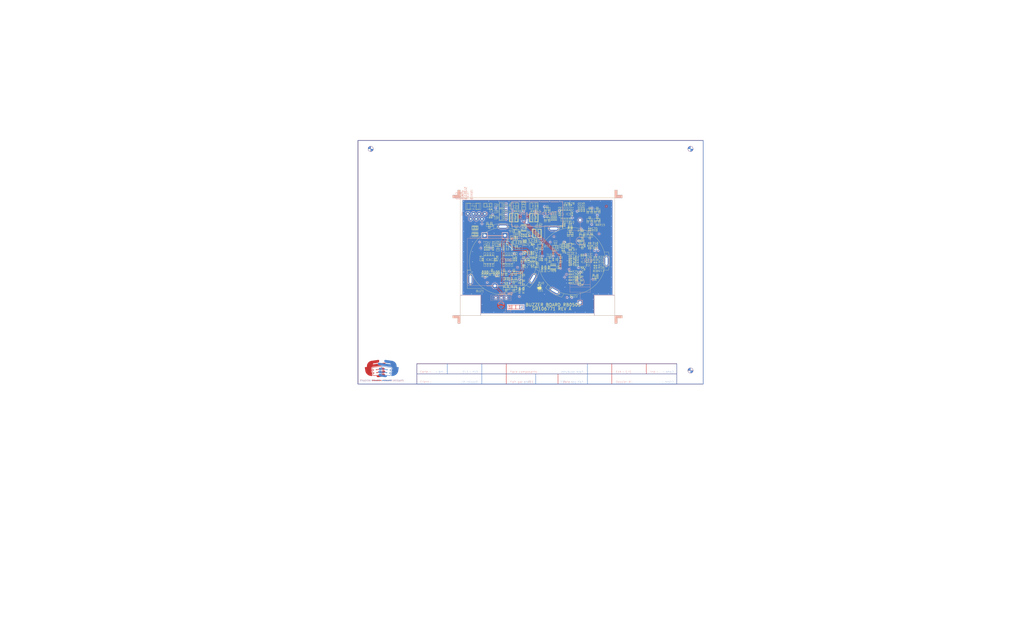
<source format=kicad_pcb>
(kicad_pcb (version 20171130) (host pcbnew 5.1.5-52549c5~86~ubuntu18.04.1)
  (layers (0 F.Cu signal) (1 In1.Cu signal) (2 In2.Cu signal) (31 B.Cu signal) (34 B.Paste user hide) (35 F.Paste user hide) (36 B.SilkS user hide) (37 F.SilkS user hide) (38 B.Mask user hide) (39 F.Mask user hide) (44 Edge.Cuts user hide))
  (net 0 "")
  (net 1 /PWM-BUZZER-CPU)
  (net 2 /INHIB-STOP-INV)
  (net 3 /SHDN1)
  (net 4 /SHDN2)
  (net 5 /PWM-BUZ)
  (net 6 SUPPLY-BUZ)
  (net 7 /VBAT)
  (net 8 VCHARG)
  (net 9 /STOP-INV)
  (net 10 /INHIB-STOP-INV-CPU)
  (net 11 GND)
  (net 12 /N$10)
  (net 13 /N$11)
  (net 14 /N$12)
  (net 15 /N$13)
  (net 16 /N$14)
  (net 17 /N$15)
  (net 18 /N$16)
  (net 19 /N$17)
  (net 20 /N$18)
  (net 21 /N$19)
  (net 22 /BATTV)
  (net 23 /N$20)
  (net 24 /N$21)
  (net 25 /N$22)
  (net 26 /N$23)
  (net 27 /N$24)
  (net 28 /N$25)
  (net 29 +12V)
  (net 30 /N$26)
  (net 31 /N$27)
  (net 32 /N$28)
  (net 33 /N$29)
  (net 34 /N$30)
  (net 35 /GT1)
  (net 36 /N$31)
  (net 37 /N$32)
  (net 38 /N$33)
  (net 39 /N$34)
  (net 40 /N$35)
  (net 41 /N$36)
  (net 42 /N$37)
  (net 43 /N$38)
  (net 44 /N$39)
  (net 45 /N$40)
  (net 46 /N$41)
  (net 47 /TESTBUZ)
  (net 48 /N$42)
  (net 49 /N$43)
  (net 50 /N$44)
  (net 51 /N$45)
  (net 52 /N$46)
  (net 53 /N$47)
  (net 54 /N$48)
  (net 55 /N$49)
  (net 56 /N$1)
  (net 57 /N$2)
  (net 58 /N$3)
  (net 59 /N$4)
  (net 60 /N$5)
  (net 61 /N$6)
  (net 62 /N$7)
  (net 63 /N$50)
  (net 64 /N$8)
  (net 65 /N$51)
  (net 66 /N$9)
  (net 67 /N$52)
  (net 68 /N$53)
  (net 69 /N$54)
  (net 70 /N$55)
  (net 71 /N$56)
  (net 72 /N$57)
  (net 73 /N$58)
  (net 74 /N$59)
  (net 75 /N$78)
  (net 76 /+5V_CPU)
  (net 77 /STOP-INV-CPU)
  (net 78 -12V)
  (net 79 /SUPPLY-BUZ-CPU)
  (net 80 /BUZ-ACT)
  (net 81 /TEST-BUZZER-CPU)
  (net 82 +5V)
  (module A3_PER_COVIDIEN (layer F.Cu) (at -10.4775 10.922)
    (fp_text reference cam14 hide)
    (fp_text value A3_PER_COVIDIEN hide)
  )
  (module PERCAGE_TABLEAU (layer F.Cu) (at -106.68 48.514)
    (fp_text reference cam13 hide)
    (fp_text value PERCAGE_TABLEAU hide)
  )
  (module FABRICATION (layer F.Cu) (at -106.77129 -72.58752)
    (fp_text reference cam12 hide)
    (fp_text value FABRICATION hide)
  )
  (module COIN_EXTERNE (layer F.Cu) (at 76 -58 270)
    (fp_text reference cam9 hide)
    (fp_text value COIN_EXTERNE hide)
    (fp_poly (pts (xy -3.81 0) (xy -3.81 -1.27) (xy -1.27 -1.27) (xy -1.27 -3.81) (xy 0 -3.81) (xy 0 0) (xy -3.81 0)) (layer F.Cu) (width 0.02))
    (fp_poly (pts (xy -3.81 0) (xy -3.81 -1.27) (xy -1.27 -1.27) (xy -1.27 -3.81) (xy 0 -3.81) (xy 0 0) (xy -3.81 0)) (layer F.Cu) (width 0.02))
    (fp_poly (pts (xy -3.81 0) (xy -3.81 -1.27) (xy -1.27 -1.27) (xy -1.27 -3.81) (xy 0 -3.81) (xy 0 0) (xy -3.81 0)) (layer B.Cu) (width 0.02))
    (fp_poly (pts (xy -3.81 0) (xy -3.81 -1.27) (xy -1.27 -1.27) (xy -1.27 -3.81) (xy 0 -3.81) (xy 0 0) (xy -3.81 0)) (layer B.Cu) (width 0.02))
  )
  (module COIN_EXTERNE (layer F.Cu) (at 76 0 180)
    (fp_text reference cam8 hide)
    (fp_text value COIN_EXTERNE hide)
    (fp_poly (pts (xy -3.81 0) (xy -3.81 -1.27) (xy -1.27 -1.27) (xy -1.27 -3.81) (xy 0 -3.81) (xy 0 0) (xy -3.81 0)) (layer F.Cu) (width 0.02))
    (fp_poly (pts (xy -3.81 0) (xy -3.81 -1.27) (xy -1.27 -1.27) (xy -1.27 -3.81) (xy 0 -3.81) (xy 0 0) (xy -3.81 0)) (layer F.Cu) (width 0.02))
    (fp_poly (pts (xy -3.81 0) (xy -3.81 -1.27) (xy -1.27 -1.27) (xy -1.27 -3.81) (xy 0 -3.81) (xy 0 0) (xy -3.81 0)) (layer B.Cu) (width 0.02))
    (fp_poly (pts (xy -3.81 0) (xy -3.81 -1.27) (xy -1.27 -1.27) (xy -1.27 -3.81) (xy 0 -3.81) (xy 0 0) (xy -3.81 0)) (layer B.Cu) (width 0.02))
  )
  (module COIN_EXTERNE (layer F.Cu) (at 0 0 90)
    (fp_text reference cam7 hide)
    (fp_text value COIN_EXTERNE hide)
    (fp_poly (pts (xy -3.81 0) (xy -3.81 -1.27) (xy -1.27 -1.27) (xy -1.27 -3.81) (xy 0 -3.81) (xy 0 0) (xy -3.81 0)) (layer F.Cu) (width 0.02))
    (fp_poly (pts (xy -3.81 0) (xy -3.81 -1.27) (xy -1.27 -1.27) (xy -1.27 -3.81) (xy 0 -3.81) (xy 0 0) (xy -3.81 0)) (layer F.Cu) (width 0.02))
    (fp_poly (pts (xy -3.81 0) (xy -3.81 -1.27) (xy -1.27 -1.27) (xy -1.27 -3.81) (xy 0 -3.81) (xy 0 0) (xy -3.81 0)) (layer B.Cu) (width 0.02))
    (fp_poly (pts (xy -3.81 0) (xy -3.81 -1.27) (xy -1.27 -1.27) (xy -1.27 -3.81) (xy 0 -3.81) (xy 0 0) (xy -3.81 0)) (layer B.Cu) (width 0.02))
  )
  (module COIN_EXTERNE (layer F.Cu) (at 0 -58)
    (fp_text reference cam6 hide)
    (fp_text value COIN_EXTERNE hide)
    (fp_poly (pts (xy -3.81 0) (xy -3.81 -1.27) (xy -1.27 -1.27) (xy -1.27 -3.81) (xy 0 -3.81) (xy 0 0) (xy -3.81 0)) (layer F.Cu) (width 0.02))
    (fp_poly (pts (xy -3.81 0) (xy -3.81 -1.27) (xy -1.27 -1.27) (xy -1.27 -3.81) (xy 0 -3.81) (xy 0 0) (xy -3.81 0)) (layer F.Cu) (width 0.02))
    (fp_poly (pts (xy -3.81 0) (xy -3.81 -1.27) (xy -1.27 -1.27) (xy -1.27 -3.81) (xy 0 -3.81) (xy 0 0) (xy -3.81 0)) (layer B.Cu) (width 0.02))
    (fp_poly (pts (xy -3.81 0) (xy -3.81 -1.27) (xy -1.27 -1.27) (xy -1.27 -3.81) (xy 0 -3.81) (xy 0 0) (xy -3.81 0)) (layer B.Cu) (width 0.02))
  )
  (module FILM13_HORIZONTAL (layer F.Cu) (at 34.61 -26.259)
    (fp_text reference cam5 hide)
    (fp_text value FILM13_HORIZONTAL hide)
    (fp_arc (start 78.74 53.34998) (end 80.01998 53.34998) (angle 360) (layer F.Cu) (width 0.1016))
    (fp_arc (start 78.74 -55.87001) (end 80.01998 -55.87001) (angle 360) (layer F.Cu) (width 0.1016))
    (fp_arc (start -78.73999 -55.87001) (end -77.46002 -55.87001) (angle 360) (layer F.Cu) (width 0.1016))
    (fp_arc (start -73.794767 51.8735) (end -73.67773 52.44504) (angle -172.853287) (layer F.Cu) (width 0.2032))
    (fp_arc (start -77.546659 52.400746) (end -77.58769 51.81852) (angle -187.936402) (layer F.Cu) (width 0.2032))
    (fp_arc (start -77.407688 53.095203) (end -77.42563 52.97173) (angle 180.539668) (layer F.Cu) (width 0.2032))
    (fp_arc (start -77.327408 53.839902) (end -77.39091 53.21884) (angle -184.323166) (layer F.Cu) (width 0.2032))
    (fp_arc (start -77.199495 54.577907) (end -77.21727 54.45441) (angle 180.380509) (layer F.Cu) (width 0.2032))
    (fp_arc (start -77.138629 55.283335) (end -77.18254 54.70152) (angle -187.365703) (layer F.Cu) (width 0.2032))
    (fp_arc (start -73.795718 54.813562) (end -73.72564 55.3917) (angle -182.175337) (layer F.Cu) (width 0.2032))
    (fp_arc (start -75.756731 54.37515) (end -75.74104 54.49894) (angle 178.452113) (layer F.Cu) (width 0.2032))
    (fp_arc (start -73.547229 53.308676) (end -73.46938 53.92772) (angle -181.662029) (layer F.Cu) (width 0.2032))
    (fp_arc (start -75.965091 52.89247) (end -75.9494 53.01626) (angle 178.452113) (layer F.Cu) (width 0.2032))
    (fp_arc (start 78.74 53.34998) (end 80.01998 53.34998) (angle 360) (layer B.Cu) (width 0.1016))
    (fp_arc (start 78.74 -55.87001) (end 80.01998 -55.87001) (angle 360) (layer B.Cu) (width 0.1016))
    (fp_arc (start -78.73999 -55.87001) (end -77.46002 -55.87001) (angle 360) (layer B.Cu) (width 0.1016))
    (fp_arc (start -72.760614 51.873522) (end -72.87781 52.44504) (angle 172.821903) (layer B.Cu) (width 0.2032))
    (fp_arc (start -69.008881 52.400746) (end -68.96785 51.81852) (angle 187.936402) (layer B.Cu) (width 0.2032))
    (fp_arc (start -69.146688 53.095367) (end -69.12991 52.97173) (angle -179.460332) (layer B.Cu) (width 0.2032))
    (fp_arc (start -69.228132 53.839902) (end -69.16463 53.21884) (angle 184.323166) (layer B.Cu) (width 0.2032))
    (fp_arc (start -69.355225 54.578023) (end -69.33827 54.45441) (angle -179.619491) (layer B.Cu) (width 0.2032))
    (fp_arc (start -69.416911 55.283335) (end -69.373 54.70152) (angle 187.365703) (layer B.Cu) (width 0.2032))
    (fp_arc (start -72.759791 54.813567) (end -72.82991 55.3917) (angle 182.168112) (layer B.Cu) (width 0.2032))
    (fp_arc (start -70.795471 54.37562) (end -70.8145 54.49894) (angle -181.547887) (layer B.Cu) (width 0.2032))
    (fp_arc (start -73.00893 53.308589) (end -73.08617 53.92772) (angle 181.775935) (layer B.Cu) (width 0.2032))
    (fp_arc (start -70.587111 52.89294) (end -70.60614 53.01626) (angle -181.547887) (layer B.Cu) (width 0.2032))
    (fp_line (start 57 50) (end 57 55) (layer F.Cu) (width 0.2))
    (fp_line (start 40 50) (end 40 60) (layer F.Cu) (width 0.2))
    (fp_line (start 13.5 55) (end 13.5 60) (layer F.Cu) (width 0.2))
    (fp_line (start -12 50) (end -12 60) (layer F.Cu) (width 0.2))
    (fp_line (start -12 60) (end -11.5 60) (layer F.Cu) (width 0.2))
    (fp_line (start -56 55) (end 72 55) (layer F.Cu) (width 0.2))
    (fp_line (start -56 50) (end -56 60) (layer F.Cu) (width 0.2))
    (fp_line (start -56 60) (end 72 60) (layer F.Cu) (width 0.2))
    (fp_line (start 72 60) (end 72 50) (layer F.Cu) (width 0.2))
    (fp_line (start 72 50) (end -56 50) (layer F.Cu) (width 0.2))
    (fp_line (start 85 -60) (end -85 -60) (layer F.Cu) (width 0.254))
    (fp_line (start -85 -60) (end -85 60) (layer F.Cu) (width 0.254))
    (fp_line (start -85 60) (end 85 60) (layer F.Cu) (width 0.254))
    (fp_line (start 85 60) (end 85 -60) (layer F.Cu) (width 0.254))
    (fp_line (start -73.83979 51.29184) (end -77.58769 51.81852) (layer F.Cu) (width 0.2032))
    (fp_line (start -77.02049 55.85472) (end -73.72564 55.3917) (layer F.Cu) (width 0.2032))
    (fp_line (start -73.88769 54.2385) (end -75.74104 54.49894) (layer F.Cu) (width 0.2032))
    (fp_line (start -75.77576 54.25183) (end -73.46938 53.92772) (layer F.Cu) (width 0.2032))
    (fp_line (start -73.643 52.69215) (end -75.9494 53.01626) (layer F.Cu) (width 0.2032))
    (fp_line (start -75.98412 52.76915) (end -73.67773 52.44504) (layer F.Cu) (width -0.00001))
    (fp_line (start -78.0529 58.21579) (end -73.58257 58.21579) (layer F.Cu) (width 0.254))
    (fp_line (start -41 50) (end -41 55) (layer B.Cu) (width 0.2))
    (fp_line (start -24 50) (end -24 60) (layer B.Cu) (width 0.2))
    (fp_line (start 2.5 55) (end 2.5 60) (layer B.Cu) (width 0.2))
    (fp_line (start 28 50) (end 28 60) (layer B.Cu) (width 0.2))
    (fp_line (start 28 60) (end 27.5 60) (layer B.Cu) (width 0.2))
    (fp_line (start 72 55) (end -56 55) (layer B.Cu) (width 0.2))
    (fp_line (start 72 50) (end 72 60) (layer B.Cu) (width 0.2))
    (fp_line (start 72 60) (end -56 60) (layer B.Cu) (width 0.2))
    (fp_line (start -56 60) (end -56 50) (layer B.Cu) (width 0.2))
    (fp_line (start -56 50) (end 72 50) (layer B.Cu) (width 0.2))
    (fp_line (start -85.01359 60) (end 85 60) (layer B.Cu) (width 0.254))
    (fp_line (start 85 60) (end 85 -60) (layer B.Cu) (width 0.254))
    (fp_line (start 85 -60) (end -85.01359 -60) (layer B.Cu) (width 0.254))
    (fp_line (start -85.01359 -60) (end -85.01359 60) (layer B.Cu) (width 0.254))
    (fp_line (start -72.71575 51.29184) (end -68.96785 51.81852) (layer B.Cu) (width 0.2032))
    (fp_line (start -69.53505 55.85472) (end -72.82991 55.3917) (layer B.Cu) (width 0.2032))
    (fp_line (start -72.66785 54.2385) (end -70.8145 54.49894) (layer B.Cu) (width 0.2032))
    (fp_line (start -70.77978 54.25183) (end -73.08617 53.92772) (layer B.Cu) (width 0.2032))
    (fp_line (start -72.91254 52.69215) (end -70.60614 53.01626) (layer B.Cu) (width 0.2032))
    (fp_line (start -70.57142 52.76915) (end -72.87781 52.44504) (layer B.Cu) (width -0.00001))
    (fp_line (start -68.50264 58.21579) (end -73.07457 58.21579) (layer B.Cu) (width 0.254))
    (fp_poly (pts (xy 78.74 54.62997) (xy 78.74 53.34998) (xy 80.01998 53.34998) (xy 80.012631 53.45466) (xy 79.996995 53.558426) (xy 79.973169 53.660623) (xy 79.941305 53.760606) (xy 79.901603 53.857743) (xy 79.854314 53.951421) (xy 79.799737 54.04105) (xy 79.738216 54.126062) (xy 79.67014 54.205921) (xy 79.595938 54.280123) (xy 79.516079 54.3482) (xy 79.431068 54.409722) (xy 79.34144 54.4643) (xy 79.247762 54.511589) (xy 79.150625 54.551292) (xy 79.050643 54.583157) (xy 78.948446 54.606983) (xy 78.84468 54.622621) (xy 78.74 54.62997)) (layer F.Cu) (width 0))
    (fp_poly (pts (xy 78.74 52.07) (xy 78.74 53.34998) (xy 77.46002 53.34998) (xy 77.467369 53.2453) (xy 77.483005 53.141535) (xy 77.506831 53.039338) (xy 77.538695 52.939356) (xy 77.578397 52.842219) (xy 77.625686 52.748541) (xy 77.680263 52.658913) (xy 77.741784 52.573901) (xy 77.809861 52.494042) (xy 77.884062 52.419841) (xy 77.963921 52.351764) (xy 78.048933 52.290243) (xy 78.138561 52.235666) (xy 78.232239 52.188377) (xy 78.329376 52.148675) (xy 78.429358 52.116811) (xy 78.531555 52.092985) (xy 78.63532 52.077349) (xy 78.74 52.07)) (layer F.Cu) (width 0))
    (fp_poly (pts (xy 78.74 -54.59003) (xy 78.74 -55.87001) (xy 80.01998 -55.87001) (xy 80.012631 -55.76533) (xy 79.996995 -55.661565) (xy 79.973169 -55.559368) (xy 79.941305 -55.459386) (xy 79.901603 -55.362249) (xy 79.854314 -55.268571) (xy 79.799737 -55.178943) (xy 79.738216 -55.093931) (xy 79.670139 -55.014072) (xy 79.595938 -54.939871) (xy 79.516079 -54.871794) (xy 79.431067 -54.810273) (xy 79.341439 -54.755696) (xy 79.247761 -54.708407) (xy 79.150624 -54.668705) (xy 79.050642 -54.636841) (xy 78.948445 -54.613015) (xy 78.84468 -54.597379) (xy 78.74 -54.59003)) (layer F.Cu) (width 0))
    (fp_poly (pts (xy 78.74 -57.15) (xy 78.74 -55.87001) (xy 77.46002 -55.87001) (xy 77.467369 -55.97469) (xy 77.483005 -56.078456) (xy 77.506831 -56.180653) (xy 77.538695 -56.280636) (xy 77.578397 -56.377773) (xy 77.625686 -56.471451) (xy 77.680263 -56.56108) (xy 77.741784 -56.646092) (xy 77.80986 -56.725951) (xy 77.884062 -56.800153) (xy 77.963921 -56.86823) (xy 78.048932 -56.929752) (xy 78.13856 -56.98433) (xy 78.232238 -57.031619) (xy 78.329375 -57.071322) (xy 78.429357 -57.103187) (xy 78.531554 -57.127013) (xy 78.63532 -57.142651) (xy 78.74 -57.15)) (layer F.Cu) (width 0))
    (fp_poly (pts (xy -78.74 -54.59003) (xy -78.74 -55.87001) (xy -77.46002 -55.87001) (xy -77.467368 -55.76533) (xy -77.483004 -55.661564) (xy -77.506829 -55.559367) (xy -77.538693 -55.459385) (xy -77.578395 -55.362247) (xy -77.625684 -55.268569) (xy -77.680261 -55.178941) (xy -77.741782 -55.093929) (xy -77.809858 -55.01407) (xy -77.88406 -54.939868) (xy -77.963919 -54.871792) (xy -78.048931 -54.810271) (xy -78.138559 -54.755694) (xy -78.232237 -54.708405) (xy -78.329375 -54.668703) (xy -78.429357 -54.636839) (xy -78.531554 -54.613014) (xy -78.63532 -54.597378) (xy -78.74 -54.59003)) (layer F.Cu) (width 0))
    (fp_poly (pts (xy -78.74 -57.15) (xy -78.74 -55.87001) (xy -80.01998 -55.87001) (xy -80.012631 -55.97469) (xy -79.996994 -56.078455) (xy -79.973167 -56.180652) (xy -79.941303 -56.280634) (xy -79.901601 -56.377771) (xy -79.854312 -56.471449) (xy -79.799734 -56.561077) (xy -79.738213 -56.646089) (xy -79.670137 -56.725948) (xy -79.595936 -56.800151) (xy -79.516077 -56.868227) (xy -79.431066 -56.929749) (xy -79.341438 -56.984327) (xy -79.24776 -57.031617) (xy -79.150624 -57.07132) (xy -79.050642 -57.103185) (xy -78.948445 -57.127012) (xy -78.84468 -57.14265) (xy -78.74 -57.15)) (layer F.Cu) (width 0))
    (fp_poly (pts (xy -73.01401 54.70371) (xy -73.031196 54.604373) (xy -73.063744 54.508959) (xy -73.110849 54.419827) (xy -73.171347 54.339184) (xy -73.24374 54.269024) (xy -73.326238 54.211081) (xy -73.4168 54.16679) (xy -73.317678 54.141739) (xy -73.222044 54.105587) (xy -73.131137 54.058803) (xy -73.046135 54.001993) (xy -72.968138 53.935892) (xy -72.898156 53.861358) (xy -72.837097 53.779354) (xy -72.78575 53.690944) (xy -72.744782 53.597273) (xy -72.714722 53.499553) (xy -72.69596 53.39905) (xy -72.32274 53.3466) (xy -72.21933 53.339815) (xy -72.116223 53.350242) (xy -72.016265 53.377593) (xy -71.922214 53.421113) (xy -71.836664 53.479601) (xy -71.761977 53.551444) (xy -71.700212 53.63466) (xy -71.653075 53.726951) (xy -71.621865 53.825772) (xy -71.607445 53.928397) (xy -71.610211 54.031992) (xy -71.630088 54.1337) (xy -71.666527 54.230715) (xy -71.718522 54.32036) (xy -71.78464 54.40016) (xy -71.863055 54.467915) (xy -71.951605 54.521754) (xy -72.047845 54.560193) (xy -72.14912 54.58217) (xy -73.01401 54.70371)) (layer F.Cu) (width 0))
    (fp_poly (pts (xy -75.8694 55.90295) (xy -73.56301 55.57883) (xy -73.462105 55.557414) (xy -73.36565 55.520851) (xy -73.275905 55.469997) (xy -73.19497 55.406044) (xy -73.124743 55.330489) (xy -73.066867 55.245103) (xy -73.0227 55.151885) (xy -72.993274 55.053019) (xy -72.97928 54.95082) (xy -72.40269 54.86979) (xy -72.299038 54.878142) (xy -72.1978 54.901899) (xy -72.101253 54.940525) (xy -72.011566 54.993154) (xy -71.930757 55.058601) (xy -71.860642 55.135395) (xy -71.802797 55.22181) (xy -71.758524 55.315902) (xy -71.728817 55.415556) (xy -71.714345 55.518532) (xy -71.715433 55.622514) (xy -71.732056 55.725164) (xy -71.76384 55.824176) (xy -71.810072 55.917321) (xy -71.869711 56.002507) (xy -71.941417 56.077818) (xy -72.023578 56.14156) (xy -72.114346 56.192301) (xy -72.21168 56.2289) (xy -75.09467 56.63405) (xy -75.201996 56.629356) (xy -75.307567 56.609462) (xy -75.409241 56.574773) (xy -75.504956 56.525991) (xy -75.59277 56.464107) (xy -75.670902 56.390375) (xy -75.737767 56.306291) (xy -75.792009 56.213562) (xy -75.832527 56.114066) (xy -75.8585 56.009824) (xy -75.8694 55.90295)) (layer F.Cu) (width 0))
    (fp_poly (pts (xy -80.56329 51.56469) (xy -80.575549 51.463456) (xy -80.583921 51.361827) (xy -80.588394 51.259952) (xy -80.588961 51.15798) (xy -80.585622 51.056061) (xy -80.578381 50.954345) (xy -80.56725 50.852981) (xy -80.552243 50.752118) (xy -80.533385 50.651904) (xy -80.510701 50.552486) (xy -80.484226 50.454009) (xy -80.453998 50.356619) (xy -80.420061 50.260458) (xy -80.382466 50.165668) (xy -80.341268 50.072387) (xy -80.296527 49.980753) (xy -80.248309 49.8909) (xy -80.196684 49.80296) (xy -80.141728 49.717062) (xy -80.083523 49.633333) (xy -80.022152 49.551894) (xy -79.957708 49.472866) (xy -79.890283 49.396364) (xy -79.819978 49.322501) (xy -79.746895 49.251386) (xy -79.671141 49.183122) (xy -79.592828 49.11781) (xy -79.512071 49.055545) (xy -79.428988 48.99642) (xy -79.343701 48.940521) (xy -79.256336 48.88793) (xy -79.16702 48.838723) (xy -79.075885 48.792975) (xy -78.983064 48.75075) (xy -78.888694 48.712112) (xy -78.792914 48.677118) (xy -78.695863 48.645818) (xy -78.597684 48.618258) (xy -78.498522 48.59448) (xy -78.398522 48.574517) (xy -78.29783 48.5584) (xy -75.00297 48.09538) (xy -74.899319 48.108562) (xy -74.800614 48.142836) (xy -74.711099 48.196729) (xy -74.634622 48.267922) (xy -74.57447 48.353357) (xy -74.53323 48.44936) (xy -74.524533 48.553361) (xy -74.526698 48.657702) (xy -74.539701 48.761252) (xy -74.563401 48.862889) (xy -74.597541 48.96151) (xy -74.641752 49.056047) (xy -74.695554 49.145474) (xy -74.758363 49.228821) (xy -74.829498 49.305185) (xy -74.908189 49.373739) (xy -74.993582 49.433737) (xy -75.08475 49.484531) (xy -75.180707 49.52557) (xy -75.28041 49.556407) (xy -75.38278 49.57671) (xy -77.32871 49.85017) (xy -77.428894 49.885707) (xy -77.518127 49.943474) (xy -77.591561 50.020332) (xy -77.645204 50.112104) (xy -77.676141 50.213802) (xy -77.68269 50.3199) (xy -72.03005 49.52556) (xy -71.927544 49.518307) (xy -71.82536 49.529184) (xy -71.726677 49.557852) (xy -71.634571 49.603419) (xy -71.551907 49.664466) (xy -71.48126 49.739092) (xy -71.42483 49.824974) (xy -71.384373 49.919437) (xy -71.36115 50.019541) (xy -71.355883 50.122167) (xy -71.368737 50.224122) (xy -71.39931 50.322231) (xy -71.446652 50.413438) (xy -71.509288 50.494904) (xy -71.585269 50.564093) (xy -71.672227 50.61885) (xy -71.767456 50.657469) (xy -71.86799 50.67875) (xy -77.8811 51.52376) (xy -77.97298 51.567826) (xy -78.059652 51.621414) (xy -78.140134 51.683914) (xy -78.213513 51.75462) (xy -78.278956 51.832728) (xy -78.335722 51.917353) (xy -78.383166 52.007534) (xy -78.420751 52.10225) (xy -78.448049 52.200426) (xy -78.464753 52.300948) (xy -78.470671 52.402677) (xy -78.465737 52.504458) (xy -78.450007 52.605137) (xy -78.42366 52.703572) (xy -78.386993 52.798647) (xy -78.340424 52.889284) (xy -78.284479 52.974454) (xy -78.219795 53.053191) (xy -78.147104 53.124603) (xy -78.06723 53.18788) (xy -78.134808 53.263997) (xy -78.19377 53.346966) (xy -78.243426 53.435818) (xy -78.283197 53.529513) (xy -78.312617 53.626956) (xy -78.331341 53.727005) (xy -78.339151 53.828491) (xy -78.335955 53.930228) (xy -78.321791 54.031024) (xy -78.296824 54.129701) (xy -78.261347 54.225104) (xy -78.215774 54.316118) (xy -78.160638 54.401679) (xy -78.096585 54.480784) (xy -78.024364 54.552509) (xy -77.944818 54.616016) (xy -77.85888 54.67056) (xy -77.930996 54.740165) (xy -77.993834 54.818249) (xy -78.046407 54.903582) (xy -78.087887 54.994823) (xy -78.117623 55.090538) (xy -78.135148 55.189222) (xy -78.140185 55.289323) (xy -78.132655 55.389267) (xy -78.112677 55.487484) (xy -78.080566 55.582428) (xy -78.036825 55.672608) (xy -77.982142 55.756605) (xy -77.917378 55.833098) (xy -77.84355 55.900885) (xy -77.76182 55.9589) (xy -77.861668 55.978241) (xy -77.962107 55.994235) (xy -78.063025 56.006863) (xy -78.164308 56.016112) (xy -78.265843 56.021971) (xy -78.367518 56.024434) (xy -78.469218 56.023498) (xy -78.57083 56.019164) (xy -78.67224 56.011437) (xy -78.773336 56.000325) (xy -78.874004 55.985842) (xy -78.974131 55.968002) (xy -79.073607 55.946826) (xy -79.172319 55.922338) (xy -79.270158 55.894565) (xy -79.367014 55.863538) (xy -79.462779 55.829292) (xy -79.557347 55.791865) (xy -79.65061 55.751298) (xy -79.742467 55.707638) (xy -79.832812 55.660932) (xy -79.921547 55.611234) (xy -80.008571 55.558598) (xy -80.093788 55.503083) (xy -80.177102 55.444752) (xy -80.25842 55.383669) (xy -80.337652 55.319902) (xy -80.414709 55.253524) (xy -80.489504 55.184608) (xy -80.561954 55.113231) (xy -80.631979 55.039472) (xy -80.6995 54.963415) (xy -80.764442 54.885144) (xy -80.826732 54.804747) (xy -80.886301 54.722313) (xy -80.943081 54.637934) (xy -80.99701 54.551705) (xy -81.048028 54.463722) (xy -81.096077 54.374084) (xy -81.141103 54.282889) (xy -81.183057 54.190241) (xy -81.221892 54.096243) (xy -81.257564 54.001) (xy -81.290033 53.904618) (xy -81.319263 53.807204) (xy -81.345222 53.708868) (xy -81.36788 53.60972) (xy -81.63411 51.71518) (xy -80.56329 51.56469)) (layer F.Cu) (width 0))
    (fp_poly (pts (xy -72.40878 53.10669) (xy -72.73069 53.15193) (xy -72.735912 53.043836) (xy -72.759969 52.938323) (xy -72.802118 52.838647) (xy -72.861057 52.747885) (xy -72.93497 52.668837) (xy -73.021574 52.603941) (xy -73.118198 52.555202) (xy -73.221859 52.524121) (xy -73.32936 52.51166) (xy -73.247981 52.452069) (xy -73.176478 52.380928) (xy -73.116476 52.299852) (xy -73.069337 52.210681) (xy -73.03613 52.11544) (xy -73.01761 52.01629) (xy -72.57084 51.95349) (xy -72.469068 51.947483) (xy -72.367809 51.959319) (xy -72.270166 51.988634) (xy -72.179132 52.03453) (xy -72.097499 52.0956) (xy -72.027768 52.169972) (xy -71.972078 52.255366) (xy -71.932135 52.349164) (xy -71.909164 52.448491) (xy -71.903869 52.550303) (xy -71.916412 52.651477) (xy -71.94641 52.748912) (xy -71.992941 52.839623) (xy -72.05458 52.920827) (xy -72.129438 52.990036) (xy -72.215219 53.045128) (xy -72.309295 53.084414) (xy -72.40878 53.10669)) (layer F.Cu) (width 0))
    (fp_poly (pts (xy 78.74 54.62997) (xy 78.74 53.34998) (xy 80.01998 53.34998) (xy 80.012631 53.45466) (xy 79.996995 53.558426) (xy 79.973169 53.660623) (xy 79.941305 53.760606) (xy 79.901603 53.857743) (xy 79.854314 53.951421) (xy 79.799737 54.04105) (xy 79.738216 54.126062) (xy 79.67014 54.205921) (xy 79.595938 54.280123) (xy 79.516079 54.3482) (xy 79.431068 54.409722) (xy 79.34144 54.4643) (xy 79.247762 54.511589) (xy 79.150625 54.551292) (xy 79.050643 54.583157) (xy 78.948446 54.606983) (xy 78.84468 54.622621) (xy 78.74 54.62997)) (layer B.Cu) (width 0))
    (fp_poly (pts (xy 78.74 52.07) (xy 78.74 53.34998) (xy 77.46002 53.34998) (xy 77.467369 53.2453) (xy 77.483005 53.141535) (xy 77.506831 53.039338) (xy 77.538695 52.939356) (xy 77.578397 52.842219) (xy 77.625686 52.748541) (xy 77.680263 52.658913) (xy 77.741784 52.573901) (xy 77.809861 52.494042) (xy 77.884062 52.419841) (xy 77.963921 52.351764) (xy 78.048933 52.290243) (xy 78.138561 52.235666) (xy 78.232239 52.188377) (xy 78.329376 52.148675) (xy 78.429358 52.116811) (xy 78.531555 52.092985) (xy 78.63532 52.077349) (xy 78.74 52.07)) (layer B.Cu) (width 0))
    (fp_poly (pts (xy 78.74 -54.59003) (xy 78.74 -55.87001) (xy 80.01998 -55.87001) (xy 80.012631 -55.76533) (xy 79.996995 -55.661565) (xy 79.973169 -55.559368) (xy 79.941305 -55.459386) (xy 79.901603 -55.362249) (xy 79.854314 -55.268571) (xy 79.799737 -55.178943) (xy 79.738216 -55.093931) (xy 79.670139 -55.014072) (xy 79.595938 -54.939871) (xy 79.516079 -54.871794) (xy 79.431067 -54.810273) (xy 79.341439 -54.755696) (xy 79.247761 -54.708407) (xy 79.150624 -54.668705) (xy 79.050642 -54.636841) (xy 78.948445 -54.613015) (xy 78.84468 -54.597379) (xy 78.74 -54.59003)) (layer B.Cu) (width 0))
    (fp_poly (pts (xy 78.74 -57.15) (xy 78.74 -55.87001) (xy 77.46002 -55.87001) (xy 77.467369 -55.97469) (xy 77.483005 -56.078456) (xy 77.506831 -56.180653) (xy 77.538695 -56.280636) (xy 77.578397 -56.377773) (xy 77.625686 -56.471451) (xy 77.680263 -56.56108) (xy 77.741784 -56.646092) (xy 77.80986 -56.725951) (xy 77.884062 -56.800153) (xy 77.963921 -56.86823) (xy 78.048932 -56.929752) (xy 78.13856 -56.98433) (xy 78.232238 -57.031619) (xy 78.329375 -57.071322) (xy 78.429357 -57.103187) (xy 78.531554 -57.127013) (xy 78.63532 -57.142651) (xy 78.74 -57.15)) (layer B.Cu) (width 0))
    (fp_poly (pts (xy -78.74 -54.59003) (xy -78.74 -55.87001) (xy -77.46002 -55.87001) (xy -77.467368 -55.76533) (xy -77.483004 -55.661564) (xy -77.506829 -55.559367) (xy -77.538693 -55.459385) (xy -77.578395 -55.362247) (xy -77.625684 -55.268569) (xy -77.680261 -55.178941) (xy -77.741782 -55.093929) (xy -77.809858 -55.01407) (xy -77.88406 -54.939868) (xy -77.963919 -54.871792) (xy -78.048931 -54.810271) (xy -78.138559 -54.755694) (xy -78.232237 -54.708405) (xy -78.329375 -54.668703) (xy -78.429357 -54.636839) (xy -78.531554 -54.613014) (xy -78.63532 -54.597378) (xy -78.74 -54.59003)) (layer B.Cu) (width 0))
    (fp_poly (pts (xy -78.74 -57.15) (xy -78.74 -55.87001) (xy -80.01998 -55.87001) (xy -80.012631 -55.97469) (xy -79.996994 -56.078455) (xy -79.973167 -56.180652) (xy -79.941303 -56.280634) (xy -79.901601 -56.377771) (xy -79.854312 -56.471449) (xy -79.799734 -56.561077) (xy -79.738213 -56.646089) (xy -79.670137 -56.725948) (xy -79.595936 -56.800151) (xy -79.516077 -56.868227) (xy -79.431066 -56.929749) (xy -79.341438 -56.984327) (xy -79.24776 -57.031617) (xy -79.150624 -57.07132) (xy -79.050642 -57.103185) (xy -78.948445 -57.127012) (xy -78.84468 -57.14265) (xy -78.74 -57.15)) (layer B.Cu) (width 0))
    (fp_poly (pts (xy -74.14676 53.10669) (xy -74.245333 53.083559) (xy -74.338409 53.043703) (xy -74.423173 52.988325) (xy -74.497062 52.9191) (xy -74.557843 52.838123) (xy -74.603677 52.74784) (xy -74.633178 52.650983) (xy -74.645454 52.550479) (xy -74.640135 52.449368) (xy -74.61738 52.350708) (xy -74.577879 52.257481) (xy -74.522825 52.172506) (xy -74.453883 52.098353) (xy -74.373137 52.037264) (xy -74.28303 51.991086) (xy -74.186286 51.961216) (xy -74.08583 51.948556) (xy -73.9847 51.95349) (xy -73.53793 52.01629) (xy -73.519409 52.115439) (xy -73.486202 52.210681) (xy -73.439063 52.299851) (xy -73.379061 52.380928) (xy -73.307559 52.452069) (xy -73.22618 52.51166) (xy -73.33368 52.524123) (xy -73.437341 52.555204) (xy -73.533964 52.603944) (xy -73.620567 52.66884) (xy -73.694479 52.747888) (xy -73.753419 52.838649) (xy -73.795568 52.938324) (xy -73.819626 53.043836) (xy -73.82485 53.15193) (xy -74.14676 53.10669)) (layer B.Cu) (width 0))
    (fp_poly (pts (xy -65.99225 51.56469) (xy -64.92145 51.71518) (xy -65.18768 53.60972) (xy -65.210337 53.708868) (xy -65.236295 53.807204) (xy -65.265524 53.904618) (xy -65.297993 54.001) (xy -65.333664 54.096243) (xy -65.372498 54.190241) (xy -65.414451 54.28289) (xy -65.459477 54.374084) (xy -65.507525 54.463723) (xy -65.558542 54.551706) (xy -65.612471 54.637935) (xy -65.669251 54.722313) (xy -65.728818 54.804748) (xy -65.791108 54.885145) (xy -65.856049 54.963416) (xy -65.92357 55.039474) (xy -65.993594 55.113232) (xy -66.066044 55.184609) (xy -66.140839 55.253526) (xy -66.217895 55.319904) (xy -66.297126 55.38367) (xy -66.378444 55.444754) (xy -66.461758 55.503085) (xy -66.546974 55.5586) (xy -66.633998 55.611236) (xy -66.722733 55.660935) (xy -66.813078 55.70764) (xy -66.904934 55.751301) (xy -66.998198 55.791867) (xy -67.092765 55.829295) (xy -67.18853 55.863541) (xy -67.285386 55.894568) (xy -67.383224 55.922341) (xy -67.481936 55.946829) (xy -67.581412 55.968004) (xy -67.681539 55.985844) (xy -67.782207 56.000327) (xy -67.883302 56.011439) (xy -67.984712 56.019166) (xy -68.086324 56.0235) (xy -68.188024 56.024436) (xy -68.289698 56.021973) (xy -68.391233 56.016113) (xy -68.492516 56.006864) (xy -68.593433 55.994235) (xy -68.693872 55.978241) (xy -68.79372 55.9589) (xy -68.711988 55.900886) (xy -68.638159 55.833099) (xy -68.573394 55.756607) (xy -68.51871 55.67261) (xy -68.474968 55.58243) (xy -68.442856 55.487485) (xy -68.422878 55.389268) (xy -68.415348 55.289323) (xy -68.420386 55.189221) (xy -68.437911 55.090537) (xy -68.467648 54.994822) (xy -68.509129 54.90358) (xy -68.561703 54.818247) (xy -68.624543 54.740165) (xy -68.69666 54.67056) (xy -68.610721 54.616017) (xy -68.531174 54.552511) (xy -68.458952 54.480786) (xy -68.394897 54.401681) (xy -68.339761 54.316121) (xy -68.294187 54.225106) (xy -68.258709 54.129702) (xy -68.233742 54.031025) (xy -68.219578 53.930228) (xy -68.216383 53.828492) (xy -68.224193 53.727005) (xy -68.242918 53.626955) (xy -68.272338 53.529513) (xy -68.31211 53.435817) (xy -68.361768 53.346966) (xy -68.420731 53.263996) (xy -68.48831 53.18788) (xy -68.408435 53.124604) (xy -68.335742 53.053193) (xy -68.271056 52.974456) (xy -68.21511 52.889286) (xy -68.168539 52.798649) (xy -68.131872 52.703574) (xy -68.105523 52.605138) (xy -68.089793 52.504458) (xy -68.084859 52.402676) (xy -68.090777 52.300947) (xy -68.10748 52.200424) (xy -68.134779 52.102248) (xy -68.172365 52.007531) (xy -68.21981 51.917349) (xy -68.276577 51.832724) (xy -68.342021 51.754616) (xy -68.415402 51.683911) (xy -68.495885 51.621411) (xy -68.582559 51.567825) (xy -68.67444 51.52376) (xy -74.68755 50.67875) (xy -74.788084 50.657469) (xy -74.883313 50.61885) (xy -74.970271 50.564093) (xy -75.046252 50.494904) (xy -75.108888 50.413438) (xy -75.15623 50.322231) (xy -75.186803 50.224122) (xy -75.199657 50.122167) (xy -75.19439 50.019541) (xy -75.171167 49.919437) (xy -75.13071 49.824974) (xy -75.07428 49.739092) (xy -75.003633 49.664466) (xy -74.920969 49.603419) (xy -74.828863 49.557852) (xy -74.73018 49.529184) (xy -74.627996 49.518307) (xy -74.52549 49.52556) (xy -68.87285 50.3199) (xy -68.879396 50.213801) (xy -68.910331 50.112101) (xy -68.963974 50.020328) (xy -69.037409 49.94347) (xy -69.126644 49.885704) (xy -69.22683 49.85017) (xy -71.17276 49.57671) (xy -71.27513 49.556407) (xy -71.374833 49.52557) (xy -71.47079 49.484531) (xy -71.561958 49.433737) (xy -71.647351 49.373739) (xy -71.726042 49.305185) (xy -71.797177 49.228821) (xy -71.859986 49.145474) (xy -71.913788 49.056047) (xy -71.957999 48.96151) (xy -71.992139 48.862889) (xy -72.015839 48.761252) (xy -72.028842 48.657702) (xy -72.031007 48.553361) (xy -72.02231 48.44936) (xy -71.981068 48.353359) (xy -71.920915 48.267925) (xy -71.844438 48.196732) (xy -71.754924 48.14284) (xy -71.65622 48.108565) (xy -71.55257 48.09538) (xy -68.25771 48.5584) (xy -68.157018 48.574517) (xy -68.057018 48.59448) (xy -67.957856 48.618258) (xy -67.859677 48.645818) (xy -67.762626 48.677118) (xy -67.666846 48.712112) (xy -67.572476 48.75075) (xy -67.479655 48.792975) (xy -67.38852 48.838723) (xy -67.299204 48.88793) (xy -67.211839 48.940521) (xy -67.126552 48.99642) (xy -67.043469 49.055545) (xy -66.962712 49.11781) (xy -66.884399 49.183122) (xy -66.808645 49.251386) (xy -66.735562 49.322501) (xy -66.665257 49.396364) (xy -66.597832 49.472866) (xy -66.533388 49.551894) (xy -66.472017 49.633333) (xy -66.413812 49.717062) (xy -66.358856 49.80296) (xy -66.307231 49.8909) (xy -66.259013 49.980753) (xy -66.214272 50.072387) (xy -66.173074 50.165668) (xy -66.135479 50.260458) (xy -66.101542 50.356619) (xy -66.071314 50.454009) (xy -66.044839 50.552486) (xy -66.022155 50.651904) (xy -66.003297 50.752118) (xy -65.98829 50.852981) (xy -65.977159 50.954345) (xy -65.969918 51.056061) (xy -65.966579 51.15798) (xy -65.967146 51.259952) (xy -65.971619 51.361827) (xy -65.979991 51.463456) (xy -65.99225 51.56469)) (layer B.Cu) (width 0))
    (fp_poly (pts (xy -70.68614 55.90295) (xy -70.697038 56.009824) (xy -70.723008 56.114065) (xy -70.763524 56.21356) (xy -70.817763 56.30629) (xy -70.884626 56.390374) (xy -70.962756 56.464106) (xy -71.050569 56.52599) (xy -71.146282 56.574772) (xy -71.247955 56.609462) (xy -71.353525 56.629356) (xy -71.46085 56.63405) (xy -74.34384 56.2289) (xy -74.441165 56.192295) (xy -74.531923 56.141549) (xy -74.614073 56.077805) (xy -74.685771 56.002495) (xy -74.745402 55.917312) (xy -74.791628 55.824171) (xy -74.823408 55.725166) (xy -74.840029 55.622522) (xy -74.841117 55.518547) (xy -74.826647 55.415577) (xy -74.796945 55.315929) (xy -74.752678 55.221841) (xy -74.694842 55.135429) (xy -74.624736 55.058636) (xy -74.543937 54.993187) (xy -74.45426 54.940554) (xy -74.357723 54.90192) (xy -74.256494 54.878154) (xy -74.15285 54.86979) (xy -73.57626 54.95082) (xy -73.562265 55.053018) (xy -73.532839 55.151884) (xy -73.48867 55.245102) (xy -73.430795 55.330487) (xy -73.360568 55.406042) (xy -73.279634 55.469995) (xy -73.189888 55.520849) (xy -73.093434 55.557413) (xy -72.99253 55.57883) (xy -70.68614 55.90295)) (layer B.Cu) (width 0))
    (fp_poly (pts (xy -73.54153 54.70371) (xy -74.40643 54.58217) (xy -74.507695 54.560182) (xy -74.603923 54.521735) (xy -74.69246 54.467891) (xy -74.770863 54.400135) (xy -74.83697 54.320336) (xy -74.888956 54.230696) (xy -74.925388 54.133687) (xy -74.945259 54.031986) (xy -74.948023 53.928398) (xy -74.933603 53.825782) (xy -74.902397 53.726969) (xy -74.855265 53.634684) (xy -74.793507 53.551473) (xy -74.718829 53.479632) (xy -74.633289 53.421143) (xy -74.539248 53.37762) (xy -74.4393 53.350263) (xy -74.336203 53.339827) (xy -74.2328 53.3466) (xy -73.85958 53.39905) (xy -73.840818 53.499553) (xy -73.810758 53.597273) (xy -73.76979 53.690944) (xy -73.718443 53.779354) (xy -73.657384 53.861358) (xy -73.587402 53.935892) (xy -73.509405 54.001993) (xy -73.424403 54.058803) (xy -73.333496 54.105587) (xy -73.237862 54.141739) (xy -73.13874 54.16679) (xy -73.229301 54.211083) (xy -73.311798 54.269026) (xy -73.384191 54.339187) (xy -73.444688 54.419829) (xy -73.491794 54.50896) (xy -73.524343 54.604373) (xy -73.54153 54.70371)) (layer B.Cu) (width 0))
    (fp_text user "Face composants" (at -10 53.99594) (layer F.Cu) (effects (font (thickness 0.05)) (justify left)))
    (fp_text user "Face soudures" (at 26 53.99594) (layer B.Cu) (effects (font (thickness 0.05)) (justify left mirror)))
    (fp_text user "Ind :" (at 59 53.99594) (layer F.Cu) (effects (font (thickness 0.05)) (justify left)))
    (fp_text user "Ech : 1/1" (at 42 53.99594) (layer F.Cu) (effects (font (thickness 0.05)) (justify left)))
    (fp_text user "Dossier N`:" (at 42 58.99594) (layer F.Cu) (effects (font (thickness 0.05)) (justify left)))
    (fp_text user "Date :" (at 16 58.99594) (layer F.Cu) (effects (font (thickness 0.05)) (justify left)))
    (fp_text user "Carte :" (at -54.5 53.99594) (layer F.Cu) (effects (font (thickness 0.05)) (justify left)))
    (fp_text user "Fait par :  FEE" (at -10 58.99594) (layer F.Cu) (effects (font (thickness 0.05)) (justify left)))
    (fp_text user "Client :" (at -54.5 58.99594) (layer F.Cu) (effects (font (thickness 0.05)) (justify left)))
    (fp_text user "France Etudes Electroniques " (at -72.76978 58.16293) (layer F.Cu) (effects (font (thickness 0.05))))
    (fp_text user "Ind :" (at -43 53.99594) (layer B.Cu) (effects (font (thickness 0.05)) (justify left mirror)))
    (fp_text user "Ech : 1/1" (at -26 53.99594) (layer B.Cu) (effects (font (thickness 0.05)) (justify left mirror)))
    (fp_text user "Dossier N`:" (at -26 58.99594) (layer B.Cu) (effects (font (thickness 0.05)) (justify left mirror)))
    (fp_text user "Date :" (at 0 58.99594) (layer B.Cu) (effects (font (thickness 0.05)) (justify left mirror)))
    (fp_text user "Carte :" (at 70.5 53.99594) (layer B.Cu) (effects (font (thickness 0.05)) (justify left mirror)))
    (fp_text user "Fait par :  FEE" (at 26 58.99594) (layer B.Cu) (effects (font (thickness 0.05)) (justify left mirror)))
    (fp_text user "Client :" (at 70.5 58.99594) (layer B.Cu) (effects (font (thickness 0.05)) (justify left mirror)))
    (fp_text user "France Etudes Electroniques " (at -73.78576 58.16293) (layer B.Cu) (effects (font (thickness 0.05)) (justify mirror)))
  )
  (module A3_EQFS_COVIDIEN (layer B.Cu) (at 61.4045 -14.859 180)
    (fp_text reference cam3 hide)
    (fp_text value A3_EQFS_COVIDIEN hide)
  )
  (module PER-COVIDIEN_TEXTE (layer F.Cu) (at 5.842 19.558)
    (fp_text reference cam2 hide)
    (fp_text value PER-COVIDIEN_TEXTE hide)
  )
  (module A3_EQFC_COVIDIEN (layer F.Cu) (at 28.5115 -14.351)
    (fp_text reference cam1 hide)
    (fp_text value A3_EQFC_COVIDIEN hide)
  )
  (module SOT23-GSD (layer F.Cu) (at 30.1625 -16.192499 90)
    (fp_text reference T13 (at -0.963499 0.6905 90) (layer F.SilkS) (effects (font (thickness 0.1)) (justify left bottom)))
    (fp_text value Q-BC-SOT23-GSD hide)
    (pad D smd rect (at 0 -1.0414 90) (size 0.9144 1.1176) (layers F.Cu F.Paste F.Mask) (net 50 /N$44))
    (pad G smd rect (at -0.9652 1.0414 90) (size 0.9144 1.1176) (layers F.Cu F.Paste F.Mask) (net 68 /N$53))
    (pad S smd rect (at 0.9652 1.0414 90) (size 0.9144 1.1176) (layers F.Cu F.Paste F.Mask) (net 11 GND))
  )
  (module SOT23-GSD (layer F.Cu) (at 26.3525 -13.335 180)
    (fp_text reference T12 (at 0.8365 -0.627) (layer F.SilkS) (effects (font (thickness 0.1)) (justify left bottom)))
    (fp_text value Q-BC-SOT23-GSD hide)
    (pad D smd rect (at 0 -1.0414 180) (size 0.9144 1.1176) (layers F.Cu F.Paste F.Mask) (net 33 /N$29))
    (pad G smd rect (at -0.9652 1.0414 180) (size 0.9144 1.1176) (layers F.Cu F.Paste F.Mask) (net 49 /N$43))
    (pad S smd rect (at 0.9652 1.0414 180) (size 0.9144 1.1176) (layers F.Cu F.Paste F.Mask) (net 8 VCHARG))
  )
  (module SOT23-GSD (layer F.Cu) (at 22.5425 -13.335 180)
    (fp_text reference T11 (at 0.7095 -0.627) (layer F.SilkS) (effects (font (thickness 0.1)) (justify left bottom)))
    (fp_text value Q-BC-SOT23-GSD hide)
    (pad D smd rect (at 0 -1.0414 180) (size 0.9144 1.1176) (layers F.Cu F.Paste F.Mask) (net 33 /N$29))
    (pad G smd rect (at -0.9652 1.0414 180) (size 0.9144 1.1176) (layers F.Cu F.Paste F.Mask) (net 49 /N$43))
    (pad S smd rect (at 0.9652 1.0414 180) (size 0.9144 1.1176) (layers F.Cu F.Paste F.Mask) (net 22 /BATTV))
  )
  (module SOT23-GSD (layer F.Cu) (at 43.18 -27.6225 90)
    (fp_text reference T10 (at 1.68549 -0.85125 180) (layer F.SilkS) (effects (font (thickness 0.1)) (justify left bottom)))
    (fp_text value Q-BC-SOT23-GSD hide)
    (pad D smd rect (at 0 -1.0414 90) (size 0.9144 1.1176) (layers F.Cu F.Paste F.Mask) (net 3 /SHDN1))
    (pad G smd rect (at -0.9652 1.0414 90) (size 0.9144 1.1176) (layers F.Cu F.Paste F.Mask) (net 25 /N$22))
    (pad S smd rect (at 0.9652 1.0414 90) (size 0.9144 1.1176) (layers F.Cu F.Paste F.Mask) (net 11 GND))
  )
  (module SOT23-GSD (layer F.Cu) (at 48.5775 -27.6225 90)
    (fp_text reference T9 (at 1.68642 -0.56348 180) (layer F.SilkS) (effects (font (thickness 0.1)) (justify left bottom)))
    (fp_text value Q-BC-SOT23-GSD hide)
    (pad D smd rect (at 0 -1.0414 90) (size 0.9144 1.1176) (layers F.Cu F.Paste F.Mask) (net 4 /SHDN2))
    (pad G smd rect (at -0.9652 1.0414 90) (size 0.9144 1.1176) (layers F.Cu F.Paste F.Mask) (net 25 /N$22))
    (pad S smd rect (at 0.9652 1.0414 90) (size 0.9144 1.1176) (layers F.Cu F.Paste F.Mask) (net 11 GND))
  )
  (module SOT23-GSD (layer F.Cu) (at 60.071 -39.243 180)
    (fp_text reference T8 (at 0.6 -0.627) (layer F.SilkS) (effects (font (thickness 0.1)) (justify left bottom)))
    (fp_text value Q-BC-SOT23-GSD hide)
    (pad D smd rect (at 0 -1.0414 180) (size 0.9144 1.1176) (layers F.Cu F.Paste F.Mask) (net 6 SUPPLY-BUZ))
    (pad G smd rect (at -0.9652 1.0414 180) (size 0.9144 1.1176) (layers F.Cu F.Paste F.Mask) (net 46 /N$41))
    (pad S smd rect (at 0.9652 1.0414 180) (size 0.9144 1.1176) (layers F.Cu F.Paste F.Mask) (net 7 /VBAT))
  )
  (module SOT23-GSD (layer F.Cu) (at 63.754 -39.243 180)
    (fp_text reference T7 (at 0.6 -0.627) (layer F.SilkS) (effects (font (thickness 0.1)) (justify left bottom)))
    (fp_text value Q-BC-SOT23-GSD hide)
    (pad D smd rect (at 0 -1.0414 180) (size 0.9144 1.1176) (layers F.Cu F.Paste F.Mask) (net 46 /N$41))
    (pad G smd rect (at -0.9652 1.0414 180) (size 0.9144 1.1176) (layers F.Cu F.Paste F.Mask) (net 35 /GT1))
    (pad S smd rect (at 0.9652 1.0414 180) (size 0.9144 1.1176) (layers F.Cu F.Paste F.Mask) (net 11 GND))
  )
  (module SOT23-GSD (layer F.Cu) (at 31.242 -27.559)
    (fp_text reference T6 (at -0.5365 0.6905) (layer F.SilkS) (effects (font (thickness 0.1)) (justify left bottom)))
    (fp_text value Q-BC-SOT23-GSD hide)
    (pad D smd rect (at 0 -1.0414) (size 0.9144 1.1176) (layers F.Cu F.Paste F.Mask) (net 7 /VBAT))
    (pad G smd rect (at -0.9652 1.0414) (size 0.9144 1.1176) (layers F.Cu F.Paste F.Mask) (net 71 /N$56))
    (pad S smd rect (at 0.9652 1.0414) (size 0.9144 1.1176) (layers F.Cu F.Paste F.Mask) (net 8 VCHARG))
  )
  (module SOT23-GSD (layer F.Cu) (at 21.59 -21.2725)
    (fp_text reference T5 (at -0.6 0.6905) (layer F.SilkS) (effects (font (thickness 0.1)) (justify left bottom)))
    (fp_text value Q-BC-SOT23-GSD hide)
    (pad D smd rect (at 0 -1.0414) (size 0.9144 1.1176) (layers F.Cu F.Paste F.Mask) (net 26 /N$23))
    (pad G smd rect (at -0.9652 1.0414) (size 0.9144 1.1176) (layers F.Cu F.Paste F.Mask) (net 41 /N$36))
    (pad S smd rect (at 0.9652 1.0414) (size 0.9144 1.1176) (layers F.Cu F.Paste F.Mask) (net 11 GND))
  )
  (module SOT23-BEC (layer F.Cu) (at 63.754 -47.244)
    (fp_text reference T4 (at -0.5365 0.627) (layer F.SilkS) (effects (font (thickness 0.1)) (justify left bottom)))
    (fp_text value Q-BC-SOT23-BEC hide)
    (pad B smd rect (at -0.9652 1.0414) (size 0.9144 1.1176) (layers F.Cu F.Paste F.Mask) (net 16 /N$14))
    (pad C smd rect (at 0 -1.0414) (size 0.9144 1.1176) (layers F.Cu F.Paste F.Mask) (net 78 -12V))
    (pad E smd rect (at 0.9652 1.0414) (size 0.9144 1.1176) (layers F.Cu F.Paste F.Mask) (net 20 /N$18))
  )
  (module SOT23-BEC (layer F.Cu) (at 63.754 -51.943)
    (fp_text reference T3 (at -0.6 0.6905) (layer F.SilkS) (effects (font (thickness 0.1)) (justify left bottom)))
    (fp_text value Q-BC-SOT23-BEC hide)
    (pad B smd rect (at -0.9652 1.0414) (size 0.9144 1.1176) (layers F.Cu F.Paste F.Mask) (net 16 /N$14))
    (pad C smd rect (at 0 -1.0414) (size 0.9144 1.1176) (layers F.Cu F.Paste F.Mask) (net 29 +12V))
    (pad E smd rect (at 0.9652 1.0414) (size 0.9144 1.1176) (layers F.Cu F.Paste F.Mask) (net 17 /N$15))
  )
  (module SOT23-BEC (layer F.Cu) (at 42.799 -47.752)
    (fp_text reference T2 (at -0.462 0.583) (layer F.SilkS) (effects (font (thickness 0.1)) (justify left bottom)))
    (fp_text value Q-BC-SOT23-BEC hide)
    (pad B smd rect (at -0.9652 1.0414) (size 0.9144 1.1176) (layers F.Cu F.Paste F.Mask) (net 57 /N$2))
    (pad C smd rect (at 0 -1.0414) (size 0.9144 1.1176) (layers F.Cu F.Paste F.Mask) (net 78 -12V))
    (pad E smd rect (at 0.9652 1.0414) (size 0.9144 1.1176) (layers F.Cu F.Paste F.Mask) (net 19 /N$17))
  )
  (module SOT23-BEC (layer F.Cu) (at 42.799 -52.578)
    (fp_text reference T1 (at -0.5365 0.627) (layer F.SilkS) (effects (font (thickness 0.1)) (justify left bottom)))
    (fp_text value Q-BC-SOT23-BEC hide)
    (pad B smd rect (at -0.9652 1.0414) (size 0.9144 1.1176) (layers F.Cu F.Paste F.Mask) (net 57 /N$2))
    (pad C smd rect (at 0 -1.0414) (size 0.9144 1.1176) (layers F.Cu F.Paste F.Mask) (net 29 +12V))
    (pad E smd rect (at 0.9652 1.0414) (size 0.9144 1.1176) (layers F.Cu F.Paste F.Mask) (net 18 /N$16))
  )
  (module NK236_1_100110011111 (layer B.Cu) (at 20.08 -8.77)
    (fp_text reference SW1 (at 1.486 -1.148) (layer B.SilkS) (effects (font (size 1.5 1.5) (thickness 0.1)) (justify right bottom mirror)))
    (fp_text value SI-10-NK236 hide)
    (pad 3 thru_hole circle (at -2.54 0) (size 1.4732 1.4732) (drill 0.8128) (layers *.Cu *.Mask) (net 11 GND) (clearance 0.1524) (thermal_gap 0.2032))
    (pad 2 thru_hole circle (at 2.54 0) (size 1.4732 1.4732) (drill 0.8128) (layers *.Mask F.Cu In3.Cu In4.Cu In5.Cu In6.Cu In7.Cu In8.Cu In9.Cu In10.Cu In11.Cu In12.Cu In13.Cu In14.Cu In15.Cu In16.Cu In17.Cu In18.Cu In19.Cu In20.Cu In21.Cu In22.Cu In23.Cu In24.Cu In25.Cu In26.Cu In27.Cu In28.Cu In29.Cu In30.Cu B.Cu) (clearance 0.1524) (thermal_gap 0.2032))
    (pad 1 thru_hole circle (at 0 0) (size 1.4732 1.4732) (drill 0.8128) (layers *.Mask F.Cu In3.Cu In4.Cu In5.Cu In6.Cu In7.Cu In8.Cu In9.Cu In10.Cu In11.Cu In12.Cu In13.Cu In14.Cu In15.Cu In16.Cu In17.Cu In18.Cu In19.Cu In20.Cu In21.Cu In22.Cu In23.Cu In24.Cu In25.Cu In26.Cu In27.Cu In28.Cu In29.Cu In30.Cu B.Cu) (net 23 /N$20) (clearance 0.1524) (thermal_gap 0.2032))
  )
  (module TB-CMS-AIROX-2 (layer B.Cu) (at 20.066 -5.08 90)
    (fp_text reference SJ1 (at -3.58158 1.37344) (layer B.SilkS) (effects (font (size 1.5 1.5) (thickness 0.1)) (justify right bottom mirror)))
    (fp_text value TB-CMS-AIROX hide)
    (pad 1 smd custom (at -0.7654 0 90) (size 0.40004 0.40004) (layers B.Cu B.Paste B.Mask) (net 11 GND) (options (clearance outline) (anchor circle)) (primitives (gr_poly (pts (xy 0.22927 -1.40092) (xy 0.136734 -1.361908) (xy 0.047016 -1.316792) (xy -0.039482 -1.265774) (xy -0.122372 -1.209083) (xy -0.201284 -1.146972) (xy -0.275863 -1.07972) (xy -0.345774 -1.007629) (xy -0.410706 -0.931022) (xy -0.470366 -0.850242) (xy -0.524487 -0.765651) (xy -0.572827 -0.677628) (xy -0.615169 -0.586568) (xy -0.651323 -0.492878) (xy -0.681127 -0.39698) (xy -0.704447 -0.299303) (xy -0.72118 -0.200283) (xy -0.73125 -0.100367) (xy -0.734611 0) (xy -0.73125 0.100367) (xy -0.72118 0.200283) (xy -0.704447 0.299303) (xy -0.681127 0.39698) (xy -0.651323 0.492878) (xy -0.615169 0.586568) (xy -0.572827 0.677628) (xy -0.524487 0.765651) (xy -0.470366 0.850242) (xy -0.410706 0.931022) (xy -0.345774 1.007629) (xy -0.275863 1.07972) (xy -0.201284 1.146972) (xy -0.122372 1.209083) (xy -0.039482 1.265774) (xy 0.047016 1.316792) (xy 0.136734 1.361908) (xy 0.22927 1.40092) (xy 0.7654 0)) (width 0))))
    (pad 2 smd custom (at 1.1481 0 90) (size 0.40004 0.40004) (layers B.Cu B.Paste B.Mask) (net 23 /N$20) (options (clearance outline) (anchor circle)) (primitives (gr_poly (pts (xy -0.50566 0) (xy -1.0791 1.49841) (xy -0.977794 1.490295) (xy -0.87727 1.475339) (xy -0.77799 1.453611) (xy -0.680408 1.425209) (xy -0.584974 1.390265) (xy -0.492125 1.348939) (xy -0.402288 1.30142) (xy -0.315875 1.247927) (xy -0.233282 1.188706) (xy -0.154889 1.124028) (xy -0.081055 1.05419) (xy -0.01212 0.979512) (xy 0.0516 0.900338) (xy 0.109812 0.817031) (xy 0.16225 0.729973) (xy 0.208672 0.639565) (xy 0.248866 0.54622) (xy 0.282646 0.450368) (xy 0.309859 0.352448) (xy 0.330378 0.252911) (xy 0.34411 0.152212) (xy 0.350992 0.050815) (xy 0.350992 -0.050815) (xy 0.34411 -0.152212) (xy 0.330378 -0.252911) (xy 0.309859 -0.352448) (xy 0.282646 -0.450368) (xy 0.248866 -0.54622) (xy 0.208672 -0.639565) (xy 0.16225 -0.729973) (xy 0.109812 -0.817031) (xy 0.0516 -0.900338) (xy -0.01212 -0.979512) (xy -0.081055 -1.05419) (xy -0.154889 -1.124028) (xy -0.233282 -1.188706) (xy -0.315875 -1.247927) (xy -0.402288 -1.30142) (xy -0.492125 -1.348939) (xy -0.584974 -1.390265) (xy -0.680408 -1.425209) (xy -0.77799 -1.453611) (xy -0.87727 -1.475339) (xy -0.977794 -1.490295) (xy -1.0791 -1.49841)) (width 0))))
  )
  (module R0805 (layer F.Cu) (at 22.5425 -18.0975 180)
    (fp_text reference R71 (at 0.8365 -0.6905) (layer F.SilkS) (effects (font (thickness 0.1)) (justify left bottom)))
    (fp_text value R-BC-R0805 hide)
    (pad 1 smd rect (at -1 0 180) (size 1 1.25) (layers F.Cu F.Paste F.Mask) (net 39 /N$34))
    (pad 2 smd rect (at 1 0 180) (size 1 1.25) (layers F.Cu F.Paste F.Mask) (net 22 /BATTV))
  )
  (module R0402 (layer F.Cu) (at 31.115 -13.335 90)
    (fp_text reference R70 (at -2.678 0.627 90) (layer F.SilkS) (effects (font (thickness 0.1)) (justify left bottom)))
    (fp_text value R-BC-R0402 hide)
    (pad 1 smd rect (at -0.55 0) (size 0.5 0.6) (layers F.Cu F.Paste F.Mask) (net 11 GND))
    (pad 2 smd rect (at 0.55 0) (size 0.5 0.6) (layers F.Cu F.Paste F.Mask) (net 68 /N$53))
  )
  (module R0402 (layer F.Cu) (at 54.102 -18.923)
    (fp_text reference R69 (at 0.878 0.627) (layer F.SilkS) (effects (font (thickness 0.1)) (justify left bottom)))
    (fp_text value R-BC-R0402 hide)
    (pad 1 smd rect (at -0.55 0 270) (size 0.5 0.6) (layers F.Cu F.Paste F.Mask) (net 8 VCHARG))
    (pad 2 smd rect (at 0.55 0 270) (size 0.5 0.6) (layers F.Cu F.Paste F.Mask) (net 51 /N$45))
  )
  (module R0402 (layer F.Cu) (at 29.21 -13.335 270)
    (fp_text reference R68 (at 2.678 -0.627 90) (layer F.SilkS) (effects (font (thickness 0.1)) (justify left bottom)))
    (fp_text value R-BC-R0402 hide)
    (pad 1 smd rect (at -0.55 0 180) (size 0.5 0.6) (layers F.Cu F.Paste F.Mask) (net 50 /N$44))
    (pad 2 smd rect (at 0.55 0 180) (size 0.5 0.6) (layers F.Cu F.Paste F.Mask) (net 49 /N$43))
  )
  (module R0402 (layer F.Cu) (at 22.5425 -16.192499 180)
    (fp_text reference R67 (at 0.8365 -1.579499) (layer F.SilkS) (effects (font (thickness 0.1)) (justify left bottom)))
    (fp_text value R-BC-R0402 hide)
    (pad 1 smd rect (at -0.55 0 90) (size 0.5 0.6) (layers F.Cu F.Paste F.Mask) (net 49 /N$43))
    (pad 2 smd rect (at 0.55 0 90) (size 0.5 0.6) (layers F.Cu F.Paste F.Mask) (net 22 /BATTV))
  )
  (module R0402 (layer F.Cu) (at 25.4 -32.893 270)
    (fp_text reference R66 (at -0.89462 -0.71158 90) (layer F.SilkS) (effects (font (thickness 0.1)) (justify left bottom)))
    (fp_text value R-BC-R0402 hide)
    (pad 1 smd rect (at -0.55 0 180) (size 0.5 0.6) (layers F.Cu F.Paste F.Mask) (net 61 /N$6))
    (pad 2 smd rect (at 0.55 0 180) (size 0.5 0.6) (layers F.Cu F.Paste F.Mask) (net 29 +12V))
  )
  (module R0402 (layer F.Cu) (at 14.9225 -48.26)
    (fp_text reference R65 (at -0.86586 -0.25231) (layer F.SilkS) (effects (font (thickness 0.1)) (justify left bottom)))
    (fp_text value R-BC-R0402 hide)
    (pad 1 smd rect (at -0.55 0 270) (size 0.5 0.6) (layers F.Cu F.Paste F.Mask) (net 11 GND))
    (pad 2 smd rect (at 0.55 0 270) (size 0.5 0.6) (layers F.Cu F.Paste F.Mask) (net 6 SUPPLY-BUZ))
  )
  (module R0402 (layer F.Cu) (at 45.72 -27.6225 90)
    (fp_text reference R64 (at 1.43927 0.65317 90) (layer F.SilkS) (effects (font (thickness 0.1)) (justify left bottom)))
    (fp_text value R-BC-R0402 hide)
    (pad 1 smd rect (at -0.55 0) (size 0.5 0.6) (layers F.Cu F.Paste F.Mask) (net 25 /N$22))
    (pad 2 smd rect (at 0.55 0) (size 0.5 0.6) (layers F.Cu F.Paste F.Mask) (net 4 /SHDN2))
  )
  (module R0402 (layer F.Cu) (at 40.3225 -27.6225 90)
    (fp_text reference R63 (at -0.90432 -0.23992 90) (layer F.SilkS) (effects (font (thickness 0.1)) (justify left bottom)))
    (fp_text value R-BC-R0402 hide)
    (pad 1 smd rect (at -0.55 0) (size 0.5 0.6) (layers F.Cu F.Paste F.Mask) (net 25 /N$22))
    (pad 2 smd rect (at 0.55 0) (size 0.5 0.6) (layers F.Cu F.Paste F.Mask) (net 3 /SHDN1))
  )
  (module R0402 (layer F.Cu) (at 41.91 -23.8125 270)
    (fp_text reference R62 (at 2.6145 -0.627 90) (layer F.SilkS) (effects (font (thickness 0.1)) (justify left bottom)))
    (fp_text value R-BC-R0402 hide)
    (pad 1 smd rect (at -0.55 0 180) (size 0.5 0.6) (layers F.Cu F.Paste F.Mask) (net 11 GND))
    (pad 2 smd rect (at 0.55 0 180) (size 0.5 0.6) (layers F.Cu F.Paste F.Mask) (net 66 /N$9))
  )
  (module R0402 (layer F.Cu) (at 40.3225 -23.8125 270)
    (fp_text reference R61 (at 2.6145 -0.5635 90) (layer F.SilkS) (effects (font (thickness 0.1)) (justify left bottom)))
    (fp_text value R-BC-R0402 hide)
    (pad 1 smd rect (at -0.55 0 180) (size 0.5 0.6) (layers F.Cu F.Paste F.Mask) (net 66 /N$9))
    (pad 2 smd rect (at 0.55 0 180) (size 0.5 0.6) (layers F.Cu F.Paste F.Mask) (net 12 /N$10))
  )
  (module R0402 (layer F.Cu) (at 63.754 -33.147 180)
    (fp_text reference R60 (at -1.259 -0.627) (layer F.SilkS) (effects (font (thickness 0.1)) (justify left bottom)))
    (fp_text value R-BC-R0402 hide)
    (pad 1 smd rect (at -0.55 0 90) (size 0.5 0.6) (layers F.Cu F.Paste F.Mask) (net 9 /STOP-INV))
    (pad 2 smd rect (at 0.55 0 90) (size 0.5 0.6) (layers F.Cu F.Paste F.Mask) (net 82 +5V))
  )
  (module R0402 (layer F.Cu) (at 54.102 -17.526)
    (fp_text reference R59 (at 0.878 0.627) (layer F.SilkS) (effects (font (thickness 0.1)) (justify left bottom)))
    (fp_text value R-BC-R0402 hide)
    (pad 1 smd rect (at -0.55 0 270) (size 0.5 0.6) (layers F.Cu F.Paste F.Mask) (net 11 GND))
    (pad 2 smd rect (at 0.55 0 270) (size 0.5 0.6) (layers F.Cu F.Paste F.Mask) (net 51 /N$45))
  )
  (module R0402 (layer F.Cu) (at 30.226 -39.497 270)
    (fp_text reference R58 (at 0.72776 0.293 90) (layer F.SilkS) (effects (font (thickness 0.1)) (justify left bottom)))
    (fp_text value R-BC-R0402 hide)
    (pad 1 smd rect (at -0.55 0 180) (size 0.5 0.6) (layers F.Cu F.Paste F.Mask) (net 65 /N$51))
    (pad 2 smd rect (at 0.55 0 180) (size 0.5 0.6) (layers F.Cu F.Paste F.Mask) (net 11 GND))
  )
  (module R0402 (layer F.Cu) (at 27.559 -37.846)
    (fp_text reference R57 (at -3.01334 0.68018) (layer F.SilkS) (effects (font (thickness 0.1)) (justify left bottom)))
    (fp_text value R-BC-R0402 hide)
    (pad 1 smd rect (at -0.55 0 270) (size 0.5 0.6) (layers F.Cu F.Paste F.Mask) (net 29 +12V))
    (pad 2 smd rect (at 0.55 0 270) (size 0.5 0.6) (layers F.Cu F.Paste F.Mask) (net 65 /N$51))
  )
  (module R0402 (layer F.Cu) (at 31.242 -36.703 270)
    (fp_text reference R56 (at 2.551 -0.754 90) (layer F.SilkS) (effects (font (thickness 0.1)) (justify left bottom)))
    (fp_text value R-BC-R0402 hide)
    (pad 1 smd rect (at -0.55 0 180) (size 0.5 0.6) (layers F.Cu F.Paste F.Mask) (net 54 /N$48))
    (pad 2 smd rect (at 0.55 0 180) (size 0.5 0.6) (layers F.Cu F.Paste F.Mask) (net 78 -12V))
  )
  (module R0402 (layer F.Cu) (at 32.258 -39.497 270)
    (fp_text reference R55 (at 0.93044 -2.33727 90) (layer F.SilkS) (effects (font (thickness 0.1)) (justify left bottom)))
    (fp_text value R-BC-R0402 hide)
    (pad 1 smd rect (at -0.55 0 180) (size 0.5 0.6) (layers F.Cu F.Paste F.Mask) (net 63 /N$50))
    (pad 2 smd rect (at 0.55 0 180) (size 0.5 0.6) (layers F.Cu F.Paste F.Mask) (net 54 /N$48))
  )
  (module R0402 (layer F.Cu) (at 27.305 -51.435)
    (fp_text reference R54 (at 0.878 0.627) (layer F.SilkS) (effects (font (thickness 0.1)) (justify left bottom)))
    (fp_text value R-BC-R0402 hide)
    (pad 1 smd rect (at -0.55 0 270) (size 0.5 0.6) (layers F.Cu F.Paste F.Mask) (net 12 /N$10))
    (pad 2 smd rect (at 0.55 0 270) (size 0.5 0.6) (layers F.Cu F.Paste F.Mask) (net 3 /SHDN1))
  )
  (module R0402 (layer F.Cu) (at 35.56 -51.435 180)
    (fp_text reference R53 (at -1.005 -0.627) (layer F.SilkS) (effects (font (thickness 0.1)) (justify left bottom)))
    (fp_text value R-BC-R0402 hide)
    (pad 1 smd rect (at -0.55 0 90) (size 0.5 0.6) (layers F.Cu F.Paste F.Mask) (net 12 /N$10))
    (pad 2 smd rect (at 0.55 0 90) (size 0.5 0.6) (layers F.Cu F.Paste F.Mask) (net 4 /SHDN2))
  )
  (module R0402 (layer F.Cu) (at 59.944 -36.83 180)
    (fp_text reference R52 (at 2.551 -0.627) (layer F.SilkS) (effects (font (thickness 0.1)) (justify left bottom)))
    (fp_text value R-BC-R0402 hide)
    (pad 1 smd rect (at -0.55 0 90) (size 0.5 0.6) (layers F.Cu F.Paste F.Mask) (net 35 /GT1))
    (pad 2 smd rect (at 0.55 0 90) (size 0.5 0.6) (layers F.Cu F.Paste F.Mask) (net 6 SUPPLY-BUZ))
  )
  (module R0402 (layer F.Cu) (at 60.071 -41.783 180)
    (fp_text reference R51 (at 2.424 -0.627) (layer F.SilkS) (effects (font (thickness 0.1)) (justify left bottom)))
    (fp_text value R-BC-R0402 hide)
    (pad 1 smd rect (at -0.55 0 90) (size 0.5 0.6) (layers F.Cu F.Paste F.Mask) (net 46 /N$41))
    (pad 2 smd rect (at 0.55 0 90) (size 0.5 0.6) (layers F.Cu F.Paste F.Mask) (net 7 /VBAT))
  )
  (module R0402 (layer F.Cu) (at 31.242 -30.353 180)
    (fp_text reference R50 (at 0.9 0.389) (layer F.SilkS) (effects (font (thickness 0.1)) (justify left bottom)))
    (fp_text value R-BC-R0402 hide)
    (pad 1 smd rect (at -0.55 0 90) (size 0.5 0.6) (layers F.Cu F.Paste F.Mask) (net 7 /VBAT))
    (pad 2 smd rect (at 0.55 0 90) (size 0.5 0.6) (layers F.Cu F.Paste F.Mask) (net 82 +5V))
  )
  (module R0402 (layer F.Cu) (at 63.754 -41.91)
    (fp_text reference R49 (at 0.878 0.627) (layer F.SilkS) (effects (font (thickness 0.1)) (justify left bottom)))
    (fp_text value R-BC-R0402 hide)
    (pad 1 smd rect (at -0.55 0 270) (size 0.5 0.6) (layers F.Cu F.Paste F.Mask) (net 11 GND))
    (pad 2 smd rect (at 0.55 0 270) (size 0.5 0.6) (layers F.Cu F.Paste F.Mask) (net 35 /GT1))
  )
  (module R0402 (layer F.Cu) (at 63.754 -35.687 180)
    (fp_text reference R48 (at -1.259 -0.627) (layer F.SilkS) (effects (font (thickness 0.1)) (justify left bottom)))
    (fp_text value R-BC-R0402 hide)
    (pad 1 smd rect (at -0.55 0 90) (size 0.5 0.6) (layers F.Cu F.Paste F.Mask) (net 9 /STOP-INV))
    (pad 2 smd rect (at 0.55 0 90) (size 0.5 0.6) (layers F.Cu F.Paste F.Mask) (net 35 /GT1))
  )
  (module R0402 (layer F.Cu) (at 31.242 -24.765)
    (fp_text reference R47 (at -0.9 1.643) (layer F.SilkS) (effects (font (thickness 0.1)) (justify left bottom)))
    (fp_text value R-BC-R0402 hide)
    (pad 1 smd rect (at -0.55 0 270) (size 0.5 0.6) (layers F.Cu F.Paste F.Mask) (net 71 /N$56))
    (pad 2 smd rect (at 0.55 0 270) (size 0.5 0.6) (layers F.Cu F.Paste F.Mask) (net 8 VCHARG))
  )
  (module R0402 (layer F.Cu) (at 35.56 -24.765 180)
    (fp_text reference R46 (at 0.9 -1.516) (layer F.SilkS) (effects (font (thickness 0.1)) (justify left bottom)))
    (fp_text value R-BC-R0402 hide)
    (pad 1 smd rect (at -0.55 0 90) (size 0.5 0.6) (layers F.Cu F.Paste F.Mask) (net 43 /N$38))
    (pad 2 smd rect (at 0.55 0 90) (size 0.5 0.6) (layers F.Cu F.Paste F.Mask) (net 71 /N$56))
  )
  (module R0402 (layer F.Cu) (at 37.592 -25.908 90)
    (fp_text reference R45 (at -2.678 1.008 90) (layer F.SilkS) (effects (font (thickness 0.1)) (justify left bottom)))
    (fp_text value R-BC-R0402 hide)
    (pad 1 smd rect (at -0.55 0) (size 0.5 0.6) (layers F.Cu F.Paste F.Mask) (net 43 /N$38))
    (pad 2 smd rect (at 0.55 0) (size 0.5 0.6) (layers F.Cu F.Paste F.Mask) (net 74 /N$59))
  )
  (module R0402 (layer F.Cu) (at 35.56 -31.369)
    (fp_text reference R44 (at -2.954 0.583) (layer F.SilkS) (effects (font (thickness 0.1)) (justify left bottom)))
    (fp_text value R-BC-R0402 hide)
    (pad 1 smd rect (at -0.55 0 270) (size 0.5 0.6) (layers F.Cu F.Paste F.Mask) (net 11 GND))
    (pad 2 smd rect (at 0.55 0 270) (size 0.5 0.6) (layers F.Cu F.Paste F.Mask) (net 72 /N$57))
  )
  (module R0402 (layer F.Cu) (at 35.56 -30.353 180)
    (fp_text reference R43 (at 2.954 -0.583) (layer F.SilkS) (effects (font (thickness 0.1)) (justify left bottom)))
    (fp_text value R-BC-R0402 hide)
    (pad 1 smd rect (at -0.55 0 90) (size 0.5 0.6) (layers F.Cu F.Paste F.Mask) (net 72 /N$57))
    (pad 2 smd rect (at 0.55 0 90) (size 0.5 0.6) (layers F.Cu F.Paste F.Mask) (net 8 VCHARG))
  )
  (module R0402 (layer F.Cu) (at 13.081 -32.893 90)
    (fp_text reference R42 (at 0.878 0.627 90) (layer F.SilkS) (effects (font (thickness 0.1)) (justify left bottom)))
    (fp_text value R-BC-R0402 hide)
    (pad 1 smd rect (at -0.55 0) (size 0.5 0.6) (layers F.Cu F.Paste F.Mask) (net 38 /N$33))
    (pad 2 smd rect (at 0.55 0) (size 0.5 0.6) (layers F.Cu F.Paste F.Mask) (net 11 GND))
  )
  (module R0402 (layer F.Cu) (at 14.097 -32.893 270)
    (fp_text reference R41 (at -0.878 -0.754 90) (layer F.SilkS) (effects (font (thickness 0.1)) (justify left bottom)))
    (fp_text value R-BC-R0402 hide)
    (pad 1 smd rect (at -0.55 0 180) (size 0.5 0.6) (layers F.Cu F.Paste F.Mask) (net 8 VCHARG))
    (pad 2 smd rect (at 0.55 0 180) (size 0.5 0.6) (layers F.Cu F.Paste F.Mask) (net 38 /N$33))
  )
  (module R0402 (layer F.Cu) (at 38.989 -14.986)
    (fp_text reference R40 (at -0.7095 -0.4525) (layer F.SilkS) (effects (font (thickness 0.1)) (justify left bottom)))
    (fp_text value R-BC-R0402 hide)
    (pad 1 smd rect (at -0.55 0 270) (size 0.5 0.6) (layers F.Cu F.Paste F.Mask) (net 29 +12V))
    (pad 2 smd rect (at 0.55 0 270) (size 0.5 0.6) (layers F.Cu F.Paste F.Mask) (net 70 /N$55))
  )
  (module R0402 (layer F.Cu) (at 16.129 -32.893 270)
    (fp_text reference R39 (at -0.878 -0.627 90) (layer F.SilkS) (effects (font (thickness 0.1)) (justify left bottom)))
    (fp_text value R-BC-R0402 hide)
    (pad 1 smd rect (at -0.55 0 180) (size 0.5 0.6) (layers F.Cu F.Paste F.Mask) (net 11 GND))
    (pad 2 smd rect (at 0.55 0 180) (size 0.5 0.6) (layers F.Cu F.Paste F.Mask) (net 45 /N$40))
  )
  (module R0402 (layer F.Cu) (at 17.272 -27.559 270)
    (fp_text reference R38 (at 0.92269 -1.49611 90) (layer F.SilkS) (effects (font (thickness 0.1)) (justify left bottom)))
    (fp_text value R-BC-R0402 hide)
    (pad 1 smd rect (at -0.55 0 180) (size 0.5 0.6) (layers F.Cu F.Paste F.Mask) (net 45 /N$40))
    (pad 2 smd rect (at 0.55 0 180) (size 0.5 0.6) (layers F.Cu F.Paste F.Mask) (net 73 /N$58))
  )
  (module R0402 (layer F.Cu) (at 21.336 -32.893 270)
    (fp_text reference R37 (at -0.878 -0.627 90) (layer F.SilkS) (effects (font (thickness 0.1)) (justify left bottom)))
    (fp_text value R-BC-R0402 hide)
    (pad 1 smd rect (at -0.55 0 180) (size 0.5 0.6) (layers F.Cu F.Paste F.Mask) (net 61 /N$6))
    (pad 2 smd rect (at 0.55 0 180) (size 0.5 0.6) (layers F.Cu F.Paste F.Mask) (net 26 /N$23))
  )
  (module R0805 (layer F.Cu) (at 23.1775 -33.655 270)
    (fp_text reference R36 (at -1.259 -0.6905 90) (layer F.SilkS) (effects (font (thickness 0.1)) (justify left bottom)))
    (fp_text value R-BC-R0805 hide)
    (pad 1 smd rect (at -1 0 270) (size 1 1.25) (layers F.Cu F.Paste F.Mask) (net 61 /N$6))
    (pad 2 smd rect (at 1 0 270) (size 1 1.25) (layers F.Cu F.Paste F.Mask) (net 56 /N$1))
  )
  (module R0402 (layer F.Cu) (at 11.049 -21.336 90)
    (fp_text reference R35 (at -2.678 0.5 90) (layer F.SilkS) (effects (font (thickness 0.1)) (justify left bottom)))
    (fp_text value R-BC-R0402 hide)
    (pad 1 smd rect (at -0.55 0) (size 0.5 0.6) (layers F.Cu F.Paste F.Mask) (net 11 GND))
    (pad 2 smd rect (at 0.55 0) (size 0.5 0.6) (layers F.Cu F.Paste F.Mask) (net 69 /N$54))
  )
  (module R0402 (layer F.Cu) (at 12.192 -21.336 270)
    (fp_text reference R34 (at 2.678 -0.627 90) (layer F.SilkS) (effects (font (thickness 0.1)) (justify left bottom)))
    (fp_text value R-BC-R0402 hide)
    (pad 1 smd rect (at -0.55 0 180) (size 0.5 0.6) (layers F.Cu F.Paste F.Mask) (net 69 /N$54))
    (pad 2 smd rect (at 0.55 0 180) (size 0.5 0.6) (layers F.Cu F.Paste F.Mask) (net 73 /N$58))
  )
  (module R0402 (layer F.Cu) (at 27.559 -27.559 90)
    (fp_text reference R33 (at 0.751 0.627 90) (layer F.SilkS) (effects (font (thickness 0.1)) (justify left bottom)))
    (fp_text value R-BC-R0402 hide)
    (pad 1 smd rect (at -0.55 0) (size 0.5 0.6) (layers F.Cu F.Paste F.Mask) (net 73 /N$58))
    (pad 2 smd rect (at 0.55 0) (size 0.5 0.6) (layers F.Cu F.Paste F.Mask) (net 29 +12V))
  )
  (module R0402 (layer F.Cu) (at 18.923 -21.336 90)
    (fp_text reference R32 (at -2.678 0.627 90) (layer F.SilkS) (effects (font (thickness 0.1)) (justify left bottom)))
    (fp_text value R-BC-R0402 hide)
    (pad 1 smd rect (at -0.55 0) (size 0.5 0.6) (layers F.Cu F.Paste F.Mask) (net 11 GND))
    (pad 2 smd rect (at 0.55 0) (size 0.5 0.6) (layers F.Cu F.Paste F.Mask) (net 41 /N$36))
  )
  (module R0402 (layer F.Cu) (at 17.907 -21.336 90)
    (fp_text reference R31 (at -2.678 0.5 90) (layer F.SilkS) (effects (font (thickness 0.1)) (justify left bottom)))
    (fp_text value R-BC-R0402 hide)
    (pad 1 smd rect (at -0.55 0) (size 0.5 0.6) (layers F.Cu F.Paste F.Mask) (net 6 SUPPLY-BUZ))
    (pad 2 smd rect (at 0.55 0) (size 0.5 0.6) (layers F.Cu F.Paste F.Mask) (net 55 /N$49))
  )
  (module R0402 (layer F.Cu) (at 13.335 -21.336 90)
    (fp_text reference R30 (at -2.678 0.627 90) (layer F.SilkS) (effects (font (thickness 0.1)) (justify left bottom)))
    (fp_text value R-BC-R0402 hide)
    (pad 1 smd rect (at -0.55 0) (size 0.5 0.6) (layers F.Cu F.Paste F.Mask) (net 80 /BUZ-ACT))
    (pad 2 smd rect (at 0.55 0) (size 0.5 0.6) (layers F.Cu F.Paste F.Mask) (net 67 /N$52))
  )
  (module R0402 (layer F.Cu) (at 58.547 -16.001999 180)
    (fp_text reference R29 (at 0.9 -1.515999) (layer F.SilkS) (effects (font (thickness 0.1)) (justify left bottom)))
    (fp_text value R-BC-R0402 hide)
    (pad 1 smd rect (at -0.55 0 90) (size 0.5 0.6) (layers F.Cu F.Paste F.Mask) (net 47 /TESTBUZ))
    (pad 2 smd rect (at 0.55 0 90) (size 0.5 0.6) (layers F.Cu F.Paste F.Mask) (net 31 /N$27))
  )
  (module R0402 (layer F.Cu) (at 54.102 -54.356)
    (fp_text reference R28 (at -0.773 -0.262) (layer F.SilkS) (effects (font (thickness 0.1)) (justify left bottom)))
    (fp_text value R-BC-R0402 hide)
    (pad 1 smd rect (at -0.55 0 270) (size 0.5 0.6) (layers F.Cu F.Paste F.Mask) (net 14 /N$12))
    (pad 2 smd rect (at 0.55 0 270) (size 0.5 0.6) (layers F.Cu F.Paste F.Mask) (net 24 /N$21))
  )
  (module R0402 (layer F.Cu) (at 54.102 -16.001999 180)
    (fp_text reference R27 (at -0.878 -0.626999) (layer F.SilkS) (effects (font (thickness 0.1)) (justify left bottom)))
    (fp_text value R-BC-R0402 hide)
    (pad 1 smd rect (at -0.55 0 90) (size 0.5 0.6) (layers F.Cu F.Paste F.Mask) (net 31 /N$27))
    (pad 2 smd rect (at 0.55 0 90) (size 0.5 0.6) (layers F.Cu F.Paste F.Mask) (net 11 GND))
  )
  (module R0402 (layer F.Cu) (at 51.816 -54.356)
    (fp_text reference R26 (at -0.795 -0.306) (layer F.SilkS) (effects (font (thickness 0.1)) (justify left bottom)))
    (fp_text value R-BC-R0402 hide)
    (pad 1 smd rect (at -0.55 0 270) (size 0.5 0.6) (layers F.Cu F.Paste F.Mask) (net 16 /N$14))
    (pad 2 smd rect (at 0.55 0 270) (size 0.5 0.6) (layers F.Cu F.Paste F.Mask) (net 14 /N$12))
  )
  (module R0402 (layer F.Cu) (at 54.102 -21.717 180)
    (fp_text reference R25 (at -0.878 -0.627) (layer F.SilkS) (effects (font (thickness 0.1)) (justify left bottom)))
    (fp_text value R-BC-R0402 hide)
    (pad 1 smd rect (at -0.55 0 90) (size 0.5 0.6) (layers F.Cu F.Paste F.Mask) (net 51 /N$45))
    (pad 2 smd rect (at 0.55 0 90) (size 0.5 0.6) (layers F.Cu F.Paste F.Mask) (net 7 /VBAT))
  )
  (module R0402 (layer F.Cu) (at 54.102 -20.32 180)
    (fp_text reference R24 (at -0.878 -0.627) (layer F.SilkS) (effects (font (thickness 0.1)) (justify left bottom)))
    (fp_text value R-BC-R0402 hide)
    (pad 1 smd rect (at -0.55 0 90) (size 0.5 0.6) (layers F.Cu F.Paste F.Mask) (net 51 /N$45))
    (pad 2 smd rect (at 0.55 0 90) (size 0.5 0.6) (layers F.Cu F.Paste F.Mask) (net 80 /BUZ-ACT))
  )
  (module R0402 (layer F.Cu) (at 66.548 -28.829)
    (fp_text reference R23 (at 1.259 0.627) (layer F.SilkS) (effects (font (thickness 0.1)) (justify left bottom)))
    (fp_text value R-BC-R0402 hide)
    (pad 1 smd rect (at -0.55 0 270) (size 0.5 0.6) (layers F.Cu F.Paste F.Mask) (net 32 /N$28))
    (pad 2 smd rect (at 0.55 0 270) (size 0.5 0.6) (layers F.Cu F.Paste F.Mask) (net 80 /BUZ-ACT))
  )
  (module R0402 (layer F.Cu) (at 59.69 -51.943 270)
    (fp_text reference R22 (at -0.878 -0.627 90) (layer F.SilkS) (effects (font (thickness 0.1)) (justify left bottom)))
    (fp_text value R-BC-R0402 hide)
    (pad 1 smd rect (at -0.55 0 180) (size 0.5 0.6) (layers F.Cu F.Paste F.Mask) (net 62 /N$7))
    (pad 2 smd rect (at 0.55 0 180) (size 0.5 0.6) (layers F.Cu F.Paste F.Mask) (net 16 /N$14))
  )
  (module R0402 (layer F.Cu) (at 64.388999 -26.797 90)
    (fp_text reference R21 (at 1.364 0.583 90) (layer F.SilkS) (effects (font (thickness 0.1)) (justify left bottom)))
    (fp_text value R-BC-R0402 hide)
    (pad 1 smd rect (at -0.55 0) (size 0.5 0.6) (layers F.Cu F.Paste F.Mask) (net 28 /N$25))
    (pad 2 smd rect (at 0.55 0) (size 0.5 0.6) (layers F.Cu F.Paste F.Mask) (net 32 /N$28))
  )
  (module R0402 (layer F.Cu) (at 58.42 -51.943 90)
    (fp_text reference R20 (at 0.878 0.627 90) (layer F.SilkS) (effects (font (thickness 0.1)) (justify left bottom)))
    (fp_text value R-BC-R0402 hide)
    (pad 1 smd rect (at -0.55 0) (size 0.5 0.6) (layers F.Cu F.Paste F.Mask) (net 20 /N$18))
    (pad 2 smd rect (at 0.55 0) (size 0.5 0.6) (layers F.Cu F.Paste F.Mask) (net 62 /N$7))
  )
  (module R0402 (layer F.Cu) (at 60.96 -51.943 270)
    (fp_text reference R19 (at -0.878 -0.5 90) (layer F.SilkS) (effects (font (thickness 0.1)) (justify left bottom)))
    (fp_text value R-BC-R0402 hide)
    (pad 1 smd rect (at -0.55 0 180) (size 0.5 0.6) (layers F.Cu F.Paste F.Mask) (net 62 /N$7))
    (pad 2 smd rect (at 0.55 0 180) (size 0.5 0.6) (layers F.Cu F.Paste F.Mask) (net 17 /N$15))
  )
  (module R0402 (layer F.Cu) (at 66.548 -23.495 180)
    (fp_text reference R18 (at -1.259 -0.5) (layer F.SilkS) (effects (font (thickness 0.1)) (justify left bottom)))
    (fp_text value R-BC-R0402 hide)
    (pad 1 smd rect (at -0.55 0 90) (size 0.5 0.6) (layers F.Cu F.Paste F.Mask) (net 11 GND))
    (pad 2 smd rect (at 0.55 0 90) (size 0.5 0.6) (layers F.Cu F.Paste F.Mask) (net 30 /N$26))
  )
  (module R0402 (layer F.Cu) (at 66.548 -24.638 180)
    (fp_text reference R17 (at -1.259 -0.5) (layer F.SilkS) (effects (font (thickness 0.1)) (justify left bottom)))
    (fp_text value R-BC-R0402 hide)
    (pad 1 smd rect (at -0.55 0 90) (size 0.5 0.6) (layers F.Cu F.Paste F.Mask) (net 27 /N$24))
    (pad 2 smd rect (at 0.55 0 90) (size 0.5 0.6) (layers F.Cu F.Paste F.Mask) (net 30 /N$26))
  )
  (module R0402 (layer F.Cu) (at 66.548 -26.162 180)
    (fp_text reference R16 (at -1.259 -0.5) (layer F.SilkS) (effects (font (thickness 0.1)) (justify left bottom)))
    (fp_text value R-BC-R0402 hide)
    (pad 1 smd rect (at -0.55 0 90) (size 0.5 0.6) (layers F.Cu F.Paste F.Mask) (net 37 /N$32))
    (pad 2 smd rect (at 0.55 0 90) (size 0.5 0.6) (layers F.Cu F.Paste F.Mask) (net 28 /N$25))
  )
  (module R0402 (layer F.Cu) (at 67.437 -44.704)
    (fp_text reference R15 (at 0.878 0.627) (layer F.SilkS) (effects (font (thickness 0.1)) (justify left bottom)))
    (fp_text value R-BC-R0402 hide)
    (pad 1 smd rect (at -0.55 0 270) (size 0.5 0.6) (layers F.Cu F.Paste F.Mask) (net 37 /N$32))
    (pad 2 smd rect (at 0.55 0 270) (size 0.5 0.6) (layers F.Cu F.Paste F.Mask) (net 27 /N$24))
  )
  (module R0402 (layer F.Cu) (at 45.085 -47.625 270)
    (fp_text reference R14 (at -0.878 -0.627 90) (layer F.SilkS) (effects (font (thickness 0.1)) (justify left bottom)))
    (fp_text value R-BC-R0402 hide)
    (pad 1 smd rect (at -0.55 0 180) (size 0.5 0.6) (layers F.Cu F.Paste F.Mask) (net 19 /N$17))
    (pad 2 smd rect (at 0.55 0 180) (size 0.5 0.6) (layers F.Cu F.Paste F.Mask) (net 21 /N$19))
  )
  (module R0402 (layer F.Cu) (at 46.101 -47.625 90)
    (fp_text reference R13 (at 0.878 0.627 90) (layer F.SilkS) (effects (font (thickness 0.1)) (justify left bottom)))
    (fp_text value R-BC-R0402 hide)
    (pad 1 smd rect (at -0.55 0) (size 0.5 0.6) (layers F.Cu F.Paste F.Mask) (net 21 /N$19))
    (pad 2 smd rect (at 0.55 0) (size 0.5 0.6) (layers F.Cu F.Paste F.Mask) (net 18 /N$16))
  )
  (module R0402 (layer F.Cu) (at 47.117 -47.625 270)
    (fp_text reference R12 (at -0.878 -0.627 90) (layer F.SilkS) (effects (font (thickness 0.1)) (justify left bottom)))
    (fp_text value R-BC-R0402 hide)
    (pad 1 smd rect (at -0.55 0 180) (size 0.5 0.6) (layers F.Cu F.Paste F.Mask) (net 57 /N$2))
    (pad 2 smd rect (at 0.55 0 180) (size 0.5 0.6) (layers F.Cu F.Paste F.Mask) (net 21 /N$19))
  )
  (module R0402 (layer F.Cu) (at 50.927 -45.212 180)
    (fp_text reference R11 (at 0.773 0.262) (layer F.SilkS) (effects (font (thickness 0.1)) (justify left bottom)))
    (fp_text value R-BC-R0402 hide)
    (pad 1 smd rect (at -0.55 0 90) (size 0.5 0.6) (layers F.Cu F.Paste F.Mask) (net 58 /N$3))
    (pad 2 smd rect (at 0.55 0 90) (size 0.5 0.6) (layers F.Cu F.Paste F.Mask) (net 57 /N$2))
  )
  (module R0402 (layer F.Cu) (at 54.102 -45.212 180)
    (fp_text reference R10 (at 0.9 0.262) (layer F.SilkS) (effects (font (thickness 0.1)) (justify left bottom)))
    (fp_text value R-BC-R0402 hide)
    (pad 1 smd rect (at -0.55 0 90) (size 0.5 0.6) (layers F.Cu F.Paste F.Mask) (net 11 GND))
    (pad 2 smd rect (at 0.55 0 90) (size 0.5 0.6) (layers F.Cu F.Paste F.Mask) (net 24 /N$21))
  )
  (module R0402 (layer F.Cu) (at 50.927 -44.196)
    (fp_text reference R9 (at -2.30336 0.99214) (layer F.SilkS) (effects (font (thickness 0.1)) (justify left bottom)))
    (fp_text value R-BC-R0402 hide)
    (pad 1 smd rect (at -0.55 0 270) (size 0.5 0.6) (layers F.Cu F.Paste F.Mask) (net 11 GND))
    (pad 2 smd rect (at 0.55 0 270) (size 0.5 0.6) (layers F.Cu F.Paste F.Mask) (net 58 /N$3))
  )
  (module R0402 (layer F.Cu) (at 54.737 -43.561 90)
    (fp_text reference R8 (at -1.87 0.754 90) (layer F.SilkS) (effects (font (thickness 0.1)) (justify left bottom)))
    (fp_text value R-BC-R0402 hide)
    (pad 1 smd rect (at -0.55 0) (size 0.5 0.6) (layers F.Cu F.Paste F.Mask) (net 59 /N$4))
    (pad 2 smd rect (at 0.55 0) (size 0.5 0.6) (layers F.Cu F.Paste F.Mask) (net 11 GND))
  )
  (module R0402 (layer F.Cu) (at 54.102 -32.258 180)
    (fp_text reference R7 (at -1.316 -0.583) (layer F.SilkS) (effects (font (thickness 0.1)) (justify left bottom)))
    (fp_text value R-BC-R0402 hide)
    (pad 1 smd rect (at -0.55 0 90) (size 0.5 0.6) (layers F.Cu F.Paste F.Mask) (net 13 /N$11))
    (pad 2 smd rect (at 0.55 0 90) (size 0.5 0.6) (layers F.Cu F.Paste F.Mask) (net 34 /N$30))
  )
  (module R0402 (layer F.Cu) (at 50.673 -32.003999)
    (fp_text reference R6 (at -0.462 1.471999) (layer F.SilkS) (effects (font (thickness 0.1)) (justify left bottom)))
    (fp_text value R-BC-R0402 hide)
    (pad 1 smd rect (at -0.55 0 270) (size 0.5 0.6) (layers F.Cu F.Paste F.Mask) (net 15 /N$13))
    (pad 2 smd rect (at 0.55 0 270) (size 0.5 0.6) (layers F.Cu F.Paste F.Mask) (net 34 /N$30))
  )
  (module R0402 (layer F.Cu) (at 54.102 -28.067 180)
    (fp_text reference R5 (at -1.2415 -0.6905) (layer F.SilkS) (effects (font (thickness 0.1)) (justify left bottom)))
    (fp_text value R-BC-R0402 hide)
    (pad 1 smd rect (at -0.55 0 90) (size 0.5 0.6) (layers F.Cu F.Paste F.Mask) (net 42 /N$37))
    (pad 2 smd rect (at 0.55 0 90) (size 0.5 0.6) (layers F.Cu F.Paste F.Mask) (net 44 /N$39))
  )
  (module R0402 (layer F.Cu) (at 54.102 -24.892)
    (fp_text reference R4 (at 1.178 0.627) (layer F.SilkS) (effects (font (thickness 0.1)) (justify left bottom)))
    (fp_text value R-BC-R0402 hide)
    (pad 1 smd rect (at -0.55 0 270) (size 0.5 0.6) (layers F.Cu F.Paste F.Mask) (net 44 /N$39))
    (pad 2 smd rect (at 0.55 0 270) (size 0.5 0.6) (layers F.Cu F.Paste F.Mask) (net 5 /PWM-BUZ))
  )
  (module R0402 (layer F.Cu) (at 50.165 -33.655 270)
    (fp_text reference R3 (at 0.589 0.179 90) (layer F.SilkS) (effects (font (thickness 0.1)) (justify left bottom)))
    (fp_text value R-BC-R0402 hide)
    (pad 1 smd rect (at -0.55 0 180) (size 0.5 0.6) (layers F.Cu F.Paste F.Mask) (net 11 GND))
    (pad 2 smd rect (at 0.55 0 180) (size 0.5 0.6) (layers F.Cu F.Paste F.Mask) (net 15 /N$13))
  )
  (module R0402 (layer F.Cu) (at 51.181 -33.655 90)
    (fp_text reference R2 (at -0.462001 1.472 90) (layer F.SilkS) (effects (font (thickness 0.1)) (justify left bottom)))
    (fp_text value R-BC-R0402 hide)
    (pad 1 smd rect (at -0.55 0) (size 0.5 0.6) (layers F.Cu F.Paste F.Mask) (net 15 /N$13))
    (pad 2 smd rect (at 0.55 0) (size 0.5 0.6) (layers F.Cu F.Paste F.Mask) (net 6 SUPPLY-BUZ))
  )
  (module R0402 (layer F.Cu) (at 54.102 -26.035)
    (fp_text reference R1 (at 1.178 0.6905) (layer F.SilkS) (effects (font (thickness 0.1)) (justify left bottom)))
    (fp_text value R-BC-R0402 hide)
    (pad 1 smd rect (at -0.55 0 270) (size 0.5 0.6) (layers F.Cu F.Paste F.Mask) (net 11 GND))
    (pad 2 smd rect (at 0.55 0 270) (size 0.5 0.6) (layers F.Cu F.Paste F.Mask) (net 5 /PWM-BUZ))
  )
  (module D0603 (layer F.Cu) (at 38.989 -13.589 180)
    (fp_text reference LD1 (at 0.9 -1.77) (layer F.SilkS) (effects (font (thickness 0.1)) (justify left bottom)))
    (fp_text value LED-BC-D0603 hide)
    (fp_text user K (at 0.625 -0.8 180) (layer F.SilkS) (effects (font (thickness 0.1)) (justify left)))
    (pad A smd rect (at -0.825 0 180) (size 0.8 0.8) (layers F.Cu F.Paste F.Mask) (net 70 /N$55))
    (pad K smd rect (at 0.825 0 180) (size 0.8 0.8) (layers F.Cu F.Paste F.Mask) (net 75 /N$78))
  )
  (module NR4012 (layer F.Cu) (at 37.719 -40.513 180)
    (fp_text reference ZL4 hide)
    (fp_text value SF-BC-NR4012 hide)
    (pad 1 smd rect (at -1.5 0 180) (size 1.6 3.7) (layers F.Cu F.Paste F.Mask) (net 53 /N$47))
    (pad 2 smd rect (at 1.5 0 180) (size 1.6 3.7) (layers F.Cu F.Paste F.Mask) (net 78 -12V))
  )
  (module NR4012 (layer F.Cu) (at 36.195 -48.26)
    (fp_text reference ZL3 hide)
    (fp_text value SF-BC-NR4012 hide)
    (pad 1 smd rect (at -1.5 0) (size 1.6 3.7) (layers F.Cu F.Paste F.Mask) (net 12 /N$10))
    (pad 2 smd rect (at 1.5 0) (size 1.6 3.7) (layers F.Cu F.Paste F.Mask) (net 52 /N$46))
  )
  (module NR4018 (layer F.Cu) (at 26.3525 -48.26 180)
    (fp_text reference ZL2 hide)
    (fp_text value SF-BC-NR4018 hide)
    (pad 1 smd rect (at -1.5 0 180) (size 1.6 3.7) (layers F.Cu F.Paste F.Mask) (net 12 /N$10))
    (pad 2 smd rect (at 1.5 0 180) (size 1.6 3.7) (layers F.Cu F.Paste F.Mask) (net 48 /N$42))
  )
  (module WETPC-S (layer F.Cu) (at 37.719 -40.513 180)
    (fp_text reference L4 (at 0.6 -0.627) (layer F.SilkS) (effects (font (thickness 0.1)) (justify left bottom)))
    (fp_text value SF-BC-WETPCS hide)
    (pad 1 smd rect (at -1.35 0 180) (size 1.6002 4.318) (layers F.Cu F.Paste F.Mask) (net 53 /N$47))
    (pad 2 smd rect (at 1.35 0 180) (size 1.6002 4.318) (layers F.Cu F.Paste F.Mask) (net 78 -12V))
  )
  (module WETPC-S (layer F.Cu) (at 36.195 -48.26)
    (fp_text reference L3 (at -0.5365 0.5635) (layer F.SilkS) (effects (font (thickness 0.1)) (justify left bottom)))
    (fp_text value SF-BC-WETPCS hide)
    (pad 1 smd rect (at -1.35 0) (size 1.6002 4.318) (layers F.Cu F.Paste F.Mask) (net 12 /N$10))
    (pad 2 smd rect (at 1.35 0) (size 1.6002 4.318) (layers F.Cu F.Paste F.Mask) (net 52 /N$46))
  )
  (module WETPC-S (layer F.Cu) (at 26.3525 -48.26 180)
    (fp_text reference L2 (at 0.5365 -0.5635) (layer F.SilkS) (effects (font (thickness 0.1)) (justify left bottom)))
    (fp_text value SF-BC-WETPCS hide)
    (pad 1 smd rect (at -1.35 0 180) (size 1.6002 4.318) (layers F.Cu F.Paste F.Mask) (net 12 /N$10))
    (pad 2 smd rect (at 1.35 0 180) (size 1.6002 4.318) (layers F.Cu F.Paste F.Mask) (net 48 /N$42))
  )
  (module RC1206 (layer F.Cu) (at 13.589 -54.356)
    (fp_text reference L1 (at -0.56656 0.74948) (layer F.SilkS) (effects (font (thickness 0.1)) (justify left bottom)))
    (fp_text value SF-BC-S1206 hide)
    (pad 1 smd rect (at -1.4224 0) (size 1.5748 1.905) (layers F.Cu F.Paste F.Mask) (net 60 /N$5))
    (pad 2 smd rect (at 1.4224 0) (size 1.5748 1.905) (layers F.Cu F.Paste F.Mask) (net 82 +5V))
  )
  (module TB-CMS-AIROX (layer F.Cu) (at 71.882 -53.848)
    (fp_text reference JP1 hide)
    (fp_text value TB-CMS-AIROX hide)
    (pad 1 smd custom (at 1.525 0) (size 0.95 0.95) (layers F.Cu F.Paste F.Mask) (net 11 GND) (options (clearance outline) (anchor circle)) (primitives (gr_circle (center -1.525 0) (end 0 0) (width 0.95))))
    (pad 2 smd circle (at 0 0) (size 1.5 1.5) (layers F.Cu F.Paste F.Mask) (net 35 /GT1))
  )
  (module MIRECMS-SAFT (layer F.Cu) (at 12.573 -3.81)
    (fp_text reference J3 hide)
    (fp_text value MIRECMS hide)
    (pad 1 smd circle (at 0 0) (size 1 1) (layers F.Cu F.Paste F.Mask))
  )
  (module MIRECMS-SAFT (layer F.Cu) (at 71.882 -49.657)
    (fp_text reference J2 hide)
    (fp_text value MIRECMS hide)
    (pad 1 smd circle (at 0 0) (size 1 1) (layers F.Cu F.Paste F.Mask))
  )
  (module BAR7-3-2-COVIDIEN_1111100110011001100110011001 (layer F.Cu) (at 3.683 -50.165)
    (fp_text reference J1 hide)
    (fp_text value BAR-10-1007 hide)
    (pad 7 thru_hole circle (at 8.382 0) (size 2.032 2.032) (drill 0.7) (layers *.Mask F.Cu In3.Cu In4.Cu In5.Cu In6.Cu In7.Cu In8.Cu In9.Cu In10.Cu In11.Cu In12.Cu In13.Cu In14.Cu In15.Cu In16.Cu In17.Cu In18.Cu In19.Cu In20.Cu In21.Cu In22.Cu In23.Cu In24.Cu In25.Cu In26.Cu In27.Cu In28.Cu In29.Cu In30.Cu B.Cu) (net 10 /INHIB-STOP-INV-CPU))
    (pad 6 thru_hole circle (at 6.985 2.54) (size 2.032 2.032) (drill 0.7) (layers *.Mask F.Cu In3.Cu In4.Cu In5.Cu In6.Cu In7.Cu In8.Cu In9.Cu In10.Cu In11.Cu In12.Cu In13.Cu In14.Cu In15.Cu In16.Cu In17.Cu In18.Cu In19.Cu In20.Cu In21.Cu In22.Cu In23.Cu In24.Cu In25.Cu In26.Cu In27.Cu In28.Cu In29.Cu In30.Cu B.Cu) (net 79 /SUPPLY-BUZ-CPU))
    (pad 5 thru_hole circle (at 5.588 0) (size 2.032 2.032) (drill 0.7) (layers *.Mask F.Cu In3.Cu In4.Cu In5.Cu In6.Cu In7.Cu In8.Cu In9.Cu In10.Cu In11.Cu In12.Cu In13.Cu In14.Cu In15.Cu In16.Cu In17.Cu In18.Cu In19.Cu In20.Cu In21.Cu In22.Cu In23.Cu In24.Cu In25.Cu In26.Cu In27.Cu In28.Cu In29.Cu In30.Cu B.Cu) (net 81 /TEST-BUZZER-CPU))
    (pad 4 thru_hole circle (at 4.191 2.54) (size 2.032 2.032) (drill 0.7) (layers *.Mask F.Cu In3.Cu In4.Cu In5.Cu In6.Cu In7.Cu In8.Cu In9.Cu In10.Cu In11.Cu In12.Cu In13.Cu In14.Cu In15.Cu In16.Cu In17.Cu In18.Cu In19.Cu In20.Cu In21.Cu In22.Cu In23.Cu In24.Cu In25.Cu In26.Cu In27.Cu In28.Cu In29.Cu In30.Cu B.Cu) (net 77 /STOP-INV-CPU))
    (pad 3 thru_hole circle (at 2.794 0) (size 2.032 2.032) (drill 0.7) (layers *.Mask F.Cu In3.Cu In4.Cu In5.Cu In6.Cu In7.Cu In8.Cu In9.Cu In10.Cu In11.Cu In12.Cu In13.Cu In14.Cu In15.Cu In16.Cu In17.Cu In18.Cu In19.Cu In20.Cu In21.Cu In22.Cu In23.Cu In24.Cu In25.Cu In26.Cu In27.Cu In28.Cu In29.Cu In30.Cu B.Cu) (net 1 /PWM-BUZZER-CPU))
    (pad 2 thru_hole circle (at 1.397 2.54) (size 2.032 2.032) (drill 0.7) (layers *.Mask F.Cu In3.Cu In4.Cu In5.Cu In6.Cu In7.Cu In8.Cu In9.Cu In10.Cu In11.Cu In12.Cu In13.Cu In14.Cu In15.Cu In16.Cu In17.Cu In18.Cu In19.Cu In20.Cu In21.Cu In22.Cu In23.Cu In24.Cu In25.Cu In26.Cu In27.Cu In28.Cu In29.Cu In30.Cu B.Cu) (net 76 /+5V_CPU))
    (pad 1 thru_hole circle (at 0 0) (size 2.032 2.032) (drill 0.7) (layers *.Cu *.Mask) (net 11 GND))
  )
  (module SOT23-6 (layer F.Cu) (at 45.72 -23.8125)
    (fp_text reference IC9 (at -0.91886 2.46508) (layer F.SilkS) (effects (font (thickness 0.1)) (justify left bottom)))
    (fp_text value L-BC-SOT23-6 hide)
    (pad 1 smd rect (at 0.95 -1.3) (size 0.7 1) (layers F.Cu F.Paste F.Mask) (net 25 /N$22))
    (pad 2 smd rect (at 0 -1.3) (size 0.7 1) (layers F.Cu F.Paste F.Mask) (net 11 GND))
    (pad 3 smd rect (at -0.95 -1.3) (size 0.7 1) (layers F.Cu F.Paste F.Mask) (net 64 /N$8))
    (pad 4 smd rect (at -0.95 1.3) (size 0.7 1) (layers F.Cu F.Paste F.Mask) (net 66 /N$9))
    (pad 5 smd rect (at 0 1.3) (size 0.7 1) (layers F.Cu F.Paste F.Mask) (net 64 /N$8))
    (pad 6 smd rect (at 0.95 1.3) (size 0.7 1) (layers F.Cu F.Paste F.Mask) (net 12 /N$10))
  )
  (module DFN10 (layer F.Cu) (at 31.242 -43.18)
    (fp_text reference IC8 (at -0.9 0.5) (layer F.SilkS) (effects (font (thickness 0.1)) (justify left bottom)))
    (fp_text value L-BC-DFN10 hide)
    (pad 1 smd rect (at -1 1.4125) (size 0.25 0.675) (layers F.Cu F.Paste F.Mask) (net 65 /N$51))
    (pad 2 smd rect (at -0.5 1.4125) (size 0.25 0.675) (layers F.Cu F.Paste F.Mask) (net 63 /N$50))
    (pad 3 smd rect (at 0 1.4125) (size 0.25 0.675) (layers F.Cu F.Paste F.Mask) (net 63 /N$50))
    (pad 4 smd rect (at 0.5 1.4125) (size 0.25 0.675) (layers F.Cu F.Paste F.Mask) (net 54 /N$48))
    (pad 5 smd rect (at 1 1.4125) (size 0.25 0.675) (layers F.Cu F.Paste F.Mask) (net 11 GND))
    (pad 6 smd rect (at 1 -1.4125) (size 0.25 0.675) (layers F.Cu F.Paste F.Mask) (net 52 /N$46))
    (pad 7 smd rect (at 0.5 -1.4125) (size 0.25 0.675) (layers F.Cu F.Paste F.Mask) (net 4 /SHDN2))
    (pad 8 smd rect (at 0 -1.4125) (size 0.25 0.675) (layers F.Cu F.Paste F.Mask) (net 12 /N$10))
    (pad 9 smd rect (at -0.5 -1.4125) (size 0.25 0.675) (layers F.Cu F.Paste F.Mask) (net 3 /SHDN1))
    (pad 10 smd rect (at -1 -1.4125) (size 0.25 0.675) (layers F.Cu F.Paste F.Mask) (net 48 /N$42))
    (pad 11 smd rect (at 0 0 90) (size 1.65 2.38) (layers F.Cu F.Paste F.Mask) (net 11 GND))
  )
  (module SOT23-6 (layer F.Cu) (at 35.56 -27.559 180)
    (fp_text reference IC7 (at 0.646 -0.627) (layer F.SilkS) (effects (font (thickness 0.1)) (justify left bottom)))
    (fp_text value L-BC-SOT23-6 hide)
    (pad 1 smd rect (at 0.95 -1.3 180) (size 0.7 1) (layers F.Cu F.Paste F.Mask) (net 71 /N$56))
    (pad 2 smd rect (at 0 -1.3 180) (size 0.7 1) (layers F.Cu F.Paste F.Mask) (net 11 GND))
    (pad 3 smd rect (at -0.95 -1.3 180) (size 0.7 1) (layers F.Cu F.Paste F.Mask) (net 43 /N$38))
    (pad 4 smd rect (at -0.95 1.3 180) (size 0.7 1) (layers F.Cu F.Paste F.Mask) (net 72 /N$57))
    (pad 5 smd rect (at 0 1.3 180) (size 0.7 1) (layers F.Cu F.Paste F.Mask) (net 74 /N$59))
    (pad 6 smd rect (at 0.95 1.3 180) (size 0.7 1) (layers F.Cu F.Paste F.Mask) (net 8 VCHARG))
  )
  (module MX.A8_COMPOSANT (layer F.Cu) (at 14.097 -27.559 180)
    (fp_text reference IC6 (at 1.5985 -0.627) (layer F.SilkS) (effects (font (thickness 0.1)) (justify left bottom)))
    (fp_text value L-BC-SO08 hide)
    (pad 1 smd rect (at -2.032 2.7 180) (size 0.8636 1.524) (layers F.Cu F.Paste F.Mask) (net 45 /N$40))
    (pad 2 smd rect (at -0.635 2.7 180) (size 0.6096 1.524) (layers F.Cu F.Paste F.Mask) (net 75 /N$78))
    (pad 3 smd rect (at 0.635 2.7 180) (size 0.6096 1.524) (layers F.Cu F.Paste F.Mask) (net 38 /N$33))
    (pad 4 smd rect (at 2.032 2.7 180) (size 0.8636 1.524) (layers F.Cu F.Paste F.Mask) (net 11 GND))
    (pad 5 smd rect (at 2.032 -2.7 180) (size 0.8636 1.524) (layers F.Cu F.Paste F.Mask) (net 69 /N$54))
    (pad 6 smd rect (at 0.635 -2.7 180) (size 0.6096 1.524) (layers F.Cu F.Paste F.Mask) (net 73 /N$58))
    (pad 7 smd rect (at -0.635 -2.7 180) (size 0.6096 1.524) (layers F.Cu F.Paste F.Mask) (net 41 /N$36))
    (pad 8 smd rect (at -2.032 -2.7 180) (size 0.8636 1.524) (layers F.Cu F.Paste F.Mask) (net 26 /N$23))
  )
  (module MX.A8_COMPOSANT (layer F.Cu) (at 23.368 -27.559 180)
    (fp_text reference IC5 (at 1.53652 -0.59586) (layer F.SilkS) (effects (font (thickness 0.1)) (justify left bottom)))
    (fp_text value L-BC-SO08 hide)
    (pad 1 smd rect (at -2.032 2.7 180) (size 0.8636 1.524) (layers F.Cu F.Paste F.Mask) (net 29 +12V))
    (pad 2 smd rect (at -0.635 2.7 180) (size 0.6096 1.524) (layers F.Cu F.Paste F.Mask) (net 56 /N$1))
    (pad 3 smd rect (at 0.635 2.7 180) (size 0.6096 1.524) (layers F.Cu F.Paste F.Mask) (net 56 /N$1))
    (pad 4 smd rect (at 2.032 2.7 180) (size 0.8636 1.524) (layers F.Cu F.Paste F.Mask) (net 26 /N$23))
    (pad 5 smd rect (at 2.032 -2.7 180) (size 0.8636 1.524) (layers F.Cu F.Paste F.Mask))
    (pad 6 smd rect (at 0.635 -2.7 180) (size 0.6096 1.524) (layers F.Cu F.Paste F.Mask) (net 56 /N$1))
    (pad 7 smd rect (at -0.635 -2.7 180) (size 0.6096 1.524) (layers F.Cu F.Paste F.Mask) (net 56 /N$1))
    (pad 8 smd rect (at -2.032 -2.7 180) (size 0.8636 1.524) (layers F.Cu F.Paste F.Mask))
  )
  (module SOT23-5 (layer F.Cu) (at 58.547 -18.288 90)
    (fp_text reference IC4 (at -0.8365 0.627 90) (layer F.SilkS) (effects (font (thickness 0.1)) (justify left bottom)))
    (fp_text value L-BC-SOT23-5 hide)
    (pad 1 smd rect (at 0.9525 -1.27 90) (size 0.6096 1.27) (layers F.Cu F.Paste F.Mask) (net 51 /N$45))
    (pad 2 smd rect (at 0 -1.27 90) (size 0.6096 1.27) (layers F.Cu F.Paste F.Mask) (net 11 GND))
    (pad 3 smd rect (at -0.9525 -1.27 90) (size 0.6096 1.27) (layers F.Cu F.Paste F.Mask) (net 31 /N$27))
    (pad 4 smd rect (at -0.9525 1.27 90) (size 0.6096 1.27) (layers F.Cu F.Paste F.Mask) (net 47 /TESTBUZ))
    (pad 5 smd rect (at 0.9525 1.27 90) (size 0.6096 1.27) (layers F.Cu F.Paste F.Mask) (net 82 +5V))
  )
  (module MX.A8_COMPOSANT (layer F.Cu) (at 51.943 -49.911)
    (fp_text reference IC3 (at -0.011 0.5) (layer F.SilkS) (effects (font (thickness 0.1)) (justify left bottom)))
    (fp_text value L-BC-SO08 hide)
    (pad 1 smd rect (at -2.032 2.7) (size 0.8636 1.524) (layers F.Cu F.Paste F.Mask) (net 57 /N$2))
    (pad 2 smd rect (at -0.635 2.7) (size 0.6096 1.524) (layers F.Cu F.Paste F.Mask) (net 58 /N$3))
    (pad 3 smd rect (at 0.635 2.7) (size 0.6096 1.524) (layers F.Cu F.Paste F.Mask) (net 24 /N$21))
    (pad 4 smd rect (at 2.032 2.7) (size 0.8636 1.524) (layers F.Cu F.Paste F.Mask) (net 78 -12V))
    (pad 5 smd rect (at 2.032 -2.7) (size 0.8636 1.524) (layers F.Cu F.Paste F.Mask) (net 11 GND))
    (pad 6 smd rect (at 0.635 -2.7) (size 0.6096 1.524) (layers F.Cu F.Paste F.Mask) (net 14 /N$12))
    (pad 7 smd rect (at -0.635 -2.7) (size 0.6096 1.524) (layers F.Cu F.Paste F.Mask) (net 16 /N$14))
    (pad 8 smd rect (at -2.032 -2.7) (size 0.8636 1.524) (layers F.Cu F.Paste F.Mask) (net 29 +12V))
  )
  (module MX.A8_COMPOSANT (layer F.Cu) (at 60.071 -26.797 270)
    (fp_text reference IC2 (at 0.9445 0.9 180) (layer F.SilkS) (effects (font (thickness 0.1)) (justify left bottom)))
    (fp_text value L-BC-SO08 hide)
    (pad 1 smd rect (at -2.032 2.7 270) (size 0.8636 1.524) (layers F.Cu F.Paste F.Mask) (net 40 /N$35))
    (pad 2 smd rect (at -0.635 2.7 270) (size 0.6096 1.524) (layers F.Cu F.Paste F.Mask) (net 40 /N$35))
    (pad 3 smd rect (at 0.635 2.7 270) (size 0.6096 1.524) (layers F.Cu F.Paste F.Mask) (net 42 /N$37))
    (pad 4 smd rect (at 2.032 2.7 270) (size 0.8636 1.524) (layers F.Cu F.Paste F.Mask) (net 78 -12V))
    (pad 5 smd rect (at 2.032 -2.7 270) (size 0.8636 1.524) (layers F.Cu F.Paste F.Mask) (net 30 /N$26))
    (pad 6 smd rect (at 0.635 -2.7 270) (size 0.6096 1.524) (layers F.Cu F.Paste F.Mask) (net 28 /N$25))
    (pad 7 smd rect (at -0.635 -2.7 270) (size 0.6096 1.524) (layers F.Cu F.Paste F.Mask) (net 32 /N$28))
    (pad 8 smd rect (at -2.032 -2.7 270) (size 0.8636 1.524) (layers F.Cu F.Paste F.Mask) (net 29 +12V))
  )
  (module SOT23-5 (layer F.Cu) (at 54.102 -34.29 90)
    (fp_text reference IC1 (at -0.9 0.627 90) (layer F.SilkS) (effects (font (thickness 0.1)) (justify left bottom)))
    (fp_text value L-BC-SOT23-5 hide)
    (pad 1 smd rect (at 0.9525 -1.27 90) (size 0.6096 1.27) (layers F.Cu F.Paste F.Mask) (net 34 /N$30))
    (pad 2 smd rect (at 0 -1.27 90) (size 0.6096 1.27) (layers F.Cu F.Paste F.Mask) (net 6 SUPPLY-BUZ))
    (pad 3 smd rect (at -0.9525 -1.27 90) (size 0.6096 1.27) (layers F.Cu F.Paste F.Mask) (net 15 /N$13))
    (pad 4 smd rect (at -0.9525 1.27 90) (size 0.6096 1.27) (layers F.Cu F.Paste F.Mask) (net 13 /N$11))
    (pad 5 smd rect (at 0.9525 1.27 90) (size 0.6096 1.27) (layers F.Cu F.Paste F.Mask) (net 11 GND))
  )
  (module F6126 (layer F.Cu) (at 6.35 -53.848)
    (fp_text reference FU1 (at -0.9 0.5) (layer F.SilkS) (effects (font (thickness 0.1)) (justify left bottom)))
    (fp_text value FU-BC-R451 hide)
    (pad 1 smd rect (at -2.54 0) (size 2.286 3.2004) (layers F.Cu F.Paste F.Mask) (net 76 /+5V_CPU))
    (pad 2 smd rect (at 2.54 0) (size 2.286 3.2004) (layers F.Cu F.Paste F.Mask) (net 60 /N$5))
  )
  (module WE-FA (layer F.Cu) (at 7.239 -40.005)
    (fp_text reference FI1 (at -0.74161 0.64263) (layer F.SilkS) (effects (font (thickness 0.1)) (justify left bottom)))
    (fp_text value SF-BC-WEFA hide)
    (pad L1A smd rect (at -1.2 0.8) (size 0.5588 0.9144) (layers F.Cu F.Paste F.Mask) (net 5 /PWM-BUZ))
    (pad L1B smd rect (at -1.2 -0.8) (size 0.5588 0.9144) (layers F.Cu F.Paste F.Mask) (net 1 /PWM-BUZZER-CPU))
    (pad L2A smd rect (at -0.4 0.8) (size 0.5588 0.9144) (layers F.Cu F.Paste F.Mask) (net 9 /STOP-INV))
    (pad L2B smd rect (at -0.4 -0.8) (size 0.5588 0.9144) (layers F.Cu F.Paste F.Mask) (net 77 /STOP-INV-CPU))
    (pad L3A smd rect (at 0.4 0.8) (size 0.5588 0.9144) (layers F.Cu F.Paste F.Mask) (net 47 /TESTBUZ))
    (pad L3B smd rect (at 0.4 -0.8) (size 0.5588 0.9144) (layers F.Cu F.Paste F.Mask) (net 81 /TEST-BUZZER-CPU))
    (pad L4A smd rect (at 1.2 0.8) (size 0.5588 0.9144) (layers F.Cu F.Paste F.Mask) (net 2 /INHIB-STOP-INV))
    (pad L4B smd rect (at 1.2 -0.8) (size 0.5588 0.9144) (layers F.Cu F.Paste F.Mask) (net 10 /INHIB-STOP-INV-CPU))
  )
  (module SOT23-1G (layer F.Cu) (at 26.3525 -17.145 180)
    (fp_text reference D17 (at 0.8365 -0.627) (layer F.SilkS) (effects (font (thickness 0.1)) (justify left bottom)))
    (fp_text value D-BC-SOT23 hide)
    (pad 1 smd rect (at -0.9652 1.0414 180) (size 0.9144 1.1176) (layers F.Cu F.Paste F.Mask) (net 82 +5V))
    (pad 2 smd rect (at 0.9652 1.0414 180) (size 0.9144 1.1176) (layers F.Cu F.Paste F.Mask) (net 82 +5V))
    (pad 3 smd rect (at 0 -1.0414 180) (size 0.9144 1.1176) (layers F.Cu F.Paste F.Mask) (net 39 /N$34))
  )
  (module SOT23-1G (layer F.Cu) (at 30.1625 -20.0025 270)
    (fp_text reference D16 (at 0.9635 -0.6905 90) (layer F.SilkS) (effects (font (thickness 0.1)) (justify left bottom)))
    (fp_text value D-BC-SOT23 hide)
    (pad 1 smd rect (at -0.9652 1.0414 270) (size 0.9144 1.1176) (layers F.Cu F.Paste F.Mask) (net 82 +5V))
    (pad 2 smd rect (at 0.9652 1.0414 270) (size 0.9144 1.1176) (layers F.Cu F.Paste F.Mask) (net 2 /INHIB-STOP-INV))
    (pad 3 smd rect (at 0 -1.0414 270) (size 0.9144 1.1176) (layers F.Cu F.Paste F.Mask) (net 68 /N$53))
  )
  (module SOT23-1G (layer F.Cu) (at 14.2875 -44.45 180)
    (fp_text reference D15 (at 0.80596 -0.65664) (layer F.SilkS) (effects (font (thickness 0.1)) (justify left bottom)))
    (fp_text value D-BC-SOT23 hide)
    (pad 1 smd rect (at -0.9652 1.0414 180) (size 0.9144 1.1176) (layers F.Cu F.Paste F.Mask) (net 11 GND))
    (pad 2 smd rect (at 0.9652 1.0414 180) (size 0.9144 1.1176) (layers F.Cu F.Paste F.Mask))
    (pad 3 smd rect (at 0 -1.0414 180) (size 0.9144 1.1176) (layers F.Cu F.Paste F.Mask) (net 8 VCHARG))
  )
  (module DO216AA (layer F.Cu) (at 18.923 -51.308 180)
    (fp_text reference D14 (at -2.91 -0.627) (layer F.SilkS) (effects (font (thickness 0.1)) (justify left bottom)))
    (fp_text value D-BC-POWERMITE hide)
    (pad A smd rect (at 1.4425 0 270) (size 1.27 1.5) (layers F.Cu F.Paste F.Mask) (net 6 SUPPLY-BUZ))
    (pad K smd rect (at -1.4425 0 270) (size 2.54 3) (layers F.Cu F.Paste F.Mask) (net 12 /N$10))
  )
  (module DO216AA (layer F.Cu) (at 27.559 -42.545 90)
    (fp_text reference D13 (at -1.516 -3.5035 180) (layer F.SilkS) (effects (font (thickness 0.1)) (justify left bottom)))
    (fp_text value D-BC-POWERMITE hide)
    (pad A smd rect (at 1.4425 0 180) (size 1.27 1.5) (layers F.Cu F.Paste F.Mask) (net 48 /N$42))
    (pad K smd rect (at -1.4425 0 180) (size 2.54 3) (layers F.Cu F.Paste F.Mask) (net 29 +12V))
  )
  (module DO216AA (layer F.Cu) (at 39.37 -35.306 90)
    (fp_text reference D12 (at -1.643 1.894 180) (layer F.SilkS) (effects (font (thickness 0.1)) (justify left bottom)))
    (fp_text value D-BC-POWERMITE hide)
    (pad A smd rect (at 1.4425 0 180) (size 1.27 1.5) (layers F.Cu F.Paste F.Mask) (net 53 /N$47))
    (pad K smd rect (at -1.4425 0 180) (size 2.54 3) (layers F.Cu F.Paste F.Mask) (net 11 GND))
  )
  (module DO216AA (layer F.Cu) (at 18.923 -48.26 180)
    (fp_text reference D11 (at -2.91 -0.627) (layer F.SilkS) (effects (font (thickness 0.1)) (justify left bottom)))
    (fp_text value D-BC-POWERMITE hide)
    (pad A smd rect (at 1.4425 0 270) (size 1.27 1.5) (layers F.Cu F.Paste F.Mask) (net 6 SUPPLY-BUZ))
    (pad K smd rect (at -1.4425 0 270) (size 2.54 3) (layers F.Cu F.Paste F.Mask) (net 12 /N$10))
  )
  (module DO216AA (layer F.Cu) (at 18.923 -54.356 180)
    (fp_text reference D10 (at -2.91 -0.627) (layer F.SilkS) (effects (font (thickness 0.1)) (justify left bottom)))
    (fp_text value D-BC-POWERMITE hide)
    (pad A smd rect (at 1.4425 0 270) (size 1.27 1.5) (layers F.Cu F.Paste F.Mask) (net 82 +5V))
    (pad K smd rect (at -1.4425 0 270) (size 2.54 3) (layers F.Cu F.Paste F.Mask) (net 12 /N$10))
  )
  (module SOT23-1G (layer F.Cu) (at 60.071 -34.29 180)
    (fp_text reference D9 (at 0.6 -0.627) (layer F.SilkS) (effects (font (thickness 0.1)) (justify left bottom)))
    (fp_text value D-BC-SOT23 hide)
    (pad 1 smd rect (at -0.9652 1.0414 180) (size 0.9144 1.1176) (layers F.Cu F.Paste F.Mask) (net 11 GND))
    (pad 2 smd rect (at 0.9652 1.0414 180) (size 0.9144 1.1176) (layers F.Cu F.Paste F.Mask) (net 2 /INHIB-STOP-INV))
    (pad 3 smd rect (at 0 -1.0414 180) (size 0.9144 1.1176) (layers F.Cu F.Paste F.Mask) (net 35 /GT1))
  )
  (module DO216AA (layer F.Cu) (at 18.542 -33.909 270)
    (fp_text reference D8 (at -0.262 0.6 180) (layer F.SilkS) (effects (font (thickness 0.1)) (justify left bottom)))
    (fp_text value D-BC-POWERMITE hide)
    (pad A smd rect (at 1.4425 0) (size 1.27 1.5) (layers F.Cu F.Paste F.Mask) (net 61 /N$6))
    (pad K smd rect (at -1.4425 0) (size 2.54 3) (layers F.Cu F.Paste F.Mask) (net 8 VCHARG))
  )
  (module SOT23-1G (layer F.Cu) (at 26.3525 -21.2725)
    (fp_text reference D7 (at -0.6 0.627) (layer F.SilkS) (effects (font (thickness 0.1)) (justify left bottom)))
    (fp_text value D-BC-SOT23 hide)
    (pad 1 smd rect (at -0.9652 1.0414) (size 0.9144 1.1176) (layers F.Cu F.Paste F.Mask) (net 11 GND))
    (pad 2 smd rect (at 0.9652 1.0414) (size 0.9144 1.1176) (layers F.Cu F.Paste F.Mask))
    (pad 3 smd rect (at 0 -1.0414) (size 0.9144 1.1176) (layers F.Cu F.Paste F.Mask) (net 73 /N$58))
  )
  (module SOT23-1G (layer F.Cu) (at 15.621 -21.336)
    (fp_text reference D6 (at -0.6114 0.71426) (layer F.SilkS) (effects (font (thickness 0.1)) (justify left bottom)))
    (fp_text value D-BC-SOT23 hide)
    (pad 1 smd rect (at -0.9652 1.0414) (size 0.9144 1.1176) (layers F.Cu F.Paste F.Mask) (net 67 /N$52))
    (pad 2 smd rect (at 0.9652 1.0414) (size 0.9144 1.1176) (layers F.Cu F.Paste F.Mask) (net 55 /N$49))
    (pad 3 smd rect (at 0 -1.0414) (size 0.9144 1.1176) (layers F.Cu F.Paste F.Mask) (net 41 /N$36))
  )
  (module SOT23-1G (layer F.Cu) (at 66.548 -18.923 180)
    (fp_text reference D5 (at 0.600001 -0.627) (layer F.SilkS) (effects (font (thickness 0.1)) (justify left bottom)))
    (fp_text value D-BC-SOT23 hide)
    (pad 1 smd rect (at -0.9652 1.0414 180) (size 0.9144 1.1176) (layers F.Cu F.Paste F.Mask) (net 11 GND))
    (pad 2 smd rect (at 0.9652 1.0414 180) (size 0.9144 1.1176) (layers F.Cu F.Paste F.Mask))
    (pad 3 smd rect (at 0 -1.0414 180) (size 0.9144 1.1176) (layers F.Cu F.Paste F.Mask) (net 80 /BUZ-ACT))
  )
  (module SOT23-1G (layer F.Cu) (at 67.437 -51.943)
    (fp_text reference D4 (at -0.6 0.627) (layer F.SilkS) (effects (font (thickness 0.1)) (justify left bottom)))
    (fp_text value D-BC-SOT23 hide)
    (pad 1 smd rect (at -0.9652 1.0414) (size 0.9144 1.1176) (layers F.Cu F.Paste F.Mask) (net 37 /N$32))
    (pad 2 smd rect (at 0.9652 1.0414) (size 0.9144 1.1176) (layers F.Cu F.Paste F.Mask) (net 27 /N$24))
    (pad 3 smd rect (at 0 -1.0414) (size 0.9144 1.1176) (layers F.Cu F.Paste F.Mask) (net 62 /N$7))
  )
  (module SOT23-1G (layer F.Cu) (at 67.437 -47.244)
    (fp_text reference D3 (at -0.6 0.627) (layer F.SilkS) (effects (font (thickness 0.1)) (justify left bottom)))
    (fp_text value D-BC-SOT23 hide)
    (pad 1 smd rect (at -0.9652 1.0414) (size 0.9144 1.1176) (layers F.Cu F.Paste F.Mask) (net 37 /N$32))
    (pad 2 smd rect (at 0.9652 1.0414) (size 0.9144 1.1176) (layers F.Cu F.Paste F.Mask) (net 27 /N$24))
    (pad 3 smd rect (at 0 -1.0414) (size 0.9144 1.1176) (layers F.Cu F.Paste F.Mask) (net 36 /N$31))
  )
  (module SOT23-1G (layer F.Cu) (at 54.102 -40.513)
    (fp_text reference D2 (at -0.6 0.627) (layer F.SilkS) (effects (font (thickness 0.1)) (justify left bottom)))
    (fp_text value D-BC-SOT23 hide)
    (pad 1 smd rect (at -0.9652 1.0414) (size 0.9144 1.1176) (layers F.Cu F.Paste F.Mask) (net 34 /N$30))
    (pad 2 smd rect (at 0.9652 1.0414) (size 0.9144 1.1176) (layers F.Cu F.Paste F.Mask) (net 40 /N$35))
    (pad 3 smd rect (at 0 -1.0414) (size 0.9144 1.1176) (layers F.Cu F.Paste F.Mask) (net 59 /N$4))
  )
  (module DO216AA (layer F.Cu) (at 46.863 -34.798 90)
    (fp_text reference D1 (at -1.599001 -0.462 180) (layer F.SilkS) (effects (font (thickness 0.1)) (justify left bottom)))
    (fp_text value D-BC-POWERMITE hide)
    (pad A smd rect (at 1.4425 0 180) (size 1.27 1.5) (layers F.Cu F.Paste F.Mask) (net 6 SUPPLY-BUZ))
    (pad K smd rect (at -1.4425 0 180) (size 2.54 3) (layers F.Cu F.Paste F.Mask) (net 79 /SUPPLY-BUZ-CPU))
  )
  (module C0402 (layer F.Cu) (at 63.754 -42.926)
    (fp_text reference C35 (at 0.878 0.627) (layer F.SilkS) (effects (font (thickness 0.1)) (justify left bottom)))
    (fp_text value C-BC-C0402 hide)
    (pad 1 smd rect (at -0.55 0 270) (size 0.5 0.6) (layers F.Cu F.Paste F.Mask) (net 11 GND))
    (pad 2 smd rect (at 0.55 0 270) (size 0.5 0.6) (layers F.Cu F.Paste F.Mask) (net 35 /GT1))
  )
  (module C0402 (layer F.Cu) (at 43.4975 -23.8125 270)
    (fp_text reference C34 (at 2.4875 -0.6905 90) (layer F.SilkS) (effects (font (thickness 0.1)) (justify left bottom)))
    (fp_text value C-BC-C0402 hide)
    (pad 1 smd rect (at -0.55 0 180) (size 0.5 0.6) (layers F.Cu F.Paste F.Mask) (net 11 GND))
    (pad 2 smd rect (at 0.55 0 180) (size 0.5 0.6) (layers F.Cu F.Paste F.Mask) (net 66 /N$9))
  )
  (module C0402 (layer F.Cu) (at 48.26 -23.8125 90)
    (fp_text reference C33 (at -0.84774 1.53805 90) (layer F.SilkS) (effects (font (thickness 0.1)) (justify left bottom)))
    (fp_text value C-BC-C0402 hide)
    (pad 1 smd rect (at -0.55 0) (size 0.5 0.6) (layers F.Cu F.Paste F.Mask) (net 12 /N$10))
    (pad 2 smd rect (at 0.55 0) (size 0.5 0.6) (layers F.Cu F.Paste F.Mask) (net 11 GND))
  )
  (module C0402 (layer F.Cu) (at 35.814 -35.052 180)
    (fp_text reference C32 (at 2.551001 -0.627) (layer F.SilkS) (effects (font (thickness 0.1)) (justify left bottom)))
    (fp_text value C-BC-C0402 hide)
    (pad 1 smd rect (at -0.55 0 90) (size 0.5 0.6) (layers F.Cu F.Paste F.Mask) (net 11 GND))
    (pad 2 smd rect (at 0.55 0 90) (size 0.5 0.6) (layers F.Cu F.Paste F.Mask) (net 78 -12V))
  )
  (module C0402 (layer F.Cu) (at 27.559 -34.163 180)
    (fp_text reference C31 (at 0.8365 -1.7065) (layer F.SilkS) (effects (font (thickness 0.1)) (justify left bottom)))
    (fp_text value C-BC-C0402 hide)
    (pad 1 smd rect (at -0.55 0 90) (size 0.5 0.6) (layers F.Cu F.Paste F.Mask) (net 11 GND))
    (pad 2 smd rect (at 0.55 0 90) (size 0.5 0.6) (layers F.Cu F.Paste F.Mask) (net 29 +12V))
  )
  (module C0402 (layer F.Cu) (at 58.547 -20.574 180)
    (fp_text reference C30 (at 0.9 0.135) (layer F.SilkS) (effects (font (thickness 0.1)) (justify left bottom)))
    (fp_text value C-BC-C0402 hide)
    (pad 1 smd rect (at -0.55 0 90) (size 0.5 0.6) (layers F.Cu F.Paste F.Mask) (net 82 +5V))
    (pad 2 smd rect (at 0.55 0 90) (size 0.5 0.6) (layers F.Cu F.Paste F.Mask) (net 11 GND))
  )
  (module RC1206 (layer F.Cu) (at 28.067 -36.068 180)
    (fp_text reference C29 (at 0.9 -0.5635) (layer F.SilkS) (effects (font (thickness 0.1)) (justify left bottom)))
    (fp_text value C-BC-C1206 hide)
    (pad 1 smd rect (at -1.4224 0 180) (size 1.5748 1.905) (layers F.Cu F.Paste F.Mask) (net 11 GND))
    (pad 2 smd rect (at 1.4224 0 180) (size 1.5748 1.905) (layers F.Cu F.Paste F.Mask) (net 29 +12V))
  )
  (module C0402 (layer F.Cu) (at 27.559 -38.862 180)
    (fp_text reference C28 (at 3.10116 -0.59109) (layer F.SilkS) (effects (font (thickness 0.1)) (justify left bottom)))
    (fp_text value C-BC-C0402 hide)
    (pad 1 smd rect (at -0.55 0 90) (size 0.5 0.6) (layers F.Cu F.Paste F.Mask) (net 65 /N$51))
    (pad 2 smd rect (at 0.55 0 90) (size 0.5 0.6) (layers F.Cu F.Paste F.Mask) (net 29 +12V))
  )
  (module C0402 (layer F.Cu) (at 32.258 -36.703 90)
    (fp_text reference C27 (at -2.551 0.754 90) (layer F.SilkS) (effects (font (thickness 0.1)) (justify left bottom)))
    (fp_text value C-BC-C0402 hide)
    (pad 1 smd rect (at -0.55 0) (size 0.5 0.6) (layers F.Cu F.Paste F.Mask) (net 78 -12V))
    (pad 2 smd rect (at 0.55 0) (size 0.5 0.6) (layers F.Cu F.Paste F.Mask) (net 54 /N$48))
  )
  (module RC1206 (layer F.Cu) (at 35.814 -36.957)
    (fp_text reference C26 (at -0.9 0.627) (layer F.SilkS) (effects (font (thickness 0.1)) (justify left bottom)))
    (fp_text value C-BC-C1206 hide)
    (pad 1 smd rect (at -1.4224 0) (size 1.5748 1.905) (layers F.Cu F.Paste F.Mask) (net 78 -12V))
    (pad 2 smd rect (at 1.4224 0) (size 1.5748 1.905) (layers F.Cu F.Paste F.Mask) (net 11 GND))
  )
  (module C0402 (layer F.Cu) (at 31.242 -39.497 90)
    (fp_text reference C25 (at -0.92898 2.51906 90) (layer F.SilkS) (effects (font (thickness 0.1)) (justify left bottom)))
    (fp_text value C-BC-C0402 hide)
    (pad 1 smd rect (at -0.55 0) (size 0.5 0.6) (layers F.Cu F.Paste F.Mask) (net 11 GND))
    (pad 2 smd rect (at 0.55 0) (size 0.5 0.6) (layers F.Cu F.Paste F.Mask) (net 63 /N$50))
  )
  (module C0805 (layer F.Cu) (at 38.481 -43.942 180)
    (fp_text reference C24 (at 0.922 0.56) (layer F.SilkS) (effects (font (thickness 0.1)) (justify left bottom)))
    (fp_text value C-BC-C0805 hide)
    (pad 1 smd rect (at -1 0 180) (size 1 1.25) (layers F.Cu F.Paste F.Mask) (net 53 /N$47))
    (pad 2 smd rect (at 1 0 180) (size 1 1.25) (layers F.Cu F.Paste F.Mask) (net 52 /N$46))
  )
  (module C1210 (layer F.Cu) (at 36.195 -53.975 180)
    (fp_text reference C23 (at 0.69398 -0.71171) (layer F.SilkS) (effects (font (thickness 0.1)) (justify left bottom)))
    (fp_text value C-BC-C1210 hide)
    (pad 1 smd rect (at -1.4224 0 180) (size 1.5748 3.175) (layers F.Cu F.Paste F.Mask) (net 11 GND))
    (pad 2 smd rect (at 1.4224 0 180) (size 1.5748 3.175) (layers F.Cu F.Paste F.Mask) (net 4 /SHDN2))
  )
  (module RC1206 (layer F.Cu) (at 31.242 -54.102 90)
    (fp_text reference C22 (at -0.9 0.627 90) (layer F.SilkS) (effects (font (thickness 0.1)) (justify left bottom)))
    (fp_text value C-BC-C1206 hide)
    (pad 1 smd rect (at -1.4224 0 90) (size 1.5748 1.905) (layers F.Cu F.Paste F.Mask) (net 12 /N$10))
    (pad 2 smd rect (at 1.4224 0 90) (size 1.5748 1.905) (layers F.Cu F.Paste F.Mask) (net 11 GND))
  )
  (module C1210 (layer F.Cu) (at 26.67 -53.975)
    (fp_text reference C21 (at -0.73187 0.83645) (layer F.SilkS) (effects (font (thickness 0.1)) (justify left bottom)))
    (fp_text value C-BC-C1210 hide)
    (pad 1 smd rect (at -1.4224 0) (size 1.5748 3.175) (layers F.Cu F.Paste F.Mask) (net 11 GND))
    (pad 2 smd rect (at 1.4224 0) (size 1.5748 3.175) (layers F.Cu F.Paste F.Mask) (net 3 /SHDN1))
  )
  (module C0603 (layer F.Cu) (at 63.754 -34.417)
    (fp_text reference C20 (at 1.259 0.627) (layer F.SilkS) (effects (font (thickness 0.1)) (justify left bottom)))
    (fp_text value C-BC-C0603 hide)
    (pad 1 smd rect (at -0.75 0) (size 0.8 0.8) (layers F.Cu F.Paste F.Mask) (net 35 /GT1))
    (pad 2 smd rect (at 0.75 0) (size 0.8 0.8) (layers F.Cu F.Paste F.Mask) (net 9 /STOP-INV))
  )
  (module C0402 (layer F.Cu) (at 33.528 -27.559 270)
    (fp_text reference C19 (at 2.954 -0.71 90) (layer F.SilkS) (effects (font (thickness 0.1)) (justify left bottom)))
    (fp_text value C-BC-C0402 hide)
    (pad 1 smd rect (at -0.55 0 180) (size 0.5 0.6) (layers F.Cu F.Paste F.Mask) (net 8 VCHARG))
    (pad 2 smd rect (at 0.55 0 180) (size 0.5 0.6) (layers F.Cu F.Paste F.Mask) (net 11 GND))
  )
  (module C0402 (layer F.Cu) (at 37.592 -29.21 90)
    (fp_text reference C18 (at 1.364 0.583 90) (layer F.SilkS) (effects (font (thickness 0.1)) (justify left bottom)))
    (fp_text value C-BC-C0402 hide)
    (pad 1 smd rect (at -0.55 0) (size 0.5 0.6) (layers F.Cu F.Paste F.Mask) (net 72 /N$57))
    (pad 2 smd rect (at 0.55 0) (size 0.5 0.6) (layers F.Cu F.Paste F.Mask) (net 11 GND))
  )
  (module C0402 (layer F.Cu) (at 12.065 -32.893 270)
    (fp_text reference C17 (at -0.878 -0.627 90) (layer F.SilkS) (effects (font (thickness 0.1)) (justify left bottom)))
    (fp_text value C-BC-C0402 hide)
    (pad 1 smd rect (at -0.55 0 180) (size 0.5 0.6) (layers F.Cu F.Paste F.Mask) (net 11 GND))
    (pad 2 smd rect (at 0.55 0 180) (size 0.5 0.6) (layers F.Cu F.Paste F.Mask) (net 38 /N$33))
  )
  (module C0402 (layer F.Cu) (at 11.049 -27.559 90)
    (fp_text reference C16 (at -0.8983 -0.42715 90) (layer F.SilkS) (effects (font (thickness 0.1)) (justify left bottom)))
    (fp_text value C-BC-C0402 hide)
    (pad 1 smd rect (at -0.55 0) (size 0.5 0.6) (layers F.Cu F.Paste F.Mask) (net 73 /N$58))
    (pad 2 smd rect (at 0.55 0) (size 0.5 0.6) (layers F.Cu F.Paste F.Mask) (net 11 GND))
  )
  (module C0402 (layer F.Cu) (at 26.543 -27.559 90)
    (fp_text reference C15 (at 0.751 0.627 90) (layer F.SilkS) (effects (font (thickness 0.1)) (justify left bottom)))
    (fp_text value C-BC-C0402 hide)
    (pad 1 smd rect (at -0.55 0) (size 0.5 0.6) (layers F.Cu F.Paste F.Mask) (net 11 GND))
    (pad 2 smd rect (at 0.55 0) (size 0.5 0.6) (layers F.Cu F.Paste F.Mask) (net 29 +12V))
  )
  (module C0603 (layer F.Cu) (at 66.548 -27.559 180)
    (fp_text reference C14 (at -1.259 -0.627) (layer F.SilkS) (effects (font (thickness 0.1)) (justify left bottom)))
    (fp_text value C-BC-C0603 hide)
    (pad 1 smd rect (at -0.75 0 180) (size 0.8 0.8) (layers F.Cu F.Paste F.Mask) (net 28 /N$25))
    (pad 2 smd rect (at 0.75 0 180) (size 0.8 0.8) (layers F.Cu F.Paste F.Mask) (net 32 /N$28))
  )
  (module C0603 (layer F.Cu) (at 66.548 -21.971)
    (fp_text reference C13 (at 1.259 0.5) (layer F.SilkS) (effects (font (thickness 0.1)) (justify left bottom)))
    (fp_text value C-BC-C0603 hide)
    (pad 1 smd rect (at -0.75 0) (size 0.8 0.8) (layers F.Cu F.Paste F.Mask) (net 30 /N$26))
    (pad 2 smd rect (at 0.75 0) (size 0.8 0.8) (layers F.Cu F.Paste F.Mask) (net 11 GND))
  )
  (module AX10X30_10111011 (layer B.Cu) (at 59 -6.42 90)
    (fp_text reference C12 (at 19.8962 1.778) (layer B.SilkS) (effects (font (size 1.5 1.5)) (justify right bottom mirror)))
    (fp_text value C-BTP-AX10X30 hide)
    (fp_text user + (at 9.8425 -1.26485 90) (layer B.SilkS) (effects (font (thickness 0.2032)) (justify right mirror)))
    (pad - thru_hole circle (at 40.64 0 90) (size 2.032 2.032) (drill 1.3208) (layers *.Mask F.Cu In2.Cu In3.Cu In4.Cu In5.Cu In6.Cu In7.Cu In8.Cu In9.Cu In10.Cu In11.Cu In12.Cu In13.Cu In14.Cu In15.Cu In16.Cu In17.Cu In18.Cu In19.Cu In20.Cu In21.Cu In22.Cu In23.Cu In24.Cu In25.Cu In26.Cu In27.Cu In28.Cu In29.Cu In30.Cu B.Cu) (net 78 -12V))
    (pad + thru_hole rect (at 0 0 90) (size 2.032 2.032) (drill 1.3208) (layers *.Mask F.Cu In2.Cu In3.Cu In4.Cu In5.Cu In6.Cu In7.Cu In8.Cu In9.Cu In10.Cu In11.Cu In12.Cu In13.Cu In14.Cu In15.Cu In16.Cu In17.Cu In18.Cu In19.Cu In20.Cu In21.Cu In22.Cu In23.Cu In24.Cu In25.Cu In26.Cu In27.Cu In28.Cu In29.Cu In30.Cu B.Cu) (net 29 +12V))
  )
  (module C0402 (layer F.Cu) (at 55.118 -49.911 270)
    (fp_text reference C11 (at -0.751 -0.627 90) (layer F.SilkS) (effects (font (thickness 0.1)) (justify left bottom)))
    (fp_text value C-BC-C0402 hide)
    (pad 1 smd rect (at -0.55 0 180) (size 0.5 0.6) (layers F.Cu F.Paste F.Mask) (net 11 GND))
    (pad 2 smd rect (at 0.55 0 180) (size 0.5 0.6) (layers F.Cu F.Paste F.Mask) (net 78 -12V))
  )
  (module C0402 (layer F.Cu) (at 48.768 -49.911 90)
    (fp_text reference C10 (at 0.751 0.627 90) (layer F.SilkS) (effects (font (thickness 0.1)) (justify left bottom)))
    (fp_text value C-BC-C0402 hide)
    (pad 1 smd rect (at -0.55 0) (size 0.5 0.6) (layers F.Cu F.Paste F.Mask) (net 11 GND))
    (pad 2 smd rect (at 0.55 0) (size 0.5 0.6) (layers F.Cu F.Paste F.Mask) (net 29 +12V))
  )
  (module C0402 (layer F.Cu) (at 53.467 -43.561 270)
    (fp_text reference C9 (at 1.87 -0.5 90) (layer F.SilkS) (effects (font (thickness 0.1)) (justify left bottom)))
    (fp_text value C-BC-C0402 hide)
    (pad 1 smd rect (at -0.55 0 180) (size 0.5 0.6) (layers F.Cu F.Paste F.Mask) (net 24 /N$21))
    (pad 2 smd rect (at 0.55 0 180) (size 0.5 0.6) (layers F.Cu F.Paste F.Mask) (net 59 /N$4))
  )
  (module C0402 (layer F.Cu) (at 60.071 -23.622)
    (fp_text reference C8 (at -0.473 1.516) (layer F.SilkS) (effects (font (thickness 0.1)) (justify left bottom)))
    (fp_text value C-BC-C0402 hide)
    (pad 1 smd rect (at -0.55 0 270) (size 0.5 0.6) (layers F.Cu F.Paste F.Mask) (net 78 -12V))
    (pad 2 smd rect (at 0.55 0 270) (size 0.5 0.6) (layers F.Cu F.Paste F.Mask) (net 11 GND))
  )
  (module C0402 (layer F.Cu) (at 60.071 -29.972 180)
    (fp_text reference C7 (at -1.305 -0.627) (layer F.SilkS) (effects (font (thickness 0.1)) (justify left bottom)))
    (fp_text value C-BC-C0402 hide)
    (pad 1 smd rect (at -0.55 0 90) (size 0.5 0.6) (layers F.Cu F.Paste F.Mask) (net 29 +12V))
    (pad 2 smd rect (at 0.55 0 90) (size 0.5 0.6) (layers F.Cu F.Paste F.Mask) (net 11 GND))
  )
  (module C0402 (layer F.Cu) (at 54.102 -29.21 180)
    (fp_text reference C6 (at -1.2415 -0.6905) (layer F.SilkS) (effects (font (thickness 0.1)) (justify left bottom)))
    (fp_text value C-BC-C0402 hide)
    (pad 1 smd rect (at -0.55 0 90) (size 0.5 0.6) (layers F.Cu F.Paste F.Mask) (net 40 /N$35))
    (pad 2 smd rect (at 0.55 0 90) (size 0.5 0.6) (layers F.Cu F.Paste F.Mask) (net 44 /N$39))
  )
  (module C0402 (layer F.Cu) (at 50.673 -35.306 180)
    (fp_text reference C5 (at 0.462 0.306) (layer F.SilkS) (effects (font (thickness 0.1)) (justify left bottom)))
    (fp_text value C-BC-C0402 hide)
    (pad 1 smd rect (at -0.55 0 90) (size 0.5 0.6) (layers F.Cu F.Paste F.Mask) (net 6 SUPPLY-BUZ))
    (pad 2 smd rect (at 0.55 0 90) (size 0.5 0.6) (layers F.Cu F.Paste F.Mask) (net 11 GND))
  )
  (module C0402 (layer F.Cu) (at 54.102 -27.051 180)
    (fp_text reference C4 (at -1.178 -0.627) (layer F.SilkS) (effects (font (thickness 0.1)) (justify left bottom)))
    (fp_text value C-BC-C0402 hide)
    (pad 1 smd rect (at -0.55 0 90) (size 0.5 0.6) (layers F.Cu F.Paste F.Mask) (net 42 /N$37))
    (pad 2 smd rect (at 0.55 0 90) (size 0.5 0.6) (layers F.Cu F.Paste F.Mask) (net 11 GND))
  )
  (module C0805 (layer F.Cu) (at 54.102 -30.734)
    (fp_text reference C3 (at 1.316 0.71) (layer F.SilkS) (effects (font (thickness 0.1)) (justify left bottom)))
    (fp_text value C-BC-C0805 hide)
    (pad 1 smd rect (at -1 0) (size 1 1.25) (layers F.Cu F.Paste F.Mask) (net 11 GND))
    (pad 2 smd rect (at 1 0) (size 1 1.25) (layers F.Cu F.Paste F.Mask) (net 13 /N$11))
  )
  (module C0402 (layer F.Cu) (at 14.859 -52.451)
    (fp_text reference C2 (at -0.589 1.599) (layer F.SilkS) (effects (font (thickness 0.1)) (justify left bottom)))
    (fp_text value C-BC-C0402 hide)
    (pad 1 smd rect (at -0.55 0 270) (size 0.5 0.6) (layers F.Cu F.Paste F.Mask) (net 11 GND))
    (pad 2 smd rect (at 0.55 0 270) (size 0.5 0.6) (layers F.Cu F.Paste F.Mask) (net 82 +5V))
  )
  (module C0612-4 (layer F.Cu) (at 7.239 -43.18 180)
    (fp_text reference C1 (at 0.5973 -0.62415) (layer F.SilkS) (effects (font (thickness 0.1)) (justify left bottom)))
    (fp_text value CC-BC-C0612 hide)
    (pad 1 smd rect (at -1.2 0.8 180) (size 0.5588 0.9144) (layers F.Cu F.Paste F.Mask) (net 11 GND))
    (pad 2 smd rect (at -0.4 0.8 180) (size 0.5588 0.9144) (layers F.Cu F.Paste F.Mask) (net 11 GND))
    (pad 3 smd rect (at 0.4 0.8 180) (size 0.5588 0.9144) (layers F.Cu F.Paste F.Mask) (net 11 GND))
    (pad 4 smd rect (at 1.2 0.8 180) (size 0.5588 0.9144) (layers F.Cu F.Paste F.Mask) (net 11 GND))
    (pad 5 smd rect (at 1.2 -0.8 180) (size 0.5588 0.9144) (layers F.Cu F.Paste F.Mask) (net 1 /PWM-BUZZER-CPU))
    (pad 6 smd rect (at 0.4 -0.8 180) (size 0.5588 0.9144) (layers F.Cu F.Paste F.Mask) (net 77 /STOP-INV-CPU))
    (pad 7 smd rect (at -0.4 -0.8 180) (size 0.5588 0.9144) (layers F.Cu F.Paste F.Mask) (net 81 /TEST-BUZZER-CPU))
    (pad 8 smd rect (at -1.2 -0.8 180) (size 0.5588 0.9144) (layers F.Cu F.Paste F.Mask) (net 10 /INHIB-STOP-INV-CPU))
  )
  (module PKM33EPH-1201C_100110111001 (layer F.Cu) (at 55 -26.85 270)
    (fp_text reference BUZ2 (at 17.952 1.209 180) (layer F.SilkS) (effects (font (thickness 0.1)) (justify left bottom)))
    (fp_text value BZ-10-PKM33EPH-1201C hide)
    (pad 3 thru_hole oval (at 0 -17) (size 2.1 4.8) (drill oval 1.1 3.8) (layers *.Mask F.Cu In3.Cu In4.Cu In5.Cu In6.Cu In7.Cu In8.Cu In9.Cu In10.Cu In11.Cu In12.Cu In13.Cu In14.Cu In15.Cu In16.Cu In17.Cu In18.Cu In19.Cu In20.Cu In21.Cu In22.Cu In23.Cu In24.Cu In25.Cu In26.Cu In27.Cu In28.Cu In29.Cu In30.Cu B.Cu))
    (pad 2 thru_hole oval (at 14.7 8.525 60) (size 2.1 4.8) (drill oval 1.1 3.8) (layers *.Mask F.Cu In2.Cu In3.Cu In4.Cu In5.Cu In6.Cu In7.Cu In8.Cu In9.Cu In10.Cu In11.Cu In12.Cu In13.Cu In14.Cu In15.Cu In16.Cu In17.Cu In18.Cu In19.Cu In20.Cu In21.Cu In22.Cu In23.Cu In24.Cu In25.Cu In26.Cu In27.Cu In28.Cu In29.Cu In30.Cu B.Cu) (net 36 /N$31))
    (pad 1 thru_hole oval (at -16 9 270) (size 2.1 4.8) (drill oval 1.1 3.8) (layers *.Mask F.Cu In3.Cu In4.Cu In5.Cu In6.Cu In7.Cu In8.Cu In9.Cu In10.Cu In11.Cu In12.Cu In13.Cu In14.Cu In15.Cu In16.Cu In17.Cu In18.Cu In19.Cu In20.Cu In21.Cu In22.Cu In23.Cu In24.Cu In25.Cu In26.Cu In27.Cu In28.Cu In29.Cu In30.Cu B.Cu) (net 21 /N$19))
  )
  (module PKM33EPH-1201C_101110111001 (layer F.Cu) (at 21 -26.85)
    (fp_text reference BUZ1 (at -13.365 15.368) (layer F.SilkS) (effects (font (thickness 0.1)) (justify left bottom)))
    (fp_text value BZ-10-PKM33EPH-1201C hide)
    (pad 3 thru_hole oval (at 0 -17 90) (size 2.1 4.8) (drill oval 1.1 3.8) (layers *.Mask F.Cu In3.Cu In4.Cu In5.Cu In6.Cu In7.Cu In8.Cu In9.Cu In10.Cu In11.Cu In12.Cu In13.Cu In14.Cu In15.Cu In16.Cu In17.Cu In18.Cu In19.Cu In20.Cu In21.Cu In22.Cu In23.Cu In24.Cu In25.Cu In26.Cu In27.Cu In28.Cu In29.Cu In30.Cu B.Cu))
    (pad 2 thru_hole oval (at 14.7 8.525 150) (size 2.1 4.8) (drill oval 1.1 3.8) (layers *.Mask F.Cu In2.Cu In3.Cu In4.Cu In5.Cu In6.Cu In7.Cu In8.Cu In9.Cu In10.Cu In11.Cu In12.Cu In13.Cu In14.Cu In15.Cu In16.Cu In17.Cu In18.Cu In19.Cu In20.Cu In21.Cu In22.Cu In23.Cu In24.Cu In25.Cu In26.Cu In27.Cu In28.Cu In29.Cu In30.Cu B.Cu) (net 36 /N$31))
    (pad 1 thru_hole oval (at -16 9) (size 2.1 4.8) (drill oval 1.1 3.8) (layers *.Mask F.Cu In2.Cu In3.Cu In4.Cu In5.Cu In6.Cu In7.Cu In8.Cu In9.Cu In10.Cu In11.Cu In12.Cu In13.Cu In14.Cu In15.Cu In16.Cu In17.Cu In18.Cu In19.Cu In20.Cu In21.Cu In22.Cu In23.Cu In24.Cu In25.Cu In26.Cu In27.Cu In28.Cu In29.Cu In30.Cu B.Cu) (net 21 /N$19))
  )
  (module BT-4-V150H-4.8V_100110011001 (layer B.Cu) (at 17 -27.05 180)
    (fp_text reference BAT1 (at -3.041 -0.703) (layer B.SilkS) (effects (font (size 1.5 1.5)) (justify right bottom mirror)))
    (fp_text value BAT-BT-4-V150H-4.8V hide)
    (fp_text user + (at -1.5 8 180) (layer B.SilkS) (effects (font (thickness 0.1)) (justify right mirror)))
    (pad 3 thru_hole rect (at 5 12.4 180) (size 2.667 2.667) (drill 1.3208) (layers *.Mask F.Cu In3.Cu In4.Cu In5.Cu In6.Cu In7.Cu In8.Cu In9.Cu In10.Cu In11.Cu In12.Cu In13.Cu In14.Cu In15.Cu In16.Cu In17.Cu In18.Cu In19.Cu In20.Cu In21.Cu In22.Cu In23.Cu In24.Cu In25.Cu In26.Cu In27.Cu In28.Cu In29.Cu In30.Cu B.Cu))
    (pad - thru_hole circle (at 0 -12.4 180) (size 2.667 2.667) (drill 1.3208) (layers *.Mask F.Cu In3.Cu In4.Cu In5.Cu In6.Cu In7.Cu In8.Cu In9.Cu In10.Cu In11.Cu In12.Cu In13.Cu In14.Cu In15.Cu In16.Cu In17.Cu In18.Cu In19.Cu In20.Cu In21.Cu In22.Cu In23.Cu In24.Cu In25.Cu In26.Cu In27.Cu In28.Cu In29.Cu In30.Cu B.Cu) (net 23 /N$20))
    (pad + thru_hole rect (at -5 12.4 180) (size 2.667 2.667) (drill 1.3208) (layers *.Mask F.Cu In3.Cu In4.Cu In5.Cu In6.Cu In7.Cu In8.Cu In9.Cu In10.Cu In11.Cu In12.Cu In13.Cu In14.Cu In15.Cu In16.Cu In17.Cu In18.Cu In19.Cu In20.Cu In21.Cu In22.Cu In23.Cu In24.Cu In25.Cu In26.Cu In27.Cu In28.Cu In29.Cu In30.Cu B.Cu) (net 22 /BATTV))
  )
  (module VIA-08X03_1001 (layer F.Cu) (at 22.7965 -36.2585)
    (fp_text reference V173 hide)
    (fp_text value VIA-08X03_1001 hide)
    (pad ~ thru_hole circle (at 0 0) (size 0.8128 0.8128) (drill 0.3048) (layers F.Cu In3.Cu In4.Cu In5.Cu In6.Cu In7.Cu In8.Cu In9.Cu In10.Cu In11.Cu In12.Cu In13.Cu In14.Cu In15.Cu In16.Cu In17.Cu In18.Cu In19.Cu In20.Cu In21.Cu In22.Cu In23.Cu In24.Cu In25.Cu In26.Cu In27.Cu In28.Cu In29.Cu In30.Cu B.Cu) (net 8 VCHARG))
  )
  (module VIA-08X03_1001 (layer F.Cu) (at 20.447 -16.192499)
    (fp_text reference V172 hide)
    (fp_text value VIA-08X03_1001 hide)
    (pad ~ thru_hole circle (at 0 0) (size 0.8128 0.8128) (drill 0.3048) (layers F.Cu In3.Cu In4.Cu In5.Cu In6.Cu In7.Cu In8.Cu In9.Cu In10.Cu In11.Cu In12.Cu In13.Cu In14.Cu In15.Cu In16.Cu In17.Cu In18.Cu In19.Cu In20.Cu In21.Cu In22.Cu In23.Cu In24.Cu In25.Cu In26.Cu In27.Cu In28.Cu In29.Cu In30.Cu B.Cu) (net 22 /BATTV))
  )
  (module VIA-08X03_1011 (layer F.Cu) (at 51.435 -18.923)
    (fp_text reference V171 hide)
    (fp_text value VIA-08X03_1011 hide)
    (pad ~ thru_hole circle (at 0 0) (size 0.8128 0.8128) (drill 0.3048) (layers F.Cu In2.Cu In3.Cu In4.Cu In5.Cu In6.Cu In7.Cu In8.Cu In9.Cu In10.Cu In11.Cu In12.Cu In13.Cu In14.Cu In15.Cu In16.Cu In17.Cu In18.Cu In19.Cu In20.Cu In21.Cu In22.Cu In23.Cu In24.Cu In25.Cu In26.Cu In27.Cu In28.Cu In29.Cu In30.Cu B.Cu) (net 8 VCHARG))
  )
  (module VIA-08X03-VE (layer F.Cu) (at 52.324 -17.526)
    (fp_text reference V170 hide)
    (fp_text value VIA-08X03-VE hide)
    (pad ~ thru_hole circle (at 0 0) (size 0.8128 0.8128) (drill 0.3048) (layers *.Cu *.Mask) (net 11 GND))
  )
  (module VIA-08X03-VE (layer F.Cu) (at 52.324 -16.001999)
    (fp_text reference V169 hide)
    (fp_text value VIA-08X03-VE hide)
    (pad ~ thru_hole circle (at 0 0) (size 0.8128 0.8128) (drill 0.3048) (layers *.Cu *.Mask) (net 11 GND))
  )
  (module VIA-08X03_1011 (layer F.Cu) (at 29.083 -9.398)
    (fp_text reference V168 hide)
    (fp_text value VIA-08X03_1011 hide)
    (pad ~ thru_hole circle (at 0 0) (size 0.8128 0.8128) (drill 0.3048) (layers F.Cu In2.Cu In3.Cu In4.Cu In5.Cu In6.Cu In7.Cu In8.Cu In9.Cu In10.Cu In11.Cu In12.Cu In13.Cu In14.Cu In15.Cu In16.Cu In17.Cu In18.Cu In19.Cu In20.Cu In21.Cu In22.Cu In23.Cu In24.Cu In25.Cu In26.Cu In27.Cu In28.Cu In29.Cu In30.Cu B.Cu) (net 2 /INHIB-STOP-INV))
  )
  (module VIA-08X03_1011 (layer F.Cu) (at 28.1813 -23.749)
    (fp_text reference V167 hide)
    (fp_text value VIA-08X03_1011 hide)
    (pad ~ thru_hole circle (at 0 0) (size 0.8128 0.8128) (drill 0.3048) (layers F.Cu In2.Cu In3.Cu In4.Cu In5.Cu In6.Cu In7.Cu In8.Cu In9.Cu In10.Cu In11.Cu In12.Cu In13.Cu In14.Cu In15.Cu In16.Cu In17.Cu In18.Cu In19.Cu In20.Cu In21.Cu In22.Cu In23.Cu In24.Cu In25.Cu In26.Cu In27.Cu In28.Cu In29.Cu In30.Cu B.Cu) (net 82 +5V))
  )
  (module VIA-08X03_1011 (layer F.Cu) (at 29.083 -17.78)
    (fp_text reference V166 hide)
    (fp_text value VIA-08X03_1011 hide)
    (pad ~ thru_hole circle (at 0 0) (size 0.8128 0.8128) (drill 0.3048) (layers F.Cu In2.Cu In3.Cu In4.Cu In5.Cu In6.Cu In7.Cu In8.Cu In9.Cu In10.Cu In11.Cu In12.Cu In13.Cu In14.Cu In15.Cu In16.Cu In17.Cu In18.Cu In19.Cu In20.Cu In21.Cu In22.Cu In23.Cu In24.Cu In25.Cu In26.Cu In27.Cu In28.Cu In29.Cu In30.Cu B.Cu) (net 2 /INHIB-STOP-INV))
  )
  (module VIA-08X03_1011 (layer F.Cu) (at 24.638 -16.001999)
    (fp_text reference V165 hide)
    (fp_text value VIA-08X03_1011 hide)
    (pad ~ thru_hole circle (at 0 0) (size 0.8128 0.8128) (drill 0.3048) (layers F.Cu In2.Cu In3.Cu In4.Cu In5.Cu In6.Cu In7.Cu In8.Cu In9.Cu In10.Cu In11.Cu In12.Cu In13.Cu In14.Cu In15.Cu In16.Cu In17.Cu In18.Cu In19.Cu In20.Cu In21.Cu In22.Cu In23.Cu In24.Cu In25.Cu In26.Cu In27.Cu In28.Cu In29.Cu In30.Cu B.Cu) (net 8 VCHARG))
  )
  (module VIA-08X03-VE_1011 (layer F.Cu) (at 24.13 -21.844)
    (fp_text reference V164 hide)
    (fp_text value VIA-08X03-VE_1011 hide)
    (pad ~ thru_hole circle (at 0 0) (size 0.8128 0.8128) (drill 0.3048) (layers *.Mask F.Cu In2.Cu In3.Cu In4.Cu In5.Cu In6.Cu In7.Cu In8.Cu In9.Cu In10.Cu In11.Cu In12.Cu In13.Cu In14.Cu In15.Cu In16.Cu In17.Cu In18.Cu In19.Cu In20.Cu In21.Cu In22.Cu In23.Cu In24.Cu In25.Cu In26.Cu In27.Cu In28.Cu In29.Cu In30.Cu B.Cu) (net 73 /N$58))
  )
  (module VIA-08X03-VE (layer F.Cu) (at 24.003 -20.193)
    (fp_text reference V163 hide)
    (fp_text value VIA-08X03-VE hide)
    (pad ~ thru_hole circle (at 0 0) (size 0.8128 0.8128) (drill 0.3048) (layers *.Cu *.Mask) (net 11 GND))
  )
  (module VIA-08X03-VE (layer F.Cu) (at 16.637 -40.64)
    (fp_text reference V162 hide)
    (fp_text value VIA-08X03-VE hide)
    (pad ~ thru_hole circle (at 0 0) (size 0.8128 0.8128) (drill 0.3048) (layers *.Cu *.Mask) (net 11 GND))
  )
  (module VIA-08X03-VE_1001 (layer F.Cu) (at 40.3225 -29.337)
    (fp_text reference V161 hide)
    (fp_text value VIA-08X03-VE_1001 hide)
    (pad ~ thru_hole circle (at 0 0) (size 0.8128 0.8128) (drill 0.3048) (layers *.Mask F.Cu In3.Cu In4.Cu In5.Cu In6.Cu In7.Cu In8.Cu In9.Cu In10.Cu In11.Cu In12.Cu In13.Cu In14.Cu In15.Cu In16.Cu In17.Cu In18.Cu In19.Cu In20.Cu In21.Cu In22.Cu In23.Cu In24.Cu In25.Cu In26.Cu In27.Cu In28.Cu In29.Cu In30.Cu B.Cu) (net 3 /SHDN1))
  )
  (module VIA-08X03-VE_1001 (layer F.Cu) (at 45.72 -29.337)
    (fp_text reference V160 hide)
    (fp_text value VIA-08X03-VE_1001 hide)
    (pad ~ thru_hole circle (at 0 0) (size 0.8128 0.8128) (drill 0.3048) (layers *.Mask F.Cu In3.Cu In4.Cu In5.Cu In6.Cu In7.Cu In8.Cu In9.Cu In10.Cu In11.Cu In12.Cu In13.Cu In14.Cu In15.Cu In16.Cu In17.Cu In18.Cu In19.Cu In20.Cu In21.Cu In22.Cu In23.Cu In24.Cu In25.Cu In26.Cu In27.Cu In28.Cu In29.Cu In30.Cu B.Cu) (net 4 /SHDN2))
  )
  (module VIA-08X03-VE_1001 (layer F.Cu) (at 49.276 -23.2625)
    (fp_text reference V159 hide)
    (fp_text value VIA-08X03-VE_1001 hide)
    (pad ~ thru_hole circle (at 0 0) (size 0.8128 0.8128) (drill 0.3048) (layers *.Mask F.Cu In3.Cu In4.Cu In5.Cu In6.Cu In7.Cu In8.Cu In9.Cu In10.Cu In11.Cu In12.Cu In13.Cu In14.Cu In15.Cu In16.Cu In17.Cu In18.Cu In19.Cu In20.Cu In21.Cu In22.Cu In23.Cu In24.Cu In25.Cu In26.Cu In27.Cu In28.Cu In29.Cu In30.Cu B.Cu) (net 12 /N$10))
  )
  (module VIA-08X03-VE (layer F.Cu) (at 48.26 -25.4)
    (fp_text reference V158 hide)
    (fp_text value VIA-08X03-VE hide)
    (pad ~ thru_hole circle (at 0 0) (size 0.8128 0.8128) (drill 0.3048) (layers *.Cu *.Mask) (net 11 GND))
  )
  (module VIA-08X03-VE (layer F.Cu) (at 42.545 -25.527)
    (fp_text reference V157 hide)
    (fp_text value VIA-08X03-VE hide)
    (pad ~ thru_hole circle (at 0 0) (size 0.8128 0.8128) (drill 0.3048) (layers *.Cu *.Mask) (net 11 GND))
  )
  (module VIA-08X03-VE_1001 (layer F.Cu) (at 32.0675 -46.6725)
    (fp_text reference V156 hide)
    (fp_text value VIA-08X03-VE_1001 hide)
    (pad ~ thru_hole circle (at 0 0) (size 0.8128 0.8128) (drill 0.3048) (layers *.Mask F.Cu In3.Cu In4.Cu In5.Cu In6.Cu In7.Cu In8.Cu In9.Cu In10.Cu In11.Cu In12.Cu In13.Cu In14.Cu In15.Cu In16.Cu In17.Cu In18.Cu In19.Cu In20.Cu In21.Cu In22.Cu In23.Cu In24.Cu In25.Cu In26.Cu In27.Cu In28.Cu In29.Cu In30.Cu B.Cu) (net 4 /SHDN2))
  )
  (module VIA-08X03-VE_1001 (layer F.Cu) (at 30.48 -46.6725)
    (fp_text reference V155 hide)
    (fp_text value VIA-08X03-VE_1001 hide)
    (pad ~ thru_hole circle (at 0 0) (size 0.8128 0.8128) (drill 0.3048) (layers *.Mask F.Cu In3.Cu In4.Cu In5.Cu In6.Cu In7.Cu In8.Cu In9.Cu In10.Cu In11.Cu In12.Cu In13.Cu In14.Cu In15.Cu In16.Cu In17.Cu In18.Cu In19.Cu In20.Cu In21.Cu In22.Cu In23.Cu In24.Cu In25.Cu In26.Cu In27.Cu In28.Cu In29.Cu In30.Cu B.Cu) (net 3 /SHDN1))
  )
  (module VIA-08X03-VE_1011 (layer F.Cu) (at 33.02 -48.26)
    (fp_text reference V154 hide)
    (fp_text value VIA-08X03-VE_1011 hide)
    (pad ~ thru_hole circle (at 0 0) (size 0.8128 0.8128) (drill 0.3048) (layers *.Mask F.Cu In2.Cu In3.Cu In4.Cu In5.Cu In6.Cu In7.Cu In8.Cu In9.Cu In10.Cu In11.Cu In12.Cu In13.Cu In14.Cu In15.Cu In16.Cu In17.Cu In18.Cu In19.Cu In20.Cu In21.Cu In22.Cu In23.Cu In24.Cu In25.Cu In26.Cu In27.Cu In28.Cu In29.Cu In30.Cu B.Cu) (net 12 /N$10))
  )
  (module VIA-08X03-VE_1011 (layer F.Cu) (at 29.5275 -48.26)
    (fp_text reference V153 hide)
    (fp_text value VIA-08X03-VE_1011 hide)
    (pad ~ thru_hole circle (at 0 0) (size 0.8128 0.8128) (drill 0.3048) (layers *.Mask F.Cu In2.Cu In3.Cu In4.Cu In5.Cu In6.Cu In7.Cu In8.Cu In9.Cu In10.Cu In11.Cu In12.Cu In13.Cu In14.Cu In15.Cu In16.Cu In17.Cu In18.Cu In19.Cu In20.Cu In21.Cu In22.Cu In23.Cu In24.Cu In25.Cu In26.Cu In27.Cu In28.Cu In29.Cu In30.Cu B.Cu) (net 12 /N$10))
  )
  (module VIA-08X03-VE_1011 (layer F.Cu) (at 29.5275 -49.2125)
    (fp_text reference V152 hide)
    (fp_text value VIA-08X03-VE_1011 hide)
    (pad ~ thru_hole circle (at 0 0) (size 0.8128 0.8128) (drill 0.3048) (layers *.Mask F.Cu In2.Cu In3.Cu In4.Cu In5.Cu In6.Cu In7.Cu In8.Cu In9.Cu In10.Cu In11.Cu In12.Cu In13.Cu In14.Cu In15.Cu In16.Cu In17.Cu In18.Cu In19.Cu In20.Cu In21.Cu In22.Cu In23.Cu In24.Cu In25.Cu In26.Cu In27.Cu In28.Cu In29.Cu In30.Cu B.Cu) (net 12 /N$10))
  )
  (module VIA-08X03-VE_1011 (layer F.Cu) (at 25.87914 -51.435)
    (fp_text reference V151 hide)
    (fp_text value VIA-08X03-VE_1011 hide)
    (pad ~ thru_hole circle (at 0 0) (size 0.8128 0.8128) (drill 0.3048) (layers *.Mask F.Cu In2.Cu In3.Cu In4.Cu In5.Cu In6.Cu In7.Cu In8.Cu In9.Cu In10.Cu In11.Cu In12.Cu In13.Cu In14.Cu In15.Cu In16.Cu In17.Cu In18.Cu In19.Cu In20.Cu In21.Cu In22.Cu In23.Cu In24.Cu In25.Cu In26.Cu In27.Cu In28.Cu In29.Cu In30.Cu B.Cu) (net 12 /N$10))
  )
  (module VIA-08X03-VE_1011 (layer F.Cu) (at 31.242 -51.308)
    (fp_text reference V150 hide)
    (fp_text value VIA-08X03-VE_1011 hide)
    (pad ~ thru_hole circle (at 0 0) (size 0.8128 0.8128) (drill 0.3048) (layers *.Mask F.Cu In2.Cu In3.Cu In4.Cu In5.Cu In6.Cu In7.Cu In8.Cu In9.Cu In10.Cu In11.Cu In12.Cu In13.Cu In14.Cu In15.Cu In16.Cu In17.Cu In18.Cu In19.Cu In20.Cu In21.Cu In22.Cu In23.Cu In24.Cu In25.Cu In26.Cu In27.Cu In28.Cu In29.Cu In30.Cu B.Cu) (net 12 /N$10))
  )
  (module VIA-08X03-VE_1011 (layer F.Cu) (at 36.97848 -51.435)
    (fp_text reference V149 hide)
    (fp_text value VIA-08X03-VE_1011 hide)
    (pad ~ thru_hole circle (at 0 0) (size 0.8128 0.8128) (drill 0.3048) (layers *.Mask F.Cu In2.Cu In3.Cu In4.Cu In5.Cu In6.Cu In7.Cu In8.Cu In9.Cu In10.Cu In11.Cu In12.Cu In13.Cu In14.Cu In15.Cu In16.Cu In17.Cu In18.Cu In19.Cu In20.Cu In21.Cu In22.Cu In23.Cu In24.Cu In25.Cu In26.Cu In27.Cu In28.Cu In29.Cu In30.Cu B.Cu) (net 12 /N$10))
  )
  (module VIA-08X03-VE (layer F.Cu) (at 13.335 -48.26)
    (fp_text reference V148 hide)
    (fp_text value VIA-08X03-VE hide)
    (pad ~ thru_hole circle (at 0 0) (size 0.8128 0.8128) (drill 0.3048) (layers *.Cu *.Mask) (net 11 GND))
  )
  (module VIA-08X03-VE (layer F.Cu) (at 24.003 -36.449)
    (fp_text reference V147 hide)
    (fp_text value VIA-08X03-VE hide)
    (pad ~ thru_hole circle (at 0 0) (size 0.8128 0.8128) (drill 0.3048) (layers *.Cu *.Mask) (net 11 GND))
  )
  (module VIA-08X03-VE_1011 (layer F.Cu) (at 13.2715 -16.256)
    (fp_text reference V146 hide)
    (fp_text value VIA-08X03-VE_1011 hide)
    (pad ~ thru_hole circle (at 0 0) (size 0.8128 0.8128) (drill 0.3048) (layers *.Mask F.Cu In2.Cu In3.Cu In4.Cu In5.Cu In6.Cu In7.Cu In8.Cu In9.Cu In10.Cu In11.Cu In12.Cu In13.Cu In14.Cu In15.Cu In16.Cu In17.Cu In18.Cu In19.Cu In20.Cu In21.Cu In22.Cu In23.Cu In24.Cu In25.Cu In26.Cu In27.Cu In28.Cu In29.Cu In30.Cu B.Cu) (net 80 /BUZ-ACT))
  )
  (module VIA-08X03-VE_1011 (layer F.Cu) (at 33.02 -49.2125)
    (fp_text reference V145 hide)
    (fp_text value VIA-08X03-VE_1011 hide)
    (pad ~ thru_hole circle (at 0 0) (size 0.8128 0.8128) (drill 0.3048) (layers *.Mask F.Cu In2.Cu In3.Cu In4.Cu In5.Cu In6.Cu In7.Cu In8.Cu In9.Cu In10.Cu In11.Cu In12.Cu In13.Cu In14.Cu In15.Cu In16.Cu In17.Cu In18.Cu In19.Cu In20.Cu In21.Cu In22.Cu In23.Cu In24.Cu In25.Cu In26.Cu In27.Cu In28.Cu In29.Cu In30.Cu B.Cu) (net 12 /N$10))
  )
  (module VIA-08X03-VE (layer F.Cu) (at 51.943 -30.734)
    (fp_text reference V144 hide)
    (fp_text value VIA-08X03-VE hide)
    (pad ~ thru_hole circle (at 0 0) (size 0.8128 0.8128) (drill 0.3048) (layers *.Cu *.Mask) (net 11 GND))
  )
  (module VIA-08X03-VE (layer F.Cu) (at 63.204 -43.815)
    (fp_text reference V143 hide)
    (fp_text value VIA-08X03-VE hide)
    (pad ~ thru_hole circle (at 0 0) (size 0.8128 0.8128) (drill 0.3048) (layers *.Cu *.Mask) (net 11 GND))
  )
  (module VIA-08X03-VE_1011 (layer F.Cu) (at 68.326 -40.259)
    (fp_text reference V142 hide)
    (fp_text value VIA-08X03-VE_1011 hide)
    (pad ~ thru_hole circle (at 0 0) (size 0.8128 0.8128) (drill 0.3048) (layers *.Mask F.Cu In2.Cu In3.Cu In4.Cu In5.Cu In6.Cu In7.Cu In8.Cu In9.Cu In10.Cu In11.Cu In12.Cu In13.Cu In14.Cu In15.Cu In16.Cu In17.Cu In18.Cu In19.Cu In20.Cu In21.Cu In22.Cu In23.Cu In24.Cu In25.Cu In26.Cu In27.Cu In28.Cu In29.Cu In30.Cu B.Cu) (net 35 /GT1))
  )
  (module VIA-08X03-VE_1011 (layer F.Cu) (at 46.101 -38.862)
    (fp_text reference V141 hide)
    (fp_text value VIA-08X03-VE_1011 hide)
    (pad ~ thru_hole circle (at 0 0) (size 0.8128 0.8128) (drill 0.3048) (layers *.Mask F.Cu In2.Cu In3.Cu In4.Cu In5.Cu In6.Cu In7.Cu In8.Cu In9.Cu In10.Cu In11.Cu In12.Cu In13.Cu In14.Cu In15.Cu In16.Cu In17.Cu In18.Cu In19.Cu In20.Cu In21.Cu In22.Cu In23.Cu In24.Cu In25.Cu In26.Cu In27.Cu In28.Cu In29.Cu In30.Cu B.Cu) (net 21 /N$19))
  )
  (module VIA-08X03-VE (layer F.Cu) (at 19.05 -19.685)
    (fp_text reference V140 hide)
    (fp_text value VIA-08X03-VE hide)
    (pad ~ thru_hole circle (at 0 0) (size 0.8128 0.8128) (drill 0.3048) (layers *.Cu *.Mask) (net 11 GND))
  )
  (module VIA-08X03-VE_1011 (layer F.Cu) (at 12.192 -18.796)
    (fp_text reference V139 hide)
    (fp_text value VIA-08X03-VE_1011 hide)
    (pad ~ thru_hole circle (at 0 0) (size 0.8128 0.8128) (drill 0.3048) (layers *.Mask F.Cu In2.Cu In3.Cu In4.Cu In5.Cu In6.Cu In7.Cu In8.Cu In9.Cu In10.Cu In11.Cu In12.Cu In13.Cu In14.Cu In15.Cu In16.Cu In17.Cu In18.Cu In19.Cu In20.Cu In21.Cu In22.Cu In23.Cu In24.Cu In25.Cu In26.Cu In27.Cu In28.Cu In29.Cu In30.Cu B.Cu) (net 73 /N$58))
  )
  (module VIA-08X03-VE (layer F.Cu) (at 61.341 -34.036)
    (fp_text reference V138 hide)
    (fp_text value VIA-08X03-VE hide)
    (pad ~ thru_hole circle (at 0 0) (size 0.8128 0.8128) (drill 0.3048) (layers *.Cu *.Mask) (net 11 GND))
  )
  (module VIA-08X03-VE (layer F.Cu) (at 74.422 -53.467)
    (fp_text reference V137 hide)
    (fp_text value VIA-08X03-VE hide)
    (pad ~ thru_hole circle (at 0 0) (size 0.8128 0.8128) (drill 0.3048) (layers *.Cu *.Mask) (net 11 GND))
  )
  (module VIA-08X03-VE (layer F.Cu) (at 74.422 -56.388)
    (fp_text reference V136 hide)
    (fp_text value VIA-08X03-VE hide)
    (pad ~ thru_hole circle (at 0 0) (size 0.8128 0.8128) (drill 0.3048) (layers *.Cu *.Mask) (net 11 GND))
  )
  (module VIA-08X03-VE (layer F.Cu) (at 69 -56.388)
    (fp_text reference V135 hide)
    (fp_text value VIA-08X03-VE hide)
    (pad ~ thru_hole circle (at 0 0) (size 0.8128 0.8128) (drill 0.3048) (layers *.Cu *.Mask) (net 11 GND))
  )
  (module VIA-08X03-VE (layer F.Cu) (at 64 -56.388)
    (fp_text reference V134 hide)
    (fp_text value VIA-08X03-VE hide)
    (pad ~ thru_hole circle (at 0 0) (size 0.8128 0.8128) (drill 0.3048) (layers *.Cu *.Mask) (net 11 GND))
  )
  (module VIA-08X03-VE (layer F.Cu) (at 54 -56.388)
    (fp_text reference V133 hide)
    (fp_text value VIA-08X03-VE hide)
    (pad ~ thru_hole circle (at 0 0) (size 0.8128 0.8128) (drill 0.3048) (layers *.Cu *.Mask) (net 11 GND))
  )
  (module VIA-08X03-VE (layer F.Cu) (at 49 -56.388)
    (fp_text reference V132 hide)
    (fp_text value VIA-08X03-VE hide)
    (pad ~ thru_hole circle (at 0 0) (size 0.8128 0.8128) (drill 0.3048) (layers *.Cu *.Mask) (net 11 GND))
  )
  (module VIA-08X03-VE (layer F.Cu) (at 44 -56.388)
    (fp_text reference V131 hide)
    (fp_text value VIA-08X03-VE hide)
    (pad ~ thru_hole circle (at 0 0) (size 0.8128 0.8128) (drill 0.3048) (layers *.Cu *.Mask) (net 11 GND))
  )
  (module VIA-08X03-VE (layer F.Cu) (at 39 -56.388)
    (fp_text reference V130 hide)
    (fp_text value VIA-08X03-VE hide)
    (pad ~ thru_hole circle (at 0 0) (size 0.8128 0.8128) (drill 0.3048) (layers *.Cu *.Mask) (net 11 GND))
  )
  (module VIA-08X03-VE (layer F.Cu) (at 34 -56.388)
    (fp_text reference V129 hide)
    (fp_text value VIA-08X03-VE hide)
    (pad ~ thru_hole circle (at 0 0) (size 0.8128 0.8128) (drill 0.3048) (layers *.Cu *.Mask) (net 11 GND))
  )
  (module VIA-08X03-VE (layer F.Cu) (at 29 -56.388)
    (fp_text reference V128 hide)
    (fp_text value VIA-08X03-VE hide)
    (pad ~ thru_hole circle (at 0 0) (size 0.8128 0.8128) (drill 0.3048) (layers *.Cu *.Mask) (net 11 GND))
  )
  (module VIA-08X03-VE (layer F.Cu) (at 24 -56.388)
    (fp_text reference V127 hide)
    (fp_text value VIA-08X03-VE hide)
    (pad ~ thru_hole circle (at 0 0) (size 0.8128 0.8128) (drill 0.3048) (layers *.Cu *.Mask) (net 11 GND))
  )
  (module VIA-08X03-VE (layer F.Cu) (at 19 -56.388)
    (fp_text reference V126 hide)
    (fp_text value VIA-08X03-VE hide)
    (pad ~ thru_hole circle (at 0 0) (size 0.8128 0.8128) (drill 0.3048) (layers *.Cu *.Mask) (net 11 GND))
  )
  (module VIA-08X03-VE (layer F.Cu) (at 14 -56.388)
    (fp_text reference V125 hide)
    (fp_text value VIA-08X03-VE hide)
    (pad ~ thru_hole circle (at 0 0) (size 0.8128 0.8128) (drill 0.3048) (layers *.Cu *.Mask) (net 11 GND))
  )
  (module VIA-08X03-VE (layer F.Cu) (at 1.651 -56.388)
    (fp_text reference V124 hide)
    (fp_text value VIA-08X03-VE hide)
    (pad ~ thru_hole circle (at 0 0) (size 0.8128 0.8128) (drill 0.3048) (layers *.Cu *.Mask) (net 11 GND))
  )
  (module VIA-08X03-VE_1011 (layer F.Cu) (at 22.606 -55.245)
    (fp_text reference V123 hide)
    (fp_text value VIA-08X03-VE_1011 hide)
    (pad ~ thru_hole circle (at 0 0) (size 0.8128 0.8128) (drill 0.3048) (layers *.Mask F.Cu In2.Cu In3.Cu In4.Cu In5.Cu In6.Cu In7.Cu In8.Cu In9.Cu In10.Cu In11.Cu In12.Cu In13.Cu In14.Cu In15.Cu In16.Cu In17.Cu In18.Cu In19.Cu In20.Cu In21.Cu In22.Cu In23.Cu In24.Cu In25.Cu In26.Cu In27.Cu In28.Cu In29.Cu In30.Cu B.Cu) (net 12 /N$10))
  )
  (module VIA-08X03-VE_1011 (layer F.Cu) (at 71.882 -53.848)
    (fp_text reference V122 hide)
    (fp_text value VIA-08X03-VE_1011 hide)
    (pad ~ thru_hole circle (at 0 0) (size 0.8128 0.8128) (drill 0.3048) (layers *.Mask F.Cu In2.Cu In3.Cu In4.Cu In5.Cu In6.Cu In7.Cu In8.Cu In9.Cu In10.Cu In11.Cu In12.Cu In13.Cu In14.Cu In15.Cu In16.Cu In17.Cu In18.Cu In19.Cu In20.Cu In21.Cu In22.Cu In23.Cu In24.Cu In25.Cu In26.Cu In27.Cu In28.Cu In29.Cu In30.Cu B.Cu) (net 35 /GT1))
  )
  (module VIA-08X03-VE_1011 (layer F.Cu) (at 41.402 -53.6194)
    (fp_text reference V121 hide)
    (fp_text value VIA-08X03-VE_1011 hide)
    (pad ~ thru_hole circle (at 0 0) (size 0.8128 0.8128) (drill 0.3048) (layers *.Mask F.Cu In2.Cu In3.Cu In4.Cu In5.Cu In6.Cu In7.Cu In8.Cu In9.Cu In10.Cu In11.Cu In12.Cu In13.Cu In14.Cu In15.Cu In16.Cu In17.Cu In18.Cu In19.Cu In20.Cu In21.Cu In22.Cu In23.Cu In24.Cu In25.Cu In26.Cu In27.Cu In28.Cu In29.Cu In30.Cu B.Cu) (net 29 +12V))
  )
  (module VIA-08X03-VE_1011 (layer F.Cu) (at 22.606 -53.467)
    (fp_text reference V120 hide)
    (fp_text value VIA-08X03-VE_1011 hide)
    (pad ~ thru_hole circle (at 0 0) (size 0.8128 0.8128) (drill 0.3048) (layers *.Mask F.Cu In2.Cu In3.Cu In4.Cu In5.Cu In6.Cu In7.Cu In8.Cu In9.Cu In10.Cu In11.Cu In12.Cu In13.Cu In14.Cu In15.Cu In16.Cu In17.Cu In18.Cu In19.Cu In20.Cu In21.Cu In22.Cu In23.Cu In24.Cu In25.Cu In26.Cu In27.Cu In28.Cu In29.Cu In30.Cu B.Cu) (net 12 /N$10))
  )
  (module VIA-08X03-VE_1011 (layer F.Cu) (at 64.897 -52.9844)
    (fp_text reference V119 hide)
    (fp_text value VIA-08X03-VE_1011 hide)
    (pad ~ thru_hole circle (at 0 0) (size 0.8128 0.8128) (drill 0.3048) (layers *.Mask F.Cu In2.Cu In3.Cu In4.Cu In5.Cu In6.Cu In7.Cu In8.Cu In9.Cu In10.Cu In11.Cu In12.Cu In13.Cu In14.Cu In15.Cu In16.Cu In17.Cu In18.Cu In19.Cu In20.Cu In21.Cu In22.Cu In23.Cu In24.Cu In25.Cu In26.Cu In27.Cu In28.Cu In29.Cu In30.Cu B.Cu) (net 29 +12V))
  )
  (module VIA-08X03-VE_1011 (layer F.Cu) (at 17.4805 -52.977)
    (fp_text reference V118 hide)
    (fp_text value VIA-08X03-VE_1011 hide)
    (pad ~ thru_hole circle (at 0 0) (size 0.8128 0.8128) (drill 0.3048) (layers *.Mask F.Cu In2.Cu In3.Cu In4.Cu In5.Cu In6.Cu In7.Cu In8.Cu In9.Cu In10.Cu In11.Cu In12.Cu In13.Cu In14.Cu In15.Cu In16.Cu In17.Cu In18.Cu In19.Cu In20.Cu In21.Cu In22.Cu In23.Cu In24.Cu In25.Cu In26.Cu In27.Cu In28.Cu In29.Cu In30.Cu B.Cu) (net 82 +5V))
  )
  (module VIA-08X03-VE (layer F.Cu) (at 13.335 -52.451)
    (fp_text reference V117 hide)
    (fp_text value VIA-08X03-VE hide)
    (pad ~ thru_hole circle (at 0 0) (size 0.8128 0.8128) (drill 0.3048) (layers *.Cu *.Mask) (net 11 GND))
  )
  (module VIA-08X03-VE (layer F.Cu) (at 6.5 -52.5)
    (fp_text reference V116 hide)
    (fp_text value VIA-08X03-VE hide)
    (pad ~ thru_hole circle (at 0 0) (size 0.8128 0.8128) (drill 0.3048) (layers *.Cu *.Mask) (net 11 GND))
  )
  (module VIA-08X03-VE_1011 (layer F.Cu) (at 22.606 -52.197)
    (fp_text reference V115 hide)
    (fp_text value VIA-08X03-VE_1011 hide)
    (pad ~ thru_hole circle (at 0 0) (size 0.8128 0.8128) (drill 0.3048) (layers *.Mask F.Cu In2.Cu In3.Cu In4.Cu In5.Cu In6.Cu In7.Cu In8.Cu In9.Cu In10.Cu In11.Cu In12.Cu In13.Cu In14.Cu In15.Cu In16.Cu In17.Cu In18.Cu In19.Cu In20.Cu In21.Cu In22.Cu In23.Cu In24.Cu In25.Cu In26.Cu In27.Cu In28.Cu In29.Cu In30.Cu B.Cu) (net 12 /N$10))
  )
  (module VIA-08X03-VE_1011 (layer F.Cu) (at 57.531 -51.393)
    (fp_text reference V114 hide)
    (fp_text value VIA-08X03-VE_1011 hide)
    (pad ~ thru_hole circle (at 0 0) (size 0.8128 0.8128) (drill 0.3048) (layers *.Mask F.Cu In2.Cu In3.Cu In4.Cu In5.Cu In6.Cu In7.Cu In8.Cu In9.Cu In10.Cu In11.Cu In12.Cu In13.Cu In14.Cu In15.Cu In16.Cu In17.Cu In18.Cu In19.Cu In20.Cu In21.Cu In22.Cu In23.Cu In24.Cu In25.Cu In26.Cu In27.Cu In28.Cu In29.Cu In30.Cu B.Cu) (net 20 /N$18))
  )
  (module VIA-08X03-VE (layer F.Cu) (at 55.118 -51.689)
    (fp_text reference V113 hide)
    (fp_text value VIA-08X03-VE hide)
    (pad ~ thru_hole circle (at 0 0) (size 0.8128 0.8128) (drill 0.3048) (layers *.Cu *.Mask) (net 11 GND))
  )
  (module VIA-08X03-VE_1011 (layer F.Cu) (at 48.768 -51.689)
    (fp_text reference V112 hide)
    (fp_text value VIA-08X03-VE_1011 hide)
    (pad ~ thru_hole circle (at 0 0) (size 0.8128 0.8128) (drill 0.3048) (layers *.Mask F.Cu In2.Cu In3.Cu In4.Cu In5.Cu In6.Cu In7.Cu In8.Cu In9.Cu In10.Cu In11.Cu In12.Cu In13.Cu In14.Cu In15.Cu In16.Cu In17.Cu In18.Cu In19.Cu In20.Cu In21.Cu In22.Cu In23.Cu In24.Cu In25.Cu In26.Cu In27.Cu In28.Cu In29.Cu In30.Cu B.Cu) (net 29 +12V))
  )
  (module VIA-08X03-VE (layer F.Cu) (at 1.651 -51.5)
    (fp_text reference V111 hide)
    (fp_text value VIA-08X03-VE hide)
    (pad ~ thru_hole circle (at 0 0) (size 0.8128 0.8128) (drill 0.3048) (layers *.Cu *.Mask) (net 11 GND))
  )
  (module VIA-08X03-VE_1011 (layer F.Cu) (at 22.606 -50.419)
    (fp_text reference V110 hide)
    (fp_text value VIA-08X03-VE_1011 hide)
    (pad ~ thru_hole circle (at 0 0) (size 0.8128 0.8128) (drill 0.3048) (layers *.Mask F.Cu In2.Cu In3.Cu In4.Cu In5.Cu In6.Cu In7.Cu In8.Cu In9.Cu In10.Cu In11.Cu In12.Cu In13.Cu In14.Cu In15.Cu In16.Cu In17.Cu In18.Cu In19.Cu In20.Cu In21.Cu In22.Cu In23.Cu In24.Cu In25.Cu In26.Cu In27.Cu In28.Cu In29.Cu In30.Cu B.Cu) (net 12 /N$10))
  )
  (module VIA-08X03-VE_1011 (layer F.Cu) (at 67.437 -49.53)
    (fp_text reference V109 hide)
    (fp_text value VIA-08X03-VE_1011 hide)
    (pad ~ thru_hole circle (at 0 0) (size 0.8128 0.8128) (drill 0.3048) (layers *.Mask F.Cu In2.Cu In3.Cu In4.Cu In5.Cu In6.Cu In7.Cu In8.Cu In9.Cu In10.Cu In11.Cu In12.Cu In13.Cu In14.Cu In15.Cu In16.Cu In17.Cu In18.Cu In19.Cu In20.Cu In21.Cu In22.Cu In23.Cu In24.Cu In25.Cu In26.Cu In27.Cu In28.Cu In29.Cu In30.Cu B.Cu) (net 36 /N$31))
  )
  (module VIA-08X03-VE_1011 (layer F.Cu) (at 15.875 -49.784)
    (fp_text reference V108 hide)
    (fp_text value VIA-08X03-VE_1011 hide)
    (pad ~ thru_hole circle (at 0 0) (size 0.8128 0.8128) (drill 0.3048) (layers *.Mask F.Cu In2.Cu In3.Cu In4.Cu In5.Cu In6.Cu In7.Cu In8.Cu In9.Cu In10.Cu In11.Cu In12.Cu In13.Cu In14.Cu In15.Cu In16.Cu In17.Cu In18.Cu In19.Cu In20.Cu In21.Cu In22.Cu In23.Cu In24.Cu In25.Cu In26.Cu In27.Cu In28.Cu In29.Cu In30.Cu B.Cu) (net 6 SUPPLY-BUZ))
  )
  (module VIA-08X03-VE (layer F.Cu) (at 74.422 -49)
    (fp_text reference V107 hide)
    (fp_text value VIA-08X03-VE hide)
    (pad ~ thru_hole circle (at 0 0) (size 0.8128 0.8128) (drill 0.3048) (layers *.Cu *.Mask) (net 11 GND))
  )
  (module VIA-08X03-VE_1011 (layer F.Cu) (at 41.402 -48.7934)
    (fp_text reference V106 hide)
    (fp_text value VIA-08X03-VE_1011 hide)
    (pad ~ thru_hole circle (at 0 0) (size 0.8128 0.8128) (drill 0.3048) (layers *.Mask F.Cu In2.Cu In3.Cu In4.Cu In5.Cu In6.Cu In7.Cu In8.Cu In9.Cu In10.Cu In11.Cu In12.Cu In13.Cu In14.Cu In15.Cu In16.Cu In17.Cu In18.Cu In19.Cu In20.Cu In21.Cu In22.Cu In23.Cu In24.Cu In25.Cu In26.Cu In27.Cu In28.Cu In29.Cu In30.Cu B.Cu) (net 78 -12V))
  )
  (module VIA-08X03-VE_1011 (layer F.Cu) (at 22.606 -49.149)
    (fp_text reference V105 hide)
    (fp_text value VIA-08X03-VE_1011 hide)
    (pad ~ thru_hole circle (at 0 0) (size 0.8128 0.8128) (drill 0.3048) (layers *.Mask F.Cu In2.Cu In3.Cu In4.Cu In5.Cu In6.Cu In7.Cu In8.Cu In9.Cu In10.Cu In11.Cu In12.Cu In13.Cu In14.Cu In15.Cu In16.Cu In17.Cu In18.Cu In19.Cu In20.Cu In21.Cu In22.Cu In23.Cu In24.Cu In25.Cu In26.Cu In27.Cu In28.Cu In29.Cu In30.Cu B.Cu) (net 12 /N$10))
  )
  (module VIA-08X03-VE_1011 (layer F.Cu) (at 55.118 -48.133)
    (fp_text reference V104 hide)
    (fp_text value VIA-08X03-VE_1011 hide)
    (pad ~ thru_hole circle (at 0 0) (size 0.8128 0.8128) (drill 0.3048) (layers *.Mask F.Cu In2.Cu In3.Cu In4.Cu In5.Cu In6.Cu In7.Cu In8.Cu In9.Cu In10.Cu In11.Cu In12.Cu In13.Cu In14.Cu In15.Cu In16.Cu In17.Cu In18.Cu In19.Cu In20.Cu In21.Cu In22.Cu In23.Cu In24.Cu In25.Cu In26.Cu In27.Cu In28.Cu In29.Cu In30.Cu B.Cu) (net 78 -12V))
  )
  (module VIA-08X03-VE (layer F.Cu) (at 48.768 -48.26)
    (fp_text reference V103 hide)
    (fp_text value VIA-08X03-VE hide)
    (pad ~ thru_hole circle (at 0 0) (size 0.8128 0.8128) (drill 0.3048) (layers *.Cu *.Mask) (net 11 GND))
  )
  (module VIA-08X03-VE_1011 (layer F.Cu) (at 22.606 -47.371)
    (fp_text reference V102 hide)
    (fp_text value VIA-08X03-VE_1011 hide)
    (pad ~ thru_hole circle (at 0 0) (size 0.8128 0.8128) (drill 0.3048) (layers *.Mask F.Cu In2.Cu In3.Cu In4.Cu In5.Cu In6.Cu In7.Cu In8.Cu In9.Cu In10.Cu In11.Cu In12.Cu In13.Cu In14.Cu In15.Cu In16.Cu In17.Cu In18.Cu In19.Cu In20.Cu In21.Cu In22.Cu In23.Cu In24.Cu In25.Cu In26.Cu In27.Cu In28.Cu In29.Cu In30.Cu B.Cu) (net 12 /N$10))
  )
  (module VIA-08X03-VE (layer F.Cu) (at 1.651 -46.5)
    (fp_text reference V101 hide)
    (fp_text value VIA-08X03-VE hide)
    (pad ~ thru_hole circle (at 0 0) (size 0.8128 0.8128) (drill 0.3048) (layers *.Cu *.Mask) (net 11 GND))
  )
  (module VIA-08X03-VE_1011 (layer F.Cu) (at 64.7192 -44.831)
    (fp_text reference V100 hide)
    (fp_text value VIA-08X03-VE_1011 hide)
    (pad ~ thru_hole circle (at 0 0) (size 0.8128 0.8128) (drill 0.3048) (layers *.Mask F.Cu In2.Cu In3.Cu In4.Cu In5.Cu In6.Cu In7.Cu In8.Cu In9.Cu In10.Cu In11.Cu In12.Cu In13.Cu In14.Cu In15.Cu In16.Cu In17.Cu In18.Cu In19.Cu In20.Cu In21.Cu In22.Cu In23.Cu In24.Cu In25.Cu In26.Cu In27.Cu In28.Cu In29.Cu In30.Cu B.Cu) (net 20 /N$18))
  )
  (module VIA-08X03-VE (layer F.Cu) (at 55.626 -45.212)
    (fp_text reference V99 hide)
    (fp_text value VIA-08X03-VE hide)
    (pad ~ thru_hole circle (at 0 0) (size 0.8128 0.8128) (drill 0.3048) (layers *.Cu *.Mask) (net 11 GND))
  )
  (module VIA-08X03-VE_1011 (layer F.Cu) (at 10.668 -45.212)
    (fp_text reference V98 hide)
    (fp_text value VIA-08X03-VE_1011 hide)
    (pad ~ thru_hole circle (at 0 0) (size 0.8128 0.8128) (drill 0.3048) (layers *.Mask F.Cu In2.Cu In3.Cu In4.Cu In5.Cu In6.Cu In7.Cu In8.Cu In9.Cu In10.Cu In11.Cu In12.Cu In13.Cu In14.Cu In15.Cu In16.Cu In17.Cu In18.Cu In19.Cu In20.Cu In21.Cu In22.Cu In23.Cu In24.Cu In25.Cu In26.Cu In27.Cu In28.Cu In29.Cu In30.Cu B.Cu) (net 79 /SUPPLY-BUZ-CPU))
  )
  (module VIA-08X03-VE (layer F.Cu) (at 7.239 -45.339)
    (fp_text reference V97 hide)
    (fp_text value VIA-08X03-VE hide)
    (pad ~ thru_hole circle (at 0 0) (size 0.8128 0.8128) (drill 0.3048) (layers *.Cu *.Mask) (net 11 GND))
  )
  (module VIA-08X03-VE (layer F.Cu) (at 49.403 -44.196)
    (fp_text reference V96 hide)
    (fp_text value VIA-08X03-VE hide)
    (pad ~ thru_hole circle (at 0 0) (size 0.8128 0.8128) (drill 0.3048) (layers *.Cu *.Mask) (net 11 GND))
  )
  (module VIA-08X03-VE (layer F.Cu) (at 74.422 -44)
    (fp_text reference V95 hide)
    (fp_text value VIA-08X03-VE hide)
    (pad ~ thru_hole circle (at 0 0) (size 0.8128 0.8128) (drill 0.3048) (layers *.Cu *.Mask) (net 11 GND))
  )
  (module VIA-08X03-VE (layer F.Cu) (at 32.0675 -43.6245)
    (fp_text reference V94 hide)
    (fp_text value VIA-08X03-VE hide)
    (pad ~ thru_hole circle (at 0 0) (size 0.8128 0.8128) (drill 0.3048) (layers *.Cu *.Mask) (net 11 GND))
  )
  (module VIA-08X03-VE (layer F.Cu) (at 31.242 -43.6245)
    (fp_text reference V93 hide)
    (fp_text value VIA-08X03-VE hide)
    (pad ~ thru_hole circle (at 0 0) (size 0.8128 0.8128) (drill 0.3048) (layers *.Cu *.Mask) (net 11 GND))
  )
  (module VIA-08X03-VE (layer F.Cu) (at 30.4165 -43.6245)
    (fp_text reference V92 hide)
    (fp_text value VIA-08X03-VE hide)
    (pad ~ thru_hole circle (at 0 0) (size 0.8128 0.8128) (drill 0.3048) (layers *.Cu *.Mask) (net 11 GND))
  )
  (module VIA-08X03-VE (layer F.Cu) (at 29.083 -43.307)
    (fp_text reference V91 hide)
    (fp_text value VIA-08X03-VE hide)
    (pad ~ thru_hole circle (at 0 0) (size 0.8128 0.8128) (drill 0.3048) (layers *.Cu *.Mask) (net 11 GND))
  )
  (module VIA-08X03-VE_1011 (layer F.Cu) (at 59.521 -42.799)
    (fp_text reference V90 hide)
    (fp_text value VIA-08X03-VE_1011 hide)
    (pad ~ thru_hole circle (at 0 0) (size 0.8128 0.8128) (drill 0.3048) (layers *.Mask F.Cu In2.Cu In3.Cu In4.Cu In5.Cu In6.Cu In7.Cu In8.Cu In9.Cu In10.Cu In11.Cu In12.Cu In13.Cu In14.Cu In15.Cu In16.Cu In17.Cu In18.Cu In19.Cu In20.Cu In21.Cu In22.Cu In23.Cu In24.Cu In25.Cu In26.Cu In27.Cu In28.Cu In29.Cu In30.Cu B.Cu) (net 7 /VBAT))
  )
  (module VIA-08X03-VE (layer F.Cu) (at 32.0675 -42.7355)
    (fp_text reference V89 hide)
    (fp_text value VIA-08X03-VE hide)
    (pad ~ thru_hole circle (at 0 0) (size 0.8128 0.8128) (drill 0.3048) (layers *.Cu *.Mask) (net 11 GND))
  )
  (module VIA-08X03-VE (layer F.Cu) (at 31.242 -42.7355)
    (fp_text reference V88 hide)
    (fp_text value VIA-08X03-VE hide)
    (pad ~ thru_hole circle (at 0 0) (size 0.8128 0.8128) (drill 0.3048) (layers *.Cu *.Mask) (net 11 GND))
  )
  (module VIA-08X03-VE (layer F.Cu) (at 30.4165 -42.7355)
    (fp_text reference V87 hide)
    (fp_text value VIA-08X03-VE hide)
    (pad ~ thru_hole circle (at 0 0) (size 0.8128 0.8128) (drill 0.3048) (layers *.Cu *.Mask) (net 11 GND))
  )
  (module VIA-08X03-VE (layer F.Cu) (at 33.274 -41.7675)
    (fp_text reference V86 hide)
    (fp_text value VIA-08X03-VE hide)
    (pad ~ thru_hole circle (at 0 0) (size 0.8128 0.8128) (drill 0.3048) (layers *.Cu *.Mask) (net 11 GND))
  )
  (module VIA-08X03-VE (layer F.Cu) (at 24 -42)
    (fp_text reference V85 hide)
    (fp_text value VIA-08X03-VE hide)
    (pad ~ thru_hole circle (at 0 0) (size 0.8128 0.8128) (drill 0.3048) (layers *.Cu *.Mask) (net 11 GND))
  )
  (module VIA-08X03-VE (layer F.Cu) (at 1.651 -41.5)
    (fp_text reference V84 hide)
    (fp_text value VIA-08X03-VE hide)
    (pad ~ thru_hole circle (at 0 0) (size 0.8128 0.8128) (drill 0.3048) (layers *.Cu *.Mask) (net 11 GND))
  )
  (module VIA-08X03-VE_1011 (layer F.Cu) (at 34.3916 -39.243)
    (fp_text reference V83 hide)
    (fp_text value VIA-08X03-VE_1011 hide)
    (pad ~ thru_hole circle (at 0 0) (size 0.8128 0.8128) (drill 0.3048) (layers *.Mask F.Cu In2.Cu In3.Cu In4.Cu In5.Cu In6.Cu In7.Cu In8.Cu In9.Cu In10.Cu In11.Cu In12.Cu In13.Cu In14.Cu In15.Cu In16.Cu In17.Cu In18.Cu In19.Cu In20.Cu In21.Cu In22.Cu In23.Cu In24.Cu In25.Cu In26.Cu In27.Cu In28.Cu In29.Cu In30.Cu B.Cu) (net 78 -12V))
  )
  (module VIA-08X03-VE (layer F.Cu) (at 74.422 -39)
    (fp_text reference V82 hide)
    (fp_text value VIA-08X03-VE hide)
    (pad ~ thru_hole circle (at 0 0) (size 0.8128 0.8128) (drill 0.3048) (layers *.Cu *.Mask) (net 11 GND))
  )
  (module VIA-08X03-VE (layer F.Cu) (at 30.226 -37.846)
    (fp_text reference V81 hide)
    (fp_text value VIA-08X03-VE hide)
    (pad ~ thru_hole circle (at 0 0) (size 0.8128 0.8128) (drill 0.3048) (layers *.Cu *.Mask) (net 11 GND))
  )
  (module VIA-08X03-VE_1011 (layer F.Cu) (at 25.4 -37.846)
    (fp_text reference V80 hide)
    (fp_text value VIA-08X03-VE_1011 hide)
    (pad ~ thru_hole circle (at 0 0) (size 0.8128 0.8128) (drill 0.3048) (layers *.Mask F.Cu In2.Cu In3.Cu In4.Cu In5.Cu In6.Cu In7.Cu In8.Cu In9.Cu In10.Cu In11.Cu In12.Cu In13.Cu In14.Cu In15.Cu In16.Cu In17.Cu In18.Cu In19.Cu In20.Cu In21.Cu In22.Cu In23.Cu In24.Cu In25.Cu In26.Cu In27.Cu In28.Cu In29.Cu In30.Cu B.Cu) (net 29 +12V))
  )
  (module VIA-08X03-VE_1011 (layer F.Cu) (at 58.293 -36.83)
    (fp_text reference V79 hide)
    (fp_text value VIA-08X03-VE_1011 hide)
    (pad ~ thru_hole circle (at 0 0) (size 0.8128 0.8128) (drill 0.3048) (layers *.Mask F.Cu In2.Cu In3.Cu In4.Cu In5.Cu In6.Cu In7.Cu In8.Cu In9.Cu In10.Cu In11.Cu In12.Cu In13.Cu In14.Cu In15.Cu In16.Cu In17.Cu In18.Cu In19.Cu In20.Cu In21.Cu In22.Cu In23.Cu In24.Cu In25.Cu In26.Cu In27.Cu In28.Cu In29.Cu In30.Cu B.Cu) (net 6 SUPPLY-BUZ))
  )
  (module VIA-08X03-VE_1011 (layer F.Cu) (at 51.181 -36.2405)
    (fp_text reference V78 hide)
    (fp_text value VIA-08X03-VE_1011 hide)
    (pad ~ thru_hole circle (at 0 0) (size 0.8128 0.8128) (drill 0.3048) (layers *.Mask F.Cu In2.Cu In3.Cu In4.Cu In5.Cu In6.Cu In7.Cu In8.Cu In9.Cu In10.Cu In11.Cu In12.Cu In13.Cu In14.Cu In15.Cu In16.Cu In17.Cu In18.Cu In19.Cu In20.Cu In21.Cu In22.Cu In23.Cu In24.Cu In25.Cu In26.Cu In27.Cu In28.Cu In29.Cu In30.Cu B.Cu) (net 6 SUPPLY-BUZ))
  )
  (module VIA-08X03-VE_1011 (layer F.Cu) (at 44.2595 -36.195)
    (fp_text reference V77 hide)
    (fp_text value VIA-08X03-VE_1011 hide)
    (pad ~ thru_hole circle (at 0 0) (size 0.8128 0.8128) (drill 0.3048) (layers *.Mask F.Cu In2.Cu In3.Cu In4.Cu In5.Cu In6.Cu In7.Cu In8.Cu In9.Cu In10.Cu In11.Cu In12.Cu In13.Cu In14.Cu In15.Cu In16.Cu In17.Cu In18.Cu In19.Cu In20.Cu In21.Cu In22.Cu In23.Cu In24.Cu In25.Cu In26.Cu In27.Cu In28.Cu In29.Cu In30.Cu B.Cu) (net 6 SUPPLY-BUZ))
  )
  (module VIA-08X03-VE_1011 (layer F.Cu) (at 9.525 -36.195)
    (fp_text reference V76 hide)
    (fp_text value VIA-08X03-VE_1011 hide)
    (pad ~ thru_hole circle (at 0 0) (size 0.8128 0.8128) (drill 0.3048) (layers *.Mask F.Cu In2.Cu In3.Cu In4.Cu In5.Cu In6.Cu In7.Cu In8.Cu In9.Cu In10.Cu In11.Cu In12.Cu In13.Cu In14.Cu In15.Cu In16.Cu In17.Cu In18.Cu In19.Cu In20.Cu In21.Cu In22.Cu In23.Cu In24.Cu In25.Cu In26.Cu In27.Cu In28.Cu In29.Cu In30.Cu B.Cu) (net 79 /SUPPLY-BUZ-CPU))
  )
  (module VIA-08X03-VE (layer F.Cu) (at 6 -36.5)
    (fp_text reference V75 hide)
    (fp_text value VIA-08X03-VE hide)
    (pad ~ thru_hole circle (at 0 0) (size 0.8128 0.8128) (drill 0.3048) (layers *.Cu *.Mask) (net 11 GND))
  )
  (module VIA-08X03-VE (layer F.Cu) (at 1.651 -36.5)
    (fp_text reference V74 hide)
    (fp_text value VIA-08X03-VE hide)
    (pad ~ thru_hole circle (at 0 0) (size 0.8128 0.8128) (drill 0.3048) (layers *.Cu *.Mask) (net 11 GND))
  )
  (module VIA-08X03-VE (layer F.Cu) (at 49.149 -35.306)
    (fp_text reference V73 hide)
    (fp_text value VIA-08X03-VE hide)
    (pad ~ thru_hole circle (at 0 0) (size 0.8128 0.8128) (drill 0.3048) (layers *.Cu *.Mask) (net 11 GND))
  )
  (module VIA-08X03-VE (layer F.Cu) (at 56.642 -35.1155)
    (fp_text reference V72 hide)
    (fp_text value VIA-08X03-VE hide)
    (pad ~ thru_hole circle (at 0 0) (size 0.8128 0.8128) (drill 0.3048) (layers *.Cu *.Mask) (net 11 GND))
  )
  (module VIA-08X03-VE (layer F.Cu) (at 16.129 -34.671)
    (fp_text reference V71 hide)
    (fp_text value VIA-08X03-VE hide)
    (pad ~ thru_hole circle (at 0 0) (size 0.8128 0.8128) (drill 0.3048) (layers *.Cu *.Mask) (net 11 GND))
  )
  (module VIA-08X03-VE (layer F.Cu) (at 29.464 -34.036)
    (fp_text reference V70 hide)
    (fp_text value VIA-08X03-VE hide)
    (pad ~ thru_hole circle (at 0 0) (size 0.8128 0.8128) (drill 0.3048) (layers *.Cu *.Mask) (net 11 GND))
  )
  (module VIA-08X03-VE (layer F.Cu) (at 13.081 -34.544)
    (fp_text reference V69 hide)
    (fp_text value VIA-08X03-VE hide)
    (pad ~ thru_hole circle (at 0 0) (size 0.8128 0.8128) (drill 0.3048) (layers *.Cu *.Mask) (net 11 GND))
  )
  (module VIA-08X03-VE (layer F.Cu) (at 74.422 -34)
    (fp_text reference V68 hide)
    (fp_text value VIA-08X03-VE hide)
    (pad ~ thru_hole circle (at 0 0) (size 0.8128 0.8128) (drill 0.3048) (layers *.Cu *.Mask) (net 11 GND))
  )
  (module VIA-08X03-VE (layer F.Cu) (at 41.529 -33.909)
    (fp_text reference V67 hide)
    (fp_text value VIA-08X03-VE hide)
    (pad ~ thru_hole circle (at 0 0) (size 0.8128 0.8128) (drill 0.3048) (layers *.Cu *.Mask) (net 11 GND))
  )
  (module VIA-08X03-VE (layer F.Cu) (at 36.322 -33.909)
    (fp_text reference V66 hide)
    (fp_text value VIA-08X03-VE hide)
    (pad ~ thru_hole circle (at 0 0) (size 0.8128 0.8128) (drill 0.3048) (layers *.Cu *.Mask) (net 11 GND))
  )
  (module VIA-08X03-VE (layer F.Cu) (at 34 -34)
    (fp_text reference V65 hide)
    (fp_text value VIA-08X03-VE hide)
    (pad ~ thru_hole circle (at 0 0) (size 0.8128 0.8128) (drill 0.3048) (layers *.Cu *.Mask) (net 11 GND))
  )
  (module VIA-08X03-VE_1011 (layer F.Cu) (at 66.9925 -33.147)
    (fp_text reference V64 hide)
    (fp_text value VIA-08X03-VE_1011 hide)
    (pad ~ thru_hole circle (at 0 0) (size 0.8128 0.8128) (drill 0.3048) (layers *.Mask F.Cu In2.Cu In3.Cu In4.Cu In5.Cu In6.Cu In7.Cu In8.Cu In9.Cu In10.Cu In11.Cu In12.Cu In13.Cu In14.Cu In15.Cu In16.Cu In17.Cu In18.Cu In19.Cu In20.Cu In21.Cu In22.Cu In23.Cu In24.Cu In25.Cu In26.Cu In27.Cu In28.Cu In29.Cu In30.Cu B.Cu) (net 9 /STOP-INV))
  )
  (module VIA-08X03-VE_1011 (layer F.Cu) (at 15.113 -33.274)
    (fp_text reference V63 hide)
    (fp_text value VIA-08X03-VE_1011 hide)
    (pad ~ thru_hole circle (at 0 0) (size 0.8128 0.8128) (drill 0.3048) (layers *.Mask F.Cu In2.Cu In3.Cu In4.Cu In5.Cu In6.Cu In7.Cu In8.Cu In9.Cu In10.Cu In11.Cu In12.Cu In13.Cu In14.Cu In15.Cu In16.Cu In17.Cu In18.Cu In19.Cu In20.Cu In21.Cu In22.Cu In23.Cu In24.Cu In25.Cu In26.Cu In27.Cu In28.Cu In29.Cu In30.Cu B.Cu) (net 75 /N$78))
  )
  (module VIA-08X03-VE_1011 (layer F.Cu) (at 10.16 -33.274)
    (fp_text reference V62 hide)
    (fp_text value VIA-08X03-VE_1011 hide)
    (pad ~ thru_hole circle (at 0 0) (size 0.8128 0.8128) (drill 0.3048) (layers *.Mask F.Cu In2.Cu In3.Cu In4.Cu In5.Cu In6.Cu In7.Cu In8.Cu In9.Cu In10.Cu In11.Cu In12.Cu In13.Cu In14.Cu In15.Cu In16.Cu In17.Cu In18.Cu In19.Cu In20.Cu In21.Cu In22.Cu In23.Cu In24.Cu In25.Cu In26.Cu In27.Cu In28.Cu In29.Cu In30.Cu B.Cu) (net 75 /N$78))
  )
  (module VIA-08X03-VE_1011 (layer F.Cu) (at 67.8815 -32.003999)
    (fp_text reference V61 hide)
    (fp_text value VIA-08X03-VE_1011 hide)
    (pad ~ thru_hole circle (at 0 0) (size 0.8128 0.8128) (drill 0.3048) (layers *.Mask F.Cu In2.Cu In3.Cu In4.Cu In5.Cu In6.Cu In7.Cu In8.Cu In9.Cu In10.Cu In11.Cu In12.Cu In13.Cu In14.Cu In15.Cu In16.Cu In17.Cu In18.Cu In19.Cu In20.Cu In21.Cu In22.Cu In23.Cu In24.Cu In25.Cu In26.Cu In27.Cu In28.Cu In29.Cu In30.Cu B.Cu) (net 2 /INHIB-STOP-INV))
  )
  (module VIA-08X03-VE_1011 (layer F.Cu) (at 66.167 -32.003999)
    (fp_text reference V60 hide)
    (fp_text value VIA-08X03-VE_1011 hide)
    (pad ~ thru_hole circle (at 0 0) (size 0.8128 0.8128) (drill 0.3048) (layers *.Mask F.Cu In2.Cu In3.Cu In4.Cu In5.Cu In6.Cu In7.Cu In8.Cu In9.Cu In10.Cu In11.Cu In12.Cu In13.Cu In14.Cu In15.Cu In16.Cu In17.Cu In18.Cu In19.Cu In20.Cu In21.Cu In22.Cu In23.Cu In24.Cu In25.Cu In26.Cu In27.Cu In28.Cu In29.Cu In30.Cu B.Cu) (net 82 +5V))
  )
  (module VIA-08X03-VE (layer F.Cu) (at 39.37 -31.496)
    (fp_text reference V59 hide)
    (fp_text value VIA-08X03-VE hide)
    (pad ~ thru_hole circle (at 0 0) (size 0.8128 0.8128) (drill 0.3048) (layers *.Cu *.Mask) (net 11 GND))
  )
  (module VIA-08X03-VE_1011 (layer F.Cu) (at 31.792 -31.242)
    (fp_text reference V58 hide)
    (fp_text value VIA-08X03-VE_1011 hide)
    (pad ~ thru_hole circle (at 0 0) (size 0.8128 0.8128) (drill 0.3048) (layers *.Mask F.Cu In2.Cu In3.Cu In4.Cu In5.Cu In6.Cu In7.Cu In8.Cu In9.Cu In10.Cu In11.Cu In12.Cu In13.Cu In14.Cu In15.Cu In16.Cu In17.Cu In18.Cu In19.Cu In20.Cu In21.Cu In22.Cu In23.Cu In24.Cu In25.Cu In26.Cu In27.Cu In28.Cu In29.Cu In30.Cu B.Cu) (net 7 /VBAT))
  )
  (module VIA-08X03-VE (layer F.Cu) (at 6 -31.5)
    (fp_text reference V57 hide)
    (fp_text value VIA-08X03-VE hide)
    (pad ~ thru_hole circle (at 0 0) (size 0.8128 0.8128) (drill 0.3048) (layers *.Cu *.Mask) (net 11 GND))
  )
  (module VIA-08X03-VE (layer F.Cu) (at 1.651 -31.5)
    (fp_text reference V56 hide)
    (fp_text value VIA-08X03-VE hide)
    (pad ~ thru_hole circle (at 0 0) (size 0.8128 0.8128) (drill 0.3048) (layers *.Cu *.Mask) (net 11 GND))
  )
  (module VIA-08X03-VE (layer F.Cu) (at 37.592 -30.734)
    (fp_text reference V55 hide)
    (fp_text value VIA-08X03-VE hide)
    (pad ~ thru_hole circle (at 0 0) (size 0.8128 0.8128) (drill 0.3048) (layers *.Cu *.Mask) (net 11 GND))
  )
  (module VIA-08X03-VE_1011 (layer F.Cu) (at 29.718 -30.353)
    (fp_text reference V54 hide)
    (fp_text value VIA-08X03-VE_1011 hide)
    (pad ~ thru_hole circle (at 0 0) (size 0.8128 0.8128) (drill 0.3048) (layers *.Mask F.Cu In2.Cu In3.Cu In4.Cu In5.Cu In6.Cu In7.Cu In8.Cu In9.Cu In10.Cu In11.Cu In12.Cu In13.Cu In14.Cu In15.Cu In16.Cu In17.Cu In18.Cu In19.Cu In20.Cu In21.Cu In22.Cu In23.Cu In24.Cu In25.Cu In26.Cu In27.Cu In28.Cu In29.Cu In30.Cu B.Cu) (net 82 +5V))
  )
  (module VIA-08X03-VE_1011 (layer F.Cu) (at 26.543 -30.53778)
    (fp_text reference V53 hide)
    (fp_text value VIA-08X03-VE_1011 hide)
    (pad ~ thru_hole circle (at 0 0) (size 0.8128 0.8128) (drill 0.3048) (layers *.Mask F.Cu In2.Cu In3.Cu In4.Cu In5.Cu In6.Cu In7.Cu In8.Cu In9.Cu In10.Cu In11.Cu In12.Cu In13.Cu In14.Cu In15.Cu In16.Cu In17.Cu In18.Cu In19.Cu In20.Cu In21.Cu In22.Cu In23.Cu In24.Cu In25.Cu In26.Cu In27.Cu In28.Cu In29.Cu In30.Cu B.Cu) (net 29 +12V))
  )
  (module VIA-08X03-VE_1011 (layer F.Cu) (at 66.8655 -29.9085)
    (fp_text reference V52 hide)
    (fp_text value VIA-08X03-VE_1011 hide)
    (pad ~ thru_hole circle (at 0 0) (size 0.8128 0.8128) (drill 0.3048) (layers *.Mask F.Cu In2.Cu In3.Cu In4.Cu In5.Cu In6.Cu In7.Cu In8.Cu In9.Cu In10.Cu In11.Cu In12.Cu In13.Cu In14.Cu In15.Cu In16.Cu In17.Cu In18.Cu In19.Cu In20.Cu In21.Cu In22.Cu In23.Cu In24.Cu In25.Cu In26.Cu In27.Cu In28.Cu In29.Cu In30.Cu B.Cu) (net 80 /BUZ-ACT))
  )
  (module VIA-08X03-VE_1011 (layer F.Cu) (at 61.722 -29.972)
    (fp_text reference V51 hide)
    (fp_text value VIA-08X03-VE_1011 hide)
    (pad ~ thru_hole circle (at 0 0) (size 0.8128 0.8128) (drill 0.3048) (layers *.Mask F.Cu In2.Cu In3.Cu In4.Cu In5.Cu In6.Cu In7.Cu In8.Cu In9.Cu In10.Cu In11.Cu In12.Cu In13.Cu In14.Cu In15.Cu In16.Cu In17.Cu In18.Cu In19.Cu In20.Cu In21.Cu In22.Cu In23.Cu In24.Cu In25.Cu In26.Cu In27.Cu In28.Cu In29.Cu In30.Cu B.Cu) (net 29 +12V))
  )
  (module VIA-08X03-VE (layer F.Cu) (at 58.293 -29.972)
    (fp_text reference V50 hide)
    (fp_text value VIA-08X03-VE hide)
    (pad ~ thru_hole circle (at 0 0) (size 0.8128 0.8128) (drill 0.3048) (layers *.Cu *.Mask) (net 11 GND))
  )
  (module VIA-08X03-VE_1001 (layer F.Cu) (at 33.528 -29.72711)
    (fp_text reference V49 hide)
    (fp_text value VIA-08X03-VE_1001 hide)
    (pad ~ thru_hole circle (at 0 0) (size 0.8128 0.8128) (drill 0.3048) (layers *.Mask F.Cu In3.Cu In4.Cu In5.Cu In6.Cu In7.Cu In8.Cu In9.Cu In10.Cu In11.Cu In12.Cu In13.Cu In14.Cu In15.Cu In16.Cu In17.Cu In18.Cu In19.Cu In20.Cu In21.Cu In22.Cu In23.Cu In24.Cu In25.Cu In26.Cu In27.Cu In28.Cu In29.Cu In30.Cu B.Cu) (net 8 VCHARG))
  )
  (module VIA-08X03-VE (layer F.Cu) (at 74.422 -29)
    (fp_text reference V48 hide)
    (fp_text value VIA-08X03-VE hide)
    (pad ~ thru_hole circle (at 0 0) (size 0.8128 0.8128) (drill 0.3048) (layers *.Cu *.Mask) (net 11 GND))
  )
  (module VIA-08X03-VE (layer F.Cu) (at 11.049 -29.083)
    (fp_text reference V47 hide)
    (fp_text value VIA-08X03-VE hide)
    (pad ~ thru_hole circle (at 0 0) (size 0.8128 0.8128) (drill 0.3048) (layers *.Cu *.Mask) (net 11 GND))
  )
  (module VIA-08X03-VE (layer F.Cu) (at 52.578 -27.051)
    (fp_text reference V46 hide)
    (fp_text value VIA-08X03-VE hide)
    (pad ~ thru_hole circle (at 0 0) (size 0.8128 0.8128) (drill 0.3048) (layers *.Cu *.Mask) (net 11 GND))
  )
  (module VIA-08X03-VE (layer F.Cu) (at 6 -26.5)
    (fp_text reference V45 hide)
    (fp_text value VIA-08X03-VE hide)
    (pad ~ thru_hole circle (at 0 0) (size 0.8128 0.8128) (drill 0.3048) (layers *.Cu *.Mask) (net 11 GND))
  )
  (module VIA-08X03-VE (layer F.Cu) (at 1.651 -26.5)
    (fp_text reference V44 hide)
    (fp_text value VIA-08X03-VE hide)
    (pad ~ thru_hole circle (at 0 0) (size 0.8128 0.8128) (drill 0.3048) (layers *.Cu *.Mask) (net 11 GND))
  )
  (module VIA-08X03-VE (layer F.Cu) (at 33.528 -26.035)
    (fp_text reference V43 hide)
    (fp_text value VIA-08X03-VE hide)
    (pad ~ thru_hole circle (at 0 0) (size 0.8128 0.8128) (drill 0.3048) (layers *.Cu *.Mask) (net 11 GND))
  )
  (module VIA-08X03-VE (layer F.Cu) (at 26.543 -26.035)
    (fp_text reference V42 hide)
    (fp_text value VIA-08X03-VE hide)
    (pad ~ thru_hole circle (at 0 0) (size 0.8128 0.8128) (drill 0.3048) (layers *.Cu *.Mask) (net 11 GND))
  )
  (module VIA-08X03-VE (layer F.Cu) (at 74.422 -24)
    (fp_text reference V41 hide)
    (fp_text value VIA-08X03-VE hide)
    (pad ~ thru_hole circle (at 0 0) (size 0.8128 0.8128) (drill 0.3048) (layers *.Cu *.Mask) (net 11 GND))
  )
  (module VIA-08X03-VE (layer F.Cu) (at 68.072 -23.495)
    (fp_text reference V40 hide)
    (fp_text value VIA-08X03-VE hide)
    (pad ~ thru_hole circle (at 0 0) (size 0.8128 0.8128) (drill 0.3048) (layers *.Cu *.Mask) (net 11 GND))
  )
  (module VIA-08X03-VE (layer F.Cu) (at 61.722 -23.622)
    (fp_text reference V39 hide)
    (fp_text value VIA-08X03-VE hide)
    (pad ~ thru_hole circle (at 0 0) (size 0.8128 0.8128) (drill 0.3048) (layers *.Cu *.Mask) (net 11 GND))
  )
  (module VIA-08X03-VE_1011 (layer F.Cu) (at 58.166 -23.622)
    (fp_text reference V38 hide)
    (fp_text value VIA-08X03-VE_1011 hide)
    (pad ~ thru_hole circle (at 0 0) (size 0.8128 0.8128) (drill 0.3048) (layers *.Mask F.Cu In2.Cu In3.Cu In4.Cu In5.Cu In6.Cu In7.Cu In8.Cu In9.Cu In10.Cu In11.Cu In12.Cu In13.Cu In14.Cu In15.Cu In16.Cu In17.Cu In18.Cu In19.Cu In20.Cu In21.Cu In22.Cu In23.Cu In24.Cu In25.Cu In26.Cu In27.Cu In28.Cu In29.Cu In30.Cu B.Cu) (net 78 -12V))
  )
  (module VIA-08X03-VE_1011 (layer F.Cu) (at 53.552 -22.733)
    (fp_text reference V37 hide)
    (fp_text value VIA-08X03-VE_1011 hide)
    (pad ~ thru_hole circle (at 0 0) (size 0.8128 0.8128) (drill 0.3048) (layers *.Mask F.Cu In2.Cu In3.Cu In4.Cu In5.Cu In6.Cu In7.Cu In8.Cu In9.Cu In10.Cu In11.Cu In12.Cu In13.Cu In14.Cu In15.Cu In16.Cu In17.Cu In18.Cu In19.Cu In20.Cu In21.Cu In22.Cu In23.Cu In24.Cu In25.Cu In26.Cu In27.Cu In28.Cu In29.Cu In30.Cu B.Cu) (net 7 /VBAT))
  )
  (module VIA-08X03-VE (layer F.Cu) (at 68.453 -21.971)
    (fp_text reference V36 hide)
    (fp_text value VIA-08X03-VE hide)
    (pad ~ thru_hole circle (at 0 0) (size 0.8128 0.8128) (drill 0.3048) (layers *.Cu *.Mask) (net 11 GND))
  )
  (module VIA-08X03-VE_1011 (layer F.Cu) (at 59.097 -21.463)
    (fp_text reference V35 hide)
    (fp_text value VIA-08X03-VE_1011 hide)
    (pad ~ thru_hole circle (at 0 0) (size 0.8128 0.8128) (drill 0.3048) (layers *.Mask F.Cu In2.Cu In3.Cu In4.Cu In5.Cu In6.Cu In7.Cu In8.Cu In9.Cu In10.Cu In11.Cu In12.Cu In13.Cu In14.Cu In15.Cu In16.Cu In17.Cu In18.Cu In19.Cu In20.Cu In21.Cu In22.Cu In23.Cu In24.Cu In25.Cu In26.Cu In27.Cu In28.Cu In29.Cu In30.Cu B.Cu) (net 82 +5V))
  )
  (module VIA-08X03-VE (layer F.Cu) (at 6 -21.5)
    (fp_text reference V34 hide)
    (fp_text value VIA-08X03-VE hide)
    (pad ~ thru_hole circle (at 0 0) (size 0.8128 0.8128) (drill 0.3048) (layers *.Cu *.Mask) (net 11 GND))
  )
  (module VIA-08X03-VE (layer F.Cu) (at 1.651 -21.5)
    (fp_text reference V33 hide)
    (fp_text value VIA-08X03-VE hide)
    (pad ~ thru_hole circle (at 0 0) (size 0.8128 0.8128) (drill 0.3048) (layers *.Cu *.Mask) (net 11 GND))
  )
  (module VIA-08X03-VE (layer F.Cu) (at 57.023 -20.574)
    (fp_text reference V32 hide)
    (fp_text value VIA-08X03-VE hide)
    (pad ~ thru_hole circle (at 0 0) (size 0.8128 0.8128) (drill 0.3048) (layers *.Cu *.Mask) (net 11 GND))
  )
  (module VIA-08X03-VE_1011 (layer F.Cu) (at 52.324 -20.32)
    (fp_text reference V31 hide)
    (fp_text value VIA-08X03-VE_1011 hide)
    (pad ~ thru_hole circle (at 0 0) (size 0.8128 0.8128) (drill 0.3048) (layers *.Mask F.Cu In2.Cu In3.Cu In4.Cu In5.Cu In6.Cu In7.Cu In8.Cu In9.Cu In10.Cu In11.Cu In12.Cu In13.Cu In14.Cu In15.Cu In16.Cu In17.Cu In18.Cu In19.Cu In20.Cu In21.Cu In22.Cu In23.Cu In24.Cu In25.Cu In26.Cu In27.Cu In28.Cu In29.Cu In30.Cu B.Cu) (net 80 /BUZ-ACT))
  )
  (module VIA-08X03-VE_1011 (layer F.Cu) (at 17.907 -19.6215)
    (fp_text reference V30 hide)
    (fp_text value VIA-08X03-VE_1011 hide)
    (pad ~ thru_hole circle (at 0 0) (size 0.8128 0.8128) (drill 0.3048) (layers *.Mask F.Cu In2.Cu In3.Cu In4.Cu In5.Cu In6.Cu In7.Cu In8.Cu In9.Cu In10.Cu In11.Cu In12.Cu In13.Cu In14.Cu In15.Cu In16.Cu In17.Cu In18.Cu In19.Cu In20.Cu In21.Cu In22.Cu In23.Cu In24.Cu In25.Cu In26.Cu In27.Cu In28.Cu In29.Cu In30.Cu B.Cu) (net 6 SUPPLY-BUZ))
  )
  (module VIA-08X03-VE (layer F.Cu) (at 11.049 -19.685)
    (fp_text reference V29 hide)
    (fp_text value VIA-08X03-VE hide)
    (pad ~ thru_hole circle (at 0 0) (size 0.8128 0.8128) (drill 0.3048) (layers *.Cu *.Mask) (net 11 GND))
  )
  (module VIA-08X03-VE (layer F.Cu) (at 74.422 -19)
    (fp_text reference V28 hide)
    (fp_text value VIA-08X03-VE hide)
    (pad ~ thru_hole circle (at 0 0) (size 0.8128 0.8128) (drill 0.3048) (layers *.Cu *.Mask) (net 11 GND))
  )
  (module VIA-08X03-VE_1011 (layer F.Cu) (at 65.278 -17.8816)
    (fp_text reference V27 hide)
    (fp_text value VIA-08X03-VE_1011 hide)
    (pad ~ thru_hole circle (at 0 0) (size 0.8128 0.8128) (drill 0.3048) (layers *.Mask F.Cu In2.Cu In3.Cu In4.Cu In5.Cu In6.Cu In7.Cu In8.Cu In9.Cu In10.Cu In11.Cu In12.Cu In13.Cu In14.Cu In15.Cu In16.Cu In17.Cu In18.Cu In19.Cu In20.Cu In21.Cu In22.Cu In23.Cu In24.Cu In25.Cu In26.Cu In27.Cu In28.Cu In29.Cu In30.Cu B.Cu) (net 80 /BUZ-ACT))
  )
  (module VIA-08X03-VE (layer F.Cu) (at 1.651 -16.5)
    (fp_text reference V26 hide)
    (fp_text value VIA-08X03-VE hide)
    (pad ~ thru_hole circle (at 0 0) (size 0.8128 0.8128) (drill 0.3048) (layers *.Cu *.Mask) (net 11 GND))
  )
  (module VIA-08X03-VE (layer F.Cu) (at 74.422 -14)
    (fp_text reference V25 hide)
    (fp_text value VIA-08X03-VE hide)
    (pad ~ thru_hole circle (at 0 0) (size 0.8128 0.8128) (drill 0.3048) (layers *.Cu *.Mask) (net 11 GND))
  )
  (module VIA-08X03-VE (layer F.Cu) (at 51.5 -14)
    (fp_text reference V24 hide)
    (fp_text value VIA-08X03-VE hide)
    (pad ~ thru_hole circle (at 0 0) (size 0.8128 0.8128) (drill 0.3048) (layers *.Cu *.Mask) (net 11 GND))
  )
  (module VIA-08X03-VE (layer F.Cu) (at 1.651 -11.5)
    (fp_text reference V23 hide)
    (fp_text value VIA-08X03-VE hide)
    (pad ~ thru_hole circle (at 0 0) (size 0.8128 0.8128) (drill 0.3048) (layers *.Cu *.Mask) (net 11 GND))
  )
  (module VIA-08X03-VE (layer F.Cu) (at 73 -10.668)
    (fp_text reference V22 hide)
    (fp_text value VIA-08X03-VE hide)
    (pad ~ thru_hole circle (at 0 0) (size 0.8128 0.8128) (drill 0.3048) (layers *.Cu *.Mask) (net 11 GND))
  )
  (module VIA-08X03-VE (layer F.Cu) (at 68 -10.668)
    (fp_text reference V21 hide)
    (fp_text value VIA-08X03-VE hide)
    (pad ~ thru_hole circle (at 0 0) (size 0.8128 0.8128) (drill 0.3048) (layers *.Cu *.Mask) (net 11 GND))
  )
  (module VIA-08X03-VE (layer F.Cu) (at 65.405 -10.668)
    (fp_text reference V20 hide)
    (fp_text value VIA-08X03-VE hide)
    (pad ~ thru_hole circle (at 0 0) (size 0.8128 0.8128) (drill 0.3048) (layers *.Cu *.Mask) (net 11 GND))
  )
  (module VIA-08X03-VE (layer F.Cu) (at 10.668 -10.668)
    (fp_text reference V19 hide)
    (fp_text value VIA-08X03-VE hide)
    (pad ~ thru_hole circle (at 0 0) (size 0.8128 0.8128) (drill 0.3048) (layers *.Cu *.Mask) (net 11 GND))
  )
  (module VIA-08X03-VE (layer F.Cu) (at 5.5 -10.668)
    (fp_text reference V18 hide)
    (fp_text value VIA-08X03-VE hide)
    (pad ~ thru_hole circle (at 0 0) (size 0.8128 0.8128) (drill 0.3048) (layers *.Cu *.Mask) (net 11 GND))
  )
  (module VIA-08X03-VE (layer F.Cu) (at 41.5 -10.5)
    (fp_text reference V17 hide)
    (fp_text value VIA-08X03-VE hide)
    (pad ~ thru_hole circle (at 0 0) (size 0.8128 0.8128) (drill 0.3048) (layers *.Cu *.Mask) (net 11 GND))
  )
  (module VIA-08X03-VE_1011 (layer F.Cu) (at 54.864 -8.89)
    (fp_text reference V16 hide)
    (fp_text value VIA-08X03-VE_1011 hide)
    (pad ~ thru_hole circle (at 0 0) (size 0.8128 0.8128) (drill 0.3048) (layers *.Mask F.Cu In2.Cu In3.Cu In4.Cu In5.Cu In6.Cu In7.Cu In8.Cu In9.Cu In10.Cu In11.Cu In12.Cu In13.Cu In14.Cu In15.Cu In16.Cu In17.Cu In18.Cu In19.Cu In20.Cu In21.Cu In22.Cu In23.Cu In24.Cu In25.Cu In26.Cu In27.Cu In28.Cu In29.Cu In30.Cu B.Cu) (net 9 /STOP-INV))
  )
  (module VIA-08X03-VE_1011 (layer F.Cu) (at 52.578 -8.89)
    (fp_text reference V15 hide)
    (fp_text value VIA-08X03-VE_1011 hide)
    (pad ~ thru_hole circle (at 0 0) (size 0.8128 0.8128) (drill 0.3048) (layers *.Mask F.Cu In2.Cu In3.Cu In4.Cu In5.Cu In6.Cu In7.Cu In8.Cu In9.Cu In10.Cu In11.Cu In12.Cu In13.Cu In14.Cu In15.Cu In16.Cu In17.Cu In18.Cu In19.Cu In20.Cu In21.Cu In22.Cu In23.Cu In24.Cu In25.Cu In26.Cu In27.Cu In28.Cu In29.Cu In30.Cu B.Cu) (net 2 /INHIB-STOP-INV))
  )
  (module VIA-08X03-VE (layer F.Cu) (at 65.405 -8)
    (fp_text reference V14 hide)
    (fp_text value VIA-08X03-VE hide)
    (pad ~ thru_hole circle (at 0 0) (size 0.8128 0.8128) (drill 0.3048) (layers *.Cu *.Mask) (net 11 GND))
  )
  (module VIA-08X03-VE (layer F.Cu) (at 10.668 -5.5)
    (fp_text reference V13 hide)
    (fp_text value VIA-08X03-VE hide)
    (pad ~ thru_hole circle (at 0 0) (size 0.8128 0.8128) (drill 0.3048) (layers *.Cu *.Mask) (net 11 GND))
  )
  (module VIA-08X03-VE (layer F.Cu) (at 65.405 -3)
    (fp_text reference V12 hide)
    (fp_text value VIA-08X03-VE hide)
    (pad ~ thru_hole circle (at 0 0) (size 0.8128 0.8128) (drill 0.3048) (layers *.Cu *.Mask) (net 11 GND))
  )
  (module VIA-08X03-VE (layer F.Cu) (at 61.5 -1.651)
    (fp_text reference V11 hide)
    (fp_text value VIA-08X03-VE hide)
    (pad ~ thru_hole circle (at 0 0) (size 0.8128 0.8128) (drill 0.3048) (layers *.Cu *.Mask) (net 11 GND))
  )
  (module VIA-08X03-VE (layer F.Cu) (at 56.5 -1.651)
    (fp_text reference V10 hide)
    (fp_text value VIA-08X03-VE hide)
    (pad ~ thru_hole circle (at 0 0) (size 0.8128 0.8128) (drill 0.3048) (layers *.Cu *.Mask) (net 11 GND))
  )
  (module VIA-08X03-VE (layer F.Cu) (at 51.5 -1.651)
    (fp_text reference V9 hide)
    (fp_text value VIA-08X03-VE hide)
    (pad ~ thru_hole circle (at 0 0) (size 0.8128 0.8128) (drill 0.3048) (layers *.Cu *.Mask) (net 11 GND))
  )
  (module VIA-08X03-VE (layer F.Cu) (at 46.5 -1.651)
    (fp_text reference V8 hide)
    (fp_text value VIA-08X03-VE hide)
    (pad ~ thru_hole circle (at 0 0) (size 0.8128 0.8128) (drill 0.3048) (layers *.Cu *.Mask) (net 11 GND))
  )
  (module VIA-08X03-VE (layer F.Cu) (at 41.5 -1.651)
    (fp_text reference V7 hide)
    (fp_text value VIA-08X03-VE hide)
    (pad ~ thru_hole circle (at 0 0) (size 0.8128 0.8128) (drill 0.3048) (layers *.Cu *.Mask) (net 11 GND))
  )
  (module VIA-08X03-VE (layer F.Cu) (at 36.5 -1.651)
    (fp_text reference V6 hide)
    (fp_text value VIA-08X03-VE hide)
    (pad ~ thru_hole circle (at 0 0) (size 0.8128 0.8128) (drill 0.3048) (layers *.Cu *.Mask) (net 11 GND))
  )
  (module VIA-08X03-VE (layer F.Cu) (at 31.5 -1.651)
    (fp_text reference V5 hide)
    (fp_text value VIA-08X03-VE hide)
    (pad ~ thru_hole circle (at 0 0) (size 0.8128 0.8128) (drill 0.3048) (layers *.Cu *.Mask) (net 11 GND))
  )
  (module VIA-08X03-VE (layer F.Cu) (at 26.5 -1.651)
    (fp_text reference V4 hide)
    (fp_text value VIA-08X03-VE hide)
    (pad ~ thru_hole circle (at 0 0) (size 0.8128 0.8128) (drill 0.3048) (layers *.Cu *.Mask) (net 11 GND))
  )
  (module VIA-08X03-VE (layer F.Cu) (at 21.5 -1.651)
    (fp_text reference V3 hide)
    (fp_text value VIA-08X03-VE hide)
    (pad ~ thru_hole circle (at 0 0) (size 0.8128 0.8128) (drill 0.3048) (layers *.Cu *.Mask) (net 11 GND))
  )
  (module VIA-08X03-VE (layer F.Cu) (at 16.5 -1.651)
    (fp_text reference V2 hide)
    (fp_text value VIA-08X03-VE hide)
    (pad ~ thru_hole circle (at 0 0) (size 0.8128 0.8128) (drill 0.3048) (layers *.Cu *.Mask) (net 11 GND))
  )
  (module VIA-08X03-VE (layer F.Cu) (at 11.5 -1.651)
    (fp_text reference V1 hide)
    (fp_text value VIA-08X03-VE hide)
    (pad ~ thru_hole circle (at 0 0) (size 0.8128 0.8128) (drill 0.3048) (layers *.Cu *.Mask) (net 11 GND))
  )
  (gr_poly (pts (xy 29.53801 -7.84804) (xy 29.488025 -7.861433) (xy 29.451433 -7.898025) (xy 29.43804 -7.94801) (xy 29.43804 -8.79375) (xy 29.442757 -8.824099) (xy 29.456465 -8.851583) (xy 29.47787 -8.87361) (xy 29.555935 -8.942765) (xy 29.622063 -9.023411) (xy 29.674584 -9.113512) (xy 29.712173 -9.210794) (xy 29.733881 -9.312801) (xy 29.739159 -9.416959) (xy 29.727876 -9.520638) (xy 29.700314 -9.621222) (xy 29.657172 -9.716171) (xy 29.599536 -9.80309) (xy 29.528862 -9.879783) (xy 29.446934 -9.944316) (xy 29.35582 -9.99506) (xy 29.300207 -10.062432) (xy 29.318786 -10.147795) (xy 29.39737 -10.18596) (xy 39.497 -10.18596) (xy 39.58889 -10.198058) (xy 39.674519 -10.233527) (xy 39.74805 -10.28995) (xy 51.11785 -21.65975) (xy 51.174272 -21.73328) (xy 51.209741 -21.818909) (xy 51.22184 -21.9108) (xy 51.22184 -30.0322) (xy 51.209741 -30.12409) (xy 51.174272 -30.209719) (xy 51.11785 -30.28325) (xy 50.54305 -30.85805) (xy 50.469519 -30.914472) (xy 50.38389 -30.949941) (xy 50.292 -30.96204) (xy 47.55947 -30.96204) (xy 47.533595 -30.965446) (xy 47.509484 -30.975433) (xy 47.48878 -30.99132) (xy 47.24732 -31.23278) (xy 47.231433 -31.253484) (xy 47.221446 -31.277595) (xy 47.21804 -31.30347) (xy 47.21804 -31.50549) (xy 47.231433 -31.555475) (xy 47.268025 -31.592066) (xy 47.31801 -31.60546) (xy 48.133 -31.60546) (xy 48.25802 -31.638959) (xy 48.34954 -31.73048) (xy 48.38304 -31.8555) (xy 48.38304 -34.8555) (xy 48.34954 -34.98052) (xy 48.25802 -35.07204) (xy 48.133 -35.10554) (xy 47.70119 -35.10554) (xy 47.626695 -35.138836) (xy 47.601826 -35.21655) (xy 47.64315 -35.28691) (xy 47.699402 -35.342328) (xy 47.735567 -35.412525) (xy 47.74804 -35.4905) (xy 47.74804 -35.78549) (xy 47.761433 -35.835475) (xy 47.798025 -35.872066) (xy 47.84801 -35.88546) (xy 49.55872 -35.88546) (xy 49.627733 -35.857816) (xy 49.65858 -35.790173) (xy 49.6342 -35.71994) (xy 49.600832 -35.67073) (xy 49.580027 -35.615033) (xy 49.57296 -35.556) (xy 49.57296 -35.056) (xy 49.589195 -34.967364) (xy 49.635796 -34.890238) (xy 49.70671 -34.83464) (xy 49.749749 -34.791687) (xy 49.759939 -34.731741) (xy 49.73351 -34.67698) (xy 49.696256 -34.626113) (xy 49.672912 -34.567545) (xy 49.66496 -34.505) (xy 49.66496 -32.805) (xy 49.672912 -32.742454) (xy 49.696256 -32.683886) (xy 49.73351 -32.63302) (xy 49.759939 -32.578258) (xy 49.749749 -32.518312) (xy 49.70671 -32.47536) (xy 49.635796 -32.419761) (xy 49.589195 -32.342635) (xy 49.57296 -32.253999) (xy 49.57296 -31.754) (xy 49.606459 -31.62898) (xy 49.69798 -31.537459) (xy 49.823 -31.50396) (xy 51.523 -31.50396) (xy 51.600201 -31.516171) (xy 51.66986 -31.551623) (xy 51.72517 -31.60685) (xy 51.747335 -31.629429) (xy 51.775447 -31.643951) (xy 51.80669 -31.64896) (xy 51.943 -31.64896) (xy 52.03489 -31.661058) (xy 52.120519 -31.696527) (xy 52.19405 -31.75295) (xy 52.31478 -31.87368) (xy 52.335484 -31.889566) (xy 52.359595 -31.899553) (xy 52.38547 -31.90296) (xy 52.96831 -31.90296) (xy 52.999552 -31.897951) (xy 53.027664 -31.883429) (xy 53.04983 -31.86085) (xy 53.07089 -31.835592) (xy 53.095083 -31.813317) (xy 53.12199 -31.79441) (xy 53.168727 -31.724852) (xy 53.146105 -31.644163) (xy 53.07002 -31.60904) (xy 52.602 -31.60904) (xy 52.47698 -31.57554) (xy 52.385459 -31.48402) (xy 52.35196 -31.359) (xy 52.35196 -30.109) (xy 52.385459 -29.98398) (xy 52.47698 -29.892459) (xy 52.602 -29.85896) (xy 53.07002 -29.85896) (xy 53.146105 -29.823836) (xy 53.168727 -29.743147) (xy 53.12199 -29.67359) (xy 53.095083 -29.654682) (xy 53.07089 -29.632407) (xy 53.04983 -29.60715) (xy 53.027664 -29.58457) (xy 52.999552 -29.570048) (xy 52.96831 -29.56504) (xy 52.324 -29.56504) (xy 52.232109 -29.552941) (xy 52.14648 -29.517472) (xy 52.07295 -29.46105) (xy 51.56495 -28.95305) (xy 51.508527 -28.879519) (xy 51.473058 -28.79389) (xy 51.46096 -28.702) (xy 51.46096 -25.273) (xy 51.473058 -25.181109) (xy 51.508527 -25.09548) (xy 51.56495 -25.02195) (xy 51.94595 -24.64095) (xy 52.01948 -24.584527) (xy 52.105109 -24.549058) (xy 52.197 -24.53696) (xy 52.96831 -24.53696) (xy 52.999552 -24.531951) (xy 53.027664 -24.517429) (xy 53.04983 -24.49485) (xy 53.105139 -24.439623) (xy 53.174798 -24.404171) (xy 53.252 -24.39196) (xy 53.852 -24.39196) (xy 53.917531 -24.400701) (xy 53.978481 -24.426311) (xy 54.03059 -24.467) (xy 54.075796 -24.493513) (xy 54.128203 -24.493513) (xy 54.17341 -24.467) (xy 54.225518 -24.426311) (xy 54.286468 -24.400701) (xy 54.352 -24.39196) (xy 54.952 -24.39196) (xy 54.974138 -24.392941) (xy 54.996102 -24.395879) (xy 55.01772 -24.40075) (xy 55.077925 -24.398327) (xy 55.125803 -24.361743) (xy 55.14396 -24.30429) (xy 55.14396 -23.114) (xy 55.156058 -23.022109) (xy 55.191527 -22.93648) (xy 55.24795 -22.86295) (xy 55.62895 -22.48195) (xy 55.70248 -22.425527) (xy 55.788109 -22.390058) (xy 55.88 -22.37796) (xy 60.13653 -22.37796) (xy 60.162404 -22.374553) (xy 60.186515 -22.364566) (xy 60.20722 -22.34868) (xy 61.21068 -21.34522) (xy 61.226566 -21.324515) (xy 61.236553 -21.300404) (xy 61.23996 -18.68566) (xy 60.452 -18.68566) (xy 60.57702 -18.719159) (xy 60.66854 -18.81068) (xy 60.70204 -18.9357) (xy 60.70204 -19.5453) (xy 60.66854 -19.67032) (xy 60.57702 -19.76184) (xy 60.452 -19.79534) (xy 60.27201 -19.79534) (xy 60.222025 -19.808733) (xy 60.185433 -19.845325) (xy 60.17204 -19.89531) (xy 60.17204 -20.4353) (xy 60.159941 -20.52719) (xy 60.124472 -20.612819) (xy 60.06805 -20.68635) (xy 59.92935 -20.82505) (xy 59.864159 -20.876505) (xy 59.788797 -20.911409) (xy 59.70739 -20.92785) (xy 59.645012 -20.956562) (xy 59.615873 -21.018741) (xy 59.63372 -21.08505) (xy 59.685225 -21.171614) (xy 59.72288 -21.26504) (xy 59.745798 -21.363127) (xy 59.75344 -21.463566) (xy 59.745625 -21.563991) (xy 59.722538 -21.662038) (xy 59.684721 -21.755399) (xy 59.633066 -21.841874) (xy 59.568789 -21.919429) (xy 59.493404 -21.986237) (xy 59.408684 -22.040725) (xy 59.316626 -22.081609) (xy 59.219396 -22.107928) (xy 59.119284 -22.119061) (xy 59.018648 -22.114746) (xy 58.919856 -22.095086) (xy 58.825236 -22.060542) (xy 58.737015 -22.011929) (xy 58.657269 -21.95039) (xy 58.587878 -21.877376) (xy 58.530474 -21.794604) (xy 58.48641 -21.704025) (xy 58.456723 -21.60777) (xy 58.442112 -21.508107) (xy 58.442921 -21.407381) (xy 58.45913 -21.307965) (xy 58.49036 -21.2122) (xy 58.494523 -21.148088) (xy 58.458809 -21.094682) (xy 58.39797 -21.07404) (xy 57.697 -21.07404) (xy 57.57198 -21.04054) (xy 57.480459 -20.94902) (xy 57.44696 -20.824) (xy 57.44696 -20.324) (xy 57.480459 -20.19898) (xy 57.57198 -20.107459) (xy 57.697 -20.07396) (xy 59.36199 -20.07396) (xy 59.411975 -20.060566) (xy 59.448566 -20.023975) (xy 59.46196 -19.97399) (xy 59.46196 -19.89531) (xy 59.448566 -19.845325) (xy 59.411975 -19.808733) (xy 59.36199 -19.79534) (xy 59.182 -19.79534) (xy 59.05698 -19.76184) (xy 58.965459 -19.67032) (xy 58.93196 -19.5453) (xy 58.93196 -18.9357) (xy 58.965459 -18.81068) (xy 59.05698 -18.719159) (xy 59.182 -18.68566) (xy 60.452 -18.68566) (xy 61.23996 -18.68566) (xy 61.23996 -21.27453) (xy 61.23996 -14.66647) (xy 61.236553 -14.640595) (xy 61.226566 -14.616484) (xy 61.21068 -14.59578) (xy 55.65742 -9.04252) (xy 55.596695 -9.013735) (xy 55.531466 -9.0299) (xy 55.49121 -9.08371) (xy 55.451768 -9.182308) (xy 55.396945 -9.273256) (xy 55.328174 -9.354174) (xy 55.247256 -9.422945) (xy 55.156308 -9.477768) (xy 55.05771 -9.51721) (xy 55.0039 -9.557466) (xy 54.987735 -9.622695) (xy 55.01652 -9.68342) (xy 59.34805 -14.01495) (xy 59.404472 -14.08848) (xy 59.439941 -14.174109) (xy 59.45204 -14.266) (xy 59.45204 -15.43819) (xy 59.45883 -15.474402) (xy 59.478277 -15.505696) (xy 59.50774 -15.52782) (xy 59.546897 -15.551873) (xy 59.580991 -15.582687) (xy 59.60887 -15.61922) (xy 59.623915 -15.637829) (xy 59.642952 -15.652329) (xy 59.66489 -15.66189) (xy 59.719297 -15.683211) (xy 59.76947 -15.713168) (xy 59.81405 -15.75095) (xy 60.06805 -16.00495) (xy 60.124472 -16.07848) (xy 60.159941 -16.164109) (xy 60.17204 -16.256) (xy 60.17204 -16.680689) (xy 60.185433 -16.730675) (xy 60.222025 -16.767266) (xy 60.27201 -16.78066) (xy 60.452 -16.78066) (xy 60.57702 -16.814159) (xy 60.66854 -16.90568) (xy 60.70204 -17.0307) (xy 60.70204 -17.6403) (xy 60.66854 -17.76532) (xy 60.57702 -17.85684) (xy 60.452 -17.89034) (xy 59.182 -17.89034) (xy 59.05698 -17.85684) (xy 58.965459 -17.76532) (xy 58.93196 -17.6403) (xy 58.93196 -17.0307) (xy 58.965459 -16.90568) (xy 59.05698 -16.814159) (xy 59.182 -16.78066) (xy 59.36199 -16.78066) (xy 59.411975 -16.767266) (xy 59.448566 -16.730675) (xy 59.46196 -16.680689) (xy 59.46196 -16.60201) (xy 59.448566 -16.552025) (xy 59.411975 -16.515433) (xy 59.36199 -16.50204) (xy 58.797 -16.50204) (xy 58.752141 -16.497981) (xy 58.708738 -16.485941) (xy 58.6682 -16.46631) (xy 58.65199 -16.458462) (xy 58.634636 -16.45365) (xy 58.6167 -16.45203) (xy 58.4773 -16.45203) (xy 58.459363 -16.45365) (xy 58.442009 -16.458462) (xy 58.4258 -16.46631) (xy 58.385261 -16.485941) (xy 58.341858 -16.497981) (xy 58.297 -16.50204) (xy 57.73201 -16.50204) (xy 57.682025 -16.515433) (xy 57.645433 -16.552025) (xy 57.63204 -16.60201) (xy 57.63204 -16.680689) (xy 57.645433 -16.730675) (xy 57.682025 -16.767266) (xy 57.73201 -16.78066) (xy 57.912 -16.78066) (xy 58.03702 -16.814159) (xy 58.12854 -16.90568) (xy 58.16204 -17.0307) (xy 58.16204 -19.5453) (xy 58.12854 -19.67032) (xy 58.03702 -19.76184) (xy 57.912 -19.79534) (xy 56.642 -19.79534) (xy 56.550245 -19.777895) (xy 56.471293 -19.727998) (xy 56.41616 -19.65261) (xy 56.394116 -19.622465) (xy 56.362547 -19.602514) (xy 56.32586 -19.59554) (xy 55.82701 -19.59554) (xy 55.777025 -19.608933) (xy 55.740433 -19.645525) (xy 55.72704 -19.69551) (xy 55.72704 -21.3995) (xy 55.714941 -21.49139) (xy 55.679472 -21.577019) (xy 55.62305 -21.65055) (xy 55.30555 -21.96805) (xy 55.279318 -21.991791) (xy 55.250854 -22.012804) (xy 55.22044 -22.03088) (xy 55.202927 -22.042655) (xy 55.188276 -22.057843) (xy 55.17714 -22.07577) (xy 55.121915 -22.150433) (xy 55.043251 -22.199793) (xy 54.952 -22.21704) (xy 54.18376 -22.21704) (xy 54.118015 -22.241702) (xy 54.084708 -22.303518) (xy 54.10027 -22.37199) (xy 54.149313 -22.460696) (xy 54.184116 -22.555896) (xy 54.203848 -22.655318) (xy 54.208039 -22.756593) (xy 54.19659 -22.857306) (xy 54.169773 -22.955055) (xy 54.128228 -23.047511) (xy 54.072944 -23.13247) (xy 54.005241 -23.207905) (xy 53.926732 -23.272018) (xy 53.839289 -23.32328) (xy 53.744997 -23.36047) (xy 53.646103 -23.382701) (xy 53.544966 -23.389443) (xy 53.443997 -23.380535) (xy 53.345602 -23.356189) (xy 53.252129 -23.316986) (xy 53.165805 -23.26386) (xy 53.088688 -23.198079) (xy 53.022618 -23.12121) (xy 52.969168 -23.035086) (xy 52.929614 -22.941761) (xy 52.904899 -22.843459) (xy 52.895612 -22.742523) (xy 52.901973 -22.641362) (xy 52.923833 -22.542385) (xy 52.960668 -22.447954) (xy 53.011602 -22.360319) (xy 53.07542 -22.28157) (xy 53.099864 -22.236919) (xy 53.099152 -22.18602) (xy 53.07347 -22.14207) (xy 53.034646 -22.090606) (xy 53.010269 -22.030927) (xy 53.00196 -21.967) (xy 53.00196 -21.467) (xy 53.035459 -21.34198) (xy 53.12698 -21.250459) (xy 53.252 -21.21696) (xy 54.91699 -21.21696) (xy 54.966975 -21.203566) (xy 55.003566 -21.166975) (xy 55.01696 -21.11699) (xy 55.01696 -20.92001) (xy 55.003566 -20.870025) (xy 54.966975 -20.833433) (xy 54.91699 -20.82004) (xy 53.252 -20.82004) (xy 53.174798 -20.807828) (xy 53.105139 -20.772376) (xy 53.04983 -20.71715) (xy 53.027664 -20.69457) (xy 52.999552 -20.680048) (xy 52.96831 -20.67504) (xy 52.92825 -20.67504) (xy 52.8979 -20.679757) (xy 52.870416 -20.693465) (xy 52.84839 -20.71487) (xy 52.780666 -20.791554) (xy 52.70185 -20.856784) (xy 52.613856 -20.908976) (xy 52.518822 -20.946861) (xy 52.419054 -20.96952) (xy 52.316978 -20.976402) (xy 52.215072 -20.96734) (xy 52.115812 -20.942554) (xy 52.021609 -20.902646) (xy 51.93475 -20.848586) (xy 51.857347 -20.781686) (xy 51.791278 -20.703571) (xy 51.738149 -20.61614) (xy 51.69925 -20.521516) (xy 51.675526 -20.421996) (xy 51.667554 -20.32) (xy 51.675526 -20.218003) (xy 51.69925 -20.118483) (xy 51.738149 -20.023859) (xy 51.791278 -19.936428) (xy 51.857347 -19.858313) (xy 51.93475 -19.791413) (xy 52.021609 -19.737353) (xy 52.115812 -19.697445) (xy 52.215072 -19.672659) (xy 52.316978 -19.663597) (xy 52.419054 -19.670479) (xy 52.518822 -19.693138) (xy 52.613856 -19.731023) (xy 52.70185 -19.783215) (xy 52.780666 -19.848445) (xy 52.84839 -19.92513) (xy 52.870416 -19.946534) (xy 52.8979 -19.960242) (xy 52.92825 -19.96496) (xy 52.96831 -19.96496) (xy 52.999552 -19.959951) (xy 53.027664 -19.945429) (xy 53.04983 -19.92285) (xy 53.105139 -19.867623) (xy 53.174798 -19.832171) (xy 53.252 -19.81996) (xy 54.91699 -19.81996) (xy 54.966975 -19.806566) (xy 55.003566 -19.769975) (xy 55.01696 -19.71999) (xy 55.01696 -19.52301) (xy 55.003566 -19.473025) (xy 54.966975 -19.436433) (xy 54.91699 -19.42304) (xy 53.252 -19.42304) (xy 53.166485 -19.407958) (xy 53.091285 -19.364539) (xy 53.03547 -19.29802) (xy 53.01315 -19.271425) (xy 52.983081 -19.254068) (xy 52.94889 -19.24804) (xy 52.06072 -19.24804) (xy 52.028824 -19.253263) (xy 52.000262 -19.26839) (xy 51.97802 -19.29184) (xy 51.914909 -19.370884) (xy 51.840405 -19.439294) (xy 51.756275 -19.495447) (xy 51.664517 -19.538008) (xy 51.56731 -19.565967) (xy 51.466962 -19.578661) (xy 51.365854 -19.575788) (xy 51.266389 -19.557416) (xy 51.170926 -19.523981) (xy 51.081734 -19.476278) (xy 51.000929 -19.415438) (xy 50.930429 -19.342907) (xy 50.87191 -19.260406) (xy 50.826759 -19.169894) (xy 50.79605 -19.073521) (xy 50.780511 -18.973574) (xy 50.780511 -18.872425) (xy 50.79605 -18.772478) (xy 50.826759 -18.676105) (xy 50.87191 -18.585593) (xy 50.930429 -18.503092) (xy 51.000929 -18.430561) (xy 51.081734 -18.369721) (xy 51.170926 -18.322018) (xy 51.266389 -18.288583) (xy 51.365854 -18.270211) (xy 51.466962 -18.267338) (xy 51.56731 -18.280032) (xy 51.664517 -18.307991) (xy 51.756275 -18.350552) (xy 51.840405 -18.406705) (xy 51.914909 -18.475115) (xy 51.97802 -18.55416) (xy 52.000262 -18.577609) (xy 52.028824 -18.592736) (xy 52.06072 -18.59796) (xy 52.94889 -18.59796) (xy 52.983081 -18.591931) (xy 53.01315 -18.574574) (xy 53.03547 -18.54798) (xy 53.091285 -18.48146) (xy 53.166485 -18.438041) (xy 53.252 -18.42296) (xy 54.91699 -18.42296) (xy 54.966975 -18.409566) (xy 55.003566 -18.372975) (xy 55.01696 -18.32299) (xy 55.01696 -18.12601) (xy 55.003566 -18.076025) (xy 54.966975 -18.039433) (xy 54.91699 -18.02604) (xy 53.252 -18.02604) (xy 53.12698 -17.99254) (xy 53.035459 -17.90102) (xy 53.00196 -17.776) (xy 53.00196 -17.276) (xy 53.035459 -17.15098) (xy 53.12698 -17.059459) (xy 53.252 -17.02596) (xy 54.952 -17.02596) (xy 55.029467 -17.038261) (xy 55.099312 -17.073959) (xy 55.15466 -17.12954) (xy 55.176788 -17.151765) (xy 55.204715 -17.16604) (xy 55.23569 -17.17096) (xy 55.245 -17.17096) (xy 55.337123 -17.18312) (xy 55.422935 -17.218767) (xy 55.49656 -17.27546) (xy 55.496606 -17.275506) (xy 55.496653 -17.275553) (xy 55.4967 -17.2756) (xy 55.6224 -17.4013) (xy 55.622446 -17.401346) (xy 55.622493 -17.401393) (xy 55.62254 -17.40144) (xy 55.679232 -17.475064) (xy 55.714879 -17.560876) (xy 55.72704 -17.653) (xy 55.72704 -18.78549) (xy 55.740433 -18.835475) (xy 55.777025 -18.872066) (xy 55.82701 -18.88546) (xy 56.29199 -18.88546) (xy 56.341975 -18.872066) (xy 56.378566 -18.835475) (xy 56.39196 -18.78549) (xy 56.39196 -17.0307) (xy 56.425459 -16.90568) (xy 56.51698 -16.814159) (xy 56.642 -16.78066) (xy 56.82199 -16.78066) (xy 56.871975 -16.767266) (xy 56.908566 -16.730675) (xy 56.92196 -16.680689) (xy 56.92196 -16.42701) (xy 56.908566 -16.377025) (xy 56.871975 -16.340433) (xy 56.82199 -16.32704) (xy 55.25511 -16.32704) (xy 55.220918 -16.333068) (xy 55.190849 -16.350425) (xy 55.16853 -16.37702) (xy 55.112714 -16.443539) (xy 55.037514 -16.486958) (xy 54.952 -16.50204) (xy 53.252 -16.50204) (xy 53.12698 -16.46854) (xy 53.035459 -16.37702) (xy 53.00196 -16.251999) (xy 53.00196 -15.752) (xy 53.035459 -15.62698) (xy 53.12698 -15.535459) (xy 53.252 -15.50196) (xy 54.952 -15.50196) (xy 55.037514 -15.517041) (xy 55.112714 -15.56046) (xy 55.16853 -15.62698) (xy 55.190849 -15.653574) (xy 55.220918 -15.670931) (xy 55.25511 -15.67696) (xy 57.39389 -15.67696) (xy 57.428081 -15.670931) (xy 57.45815 -15.653574) (xy 57.48047 -15.62698) (xy 57.536285 -15.56046) (xy 57.611485 -15.517041) (xy 57.697 -15.50196) (xy 58.297 -15.50196) (xy 58.341858 -15.506018) (xy 58.385261 -15.518058) (xy 58.4258 -15.53769) (xy 58.442009 -15.545537) (xy 58.459363 -15.550349) (xy 58.4773 -15.55197) (xy 58.6167 -15.55197) (xy 58.634636 -15.550349) (xy 58.65199 -15.545537) (xy 58.6682 -15.53769) (xy 58.674128 -15.534235) (xy 58.68015 -15.530944) (xy 58.68626 -15.52782) (xy 58.715722 -15.505696) (xy 58.735169 -15.474402) (xy 58.74196 -15.43819) (xy 58.74196 -14.45447) (xy 58.738553 -14.428595) (xy 58.728566 -14.404484) (xy 58.71268 -14.38378) (xy 53.37142 -9.04252) (xy 53.310695 -9.013735) (xy 53.245466 -9.0299) (xy 53.20521 -9.08371) (xy 53.167224 -9.179365) (xy 53.114753 -9.267908) (xy 53.049088 -9.347161) (xy 52.971842 -9.415176) (xy 52.884915 -9.470281) (xy 52.790442 -9.511121) (xy 52.690748 -9.536693) (xy 52.588281 -9.546368) (xy 52.485562 -9.539908) (xy 52.385116 -9.517471) (xy 52.28941 -9.47961) (xy 52.200799 -9.427255) (xy 52.121461 -9.361694) (xy 52.053345 -9.284536) (xy 51.998127 -9.197681) (xy 51.957163 -9.103262) (xy 51.931461 -9.003601) (xy 51.921653 -8.901147) (xy 51.92798 -8.79842) (xy 51.927543 -8.767708) (xy 51.917803 -8.738578) (xy 51.89968 -8.71378) (xy 51.06322 -7.87732) (xy 51.042515 -7.861433) (xy 51.018404 -7.851446) (xy 44.65585 -7.84804) (xy 44.65585 -11.69914) (xy 46.99411 -10.34914) (xy 47.084449 -10.301613) (xy 47.178237 -10.261318) (xy 47.274897 -10.228506) (xy 47.373834 -10.203379) (xy 47.474438 -10.186092) (xy 47.576087 -10.176751) (xy 47.678156 -10.175415) (xy 47.780016 -10.182091) (xy 47.881037 -10.196738) (xy 47.980598 -10.219266) (xy 48.078085 -10.249536) (xy 48.172896 -10.287361) (xy 48.264447 -10.332509) (xy 48.352173 -10.384701) (xy 48.435535 -10.443614) (xy 48.514017 -10.508886) (xy 48.587135 -10.580115) (xy 48.65444 -10.656861) (xy 48.715516 -10.738651) (xy 48.769987 -10.824981) (xy 48.817516 -10.915319) (xy 48.857811 -11.009107) (xy 48.890623 -11.105767) (xy 48.91575 -11.204704) (xy 48.933037 -11.305308) (xy 48.942378 -11.406957) (xy 48.943714 -11.509026) (xy 48.937038 -11.610886) (xy 48.922391 -11.711907) (xy 48.899863 -11.811468) (xy 48.869593 -11.908955) (xy 48.831768 -12.003766) (xy 48.78662 -12.095317) (xy 48.734428 -12.183043) (xy 48.675515 -12.266405) (xy 48.610243 -12.344887) (xy 48.539014 -12.418005) (xy 48.462268 -12.48531) (xy 48.380478 -12.546386) (xy 48.29415 -12.60086) (xy 45.95589 -13.95086) (xy 45.86555 -13.998386) (xy 45.771762 -14.038681) (xy 45.675102 -14.071493) (xy 45.576165 -14.09662) (xy 45.475561 -14.113907) (xy 45.373912 -14.123248) (xy 45.271843 -14.124584) (xy 45.169983 -14.117908) (xy 45.068962 -14.103261) (xy 44.969401 -14.080733) (xy 44.871914 -14.050463) (xy 44.777103 -14.012638) (xy 44.685552 -13.96749) (xy 44.597826 -13.915298) (xy 44.514464 -13.856385) (xy 44.435982 -13.791113) (xy 44.362864 -13.719884) (xy 44.295559 -13.643138) (xy 44.234483 -13.561348) (xy 44.180012 -13.475018) (xy 44.132483 -13.38468) (xy 44.092188 -13.290892) (xy 44.059376 -13.194232) (xy 44.034249 -13.095295) (xy 44.016962 -12.994691) (xy 44.007621 -12.893042) (xy 44.006285 -12.790973) (xy 44.012961 -12.689113) (xy 44.027608 -12.588092) (xy 44.050136 -12.488531) (xy 44.080406 -12.391044) (xy 44.118231 -12.296233) (xy 44.163379 -12.204682) (xy 44.215571 -12.116956) (xy 44.274484 -12.033594) (xy 44.339756 -11.955112) (xy 44.410985 -11.881994) (xy 44.487731 -11.814689) (xy 44.569521 -11.753613) (xy 44.65585 -11.69914) (xy 44.65585 -7.84804) (xy 50.99253 -7.84804) (xy 29.53801 -7.84804)) (layer F.Cu) (width 0))
  (gr_poly (pts (xy 52.38547 -25.24704) (xy 52.359595 -25.250446) (xy 52.335484 -25.260433) (xy 52.31478 -25.27632) (xy 52.20032 -25.39078) (xy 52.184433 -25.411484) (xy 52.174446 -25.435595) (xy 52.17104 -25.46147) (xy 52.17104 -27.61199) (xy 52.184433 -27.661975) (xy 52.221025 -27.698566) (xy 52.27101 -27.71196) (xy 52.90199 -27.71196) (xy 52.951975 -27.698566) (xy 52.988566 -27.661975) (xy 53.00196 -27.61199) (xy 53.00196 -25.34701) (xy 52.988566 -25.297025) (xy 52.951975 -25.260433) (xy 52.90199 -25.24704) (xy 52.38547 -25.24704)) (layer F.Cu) (width 0))
  (gr_poly (pts (xy 32.38975 -24.23104) (xy 32.324732 -24.255074) (xy 32.290976 -24.315616) (xy 32.30471 -24.38356) (xy 32.325211 -24.424813) (xy 32.337797 -24.469128) (xy 32.342039 -24.515) (xy 32.342039 -25.015) (xy 32.337983 -25.059862) (xy 32.325942 -25.103268) (xy 32.30631 -25.14381) (xy 32.292511 -25.185429) (xy 32.29785 -25.22895) (xy 32.3213 -25.266) (xy 32.45825 -25.40295) (xy 32.508613 -25.466379) (xy 32.543292 -25.539572) (xy 32.56048 -25.61872) (xy 32.576883 -25.664404) (xy 32.612871 -25.696977) (xy 32.659959 -25.70876) (xy 32.6644 -25.70876) (xy 32.78942 -25.742259) (xy 32.88094 -25.83378) (xy 32.91444 -25.9588) (xy 32.91444 -26.47872) (xy 32.945325 -26.55098) (xy 33.018899 -26.578591) (xy 33.0897 -26.54449) (xy 33.143389 -26.498286) (xy 33.207881 -26.468992) (xy 33.278 -26.45896) (xy 33.778 -26.45896) (xy 33.810137 -26.461034) (xy 33.841742 -26.467221) (xy 33.87229 -26.47742) (xy 33.936251 -26.481289) (xy 33.989423 -26.445529) (xy 34.00996 -26.38483) (xy 34.00996 -25.759) (xy 34.035414 -25.649089) (xy 34.10659 -25.561555) (xy 34.209 -25.51422) (xy 34.239284 -25.502523) (xy 34.264225 -25.481739) (xy 34.28119 -25.45406) (xy 34.301831 -25.411684) (xy 34.327904 -25.372417) (xy 34.35895 -25.33695) (xy 34.4631 -25.2328) (xy 34.485286 -25.199098) (xy 34.492342 -25.15937) (xy 34.48312 -25.12009) (xy 34.470344 -25.086302) (xy 34.46257 -25.051027) (xy 34.45996 -25.015) (xy 34.45996 -24.515) (xy 34.464202 -24.469128) (xy 34.476788 -24.424813) (xy 34.49729 -24.38356) (xy 34.511023 -24.315616) (xy 34.477267 -24.255074) (xy 34.41225 -24.23104) (xy 32.38975 -24.23104)) (layer F.Cu) (width 0))
  (gr_poly (pts (xy 37.03254 -26.93997) (xy 36.981562 -26.9775) (xy 36.922793 -27.001026) (xy 36.86 -27.00904) (xy 34.26 -27.00904) (xy 34.227862 -27.006965) (xy 34.196257 -27.000778) (xy 34.16571 -26.99058) (xy 34.101748 -26.98671) (xy 34.048576 -27.02247) (xy 34.02804 -27.08317) (xy 34.02804 -28.03483) (xy 34.048576 -28.095529) (xy 34.101748 -28.131289) (xy 34.16571 -28.12742) (xy 34.196257 -28.117221) (xy 34.227862 -28.111034) (xy 34.26 -28.10896) (xy 35.1087 -28.10896) (xy 35.154948 -28.097616) (xy 35.190702 -28.066164) (xy 35.20785 -28.02174) (xy 35.226119 -27.946252) (xy 35.260365 -27.876544) (xy 35.30895 -27.81595) (xy 35.68995 -27.43495) (xy 35.76348 -27.378527) (xy 35.849109 -27.343058) (xy 35.941 -27.33096) (xy 37.13699 -27.33096) (xy 37.186975 -27.317566) (xy 37.223566 -27.280975) (xy 37.23696 -27.23099) (xy 37.23696 -27.04169) (xy 37.23204 -27.010715) (xy 37.217765 -26.982788) (xy 37.19554 -26.96066) (xy 37.186792 -26.954039) (xy 37.178343 -26.947041) (xy 37.17021 -26.93968) (xy 37.126363 -26.915485) (xy 37.076284 -26.91559) (xy 37.03254 -26.93997)) (layer F.Cu) (width 0))
  (gr_poly (pts (xy 8.78812 -44.67732) (xy 8.765226 -44.682814) (xy 8.741917 -44.68613) (xy 8.7184 -44.68724) (xy 5.78901 -44.68724) (xy 5.739025 -44.700633) (xy 5.702433 -44.737225) (xy 5.68904 -44.78721) (xy 5.68904 -44.89653) (xy 5.692446 -44.922404) (xy 5.702433 -44.946515) (xy 5.71832 -44.96722) (xy 7.21429 -46.46319) (xy 7.248364 -46.485525) (xy 7.288521 -46.492409) (xy 7.32809 -46.4827) (xy 7.421653 -46.442524) (xy 7.518143 -46.409998) (xy 7.616935 -46.385331) (xy 7.71739 -46.368683) (xy 7.818857 -46.360161) (xy 7.920681 -46.359821) (xy 8.022203 -46.367666) (xy 8.122767 -46.383643) (xy 8.221721 -46.40765) (xy 8.318426 -46.439531) (xy 8.412256 -46.479081) (xy 8.502604 -46.526043) (xy 8.588886 -46.580114) (xy 8.670544 -46.640944) (xy 8.74705 -46.70814) (xy 8.81762 -46.7357) (xy 8.887254 -46.705852) (xy 8.91596 -46.63574) (xy 8.91596 -44.77333) (xy 8.897483 -44.715423) (xy 8.848881 -44.678922) (xy 8.78812 -44.67732)) (layer F.Cu) (width 0))
  (gr_poly (pts (xy 54.06701 -43.56104) (xy 54.017025 -43.574433) (xy 53.980433 -43.611025) (xy 53.96704 -43.66101) (xy 53.96704 -44.411) (xy 53.962151 -44.460203) (xy 53.947676 -44.507483) (xy 53.92418 -44.55099) (xy 53.914784 -44.568384) (xy 53.908995 -44.587287) (xy 53.90704 -44.60696) (xy 53.90704 -44.61199) (xy 53.920433 -44.661975) (xy 53.957025 -44.698566) (xy 54.00701 -44.71196) (xy 54.20045 -44.71196) (xy 54.266929 -44.68665) (xy 54.299748 -44.623538) (xy 54.28229 -44.55458) (xy 54.257459 -44.510157) (xy 54.242138 -44.461627) (xy 54.23696 -44.411) (xy 54.23696 -43.66101) (xy 54.223566 -43.611025) (xy 54.186975 -43.574433) (xy 54.13699 -43.56104) (xy 54.06701 -43.56104)) (layer F.Cu) (width 0))
  (gr_poly (pts (xy 35.42917 -25.26504) (xy 35.391122 -25.272561) (xy 35.358801 -25.293996) (xy 35.33707 -25.32612) (xy 35.331908 -25.337757) (xy 35.326332 -25.349202) (xy 35.32035 -25.36044) (xy 35.309485 -25.427431) (xy 35.343902 -25.485923) (xy 35.40774 -25.50896) (xy 35.71226 -25.50896) (xy 35.776097 -25.485923) (xy 35.810514 -25.427431) (xy 35.79965 -25.36044) (xy 35.793667 -25.349202) (xy 35.788091 -25.337757) (xy 35.78293 -25.32612) (xy 35.761198 -25.293996) (xy 35.728877 -25.272561) (xy 35.69083 -25.26504) (xy 35.42917 -25.26504)) (layer F.Cu) (width 0))
  (gr_poly (pts (xy 43.99754 -24.47646) (xy 44.036478 -24.555642) (xy 44.122964 -24.573139) (xy 44.18962 -24.51532) (xy 44.226862 -24.453696) (xy 44.280121 -24.405239) (xy 44.34498 -24.37397) (xy 44.38141 -24.353318) (xy 44.406186 -24.319557) (xy 44.41496 -24.27861) (xy 44.41496 -24.191) (xy 44.427058 -24.099109) (xy 44.462527 -24.01348) (xy 44.51895 -23.93995) (xy 45.0257 -23.4332) (xy 45.054981 -23.36251) (xy 45.0257 -23.29182) (xy 44.95501 -23.26254) (xy 44.42 -23.26254) (xy 44.324813 -23.243712) (xy 44.243961 -23.190066) (xy 44.18962 -23.10968) (xy 44.122964 -23.05186) (xy 44.036478 -23.069357) (xy 43.99754 -23.14854) (xy 43.99754 -24.47646)) (layer F.Cu) (width 0))
  (gr_poly (pts (xy 61.60384 -36.11453) (xy 61.568482 -36.128702) (xy 61.531381 -36.137339) (xy 61.4934 -36.14024) (xy 60.87796 -36.14024) (xy 60.795701 -36.183406) (xy 60.784477 -36.275622) (xy 60.85398 -36.33726) (xy 60.908686 -36.357811) (xy 60.957128 -36.390499) (xy 60.99666 -36.43354) (xy 61.018788 -36.455765) (xy 61.046715 -36.47004) (xy 61.07769 -36.47496) (xy 61.64799 -36.47496) (xy 61.697975 -36.461566) (xy 61.734566 -36.424975) (xy 61.74796 -36.37499) (xy 61.74796 -36.20422) (xy 61.725969 -36.141666) (xy 61.669674 -36.106632) (xy 61.60384 -36.11453)) (layer F.Cu) (width 0))
  (gr_poly (pts (xy 19.42704 -33.2165) (xy 19.414567 -33.294474) (xy 19.378402 -33.364671) (xy 19.32215 -33.42009) (xy 19.280826 -33.490449) (xy 19.305695 -33.568163) (xy 19.38019 -33.60146) (xy 19.812 -33.60146) (xy 19.93702 -33.634959) (xy 20.02854 -33.72648) (xy 20.06204 -33.8515) (xy 20.06204 -35.50849) (xy 20.075433 -35.558475) (xy 20.112025 -35.595066) (xy 20.16201 -35.60846) (xy 22.69831 -35.60846) (xy 22.702647 -35.608364) (xy 22.706976 -35.608081) (xy 22.71129 -35.60761) (xy 22.720472 -35.606473) (xy 22.729669 -35.605467) (xy 22.73888 -35.60459) (xy 22.819421 -35.549823) (xy 22.815139 -35.45252) (xy 22.7301 -35.40504) (xy 22.5525 -35.40504) (xy 22.42748 -35.37154) (xy 22.335959 -35.28002) (xy 22.30246 -35.155) (xy 22.30246 -35.11001) (xy 22.289066 -35.060025) (xy 22.252475 -35.023433) (xy 22.20249 -35.01004) (xy 21.574 -35.01004) (xy 21.482109 -34.997941) (xy 21.39648 -34.962472) (xy 21.32295 -34.90605) (xy 21.08495 -34.66805) (xy 21.028527 -34.594519) (xy 20.993058 -34.50889) (xy 20.98096 -34.417) (xy 20.98096 -34.02669) (xy 20.975951 -33.995447) (xy 20.961429 -33.967335) (xy 20.93885 -33.94517) (xy 20.908602 -33.919221) (xy 20.88286 -33.888797) (xy 20.86228 -33.85467) (xy 20.840208 -33.824743) (xy 20.808726 -33.804954) (xy 20.77219 -33.79804) (xy 20.592 -33.79804) (xy 20.500109 -33.785941) (xy 20.41448 -33.750472) (xy 20.34095 -33.69405) (xy 19.5977 -32.9508) (xy 19.52701 -32.921518) (xy 19.45632 -32.950799) (xy 19.42704 -33.02149) (xy 19.42704 -33.2165)) (layer F.Cu) (width 0))
  (gr_poly (pts (xy 61.07768 -37.18504) (xy 61.046706 -37.189958) (xy 61.01878 -37.204229) (xy 60.99665 -37.22645) (xy 60.943594 -37.280344) (xy 60.876852 -37.315912) (xy 60.80253 -37.3299) (xy 60.736753 -37.357654) (xy 60.706263 -37.422208) (xy 60.72661 -37.49064) (xy 60.754831 -37.53717) (xy 60.772317 -37.588703) (xy 60.77824 -37.6428) (xy 60.77824 -38.7604) (xy 60.774858 -38.801384) (xy 60.764804 -38.841261) (xy 60.74835 -38.87895) (xy 60.746612 -38.970383) (xy 60.81998 -39.024973) (xy 60.90706 -38.99704) (xy 61.95355 -37.95055) (xy 62.02708 -37.894127) (xy 62.112709 -37.858658) (xy 62.2046 -37.84656) (xy 62.94679 -37.84656) (xy 62.996775 -37.833166) (xy 63.033366 -37.796575) (xy 63.04676 -37.74659) (xy 63.04676 -37.6428) (xy 63.080259 -37.51778) (xy 63.17178 -37.426259) (xy 63.2968 -37.39276) (xy 64.20831 -37.39276) (xy 64.279 -37.363479) (xy 64.308281 -37.292789) (xy 64.279 -37.2221) (xy 64.27122 -37.21432) (xy 64.250515 -37.198433) (xy 64.226404 -37.188446) (xy 64.20053 -37.18504) (xy 61.07768 -37.18504)) (layer F.Cu) (width 0))
  (gr_poly (pts (xy 16.91081 -25.21404) (xy 16.860825 -25.227433) (xy 16.824233 -25.264025) (xy 16.81084 -25.31401) (xy 16.81084 -25.621) (xy 16.77734 -25.74602) (xy 16.68582 -25.83754) (xy 16.5608 -25.87104) (xy 15.6972 -25.87104) (xy 15.597322 -25.850227) (xy 15.514072 -25.79125) (xy 15.46131 -25.70393) (xy 15.406931 -25.645441) (xy 15.327068 -25.645441) (xy 15.27269 -25.70393) (xy 15.219927 -25.79125) (xy 15.136677 -25.850227) (xy 15.0368 -25.87104) (xy 13.91701 -25.87104) (xy 13.867025 -25.884433) (xy 13.830433 -25.921025) (xy 13.81704 -25.97101) (xy 13.81704 -26.55399) (xy 13.830433 -26.603975) (xy 13.867025 -26.640566) (xy 13.91701 -26.65396) (xy 16.708189 -26.65396) (xy 16.744402 -26.647169) (xy 16.775696 -26.627722) (xy 16.79782 -26.59826) (xy 16.853157 -26.524575) (xy 16.931427 -26.47594) (xy 17.022 -26.45896) (xy 17.522 -26.45896) (xy 17.64702 -26.492459) (xy 17.73854 -26.58398) (xy 17.77204 -26.709) (xy 17.77204 -28.409) (xy 17.759738 -28.486467) (xy 17.72404 -28.556312) (xy 17.66846 -28.61166) (xy 17.646234 -28.633788) (xy 17.631959 -28.661715) (xy 17.62704 -28.69269) (xy 17.62704 -29.845) (xy 17.614941 -29.93689) (xy 17.579472 -30.022519) (xy 17.52305 -30.09605) (xy 17.40232 -30.21678) (xy 17.386433 -30.237484) (xy 17.376446 -30.261595) (xy 17.37304 -30.28747) (xy 17.37304 -31.877) (xy 17.360941 -31.96889) (xy 17.325472 -32.054519) (xy 17.26905 -32.12805) (xy 16.80305 -32.59405) (xy 16.768778 -32.624174) (xy 16.730927 -32.649654) (xy 16.69012 -32.67007) (xy 16.657996 -32.691801) (xy 16.636561 -32.724122) (xy 16.62904 -32.762169) (xy 16.62904 -33.743) (xy 16.59554 -33.86802) (xy 16.50402 -33.95954) (xy 16.379 -33.99304) (xy 15.879 -33.99304) (xy 15.785225 -33.974785) (xy 15.705141 -33.922693) (xy 15.65044 -33.84437) (xy 15.612044 -33.800127) (xy 15.555454 -33.784992) (xy 15.5001 -33.80416) (xy 15.412053 -33.858365) (xy 15.316588 -33.898073) (xy 15.216072 -33.922299) (xy 15.113 -33.930442) (xy 15.009927 -33.922299) (xy 14.909411 -33.898073) (xy 14.813946 -33.858365) (xy 14.7259 -33.80416) (xy 14.670545 -33.784992) (xy 14.613955 -33.800127) (xy 14.57556 -33.84437) (xy 14.554303 -33.882795) (xy 14.526652 -33.916909) (xy 14.49346 -33.94566) (xy 14.471234 -33.967788) (xy 14.456959 -33.995715) (xy 14.45204 -34.02669) (xy 14.45204 -34.73653) (xy 14.455446 -34.762404) (xy 14.465433 -34.786515) (xy 14.48132 -34.80722) (xy 14.97678 -35.30268) (xy 14.997484 -35.318566) (xy 15.021595 -35.328553) (xy 15.04747 -35.33196) (xy 16.92199 -35.33196) (xy 16.971975 -35.318566) (xy 17.008566 -35.281975) (xy 17.02196 -35.23199) (xy 17.02196 -33.8515) (xy 17.055459 -33.72648) (xy 17.14698 -33.634959) (xy 17.272 -33.60146) (xy 17.70381 -33.60146) (xy 17.778304 -33.568163) (xy 17.803173 -33.490449) (xy 17.76185 -33.42009) (xy 17.705596 -33.364671) (xy 17.669431 -33.294474) (xy 17.65696 -33.2165) (xy 17.65696 -31.7165) (xy 17.690459 -31.59148) (xy 17.78198 -31.499959) (xy 17.907 -31.46646) (xy 19.177 -31.46646) (xy 19.264285 -31.482188) (xy 19.340588 -31.527398) (xy 19.39631 -31.5964) (xy 19.465153 -31.646556) (xy 19.547671 -31.625439) (xy 19.58396 -31.54838) (xy 19.58396 -25.31401) (xy 19.570566 -25.264025) (xy 19.533975 -25.227433) (xy 19.48399 -25.21404) (xy 16.91081 -25.21404)) (layer F.Cu) (width 0))
  (gr_poly (pts (xy 58.79897 -31.59704) (xy 58.773095 -31.600446) (xy 58.748984 -31.610433) (xy 58.72828 -31.62632) (xy 58.29632 -32.05828) (xy 58.280433 -32.078984) (xy 58.270446 -32.103095) (xy 58.26704 -32.12897) (xy 58.26704 -34.56472) (xy 58.29993 -34.638842) (xy 58.376958 -34.664191) (xy 58.44744 -34.62409) (xy 58.50266 -34.569567) (xy 58.571938 -34.534601) (xy 58.6486 -34.52256) (xy 59.563 -34.52256) (xy 59.68802 -34.556059) (xy 59.77954 -34.64758) (xy 59.81304 -34.7726) (xy 59.81304 -35.8902) (xy 59.788919 -35.997346) (xy 59.721212 -36.083821) (xy 59.62298 -36.13294) (xy 59.553477 -36.194577) (xy 59.564701 -36.286793) (xy 59.64696 -36.32996) (xy 60.49504 -36.32996) (xy 60.577298 -36.286793) (xy 60.588522 -36.194577) (xy 60.51902 -36.13294) (xy 60.420787 -36.083821) (xy 60.35308 -35.997346) (xy 60.32896 -35.8902) (xy 60.32896 -34.7726) (xy 60.362459 -34.64758) (xy 60.45398 -34.556059) (xy 60.579 -34.52256) (xy 61.4934 -34.52256) (xy 61.531381 -34.52546) (xy 61.568482 -34.534097) (xy 61.60384 -34.54827) (xy 61.669674 -34.556167) (xy 61.725969 -34.521133) (xy 61.74796 -34.45858) (xy 61.74796 -33.71647) (xy 61.744553 -33.690595) (xy 61.734566 -33.666484) (xy 61.71868 -33.64578) (xy 61.70582 -33.63292) (xy 61.685115 -33.617033) (xy 61.661004 -33.607046) (xy 61.63513 -33.60364) (xy 60.87821 -33.60364) (xy 60.828225 -33.617033) (xy 60.791633 -33.653625) (xy 60.77824 -33.70361) (xy 60.77824 -33.8074) (xy 60.74474 -33.93242) (xy 60.65322 -34.02394) (xy 60.5282 -34.05744) (xy 59.6138 -34.05744) (xy 59.48878 -34.02394) (xy 59.397259 -33.93242) (xy 59.36376 -33.8074) (xy 59.36376 -32.6898) (xy 59.397259 -32.56478) (xy 59.48878 -32.473259) (xy 59.6138 -32.43976) (xy 60.5282 -32.43976) (xy 60.65322 -32.473259) (xy 60.74474 -32.56478) (xy 60.77824 -32.6898) (xy 60.77824 -32.79359) (xy 60.791633 -32.843575) (xy 60.828225 -32.880166) (xy 60.87821 -32.89356) (xy 61.8236 -32.89356) (xy 61.91549 -32.905658) (xy 62.001119 -32.941127) (xy 62.07465 -32.997549) (xy 62.35405 -33.27695) (xy 62.410472 -33.35048) (xy 62.445941 -33.436109) (xy 62.45804 -33.528) (xy 62.45804 -33.67002) (xy 62.473713 -33.723758) (xy 62.515817 -33.760647) (xy 62.57115 -33.76912) (xy 62.582064 -33.767919) (xy 62.593021 -33.767198) (xy 62.604 -33.76696) (xy 62.68126 -33.76696) (xy 62.754161 -33.73539) (xy 62.781022 -33.660625) (xy 62.74488 -33.58988) (xy 62.69586 -33.535561) (xy 62.664663 -33.469379) (xy 62.65396 -33.397) (xy 62.65396 -32.897) (xy 62.67094 -32.806427) (xy 62.719575 -32.728157) (xy 62.79326 -32.67282) (xy 62.822722 -32.650696) (xy 62.842169 -32.619402) (xy 62.84896 -32.58319) (xy 62.84896 -32.299999) (xy 62.861058 -32.208109) (xy 62.896527 -32.12248) (xy 62.95295 -32.048949) (xy 63.2342 -31.7677) (xy 63.263481 -31.69701) (xy 63.2342 -31.62632) (xy 63.16351 -31.59704) (xy 58.79897 -31.59704)) (layer F.Cu) (width 0))
  (gr_poly (pts (xy 10.72947 -19.15104) (xy 10.703595 -19.154446) (xy 10.679484 -19.164433) (xy 10.65878 -19.18032) (xy 9.97282 -19.86628) (xy 9.956933 -19.886984) (xy 9.946946 -19.911095) (xy 9.94354 -19.93697) (xy 9.94354 -25.99503) (xy 9.946946 -26.020904) (xy 9.956933 -26.045015) (xy 9.97282 -26.06572) (xy 10.46093 -26.55383) (xy 10.508458 -26.58039) (xy 10.562857 -26.578104) (xy 10.60799 -26.54765) (xy 10.66206 -26.499795) (xy 10.72755 -26.469386) (xy 10.799 -26.45896) (xy 11.299 -26.45896) (xy 11.389572 -26.47594) (xy 11.467842 -26.524575) (xy 11.52318 -26.59826) (xy 11.545303 -26.627722) (xy 11.576597 -26.647169) (xy 11.61281 -26.65396) (xy 13.00699 -26.65396) (xy 13.056975 -26.640566) (xy 13.093566 -26.603975) (xy 13.10696 -26.55399) (xy 13.10696 -25.93714) (xy 13.099985 -25.900452) (xy 13.080034 -25.868883) (xy 13.04989 -25.84684) (xy 12.994855 -25.811168) (xy 12.950989 -25.762414) (xy 12.92131 -25.70393) (xy 12.866931 -25.645441) (xy 12.787068 -25.645441) (xy 12.73269 -25.70393) (xy 12.679927 -25.79125) (xy 12.596677 -25.850227) (xy 12.4968 -25.87104) (xy 11.6332 -25.87104) (xy 11.50818 -25.83754) (xy 11.416659 -25.74602) (xy 11.38316 -25.621) (xy 11.38316 -24.097) (xy 11.416659 -23.97198) (xy 11.50818 -23.880459) (xy 11.6332 -23.84696) (xy 11.73699 -23.84696) (xy 11.786975 -23.833566) (xy 11.823566 -23.796975) (xy 11.83696 -23.74699) (xy 11.83696 -23.31501) (xy 11.823566 -23.265025) (xy 11.786975 -23.228433) (xy 11.73699 -23.21504) (xy 11.303 -23.21504) (xy 11.211109 -23.202941) (xy 11.12548 -23.167472) (xy 11.05195 -23.11105) (xy 10.79795 -22.85705) (xy 10.741527 -22.783519) (xy 10.706058 -22.69789) (xy 10.69396 -22.606) (xy 10.69396 -22.46969) (xy 10.68904 -22.438715) (xy 10.674765 -22.410788) (xy 10.65254 -22.38866) (xy 10.596959 -22.333312) (xy 10.561261 -22.263467) (xy 10.54896 -22.186) (xy 10.54896 -20.486) (xy 10.582459 -20.36098) (xy 10.67398 -20.269459) (xy 10.799 -20.23596) (xy 11.73699 -20.23596) (xy 11.786975 -20.222566) (xy 11.823566 -20.185975) (xy 11.83696 -20.13599) (xy 11.83696 -19.40025) (xy 11.832242 -19.3699) (xy 11.818534 -19.342416) (xy 11.79713 -19.32039) (xy 11.749984 -19.281314) (xy 11.706685 -19.238015) (xy 11.66761 -19.19087) (xy 11.645583 -19.169465) (xy 11.618099 -19.155757) (xy 11.58775 -19.15104) (xy 10.72947 -19.15104)) (layer F.Cu) (width 0))
  (gr_poly (pts (xy 29.07904 -42.6025) (xy 29.04554 -42.72752) (xy 28.95402 -42.81904) (xy 28.829 -42.85254) (xy 28.39719 -42.85254) (xy 28.322695 -42.885836) (xy 28.297826 -42.96355) (xy 28.33915 -43.03391) (xy 28.395403 -43.089328) (xy 28.431568 -43.159525) (xy 28.44404 -43.2375) (xy 28.44404 -43.48449) (xy 28.452825 -43.525472) (xy 28.477639 -43.559252) (xy 28.51412 -43.57989) (xy 28.5618 -43.599087) (xy 28.605857 -43.625561) (xy 28.64519 -43.65865) (xy 28.645329 -43.65879) (xy 28.645469 -43.65893) (xy 28.64561 -43.65907) (xy 28.645913 -43.659366) (xy 28.646217 -43.659662) (xy 28.64652 -43.65996) (xy 28.64663 -43.660066) (xy 28.64674 -43.660173) (xy 28.64685 -43.66028) (xy 28.647079 -43.660507) (xy 28.647309 -43.660734) (xy 28.64754 -43.66096) (xy 28.647753 -43.661173) (xy 28.647966 -43.661386) (xy 28.64818 -43.6616) (xy 28.648219 -43.66164) (xy 28.648259 -43.66168) (xy 28.6483 -43.66172) (xy 29.03027 -44.04368) (xy 29.050974 -44.059566) (xy 29.075085 -44.069553) (xy 29.10096 -44.07296) (xy 29.70199 -44.07296) (xy 29.751975 -44.059566) (xy 29.788566 -44.022975) (xy 29.80196 -43.97299) (xy 29.80196 -42.355) (xy 29.807492 -42.302687) (xy 29.823846 -42.252689) (xy 29.8503 -42.20722) (xy 29.862484 -42.185252) (xy 29.868807 -42.16094) (xy 29.86887 -42.13582) (xy 29.86781 -42.125575) (xy 29.867173 -42.115296) (xy 29.86696 -42.105) (xy 29.86696 -41.81114) (xy 29.866913 -41.808086) (xy 29.866773 -41.805035) (xy 29.86654 -41.80199) (xy 29.865662 -41.790511) (xy 29.865135 -41.77901) (xy 29.86496 -41.7675) (xy 29.86496 -40.62625) (xy 29.860258 -40.595953) (xy 29.846597 -40.568506) (xy 29.82526 -40.54649) (xy 29.798767 -40.523375) (xy 29.775779 -40.496773) (xy 29.75675 -40.46721) (xy 29.739167 -40.443972) (xy 29.71563 -40.426792) (xy 29.68814 -40.41713) (xy 29.616778 -40.395781) (xy 29.551005 -40.360819) (xy 29.49339 -40.31361) (xy 29.2497 -40.06992) (xy 29.17901 -40.040638) (xy 29.10832 -40.069919) (xy 29.07904 -40.14061) (xy 29.07904 -42.6025)) (layer F.Cu) (width 0))
  (gr_poly (pts (xy 18.25067 -7.84804) (xy 18.178298 -7.879051) (xy 18.150824 -7.952838) (xy 18.18529 -8.02363) (xy 18.257763 -8.093033) (xy 18.322812 -8.16944) (xy 18.379764 -8.252058) (xy 18.42803 -8.340034) (xy 18.46711 -8.432457) (xy 18.4966 -8.528372) (xy 18.516195 -8.626787) (xy 18.525693 -8.726682) (xy 18.524994 -8.827026) (xy 18.514107 -8.926779) (xy 18.493145 -9.024911) (xy 18.462323 -9.120407) (xy 18.42196 -9.212277) (xy 18.372475 -9.299573) (xy 18.314379 -9.381391) (xy 18.248273 -9.456884) (xy 18.17484 -9.525273) (xy 18.094841 -9.585849) (xy 18.009103 -9.637986) (xy 17.918512 -9.681145) (xy 17.824006 -9.714879) (xy 17.726563 -9.738839) (xy 17.62719 -9.752778) (xy 17.526915 -9.756551) (xy 17.426775 -9.750119) (xy 17.327806 -9.733548) (xy 17.231033 -9.707011) (xy 17.137455 -9.670782) (xy 17.048042 -9.625235) (xy 16.963717 -9.570842) (xy 16.885353 -9.508164) (xy 16.813761 -9.437852) (xy 16.749681 -9.360631) (xy 16.693776 -9.2773) (xy 16.646624 -9.188723) (xy 16.608713 -9.095813) (xy 16.580436 -8.999534) (xy 16.562084 -8.900881) (xy 16.553847 -8.800873) (xy 16.555811 -8.700546) (xy 16.567956 -8.600938) (xy 16.590155 -8.503078) (xy 16.62218 -8.40798) (xy 16.615189 -8.320332) (xy 16.541668 -8.272106) (xy 16.45849 -8.30061) (xy 14.7438 -10.0153) (xy 14.714518 -10.085989) (xy 14.743799 -10.156679) (xy 14.81449 -10.18596) (xy 28.76863 -10.18596) (xy 28.847213 -10.147795) (xy 28.865792 -10.062432) (xy 28.81018 -9.99506) (xy 28.719065 -9.944316) (xy 28.637137 -9.879783) (xy 28.566463 -9.80309) (xy 28.508827 -9.716171) (xy 28.465685 -9.621222) (xy 28.438123 -9.520638) (xy 28.42684 -9.416959) (xy 28.432118 -9.312801) (xy 28.453826 -9.210794) (xy 28.491415 -9.113512) (xy 28.543936 -9.023411) (xy 28.610064 -8.942765) (xy 28.68813 -8.87361) (xy 28.709534 -8.851583) (xy 28.723242 -8.824099) (xy 28.72796 -8.79375) (xy 28.72796 -7.94801) (xy 28.714566 -7.898025) (xy 28.677975 -7.861433) (xy 28.62799 -7.84804) (xy 23.33067 -7.84804) (xy 23.258298 -7.879051) (xy 23.230824 -7.952838) (xy 23.26529 -8.02363) (xy 23.338845 -8.094183) (xy 23.404729 -8.171949) (xy 23.462239 -8.256096) (xy 23.510762 -8.345728) (xy 23.549778 -8.439887) (xy 23.578872 -8.537569) (xy 23.597734 -8.637731) (xy 23.606162 -8.739305) (xy 23.604066 -8.841206) (xy 23.591469 -8.942347) (xy 23.568505 -9.041649) (xy 23.535418 -9.138052) (xy 23.492563 -9.230527) (xy 23.440397 -9.318088) (xy 23.379475 -9.399799) (xy 23.310449 -9.47479) (xy 23.234055 -9.54226) (xy 23.151107 -9.601488) (xy 23.062493 -9.651843) (xy 22.969156 -9.692787) (xy 22.872093 -9.723884) (xy 22.77234 -9.744802) (xy 22.670961 -9.755317) (xy 22.569038 -9.755317) (xy 22.467659 -9.744802) (xy 22.367906 -9.723884) (xy 22.270843 -9.692787) (xy 22.177506 -9.651843) (xy 22.088892 -9.601488) (xy 22.005944 -9.54226) (xy 21.92955 -9.47479) (xy 21.860524 -9.399799) (xy 21.799602 -9.318088) (xy 21.747436 -9.230527) (xy 21.704581 -9.138052) (xy 21.671494 -9.041649) (xy 21.64853 -8.942347) (xy 21.635933 -8.841206) (xy 21.633837 -8.739305) (xy 21.642265 -8.637731) (xy 21.661127 -8.537569) (xy 21.690221 -8.439887) (xy 21.729237 -8.345728) (xy 21.77776 -8.256096) (xy 21.83527 -8.171949) (xy 21.901154 -8.094183) (xy 21.97471 -8.02363) (xy 22.009175 -7.952838) (xy 21.981701 -7.879051) (xy 21.90933 -7.84804) (xy 20.79067 -7.84804) (xy 20.718298 -7.879051) (xy 20.690824 -7.952838) (xy 20.72529 -8.02363) (xy 20.798845 -8.094183) (xy 20.864729 -8.171949) (xy 20.922239 -8.256096) (xy 20.970762 -8.345728) (xy 21.009778 -8.439887) (xy 21.038872 -8.537569) (xy 21.057734 -8.637731) (xy 21.066162 -8.739305) (xy 21.064066 -8.841206) (xy 21.051469 -8.942347) (xy 21.028505 -9.041649) (xy 20.995418 -9.138052) (xy 20.952563 -9.230527) (xy 20.900397 -9.318088) (xy 20.839475 -9.399799) (xy 20.770449 -9.47479) (xy 20.694055 -9.54226) (xy 20.611107 -9.601488) (xy 20.522493 -9.651843) (xy 20.429156 -9.692787) (xy 20.332093 -9.723884) (xy 20.23234 -9.744802) (xy 20.130961 -9.755317) (xy 20.029038 -9.755317) (xy 19.927659 -9.744802) (xy 19.827906 -9.723884) (xy 19.730843 -9.692787) (xy 19.637506 -9.651843) (xy 19.548892 -9.601488) (xy 19.465944 -9.54226) (xy 19.38955 -9.47479) (xy 19.320524 -9.399799) (xy 19.259602 -9.318088) (xy 19.207436 -9.230527) (xy 19.164581 -9.138052) (xy 19.131494 -9.041649) (xy 19.10853 -8.942347) (xy 19.095933 -8.841206) (xy 19.093837 -8.739305) (xy 19.102265 -8.637731) (xy 19.121127 -8.537569) (xy 19.150221 -8.439887) (xy 19.189237 -8.345728) (xy 19.23776 -8.256096) (xy 19.29527 -8.171949) (xy 19.361154 -8.094183) (xy 19.43471 -8.02363) (xy 19.469175 -7.952838) (xy 19.441701 -7.879051) (xy 19.36933 -7.84804) (xy 18.25067 -7.84804)) (layer F.Cu) (width 0))
  (gr_poly (pts (xy 54.03059 -29.63499) (xy 53.978483 -29.675682) (xy 53.917532 -29.701296) (xy 53.852 -29.71004) (xy 53.78397 -29.71004) (xy 53.707884 -29.745163) (xy 53.685262 -29.825852) (xy 53.732 -29.89541) (xy 53.796 -29.951251) (xy 53.837614 -30.025296) (xy 53.85204 -30.109) (xy 53.85204 -31.359) (xy 53.837614 -31.442703) (xy 53.796 -31.516748) (xy 53.732 -31.57259) (xy 53.685262 -31.642147) (xy 53.707884 -31.722836) (xy 53.78397 -31.75796) (xy 54.42003 -31.75796) (xy 54.496115 -31.722836) (xy 54.518737 -31.642147) (xy 54.472 -31.57259) (xy 54.407999 -31.516748) (xy 54.366385 -31.442703) (xy 54.35196 -31.359) (xy 54.35196 -30.109) (xy 54.366385 -30.025296) (xy 54.407999 -29.951251) (xy 54.472 -29.89541) (xy 54.518737 -29.825852) (xy 54.496115 -29.745163) (xy 54.42003 -29.71004) (xy 54.352 -29.71004) (xy 54.286467 -29.701296) (xy 54.225516 -29.675682) (xy 54.17341 -29.63499) (xy 54.128203 -29.60848) (xy 54.075796 -29.60848) (xy 54.03059 -29.63499)) (layer F.Cu) (width 0))
  (gr_poly (pts (xy 38.2183 -35.61354) (xy 38.143147 -35.647593) (xy 38.119192 -35.726547) (xy 38.16275 -35.79662) (xy 38.222187 -35.852305) (xy 38.260575 -35.924139) (xy 38.27384 -36.0045) (xy 38.27384 -37.9095) (xy 38.2728 -37.932251) (xy 38.269695 -37.954813) (xy 38.26455 -37.977) (xy 38.266605 -38.037456) (xy 38.303153 -38.085659) (xy 38.36081 -38.10396) (xy 39.84549 -38.10396) (xy 39.895475 -38.090566) (xy 39.932066 -38.053975) (xy 39.94546 -38.00399) (xy 39.94546 -37.84851) (xy 39.932066 -37.798525) (xy 39.895475 -37.761933) (xy 39.84549 -37.74854) (xy 38.735 -37.74854) (xy 38.60998 -37.71504) (xy 38.518459 -37.62352) (xy 38.48496 -37.4985) (xy 38.48496 -35.9985) (xy 38.497431 -35.920525) (xy 38.533596 -35.850328) (xy 38.58985 -35.79491) (xy 38.631173 -35.72455) (xy 38.606304 -35.646836) (xy 38.53181 -35.61354) (xy 38.2183 -35.61354)) (layer F.Cu) (width 0))
  (gr_poly (pts (xy 33.26695 -38.17882) (xy 33.268665 -38.194831) (xy 33.269696 -38.2109) (xy 33.27004 -38.227) (xy 33.27004 -40.64) (xy 33.257193 -40.737585) (xy 33.219528 -40.828521) (xy 33.15961 -40.90661) (xy 32.90561 -41.16061) (xy 32.843771 -41.210591) (xy 32.772826 -41.246493) (xy 32.695929 -41.26672) (xy 32.647668 -41.28821) (xy 32.617099 -41.331298) (xy 32.61276 -41.38395) (xy 32.615134 -41.399202) (xy 32.616562 -41.414571) (xy 32.61704 -41.43) (xy 32.61704 -42.105) (xy 32.616826 -42.115296) (xy 32.616189 -42.125575) (xy 32.61513 -42.13582) (xy 32.615192 -42.16094) (xy 32.621515 -42.185252) (xy 32.633699 -42.20722) (xy 32.660153 -42.252689) (xy 32.676507 -42.302687) (xy 32.68204 -42.355) (xy 32.68204 -43.97299) (xy 32.695433 -44.022975) (xy 32.732025 -44.059566) (xy 32.78201 -44.07296) (xy 35.2839 -44.07296) (xy 35.28495 -44.072963) (xy 35.286 -44.072969) (xy 35.28705 -44.07298) (xy 35.313328 -44.069727) (xy 35.337831 -44.059689) (xy 35.35884 -44.04357) (xy 35.35962 -44.042794) (xy 35.360404 -44.04202) (xy 35.36119 -44.04125) (xy 35.36122 -44.041216) (xy 35.36125 -44.041183) (xy 35.36128 -44.04115) (xy 35.361366 -44.041063) (xy 35.361453 -44.040976) (xy 35.36154 -44.04089) (xy 35.361733 -44.0407) (xy 35.361927 -44.04051) (xy 35.36212 -44.04032) (xy 35.362136 -44.040306) (xy 35.362153 -44.040293) (xy 35.36217 -44.04028) (xy 35.362183 -44.040266) (xy 35.362196 -44.040253) (xy 35.36221 -44.04024) (xy 35.362233 -44.040219) (xy 35.362256 -44.040199) (xy 35.36228 -44.04018) (xy 35.36231 -44.04015) (xy 35.362366 -44.040093) (xy 35.362423 -44.040036) (xy 35.36248 -44.03998) (xy 35.362663 -44.039796) (xy 35.362846 -44.039613) (xy 35.36303 -44.03943) (xy 35.86926 -43.5332) (xy 35.936556 -43.481561) (xy 36.014921 -43.449093) (xy 36.09902 -43.43801) (xy 36.099026 -43.438009) (xy 36.099033 -43.438009) (xy 36.09904 -43.43801) (xy 36.63099 -43.43797) (xy 36.680975 -43.424576) (xy 36.717566 -43.387985) (xy 36.73096 -43.338) (xy 36.73096 -43.317) (xy 36.744793 -43.234994) (xy 36.784756 -43.162061) (xy 36.84643 -43.10627) (xy 36.891533 -43.036429) (xy 36.868224 -42.956624) (xy 36.79262 -42.92204) (xy 35.5689 -42.92204) (xy 35.44388 -42.88854) (xy 35.352359 -42.79702) (xy 35.31886 -42.672) (xy 35.31886 -42.65016) (xy 35.313763 -42.618644) (xy 35.298991 -42.590341) (xy 35.27605 -42.56814) (xy 35.218665 -42.512612) (xy 35.181712 -42.441826) (xy 35.16896 -42.363) (xy 35.16896 -41.18051) (xy 35.155566 -41.130525) (xy 35.118975 -41.093933) (xy 35.06899 -41.08054) (xy 34.8615 -41.08054) (xy 34.750778 -41.069634) (xy 34.644312 -41.037337) (xy 34.546192 -40.984891) (xy 34.46019 -40.91431) (xy 33.99029 -40.44441) (xy 33.919708 -40.358407) (xy 33.867262 -40.260287) (xy 33.834965 -40.153821) (xy 33.82406 -40.0431) (xy 33.82406 -39.59879) (xy 33.82273 -39.582544) (xy 33.818778 -39.566731) (xy 33.81231 -39.55177) (xy 33.769831 -39.453523) (xy 33.743884 -39.349679) (xy 33.735157 -39.243) (xy 33.743884 -39.13632) (xy 33.769831 -39.032476) (xy 33.81231 -38.93423) (xy 33.818778 -38.919268) (xy 33.82273 -38.903455) (xy 33.82406 -38.88721) (xy 33.82406 -38.25951) (xy 33.810666 -38.209525) (xy 33.774075 -38.172933) (xy 33.72409 -38.15954) (xy 33.6042 -38.15954) (xy 33.542491 -38.151804) (xy 33.484601 -38.129079) (xy 33.434109 -38.09277) (xy 33.359353 -38.066298) (xy 33.288841 -38.102596) (xy 33.26695 -38.17882)) (layer F.Cu) (width 0))
  (gr_poly (pts (xy 28.14197 -43.815) (xy 28.104485 -43.825044) (xy 28.077044 -43.852485) (xy 28.067 -43.88997) (xy 28.067 -44.62903) (xy 28.077044 -44.666515) (xy 28.104485 -44.693955) (xy 28.14197 -44.704) (xy 28.321 -44.704) (xy 28.68004 -45.06304) (xy 28.695566 -45.074954) (xy 28.713646 -45.082444) (xy 28.73305 -45.085) (xy 30.27803 -45.085) (xy 30.315515 -45.074955) (xy 30.342955 -45.047515) (xy 30.353 -45.01003) (xy 30.353 -44.39797) (xy 30.342955 -44.360485) (xy 30.315515 -44.333044) (xy 30.27803 -44.323) (xy 28.956 -44.323) (xy 28.85607 -44.22307) (xy 28.855917 -44.222916) (xy 28.855763 -44.222762) (xy 28.85561 -44.22261) (xy 28.854894 -44.221905) (xy 28.854181 -44.221198) (xy 28.85347 -44.22049) (xy 28.4715 -43.83853) (xy 28.471363 -43.838392) (xy 28.471227 -43.838256) (xy 28.47109 -43.83812) (xy 28.470699 -43.837737) (xy 28.470309 -43.837354) (xy 28.46992 -43.83697) (xy 28.460774 -43.829201) (xy 28.450506 -43.822992) (xy 28.43938 -43.8185) (xy 28.439319 -43.81848) (xy 28.439259 -43.81846) (xy 28.4392 -43.81844) (xy 28.431845 -43.816535) (xy 28.424336 -43.815384) (xy 28.41675 -43.815) (xy 28.14197 -43.815)) (layer F.Cu) (width 0))
  (gr_poly (pts (xy 36.63339 -43.688) (xy 36.632593 -43.688005) (xy 36.631796 -43.688008) (xy 36.631 -43.68801) (xy 36.09906 -43.68805) (xy 36.07966 -43.690607) (xy 36.061583 -43.698097) (xy 36.04606 -43.71001) (xy 35.53983 -44.21623) (xy 35.539759 -44.216299) (xy 35.539689 -44.216369) (xy 35.53962 -44.21644) (xy 35.53945 -44.21661) (xy 35.53928 -44.21678) (xy 35.53911 -44.21695) (xy 35.53908 -44.21698) (xy 35.539073 -44.216983) (xy 35.539066 -44.216986) (xy 35.53906 -44.21699) (xy 35.53901 -44.21704) (xy 35.53896 -44.21709) (xy 35.53891 -44.21714) (xy 35.538292 -44.217758) (xy 35.537672 -44.218375) (xy 35.53705 -44.21899) (xy 35.536986 -44.219053) (xy 35.536923 -44.219116) (xy 35.53686 -44.21918) (xy 35.53655 -44.219483) (xy 35.53624 -44.219787) (xy 35.53593 -44.22009) (xy 35.535749 -44.220269) (xy 35.535569 -44.220449) (xy 35.53539 -44.22063) (xy 35.534655 -44.221362) (xy 35.533918 -44.222092) (xy 35.53318 -44.22282) (xy 35.533012 -44.222986) (xy 35.532846 -44.223152) (xy 35.53268 -44.22332) (xy 35.433 -44.323) (xy 35.29214 -44.323) (xy 35.291896 -44.322999) (xy 35.291653 -44.322999) (xy 35.29141 -44.323) (xy 35.28915 -44.323014) (xy 35.286889 -44.323014) (xy 35.28463 -44.323) (xy 35.284386 -44.322999) (xy 35.284143 -44.322999) (xy 35.2839 -44.323) (xy 32.20597 -44.323) (xy 32.168484 -44.333044) (xy 32.141044 -44.360485) (xy 32.131 -44.39797) (xy 32.131 -45.01003) (xy 32.141044 -45.047515) (xy 32.168484 -45.074955) (xy 32.20597 -45.085) (xy 35.40195 -45.085) (xy 35.421353 -45.082444) (xy 35.439433 -45.074954) (xy 35.45496 -45.06304) (xy 36.195 -44.323) (xy 37.00903 -44.323) (xy 37.046515 -44.312955) (xy 37.073955 -44.285515) (xy 37.084 -44.24803) (xy 37.084 -43.76297) (xy 37.073955 -43.725485) (xy 37.046515 -43.698044) (xy 37.00903 -43.688) (xy 36.63391 -43.688) (xy 36.633736 -43.687999) (xy 36.633563 -43.687999) (xy 36.63339 -43.688)) (layer F.Cu) (width 0))
  (gr_line (start 66 0) (end 76 0) (layer B.Cu) (width 0.1))
  (gr_line (start 66 -10) (end 66 0) (layer B.Cu) (width 0.1))
  (gr_line (start 76 -10) (end 66 -10) (layer B.Cu) (width 0.1))
  (gr_line (start 76 0) (end 76 -10) (layer B.Cu) (width 0.1))
  (gr_line (start 10 0) (end 0 0) (layer B.Cu) (width 0.1))
  (gr_line (start 10 -10) (end 10 0) (layer B.Cu) (width 0.1))
  (gr_line (start 0 -10) (end 10 -10) (layer B.Cu) (width 0.1))
  (gr_line (start 0 0) (end 0 -10) (layer B.Cu) (width 0.1))
  (gr_line (start 66 0) (end 76 0) (layer F.Cu) (width 0.1))
  (gr_line (start 66 -10) (end 66 0) (layer F.Cu) (width 0.1))
  (gr_line (start 76 -10) (end 66 -10) (layer F.Cu) (width 0.1))
  (gr_line (start 76 0) (end 76 -10) (layer F.Cu) (width 0.1))
  (gr_line (start 10 0) (end 0 0) (layer F.Cu) (width 0.1))
  (gr_line (start 10 -10) (end 10 0) (layer F.Cu) (width 0.1))
  (gr_line (start 0 -10) (end 10 -10) (layer F.Cu) (width 0.1))
  (gr_line (start 0 0) (end 0 -10) (layer F.Cu) (width 0.1))
  (gr_line (start 76 0) (end 0 0) (layer B.SilkS) (width 0.1))
  (gr_line (start 76 -58) (end 76 0) (layer B.SilkS) (width 0.1))
  (gr_line (start 0 -58) (end 76 -58) (layer B.SilkS) (width 0.1))
  (gr_line (start 0 0) (end 0 -58) (layer B.SilkS) (width 0.1))
  (gr_line (start 50.44206 -56.04859) (end 25.34206 -56.04859) (layer B.SilkS) (width 0.1))
  (gr_line (start 50.44206 -43.94859) (end 50.44206 -56.04859) (layer B.SilkS) (width 0.1))
  (gr_line (start 25.34206 -43.94859) (end 50.44206 -43.94859) (layer B.SilkS) (width 0.1))
  (gr_line (start 25.34206 -56.04859) (end 25.34206 -43.94859) (layer B.SilkS) (width 0.1))
  (gr_arc (start 5.08 -47.625) (end 5.08 -48.075) (angle 0) (layer F.SilkS) (width 0.1))
  (gr_arc (start 7.874 -47.625) (end 7.874 -48.075) (angle 0) (layer F.SilkS) (width 0.1))
  (gr_arc (start 10.668 -47.625) (end 10.668 -48.075) (angle 0) (layer F.SilkS) (width 0.1))
  (gr_arc (start 12.065 -50.165) (end 12.065 -50.615) (angle 0) (layer F.SilkS) (width 0.1))
  (gr_arc (start 9.271 -50.165) (end 9.271 -50.615) (angle 0) (layer F.SilkS) (width 0.1))
  (gr_arc (start 6.477 -50.165) (end 6.477 -50.615) (angle 0) (layer F.SilkS) (width 0.1))
  (gr_arc (start 3.683 -50.165) (end 3.683 -50.615) (angle 0) (layer F.SilkS) (width 0.1))
  (gr_line (start 0.0057 -58.05) (end 76.05 -58.05) (layer F.SilkS) (width 0.1))
  (gr_line (start 0.0057 0.00747) (end 0.0057 -58.05) (layer F.SilkS) (width 0.1))
  (gr_line (start 76.05 0.00747) (end 0.0057 0.00747) (layer F.SilkS) (width 0.1))
  (gr_line (start 76.05 -58.05) (end 76.05 0.00747) (layer F.SilkS) (width 0.1))
  (gr_line (start 25.34206 -43.94859) (end 28.80811 -43.94859) (layer B.SilkS) (width 0.18))
  (gr_line (start 25.34206 -50.98919) (end 25.34206 -43.94859) (layer B.SilkS) (width 0.18))
  (gr_line (start 25.34206 -56.04859) (end 25.34206 -51.88081) (layer B.SilkS) (width 0.18))
  (gr_line (start 29.35789 -43.94859) (end 29.7983 -43.94859) (layer B.SilkS) (width 0.18))
  (gr_line (start 32.685699 -43.94859) (end 43.88273 -43.94859) (layer B.SilkS) (width 0.18))
  (gr_line (start 48.11727 -43.94859) (end 48.75032 -43.94859) (layer B.SilkS) (width 0.18))
  (gr_line (start 50.44206 -56.04859) (end 49.60992 -56.04859) (layer B.SilkS) (width 0.18))
  (gr_line (start 50.44206 -43.94859) (end 50.44206 -56.04859) (layer B.SilkS) (width 0.18))
  (gr_line (start 50.05568 -43.94859) (end 50.44206 -43.94859) (layer B.SilkS) (width 0.18))
  (gr_line (start 48.39008 -56.04859) (end 44.60992 -56.04859) (layer B.SilkS) (width 0.18))
  (gr_line (start 43.39008 -56.04859) (end 39.60992 -56.04859) (layer B.SilkS) (width 0.18))
  (gr_line (start 38.39008 -56.04859) (end 34.60992 -56.04859) (layer B.SilkS) (width 0.18))
  (gr_line (start 33.390079 -56.04859) (end 29.60992 -56.04859) (layer B.SilkS) (width 0.18))
  (gr_line (start 28.39008 -56.04859) (end 25.34206 -56.04859) (layer B.SilkS) (width 0.18))
  (gr_arc (start 59 -36.74) (end 59 -38.74) (angle 0) (layer B.SilkS) (width 0.18))
  (gr_arc (start 59 -16.739999) (end 59 -18.74) (angle 0) (layer B.SilkS) (width 0.18))
  (gr_text "ON BAT." (at 22.098 -10.068) (layer B.SilkS) (effects (font (size 1.2 1.2) (thickness 0.18)) (justify bottom mirror)))
  (gr_text "Tracability Label" (at 38.07838 -49.54629) (layer B.SilkS) (effects (font (size 1.5 1.5) (thickness 0.18)) (justify bottom mirror)))
  (gr_text 7 (at 12.393143 -49.4665) (layer B.SilkS) (effects (font (size 1.2 1.2) (thickness 0.18)) (justify right bottom mirror)))
  (gr_text 1 (at 0.074143 -49.403) (layer B.SilkS) (effects (font (size 1.2 1.2) (thickness 0.18)) (justify right bottom mirror)))
  (gr_text INHIB (at 6.300857 -57.056 -270) (layer B.SilkS) (effects (font (size 1.2 1.2) (thickness 0.18)) (justify right bottom mirror)))
  (gr_text SUP-B (at 3.348286 -57.056 -270) (layer B.SilkS) (effects (font (size 1.2 1.2) (thickness 0.18)) (justify right bottom mirror)))
  (gr_text TEST (at 4.179857 -57.141 -270) (layer B.SilkS) (effects (font (size 1.2 1.2) (thickness 0.18)) (justify right bottom mirror)))
  (gr_text STOP (at 2.325714 -57.141 -270) (layer B.SilkS) (effects (font (size 1.2 1.2) (thickness 0.18)) (justify right bottom mirror)))
  (gr_text PWM (at 1.500143 -57.099 -270) (layer B.SilkS) (effects (font (size 1.2 1.2) (thickness 0.18)) (justify right bottom mirror)))
  (gr_text +5V (at 0.388857 -56.972 -270) (layer B.SilkS) (effects (font (size 1.2 1.2) (thickness 0.18)) (justify right bottom mirror)))
  (gr_text GND (at -0.881143 -57.099 -270) (layer B.SilkS) (effects (font (size 1.2 1.2) (thickness 0.18)) (justify right bottom mirror)))
  (gr_text "GR106771 REV A" (at 35.23 -2.425) (layer F.SilkS) (effects (font (size 1.5 1.5) (thickness 0.2)) (justify left bottom)))
  (gr_text "BUZZER BOARD RB0505" (at 31.99792 -4.4065) (layer F.SilkS) (effects (font (size 1.5 1.5) (thickness 0.2)) (justify left bottom)))
  (gr_text 4 (at 29.5 -3.35) (layer B.Cu) (effects (font (size 1.3 1.3) (thickness 0.18)) (justify right bottom mirror)))
  (gr_text 1 (at 23.75 -3.4) (layer F.Cu) (effects (font (size 1.3 1.3) (thickness 0.18)) (justify left bottom)))
  (gr_line (start 76 0) (end 0 0) (layer Edge.Cuts) (width 0))
  (gr_line (start 76 -58) (end 76 0) (layer Edge.Cuts) (width 0))
  (gr_line (start 0 -58) (end 76 -58) (layer Edge.Cuts) (width 0))
  (gr_line (start 0 0) (end 0 -58) (layer Edge.Cuts) (width 0))
  (segment (start 23.495 -5.08) (end 23.495 -3.175) (width 0.15) (layer F.Cu) (net 0))
  (segment (start 23.495 -3.175) (end 25.4 -3.175) (width 0.15) (layer F.Cu) (net 0))
  (segment (start 25.4 -3.175) (end 25.4 -5.08) (width 0.15) (layer F.Cu) (net 0))
  (segment (start 25.4 -5.08) (end 23.495 -5.08) (width 0.15) (layer F.Cu) (net 0))
  (segment (start 27.305 -5.08) (end 27.305 -3.175) (width 0.15) (layer F.Cu) (net 0))
  (segment (start 27.305 -3.175) (end 29.21 -3.175) (width 0.15) (layer F.Cu) (net 0))
  (segment (start 29.21 -3.175) (end 29.21 -5.08) (width 0.15) (layer F.Cu) (net 0))
  (segment (start 29.21 -5.08) (end 27.305 -5.08) (width 0.15) (layer F.Cu) (net 0))
  (segment (start 25.4 -5.08) (end 25.4 -3.175) (width 0.15) (layer F.Cu) (net 0))
  (segment (start 25.4 -3.175) (end 27.305 -3.175) (width 0.15) (layer F.Cu) (net 0))
  (segment (start 27.305 -3.175) (end 27.305 -5.08) (width 0.15) (layer F.Cu) (net 0))
  (segment (start 27.305 -5.08) (end 25.4 -5.08) (width 0.15) (layer F.Cu) (net 0))
  (segment (start 29.21 -5.08) (end 29.21 -3.175) (width 0.15) (layer F.Cu) (net 0))
  (segment (start 29.21 -3.175) (end 31.115 -3.175) (width 0.15) (layer F.Cu) (net 0))
  (segment (start 31.115 -3.175) (end 31.115 -5.08) (width 0.15) (layer F.Cu) (net 0))
  (segment (start 31.115 -5.08) (end 29.21 -5.08) (width 0.15) (layer F.Cu) (net 0))
  (segment (start 29.21 -5.08) (end 29.21 -3.175) (width 0.15) (layer B.Cu) (net 0))
  (segment (start 29.21 -3.175) (end 31.115 -3.175) (width 0.15) (layer B.Cu) (net 0))
  (segment (start 31.115 -3.175) (end 31.115 -5.08) (width 0.15) (layer B.Cu) (net 0))
  (segment (start 31.115 -5.08) (end 29.21 -5.08) (width 0.15) (layer B.Cu) (net 0))
  (segment (start 6.039 -42.38) (end 5.499 -42.38) (width 0.21) (layer F.Cu) (net 1))
  (segment (start 5.499 -42.38) (end 4.953 -42.926) (width 0.21) (layer F.Cu) (net 1))
  (segment (start 4.953 -42.926) (end 4.953 -45.339) (width 0.21) (layer F.Cu) (net 1))
  (segment (start 4.953 -45.339) (end 6.477 -46.863) (width 0.21) (layer F.Cu) (net 1))
  (segment (start 6.477 -46.863) (end 6.477 -50.165) (width 0.21) (layer F.Cu) (net 1))
  (segment (start 6.039 -40.805) (end 6.039 -42.38) (width 0.21) (layer F.Cu) (net 1))
  (segment (start 67.8815 -32.003999) (end 67.1195 -31.242) (width 0.21) (layer F.Cu) (net 2))
  (segment (start 67.1195 -31.242) (end 58.6105 -31.242) (width 0.21) (layer F.Cu) (net 2))
  (segment (start 58.6105 -31.242) (end 57.912 -31.9405) (width 0.21) (layer F.Cu) (net 2))
  (segment (start 57.912 -31.9405) (end 57.912 -34.798) (width 0.21) (layer F.Cu) (net 2))
  (segment (start 57.912 -34.798) (end 58.4454 -35.3314) (width 0.21) (layer F.Cu) (net 2))
  (segment (start 58.4454 -35.3314) (end 59.1058 -35.3314) (width 0.21) (layer F.Cu) (net 2))
  (segment (start 29.1211 -19.0373) (end 29.1211 -17.8181) (width 0.21) (layer F.Cu) (net 2))
  (segment (start 29.1211 -17.8181) (end 29.083 -17.78) (width 0.21) (layer F.Cu) (net 2))
  (segment (start 8.439 -39.205) (end 8.439 -15.818) (width 0.21) (layer F.Cu) (net 2))
  (segment (start 8.439 -15.818) (end 16.764 -7.493) (width 0.21) (layer F.Cu) (net 2))
  (segment (start 16.764 -7.493) (end 29.083 -7.493) (width 0.21) (layer F.Cu) (net 2))
  (segment (start 29.083 -7.493) (end 51.181 -7.493) (width 0.21) (layer F.Cu) (net 2))
  (segment (start 51.181 -7.493) (end 52.578 -8.89) (width 0.21) (layer F.Cu) (net 2))
  (segment (start 29.083 -7.493) (end 29.083 -9.398) (width 0.21) (layer F.Cu) (net 2))
  (segment (start 30.742 -44.5925) (end 30.742 -46.4105) (width 0.254) (layer F.Cu) (net 3))
  (segment (start 30.742 -46.4105) (end 30.48 -46.6725) (width 0.254) (layer F.Cu) (net 3))
  (segment (start 40.3225 -28.1725) (end 40.7885 -28.1725) (width 0.254) (layer F.Cu) (net 3))
  (segment (start 40.7885 -28.1725) (end 41.3385 -27.6225) (width 0.254) (layer F.Cu) (net 3))
  (segment (start 41.3385 -27.6225) (end 41.8211 -27.6225) (width 0.254) (layer F.Cu) (net 3))
  (segment (start 40.3225 -29.337) (end 40.3225 -28.1725) (width 0.254) (layer F.Cu) (net 3))
  (segment (start 27.855 -51.435) (end 27.855 -53.7376) (width 0.4064) (layer F.Cu) (net 3))
  (segment (start 27.855 -53.7376) (end 28.0924 -53.975) (width 0.4064) (layer F.Cu) (net 3))
  (segment (start 27.855 -51.435) (end 29.5275 -51.435) (width 0.4064) (layer F.Cu) (net 3))
  (segment (start 29.5275 -51.435) (end 30.48 -50.4825) (width 0.4064) (layer F.Cu) (net 3))
  (segment (start 30.48 -50.4825) (end 30.48 -46.6725) (width 0.4064) (layer F.Cu) (net 3))
  (segment (start 40.3225 -29.337) (end 40.3225 -36.83) (width 0.254) (layer B.Cu) (net 3))
  (segment (start 40.3225 -36.83) (end 30.48 -46.6725) (width 0.254) (layer B.Cu) (net 3))
  (segment (start 31.742 -44.5925) (end 31.742 -46.347) (width 0.254) (layer F.Cu) (net 4))
  (segment (start 31.742 -46.347) (end 32.0675 -46.6725) (width 0.254) (layer F.Cu) (net 4))
  (segment (start 45.72 -28.1725) (end 45.72 -29.337) (width 0.254) (layer F.Cu) (net 4))
  (segment (start 45.72 -28.1725) (end 46.101 -28.1725) (width 0.254) (layer F.Cu) (net 4))
  (segment (start 46.101 -28.1725) (end 46.651 -27.6225) (width 0.254) (layer F.Cu) (net 4))
  (segment (start 46.651 -27.6225) (end 47.2186 -27.6225) (width 0.254) (layer F.Cu) (net 4))
  (segment (start 35.01 -51.435) (end 35.01 -53.7376) (width 0.4064) (layer F.Cu) (net 4))
  (segment (start 35.01 -53.7376) (end 34.7726 -53.975) (width 0.4064) (layer F.Cu) (net 4))
  (segment (start 35.01 -51.435) (end 32.9565 -51.435) (width 0.4064) (layer F.Cu) (net 4))
  (segment (start 32.9565 -51.435) (end 32.0675 -50.546) (width 0.4064) (layer F.Cu) (net 4))
  (segment (start 32.0675 -50.546) (end 32.0675 -46.6725) (width 0.4064) (layer F.Cu) (net 4))
  (segment (start 32.0675 -46.6725) (end 32.0675 -45.72) (width 0.254) (layer B.Cu) (net 4))
  (segment (start 32.0675 -45.72) (end 45.72 -32.0675) (width 0.254) (layer B.Cu) (net 4))
  (segment (start 45.72 -32.0675) (end 45.72 -29.337) (width 0.254) (layer B.Cu) (net 4))
  (segment (start 54.652 -24.892) (end 55.499 -24.892) (width 0.21) (layer F.Cu) (net 5))
  (segment (start 54.652 -26.035) (end 55.245 -26.035) (width 0.21) (layer F.Cu) (net 5))
  (segment (start 55.245 -26.035) (end 55.499 -25.781) (width 0.21) (layer F.Cu) (net 5))
  (segment (start 55.499 -25.781) (end 55.499 -24.892) (width 0.21) (layer F.Cu) (net 5))
  (segment (start 55.499 -24.892) (end 55.499 -23.114) (width 0.21) (layer F.Cu) (net 5))
  (segment (start 55.499 -23.114) (end 55.88 -22.733) (width 0.21) (layer F.Cu) (net 5))
  (segment (start 55.88 -22.733) (end 60.325 -22.733) (width 0.21) (layer F.Cu) (net 5))
  (segment (start 60.325 -22.733) (end 61.595 -21.463) (width 0.21) (layer F.Cu) (net 5))
  (segment (start 61.595 -21.463) (end 61.595 -14.478) (width 0.21) (layer F.Cu) (net 5))
  (segment (start 61.595 -14.478) (end 53.467 -6.35) (width 0.21) (layer F.Cu) (net 5))
  (segment (start 53.467 -6.35) (end 16.001999 -6.35) (width 0.21) (layer F.Cu) (net 5))
  (segment (start 16.001999 -6.35) (end 7.3025 -15.0495) (width 0.21) (layer F.Cu) (net 5))
  (segment (start 7.3025 -15.0495) (end 7.3025 -37.1475) (width 0.21) (layer F.Cu) (net 5))
  (segment (start 7.3025 -37.1475) (end 6.039 -38.411) (width 0.21) (layer F.Cu) (net 5))
  (segment (start 6.039 -38.411) (end 6.039 -39.205) (width 0.21) (layer F.Cu) (net 5))
  (segment (start 60.071 -38.2016) (end 59.4956 -38.2016) (width 0.21) (layer F.Cu) (net 6))
  (segment (start 59.4956 -38.2016) (end 59.267 -37.973) (width 0.21) (layer F.Cu) (net 6))
  (segment (start 59.267 -37.973) (end 59.267 -36.83) (width 0.21) (layer F.Cu) (net 6))
  (segment (start 59.394 -36.83) (end 58.293 -36.83) (width 0.21) (layer F.Cu) (net 6))
  (segment (start 46.863 -36.2405) (end 44.305 -36.2405) (width 0.21) (layer F.Cu) (net 6))
  (segment (start 44.305 -36.2405) (end 44.2595 -36.195) (width 0.21) (layer F.Cu) (net 6))
  (segment (start 51.181 -34.205) (end 51.181 -35.306) (width 0.21) (layer F.Cu) (net 6))
  (segment (start 51.181 -35.306) (end 51.181 -36.2405) (width 0.21) (layer F.Cu) (net 6))
  (segment (start 51.181 -36.2405) (end 46.863 -36.2405) (width 0.21) (layer F.Cu) (net 6))
  (segment (start 15.875 -49.784) (end 17.4805 -49.784) (width 0.21) (layer F.Cu) (net 6))
  (segment (start 17.4805 -51.308) (end 17.4805 -49.784) (width 0.21) (layer F.Cu) (net 6))
  (segment (start 17.4805 -49.784) (end 17.4805 -48.26) (width 0.21) (layer F.Cu) (net 6))
  (segment (start 17.907 -20.786) (end 17.907 -19.6215) (width 0.21) (layer F.Cu) (net 6))
  (segment (start 52.832 -34.29) (end 51.096 -34.29) (width 0.21) (layer F.Cu) (net 6))
  (segment (start 51.096 -34.29) (end 51.223 -34.163) (width 0.21) (layer F.Cu) (net 6))
  (segment (start 17.4805 -48.26) (end 15.4725 -48.26) (width 0.21) (layer F.Cu) (net 6))
  (segment (start 31.242 -28.6004) (end 31.242 -29.337) (width 0.21) (layer F.Cu) (net 7))
  (segment (start 31.242 -29.337) (end 31.792 -29.887) (width 0.21) (layer F.Cu) (net 7))
  (segment (start 31.792 -29.887) (end 31.792 -30.353) (width 0.21) (layer F.Cu) (net 7))
  (segment (start 31.792 -30.353) (end 31.792 -31.242) (width 0.21) (layer F.Cu) (net 7))
  (segment (start 59.1058 -40.2844) (end 59.1058 -40.9448) (width 0.21) (layer F.Cu) (net 7))
  (segment (start 59.1058 -40.9448) (end 59.521 -41.36) (width 0.21) (layer F.Cu) (net 7))
  (segment (start 59.521 -41.36) (end 59.521 -41.783) (width 0.21) (layer F.Cu) (net 7))
  (segment (start 59.521 -41.783) (end 59.521 -42.799) (width 0.21) (layer F.Cu) (net 7))
  (segment (start 53.552 -21.717) (end 53.552 -22.733) (width 0.21) (layer F.Cu) (net 7))
  (segment (start 31.792 -24.765) (end 31.792 -25.2388) (width 0.21) (layer F.Cu) (net 8))
  (segment (start 31.792 -25.2388) (end 32.2072 -25.654) (width 0.21) (layer F.Cu) (net 8))
  (segment (start 32.2072 -25.654) (end 32.2072 -26.5176) (width 0.21) (layer F.Cu) (net 8))
  (segment (start 25.0698 -14.3764) (end 25.0698 -15.5702) (width 0.8) (layer F.Cu) (net 8))
  (segment (start 25.0698 -15.5702) (end 24.638 -16.001999) (width 0.8) (layer F.Cu) (net 8))
  (segment (start 53.552 -18.923) (end 51.435 -18.923) (width 0.15) (layer F.Cu) (net 8))
  (segment (start 14.097 -33.442999) (end 14.097 -34.925) (width 0.21) (layer F.Cu) (net 8))
  (segment (start 14.097 -34.925) (end 14.859 -35.687) (width 0.21) (layer F.Cu) (net 8))
  (segment (start 14.859 -35.687) (end 18.2065 -35.687) (width 0.21) (layer F.Cu) (net 8))
  (segment (start 18.2065 -35.687) (end 18.542 -35.3515) (width 0.21) (layer F.Cu) (net 8))
  (segment (start 14.2875 -43.4086) (end 14.2875 -41.4655) (width 0.8) (layer F.Cu) (net 8))
  (segment (start 14.2875 -41.4655) (end 18.542 -37.211) (width 0.8) (layer F.Cu) (net 8))
  (segment (start 18.542 -37.211) (end 18.542 -35.3515) (width 0.8) (layer F.Cu) (net 8))
  (segment (start 22.7965 -36.2585) (end 18.542 -36.2585) (width 0.8) (layer F.Cu) (net 8))
  (segment (start 18.542 -36.2585) (end 18.542 -35.3515) (width 0.8) (layer F.Cu) (net 8))
  (segment (start 35.01 -30.353) (end 34.925 -30.353) (width 0.21) (layer F.Cu) (net 8))
  (segment (start 34.925 -30.353) (end 34.925 -29.906) (width 0.21) (layer F.Cu) (net 8))
  (segment (start 34.925 -29.906) (end 34.61 -29.591) (width 0.21) (layer F.Cu) (net 8))
  (segment (start 34.61 -29.591) (end 34.61 -28.859) (width 0.21) (layer F.Cu) (net 8))
  (segment (start 34.61 -29.591) (end 33.66411 -29.591) (width 0.21) (layer F.Cu) (net 8))
  (segment (start 33.66411 -29.591) (end 33.528 -29.72711) (width 0.21) (layer F.Cu) (net 8))
  (segment (start 33.528 -28.109) (end 33.528 -29.72711) (width 0.21) (layer F.Cu) (net 8))
  (segment (start 32.2072 -26.5176) (end 32.2072 -27.4232) (width 0.21) (layer F.Cu) (net 8))
  (segment (start 32.2072 -27.4232) (end 32.851 -28.067) (width 0.21) (layer F.Cu) (net 8))
  (segment (start 32.851 -28.067) (end 33.485999 -28.067) (width 0.21) (layer F.Cu) (net 8))
  (segment (start 33.485999 -28.067) (end 33.528 -28.109) (width 0.21) (layer F.Cu) (net 8))
  (segment (start 33.528 -29.72711) (end 33.528 -31.623) (width 0.8) (layer B.Cu) (net 8))
  (segment (start 33.528 -31.623) (end 32.512 -32.639) (width 0.8) (layer B.Cu) (net 8))
  (segment (start 32.512 -32.639) (end 26.416 -32.639) (width 0.8) (layer B.Cu) (net 8))
  (segment (start 26.416 -32.639) (end 22.7965 -36.2585) (width 0.8) (layer B.Cu) (net 8))
  (segment (start 24.638 -16.001999) (end 24.638 -19.431) (width 0.8) (layer B.Cu) (net 8))
  (segment (start 24.638 -19.431) (end 26.416 -21.209) (width 0.8) (layer B.Cu) (net 8))
  (segment (start 26.416 -21.209) (end 29.718 -21.209) (width 0.8) (layer B.Cu) (net 8))
  (segment (start 29.718 -21.209) (end 30.607 -22.098) (width 0.8) (layer B.Cu) (net 8))
  (segment (start 30.607 -22.098) (end 30.607 -26.80611) (width 0.8) (layer B.Cu) (net 8))
  (segment (start 30.607 -26.80611) (end 33.528 -29.72711) (width 0.8) (layer B.Cu) (net 8))
  (segment (start 64.304 -35.687) (end 65.150999 -35.687) (width 0.21) (layer F.Cu) (net 9))
  (segment (start 65.150999 -35.687) (end 65.532 -35.306) (width 0.21) (layer F.Cu) (net 9))
  (segment (start 65.532 -35.306) (end 65.532 -34.417) (width 0.21) (layer F.Cu) (net 9))
  (segment (start 64.504 -34.417) (end 65.532 -34.417) (width 0.21) (layer F.Cu) (net 9))
  (segment (start 65.532 -34.417) (end 65.532 -33.147) (width 0.21) (layer F.Cu) (net 9))
  (segment (start 64.304 -33.147) (end 65.532 -33.147) (width 0.21) (layer F.Cu) (net 9))
  (segment (start 65.532 -33.147) (end 66.9925 -33.147) (width 0.21) (layer F.Cu) (net 9))
  (segment (start 6.839 -39.205) (end 6.839 -38.246) (width 0.21) (layer F.Cu) (net 9))
  (segment (start 6.839 -38.246) (end 7.6835 -37.4015) (width 0.21) (layer F.Cu) (net 9))
  (segment (start 7.6835 -37.4015) (end 7.6835 -15.3035) (width 0.21) (layer F.Cu) (net 9))
  (segment (start 7.6835 -15.3035) (end 16.256 -6.731) (width 0.21) (layer F.Cu) (net 9))
  (segment (start 16.256 -6.731) (end 52.705 -6.731) (width 0.21) (layer F.Cu) (net 9))
  (segment (start 52.705 -6.731) (end 54.864 -8.89) (width 0.21) (layer F.Cu) (net 9))
  (segment (start 8.439 -40.805) (end 8.439 -42.38) (width 0.21) (layer F.Cu) (net 10))
  (segment (start 8.439 -42.38) (end 8.979 -42.38) (width 0.21) (layer F.Cu) (net 10))
  (segment (start 8.979 -42.38) (end 12.065 -45.466) (width 0.21) (layer F.Cu) (net 10))
  (segment (start 12.065 -45.466) (end 12.065 -50.165) (width 0.21) (layer F.Cu) (net 10))
  (segment (start 30.226 -37.846) (end 30.226 -38.947) (width 0.254) (layer F.Cu) (net 11))
  (segment (start 31.242 -38.947) (end 30.226 -38.947) (width 0.254) (layer F.Cu) (net 11))
  (segment (start 32.241999 -41.7675) (end 33.274 -41.7675) (width 0.254) (layer F.Cu) (net 11))
  (segment (start 13.081 -33.442999) (end 13.081 -34.544) (width 0.21) (layer F.Cu) (net 11))
  (segment (start 14.309 -52.451) (end 13.335 -52.451) (width 0.21) (layer F.Cu) (net 11))
  (segment (start 11.049 -28.109) (end 11.049 -29.083) (width 0.21) (layer F.Cu) (net 11))
  (segment (start 11.049 -20.786) (end 11.049 -19.685) (width 0.21) (layer F.Cu) (net 11))
  (segment (start 26.543 -27.009) (end 26.543 -26.035) (width 0.21) (layer F.Cu) (net 11))
  (segment (start 16.129 -33.442999) (end 16.129 -34.671) (width 0.21) (layer F.Cu) (net 11))
  (segment (start 41.529 -33.909) (end 39.4155 -33.909) (width 0.21) (layer F.Cu) (net 11))
  (segment (start 39.4155 -33.909) (end 39.37 -33.8635) (width 0.21) (layer F.Cu) (net 11))
  (segment (start 55.118 -50.461) (end 55.118 -51.689) (width 0.21) (layer F.Cu) (net 11))
  (segment (start 59.521 -29.972) (end 58.293 -29.972) (width 0.21) (layer F.Cu) (net 11))
  (segment (start 60.621 -23.622) (end 61.722 -23.622) (width 0.21) (layer F.Cu) (net 11))
  (segment (start 67.5132 -19.9644) (end 68.707 -19.9644) (width 0.21) (layer F.Cu) (net 11))
  (segment (start 67.098 -23.495) (end 68.072 -23.495) (width 0.21) (layer F.Cu) (net 11))
  (segment (start 67.298 -21.971) (end 68.453 -21.971) (width 0.21) (layer F.Cu) (net 11))
  (segment (start 57.997 -20.574) (end 57.023 -20.574) (width 0.21) (layer F.Cu) (net 11))
  (segment (start 35.01 -31.369) (end 34.036 -31.369) (width 0.21) (layer F.Cu) (net 11))
  (segment (start 37.592 -29.76) (end 37.592 -30.734) (width 0.21) (layer F.Cu) (net 11))
  (segment (start 33.528 -27.009) (end 33.528 -26.035) (width 0.21) (layer F.Cu) (net 11))
  (segment (start 8.439 -43.98) (end 8.439 -45.028) (width 0.21) (layer F.Cu) (net 11))
  (segment (start 8.439 -45.028) (end 8.128 -45.339) (width 0.21) (layer F.Cu) (net 11))
  (segment (start 8.128 -45.339) (end 7.239 -45.339) (width 0.21) (layer F.Cu) (net 11))
  (segment (start 6.039 -43.98) (end 6.039 -45.028) (width 0.21) (layer F.Cu) (net 11))
  (segment (start 6.039 -45.028) (end 6.35 -45.339) (width 0.21) (layer F.Cu) (net 11))
  (segment (start 6.35 -45.339) (end 7.239 -45.339) (width 0.21) (layer F.Cu) (net 11))
  (segment (start 7.639 -45.339) (end 7.239 -45.339) (width 0.21) (layer F.Cu) (net 11))
  (segment (start 6.839 -43.98) (end 6.839 -44.939) (width 0.21) (layer F.Cu) (net 11))
  (segment (start 6.839 -44.939) (end 7.239 -45.339) (width 0.21) (layer F.Cu) (net 11))
  (segment (start 7.639 -43.98) (end 7.639 -44.939) (width 0.21) (layer F.Cu) (net 11))
  (segment (start 7.639 -44.939) (end 7.239 -45.339) (width 0.21) (layer F.Cu) (net 11))
  (segment (start 53.298 -27.051) (end 52.578 -27.051) (width 0.21) (layer F.Cu) (net 11))
  (segment (start 48.768 -49.361) (end 48.768 -48.26) (width 0.21) (layer F.Cu) (net 11))
  (segment (start 50.377 -44.196) (end 49.403 -44.196) (width 0.21) (layer F.Cu) (net 11))
  (segment (start 54.652 -45.212) (end 55.626 -45.212) (width 0.21) (layer F.Cu) (net 11))
  (segment (start 55.372 -35.1155) (end 56.642 -35.1155) (width 0.21) (layer F.Cu) (net 11))
  (segment (start 53.975 -52.611) (end 53.975 -51.562) (width 0.21) (layer F.Cu) (net 11))
  (segment (start 55.118 -50.461) (end 54.61 -50.461) (width 0.21) (layer F.Cu) (net 11))
  (segment (start 54.737 -44.111) (end 54.737 -45.127) (width 0.21) (layer F.Cu) (net 11))
  (segment (start 54.737 -45.127) (end 54.652 -45.212) (width 0.21) (layer F.Cu) (net 11))
  (segment (start 14.309 -52.451) (end 14.309 -52.959) (width 0.21) (layer F.Cu) (net 11))
  (segment (start 73.982 -53.848) (end 73.979584 -53.948684) (width 0.5) (layer F.Cu) (net 11))
  (segment (start 73.979584 -53.948684) (end 73.972345 -54.049136) (width 0.5) (layer F.Cu) (net 11))
  (segment (start 73.972345 -54.049136) (end 73.960298 -54.149126) (width 0.5) (layer F.Cu) (net 11))
  (segment (start 73.960298 -54.149126) (end 73.94347 -54.248424) (width 0.5) (layer F.Cu) (net 11))
  (segment (start 73.94347 -54.248424) (end 73.921901 -54.3468) (width 0.5) (layer F.Cu) (net 11))
  (segment (start 73.921901 -54.3468) (end 73.89564 -54.444029) (width 0.5) (layer F.Cu) (net 11))
  (segment (start 73.89564 -54.444029) (end 73.864748 -54.539888) (width 0.5) (layer F.Cu) (net 11))
  (segment (start 73.864748 -54.539888) (end 73.829295 -54.634154) (width 0.5) (layer F.Cu) (net 11))
  (segment (start 73.829295 -54.634154) (end 73.789364 -54.726613) (width 0.5) (layer F.Cu) (net 11))
  (segment (start 73.789364 -54.726613) (end 73.745045 -54.817051) (width 0.5) (layer F.Cu) (net 11))
  (segment (start 73.745045 -54.817051) (end 73.696442 -54.90526) (width 0.5) (layer F.Cu) (net 11))
  (segment (start 73.696442 -54.90526) (end 73.643665 -54.991037) (width 0.5) (layer F.Cu) (net 11))
  (segment (start 73.643665 -54.991037) (end 73.586836 -55.074186) (width 0.5) (layer F.Cu) (net 11))
  (segment (start 73.586836 -55.074186) (end 73.526086 -55.154514) (width 0.5) (layer F.Cu) (net 11))
  (segment (start 73.526086 -55.154514) (end 73.461555 -55.231837) (width 0.5) (layer F.Cu) (net 11))
  (segment (start 73.461555 -55.231837) (end 73.39339 -55.305977) (width 0.5) (layer F.Cu) (net 11))
  (segment (start 73.39339 -55.305977) (end 73.32175 -55.376764) (width 0.5) (layer F.Cu) (net 11))
  (segment (start 73.32175 -55.376764) (end 73.246798 -55.444034) (width 0.5) (layer F.Cu) (net 11))
  (segment (start 73.246798 -55.444034) (end 73.168706 -55.507634) (width 0.5) (layer F.Cu) (net 11))
  (segment (start 73.168706 -55.507634) (end 73.087656 -55.567416) (width 0.5) (layer F.Cu) (net 11))
  (segment (start 73.087656 -55.567416) (end 73.003832 -55.623244) (width 0.5) (layer F.Cu) (net 11))
  (segment (start 73.003832 -55.623244) (end 72.917428 -55.674988) (width 0.5) (layer F.Cu) (net 11))
  (segment (start 72.917428 -55.674988) (end 72.828643 -55.722531) (width 0.5) (layer F.Cu) (net 11))
  (segment (start 72.828643 -55.722531) (end 72.73768 -55.765762) (width 0.5) (layer F.Cu) (net 11))
  (segment (start 72.73768 -55.765762) (end 72.644749 -55.804582) (width 0.5) (layer F.Cu) (net 11))
  (segment (start 72.644749 -55.804582) (end 72.550064 -55.838901) (width 0.5) (layer F.Cu) (net 11))
  (segment (start 72.550064 -55.838901) (end 72.453842 -55.868642) (width 0.5) (layer F.Cu) (net 11))
  (segment (start 72.453842 -55.868642) (end 72.356305 -55.893735) (width 0.5) (layer F.Cu) (net 11))
  (segment (start 72.356305 -55.893735) (end 72.257677 -55.914123) (width 0.5) (layer F.Cu) (net 11))
  (segment (start 72.257677 -55.914123) (end 72.158185 -55.929759) (width 0.5) (layer F.Cu) (net 11))
  (segment (start 72.158185 -55.929759) (end 72.058058 -55.940606) (width 0.5) (layer F.Cu) (net 11))
  (segment (start 72.058058 -55.940606) (end 71.957525 -55.946641) (width 0.5) (layer F.Cu) (net 11))
  (segment (start 71.957525 -55.946641) (end 71.856819 -55.947849) (width 0.5) (layer F.Cu) (net 11))
  (segment (start 71.856819 -55.947849) (end 71.756171 -55.944226) (width 0.5) (layer F.Cu) (net 11))
  (segment (start 71.756171 -55.944226) (end 71.655813 -55.935783) (width 0.5) (layer F.Cu) (net 11))
  (segment (start 71.655813 -55.935783) (end 71.555974 -55.922537) (width 0.5) (layer F.Cu) (net 11))
  (segment (start 71.555974 -55.922537) (end 71.456886 -55.90452) (width 0.5) (layer F.Cu) (net 11))
  (segment (start 71.456886 -55.90452) (end 71.358775 -55.881773) (width 0.5) (layer F.Cu) (net 11))
  (segment (start 71.358775 -55.881773) (end 71.261868 -55.854349) (width 0.5) (layer F.Cu) (net 11))
  (segment (start 71.261868 -55.854349) (end 71.166387 -55.822309) (width 0.5) (layer F.Cu) (net 11))
  (segment (start 71.166387 -55.822309) (end 71.072552 -55.785729) (width 0.5) (layer F.Cu) (net 11))
  (segment (start 71.072552 -55.785729) (end 70.980579 -55.744691) (width 0.5) (layer F.Cu) (net 11))
  (segment (start 70.980579 -55.744691) (end 70.890679 -55.699292) (width 0.5) (layer F.Cu) (net 11))
  (segment (start 70.890679 -55.699292) (end 70.803059 -55.649634) (width 0.5) (layer F.Cu) (net 11))
  (segment (start 70.803059 -55.649634) (end 70.71792 -55.595832) (width 0.5) (layer F.Cu) (net 11))
  (segment (start 70.71792 -55.595832) (end 70.63546 -55.538011) (width 0.5) (layer F.Cu) (net 11))
  (segment (start 70.63546 -55.538011) (end 70.555866 -55.476302) (width 0.5) (layer F.Cu) (net 11))
  (segment (start 70.555866 -55.476302) (end 70.479322 -55.410848) (width 0.5) (layer F.Cu) (net 11))
  (segment (start 70.479322 -55.410848) (end 70.406005 -55.3418) (width 0.5) (layer F.Cu) (net 11))
  (segment (start 70.406005 -55.3418) (end 70.336082 -55.269315) (width 0.5) (layer F.Cu) (net 11))
  (segment (start 70.336082 -55.269315) (end 70.269715 -55.193562) (width 0.5) (layer F.Cu) (net 11))
  (segment (start 70.269715 -55.193562) (end 70.207056 -55.114714) (width 0.5) (layer F.Cu) (net 11))
  (segment (start 70.207056 -55.114714) (end 70.14825 -55.032952) (width 0.5) (layer F.Cu) (net 11))
  (segment (start 70.14825 -55.032952) (end 70.093432 -54.948465) (width 0.5) (layer F.Cu) (net 11))
  (segment (start 70.093432 -54.948465) (end 70.042727 -54.861447) (width 0.5) (layer F.Cu) (net 11))
  (segment (start 70.042727 -54.861447) (end 69.996252 -54.772098) (width 0.5) (layer F.Cu) (net 11))
  (segment (start 69.996252 -54.772098) (end 69.954115 -54.680623) (width 0.5) (layer F.Cu) (net 11))
  (segment (start 69.954115 -54.680623) (end 69.916412 -54.587234) (width 0.5) (layer F.Cu) (net 11))
  (segment (start 69.916412 -54.587234) (end 69.88323 -54.492144) (width 0.5) (layer F.Cu) (net 11))
  (segment (start 69.88323 -54.492144) (end 69.854646 -54.395572) (width 0.5) (layer F.Cu) (net 11))
  (segment (start 69.854646 -54.395572) (end 69.830724 -54.297741) (width 0.5) (layer F.Cu) (net 11))
  (segment (start 69.830724 -54.297741) (end 69.81152 -54.198876) (width 0.5) (layer F.Cu) (net 11))
  (segment (start 69.81152 -54.198876) (end 69.797078 -54.099204) (width 0.5) (layer F.Cu) (net 11))
  (segment (start 69.797078 -54.099204) (end 69.787432 -53.998953) (width 0.5) (layer F.Cu) (net 11))
  (segment (start 69.787432 -53.998953) (end 69.782603 -53.898356) (width 0.5) (layer F.Cu) (net 11))
  (segment (start 69.782603 -53.898356) (end 69.782603 -53.797643) (width 0.5) (layer F.Cu) (net 11))
  (segment (start 69.782603 -53.797643) (end 69.787432 -53.697046) (width 0.5) (layer F.Cu) (net 11))
  (segment (start 69.787432 -53.697046) (end 69.797078 -53.596795) (width 0.5) (layer F.Cu) (net 11))
  (segment (start 69.797078 -53.596795) (end 69.81152 -53.497123) (width 0.5) (layer F.Cu) (net 11))
  (segment (start 69.81152 -53.497123) (end 69.830724 -53.398258) (width 0.5) (layer F.Cu) (net 11))
  (segment (start 69.830724 -53.398258) (end 69.854646 -53.300427) (width 0.5) (layer F.Cu) (net 11))
  (segment (start 69.854646 -53.300427) (end 69.88323 -53.203855) (width 0.5) (layer F.Cu) (net 11))
  (segment (start 69.88323 -53.203855) (end 69.916412 -53.108765) (width 0.5) (layer F.Cu) (net 11))
  (segment (start 69.916412 -53.108765) (end 69.954115 -53.015376) (width 0.5) (layer F.Cu) (net 11))
  (segment (start 69.954115 -53.015376) (end 69.996252 -52.923901) (width 0.5) (layer F.Cu) (net 11))
  (segment (start 69.996252 -52.923901) (end 70.042727 -52.834552) (width 0.5) (layer F.Cu) (net 11))
  (segment (start 70.042727 -52.834552) (end 70.093432 -52.747534) (width 0.5) (layer F.Cu) (net 11))
  (segment (start 70.093432 -52.747534) (end 70.14825 -52.663047) (width 0.5) (layer F.Cu) (net 11))
  (segment (start 70.14825 -52.663047) (end 70.207056 -52.581285) (width 0.5) (layer F.Cu) (net 11))
  (segment (start 70.207056 -52.581285) (end 70.269715 -52.502437) (width 0.5) (layer F.Cu) (net 11))
  (segment (start 70.269715 -52.502437) (end 70.336082 -52.426684) (width 0.5) (layer F.Cu) (net 11))
  (segment (start 70.336082 -52.426684) (end 70.406005 -52.354199) (width 0.5) (layer F.Cu) (net 11))
  (segment (start 70.406005 -52.354199) (end 70.479322 -52.285151) (width 0.5) (layer F.Cu) (net 11))
  (segment (start 70.479322 -52.285151) (end 70.555866 -52.219697) (width 0.5) (layer F.Cu) (net 11))
  (segment (start 70.555866 -52.219697) (end 70.63546 -52.157988) (width 0.5) (layer F.Cu) (net 11))
  (segment (start 70.63546 -52.157988) (end 70.71792 -52.100167) (width 0.5) (layer F.Cu) (net 11))
  (segment (start 70.71792 -52.100167) (end 70.803059 -52.046365) (width 0.5) (layer F.Cu) (net 11))
  (segment (start 70.803059 -52.046365) (end 70.890679 -51.996707) (width 0.5) (layer F.Cu) (net 11))
  (segment (start 70.890679 -51.996707) (end 70.980579 -51.951308) (width 0.5) (layer F.Cu) (net 11))
  (segment (start 70.980579 -51.951308) (end 71.072552 -51.91027) (width 0.5) (layer F.Cu) (net 11))
  (segment (start 71.072552 -51.91027) (end 71.166387 -51.87369) (width 0.5) (layer F.Cu) (net 11))
  (segment (start 71.166387 -51.87369) (end 71.261868 -51.84165) (width 0.5) (layer F.Cu) (net 11))
  (segment (start 71.261868 -51.84165) (end 71.358775 -51.814226) (width 0.5) (layer F.Cu) (net 11))
  (segment (start 71.358775 -51.814226) (end 71.456886 -51.791479) (width 0.5) (layer F.Cu) (net 11))
  (segment (start 71.456886 -51.791479) (end 71.555974 -51.773462) (width 0.5) (layer F.Cu) (net 11))
  (segment (start 71.555974 -51.773462) (end 71.655813 -51.760216) (width 0.5) (layer F.Cu) (net 11))
  (segment (start 71.655813 -51.760216) (end 71.756171 -51.751773) (width 0.5) (layer F.Cu) (net 11))
  (segment (start 71.756171 -51.751773) (end 71.856819 -51.74815) (width 0.5) (layer F.Cu) (net 11))
  (segment (start 71.856819 -51.74815) (end 71.957525 -51.749358) (width 0.5) (layer F.Cu) (net 11))
  (segment (start 71.957525 -51.749358) (end 72.058058 -51.755393) (width 0.5) (layer F.Cu) (net 11))
  (segment (start 72.058058 -51.755393) (end 72.158185 -51.76624) (width 0.5) (layer F.Cu) (net 11))
  (segment (start 72.158185 -51.76624) (end 72.257677 -51.781876) (width 0.5) (layer F.Cu) (net 11))
  (segment (start 72.257677 -51.781876) (end 72.356305 -51.802264) (width 0.5) (layer F.Cu) (net 11))
  (segment (start 72.356305 -51.802264) (end 72.453842 -51.827357) (width 0.5) (layer F.Cu) (net 11))
  (segment (start 72.453842 -51.827357) (end 72.550064 -51.857098) (width 0.5) (layer F.Cu) (net 11))
  (segment (start 72.550064 -51.857098) (end 72.644749 -51.891417) (width 0.5) (layer F.Cu) (net 11))
  (segment (start 72.644749 -51.891417) (end 72.73768 -51.930237) (width 0.5) (layer F.Cu) (net 11))
  (segment (start 72.73768 -51.930237) (end 72.828643 -51.973468) (width 0.5) (layer F.Cu) (net 11))
  (segment (start 72.828643 -51.973468) (end 72.917428 -52.021011) (width 0.5) (layer F.Cu) (net 11))
  (segment (start 72.917428 -52.021011) (end 73.003832 -52.072755) (width 0.5) (layer F.Cu) (net 11))
  (segment (start 73.003832 -52.072755) (end 73.087656 -52.128583) (width 0.5) (layer F.Cu) (net 11))
  (segment (start 73.087656 -52.128583) (end 73.168706 -52.188365) (width 0.5) (layer F.Cu) (net 11))
  (segment (start 73.168706 -52.188365) (end 73.246798 -52.251965) (width 0.5) (layer F.Cu) (net 11))
  (segment (start 73.246798 -52.251965) (end 73.32175 -52.319235) (width 0.5) (layer F.Cu) (net 11))
  (segment (start 73.32175 -52.319235) (end 73.39339 -52.390022) (width 0.5) (layer F.Cu) (net 11))
  (segment (start 73.39339 -52.390022) (end 73.461555 -52.464162) (width 0.5) (layer F.Cu) (net 11))
  (segment (start 73.461555 -52.464162) (end 73.526086 -52.541485) (width 0.5) (layer F.Cu) (net 11))
  (segment (start 73.526086 -52.541485) (end 73.586836 -52.621813) (width 0.5) (layer F.Cu) (net 11))
  (segment (start 73.586836 -52.621813) (end 73.643665 -52.704962) (width 0.5) (layer F.Cu) (net 11))
  (segment (start 73.643665 -52.704962) (end 73.696442 -52.790739) (width 0.5) (layer F.Cu) (net 11))
  (segment (start 73.696442 -52.790739) (end 73.745045 -52.878948) (width 0.5) (layer F.Cu) (net 11))
  (segment (start 73.745045 -52.878948) (end 73.789364 -52.969386) (width 0.5) (layer F.Cu) (net 11))
  (segment (start 73.789364 -52.969386) (end 73.829295 -53.061845) (width 0.5) (layer F.Cu) (net 11))
  (segment (start 73.829295 -53.061845) (end 73.864748 -53.156111) (width 0.5) (layer F.Cu) (net 11))
  (segment (start 73.864748 -53.156111) (end 73.89564 -53.25197) (width 0.5) (layer F.Cu) (net 11))
  (segment (start 73.89564 -53.25197) (end 73.921901 -53.349199) (width 0.5) (layer F.Cu) (net 11))
  (segment (start 73.921901 -53.349199) (end 73.94347 -53.447575) (width 0.5) (layer F.Cu) (net 11))
  (segment (start 73.94347 -53.447575) (end 73.960298 -53.546873) (width 0.5) (layer F.Cu) (net 11))
  (segment (start 73.960298 -53.546873) (end 73.972345 -53.646863) (width 0.5) (layer F.Cu) (net 11))
  (segment (start 73.972345 -53.646863) (end 73.979584 -53.747315) (width 0.5) (layer F.Cu) (net 11))
  (segment (start 73.979584 -53.747315) (end 73.982 -53.848) (width 0.5) (layer F.Cu) (net 11))
  (segment (start 61.0362 -35.3314) (end 61.0362 -34.3408) (width 0.21) (layer F.Cu) (net 11))
  (segment (start 61.0362 -34.3408) (end 61.341 -34.036) (width 0.21) (layer F.Cu) (net 11))
  (segment (start 61.0362 -35.3314) (end 61.0362 -34.29056) (width 0.21) (layer F.Cu) (net 11))
  (segment (start 18.923 -20.786) (end 18.923 -19.685) (width 0.21) (layer F.Cu) (net 11))
  (segment (start 18.923 -19.685) (end 19.05 -19.685) (width 0.21) (layer F.Cu) (net 11))
  (segment (start 32.787039 -43.18) (end 29.69696 -43.18) (width 1.016) (layer F.Cu) (net 11))
  (segment (start 63.204 -41.91) (end 63.204 -43.815) (width 0.21) (layer F.Cu) (net 11))
  (segment (start 37.6174 -53.975) (end 38.75984 -53.975) (width 0.254) (layer F.Cu) (net 11))
  (segment (start 37.6174 -53.975) (end 37.6174 -55.91754) (width 0.254) (layer F.Cu) (net 11))
  (segment (start 37.6174 -53.975) (end 37.6174 -52.03246) (width 0.254) (layer F.Cu) (net 11))
  (segment (start 37.6174 -53.975) (end 36.47496 -53.975) (width 0.254) (layer F.Cu) (net 11))
  (segment (start 31.242 -55.5244) (end 32.54954 -55.5244) (width 0.254) (layer F.Cu) (net 11))
  (segment (start 31.242 -55.5244) (end 31.242 -56.66684) (width 0.254) (layer F.Cu) (net 11))
  (segment (start 31.242 -55.5244) (end 31.242 -54.38196) (width 0.254) (layer F.Cu) (net 11))
  (segment (start 31.242 -55.5244) (end 29.93446 -55.5244) (width 0.254) (layer F.Cu) (net 11))
  (segment (start 25.2476 -53.975) (end 26.39004 -53.975) (width 0.254) (layer F.Cu) (net 11))
  (segment (start 25.2476 -53.975) (end 25.2476 -55.91754) (width 0.254) (layer F.Cu) (net 11))
  (segment (start 25.2476 -53.975) (end 24.10516 -53.975) (width 0.254) (layer F.Cu) (net 11))
  (segment (start 25.2476 -53.975) (end 25.2476 -52.03246) (width 0.254) (layer F.Cu) (net 11))
  (segment (start 53.552 -26.035) (end 52.89696 -26.035) (width 0.21) (layer F.Cu) (net 11))
  (segment (start 53.552 -27.051) (end 52.89696 -27.051) (width 0.21) (layer F.Cu) (net 11))
  (segment (start 11.049 -20.786) (end 10.44396 -20.786) (width 0.21) (layer F.Cu) (net 11))
  (segment (start 16.129 -33.442999) (end 16.73404 -33.442999) (width 0.21) (layer F.Cu) (net 11))
  (segment (start 57.277 -18.288) (end 56.28696 -18.288) (width 0.21) (layer F.Cu) (net 11))
  (segment (start 57.277 -18.288) (end 58.26704 -18.288) (width 0.21) (layer F.Cu) (net 11))
  (segment (start 57.997 -20.574) (end 57.997 -19.96896) (width 0.21) (layer F.Cu) (net 11))
  (segment (start 57.997 -20.574) (end 57.997 -21.17904) (width 0.21) (layer F.Cu) (net 11))
  (segment (start 53.102 -30.734) (end 52.24696 -30.734) (width 0.21) (layer F.Cu) (net 11))
  (segment (start 50.165 -34.205) (end 49.55996 -34.205) (width 0.21) (layer F.Cu) (net 11))
  (segment (start 50.123 -35.306) (end 49.46796 -35.306) (width 0.21) (layer F.Cu) (net 11))
  (segment (start 17.54 -8.77) (end 16.44836 -8.77) (width 0.21) (layer F.Cu) (net 11))
  (segment (start 17.54 -8.77) (end 18.63164 -8.77) (width 0.21) (layer F.Cu) (net 11))
  (segment (start 67.5132 -19.9644) (end 67.5132 -19.05056) (width 0.21) (layer F.Cu) (net 11))
  (segment (start 67.5132 -19.9644) (end 66.700959 -19.9644) (width 0.21) (layer F.Cu) (net 11))
  (segment (start 67.5132 -19.9644) (end 67.5132 -20.87824) (width 0.21) (layer F.Cu) (net 11))
  (segment (start 67.298 -21.971) (end 67.298 -21.21596) (width 0.21) (layer F.Cu) (net 11))
  (segment (start 67.298 -21.971) (end 67.298 -22.72604) (width 0.21) (layer F.Cu) (net 11))
  (segment (start 67.098 -23.495) (end 67.098 -22.88996) (width 0.21) (layer F.Cu) (net 11))
  (segment (start 60.621 -23.622) (end 60.621 -24.22704) (width 0.21) (layer F.Cu) (net 11))
  (segment (start 41.91 -24.3625) (end 42.51504 -24.3625) (width 0.21) (layer F.Cu) (net 11))
  (segment (start 41.91 -24.3625) (end 41.91 -25.01754) (width 0.21) (layer F.Cu) (net 11))
  (segment (start 43.4975 -24.3625) (end 42.89246 -24.3625) (width 0.21) (layer F.Cu) (net 11))
  (segment (start 43.4975 -24.3625) (end 43.4975 -25.01754) (width 0.21) (layer F.Cu) (net 11))
  (segment (start 45.72 -25.1125) (end 45.72 -24.25746) (width 0.21) (layer F.Cu) (net 11))
  (segment (start 48.26 -24.3625) (end 47.65496 -24.3625) (width 0.21) (layer F.Cu) (net 11))
  (segment (start 48.26 -24.3625) (end 48.86504 -24.3625) (width 0.21) (layer F.Cu) (net 11))
  (segment (start 48.26 -24.3625) (end 48.26 -25.01754) (width 0.21) (layer F.Cu) (net 11))
  (segment (start 26.543 -27.009) (end 25.93796 -27.009) (width 0.21) (layer F.Cu) (net 11))
  (segment (start 44.2214 -28.5877) (end 44.2214 -27.77546) (width 0.21) (layer F.Cu) (net 11))
  (segment (start 49.6189 -28.5877) (end 49.6189 -27.77546) (width 0.21) (layer F.Cu) (net 11))
  (segment (start 11.049 -28.109) (end 10.44396 -28.109) (width 0.21) (layer F.Cu) (net 11))
  (segment (start 11.049 -28.109) (end 11.65404 -28.109) (width 0.21) (layer F.Cu) (net 11))
  (segment (start 44.2214 -28.5877) (end 43.30756 -28.5877) (width 0.21) (layer F.Cu) (net 11))
  (segment (start 44.2214 -28.5877) (end 44.2214 -29.39994) (width 0.21) (layer F.Cu) (net 11))
  (segment (start 49.6189 -28.5877) (end 48.70506 -28.5877) (width 0.21) (layer F.Cu) (net 11))
  (segment (start 49.6189 -28.5877) (end 49.6189 -29.39994) (width 0.21) (layer F.Cu) (net 11))
  (segment (start 12.065 -30.259) (end 12.065 -29.14196) (width 0.21) (layer F.Cu) (net 11))
  (segment (start 59.521 -29.972) (end 59.521 -29.36696) (width 0.21) (layer F.Cu) (net 11))
  (segment (start 12.065 -30.259) (end 11.27816 -30.259) (width 0.21) (layer F.Cu) (net 11))
  (segment (start 37.592 -29.76) (end 38.19704 -29.76) (width 0.21) (layer F.Cu) (net 11))
  (segment (start 59.521 -29.972) (end 59.521 -30.57704) (width 0.21) (layer F.Cu) (net 11))
  (segment (start 35.01 -31.369) (end 35.01 -31.97404) (width 0.21) (layer F.Cu) (net 11))
  (segment (start 39.37 -33.8635) (end 39.37 -32.00846) (width 0.21) (layer F.Cu) (net 11))
  (segment (start 12.065 -33.442999) (end 11.45996 -33.442999) (width 0.21) (layer F.Cu) (net 11))
  (segment (start 12.065 -33.442999) (end 12.065 -34.09804) (width 0.21) (layer F.Cu) (net 11))
  (segment (start 28.109 -34.163) (end 28.109 -33.55796) (width 0.21) (layer F.Cu) (net 11))
  (segment (start 39.37 -33.8635) (end 37.74496 -33.8635) (width 0.21) (layer F.Cu) (net 11))
  (segment (start 39.37 -33.8635) (end 40.99504 -33.8635) (width 0.21) (layer F.Cu) (net 11))
  (segment (start 28.109 -34.163) (end 28.76404 -34.163) (width 0.21) (layer F.Cu) (net 11))
  (segment (start 28.109 -34.163) (end 28.109 -34.76804) (width 0.21) (layer F.Cu) (net 11))
  (segment (start 29.4894 -36.068) (end 29.4894 -34.76046) (width 0.21) (layer F.Cu) (net 11))
  (segment (start 36.364 -35.052) (end 36.364 -34.44696) (width 0.21) (layer F.Cu) (net 11))
  (segment (start 55.372 -35.2425) (end 55.372 -34.58266) (width 0.21) (layer F.Cu) (net 11))
  (segment (start 36.364 -35.052) (end 37.01904 -35.052) (width 0.21) (layer F.Cu) (net 11))
  (segment (start 36.364 -35.052) (end 36.364 -35.65704) (width 0.21) (layer F.Cu) (net 11))
  (segment (start 55.372 -35.2425) (end 54.38196 -35.2425) (width 0.21) (layer F.Cu) (net 11))
  (segment (start 55.372 -35.2425) (end 56.36204 -35.2425) (width 0.21) (layer F.Cu) (net 11))
  (segment (start 55.372 -35.2425) (end 55.372 -35.90234) (width 0.21) (layer F.Cu) (net 11))
  (segment (start 37.2364 -36.957) (end 37.2364 -35.64946) (width 0.21) (layer F.Cu) (net 11))
  (segment (start 29.4894 -36.068) (end 28.34696 -36.068) (width 0.21) (layer F.Cu) (net 11))
  (segment (start 29.4894 -36.068) (end 30.63184 -36.068) (width 0.21) (layer F.Cu) (net 11))
  (segment (start 29.4894 -36.068) (end 29.4894 -37.37554) (width 0.21) (layer F.Cu) (net 11))
  (segment (start 37.2364 -36.957) (end 36.09396 -36.957) (width 0.21) (layer F.Cu) (net 11))
  (segment (start 30.226 -38.947) (end 29.62096 -38.947) (width 0.21) (layer F.Cu) (net 11))
  (segment (start 62.7888 -40.2844) (end 62.7888 -39.37056) (width 0.21) (layer F.Cu) (net 11))
  (segment (start 62.7888 -40.2844) (end 61.97656 -40.2844) (width 0.21) (layer F.Cu) (net 11))
  (segment (start 62.7888 -40.2844) (end 63.60104 -40.2844) (width 0.21) (layer F.Cu) (net 11))
  (segment (start 62.7888 -40.2844) (end 62.7888 -41.19824) (width 0.21) (layer F.Cu) (net 11))
  (segment (start 63.204 -41.91) (end 63.204 -41.30496) (width 0.21) (layer F.Cu) (net 11))
  (segment (start 63.204 -41.91) (end 62.54896 -41.91) (width 0.21) (layer F.Cu) (net 11))
  (segment (start 63.204 -42.926) (end 62.54896 -42.926) (width 0.21) (layer F.Cu) (net 11))
  (segment (start 50.377 -44.196) (end 50.377 -43.59096) (width 0.21) (layer F.Cu) (net 11))
  (segment (start 54.737 -44.111) (end 55.34204 -44.111) (width 0.21) (layer F.Cu) (net 11))
  (segment (start 15.2527 -45.4914) (end 15.2527 -44.57756) (width 0.21) (layer F.Cu) (net 11))
  (segment (start 15.2527 -45.4914) (end 14.44046 -45.4914) (width 0.21) (layer F.Cu) (net 11))
  (segment (start 15.2527 -45.4914) (end 16.06494 -45.4914) (width 0.21) (layer F.Cu) (net 11))
  (segment (start 15.2527 -45.4914) (end 15.2527 -46.40524) (width 0.21) (layer F.Cu) (net 11))
  (segment (start 14.3725 -48.26) (end 14.3725 -47.65496) (width 0.21) (layer F.Cu) (net 11))
  (segment (start 14.3725 -48.26) (end 13.71746 -48.26) (width 0.21) (layer F.Cu) (net 11))
  (segment (start 14.3725 -48.26) (end 14.3725 -48.86504) (width 0.21) (layer F.Cu) (net 11))
  (segment (start 3.683 -50.165) (end 3.683 -48.79396) (width 0.21) (layer F.Cu) (net 11))
  (segment (start 48.768 -49.361) (end 49.37304 -49.361) (width 0.21) (layer F.Cu) (net 11))
  (segment (start 48.768 -49.361) (end 48.16296 -49.361) (width 0.21) (layer F.Cu) (net 11))
  (segment (start 3.683 -50.165) (end 2.31196 -50.165) (width 0.21) (layer F.Cu) (net 11))
  (segment (start 3.683 -50.165) (end 3.683 -51.53604) (width 0.21) (layer F.Cu) (net 11))
  (segment (start 55.118 -50.461) (end 54.51296 -50.461) (width 0.21) (layer F.Cu) (net 11))
  (segment (start 14.309 -52.451) (end 14.309 -51.84596) (width 0.21) (layer F.Cu) (net 11))
  (segment (start 53.975 -52.611) (end 53.975 -51.49396) (width 0.21) (layer F.Cu) (net 11))
  (segment (start 53.975 -52.611) (end 54.76184 -52.611) (width 0.21) (layer F.Cu) (net 11))
  (segment (start 53.975 -52.611) (end 53.975 -53.72804) (width 0.21) (layer F.Cu) (net 11))
  (segment (start 35.56 -26.259) (end 35.56 -27.00904) (width 0.21) (layer F.Cu) (net 11))
  (segment (start 35.56 -27.00904) (end 35.56 -27.051) (width 0.21) (layer F.Cu) (net 11))
  (segment (start 35.56 -27.051) (end 35.306 -27.305) (width 0.21) (layer F.Cu) (net 11))
  (segment (start 35.306 -27.305) (end 34.163 -27.305) (width 0.21) (layer F.Cu) (net 11))
  (segment (start 34.163 -27.305) (end 33.867 -27.009) (width 0.21) (layer F.Cu) (net 11))
  (segment (start 33.867 -27.009) (end 33.528 -27.009) (width 0.21) (layer F.Cu) (net 11))
  (segment (start 35.56 -26.259) (end 35.56 -27.11404) (width 0.21) (layer F.Cu) (net 11))
  (segment (start 35.56 -26.259) (end 35.56 -25.40396) (width 0.21) (layer F.Cu) (net 11))
  (segment (start 53.102 -30.734) (end 53.95704 -30.734) (width 0.21) (layer F.Cu) (net 11))
  (segment (start 61.0362 -35.3314) (end 61.0362 -36.24524) (width 0.21) (layer F.Cu) (net 11))
  (segment (start 61.0362 -35.3314) (end 60.22396 -35.3314) (width 0.21) (layer F.Cu) (net 11))
  (segment (start 37.2364 -36.957) (end 38.37884 -36.957) (width 0.21) (layer F.Cu) (net 11))
  (segment (start 54.737 -44.111) (end 54.13196 -44.111) (width 0.21) (layer F.Cu) (net 11))
  (segment (start 31.2039 -17.1577) (end 32.117739 -17.1577) (width 0.21) (layer F.Cu) (net 11))
  (segment (start 31.2039 -17.1577) (end 31.2039 -17.96994) (width 0.21) (layer F.Cu) (net 11))
  (segment (start 31.2039 -17.1577) (end 31.2039 -16.34546) (width 0.21) (layer F.Cu) (net 11))
  (segment (start 31.115 -12.785) (end 31.72004 -12.785) (width 0.21) (layer F.Cu) (net 11))
  (segment (start 31.115 -12.785) (end 30.50996 -12.785) (width 0.21) (layer F.Cu) (net 11))
  (segment (start 31.115 -12.785) (end 31.115 -12.12996) (width 0.21) (layer F.Cu) (net 11))
  (segment (start 17.54 -8.77) (end 17.54 -9.86164) (width 0.21) (layer F.Cu) (net 11))
  (segment (start 25.3873 -20.2311) (end 26.19954 -20.2311) (width 0.21) (layer F.Cu) (net 11))
  (segment (start 25.3873 -20.2311) (end 25.3873 -21.14494) (width 0.21) (layer F.Cu) (net 11))
  (segment (start 25.3873 -20.2311) (end 25.3873 -19.31726) (width 0.21) (layer F.Cu) (net 11))
  (segment (start 25.3873 -20.2311) (end 24.57506 -20.2311) (width 0.21) (layer F.Cu) (net 11))
  (segment (start 18.923 -20.786) (end 19.52804 -20.786) (width 0.21) (layer F.Cu) (net 11))
  (segment (start 22.5552 -20.2311) (end 23.36744 -20.2311) (width 0.21) (layer F.Cu) (net 11))
  (segment (start 22.5552 -20.2311) (end 22.5552 -21.14494) (width 0.21) (layer F.Cu) (net 11))
  (segment (start 22.5552 -20.2311) (end 21.74296 -20.2311) (width 0.21) (layer F.Cu) (net 11))
  (segment (start 22.5552 -20.2311) (end 22.5552 -19.31726) (width 0.21) (layer F.Cu) (net 11))
  (segment (start 53.552 -16.001999) (end 52.89696 -16.001999) (width 0.21) (layer F.Cu) (net 11))
  (segment (start 53.552 -16.001999) (end 53.552 -15.39696) (width 0.21) (layer F.Cu) (net 11))
  (segment (start 53.552 -17.526) (end 53.552 -18.13104) (width 0.21) (layer F.Cu) (net 11))
  (segment (start 53.552 -17.526) (end 52.89696 -17.526) (width 0.21) (layer F.Cu) (net 11))
  (segment (start 53.552 -17.526) (end 53.552 -16.92096) (width 0.21) (layer F.Cu) (net 11))
  (segment (start 53.552 -16.001999) (end 53.552 -16.60704) (width 0.21) (layer F.Cu) (net 11))
  (segment (start 37.89628 -35.67378) (end 38.19712 -35.67378) (width 0.15) (layer F.Cu) (net 11))
  (segment (start 38.19712 -35.67378) (end 38.23372 -35.71038) (width 0.15) (layer F.Cu) (net 11))
  (segment (start 44.10254 -24.3625) (end 44.10254 -24.78469) (width 0.21) (layer F.Cu) (net 11))
  (segment (start 44.10254 -24.78469) (end 44.07744 -24.80979) (width 0.21) (layer F.Cu) (net 11))
  (segment (start 43.4975 -24.3625) (end 44.10254 -24.3625) (width 0.21) (layer F.Cu) (net 11))
  (segment (start 20.066 -4.3146) (end 20.066 -3.75954) (width 0.21) (layer B.Cu) (net 11))
  (segment (start 17.54 -8.77) (end 17.54 -7.67836) (width 0.21) (layer B.Cu) (net 11))
  (segment (start 17.54 -8.77) (end 16.44836 -8.77) (width 0.21) (layer B.Cu) (net 11))
  (segment (start 17.54 -8.77) (end 18.63164 -8.77) (width 0.21) (layer B.Cu) (net 11))
  (segment (start 17.54 -8.77) (end 17.54 -9.86164) (width 0.21) (layer B.Cu) (net 11))
  (segment (start 3.683 -50.165) (end 3.683 -48.79396) (width 0.21) (layer B.Cu) (net 11))
  (segment (start 3.683 -50.165) (end 2.31196 -50.165) (width 0.21) (layer B.Cu) (net 11))
  (segment (start 3.683 -50.165) (end 3.683 -51.53604) (width 0.21) (layer B.Cu) (net 11))
  (segment (start 3.683 -50.165) (end 5.05404 -50.165) (width 0.21) (layer B.Cu) (net 11))
  (segment (start 52.89696 -26.035) (end 52.578 -26.35396) (width 0.25) (layer F.Cu) (net 11))
  (segment (start 52.578 -26.35396) (end 52.578 -27.051) (width 0.25) (layer F.Cu) (net 11))
  (segment (start 52.89696 -17.526) (end 52.324 -17.526) (width 0.25) (layer F.Cu) (net 11))
  (segment (start 53.552 -16.92096) (end 53.552 -16.60704) (width 0.25) (layer F.Cu) (net 11))
  (segment (start 58.26704 -18.288) (end 58.42 -18.44096) (width 0.25) (layer F.Cu) (net 11))
  (segment (start 58.42 -18.44096) (end 58.42 -19.685) (width 0.25) (layer F.Cu) (net 11))
  (segment (start 58.42 -19.685) (end 57.997 -19.96896) (width 0.25) (layer F.Cu) (net 11))
  (segment (start 49.55996 -34.205) (end 49.149 -34.61596) (width 0.25) (layer F.Cu) (net 11))
  (segment (start 49.149 -34.61596) (end 49.149 -35.306) (width 0.25) (layer F.Cu) (net 11))
  (segment (start 74.422 -53.467) (end 73.407 -53.848) (width 0.2) (layer F.Cu) (net 11))
  (segment (start 20.3655 -48.133) (end 21.1275 -47.371) (width 0.21) (layer F.Cu) (net 12))
  (segment (start 21.1275 -47.371) (end 22.606 -47.371) (width 0.21) (layer F.Cu) (net 12))
  (segment (start 20.3655 -51.181) (end 21.1275 -50.419) (width 0.21) (layer F.Cu) (net 12))
  (segment (start 21.1275 -50.419) (end 22.606 -50.419) (width 0.21) (layer F.Cu) (net 12))
  (segment (start 20.3655 -54.229) (end 21.1275 -53.467) (width 0.21) (layer F.Cu) (net 12))
  (segment (start 21.1275 -53.467) (end 22.606 -53.467) (width 0.21) (layer F.Cu) (net 12))
  (segment (start 20.3655 -51.181) (end 21.3815 -52.197) (width 0.21) (layer F.Cu) (net 12))
  (segment (start 21.3815 -52.197) (end 22.606 -52.197) (width 0.21) (layer F.Cu) (net 12))
  (segment (start 20.3655 -54.229) (end 21.3815 -55.245) (width 0.21) (layer F.Cu) (net 12))
  (segment (start 21.3815 -55.245) (end 22.606 -55.245) (width 0.21) (layer F.Cu) (net 12))
  (segment (start 20.3655 -48.133) (end 21.3815 -49.149) (width 0.21) (layer F.Cu) (net 12))
  (segment (start 21.3815 -49.149) (end 22.606 -49.149) (width 0.21) (layer F.Cu) (net 12))
  (segment (start 33.02 -48.26) (end 33.02 -49.2125) (width 1.016) (layer F.Cu) (net 12))
  (segment (start 31.242 -44.5925) (end 31.242 -51.308) (width 0.254) (layer F.Cu) (net 12))
  (segment (start 46.67 -22.5125) (end 47.9425 -22.5125) (width 0.21) (layer F.Cu) (net 12))
  (segment (start 47.9425 -22.5125) (end 48.26 -22.83) (width 0.21) (layer F.Cu) (net 12))
  (segment (start 48.26 -22.83) (end 48.26 -23.2625) (width 0.21) (layer F.Cu) (net 12))
  (segment (start 48.26 -23.2625) (end 49.276 -23.2625) (width 0.21) (layer F.Cu) (net 12))
  (segment (start 29.5275 -48.26) (end 27.8525 -48.26) (width 1.016) (layer F.Cu) (net 12))
  (segment (start 28.702 -49.2125) (end 29.5275 -49.2125) (width 1.016) (layer F.Cu) (net 12))
  (segment (start 29.5275 -49.2125) (end 29.5275 -48.26) (width 1.016) (layer F.Cu) (net 12))
  (segment (start 33.02 -49.2125) (end 34.695 -49.2125) (width 1.016) (layer F.Cu) (net 12))
  (segment (start 33.02 -48.26) (end 34.845 -48.26) (width 1.016) (layer F.Cu) (net 12))
  (segment (start 40.3225 -23.2625) (end 40.3225 -22.4155) (width 0.21) (layer F.Cu) (net 12))
  (segment (start 40.3225 -22.4155) (end 41.148 -21.59) (width 0.21) (layer F.Cu) (net 12))
  (segment (start 41.148 -21.59) (end 46.482 -21.59) (width 0.21) (layer F.Cu) (net 12))
  (segment (start 46.482 -21.59) (end 46.67 -21.778) (width 0.21) (layer F.Cu) (net 12))
  (segment (start 46.67 -21.778) (end 46.67 -22.5125) (width 0.21) (layer F.Cu) (net 12))
  (segment (start 31.242 -51.308) (end 31.242 -52.6796) (width 0.4064) (layer F.Cu) (net 12))
  (segment (start 26.755 -51.435) (end 25.87914 -51.435) (width 0.4064) (layer F.Cu) (net 12))
  (segment (start 36.11 -51.435) (end 36.97848 -51.435) (width 0.4064) (layer F.Cu) (net 12))
  (segment (start 33.02 -48.26) (end 33.02 -45.4025) (width 0.254) (layer B.Cu) (net 12))
  (segment (start 33.02 -45.4025) (end 49.276 -29.1465) (width 0.254) (layer B.Cu) (net 12))
  (segment (start 49.276 -29.1465) (end 49.276 -23.2625) (width 0.254) (layer B.Cu) (net 12))
  (segment (start 54.652 -32.131) (end 55.372 -32.131) (width 0.21) (layer F.Cu) (net 13))
  (segment (start 55.372 -32.131) (end 55.372 -33.2105) (width 0.21) (layer F.Cu) (net 13))
  (segment (start 55.372 -32.131) (end 55.372 -31.766) (width 0.21) (layer F.Cu) (net 13))
  (segment (start 55.372 -31.766) (end 55.102 -31.496) (width 0.21) (layer F.Cu) (net 13))
  (segment (start 55.102 -31.496) (end 55.102 -30.734) (width 0.21) (layer F.Cu) (net 13))
  (segment (start 52.366 -54.356) (end 52.959 -54.356) (width 0.21) (layer F.Cu) (net 14))
  (segment (start 52.959 -54.356) (end 53.552 -54.356) (width 0.21) (layer F.Cu) (net 14))
  (segment (start 52.578 -52.611) (end 52.578 -53.467) (width 0.21) (layer F.Cu) (net 14))
  (segment (start 52.578 -53.467) (end 52.959 -53.848) (width 0.21) (layer F.Cu) (net 14))
  (segment (start 52.959 -53.848) (end 52.959 -54.356) (width 0.21) (layer F.Cu) (net 14))
  (segment (start 52.832 -33.2105) (end 51.2865 -33.2105) (width 0.21) (layer F.Cu) (net 15))
  (segment (start 51.2865 -33.2105) (end 51.181 -33.104999) (width 0.21) (layer F.Cu) (net 15))
  (segment (start 51.181 -33.104999) (end 50.165 -33.104999) (width 0.21) (layer F.Cu) (net 15))
  (segment (start 50.123 -32.003999) (end 50.123 -33.063) (width 0.21) (layer F.Cu) (net 15))
  (segment (start 50.123 -33.063) (end 50.165 -33.104999) (width 0.21) (layer F.Cu) (net 15))
  (segment (start 59.69 -51.393) (end 59.69 -50.292) (width 0.21) (layer F.Cu) (net 16))
  (segment (start 51.308 -52.611) (end 51.308 -54.314) (width 0.21) (layer F.Cu) (net 16))
  (segment (start 51.308 -54.314) (end 51.266 -54.356) (width 0.21) (layer F.Cu) (net 16))
  (segment (start 61.722 -50.292) (end 59.69 -50.292) (width 0.21) (layer F.Cu) (net 16))
  (segment (start 62.7888 -50.9016) (end 62.0776 -50.9016) (width 0.21) (layer F.Cu) (net 16))
  (segment (start 62.0776 -50.9016) (end 61.849 -50.673) (width 0.21) (layer F.Cu) (net 16))
  (segment (start 61.849 -50.673) (end 61.849 -50.292) (width 0.21) (layer F.Cu) (net 16))
  (segment (start 61.849 -50.292) (end 61.722 -50.292) (width 0.21) (layer F.Cu) (net 16))
  (segment (start 62.7888 -46.2026) (end 62.1284 -46.2026) (width 0.21) (layer F.Cu) (net 16))
  (segment (start 62.1284 -46.2026) (end 61.849 -46.482) (width 0.21) (layer F.Cu) (net 16))
  (segment (start 61.849 -46.482) (end 61.849 -50.292) (width 0.21) (layer F.Cu) (net 16))
  (segment (start 61.849 -50.292) (end 61.722 -50.292) (width 0.21) (layer F.Cu) (net 16))
  (segment (start 59.69 -50.292) (end 57.277 -50.292) (width 0.21) (layer F.Cu) (net 16))
  (segment (start 57.277 -50.292) (end 56.388 -51.181) (width 0.21) (layer F.Cu) (net 16))
  (segment (start 56.388 -51.181) (end 56.388 -53.848) (width 0.21) (layer F.Cu) (net 16))
  (segment (start 56.388 -53.848) (end 54.991 -55.245) (width 0.21) (layer F.Cu) (net 16))
  (segment (start 54.991 -55.245) (end 51.562 -55.245) (width 0.21) (layer F.Cu) (net 16))
  (segment (start 51.562 -55.245) (end 51.266 -54.949) (width 0.21) (layer F.Cu) (net 16))
  (segment (start 51.266 -54.949) (end 51.266 -54.356) (width 0.21) (layer F.Cu) (net 16))
  (segment (start 60.96 -51.393) (end 61.553 -51.393) (width 0.21) (layer F.Cu) (net 17))
  (segment (start 61.553 -51.393) (end 62.103 -51.943) (width 0.21) (layer F.Cu) (net 17))
  (segment (start 62.103 -51.943) (end 64.465199 -51.943) (width 0.21) (layer F.Cu) (net 17))
  (segment (start 64.465199 -51.943) (end 64.7192 -51.689) (width 0.21) (layer F.Cu) (net 17))
  (segment (start 64.7192 -51.689) (end 64.7192 -50.9016) (width 0.21) (layer F.Cu) (net 17))
  (segment (start 46.101 -48.175) (end 46.101 -50.165) (width 0.21) (layer F.Cu) (net 18))
  (segment (start 46.101 -50.165) (end 44.7294 -51.5366) (width 0.21) (layer F.Cu) (net 18))
  (segment (start 44.7294 -51.5366) (end 43.7642 -51.5366) (width 0.21) (layer F.Cu) (net 18))
  (segment (start 45.085 -48.175) (end 44.2507 -48.175) (width 0.21) (layer F.Cu) (net 19))
  (segment (start 44.2507 -48.175) (end 43.7642 -47.6885) (width 0.21) (layer F.Cu) (net 19))
  (segment (start 43.7642 -47.6885) (end 43.7642 -46.7106) (width 0.21) (layer F.Cu) (net 19))
  (segment (start 64.7192 -46.2026) (end 64.7192 -44.831) (width 0.21) (layer F.Cu) (net 20))
  (segment (start 64.7192 -44.831) (end 64.7192 -44.7802) (width 0.21) (layer F.Cu) (net 20))
  (segment (start 58.42 -51.393) (end 57.531 -51.393) (width 0.21) (layer F.Cu) (net 20))
  (segment (start 45.085 -47.075) (end 45.085 -46.228) (width 0.21) (layer F.Cu) (net 21))
  (segment (start 45.085 -46.228) (end 45.339 -45.974) (width 0.21) (layer F.Cu) (net 21))
  (segment (start 45.339 -45.974) (end 46.101 -45.974) (width 0.21) (layer F.Cu) (net 21))
  (segment (start 46.101 -45.974) (end 46.863 -45.974) (width 0.21) (layer F.Cu) (net 21))
  (segment (start 46.863 -45.974) (end 47.117 -46.228) (width 0.21) (layer F.Cu) (net 21))
  (segment (start 47.117 -46.228) (end 47.117 -47.075) (width 0.21) (layer F.Cu) (net 21))
  (segment (start 46.101 -47.075) (end 46.101 -45.974) (width 0.21) (layer F.Cu) (net 21))
  (segment (start 46.101 -45.974) (end 46.101 -42.951) (width 0.21) (layer F.Cu) (net 21))
  (segment (start 46.101 -42.951) (end 46 -42.85) (width 0.21) (layer F.Cu) (net 21))
  (segment (start 46 -42.85) (end 46.101 -42.749) (width 0.21) (layer F.Cu) (net 21))
  (segment (start 46.101 -42.749) (end 46.101 -38.862) (width 0.21) (layer F.Cu) (net 21))
  (segment (start 21.9925 -16.192499) (end 20.447 -16.192499) (width 0.21) (layer F.Cu) (net 22))
  (segment (start 20.447 -16.192499) (end 20.447 -14.7955) (width 0.8) (layer F.Cu) (net 22))
  (segment (start 20.447 -14.7955) (end 20.8661 -14.3764) (width 0.8) (layer F.Cu) (net 22))
  (segment (start 20.8661 -14.3764) (end 21.5773 -14.3764) (width 0.8) (layer F.Cu) (net 22))
  (segment (start 21.5425 -18.0975) (end 20.574 -18.0975) (width 0.8) (layer F.Cu) (net 22))
  (segment (start 20.574 -18.0975) (end 20.447 -17.9705) (width 0.8) (layer F.Cu) (net 22))
  (segment (start 20.447 -17.9705) (end 20.447 -16.192499) (width 0.8) (layer F.Cu) (net 22))
  (segment (start 20.447 -16.192499) (end 20.955 -16.7005) (width 0.8) (layer B.Cu) (net 22))
  (segment (start 20.955 -16.7005) (end 20.955 -36.576) (width 0.8) (layer B.Cu) (net 22))
  (segment (start 20.955 -36.576) (end 22 -37.621) (width 0.8) (layer B.Cu) (net 22))
  (segment (start 22 -37.621) (end 22 -39.45) (width 0.8) (layer B.Cu) (net 22))
  (segment (start 20.08 -8.77) (end 20.08 -6.2281) (width 0.635) (layer B.Cu) (net 23))
  (segment (start 20.08 -8.77) (end 20.08 -11.57) (width 0.635) (layer B.Cu) (net 23))
  (segment (start 20.08 -11.57) (end 17 -14.65) (width 0.635) (layer B.Cu) (net 23))
  (segment (start 53.467 -44.111) (end 53.552 -44.196) (width 0.21) (layer F.Cu) (net 24))
  (segment (start 53.552 -44.196) (end 53.552 -45.212) (width 0.21) (layer F.Cu) (net 24))
  (segment (start 53.552 -45.847) (end 52.89467 -45.847) (width 0.21) (layer F.Cu) (net 24))
  (segment (start 52.89467 -45.847) (end 52.578 -46.16367) (width 0.21) (layer F.Cu) (net 24))
  (segment (start 52.578 -46.16367) (end 52.578 -47.211) (width 0.21) (layer F.Cu) (net 24))
  (segment (start 54.652 -54.356) (end 55.245 -54.356) (width 0.21) (layer F.Cu) (net 24))
  (segment (start 55.245 -54.356) (end 56.007 -53.594) (width 0.21) (layer F.Cu) (net 24))
  (segment (start 56.007 -53.594) (end 56.007 -47.371) (width 0.21) (layer F.Cu) (net 24))
  (segment (start 56.007 -47.371) (end 54.483 -45.847) (width 0.21) (layer F.Cu) (net 24))
  (segment (start 54.483 -45.847) (end 53.552 -45.847) (width 0.21) (layer F.Cu) (net 24))
  (segment (start 53.552 -45.212) (end 53.552 -45.847) (width 0.21) (layer F.Cu) (net 24))
  (segment (start 49.3014 -26.6573) (end 48.5013 -26.6573) (width 0.21) (layer F.Cu) (net 25))
  (segment (start 48.5013 -26.6573) (end 48.26 -26.416) (width 0.21) (layer F.Cu) (net 25))
  (segment (start 48.26 -26.416) (end 46.67 -26.416) (width 0.21) (layer F.Cu) (net 25))
  (segment (start 46.67 -25.1125) (end 46.67 -26.416) (width 0.21) (layer F.Cu) (net 25))
  (segment (start 46.67 -26.416) (end 45.72 -26.416) (width 0.21) (layer F.Cu) (net 25))
  (segment (start 45.72 -27.0725) (end 45.72 -26.438) (width 0.254) (layer F.Cu) (net 25))
  (segment (start 43.9039 -26.6573) (end 41.402 -26.6573) (width 0.21) (layer F.Cu) (net 25))
  (segment (start 41.402 -26.6573) (end 40.9868 -27.0725) (width 0.21) (layer F.Cu) (net 25))
  (segment (start 40.9868 -27.0725) (end 40.3225 -27.0725) (width 0.21) (layer F.Cu) (net 25))
  (segment (start 45.72 -26.416) (end 45.339 -26.416) (width 0.21) (layer F.Cu) (net 25))
  (segment (start 45.339 -26.416) (end 45.0977 -26.6573) (width 0.21) (layer F.Cu) (net 25))
  (segment (start 45.0977 -26.6573) (end 43.9039 -26.6573) (width 0.21) (layer F.Cu) (net 25))
  (segment (start 21.336 -30.259) (end 21.336 -32.343) (width 0.21) (layer F.Cu) (net 26))
  (segment (start 16.129 -24.859) (end 19.812 -24.859) (width 0.21) (layer F.Cu) (net 26))
  (segment (start 19.812 -24.859) (end 19.939 -24.859) (width 0.21) (layer F.Cu) (net 26))
  (segment (start 19.939 -24.859) (end 19.939 -31.581) (width 0.21) (layer F.Cu) (net 26))
  (segment (start 19.939 -31.581) (end 20.701 -32.343) (width 0.21) (layer F.Cu) (net 26))
  (segment (start 20.701 -32.343) (end 21.336 -32.343) (width 0.21) (layer F.Cu) (net 26))
  (segment (start 21.209 -22.3774) (end 20.5486 -22.3774) (width 0.21) (layer F.Cu) (net 26))
  (segment (start 20.5486 -22.3774) (end 19.939 -22.987) (width 0.21) (layer F.Cu) (net 26))
  (segment (start 19.939 -22.987) (end 19.939 -24.859) (width 0.21) (layer F.Cu) (net 26))
  (segment (start 19.939 -24.859) (end 19.812 -24.859) (width 0.21) (layer F.Cu) (net 26))
  (segment (start 68.4022 -50.9016) (end 68.58 -50.9016) (width 0.21) (layer F.Cu) (net 27))
  (segment (start 68.58 -50.9016) (end 68.58 -46.2026) (width 0.21) (layer F.Cu) (net 27))
  (segment (start 68.58 -46.2026) (end 68.4022 -46.2026) (width 0.21) (layer F.Cu) (net 27))
  (segment (start 67.987 -44.704) (end 67.987 -45) (width 0.21) (layer F.Cu) (net 27))
  (segment (start 67.987 -45) (end 68.4022 -45.4152) (width 0.21) (layer F.Cu) (net 27))
  (segment (start 68.4022 -45.4152) (end 68.4022 -46.2026) (width 0.21) (layer F.Cu) (net 27))
  (segment (start 67.987 -44.704) (end 67.987 -43.519) (width 0.21) (layer F.Cu) (net 27))
  (segment (start 67.987 -43.519) (end 69.977 -41.529) (width 0.21) (layer F.Cu) (net 27))
  (segment (start 69.977 -41.529) (end 69.977 -26.8605) (width 0.21) (layer F.Cu) (net 27))
  (segment (start 69.977 -26.8605) (end 67.7545 -24.638) (width 0.21) (layer F.Cu) (net 27))
  (segment (start 67.7545 -24.638) (end 67.098 -24.638) (width 0.21) (layer F.Cu) (net 27))
  (segment (start 62.771 -26.162) (end 64.304 -26.162) (width 0.21) (layer F.Cu) (net 28))
  (segment (start 64.304 -26.162) (end 64.388999 -26.247) (width 0.21) (layer F.Cu) (net 28))
  (segment (start 64.388999 -26.247) (end 64.474 -26.162) (width 0.21) (layer F.Cu) (net 28))
  (segment (start 64.474 -26.162) (end 65.998 -26.162) (width 0.21) (layer F.Cu) (net 28))
  (segment (start 65.998 -26.162) (end 65.998 -26.628) (width 0.21) (layer F.Cu) (net 28))
  (segment (start 65.998 -26.628) (end 66.167 -26.797) (width 0.21) (layer F.Cu) (net 28))
  (segment (start 66.167 -26.797) (end 67.171 -26.797) (width 0.21) (layer F.Cu) (net 28))
  (segment (start 67.171 -26.797) (end 67.298 -26.924) (width 0.21) (layer F.Cu) (net 28))
  (segment (start 67.298 -26.924) (end 67.298 -27.559) (width 0.21) (layer F.Cu) (net 28))
  (segment (start 27.009 -37.846) (end 25.6286 -37.846) (width 0.508) (layer F.Cu) (net 29))
  (segment (start 27.009 -38.862) (end 25.6286 -38.862) (width 0.508) (layer F.Cu) (net 29))
  (segment (start 27.009 -34.163) (end 27.009 -35.7036) (width 0.508) (layer F.Cu) (net 29))
  (segment (start 27.009 -35.7036) (end 26.6446 -36.068) (width 0.508) (layer F.Cu) (net 29))
  (segment (start 25.4 -38.862) (end 25.4 -40.7035) (width 0.635) (layer F.Cu) (net 29))
  (segment (start 25.4 -40.7035) (end 25.799 -41.1025) (width 0.635) (layer F.Cu) (net 29))
  (segment (start 25.799 -41.1025) (end 27.305 -41.1025) (width 0.635) (layer F.Cu) (net 29))
  (segment (start 25.4 -37.846) (end 25.4 -38.862) (width 0.635) (layer F.Cu) (net 29))
  (segment (start 63.754 -52.9844) (end 64.897 -52.9844) (width 0.21) (layer F.Cu) (net 29))
  (segment (start 25.4 -30.259) (end 25.4 -28.49) (width 0.21) (layer F.Cu) (net 29))
  (segment (start 25.4 -28.49) (end 25.781 -28.109) (width 0.21) (layer F.Cu) (net 29))
  (segment (start 25.781 -28.109) (end 26.543 -28.109) (width 0.21) (layer F.Cu) (net 29))
  (segment (start 49.911 -52.611) (end 49.911 -50.72196) (width 0.21) (layer F.Cu) (net 29))
  (segment (start 49.911 -50.72196) (end 49.65004 -50.461) (width 0.21) (layer F.Cu) (net 29))
  (segment (start 49.65004 -50.461) (end 48.768 -50.461) (width 0.21) (layer F.Cu) (net 29))
  (segment (start 48.768 -50.461) (end 48.768 -51.689) (width 0.21) (layer F.Cu) (net 29))
  (segment (start 62.771 -28.829) (end 60.85972 -28.829) (width 0.21) (layer F.Cu) (net 29))
  (segment (start 60.85972 -28.829) (end 60.621 -29.06772) (width 0.21) (layer F.Cu) (net 29))
  (segment (start 60.621 -29.06772) (end 60.621 -29.972) (width 0.21) (layer F.Cu) (net 29))
  (segment (start 60.621 -29.972) (end 61.722 -29.972) (width 0.21) (layer F.Cu) (net 29))
  (segment (start 42.799 -53.6194) (end 41.402 -53.6194) (width 0.21) (layer F.Cu) (net 29))
  (segment (start 27.559 -28.109) (end 27.559 -29.083) (width 0.21) (layer F.Cu) (net 29))
  (segment (start 26.543 -28.109) (end 26.543 -30.53778) (width 0.21) (layer F.Cu) (net 29))
  (segment (start 27.559 -29.083) (end 26.543 -29.083) (width 0.21) (layer F.Cu) (net 29))
  (segment (start 26.543 -29.083) (end 26.543 -30.53778) (width 0.21) (layer F.Cu) (net 29))
  (segment (start 26.6446 -36.068) (end 25.654 -36.068) (width 0.635) (layer F.Cu) (net 29))
  (segment (start 25.654 -36.068) (end 25.4 -36.322) (width 0.635) (layer F.Cu) (net 29))
  (segment (start 25.4 -36.322) (end 25.4 -37.846) (width 0.635) (layer F.Cu) (net 29))
  (segment (start 25.4 -30.259) (end 25.4 -32.343) (width 0.21) (layer F.Cu) (net 29))
  (segment (start 38.439 -14.986) (end 33.782 -14.986) (width 0.21) (layer F.Cu) (net 29))
  (segment (start 33.782 -14.986) (end 32.766 -16.001999) (width 0.21) (layer F.Cu) (net 29))
  (segment (start 32.766 -16.001999) (end 32.766 -21.844) (width 0.21) (layer F.Cu) (net 29))
  (segment (start 32.766 -21.844) (end 31.75 -22.86) (width 0.21) (layer F.Cu) (net 29))
  (segment (start 31.75 -22.86) (end 30.607 -22.86) (width 0.21) (layer F.Cu) (net 29))
  (segment (start 30.607 -22.86) (end 28.829 -24.638) (width 0.21) (layer F.Cu) (net 29))
  (segment (start 28.829 -24.638) (end 28.829 -28.321) (width 0.21) (layer F.Cu) (net 29))
  (segment (start 28.829 -28.321) (end 28.067 -29.083) (width 0.21) (layer F.Cu) (net 29))
  (segment (start 28.067 -29.083) (end 27.559 -29.083) (width 0.21) (layer F.Cu) (net 29))
  (segment (start 62.771 -24.765) (end 62.771 -24.638) (width 0.21) (layer F.Cu) (net 30))
  (segment (start 62.771 -24.638) (end 64.769999 -24.638) (width 0.21) (layer F.Cu) (net 30))
  (segment (start 64.769999 -24.638) (end 65.998 -24.638) (width 0.21) (layer F.Cu) (net 30))
  (segment (start 65.798 -21.971) (end 65.024 -21.971) (width 0.21) (layer F.Cu) (net 30))
  (segment (start 65.024 -21.971) (end 64.769999 -22.225) (width 0.21) (layer F.Cu) (net 30))
  (segment (start 64.769999 -22.225) (end 64.769999 -23.495) (width 0.21) (layer F.Cu) (net 30))
  (segment (start 64.769999 -23.495) (end 64.769999 -24.638) (width 0.21) (layer F.Cu) (net 30))
  (segment (start 65.998 -23.495) (end 64.769999 -23.495) (width 0.21) (layer F.Cu) (net 30))
  (segment (start 54.652 -16.001999) (end 57.277 -16.001999) (width 0.15) (layer F.Cu) (net 31))
  (segment (start 57.277 -16.001999) (end 57.997 -16.001999) (width 0.15) (layer F.Cu) (net 31))
  (segment (start 57.277 -16.032) (end 57.277 -17.3355) (width 0.21) (layer F.Cu) (net 31))
  (segment (start 62.771 -27.432) (end 64.304 -27.432) (width 0.21) (layer F.Cu) (net 32))
  (segment (start 64.304 -27.432) (end 64.388999 -27.347) (width 0.21) (layer F.Cu) (net 32))
  (segment (start 64.388999 -27.347) (end 64.474 -27.432) (width 0.21) (layer F.Cu) (net 32))
  (segment (start 64.474 -27.432) (end 65.671 -27.432) (width 0.21) (layer F.Cu) (net 32))
  (segment (start 65.671 -27.432) (end 65.798 -27.559) (width 0.21) (layer F.Cu) (net 32))
  (segment (start 65.998 -28.829) (end 65.998 -28.394) (width 0.21) (layer F.Cu) (net 32))
  (segment (start 65.998 -28.394) (end 65.798 -28.194) (width 0.21) (layer F.Cu) (net 32))
  (segment (start 65.798 -28.194) (end 65.798 -27.559) (width 0.21) (layer F.Cu) (net 32))
  (segment (start 22.5425 -12.2936) (end 26.035 -12.2936) (width 0.8) (layer F.Cu) (net 33))
  (segment (start 51.223 -32.003999) (end 51.943 -32.003999) (width 0.21) (layer F.Cu) (net 34))
  (segment (start 51.943 -32.003999) (end 52.197 -32.258) (width 0.21) (layer F.Cu) (net 34))
  (segment (start 52.197 -32.258) (end 53.552 -32.258) (width 0.21) (layer F.Cu) (net 34))
  (segment (start 53.552 -32.258) (end 53.552 -32.597) (width 0.21) (layer F.Cu) (net 34))
  (segment (start 53.552 -32.597) (end 53.848 -32.893) (width 0.21) (layer F.Cu) (net 34))
  (segment (start 53.848 -32.893) (end 53.848 -35.052) (width 0.21) (layer F.Cu) (net 34))
  (segment (start 53.848 -35.052) (end 53.6575 -35.2425) (width 0.21) (layer F.Cu) (net 34))
  (segment (start 53.6575 -35.2425) (end 52.832 -35.2425) (width 0.21) (layer F.Cu) (net 34))
  (segment (start 53.1368 -39.4716) (end 53.1368 -36.195) (width 0.21) (layer F.Cu) (net 34))
  (segment (start 53.1368 -36.195) (end 52.832 -35.8902) (width 0.21) (layer F.Cu) (net 34))
  (segment (start 52.832 -35.8902) (end 52.832 -35.2425) (width 0.21) (layer F.Cu) (net 34))
  (segment (start 63.204 -35.687) (end 62.103 -35.687) (width 0.21) (layer F.Cu) (net 35))
  (segment (start 60.071 -33.2486) (end 61.8236 -33.2486) (width 0.21) (layer F.Cu) (net 35))
  (segment (start 61.8236 -33.2486) (end 62.103 -33.528) (width 0.21) (layer F.Cu) (net 35))
  (segment (start 62.103 -33.528) (end 62.103 -34.417) (width 0.21) (layer F.Cu) (net 35))
  (segment (start 62.103 -34.417) (end 62.103 -35.687) (width 0.21) (layer F.Cu) (net 35))
  (segment (start 63.004 -34.417) (end 62.103 -34.417) (width 0.21) (layer F.Cu) (net 35))
  (segment (start 61.468 -36.83) (end 60.621 -36.83) (width 0.21) (layer F.Cu) (net 35))
  (segment (start 62.103 -35.687) (end 62.103 -36.83) (width 0.21) (layer F.Cu) (net 35))
  (segment (start 62.103 -36.83) (end 61.468 -36.83) (width 0.21) (layer F.Cu) (net 35))
  (segment (start 64.304 -41.91) (end 65.024 -41.91) (width 0.21) (layer F.Cu) (net 35))
  (segment (start 65.024 -41.91) (end 65.024 -41.275) (width 0.21) (layer F.Cu) (net 35))
  (segment (start 65.024 -41.275) (end 64.769999 -41.021) (width 0.21) (layer F.Cu) (net 35))
  (segment (start 64.769999 -41.021) (end 64.769999 -40.2844) (width 0.21) (layer F.Cu) (net 35))
  (segment (start 64.769999 -40.2844) (end 64.7192 -40.2844) (width 0.21) (layer F.Cu) (net 35))
  (segment (start 64.304 -42.926) (end 64.769999 -42.926) (width 0.21) (layer F.Cu) (net 35))
  (segment (start 64.769999 -42.926) (end 65.024 -42.672) (width 0.21) (layer F.Cu) (net 35))
  (segment (start 65.024 -42.672) (end 65.024 -41.91) (width 0.21) (layer F.Cu) (net 35))
  (segment (start 64.7192 -40.2844) (end 64.769999 -40.2844) (width 0.21) (layer F.Cu) (net 35))
  (segment (start 64.769999 -40.2844) (end 64.769999 -37.211) (width 0.21) (layer F.Cu) (net 35))
  (segment (start 64.769999 -37.211) (end 64.388999 -36.83) (width 0.21) (layer F.Cu) (net 35))
  (segment (start 64.388999 -36.83) (end 61.468 -36.83) (width 0.21) (layer F.Cu) (net 35))
  (segment (start 64.7192 -40.2844) (end 68.3006 -40.2844) (width 0.21) (layer F.Cu) (net 35))
  (segment (start 68.3006 -40.2844) (end 68.326 -40.259) (width 0.21) (layer F.Cu) (net 35))
  (segment (start 67.437 -48.2854) (end 67.437 -49.53) (width 0.21) (layer F.Cu) (net 36))
  (segment (start 66.506 -46.1684) (end 66.4718 -46.2026) (width 0.21) (layer F.Cu) (net 37))
  (segment (start 66.4718 -46.2026) (end 66.294 -46.2026) (width 0.21) (layer F.Cu) (net 37))
  (segment (start 66.294 -46.2026) (end 66.294 -50.9016) (width 0.21) (layer F.Cu) (net 37))
  (segment (start 66.294 -50.9016) (end 66.4718 -50.9016) (width 0.21) (layer F.Cu) (net 37))
  (segment (start 66.887 -44.704) (end 66.887 -45.07055) (width 0.21) (layer F.Cu) (net 37))
  (segment (start 66.887 -45.07055) (end 66.4718 -45.48575) (width 0.21) (layer F.Cu) (net 37))
  (segment (start 66.4718 -45.48575) (end 66.4718 -46.2026) (width 0.21) (layer F.Cu) (net 37))
  (segment (start 66.887 -44.704) (end 66.887 -43.984) (width 0.21) (layer F.Cu) (net 37))
  (segment (start 66.887 -43.984) (end 69.596 -41.275) (width 0.21) (layer F.Cu) (net 37))
  (segment (start 69.596 -41.275) (end 69.596 -27.051) (width 0.21) (layer F.Cu) (net 37))
  (segment (start 69.596 -27.051) (end 68.707 -26.162) (width 0.21) (layer F.Cu) (net 37))
  (segment (start 68.707 -26.162) (end 67.098 -26.162) (width 0.21) (layer F.Cu) (net 37))
  (segment (start 13.081 -32.343) (end 13.081 -31.623) (width 0.21) (layer F.Cu) (net 38))
  (segment (start 13.081 -31.623) (end 13.462 -31.623) (width 0.21) (layer F.Cu) (net 38))
  (segment (start 13.462 -31.623) (end 13.97 -31.623) (width 0.21) (layer F.Cu) (net 38))
  (segment (start 13.97 -31.623) (end 14.097 -31.75) (width 0.21) (layer F.Cu) (net 38))
  (segment (start 14.097 -31.75) (end 14.097 -32.343) (width 0.21) (layer F.Cu) (net 38))
  (segment (start 13.462 -30.259) (end 13.462 -31.623) (width 0.21) (layer F.Cu) (net 38))
  (segment (start 12.192 -31.623) (end 13.081 -31.623) (width 0.21) (layer F.Cu) (net 38))
  (segment (start 12.065 -32.343) (end 12.065 -31.75) (width 0.21) (layer F.Cu) (net 38))
  (segment (start 12.192 -31.623) (end 12.065 -31.75) (width 0.21) (layer F.Cu) (net 38))
  (segment (start 26.3525 -16.1036) (end 25.6794 -16.1036) (width 0.21) (layer F.Cu) (net 39))
  (segment (start 25.6794 -16.1036) (end 25.019 -16.764) (width 0.21) (layer F.Cu) (net 39))
  (segment (start 25.019 -16.764) (end 24.003 -16.764) (width 0.21) (layer F.Cu) (net 39))
  (segment (start 24.003 -16.764) (end 23.5425 -17.2245) (width 0.21) (layer F.Cu) (net 39))
  (segment (start 23.5425 -17.2245) (end 23.5425 -18.0975) (width 0.21) (layer F.Cu) (net 39))
  (segment (start 57.371 -28.829) (end 56.007 -28.829) (width 0.21) (layer F.Cu) (net 40))
  (segment (start 57.371 -27.432) (end 56.261 -27.432) (width 0.21) (layer F.Cu) (net 40))
  (segment (start 56.261 -27.432) (end 56.007 -27.686) (width 0.21) (layer F.Cu) (net 40))
  (segment (start 56.007 -27.686) (end 56.007 -28.829) (width 0.21) (layer F.Cu) (net 40))
  (segment (start 56.007 -28.829) (end 56.007 -29.21) (width 0.21) (layer F.Cu) (net 40))
  (segment (start 56.007 -29.21) (end 54.652 -29.21) (width 0.21) (layer F.Cu) (net 40))
  (segment (start 55.0672 -39.4716) (end 56.7944 -39.4716) (width 0.21) (layer F.Cu) (net 40))
  (segment (start 56.7944 -39.4716) (end 57.404 -38.862) (width 0.21) (layer F.Cu) (net 40))
  (segment (start 57.404 -38.862) (end 57.404 -31.9405) (width 0.21) (layer F.Cu) (net 40))
  (segment (start 57.404 -31.9405) (end 56.007 -30.5435) (width 0.21) (layer F.Cu) (net 40))
  (segment (start 56.007 -30.5435) (end 56.007 -29.21) (width 0.21) (layer F.Cu) (net 40))
  (segment (start 15.621 -22.3774) (end 15.621 -23.368) (width 0.21) (layer F.Cu) (net 41))
  (segment (start 18.923 -21.886) (end 19.516 -21.886) (width 0.21) (layer F.Cu) (net 41))
  (segment (start 19.516 -21.886) (end 20.2438 -21.1582) (width 0.21) (layer F.Cu) (net 41))
  (segment (start 20.2438 -21.1582) (end 20.2438 -20.2946) (width 0.21) (layer F.Cu) (net 41))
  (segment (start 15.621 -23.368) (end 15.24 -23.368) (width 0.21) (layer F.Cu) (net 41))
  (segment (start 15.24 -23.368) (end 14.732 -23.876) (width 0.21) (layer F.Cu) (net 41))
  (segment (start 14.732 -23.876) (end 14.732 -24.859) (width 0.21) (layer F.Cu) (net 41))
  (segment (start 18.923 -21.886) (end 18.923 -22.987) (width 0.21) (layer F.Cu) (net 41))
  (segment (start 18.923 -22.987) (end 18.542 -23.368) (width 0.21) (layer F.Cu) (net 41))
  (segment (start 18.542 -23.368) (end 15.621 -23.368) (width 0.21) (layer F.Cu) (net 41))
  (segment (start 54.652 -27.051) (end 55.372 -27.051) (width 0.21) (layer F.Cu) (net 42))
  (segment (start 55.372 -27.051) (end 55.499 -27.051) (width 0.21) (layer F.Cu) (net 42))
  (segment (start 55.499 -27.051) (end 55.499 -26.543) (width 0.21) (layer F.Cu) (net 42))
  (segment (start 55.499 -26.543) (end 55.88 -26.162) (width 0.21) (layer F.Cu) (net 42))
  (segment (start 55.88 -26.162) (end 57.371 -26.162) (width 0.21) (layer F.Cu) (net 42))
  (segment (start 54.652 -28.067) (end 55.245 -28.067) (width 0.21) (layer F.Cu) (net 42))
  (segment (start 55.245 -28.067) (end 55.499 -27.813) (width 0.21) (layer F.Cu) (net 42))
  (segment (start 55.499 -27.813) (end 55.499 -27.051) (width 0.21) (layer F.Cu) (net 42))
  (segment (start 55.499 -27.051) (end 55.372 -27.051) (width 0.21) (layer F.Cu) (net 42))
  (segment (start 36.534 -25.358) (end 37.592 -25.358) (width 0.21) (layer F.Cu) (net 43))
  (segment (start 36.534 -25.358) (end 36.51 -25.358) (width 0.21) (layer F.Cu) (net 43))
  (segment (start 36.51 -25.358) (end 36.51 -26.259) (width 0.21) (layer F.Cu) (net 43))
  (segment (start 36.11 -24.765) (end 36.11 -25.188) (width 0.21) (layer F.Cu) (net 43))
  (segment (start 36.11 -25.188) (end 36.28 -25.358) (width 0.21) (layer F.Cu) (net 43))
  (segment (start 36.28 -25.358) (end 36.534 -25.358) (width 0.21) (layer F.Cu) (net 43))
  (segment (start 53.298 -28.067) (end 51.943 -28.067) (width 0.21) (layer F.Cu) (net 44))
  (segment (start 51.943 -28.067) (end 51.816 -28.067) (width 0.21) (layer F.Cu) (net 44))
  (segment (start 51.816 -28.067) (end 51.816 -25.273) (width 0.21) (layer F.Cu) (net 44))
  (segment (start 51.816 -25.273) (end 52.197 -24.892) (width 0.21) (layer F.Cu) (net 44))
  (segment (start 52.197 -24.892) (end 53.298 -24.892) (width 0.21) (layer F.Cu) (net 44))
  (segment (start 53.298 -29.21) (end 52.324 -29.21) (width 0.21) (layer F.Cu) (net 44))
  (segment (start 52.324 -29.21) (end 51.816 -28.702) (width 0.21) (layer F.Cu) (net 44))
  (segment (start 51.816 -28.702) (end 51.816 -28.067) (width 0.21) (layer F.Cu) (net 44))
  (segment (start 51.816 -28.067) (end 51.943 -28.067) (width 0.21) (layer F.Cu) (net 44))
  (segment (start 16.129 -32.343) (end 16.129 -30.259) (width 0.21) (layer F.Cu) (net 45))
  (segment (start 17.272 -28.109) (end 17.272 -29.845) (width 0.21) (layer F.Cu) (net 45))
  (segment (start 17.272 -29.845) (end 17.018 -30.099) (width 0.21) (layer F.Cu) (net 45))
  (segment (start 17.018 -30.099) (end 17.018 -31.877) (width 0.21) (layer F.Cu) (net 45))
  (segment (start 17.018 -31.877) (end 16.552 -32.343) (width 0.21) (layer F.Cu) (net 45))
  (segment (start 16.552 -32.343) (end 16.129 -32.343) (width 0.21) (layer F.Cu) (net 45))
  (segment (start 61.0362 -40.2844) (end 61.0362 -40.94865) (width 0.21) (layer F.Cu) (net 46))
  (segment (start 61.0362 -40.94865) (end 60.621 -41.36385) (width 0.21) (layer F.Cu) (net 46))
  (segment (start 60.621 -41.36385) (end 60.621 -41.783) (width 0.21) (layer F.Cu) (net 46))
  (segment (start 63.754 -38.2016) (end 62.2046 -38.2016) (width 0.21) (layer F.Cu) (net 46))
  (segment (start 62.2046 -38.2016) (end 61.0362 -39.37) (width 0.21) (layer F.Cu) (net 46))
  (segment (start 61.0362 -39.37) (end 61.0362 -40.2844) (width 0.21) (layer F.Cu) (net 46))
  (segment (start 59.097 -16.001999) (end 59.563 -16.001999) (width 0.21) (layer F.Cu) (net 47))
  (segment (start 59.563 -16.001999) (end 59.817 -16.256) (width 0.21) (layer F.Cu) (net 47))
  (segment (start 59.817 -16.256) (end 59.817 -17.3355) (width 0.21) (layer F.Cu) (net 47))
  (segment (start 7.639 -39.205) (end 7.639 -38.081) (width 0.21) (layer F.Cu) (net 47))
  (segment (start 7.639 -38.081) (end 8.0645 -37.6555) (width 0.21) (layer F.Cu) (net 47))
  (segment (start 8.0645 -37.6555) (end 8.0645 -15.5575) (width 0.21) (layer F.Cu) (net 47))
  (segment (start 8.0645 -15.5575) (end 16.51 -7.112) (width 0.21) (layer F.Cu) (net 47))
  (segment (start 16.51 -7.112) (end 51.943 -7.112) (width 0.21) (layer F.Cu) (net 47))
  (segment (start 51.943 -7.112) (end 59.097 -14.266) (width 0.21) (layer F.Cu) (net 47))
  (segment (start 59.097 -14.266) (end 59.097 -16.001999) (width 0.21) (layer F.Cu) (net 47))
  (segment (start 27.559 -44.172) (end 25.805 -44.172) (width 0.635) (layer F.Cu) (net 48))
  (segment (start 25.805 -44.172) (end 25.17 -44.807) (width 0.635) (layer F.Cu) (net 48))
  (segment (start 25.17 -44.807) (end 25.17 -48.26) (width 0.635) (layer F.Cu) (net 48))
  (segment (start 30.242 -44.5925) (end 28.448 -44.5925) (width 0.25) (layer F.Cu) (net 48))
  (segment (start 28.448 -44.5925) (end 27.559 -43.9875) (width 0.25) (layer F.Cu) (net 48))
  (segment (start 23.0925 -16.192499) (end 23.0925 -15.6425) (width 0.21) (layer F.Cu) (net 49))
  (segment (start 23.0925 -15.6425) (end 23.5077 -15.2273) (width 0.21) (layer F.Cu) (net 49))
  (segment (start 23.5077 -15.2273) (end 23.5077 -14.3764) (width 0.21) (layer F.Cu) (net 49))
  (segment (start 23.5077 -14.3764) (end 23.5077 -13.5763) (width 0.21) (layer F.Cu) (net 49))
  (segment (start 23.5077 -13.5763) (end 23.76082 -13.32318) (width 0.21) (layer F.Cu) (net 49))
  (segment (start 23.76082 -13.32318) (end 27.3177 -13.32318) (width 0.21) (layer F.Cu) (net 49))
  (segment (start 27.3177 -13.32318) (end 27.69782 -13.32318) (width 0.21) (layer F.Cu) (net 49))
  (segment (start 27.69782 -13.32318) (end 28.236 -12.785) (width 0.21) (layer F.Cu) (net 49))
  (segment (start 28.236 -12.785) (end 29.21 -12.785) (width 0.21) (layer F.Cu) (net 49))
  (segment (start 27.3177 -14.3764) (end 27.3177 -13.32318) (width 0.21) (layer F.Cu) (net 49))
  (segment (start 29.1211 -16.192499) (end 29.21 -16.1036) (width 0.21) (layer F.Cu) (net 50))
  (segment (start 29.21 -16.1036) (end 29.21 -13.885) (width 0.21) (layer F.Cu) (net 50))
  (segment (start 54.652 -21.717) (end 55.0545 -21.717) (width 0.21) (layer F.Cu) (net 51))
  (segment (start 55.0545 -21.717) (end 55.372 -21.3995) (width 0.21) (layer F.Cu) (net 51))
  (segment (start 55.372 -21.3995) (end 55.372 -20.32) (width 0.21) (layer F.Cu) (net 51))
  (segment (start 54.652 -20.32) (end 55.372 -20.32) (width 0.21) (layer F.Cu) (net 51))
  (segment (start 55.372 -20.32) (end 55.372 -19.2405) (width 0.21) (layer F.Cu) (net 51))
  (segment (start 55.372 -19.2405) (end 57.277 -19.2405) (width 0.21) (layer F.Cu) (net 51))
  (segment (start 55.372 -19.2405) (end 55.372 -18.923) (width 0.21) (layer F.Cu) (net 51))
  (segment (start 55.372 -18.923) (end 55.372 -17.653) (width 0.21) (layer F.Cu) (net 51))
  (segment (start 55.372 -17.653) (end 55.245 -17.526) (width 0.21) (layer F.Cu) (net 51))
  (segment (start 55.245 -17.526) (end 54.652 -17.526) (width 0.21) (layer F.Cu) (net 51))
  (segment (start 54.652 -18.923) (end 55.372 -18.923) (width 0.15) (layer F.Cu) (net 51))
  (segment (start 37.481 -43.942) (end 37.5285 -43.8945) (width 0.635) (layer F.Cu) (net 52))
  (segment (start 37.5285 -43.8945) (end 37.5285 -48.0935) (width 0.635) (layer F.Cu) (net 52))
  (segment (start 32.241999 -44.5925) (end 35.4175 -44.5925) (width 0.25) (layer F.Cu) (net 52))
  (segment (start 35.4175 -44.5925) (end 36.068 -43.942) (width 0.25) (layer F.Cu) (net 52))
  (segment (start 36.068 -43.942) (end 37.481 -43.942) (width 0.25) (layer F.Cu) (net 52))
  (segment (start 40.513 -40.513) (end 40.513 -43.688) (width 0.635) (layer F.Cu) (net 53))
  (segment (start 40.513 -43.688) (end 40.259 -43.942) (width 0.635) (layer F.Cu) (net 53))
  (segment (start 40.259 -43.942) (end 39.481 -43.942) (width 0.635) (layer F.Cu) (net 53))
  (segment (start 39.219 -40.513) (end 40.513 -40.513) (width 0.635) (layer F.Cu) (net 53))
  (segment (start 39.37 -36.7485) (end 40.259 -36.7485) (width 0.635) (layer F.Cu) (net 53))
  (segment (start 40.259 -36.7485) (end 40.513 -37.0025) (width 0.635) (layer F.Cu) (net 53))
  (segment (start 40.513 -37.0025) (end 40.513 -40.513) (width 0.635) (layer F.Cu) (net 53))
  (segment (start 31.742 -41.7675) (end 31.742 -41.029) (width 0.254) (layer F.Cu) (net 54))
  (segment (start 31.742 -41.029) (end 31.877 -40.894) (width 0.254) (layer F.Cu) (net 54))
  (segment (start 31.877 -40.894) (end 32.639 -40.894) (width 0.254) (layer F.Cu) (net 54))
  (segment (start 32.639 -40.894) (end 32.893 -40.64) (width 0.254) (layer F.Cu) (net 54))
  (segment (start 32.893 -40.64) (end 32.893 -38.227) (width 0.254) (layer F.Cu) (net 54))
  (segment (start 32.893 -38.227) (end 32.766 -38.1) (width 0.254) (layer F.Cu) (net 54))
  (segment (start 32.766 -38.1) (end 32.258 -38.1) (width 0.254) (layer F.Cu) (net 54))
  (segment (start 32.258 -38.1) (end 31.369 -38.1) (width 0.254) (layer F.Cu) (net 54))
  (segment (start 31.369 -38.1) (end 31.242 -37.973) (width 0.254) (layer F.Cu) (net 54))
  (segment (start 31.242 -37.973) (end 31.242 -37.253) (width 0.254) (layer F.Cu) (net 54))
  (segment (start 32.258 -38.947) (end 32.258 -38.1) (width 0.254) (layer F.Cu) (net 54))
  (segment (start 32.258 -37.253) (end 32.258 -38.1) (width 0.254) (layer F.Cu) (net 54))
  (segment (start 17.907 -21.886) (end 16.933 -21.886) (width 0.21) (layer F.Cu) (net 55))
  (segment (start 16.933 -21.886) (end 16.5862 -21.5392) (width 0.21) (layer F.Cu) (net 55))
  (segment (start 16.5862 -21.5392) (end 16.5862 -20.2946) (width 0.21) (layer F.Cu) (net 55))
  (segment (start 24.003 -24.859) (end 24.003 -30.259) (width 0.21) (layer F.Cu) (net 56))
  (segment (start 22.733 -30.259) (end 22.733 -31.4325) (width 0.21) (layer F.Cu) (net 56))
  (segment (start 22.733 -31.4325) (end 23.1775 -31.877) (width 0.21) (layer F.Cu) (net 56))
  (segment (start 23.1775 -31.877) (end 23.1775 -32.655) (width 0.21) (layer F.Cu) (net 56))
  (segment (start 24.003 -30.259) (end 24.003 -31.369) (width 0.21) (layer F.Cu) (net 56))
  (segment (start 24.003 -31.369) (end 23.495 -31.877) (width 0.21) (layer F.Cu) (net 56))
  (segment (start 23.495 -31.877) (end 23.1775 -31.877) (width 0.21) (layer F.Cu) (net 56))
  (segment (start 22.733 -24.859) (end 22.733 -23.749) (width 0.21) (layer F.Cu) (net 56))
  (segment (start 22.733 -23.749) (end 22.86 -23.622) (width 0.21) (layer F.Cu) (net 56))
  (segment (start 22.86 -23.622) (end 23.876 -23.622) (width 0.21) (layer F.Cu) (net 56))
  (segment (start 23.876 -23.622) (end 24.003 -23.749) (width 0.21) (layer F.Cu) (net 56))
  (segment (start 24.003 -23.749) (end 24.003 -24.859) (width 0.21) (layer F.Cu) (net 56))
  (segment (start 50.377 -45.212) (end 50.377 -45.56099) (width 0.21) (layer F.Cu) (net 57))
  (segment (start 50.377 -45.56099) (end 49.911 -46.02699) (width 0.21) (layer F.Cu) (net 57))
  (segment (start 49.911 -46.02699) (end 49.911 -47.211) (width 0.21) (layer F.Cu) (net 57))
  (segment (start 50.377 -45.212) (end 48.26 -45.212) (width 0.21) (layer F.Cu) (net 57))
  (segment (start 48.26 -45.212) (end 47.879 -45.593) (width 0.21) (layer F.Cu) (net 57))
  (segment (start 47.879 -45.593) (end 47.879 -47.9095) (width 0.21) (layer F.Cu) (net 57))
  (segment (start 47.879 -47.9095) (end 47.6135 -48.175) (width 0.21) (layer F.Cu) (net 57))
  (segment (start 47.6135 -48.175) (end 47.117 -48.175) (width 0.21) (layer F.Cu) (net 57))
  (segment (start 41.8338 -51.5366) (end 41.8338 -51.562) (width 0.21) (layer F.Cu) (net 57))
  (segment (start 41.8338 -51.562) (end 40.5765 -51.562) (width 0.21) (layer F.Cu) (net 57))
  (segment (start 40.5765 -51.562) (end 40.5765 -54.0385) (width 0.21) (layer F.Cu) (net 57))
  (segment (start 40.5765 -54.0385) (end 41.148 -54.61) (width 0.21) (layer F.Cu) (net 57))
  (segment (start 41.148 -54.61) (end 43.688 -54.61) (width 0.21) (layer F.Cu) (net 57))
  (segment (start 43.688 -54.61) (end 47.117 -51.181) (width 0.21) (layer F.Cu) (net 57))
  (segment (start 47.117 -51.181) (end 47.117 -48.175) (width 0.21) (layer F.Cu) (net 57))
  (segment (start 41.8338 -46.7106) (end 40.9194 -46.7106) (width 0.21) (layer F.Cu) (net 57))
  (segment (start 40.9194 -46.7106) (end 40.5765 -47.0535) (width 0.21) (layer F.Cu) (net 57))
  (segment (start 40.5765 -47.0535) (end 40.5765 -51.562) (width 0.21) (layer F.Cu) (net 57))
  (segment (start 40.5765 -51.562) (end 41.8338 -51.562) (width 0.21) (layer F.Cu) (net 57))
  (segment (start 51.477 -44.196) (end 51.477 -45.212) (width 0.21) (layer F.Cu) (net 58))
  (segment (start 51.477 -45.212) (end 51.477 -45.932) (width 0.21) (layer F.Cu) (net 58))
  (segment (start 51.477 -45.932) (end 51.308 -46.101) (width 0.21) (layer F.Cu) (net 58))
  (segment (start 51.308 -46.101) (end 51.308 -47.211) (width 0.21) (layer F.Cu) (net 58))
  (segment (start 53.467 -43.011) (end 53.467 -42.545) (width 0.21) (layer F.Cu) (net 59))
  (segment (start 53.467 -42.545) (end 53.594 -42.418) (width 0.21) (layer F.Cu) (net 59))
  (segment (start 53.594 -42.418) (end 54.102 -42.418) (width 0.21) (layer F.Cu) (net 59))
  (segment (start 54.102 -42.418) (end 54.61 -42.418) (width 0.21) (layer F.Cu) (net 59))
  (segment (start 54.61 -42.418) (end 54.737 -42.545) (width 0.21) (layer F.Cu) (net 59))
  (segment (start 54.737 -42.545) (end 54.737 -43.011) (width 0.21) (layer F.Cu) (net 59))
  (segment (start 54.102 -41.5544) (end 54.102 -42.418) (width 0.21) (layer F.Cu) (net 59))
  (segment (start 12.1666 -54.356) (end 9.398 -54.356) (width 0.21) (layer F.Cu) (net 60))
  (segment (start 9.398 -54.356) (end 8.89 -53.848) (width 0.21) (layer F.Cu) (net 60))
  (segment (start 21.336 -33.442999) (end 20.592 -33.442999) (width 0.21) (layer F.Cu) (net 61))
  (segment (start 20.592 -33.442999) (end 19.558 -32.409) (width 0.21) (layer F.Cu) (net 61))
  (segment (start 19.558 -32.409) (end 18.542 -32.409) (width 0.21) (layer F.Cu) (net 61))
  (segment (start 23.1775 -34.655) (end 21.574 -34.655) (width 0.21) (layer F.Cu) (net 61))
  (segment (start 21.574 -34.655) (end 21.336 -34.417) (width 0.21) (layer F.Cu) (net 61))
  (segment (start 21.336 -34.417) (end 21.336 -33.442999) (width 0.21) (layer F.Cu) (net 61))
  (segment (start 25.4 -33.442999) (end 25.4 -34.274) (width 0.21) (layer F.Cu) (net 61))
  (segment (start 25.4 -34.274) (end 25.019 -34.655) (width 0.21) (layer F.Cu) (net 61))
  (segment (start 25.019 -34.655) (end 23.1775 -34.655) (width 0.21) (layer F.Cu) (net 61))
  (segment (start 59.69 -52.493) (end 59.69 -53.848) (width 0.21) (layer F.Cu) (net 62))
  (segment (start 60.96 -52.493) (end 60.96 -53.848) (width 0.21) (layer F.Cu) (net 62))
  (segment (start 67.437 -52.9844) (end 67.437 -53.721) (width 0.21) (layer F.Cu) (net 62))
  (segment (start 67.437 -53.721) (end 67.183 -53.975) (width 0.21) (layer F.Cu) (net 62))
  (segment (start 67.183 -53.975) (end 60.96 -53.975) (width 0.21) (layer F.Cu) (net 62))
  (segment (start 60.96 -53.975) (end 60.96 -53.848) (width 0.21) (layer F.Cu) (net 62))
  (segment (start 60.96 -53.848) (end 60.96 -53.975) (width 0.21) (layer F.Cu) (net 62))
  (segment (start 60.96 -53.975) (end 59.69 -53.975) (width 0.21) (layer F.Cu) (net 62))
  (segment (start 59.69 -53.975) (end 59.69 -53.848) (width 0.21) (layer F.Cu) (net 62))
  (segment (start 59.69 -53.848) (end 59.69 -53.975) (width 0.21) (layer F.Cu) (net 62))
  (segment (start 59.69 -53.975) (end 58.928 -53.975) (width 0.21) (layer F.Cu) (net 62))
  (segment (start 58.928 -53.975) (end 58.42 -53.467) (width 0.21) (layer F.Cu) (net 62))
  (segment (start 58.42 -53.467) (end 58.42 -52.493) (width 0.21) (layer F.Cu) (net 62))
  (segment (start 32.258 -40.047) (end 31.242 -40.047) (width 0.21) (layer F.Cu) (net 63))
  (segment (start 31.242 -41.021) (end 31.242 -40.047) (width 0.254) (layer F.Cu) (net 63))
  (segment (start 30.742 -41.7675) (end 30.742 -41.14) (width 0.254) (layer F.Cu) (net 63))
  (segment (start 30.742 -41.14) (end 30.861 -41.021) (width 0.254) (layer F.Cu) (net 63))
  (segment (start 30.861 -41.021) (end 31.242 -41.021) (width 0.254) (layer F.Cu) (net 63))
  (segment (start 31.242 -41.021) (end 31.242 -41.7675) (width 0.254) (layer F.Cu) (net 63))
  (segment (start 45.72 -22.5125) (end 45.72 -23.241) (width 0.21) (layer F.Cu) (net 64))
  (segment (start 45.72 -23.241) (end 44.77 -24.191) (width 0.21) (layer F.Cu) (net 64))
  (segment (start 44.77 -24.191) (end 44.77 -25.1125) (width 0.21) (layer F.Cu) (net 64))
  (segment (start 30.242 -41.7675) (end 30.242 -40.063) (width 0.254) (layer F.Cu) (net 65))
  (segment (start 30.242 -40.063) (end 30.226 -40.047) (width 0.254) (layer F.Cu) (net 65))
  (segment (start 28.829 -38.862) (end 28.829 -39.116) (width 0.254) (layer F.Cu) (net 65))
  (segment (start 28.829 -39.116) (end 29.76 -40.047) (width 0.254) (layer F.Cu) (net 65))
  (segment (start 29.76 -40.047) (end 30.226 -40.047) (width 0.254) (layer F.Cu) (net 65))
  (segment (start 28.829 -38.862) (end 28.829 -37.973) (width 0.254) (layer F.Cu) (net 65))
  (segment (start 28.829 -37.973) (end 28.702 -37.846) (width 0.254) (layer F.Cu) (net 65))
  (segment (start 28.702 -37.846) (end 28.109 -37.846) (width 0.254) (layer F.Cu) (net 65))
  (segment (start 28.109 -38.862) (end 28.829 -38.862) (width 0.254) (layer F.Cu) (net 65))
  (segment (start 41.91 -22.5125) (end 41.4955 -22.5125) (width 0.21) (layer F.Cu) (net 66))
  (segment (start 41.4955 -22.5125) (end 41.148 -22.86) (width 0.21) (layer F.Cu) (net 66))
  (segment (start 41.148 -22.86) (end 41.148 -24.1085) (width 0.21) (layer F.Cu) (net 66))
  (segment (start 41.148 -24.1085) (end 40.894 -24.3625) (width 0.21) (layer F.Cu) (net 66))
  (segment (start 40.894 -24.3625) (end 40.3225 -24.3625) (width 0.21) (layer F.Cu) (net 66))
  (segment (start 41.91 -23.2625) (end 41.91 -22.5125) (width 0.21) (layer F.Cu) (net 66))
  (segment (start 44.77 -22.5125) (end 43.4975 -22.5125) (width 0.21) (layer F.Cu) (net 66))
  (segment (start 43.4975 -22.5125) (end 41.91 -22.5125) (width 0.21) (layer F.Cu) (net 66))
  (segment (start 43.4975 -23.2625) (end 43.4975 -22.576) (width 0.21) (layer F.Cu) (net 66))
  (segment (start 14.6558 -20.2946) (end 14.6558 -21.5392) (width 0.21) (layer F.Cu) (net 67))
  (segment (start 14.6558 -21.5392) (end 14.309 -21.886) (width 0.21) (layer F.Cu) (net 67))
  (segment (start 14.309 -21.886) (end 13.335 -21.886) (width 0.21) (layer F.Cu) (net 67))
  (segment (start 31.115 -13.885) (end 30.438 -13.885) (width 0.21) (layer F.Cu) (net 68))
  (segment (start 30.438 -13.885) (end 30.099 -14.224) (width 0.21) (layer F.Cu) (net 68))
  (segment (start 30.099 -14.224) (end 30.099 -15.2273) (width 0.21) (layer F.Cu) (net 68))
  (segment (start 31.2039 -15.2273) (end 30.099 -15.2273) (width 0.21) (layer F.Cu) (net 68))
  (segment (start 30.099 -15.2273) (end 30.099 -17.78) (width 0.21) (layer F.Cu) (net 68))
  (segment (start 30.099 -17.78) (end 31.2039 -18.8849) (width 0.21) (layer F.Cu) (net 68))
  (segment (start 31.2039 -18.8849) (end 31.2039 -20.0025) (width 0.21) (layer F.Cu) (net 68))
  (segment (start 12.192 -22.479) (end 12.192 -21.886) (width 0.21) (layer F.Cu) (net 69))
  (segment (start 12.065 -24.859) (end 12.192 -24.732) (width 0.21) (layer F.Cu) (net 69))
  (segment (start 12.192 -24.732) (end 12.192 -22.479) (width 0.21) (layer F.Cu) (net 69))
  (segment (start 11.049 -21.886) (end 11.049 -22.606) (width 0.21) (layer F.Cu) (net 69))
  (segment (start 11.049 -22.606) (end 11.303 -22.86) (width 0.21) (layer F.Cu) (net 69))
  (segment (start 11.303 -22.86) (end 12.192 -22.86) (width 0.21) (layer F.Cu) (net 69))
  (segment (start 12.192 -22.86) (end 12.192 -22.479) (width 0.21) (layer F.Cu) (net 69))
  (segment (start 39.814 -13.589) (end 39.814 -14.288) (width 0.21) (layer F.Cu) (net 70))
  (segment (start 39.814 -14.288) (end 39.539 -14.563) (width 0.21) (layer F.Cu) (net 70))
  (segment (start 39.539 -14.563) (end 39.539 -14.986) (width 0.21) (layer F.Cu) (net 70))
  (segment (start 30.692 -24.765) (end 30.692 -25.2388) (width 0.21) (layer F.Cu) (net 71))
  (segment (start 30.692 -25.2388) (end 30.2768 -25.654) (width 0.21) (layer F.Cu) (net 71))
  (segment (start 30.2768 -25.654) (end 30.2768 -26.5176) (width 0.21) (layer F.Cu) (net 71))
  (segment (start 35.01 -24.765) (end 35.01 -25.188) (width 0.21) (layer F.Cu) (net 71))
  (segment (start 35.01 -25.188) (end 34.61 -25.588) (width 0.21) (layer F.Cu) (net 71))
  (segment (start 34.61 -25.588) (end 34.61 -26.259) (width 0.21) (layer F.Cu) (net 71))
  (segment (start 35.01 -24.765) (end 35.01 -24.088) (width 0.21) (layer F.Cu) (net 71))
  (segment (start 35.01 -24.088) (end 34.798 -23.876) (width 0.21) (layer F.Cu) (net 71))
  (segment (start 34.798 -23.876) (end 30.988 -23.876) (width 0.21) (layer F.Cu) (net 71))
  (segment (start 30.988 -23.876) (end 30.692 -24.172) (width 0.21) (layer F.Cu) (net 71))
  (segment (start 30.692 -24.172) (end 30.692 -24.765) (width 0.21) (layer F.Cu) (net 71))
  (segment (start 36.11 -31.369) (end 36.576 -31.369) (width 0.21) (layer F.Cu) (net 72))
  (segment (start 36.576 -31.369) (end 36.703 -31.242) (width 0.21) (layer F.Cu) (net 72))
  (segment (start 36.703 -31.242) (end 36.703 -30.353) (width 0.21) (layer F.Cu) (net 72))
  (segment (start 36.11 -30.353) (end 36.703 -30.353) (width 0.21) (layer F.Cu) (net 72))
  (segment (start 36.51 -28.859) (end 36.51 -29.652) (width 0.21) (layer F.Cu) (net 72))
  (segment (start 36.51 -29.652) (end 36.703 -29.845) (width 0.21) (layer F.Cu) (net 72))
  (segment (start 36.703 -29.845) (end 36.703 -30.353) (width 0.21) (layer F.Cu) (net 72))
  (segment (start 37.592 -28.66) (end 37.55 -28.702) (width 0.21) (layer F.Cu) (net 72))
  (segment (start 37.55 -28.702) (end 36.51 -28.702) (width 0.21) (layer F.Cu) (net 72))
  (segment (start 36.51 -28.702) (end 36.51 -28.859) (width 0.21) (layer F.Cu) (net 72))
  (segment (start 11.049 -27.009) (end 13.462 -27.009) (width 0.21) (layer F.Cu) (net 73))
  (segment (start 13.462 -24.859) (end 13.462 -27.009) (width 0.21) (layer F.Cu) (net 73))
  (segment (start 13.462 -27.009) (end 17.272 -27.009) (width 0.21) (layer F.Cu) (net 73))
  (segment (start 12.192 -20.786) (end 12.192 -18.796) (width 0.21) (layer F.Cu) (net 73))
  (segment (start 11.049 -27.009) (end 10.414 -27.009) (width 0.21) (layer F.Cu) (net 73))
  (segment (start 10.414 -27.009) (end 9.5885 -26.1835) (width 0.21) (layer F.Cu) (net 73))
  (segment (start 9.5885 -26.1835) (end 9.5885 -19.7485) (width 0.21) (layer F.Cu) (net 73))
  (segment (start 9.5885 -19.7485) (end 10.541 -18.796) (width 0.21) (layer F.Cu) (net 73))
  (segment (start 10.541 -18.796) (end 12.192 -18.796) (width 0.21) (layer F.Cu) (net 73))
  (segment (start 27.559 -27.009) (end 27.559 -25.4) (width 0.21) (layer F.Cu) (net 73))
  (segment (start 27.559 -25.4) (end 26.924 -24.765) (width 0.21) (layer F.Cu) (net 73))
  (segment (start 26.924 -24.765) (end 26.924 -23.876) (width 0.21) (layer F.Cu) (net 73))
  (segment (start 26.924 -23.876) (end 26.416 -23.368) (width 0.21) (layer F.Cu) (net 73))
  (segment (start 26.416 -23.368) (end 26.416 -22.3774) (width 0.21) (layer F.Cu) (net 73))
  (segment (start 26.3525 -22.3139) (end 26.3144 -22.352) (width 0.21) (layer F.Cu) (net 73))
  (segment (start 26.3144 -22.352) (end 24.638 -22.352) (width 0.21) (layer F.Cu) (net 73))
  (segment (start 24.638 -22.352) (end 24.13 -21.844) (width 0.21) (layer F.Cu) (net 73))
  (segment (start 37.592 -26.458) (end 37.592 -27.432) (width 0.21) (layer F.Cu) (net 74))
  (segment (start 37.592 -27.432) (end 37.338 -27.686) (width 0.21) (layer F.Cu) (net 74))
  (segment (start 37.338 -27.686) (end 35.941 -27.686) (width 0.21) (layer F.Cu) (net 74))
  (segment (start 35.941 -27.686) (end 35.56 -28.067) (width 0.21) (layer F.Cu) (net 74))
  (segment (start 35.56 -28.067) (end 35.56 -28.859) (width 0.21) (layer F.Cu) (net 74))
  (segment (start 14.732 -30.259) (end 14.732 -31.623) (width 0.21) (layer F.Cu) (net 75))
  (segment (start 14.732 -31.623) (end 15.113 -32.003999) (width 0.21) (layer F.Cu) (net 75))
  (segment (start 15.113 -32.003999) (end 15.113 -33.274) (width 0.21) (layer F.Cu) (net 75))
  (segment (start 10.16 -33.274) (end 9.2075 -32.3215) (width 0.21) (layer F.Cu) (net 75))
  (segment (start 9.2075 -32.3215) (end 9.2075 -16.4465) (width 0.21) (layer F.Cu) (net 75))
  (segment (start 9.2075 -16.4465) (end 14.732 -10.922) (width 0.21) (layer F.Cu) (net 75))
  (segment (start 14.732 -10.922) (end 36.322 -10.922) (width 0.21) (layer F.Cu) (net 75))
  (segment (start 36.322 -10.922) (end 38.164 -12.764) (width 0.21) (layer F.Cu) (net 75))
  (segment (start 38.164 -12.764) (end 38.164 -13.589) (width 0.21) (layer F.Cu) (net 75))
  (segment (start 5.08 -47.625) (end 5.08 -50.8) (width 0.21) (layer F.Cu) (net 76))
  (segment (start 5.08 -50.8) (end 3.81 -52.07) (width 0.21) (layer F.Cu) (net 76))
  (segment (start 3.81 -52.07) (end 3.81 -53.848) (width 0.21) (layer F.Cu) (net 76))
  (segment (start 6.839 -42.38) (end 6.839 -43.072) (width 0.21) (layer F.Cu) (net 77))
  (segment (start 6.839 -43.072) (end 6.731 -43.18) (width 0.21) (layer F.Cu) (net 77))
  (segment (start 6.731 -43.18) (end 5.588 -43.18) (width 0.21) (layer F.Cu) (net 77))
  (segment (start 5.588 -43.18) (end 5.334 -43.434) (width 0.21) (layer F.Cu) (net 77))
  (segment (start 5.334 -43.434) (end 5.334 -45.085) (width 0.21) (layer F.Cu) (net 77))
  (segment (start 5.334 -45.085) (end 7.874 -47.625) (width 0.21) (layer F.Cu) (net 77))
  (segment (start 6.839 -40.805) (end 6.839 -42.38) (width 0.21) (layer F.Cu) (net 77))
  (segment (start 34.3916 -35.052) (end 35.264 -35.052) (width 0.508) (layer F.Cu) (net 78))
  (segment (start 32.258 -36.153) (end 32.258 -35.052) (width 0.508) (layer F.Cu) (net 78))
  (segment (start 31.242 -36.153) (end 31.242 -35.306) (width 0.508) (layer F.Cu) (net 78))
  (segment (start 31.242 -35.306) (end 31.496 -35.052) (width 0.508) (layer F.Cu) (net 78))
  (segment (start 31.496 -35.052) (end 32.258 -35.052) (width 0.508) (layer F.Cu) (net 78))
  (segment (start 32.258 -35.052) (end 34.3916 -35.052) (width 0.508) (layer F.Cu) (net 78))
  (segment (start 34.3916 -36.957) (end 34.3916 -35.052) (width 0.508) (layer F.Cu) (net 78))
  (segment (start 34.3916 -36.957) (end 34.3916 -39.243) (width 0.635) (layer F.Cu) (net 78))
  (segment (start 53.975 -47.211) (end 53.975 -49.02944) (width 0.21) (layer F.Cu) (net 78))
  (segment (start 53.975 -49.02944) (end 54.30656 -49.361) (width 0.21) (layer F.Cu) (net 78))
  (segment (start 54.30656 -49.361) (end 55.118 -49.361) (width 0.21) (layer F.Cu) (net 78))
  (segment (start 55.118 -49.361) (end 55.118 -48.133) (width 0.21) (layer F.Cu) (net 78))
  (segment (start 59.521 -23.622) (end 59.521 -24.299) (width 0.21) (layer F.Cu) (net 78))
  (segment (start 59.521 -24.299) (end 59.055 -24.765) (width 0.21) (layer F.Cu) (net 78))
  (segment (start 59.055 -24.765) (end 57.371 -24.765) (width 0.21) (layer F.Cu) (net 78))
  (segment (start 59.521 -23.622) (end 58.166 -23.622) (width 0.21) (layer F.Cu) (net 78))
  (segment (start 42.799 -48.7934) (end 41.402 -48.7934) (width 0.21) (layer F.Cu) (net 78))
  (segment (start 36.219 -40.513) (end 34.8615 -40.513) (width 0.635) (layer F.Cu) (net 78))
  (segment (start 34.8615 -40.513) (end 34.3916 -40.0431) (width 0.635) (layer F.Cu) (net 78))
  (segment (start 34.3916 -40.0431) (end 34.3916 -39.243) (width 0.635) (layer F.Cu) (net 78))
  (segment (start 63.754 -48.2854) (end 63.754 -45.339) (width 0.21) (layer F.Cu) (net 78))
  (segment (start 63.754 -45.339) (end 63.5 -45.085) (width 0.21) (layer F.Cu) (net 78))
  (segment (start 63.5 -45.085) (end 62.23 -45.085) (width 0.21) (layer F.Cu) (net 78))
  (segment (start 62.23 -45.085) (end 60.255 -47.06) (width 0.21) (layer F.Cu) (net 78))
  (segment (start 60.255 -47.06) (end 59 -47.06) (width 0.21) (layer F.Cu) (net 78))
  (segment (start 10.668 -47.625) (end 10.668 -45.212) (width 0.21) (layer F.Cu) (net 79))
  (segment (start 46.863 -31.115) (end 46.863 -33.3555) (width 0.21) (layer F.Cu) (net 79))
  (segment (start 46.863 -31.115) (end 47.371 -30.607) (width 0.21) (layer F.Cu) (net 79))
  (segment (start 47.371 -30.607) (end 50.292 -30.607) (width 0.21) (layer F.Cu) (net 79))
  (segment (start 50.292 -30.607) (end 50.8668 -30.0322) (width 0.21) (layer F.Cu) (net 79))
  (segment (start 50.8668 -30.0322) (end 50.8668 -21.9108) (width 0.21) (layer F.Cu) (net 79))
  (segment (start 50.8668 -21.9108) (end 39.497 -10.541) (width 0.21) (layer F.Cu) (net 79))
  (segment (start 39.497 -10.541) (end 14.478 -10.541) (width 0.21) (layer F.Cu) (net 79))
  (segment (start 14.478 -10.541) (end 8.8265 -16.19249) (width 0.21) (layer F.Cu) (net 79))
  (segment (start 8.8265 -16.19249) (end 8.8265 -35.4965) (width 0.21) (layer F.Cu) (net 79))
  (segment (start 8.8265 -35.4965) (end 9.525 -36.195) (width 0.21) (layer F.Cu) (net 79))
  (segment (start 66.548 -17.8816) (end 65.278 -17.8816) (width 0.21) (layer F.Cu) (net 80))
  (segment (start 67.098 -28.829) (end 67.098 -29.676) (width 0.21) (layer F.Cu) (net 80))
  (segment (start 67.098 -29.676) (end 66.8655 -29.9085) (width 0.21) (layer F.Cu) (net 80))
  (segment (start 53.552 -20.32) (end 52.324 -20.32) (width 0.21) (layer F.Cu) (net 80))
  (segment (start 13.335 -20.786) (end 13.2715 -20.7225) (width 0.21) (layer F.Cu) (net 80))
  (segment (start 13.2715 -20.7225) (end 13.2715 -16.256) (width 0.21) (layer F.Cu) (net 80))
  (segment (start 7.639 -42.38) (end 7.639 -43.072) (width 0.21) (layer F.Cu) (net 81))
  (segment (start 7.639 -43.072) (end 7.747 -43.18) (width 0.21) (layer F.Cu) (net 81))
  (segment (start 7.747 -43.18) (end 8.89 -43.18) (width 0.21) (layer F.Cu) (net 81))
  (segment (start 8.89 -43.18) (end 9.271 -43.561) (width 0.21) (layer F.Cu) (net 81))
  (segment (start 9.271 -43.561) (end 9.271 -50.165) (width 0.21) (layer F.Cu) (net 81))
  (segment (start 7.639 -40.805) (end 7.639 -42.38) (width 0.21) (layer F.Cu) (net 81))
  (segment (start 15.409 -52.451) (end 15.409 -53.9584) (width 0.21) (layer F.Cu) (net 82))
  (segment (start 15.409 -53.9584) (end 15.0114 -54.356) (width 0.21) (layer F.Cu) (net 82))
  (segment (start 15.0114 -54.356) (end 17.4805 -54.356) (width 0.21) (layer F.Cu) (net 82))
  (segment (start 17.4805 -54.356) (end 17.4805 -52.977) (width 0.21) (layer F.Cu) (net 82))
  (segment (start 59.817 -19.2405) (end 59.817 -20.4353) (width 0.21) (layer F.Cu) (net 82))
  (segment (start 59.817 -20.4353) (end 59.6783 -20.574) (width 0.21) (layer F.Cu) (net 82))
  (segment (start 59.6783 -20.574) (end 59.097 -20.574) (width 0.21) (layer F.Cu) (net 82))
  (segment (start 59.097 -20.574) (end 59.097 -21.463) (width 0.21) (layer F.Cu) (net 82))
  (segment (start 30.692 -30.353) (end 29.718 -30.353) (width 0.21) (layer F.Cu) (net 82))
  (segment (start 63.204 -33.147) (end 63.204 -32.299999) (width 0.21) (layer F.Cu) (net 82))
  (segment (start 63.204 -32.299999) (end 63.5 -32.003999) (width 0.21) (layer F.Cu) (net 82))
  (segment (start 63.5 -32.003999) (end 66.167 -32.003999) (width 0.21) (layer F.Cu) (net 82))
  (segment (start 27.3177 -18.1864) (end 26.416 -18.1864) (width 0.21) (layer F.Cu) (net 82))
  (segment (start 26.416 -18.1864) (end 25.3873 -18.1864) (width 0.21) (layer F.Cu) (net 82))
  (segment (start 26.416 -18.1864) (end 26.416 -18.923) (width 0.21) (layer F.Cu) (net 82))
  (segment (start 26.416 -18.923) (end 26.67 -19.177) (width 0.21) (layer F.Cu) (net 82))
  (segment (start 26.67 -19.177) (end 27.94 -19.177) (width 0.21) (layer F.Cu) (net 82))
  (segment (start 27.94 -19.177) (end 28.194 -19.431) (width 0.21) (layer F.Cu) (net 82))
  (segment (start 28.194 -19.431) (end 28.194 -20.955) (width 0.21) (layer F.Cu) (net 82))
  (segment (start 28.194 -20.955) (end 29.1084 -20.955) (width 0.21) (layer F.Cu) (net 82))
  (segment (start 29.1084 -20.955) (end 29.1211 -20.9677) (width 0.21) (layer F.Cu) (net 82))
  (segment (start 29.1211 -20.9677) (end 28.1813 -20.9677) (width 0.21) (layer F.Cu) (net 82))
  (segment (start 28.1813 -20.9677) (end 28.1813 -23.749) (width 0.21) (layer F.Cu) (net 82))
  (zone (net 0) (net_name "") (layer F.Cu) (connect_pads yes (clearance 0)) (min_thickness 0.0254)
    (keepout (tracks allowed) (vias allowed) (copperpour not_allowed))
    (fill (arc_segments 32) (thermal_gap 0.508) (thermal_bridge_width 0.508))
    (polygon (pts (xy 60.452 -18.68566) (xy 60.57702 -18.719159) (xy 60.66854 -18.81068) (xy 60.70204 -18.9357) (xy 60.70204 -19.5453) (xy 60.66854 -19.67032) (xy 60.57702 -19.76184) (xy 60.452 -19.79534) (xy 60.27201 -19.79534) (xy 60.222025 -19.808733) (xy 60.185433 -19.845325) (xy 60.17204 -19.89531) (xy 60.17204 -20.4353) (xy 60.159941 -20.52719) (xy 60.124472 -20.612819) (xy 60.06805 -20.68635) (xy 59.92935 -20.82505) (xy 59.864159 -20.876505) (xy 59.788797 -20.911409) (xy 59.70739 -20.92785) (xy 59.645012 -20.956562) (xy 59.615873 -21.018741) (xy 59.63372 -21.08505) (xy 59.685225 -21.171614) (xy 59.72288 -21.26504) (xy 59.745798 -21.363127) (xy 59.75344 -21.463566) (xy 59.745625 -21.563991) (xy 59.722538 -21.662038) (xy 59.684721 -21.755399) (xy 59.633066 -21.841874) (xy 59.568789 -21.919429) (xy 59.493404 -21.986237) (xy 59.408684 -22.040725) (xy 59.316626 -22.081609) (xy 59.219396 -22.107928) (xy 59.119284 -22.119061) (xy 59.018648 -22.114746) (xy 58.919856 -22.095086) (xy 58.825236 -22.060542) (xy 58.737015 -22.011929) (xy 58.657269 -21.95039) (xy 58.587878 -21.877376) (xy 58.530474 -21.794604) (xy 58.48641 -21.704025) (xy 58.456723 -21.60777) (xy 58.442112 -21.508107) (xy 58.442921 -21.407381) (xy 58.45913 -21.307965) (xy 58.49036 -21.2122) (xy 58.494523 -21.148088) (xy 58.458809 -21.094682) (xy 58.39797 -21.07404) (xy 57.697 -21.07404) (xy 57.57198 -21.04054) (xy 57.480459 -20.94902) (xy 57.44696 -20.824) (xy 57.44696 -20.324) (xy 57.480459 -20.19898) (xy 57.57198 -20.107459) (xy 57.697 -20.07396) (xy 59.36199 -20.07396) (xy 59.411975 -20.060566) (xy 59.448566 -20.023975) (xy 59.46196 -19.97399) (xy 59.46196 -19.89531) (xy 59.448566 -19.845325) (xy 59.411975 -19.808733) (xy 59.36199 -19.79534) (xy 59.182 -19.79534) (xy 59.05698 -19.76184) (xy 58.965459 -19.67032) (xy 58.93196 -19.5453) (xy 58.93196 -18.9357) (xy 58.965459 -18.81068) (xy 59.05698 -18.719159) (xy 59.182 -18.68566)))
  )
  (zone (net 0) (net_name "") (layer F.Cu) (connect_pads yes (clearance 0)) (min_thickness 0.0254)
    (keepout (tracks allowed) (vias allowed) (copperpour not_allowed))
    (fill (arc_segments 32) (thermal_gap 0.508) (thermal_bridge_width 0.508))
    (polygon (pts (xy 45.95589 -13.95086) (xy 45.86555 -13.998386) (xy 45.771762 -14.038681) (xy 45.675102 -14.071493) (xy 45.576165 -14.09662) (xy 45.475561 -14.113907) (xy 45.373912 -14.123248) (xy 45.271843 -14.124584) (xy 45.169983 -14.117908) (xy 45.068962 -14.103261) (xy 44.969401 -14.080733) (xy 44.871914 -14.050463) (xy 44.777103 -14.012638) (xy 44.685552 -13.96749) (xy 44.597826 -13.915298) (xy 44.514464 -13.856385) (xy 44.435982 -13.791113) (xy 44.362864 -13.719884) (xy 44.295559 -13.643138) (xy 44.234483 -13.561348) (xy 44.180012 -13.475018) (xy 44.132483 -13.38468) (xy 44.092188 -13.290892) (xy 44.059376 -13.194232) (xy 44.034249 -13.095295) (xy 44.016962 -12.994691) (xy 44.007621 -12.893042) (xy 44.006285 -12.790973) (xy 44.012961 -12.689113) (xy 44.027608 -12.588092) (xy 44.050136 -12.488531) (xy 44.080406 -12.391044) (xy 44.118231 -12.296233) (xy 44.163379 -12.204682) (xy 44.215571 -12.116956) (xy 44.274484 -12.033594) (xy 44.339756 -11.955112) (xy 44.410985 -11.881994) (xy 44.487731 -11.814689) (xy 44.569521 -11.753613) (xy 44.65585 -11.69914) (xy 46.99411 -10.34914) (xy 47.084449 -10.301613) (xy 47.178237 -10.261318) (xy 47.274897 -10.228506) (xy 47.373834 -10.203379) (xy 47.474438 -10.186092) (xy 47.576087 -10.176751) (xy 47.678156 -10.175415) (xy 47.780016 -10.182091) (xy 47.881037 -10.196738) (xy 47.980598 -10.219266) (xy 48.078085 -10.249536) (xy 48.172896 -10.287361) (xy 48.264447 -10.332509) (xy 48.352173 -10.384701) (xy 48.435535 -10.443614) (xy 48.514017 -10.508886) (xy 48.587135 -10.580115) (xy 48.65444 -10.656861) (xy 48.715516 -10.738651) (xy 48.769987 -10.824981) (xy 48.817516 -10.915319) (xy 48.857811 -11.009107) (xy 48.890623 -11.105767) (xy 48.91575 -11.204704) (xy 48.933037 -11.305308) (xy 48.942378 -11.406957) (xy 48.943714 -11.509026) (xy 48.937038 -11.610886) (xy 48.922391 -11.711907) (xy 48.899863 -11.811468) (xy 48.869593 -11.908955) (xy 48.831768 -12.003766) (xy 48.78662 -12.095317) (xy 48.734428 -12.183043) (xy 48.675515 -12.266405) (xy 48.610243 -12.344887) (xy 48.539014 -12.418005) (xy 48.462268 -12.48531) (xy 48.380478 -12.546386) (xy 48.29415 -12.60086)))
  )
  (zone (net 11) (net_name GND) (layer F.Cu) (connect_pads yes (clearance 0)) (min_thickness 0.0254) (fill yes (arc_segments 32) (thermal_gap 0.508) (thermal_bridge_width 0.508))
    (polygon (pts (xy 10.25001 -1.10004) (xy 10.200025 -1.113433) (xy 10.163433 -1.150025) (xy 10.15004 -1.20001) (xy 10.15004 -10) (xy 10.129938 -10.07502) (xy 10.07502 -10.129938) (xy 10 -10.15004) (xy 1.20001 -10.15004) (xy 1.150025 -10.163433) (xy 1.113433 -10.200025) (xy 1.10004 -10.25001) (xy 1.10004 -56.79999) (xy 1.113433 -56.849975) (xy 1.150025 -56.886566) (xy 1.20001 -56.89996) (xy 74.79999 -56.89996) (xy 74.849975 -56.886566) (xy 74.886566 -56.849975) (xy 74.89996 -56.79999) (xy 74.89996 -10.25001) (xy 74.886566 -10.200025) (xy 74.849975 -10.163433) (xy 74.79999 -10.15004) (xy 66 -10.15004) (xy 65.92498 -10.129938) (xy 65.870061 -10.07502) (xy 65.849959 -10) (xy 65.849959 -1.20001) (xy 65.836566 -1.150025) (xy 65.799975 -1.113433) (xy 65.74999 -1.10004)))
  )
  (zone (net 0) (net_name "") (layer F.Cu) (connect_pads yes (clearance 0)) (min_thickness 0.0254)
    (keepout (tracks allowed) (vias allowed) (copperpour not_allowed))
    (fill (arc_segments 32) (thermal_gap 0.508) (thermal_bridge_width 0.508))
    (polygon (pts (xy 53.467 -5.99496) (xy 53.55889 -6.007058) (xy 53.644519 -6.042527) (xy 53.71805 -6.09895) (xy 61.84605 -14.22695) (xy 61.902472 -14.30048) (xy 61.937941 -14.386109) (xy 61.95004 -14.478) (xy 61.95004 -21.463) (xy 61.937941 -21.55489) (xy 61.902472 -21.640519) (xy 61.84605 -21.71405) (xy 60.6088 -22.9513) (xy 60.579518 -23.021989) (xy 60.608799 -23.092679) (xy 60.67949 -23.12196) (xy 60.921 -23.12196) (xy 61.04602 -23.155459) (xy 61.13754 -23.24698) (xy 61.17104 -23.372) (xy 61.17104 -23.872) (xy 61.13754 -23.99702) (xy 61.04602 -24.08854) (xy 60.921 -24.12204) (xy 59.97601 -24.12204) (xy 59.926025 -24.135433) (xy 59.889433 -24.172025) (xy 59.87604 -24.22201) (xy 59.87604 -24.299) (xy 59.863941 -24.39089) (xy 59.828472 -24.476519) (xy 59.77205 -24.55005) (xy 59.30605 -25.01605) (xy 59.232519 -25.072472) (xy 59.14689 -25.107941) (xy 59.055 -25.12004) (xy 58.48224 -25.12004) (xy 58.434182 -25.132348) (xy 58.397958 -25.166244) (xy 58.38249 -25.21338) (xy 58.357585 -25.306717) (xy 58.299158 -25.383648) (xy 58.21593 -25.43269) (xy 58.157441 -25.487068) (xy 58.157441 -25.566931) (xy 58.21593 -25.62131) (xy 58.30325 -25.674072) (xy 58.362227 -25.757322) (xy 58.38304 -25.8572) (xy 58.38304 -27.7368) (xy 58.362227 -27.836677) (xy 58.30325 -27.919927) (xy 58.21593 -27.97269) (xy 58.157441 -28.027068) (xy 58.157441 -28.106931) (xy 58.21593 -28.16131) (xy 58.30325 -28.214072) (xy 58.362227 -28.297322) (xy 58.38304 -28.3972) (xy 58.38304 -29.2608) (xy 58.34954 -29.38582) (xy 58.25802 -29.47734) (xy 58.133 -29.51084) (xy 56.609 -29.51084) (xy 56.573001 -29.508234) (xy 56.537753 -29.500474) (xy 56.50399 -29.48772) (xy 56.438762 -29.481219) (xy 56.38353 -29.516522) (xy 56.36204 -29.57845) (xy 56.36204 -30.35503) (xy 56.365446 -30.380904) (xy 56.375433 -30.405015) (xy 56.39132 -30.42572) (xy 57.58731 -31.62171) (xy 57.632125 -31.647584) (xy 57.683874 -31.647584) (xy 57.72869 -31.62171) (xy 58.35945 -30.99095) (xy 58.43298 -30.934527) (xy 58.518609 -30.899058) (xy 58.6105 -30.88696) (xy 67.1195 -30.88696) (xy 67.21139 -30.899058) (xy 67.297019 -30.934527) (xy 67.37055 -30.99095) (xy 67.70528 -31.32568) (xy 67.730078 -31.343803) (xy 67.759208 -31.353543) (xy 67.78992 -31.35398) (xy 67.893765 -31.34767) (xy 67.997302 -31.357846) (xy 68.097932 -31.384251) (xy 68.193127 -31.426223) (xy 68.280495 -31.482707) (xy 68.357842 -31.552285) (xy 68.423225 -31.633208) (xy 68.475003 -31.723445) (xy 68.511874 -31.820729) (xy 68.532913 -31.922616) (xy 68.537591 -32.026547) (xy 68.525791 -32.129912) (xy 68.497809 -32.230115) (xy 68.454347 -32.324639) (xy 68.396498 -32.411109) (xy 68.325714 -32.487354) (xy 68.243774 -32.551459) (xy 68.152735 -32.601813) (xy 68.054885 -32.637152) (xy 67.95268 -32.656589) (xy 67.848688 -32.659634) (xy 67.745521 -32.646212) (xy 67.64577 -32.61666) (xy 67.563351 -32.621482) (xy 67.512665 -32.68665) (xy 67.52828 -32.767719) (xy 67.580559 -32.855337) (xy 67.61863 -32.949997) (xy 67.641573 -33.049413) (xy 67.648833 -33.151183) (xy 67.640235 -33.252849) (xy 67.615988 -33.351955) (xy 67.576676 -33.446106) (xy 67.52325 -33.533029) (xy 67.456999 -33.610623) (xy 67.379525 -33.677013) (xy 67.292699 -33.730596) (xy 67.198619 -33.770078) (xy 67.099557 -33.794505) (xy 66.997907 -33.803286) (xy 66.896124 -33.796209) (xy 66.796666 -33.773446) (xy 66.701938 -33.735546) (xy 66.614226 -33.683425) (xy 66.535651 -33.618342) (xy 66.468109 -33.54187) (xy 66.446083 -33.520465) (xy 66.418599 -33.506757) (xy 66.38825 -33.50204) (xy 65.98701 -33.50204) (xy 65.937025 -33.515433) (xy 65.900433 -33.552025) (xy 65.88704 -33.60201) (xy 65.88704 -35.306) (xy 65.874941 -35.39789) (xy 65.839472 -35.483519) (xy 65.78305 -35.55705) (xy 65.40205 -35.93805) (xy 65.328519 -35.994472) (xy 65.24289 -36.029941) (xy 65.150999 -36.04204) (xy 64.88769 -36.04204) (xy 64.856447 -36.047048) (xy 64.828335 -36.06157) (xy 64.806169 -36.08415) (xy 64.805985 -36.084406) (xy 64.805802 -36.084662) (xy 64.80562 -36.08492) (xy 64.750353 -36.139751) (xy 64.680903 -36.174927) (xy 64.604 -36.18704) (xy 62.90399 -36.18704) (xy 62.82709 -36.174925) (xy 62.757643 -36.139749) (xy 62.70238 -36.08492) (xy 62.702197 -36.084662) (xy 62.702014 -36.084406) (xy 62.70183 -36.08415) (xy 62.679664 -36.06157) (xy 62.651552 -36.047048) (xy 62.62031 -36.04204) (xy 62.55801 -36.04204) (xy 62.508025 -36.055433) (xy 62.471433 -36.092025) (xy 62.45804 -36.14201) (xy 62.45804 -36.37499) (xy 62.471433 -36.424975) (xy 62.508025 -36.461566) (xy 62.55801 -36.47496) (xy 64.388999 -36.47496) (xy 64.48089 -36.487058) (xy 64.566519 -36.522527) (xy 64.64005 -36.57895) (xy 65.02105 -36.95995) (xy 65.077472 -37.03348) (xy 65.112941 -37.119109) (xy 65.12504 -37.211) (xy 65.12504 -39.37898) (xy 65.136207 -39.424892) (xy 65.167212 -39.460547) (xy 65.21113 -39.47798) (xy 65.320969 -39.521587) (xy 65.398513 -39.610767) (xy 65.42644 -39.7256) (xy 65.42644 -39.82939) (xy 65.439833 -39.879375) (xy 65.476425 -39.915966) (xy 65.52641 -39.92936) (xy 67.70343 -39.92936) (xy 67.73509 -39.924213) (xy 67.763492 -39.909305) (xy 67.78571 -39.88617) (xy 67.850182 -39.806768) (xy 67.926205 -39.738345) (xy 68.011935 -39.682562) (xy 68.105289 -39.640774) (xy 68.204001 -39.613993) (xy 68.305675 -39.602872) (xy 68.407842 -39.607679) (xy 68.508022 -39.628298) (xy 68.603784 -39.664229) (xy 68.692801 -39.714599) (xy 68.772914 -39.778185) (xy 68.842177 -39.853444) (xy 68.898909 -39.938548) (xy 68.941732 -40.031432) (xy 68.969608 -40.12984) (xy 68.981858 -40.231384) (xy 68.978186 -40.333599) (xy 68.958681 -40.434002) (xy 68.923817 -40.530157) (xy 68.874439 -40.619728) (xy 68.811747 -40.700543) (xy 68.737263 -40.770638) (xy 68.652794 -40.828312) (xy 68.560391 -40.872164) (xy 68.462299 -40.901131) (xy 68.360897 -40.914509) (xy 68.258648 -40.911973) (xy 68.158034 -40.893585) (xy 68.061498 -40.859791) (xy 67.971383 -40.811411) (xy 67.889878 -40.749621) (xy 67.81896 -40.67592) (xy 67.797229 -40.656254) (xy 67.77073 -40.643736) (xy 67.74174 -40.63944) (xy 65.52641 -40.63944) (xy 65.476425 -40.652833) (xy 65.439833 -40.689425) (xy 65.42644 -40.73941) (xy 65.42644 -40.8432) (xy 65.418863 -40.904284) (xy 65.396593 -40.961666) (xy 65.36098 -41.01187) (xy 65.340714 -41.04546) (xy 65.334934 -41.084261) (xy 65.34453 -41.1223) (xy 65.363561 -41.171301) (xy 65.375149 -41.222576) (xy 65.37904 -41.275) (xy 65.37904 -42.672) (xy 65.366941 -42.76389) (xy 65.331472 -42.849519) (xy 65.275049 -42.92305) (xy 65.02105 -43.17705) (xy 64.97647 -43.214831) (xy 64.926297 -43.244788) (xy 64.871889 -43.26611) (xy 64.849952 -43.27567) (xy 64.830915 -43.29017) (xy 64.81587 -43.30878) (xy 64.760049 -43.371366) (xy 64.686675 -43.411975) (xy 64.604 -43.42604) (xy 64.004 -43.42604) (xy 63.938468 -43.417298) (xy 63.877518 -43.391688) (xy 63.82541 -43.351) (xy 63.780528 -43.324574) (xy 63.728446 -43.32431) (xy 63.6833 -43.35028) (xy 63.683062 -43.350519) (xy 63.682825 -43.350759) (xy 63.68259 -43.351) (xy 63.630481 -43.391688) (xy 63.569531 -43.417298) (xy 63.504 -43.42604) (xy 62.904 -43.42604) (xy 62.77898 -43.39254) (xy 62.687459 -43.30102) (xy 62.65396 -43.176) (xy 62.65396 -41.66) (xy 62.687459 -41.53498) (xy 62.77898 -41.443459) (xy 62.904 -41.40996) (xy 63.504 -41.40996) (xy 63.569531 -41.418701) (xy 63.630481 -41.444311) (xy 63.68259 -41.485) (xy 63.727471 -41.511425) (xy 63.779553 -41.511689) (xy 63.8247 -41.48572) (xy 63.824937 -41.48548) (xy 63.825174 -41.48524) (xy 63.82541 -41.485) (xy 63.877518 -41.444311) (xy 63.938468 -41.418701) (xy 64.004 -41.40996) (xy 64.418549 -41.40996) (xy 64.48691 -41.382933) (xy 64.518309 -41.316468) (xy 64.495769 -41.2465) (xy 64.474623 -41.21799) (xy 64.456429 -41.187512) (xy 64.44137 -41.15537) (xy 64.41974 -41.122733) (xy 64.387234 -41.100907) (xy 64.348839 -41.09324) (xy 64.262 -41.09324) (xy 64.136979 -41.05974) (xy 64.045459 -40.96822) (xy 64.01196 -40.8432) (xy 64.01196 -39.7256) (xy 64.045459 -39.60058) (xy 64.136979 -39.509059) (xy 64.262 -39.47556) (xy 64.314989 -39.47556) (xy 64.364975 -39.462166) (xy 64.401566 -39.425575) (xy 64.414959 -39.37559) (xy 64.414959 -39.09467) (xy 64.396122 -39.036266) (xy 64.346712 -38.999871) (xy 64.285349 -38.9992) (xy 64.261051 -39.005425) (xy 64.236251 -39.009184) (xy 64.2112 -39.01044) (xy 63.2968 -39.01044) (xy 63.17178 -38.97694) (xy 63.080259 -38.88542) (xy 63.04676 -38.7604) (xy 63.04676 -38.65661) (xy 63.033366 -38.606625) (xy 62.996775 -38.570033) (xy 62.94679 -38.55664) (xy 62.39307 -38.55664) (xy 62.367195 -38.560046) (xy 62.343084 -38.570033) (xy 62.32238 -38.58592) (xy 61.57061 -39.33769) (xy 61.542382 -39.393894) (xy 61.553307 -39.455833) (xy 61.59906 -39.49899) (xy 61.675264 -39.554012) (xy 61.72577 -39.633283) (xy 61.74344 -39.7256) (xy 61.74344 -40.8432) (xy 61.70994 -40.96822) (xy 61.61842 -41.05974) (xy 61.4934 -41.09324) (xy 61.4199 -41.09324) (xy 61.387085 -41.09878) (xy 61.357907 -41.114784) (xy 61.3356 -41.13948) (xy 61.320957 -41.160707) (xy 61.304812 -41.180816) (xy 61.28725 -41.1997) (xy 61.16911 -41.31784) (xy 61.147026 -41.351282) (xy 61.139852 -41.390711) (xy 61.14874 -41.42979) (xy 61.161044 -41.463019) (xy 61.168527 -41.497654) (xy 61.17104 -41.533) (xy 61.17104 -42.033) (xy 61.13754 -42.15802) (xy 61.04602 -42.24954) (xy 60.921 -42.28304) (xy 60.15276 -42.28304) (xy 60.087015 -42.307702) (xy 60.053708 -42.369518) (xy 60.06927 -42.43799) (xy 60.118313 -42.526696) (xy 60.153116 -42.621896) (xy 60.172848 -42.721318) (xy 60.177039 -42.822593) (xy 60.16559 -42.923306) (xy 60.138773 -43.021055) (xy 60.097228 -43.113511) (xy 60.041944 -43.19847) (xy 59.974241 -43.273905) (xy 59.895732 -43.338018) (xy 59.808289 -43.38928) (xy 59.713997 -43.42647) (xy 59.615103 -43.448701) (xy 59.513966 -43.455443) (xy 59.412997 -43.446535) (xy 59.314602 -43.422189) (xy 59.221129 -43.382986) (xy 59.134805 -43.32986) (xy 59.057688 -43.264079) (xy 58.991618 -43.18721) (xy 58.938168 -43.101086) (xy 58.898614 -43.007761) (xy 58.873899 -42.909459) (xy 58.864612 -42.808523) (xy 58.870973 -42.707362) (xy 58.892833 -42.608385) (xy 58.929668 -42.513954) (xy 58.980602 -42.426319) (xy 59.04442 -42.34757) (xy 59.068864 -42.302919) (xy 59.068152 -42.25202) (xy 59.04247 -42.20807) (xy 59.003646 -42.156606) (xy 58.979269 -42.096927) (xy 58.97096 -42.033) (xy 58.97096 -41.533) (xy 58.97357 -41.496972) (xy 58.981344 -41.461697) (xy 58.99412 -41.42791) (xy 59.003342 -41.388629) (xy 58.996286 -41.348901) (xy 58.9741 -41.3152) (xy 58.85475 -41.19585) (xy 58.837969 -41.177864) (xy 58.822474 -41.15876) (xy 58.80834 -41.13863) (xy 58.786047 -41.114366) (xy 58.757078 -41.098668) (xy 58.72458 -41.09324) (xy 58.6486 -41.09324) (xy 58.52358 -41.05974) (xy 58.432059 -40.96822) (xy 58.39856 -40.8432) (xy 58.39856 -39.7256) (xy 58.432059 -39.60058) (xy 58.52358 -39.509059) (xy 58.6486 -39.47556) (xy 59.563 -39.47556) (xy 59.68802 -39.509059) (xy 59.77954 -39.60058) (xy 59.81304 -39.7256) (xy 59.81304 -40.84321) (xy 59.807823 -40.893998) (xy 59.792398 -40.942667) (xy 59.76741 -40.98719) (xy 59.750342 -41.029431) (xy 59.753791 -41.074859) (xy 59.77704 -41.11404) (xy 59.80505 -41.147003) (xy 59.828845 -41.183129) (xy 59.84807 -41.22188) (xy 59.869801 -41.254003) (xy 59.902122 -41.275438) (xy 59.94017 -41.28296) (xy 60.20348 -41.28296) (xy 60.241512 -41.275443) (xy 60.273825 -41.254022) (xy 60.29556 -41.22192) (xy 60.314835 -41.184076) (xy 60.338491 -41.148804) (xy 60.36619 -41.11661) (xy 60.389756 -41.077147) (xy 60.393173 -41.03131) (xy 60.37572 -40.98879) (xy 60.350119 -40.943863) (xy 60.334307 -40.894631) (xy 60.32896 -40.8432) (xy 60.32896 -39.7256) (xy 60.362459 -39.60058) (xy 60.45398 -39.509059) (xy 60.579 -39.47556) (xy 60.58119 -39.47556) (xy 60.631175 -39.462166) (xy 60.667766 -39.425575) (xy 60.68116 -39.37559) (xy 60.68116 -39.37) (xy 60.691557 -39.284706) (xy 60.722141 -39.204408) (xy 60.77112 -39.13381) (xy 60.794356 -39.046895) (xy 60.738331 -38.976502) (xy 60.64842 -38.97964) (xy 60.610259 -38.996589) (xy 60.569809 -39.006952) (xy 60.5282 -39.01044) (xy 59.6138 -39.01044) (xy 59.48878 -38.97694) (xy 59.397259 -38.88542) (xy 59.36376 -38.7604) (xy 59.36376 -38.59313) (xy 59.357854 -38.559282) (xy 59.340837 -38.529434) (xy 59.31472 -38.50711) (xy 59.289837 -38.490935) (xy 59.266393 -38.47274) (xy 59.24455 -38.45265) (xy 59.01595 -38.22405) (xy 58.959527 -38.150519) (xy 58.924058 -38.06489) (xy 58.91196 -37.973) (xy 58.91196 -37.38028) (xy 58.883366 -37.310282) (xy 58.813941 -37.280327) (xy 58.7434 -37.30755) (xy 58.65562 -37.377192) (xy 58.557274 -37.430891) (xy 58.451229 -37.467082) (xy 58.340574 -37.48471) (xy 58.228532 -37.483263) (xy 58.118369 -37.462781) (xy 58.013294 -37.423862) (xy 57.91637 -37.36764) (xy 57.847418 -37.350221) (xy 57.784333 -37.383052) (xy 57.75904 -37.44952) (xy 57.75904 -38.862) (xy 57.746941 -38.95389) (xy 57.711472 -39.039519) (xy 57.65505 -39.11305) (xy 57.04545 -39.72265) (xy 56.971919 -39.779072) (xy 56.88629 -39.814541) (xy 56.7944 -39.82664) (xy 55.87441 -39.82664) (xy 55.824425 -39.840033) (xy 55.787833 -39.876625) (xy 55.77444 -39.92661) (xy 55.77444 -40.0304) (xy 55.74094 -40.15542) (xy 55.64942 -40.24694) (xy 55.5244 -40.28044) (xy 54.61 -40.28044) (xy 54.48498 -40.24694) (xy 54.393459 -40.15542) (xy 54.35996 -40.0304) (xy 54.35996 -38.9128) (xy 54.393459 -38.78778) (xy 54.48498 -38.696259) (xy 54.61 -38.66276) (xy 55.5244 -38.66276) (xy 55.64942 -38.696259) (xy 55.74094 -38.78778) (xy 55.77444 -38.9128) (xy 55.77444 -39.01659) (xy 55.787833 -39.066575) (xy 55.824425 -39.103166) (xy 55.87441 -39.11656) (xy 56.60593 -39.11656) (xy 56.631804 -39.113153) (xy 56.655915 -39.103166) (xy 56.67662 -39.08728) (xy 57.01968 -38.74422) (xy 57.035566 -38.723515) (xy 57.045553 -38.699404) (xy 57.04896 -38.67353) (xy 57.04896 -32.12897) (xy 57.045553 -32.103095) (xy 57.035566 -32.078984) (xy 57.01968 -32.05828) (xy 56.0227 -31.0613) (xy 55.95201 -31.032018) (xy 55.88132 -31.061299) (xy 55.85204 -31.13199) (xy 55.85204 -31.359) (xy 55.839959 -31.435779) (xy 55.804887 -31.50514) (xy 55.75021 -31.56038) (xy 55.723282 -31.590237) (xy 55.710295 -31.628289) (xy 55.71335 -31.66838) (xy 55.720932 -31.700448) (xy 55.725508 -31.733082) (xy 55.72704 -31.766) (xy 55.72704 -32.68269) (xy 55.740433 -32.732675) (xy 55.777025 -32.769266) (xy 55.82701 -32.78266) (xy 56.007 -32.78266) (xy 56.13202 -32.816159) (xy 56.22354 -32.90768) (xy 56.25704 -33.0327) (xy 56.25704 -33.6423) (xy 56.22354 -33.76732) (xy 56.13202 -33.85884) (xy 56.007 -33.89234) (xy 54.737 -33.89234) (xy 54.61198 -33.85884) (xy 54.520459 -33.76732) (xy 54.48696 -33.6423) (xy 54.48696 -33.0327) (xy 54.490743 -32.989364) (xy 54.50198 -32.94734) (xy 54.52033 -32.907899) (xy 54.532137 -32.840578) (xy 54.49793 -32.781405) (xy 54.4337 -32.75804) (xy 54.30166 -32.75804) (xy 54.249471 -32.772746) (xy 54.212635 -32.812534) (xy 54.20199 -32.865699) (xy 54.202573 -32.87479) (xy 54.202923 -32.883892) (xy 54.20304 -32.893) (xy 54.20304 -35.052) (xy 54.190941 -35.14389) (xy 54.155472 -35.229519) (xy 54.09905 -35.30305) (xy 53.90855 -35.49355) (xy 53.864839 -35.530706) (xy 53.815715 -35.560337) (xy 53.76246 -35.58167) (xy 53.73582 -35.594493) (xy 53.714097 -35.614548) (xy 53.69919 -35.64008) (xy 53.647549 -35.72028) (xy 53.569633 -35.775306) (xy 53.47678 -35.79715) (xy 53.409843 -35.826512) (xy 53.38078 -35.89358) (xy 53.40513 -35.9625) (xy 53.452376 -36.032313) (xy 53.481833 -36.111297) (xy 53.49184 -36.195) (xy 53.49184 -38.56279) (xy 53.505233 -38.612775) (xy 53.541825 -38.649366) (xy 53.59181 -38.66276) (xy 53.594 -38.66276) (xy 53.71902 -38.696259) (xy 53.81054 -38.78778) (xy 53.84404 -38.9128) (xy 53.84404 -40.0304) (xy 53.81054 -40.15542) (xy 53.71902 -40.24694) (xy 53.594 -40.28044) (xy 52.6796 -40.28044) (xy 52.55458 -40.24694) (xy 52.463059 -40.15542) (xy 52.42956 -40.0304) (xy 52.42956 -38.9128) (xy 52.463059 -38.78778) (xy 52.55458 -38.696259) (xy 52.6796 -38.66276) (xy 52.68179 -38.66276) (xy 52.731775 -38.649366) (xy 52.768366 -38.612775) (xy 52.78176 -38.56279) (xy 52.78176 -36.38347) (xy 52.778353 -36.357595) (xy 52.768366 -36.333484) (xy 52.75248 -36.31278) (xy 52.58095 -36.14125) (xy 52.525459 -36.069318) (xy 52.490039 -35.985658) (xy 52.47701 -35.89575) (xy 52.463103 -35.846426) (xy 52.426584 -35.810473) (xy 52.37705 -35.79734) (xy 52.197 -35.79734) (xy 52.093171 -35.774761) (xy 52.008093 -35.711106) (xy 51.95713 -35.61787) (xy 51.901945 -35.554809) (xy 51.818155 -35.555892) (xy 51.76462 -35.62036) (xy 51.751973 -35.656468) (xy 51.733966 -35.690225) (xy 51.71102 -35.72084) (xy 51.689724 -35.760519) (xy 51.688004 -35.80552) (xy 51.70621 -35.84671) (xy 51.761164 -35.933655) (xy 51.801863 -36.028117) (xy 51.827307 -36.127777) (xy 51.836871 -36.230188) (xy 51.83032 -36.332836) (xy 51.807815 -36.4332) (xy 51.769908 -36.528817) (xy 51.717531 -36.617339) (xy 51.65197 -36.696593) (xy 51.574833 -36.764632) (xy 51.488014 -36.819787) (xy 51.393646 -36.860704) (xy 51.294045 -36.886377) (xy 51.191656 -36.896176) (xy 51.088993 -36.889862) (xy 50.988577 -36.867588) (xy 50.892873 -36.829902) (xy 50.804231 -36.777729) (xy 50.724827 -36.71235) (xy 50.65661 -36.63537) (xy 50.634583 -36.613965) (xy 50.607099 -36.600257) (xy 50.57675 -36.59554) (xy 47.84801 -36.59554) (xy 47.798025 -36.608933) (xy 47.761433 -36.645525) (xy 47.74804 -36.69551) (xy 47.74804 -36.9905) (xy 47.71454 -37.11552) (xy 47.62302 -37.20704) (xy 47.498 -37.24054) (xy 46.228 -37.24054) (xy 46.10298 -37.20704) (xy 46.011459 -37.11552) (xy 45.97796 -36.9905) (xy 45.97796 -36.69551) (xy 45.964566 -36.645525) (xy 45.927975 -36.608933) (xy 45.87799 -36.59554) (xy 44.82663 -36.59554) (xy 44.798757 -36.599505) (xy 44.773095 -36.611084) (xy 44.75168 -36.62936) (xy 44.678279 -36.700502) (xy 44.594724 -36.759386) (xy 44.503041 -36.804586) (xy 44.405452 -36.835004) (xy 44.304324 -36.849902) (xy 44.202109 -36.848921) (xy 44.101286 -36.832083) (xy 44.004299 -36.799797) (xy 43.913501 -36.752846) (xy 43.831092 -36.692367) (xy 43.759071 -36.619829) (xy 43.699185 -36.536989) (xy 43.652885 -36.445856) (xy 43.621295 -36.348641) (xy 43.605179 -36.247699) (xy 43.60493 -36.14548) (xy 43.620553 -36.044462) (xy 43.651669 -35.947093) (xy 43.697524 -35.855736) (xy 43.757006 -35.772605) (xy 43.828672 -35.699716) (xy 43.910785 -35.638837) (xy 44.001354 -35.591443) (xy 44.098182 -35.558685) (xy 44.198922 -35.541356) (xy 44.301131 -35.539876) (xy 44.40233 -35.554282) (xy 44.500066 -35.584223) (xy 44.591969 -35.628975) (xy 44.67581 -35.687452) (xy 44.749556 -35.758235) (xy 44.81142 -35.83961) (xy 44.83372 -35.864106) (xy 44.862801 -35.87997) (xy 44.89547 -35.88546) (xy 45.87799 -35.88546) (xy 45.927975 -35.872066) (xy 45.964566 -35.835475) (xy 45.97796 -35.78549) (xy 45.97796 -35.4905) (xy 45.990432 -35.412525) (xy 46.026597 -35.342328) (xy 46.08285 -35.28691) (xy 46.124173 -35.21655) (xy 46.099304 -35.138836) (xy 46.02481 -35.10554) (xy 45.593 -35.10554) (xy 45.46798 -35.07204) (xy 45.376459 -34.98052) (xy 45.34296 -34.8555) (xy 45.34296 -31.8555) (xy 45.376459 -31.73048) (xy 45.46798 -31.638959) (xy 45.593 -31.60546) (xy 46.40799 -31.60546) (xy 46.457975 -31.592066) (xy 46.494566 -31.555475) (xy 46.50796 -31.50549) (xy 46.50796 -31.115) (xy 46.52012 -31.022876) (xy 46.555767 -30.937064) (xy 46.61246 -30.86344) (xy 46.612506 -30.863393) (xy 46.612553 -30.863346) (xy 46.6126 -30.8633) (xy 47.11995 -30.35595) (xy 47.19348 -30.299527) (xy 47.279109 -30.264058) (xy 47.371 -30.25196) (xy 50.10353 -30.25196) (xy 50.129404 -30.248553) (xy 50.153515 -30.238566) (xy 50.17422 -30.22268) (xy 50.48248 -29.91442) (xy 50.498366 -29.893715) (xy 50.508353 -29.869604) (xy 50.51176 -29.84373) (xy 50.51176 -29.30511) (xy 50.483711 -29.235676) (xy 50.415307 -29.205203) (xy 50.34493 -29.23079) (xy 50.295023 -29.265707) (xy 50.238155 -29.287522) (xy 50.1777 -29.29494) (xy 49.0601 -29.29494) (xy 48.93508 -29.26144) (xy 48.843559 -29.16992) (xy 48.81006 -29.0449) (xy 48.81006 -28.1305) (xy 48.843559 -28.00548) (xy 48.93508 -27.913959) (xy 49.0601 -27.88046) (xy 50.1777 -27.88046) (xy 50.238155 -27.887877) (xy 50.295023 -27.909692) (xy 50.34493 -27.94461) (xy 50.415307 -27.970196) (xy 50.483711 -27.939723) (xy 50.51176 -27.87029) (xy 50.51176 -27.37471) (xy 50.483711 -27.305276) (xy 50.415307 -27.274803) (xy 50.34493 -27.30039) (xy 50.295023 -27.335307) (xy 50.238155 -27.357122) (xy 50.1777 -27.36454) (xy 49.0601 -27.36454) (xy 48.93508 -27.33104) (xy 48.843559 -27.23952) (xy 48.81006 -27.1145) (xy 48.81006 -27.11231) (xy 48.796666 -27.062325) (xy 48.760075 -27.025733) (xy 48.71009 -27.01234) (xy 48.50129 -27.01234) (xy 48.485672 -27.011992) (xy 48.470086 -27.010958) (xy 48.45456 -27.00924) (xy 48.454253 -27.009199) (xy 48.453946 -27.009159) (xy 48.45364 -27.00912) (xy 48.393305 -27.019906) (xy 48.350605 -27.063875) (xy 48.34159 -27.1245) (xy 48.343449 -27.138032) (xy 48.344567 -27.151645) (xy 48.34494 -27.1653) (xy 48.34494 -28.0797) (xy 48.31144 -28.20472) (xy 48.21992 -28.29624) (xy 48.0949 -28.32974) (xy 46.9773 -28.32974) (xy 46.894919 -28.315777) (xy 46.821739 -28.275453) (xy 46.76593 -28.21327) (xy 46.721238 -28.174978) (xy 46.662748 -28.168466) (xy 46.61073 -28.19599) (xy 46.36761 -28.43911) (xy 46.332456 -28.470139) (xy 46.293723 -28.496565) (xy 46.25201 -28.51798) (xy 46.230428 -28.530863) (xy 46.212742 -28.548723) (xy 46.20007 -28.57043) (xy 46.182295 -28.604608) (xy 46.159481 -28.63565) (xy 46.13217 -28.66282) (xy 46.113208 -28.6844) (xy 46.101167 -28.710481) (xy 46.09704 -28.73891) (xy 46.09704 -28.74998) (xy 46.101391 -28.779156) (xy 46.114069 -28.805793) (xy 46.13397 -28.82757) (xy 46.207523 -28.897438) (xy 46.269432 -28.977806) (xy 46.318219 -29.066752) (xy 46.352719 -29.162154) (xy 46.372107 -29.261732) (xy 46.37592 -29.363109) (xy 46.364068 -29.463862) (xy 46.336833 -29.561586) (xy 46.294866 -29.653947) (xy 46.239169 -29.738738) (xy 46.171073 -29.813935) (xy 46.092203 -29.877741) (xy 46.004444 -29.928634) (xy 45.909891 -29.965396) (xy 45.810803 -29.987151) (xy 45.709546 -29.993379) (xy 45.608539 -29.98393) (xy 45.510194 -29.959031) (xy 45.41686 -29.919277) (xy 45.330766 -29.865616) (xy 45.253968 -29.79933) (xy 45.1883 -29.722003) (xy 45.135332 -29.635481) (xy 45.096327 -29.541831) (xy 45.072218 -29.443289) (xy 45.06358 -29.34221) (xy 45.039048 -29.277394) (xy 44.978264 -29.244105) (xy 44.91044 -29.25834) (xy 44.86951 -29.278444) (xy 44.82561 -29.290781) (xy 44.7802 -29.29494) (xy 43.6626 -29.29494) (xy 43.53758 -29.26144) (xy 43.446059 -29.16992) (xy 43.41256 -29.0449) (xy 43.41256 -28.1305) (xy 43.446059 -28.00548) (xy 43.53758 -27.913959) (xy 43.6626 -27.88046) (xy 44.7802 -27.88046) (xy 44.887346 -27.90458) (xy 44.973821 -27.972287) (xy 45.02294 -28.07052) (xy 45.084577 -28.140022) (xy 45.176793 -28.128798) (xy 45.21996 -28.04654) (xy 45.21996 -27.19846) (xy 45.176793 -27.116201) (xy 45.084577 -27.104977) (xy 45.02294 -27.17448) (xy 44.973821 -27.272712) (xy 44.887346 -27.340419) (xy 44.7802 -27.36454) (xy 43.6626 -27.36454) (xy 43.53758 -27.33104) (xy 43.446059 -27.23952) (xy 43.41256 -27.1145) (xy 43.41256 -27.11231) (xy 43.399166 -27.062325) (xy 43.362575 -27.025733) (xy 43.31259 -27.01234) (xy 43.04338 -27.01234) (xy 42.989075 -27.028374) (xy 42.952191 -27.071334) (xy 42.94456 -27.12744) (xy 42.946159 -27.140005) (xy 42.94712 -27.152636) (xy 42.94744 -27.1653) (xy 42.94744 -28.0797) (xy 42.91394 -28.20472) (xy 42.82242 -28.29624) (xy 42.6974 -28.32974) (xy 41.5798 -28.32974) (xy 41.511202 -28.320147) (xy 41.447869 -28.292103) (xy 41.39466 -28.24776) (xy 41.34961 -28.219271) (xy 41.296324 -28.217982) (xy 41.24995 -28.24426) (xy 41.05511 -28.43911) (xy 40.997494 -28.486319) (xy 40.931721 -28.521281) (xy 40.86036 -28.54263) (xy 40.832869 -28.552292) (xy 40.809332 -28.569472) (xy 40.79175 -28.59271) (xy 40.775609 -28.618334) (xy 40.756489 -28.641818) (xy 40.73467 -28.66282) (xy 40.715708 -28.6844) (xy 40.703667 -28.710481) (xy 40.69954 -28.73891) (xy 40.69954 -28.74998) (xy 40.703891 -28.779156) (xy 40.716569 -28.805793) (xy 40.73647 -28.82757) (xy 40.809585 -28.896953) (xy 40.871216 -28.976713) (xy 40.91991 -29.064967) (xy 40.954518 -29.159637) (xy 40.974225 -29.258488) (xy 40.978565 -29.359191) (xy 40.967437 -29.459372) (xy 40.941102 -29.556668) (xy 40.900182 -29.648785) (xy 40.845642 -29.733551) (xy 40.778767 -29.808968) (xy 40.701135 -29.873258) (xy 40.614575 -29.924905) (xy 40.521128 -29.96269) (xy 40.422999 -29.985724) (xy 40.3225 -29.993462) (xy 40.222 -29.985724) (xy 40.123871 -29.96269) (xy 40.030424 -29.924905) (xy 39.943864 -29.873258) (xy 39.866232 -29.808968) (xy 39.799357 -29.733551) (xy 39.744817 -29.648785) (xy 39.703897 -29.556668) (xy 39.677562 -29.459372) (xy 39.666434 -29.359191) (xy 39.670774 -29.258488) (xy 39.690481 -29.159637) (xy 39.725089 -29.064967) (xy 39.773783 -28.976713) (xy 39.835414 -28.896953) (xy 39.90853 -28.82757) (xy 39.92843 -28.805793) (xy 39.941108 -28.779156) (xy 39.94546 -28.74998) (xy 39.94546 -28.73891) (xy 39.941332 -28.710481) (xy 39.929291 -28.6844) (xy 39.91033 -28.66282) (xy 39.862902 -28.608843) (xy 39.832783 -28.543607) (xy 39.82246 -28.4725) (xy 39.82246 -26.7725) (xy 39.855959 -26.64748) (xy 39.94748 -26.555959) (xy 40.0725 -26.52246) (xy 40.5725 -26.52246) (xy 40.648693 -26.534352) (xy 40.717639 -26.568897) (xy 40.77278 -26.62281) (xy 40.817873 -26.656612) (xy 40.874084 -26.660653) (xy 40.92355 -26.63365) (xy 41.15095 -26.40625) (xy 41.22448 -26.349827) (xy 41.310109 -26.314358) (xy 41.402 -26.30226) (xy 43.31259 -26.30226) (xy 43.362575 -26.288866) (xy 43.399166 -26.252275) (xy 43.41256 -26.20229) (xy 43.41256 -26.2001) (xy 43.446059 -26.07508) (xy 43.53758 -25.983559) (xy 43.6626 -25.95006) (xy 44.16298 -25.95006) (xy 44.232738 -25.921698) (xy 44.262915 -25.852706) (xy 44.23639 -25.78223) (xy 44.20026 -25.73181) (xy 44.177653 -25.674049) (xy 44.16996 -25.6125) (xy 44.16996 -24.79854) (xy 44.131021 -24.719357) (xy 44.044535 -24.70186) (xy 43.97788 -24.75968) (xy 43.923538 -24.840066) (xy 43.842686 -24.893712) (xy 43.7475 -24.91254) (xy 43.2475 -24.91254) (xy 43.12248 -24.87904) (xy 43.030959 -24.78752) (xy 42.99746 -24.6625) (xy 42.99746 -22.96751) (xy 42.984066 -22.917525) (xy 42.947475 -22.880933) (xy 42.89749 -22.86754) (xy 42.51001 -22.86754) (xy 42.460025 -22.880933) (xy 42.423433 -22.917525) (xy 42.41004 -22.96751) (xy 42.41004 -24.6625) (xy 42.37654 -24.78752) (xy 42.28502 -24.87904) (xy 42.16 -24.91254) (xy 41.66 -24.91254) (xy 41.605982 -24.906638) (xy 41.554516 -24.889207) (xy 41.50803 -24.86107) (xy 41.50752 -24.86066) (xy 41.455052 -24.805729) (xy 41.4215 -24.737579) (xy 41.40996 -24.6625) (xy 41.40996 -24.58999) (xy 41.380679 -24.519299) (xy 41.309989 -24.490018) (xy 41.2393 -24.5193) (xy 41.14505 -24.61355) (xy 41.071519 -24.669972) (xy 40.98589 -24.705441) (xy 40.894 -24.71754) (xy 40.88631 -24.71754) (xy 40.849891 -24.724412) (xy 40.818478 -24.74408) (xy 40.79639 -24.77384) (xy 40.741017 -24.847225) (xy 40.662866 -24.89564) (xy 40.5725 -24.91254) (xy 40.0725 -24.91254) (xy 39.94748 -24.87904) (xy 39.855959 -24.78752) (xy 39.82246 -24.6625) (xy 39.82246 -22.96249) (xy 39.834674 -22.885292) (xy 39.870126 -22.815637) (xy 39.92535 -22.76033) (xy 39.947929 -22.738164) (xy 39.962451 -22.710052) (xy 39.96746 -22.67881) (xy 39.96746 -22.4155) (xy 39.979558 -22.323609) (xy 40.015027 -22.23798) (xy 40.07145 -22.16445) (xy 40.89695 -21.33895) (xy 40.97048 -21.282527) (xy 41.056109 -21.247058) (xy 41.148 -21.23496) (xy 46.482 -21.23496) (xy 46.57389 -21.247058) (xy 46.659519 -21.282527) (xy 46.73305 -21.33895) (xy 46.92105 -21.52695) (xy 46.963103 -21.577641) (xy 46.99507 -21.635228) (xy 47.01585 -21.69773) (xy 47.029926 -21.730396) (xy 47.054548 -21.756065) (xy 47.0866 -21.77149) (xy 47.181718 -21.821795) (xy 47.246888 -21.907417) (xy 47.27004 -22.0125) (xy 47.27004 -22.05749) (xy 47.283433 -22.107475) (xy 47.320025 -22.144066) (xy 47.37001 -22.15746) (xy 47.9425 -22.15746) (xy 48.03439 -22.169558) (xy 48.120019 -22.205027) (xy 48.19355 -22.26145) (xy 48.51105 -22.57895) (xy 48.54187 -22.614122) (xy 48.5678 -22.653041) (xy 48.58839 -22.69503) (xy 48.599122 -22.714587) (xy 48.613924 -22.731277) (xy 48.63206 -22.74427) (xy 48.650795 -22.75586) (xy 48.668437 -22.769054) (xy 48.68485 -22.78375) (xy 48.72882 -22.809597) (xy 48.779818 -22.810389) (xy 48.82457 -22.78592) (xy 48.903319 -22.722102) (xy 48.990954 -22.671168) (xy 49.085385 -22.634333) (xy 49.184362 -22.612473) (xy 49.285523 -22.606112) (xy 49.386459 -22.615399) (xy 49.484761 -22.640114) (xy 49.578086 -22.679668) (xy 49.66421 -22.733118) (xy 49.741079 -22.799188) (xy 49.80686 -22.876305) (xy 49.859986 -22.962629) (xy 49.899189 -23.056102) (xy 49.923535 -23.154497) (xy 49.932443 -23.255466) (xy 49.925701 -23.356603) (xy 49.90347 -23.455497) (xy 49.86628 -23.549789) (xy 49.815018 -23.637232) (xy 49.750905 -23.715741) (xy 49.67547 -23.783444) (xy 49.590511 -23.838728) (xy 49.498055 -23.880273) (xy 49.400306 -23.90709) (xy 49.299593 -23.918539) (xy 49.198318 -23.914348) (xy 49.098896 -23.894616) (xy 49.003696 -23.859813) (xy 48.91499 -23.81077) (xy 48.846518 -23.795208) (xy 48.784702 -23.828515) (xy 48.76004 -23.89426) (xy 48.76004 -24.6625) (xy 48.72654 -24.78752) (xy 48.63502 -24.87904) (xy 48.51 -24.91254) (xy 48.01 -24.91254) (xy 47.88498 -24.87904) (xy 47.793459 -24.78752) (xy 47.75996 -24.6625) (xy 47.75996 -22.96751) (xy 47.746566 -22.917525) (xy 47.709975 -22.880933) (xy 47.65999 -22.86754) (xy 47.37001 -22.86754) (xy 47.320025 -22.880933) (xy 47.283433 -22.917525) (xy 47.27004 -22.96751) (xy 47.27004 -23.0125) (xy 47.23654 -23.13752) (xy 47.14502 -23.22904) (xy 47.02 -23.26254) (xy 46.15849 -23.26254) (xy 46.116493 -23.271785) (xy 46.082265 -23.297817) (xy 46.06214 -23.33582) (xy 46.040911 -23.392877) (xy 46.010247 -23.445469) (xy 45.97105 -23.49205) (xy 45.2713 -24.1918) (xy 45.242018 -24.262489) (xy 45.271299 -24.333179) (xy 45.34199 -24.36246) (xy 47.02 -24.36246) (xy 47.14502 -24.395959) (xy 47.23654 -24.48748) (xy 47.27004 -24.6125) (xy 47.27004 -25.61251) (xy 47.248101 -25.714927) (xy 47.186137 -25.799374) (xy 47.09502 -25.85103) (xy 47.058589 -25.871681) (xy 47.033813 -25.905442) (xy 47.02504 -25.94639) (xy 47.02504 -25.96099) (xy 47.038433 -26.010975) (xy 47.075025 -26.047566) (xy 47.12501 -26.06096) (xy 48.26 -26.06096) (xy 48.35189 -26.073058) (xy 48.437519 -26.108527) (xy 48.51105 -26.16495) (xy 48.61908 -26.27298) (xy 48.639784 -26.288866) (xy 48.663895 -26.298853) (xy 48.68977 -26.30226) (xy 48.71009 -26.30226) (xy 48.760075 -26.288866) (xy 48.796666 -26.252275) (xy 48.81006 -26.20229) (xy 48.81006 -26.2001) (xy 48.843559 -26.07508) (xy 48.93508 -25.983559) (xy 49.0601 -25.95006) (xy 50.1777 -25.95006) (xy 50.238155 -25.957477) (xy 50.295023 -25.979292) (xy 50.34493 -26.01421) (xy 50.415307 -26.039796) (xy 50.483711 -26.009323) (xy 50.51176 -25.93989) (xy 50.51176 -22.09927) (xy 50.508353 -22.073395) (xy 50.498366 -22.049284) (xy 50.48248 -22.02858) (xy 39.37922 -10.92532) (xy 39.358515 -10.909433) (xy 39.334404 -10.899446) (xy 39.30853 -10.89604) (xy 37.03949 -10.89604) (xy 36.968799 -10.92532) (xy 36.939518 -10.99601) (xy 36.9688 -11.0667) (xy 38.41505 -12.51295) (xy 38.471472 -12.58648) (xy 38.506941 -12.672109) (xy 38.51904 -12.764) (xy 38.51904 -12.84334) (xy 38.529924 -12.888704) (xy 38.560209 -12.92419) (xy 38.6033 -12.94207) (xy 38.71107 -12.986788) (xy 38.786814 -13.07554) (xy 38.81404 -13.189) (xy 38.81404 -13.989) (xy 38.78054 -14.11402) (xy 38.68902 -14.20554) (xy 38.564 -14.23904) (xy 37.764 -14.23904) (xy 37.63898 -14.20554) (xy 37.547459 -14.11402) (xy 37.51396 -13.989) (xy 37.51396 -13.189) (xy 37.532448 -13.094643) (xy 37.585177 -13.01424) (xy 37.66435 -12.95968) (xy 37.711655 -12.91698) (xy 37.72355 -12.854373) (xy 37.6952 -12.7973) (xy 36.20422 -11.30632) (xy 36.183515 -11.290433) (xy 36.159404 -11.280446) (xy 36.13353 -11.27704) (xy 14.92047 -11.27704) (xy 14.894595 -11.280446) (xy 14.870484 -11.290433) (xy 14.84978 -11.30632) (xy 9.59182 -16.56428) (xy 9.575933 -16.584984) (xy 9.565946 -16.609095) (xy 9.56254 -16.63497) (xy 9.56254 -19.03101) (xy 9.59182 -19.1017) (xy 9.66251 -19.130981) (xy 9.7332 -19.1017) (xy 10.28995 -18.54495) (xy 10.36348 -18.488527) (xy 10.449109 -18.453058) (xy 10.541 -18.44096) (xy 11.58775 -18.44096) (xy 11.618099 -18.436242) (xy 11.645583 -18.422534) (xy 11.66761 -18.40113) (xy 11.736297 -18.323516) (xy 11.816344 -18.25768) (xy 11.905756 -18.205265) (xy 12.002303 -18.167575) (xy 12.103579 -18.145551) (xy 12.207059 -18.139741) (xy 12.310163 -18.150291) (xy 12.410322 -18.176938) (xy 12.505039 -18.219017) (xy 12.591952 -18.275479) (xy 12.668895 -18.344917) (xy 12.73395 -18.4256) (xy 12.804131 -18.468401) (xy 12.882669 -18.444127) (xy 12.91646 -18.36919) (xy 12.91646 -16.86025) (xy 12.911742 -16.8299) (xy 12.898034 -16.802416) (xy 12.87663 -16.78039) (xy 12.799945 -16.712666) (xy 12.734715 -16.63385) (xy 12.682523 -16.545856) (xy 12.644638 -16.450822) (xy 12.621979 -16.351054) (xy 12.615097 -16.248978) (xy 12.624159 -16.147072) (xy 12.648945 -16.047812) (xy 12.688853 -15.953609) (xy 12.742913 -15.86675) (xy 12.809813 -15.789347) (xy 12.887928 -15.723278) (xy 12.975359 -15.670149) (xy 13.069983 -15.63125) (xy 13.169503 -15.607526) (xy 13.2715 -15.599554) (xy 13.373496 -15.607526) (xy 13.473016 -15.63125) (xy 13.56764 -15.670149) (xy 13.655071 -15.723278) (xy 13.733186 -15.789347) (xy 13.800086 -15.86675) (xy 13.854146 -15.953609) (xy 13.894054 -16.047812) (xy 13.91884 -16.147072) (xy 13.927902 -16.248978) (xy 13.92102 -16.351054) (xy 13.898361 -16.450822) (xy 13.860476 -16.545856) (xy 13.808284 -16.63385) (xy 13.743054 -16.712666) (xy 13.66637 -16.78039) (xy 13.644965 -16.802416) (xy 13.631257 -16.8299) (xy 13.62654 -16.86025) (xy 13.62654 -20.16587) (xy 13.633853 -20.203404) (xy 13.654724 -20.235447) (xy 13.6861 -20.25731) (xy 13.718187 -20.274383) (xy 13.74746 -20.295928) (xy 13.7733 -20.32149) (xy 13.8441 -20.355591) (xy 13.917674 -20.32798) (xy 13.94856 -20.25572) (xy 13.94856 -19.7358) (xy 13.982059 -19.61078) (xy 14.07358 -19.519259) (xy 14.1986 -19.48576) (xy 15.113 -19.48576) (xy 15.23802 -19.519259) (xy 15.32954 -19.61078) (xy 15.36304 -19.7358) (xy 15.36304 -20.8534) (xy 15.32954 -20.97842) (xy 15.23802 -21.06994) (xy 15.113 -21.10344) (xy 15.11081 -21.10344) (xy 15.060825 -21.116833) (xy 15.024233 -21.153425) (xy 15.01084 -21.20341) (xy 15.01084 -21.47262) (xy 15.026874 -21.526924) (xy 15.069834 -21.563808) (xy 15.12594 -21.57144) (xy 15.138505 -21.56984) (xy 15.151136 -21.568879) (xy 15.1638 -21.56856) (xy 16.078199 -21.56856) (xy 16.090863 -21.568879) (xy 16.103494 -21.56984) (xy 16.11606 -21.57144) (xy 16.172165 -21.563808) (xy 16.215125 -21.526924) (xy 16.23116 -21.47262) (xy 16.23116 -21.20341) (xy 16.217766 -21.153425) (xy 16.181175 -21.116833) (xy 16.13119 -21.10344) (xy 16.129 -21.10344) (xy 16.003979 -21.06994) (xy 15.912459 -20.97842) (xy 15.87896 -20.8534) (xy 15.87896 -19.7358) (xy 15.912459 -19.61078) (xy 16.003979 -19.519259) (xy 16.129 -19.48576) (xy 17.0434 -19.48576) (xy 17.076657 -19.487982) (xy 17.109324 -19.494607) (xy 17.14082 -19.50552) (xy 17.19608 -19.512078) (xy 17.246285 -19.488076) (xy 17.27588 -19.44095) (xy 17.311871 -19.344492) (xy 17.362502 -19.254848) (xy 17.426526 -19.174223) (xy 17.502369 -19.1046) (xy 17.588165 -19.047692) (xy 17.681803 -19.004898) (xy 17.78098 -18.977271) (xy 17.883258 -18.96549) (xy 17.986119 -18.969846) (xy 18.087035 -18.990231) (xy 18.183522 -19.026144) (xy 18.273207 -19.076701) (xy 18.353884 -19.140659) (xy 18.42357 -19.216445) (xy 18.480548 -19.302194) (xy 18.523419 -19.395797) (xy 18.551128 -19.494952) (xy 18.562992 -19.597219) (xy 18.558721 -19.700084) (xy 18.538418 -19.801017) (xy 18.502585 -19.897533) (xy 18.452101 -19.98726) (xy 18.38821 -20.06799) (xy 18.361551 -20.138479) (xy 18.391686 -20.207554) (xy 18.46149 -20.23596) (xy 19.173 -20.23596) (xy 19.29802 -20.269459) (xy 19.38954 -20.36098) (xy 19.42304 -20.486) (xy 19.42304 -21.23551) (xy 19.45232 -21.3062) (xy 19.52301 -21.335481) (xy 19.5937 -21.3062) (xy 19.85948 -21.04042) (xy 19.875366 -21.019715) (xy 19.885353 -20.995604) (xy 19.88876 -20.96973) (xy 19.88876 -20.2946) (xy 19.891279 -20.252366) (xy 19.898805 -20.210732) (xy 19.91123 -20.17029) (xy 19.914729 -20.158903) (xy 19.916849 -20.147181) (xy 19.91756 -20.13529) (xy 19.91756 -19.6723) (xy 19.951059 -19.54728) (xy 20.04258 -19.455759) (xy 20.1676 -19.42226) (xy 21.082 -19.42226) (xy 21.20702 -19.455759) (xy 21.29854 -19.54728) (xy 21.33204 -19.6723) (xy 21.33204 -20.7899) (xy 21.29854 -20.91492) (xy 21.20702 -21.00644) (xy 21.082 -21.03994) (xy 20.69881 -21.03994) (xy 20.648825 -21.053333) (xy 20.612233 -21.089925) (xy 20.59884 -21.13991) (xy 20.59884 -21.1582) (xy 20.586741 -21.25009) (xy 20.551272 -21.335719) (xy 20.49485 -21.40925) (xy 19.76705 -22.13705) (xy 19.693519 -22.193472) (xy 19.60789 -22.228941) (xy 19.516 -22.24104) (xy 19.48681 -22.24104) (xy 19.450273 -22.247954) (xy 19.418791 -22.267743) (xy 19.39672 -22.29767) (xy 19.376139 -22.331797) (xy 19.350397 -22.362221) (xy 19.32015 -22.38817) (xy 19.29757 -22.410335) (xy 19.283048 -22.438447) (xy 19.27804 -22.46969) (xy 19.27804 -22.987) (xy 19.265941 -23.07889) (xy 19.230472 -23.164519) (xy 19.17405 -23.23805) (xy 18.79305 -23.61905) (xy 18.719519 -23.675472) (xy 18.63389 -23.710941) (xy 18.542 -23.72304) (xy 16.7786 -23.72304) (xy 16.705277 -23.755049) (xy 16.678911 -23.830585) (xy 16.71639 -23.90127) (xy 16.767244 -23.955933) (xy 16.799692 -24.023175) (xy 16.81084 -24.097) (xy 16.81084 -24.40399) (xy 16.824233 -24.453975) (xy 16.860825 -24.490566) (xy 16.91081 -24.50396) (xy 19.48399 -24.50396) (xy 19.533975 -24.490566) (xy 19.570566 -24.453975) (xy 19.58396 -24.40399) (xy 19.58396 -22.987) (xy 19.596058 -22.895109) (xy 19.631527 -22.80948) (xy 19.68795 -22.73595) (xy 20.29755 -22.12635) (xy 20.37108 -22.069927) (xy 20.456709 -22.034458) (xy 20.5486 -22.02236) (xy 20.78279 -22.02236) (xy 20.832775 -22.008966) (xy 20.869366 -21.972375) (xy 20.88276 -21.92239) (xy 20.88276 -21.7551) (xy 20.916259 -21.63008) (xy 21.00778 -21.538559) (xy 21.1328 -21.50506) (xy 22.0472 -21.50506) (xy 22.17222 -21.538559) (xy 22.26374 -21.63008) (xy 22.29724 -21.7551) (xy 22.29724 -22.8727) (xy 22.26374 -22.99772) (xy 22.17222 -23.08924) (xy 22.0472 -23.12274) (xy 21.1328 -23.12274) (xy 21.00778 -23.08924) (xy 20.916259 -22.99772) (xy 20.88276 -22.8727) (xy 20.88276 -22.83241) (xy 20.869366 -22.782425) (xy 20.832775 -22.745833) (xy 20.78279 -22.73244) (xy 20.73707 -22.73244) (xy 20.711195 -22.735846) (xy 20.687084 -22.745833) (xy 20.66638 -22.76172) (xy 20.32332 -23.10478) (xy 20.307433 -23.125484) (xy 20.297446 -23.149595) (xy 20.29404 -23.17547) (xy 20.29404 -31.39253) (xy 20.297446 -31.418404) (xy 20.307433 -31.442515) (xy 20.32332 -31.46322) (xy 20.74793 -31.88783) (xy 20.795458 -31.91439) (xy 20.849857 -31.912104) (xy 20.89499 -31.88165) (xy 20.908544 -31.866849) (xy 20.923243 -31.853183) (xy 20.93899 -31.84074) (xy 20.961499 -31.818579) (xy 20.975971 -31.790501) (xy 20.98096 -31.75931) (xy 20.98096 -31.37024) (xy 20.968651 -31.322182) (xy 20.934755 -31.285958) (xy 20.88762 -31.27049) (xy 20.769725 -31.2318) (xy 20.684946 -31.1412) (xy 20.65416 -31.021) (xy 20.65416 -29.497) (xy 20.687659 -29.37198) (xy 20.77918 -29.280459) (xy 20.9042 -29.24696) (xy 21.7678 -29.24696) (xy 21.867677 -29.267772) (xy 21.950927 -29.326749) (xy 22.00369 -29.41407) (xy 22.058068 -29.472558) (xy 22.137931 -29.472558) (xy 22.19231 -29.41407) (xy 22.245072 -29.326749) (xy 22.328322 -29.267772) (xy 22.4282 -29.24696) (xy 23.54799 -29.24696) (xy 23.597975 -29.233566) (xy 23.634566 -29.196975) (xy 23.64796 -29.14699) (xy 23.64796 -25.97101) (xy 23.634566 -25.921025) (xy 23.597975 -25.884433) (xy 23.54799 -25.87104) (xy 22.4282 -25.87104) (xy 22.328322 -25.850227) (xy 22.245072 -25.79125) (xy 22.19231 -25.70393) (xy 22.137931 -25.645441) (xy 22.058068 -25.645441) (xy 22.00369 -25.70393) (xy 21.950927 -25.79125) (xy 21.867677 -25.850227) (xy 21.7678 -25.87104) (xy 20.9042 -25.87104) (xy 20.77918 -25.83754) (xy 20.687659 -25.74602) (xy 20.65416 -25.621) (xy 20.65416 -24.097) (xy 20.687659 -23.97198) (xy 20.77918 -23.880459) (xy 20.9042 -23.84696) (xy 21.7678 -23.84696) (xy 21.867677 -23.867772) (xy 21.950927 -23.926749) (xy 22.00369 -24.01407) (xy 22.058068 -24.072558) (xy 22.137931 -24.072558) (xy 22.19231 -24.01407) (xy 22.221989 -23.955585) (xy 22.265855 -23.906831) (xy 22.32089 -23.87116) (xy 22.351034 -23.849116) (xy 22.370985 -23.817547) (xy 22.37796 -23.78086) (xy 22.37796 -23.749) (xy 22.39012 -23.656876) (xy 22.425767 -23.571064) (xy 22.48246 -23.49744) (xy 22.482506 -23.497393) (xy 22.482553 -23.497346) (xy 22.4826 -23.4973) (xy 22.6083 -23.3716) (xy 22.608346 -23.371553) (xy 22.608393 -23.371506) (xy 22.60844 -23.37146) (xy 22.682064 -23.314767) (xy 22.767876 -23.27912) (xy 22.86 -23.26696) (xy 23.876 -23.26696) (xy 23.968123 -23.27912) (xy 24.053935 -23.314767) (xy 24.12756 -23.37146) (xy 24.127606 -23.371506) (xy 24.127653 -23.371553) (xy 24.1277 -23.3716) (xy 24.2534 -23.4973) (xy 24.253446 -23.497346) (xy 24.253493 -23.497393) (xy 24.25354 -23.49744) (xy 24.310232 -23.571064) (xy 24.345879 -23.656876) (xy 24.35804 -23.749) (xy 24.35804 -23.78086) (xy 24.365014 -23.817547) (xy 24.384965 -23.849116) (xy 24.41511 -23.87116) (xy 24.470144 -23.906831) (xy 24.51401 -23.955585) (xy 24.54369 -24.01407) (xy 24.598068 -24.072558) (xy 24.677931 -24.072558) (xy 24.73231 -24.01407) (xy 24.785072 -23.926749) (xy 24.868322 -23.867772) (xy 24.9682 -23.84696) (xy 25.8318 -23.84696) (xy 25.95682 -23.880459) (xy 26.04834 -23.97198) (xy 26.08184 -24.097) (xy 26.08184 -25.621) (xy 26.04834 -25.74602) (xy 25.95682 -25.83754) (xy 25.8318 -25.87104) (xy 24.9682 -25.87104) (xy 24.868322 -25.850227) (xy 24.785072 -25.79125) (xy 24.73231 -25.70393) (xy 24.677931 -25.645441) (xy 24.598068 -25.645441) (xy 24.54369 -25.70393) (xy 24.51401 -25.762414) (xy 24.470144 -25.811168) (xy 24.41511 -25.84684) (xy 24.384965 -25.868883) (xy 24.365014 -25.900452) (xy 24.35804 -25.93714) (xy 24.35804 -29.18086) (xy 24.365014 -29.217547) (xy 24.384965 -29.249116) (xy 24.41511 -29.27116) (xy 24.470144 -29.306831) (xy 24.51401 -29.355585) (xy 24.54369 -29.41407) (xy 24.598068 -29.472558) (xy 24.677931 -29.472558) (xy 24.73231 -29.41407) (xy 24.781351 -29.330841) (xy 24.858282 -29.272414) (xy 24.95162 -29.24751) (xy 24.998755 -29.232041) (xy 25.032651 -29.195817) (xy 25.04496 -29.14776) (xy 25.04496 -28.49) (xy 25.057058 -28.398109) (xy 25.092527 -28.31248) (xy 25.14895 -28.23895) (xy 25.52995 -27.85795) (xy 25.60348 -27.801527) (xy 25.689109 -27.766058) (xy 25.781 -27.75396) (xy 25.94299 -27.75396) (xy 25.992975 -27.740566) (xy 26.029566 -27.703975) (xy 26.04296 -27.65399) (xy 26.04296 -26.709) (xy 26.076459 -26.58398) (xy 26.16798 -26.492459) (xy 26.293 -26.45896) (xy 27.10399 -26.45896) (xy 27.153975 -26.445566) (xy 27.190566 -26.408975) (xy 27.20396 -26.35899) (xy 27.20396 -25.58847) (xy 27.200553 -25.562595) (xy 27.190566 -25.538484) (xy 27.17468 -25.51778) (xy 26.67295 -25.01605) (xy 26.616527 -24.942519) (xy 26.581058 -24.85689) (xy 26.56896 -24.765) (xy 26.56896 -24.06447) (xy 26.565553 -24.038595) (xy 26.555566 -24.014484) (xy 26.53968 -23.99378) (xy 26.16495 -23.61905) (xy 26.108527 -23.545519) (xy 26.073058 -23.45989) (xy 26.06096 -23.368) (xy 26.06096 -23.22271) (xy 26.047566 -23.172725) (xy 26.010975 -23.136133) (xy 25.96099 -23.12274) (xy 25.8953 -23.12274) (xy 25.77028 -23.08924) (xy 25.678759 -22.99772) (xy 25.64526 -22.8727) (xy 25.64526 -22.80701) (xy 25.631866 -22.757025) (xy 25.595275 -22.720433) (xy 25.54529 -22.70704) (xy 24.638 -22.70704) (xy 24.546109 -22.694941) (xy 24.46048 -22.659472) (xy 24.38695 -22.60305) (xy 24.30622 -22.52232) (xy 24.281421 -22.504196) (xy 24.252291 -22.494456) (xy 24.22158 -22.49402) (xy 24.120901 -22.500376) (xy 24.020438 -22.49123) (xy 23.922562 -22.4668) (xy 23.829585 -22.427662) (xy 23.743703 -22.374739) (xy 23.666943 -22.309283) (xy 23.60112 -22.232839) (xy 23.547786 -22.147211) (xy 23.508203 -22.054423) (xy 23.483303 -21.956665) (xy 23.473677 -21.856247) (xy 23.47955 -21.755539) (xy 23.500785 -21.65692) (xy 23.536879 -21.56272) (xy 23.58698 -21.475162) (xy 23.649906 -21.396315) (xy 23.72417 -21.32804) (xy 23.808018 -21.27195) (xy 23.899469 -21.22937) (xy 23.996366 -21.201305) (xy 24.096418 -21.188418) (xy 24.197263 -21.191014) (xy 24.29652 -21.20903) (xy 24.391845 -21.242042) (xy 24.480985 -21.289269) (xy 24.561837 -21.349598) (xy 24.632491 -21.421602) (xy 24.691278 -21.503582) (xy 24.736809 -21.5936) (xy 24.76801 -21.689533) (xy 24.784144 -21.789113) (xy 24.78483 -21.88999) (xy 24.795737 -21.942875) (xy 24.832558 -21.982373) (xy 24.88455 -21.99696) (xy 25.54529 -21.99696) (xy 25.595275 -21.983566) (xy 25.631866 -21.946975) (xy 25.64526 -21.89699) (xy 25.64526 -21.7551) (xy 25.678759 -21.63008) (xy 25.77028 -21.538559) (xy 25.8953 -21.50506) (xy 26.8097 -21.50506) (xy 26.93472 -21.538559) (xy 27.02624 -21.63008) (xy 27.05974 -21.7551) (xy 27.05974 -22.8727) (xy 27.036473 -22.978025) (xy 26.971006 -23.063749) (xy 26.87552 -23.11392) (xy 26.819774 -23.153274) (xy 26.802265 -23.219227) (xy 26.83115 -23.28105) (xy 27.17505 -23.62495) (xy 27.231472 -23.69848) (xy 27.266941 -23.784109) (xy 27.27904 -23.876) (xy 27.27904 -24.57653) (xy 27.282446 -24.602404) (xy 27.292433 -24.626515) (xy 27.30832 -24.64722) (xy 27.81005 -25.14895) (xy 27.866472 -25.22248) (xy 27.901941 -25.308109) (xy 27.91404 -25.4) (xy 27.91404 -26.42531) (xy 27.919048 -26.456552) (xy 27.93357 -26.484664) (xy 27.95615 -26.50683) (xy 28.011375 -26.56214) (xy 28.046827 -26.631799) (xy 28.05904 -26.709) (xy 28.05904 -28.34751) (xy 28.08832 -28.4182) (xy 28.15901 -28.447481) (xy 28.2297 -28.4182) (xy 28.44468 -28.20322) (xy 28.460566 -28.182515) (xy 28.470553 -28.158404) (xy 28.47396 -28.13253) (xy 28.47396 -24.638) (xy 28.476729 -24.59375) (xy 28.484992 -24.55019) (xy 28.49862 -24.508) (xy 28.498651 -24.434868) (xy 28.448884 -24.381283) (xy 28.37595 -24.37592) (xy 28.375723 -24.375986) (xy 28.375496 -24.376052) (xy 28.37527 -24.37612) (xy 28.275909 -24.398573) (xy 28.174271 -24.405384) (xy 28.072804 -24.396389) (xy 27.973949 -24.371804) (xy 27.880089 -24.332221) (xy 27.793482 -24.278593) (xy 27.716215 -24.212212) (xy 27.650149 -24.134676) (xy 27.596873 -24.047852) (xy 27.557672 -23.953832) (xy 27.533488 -23.854878) (xy 27.524905 -23.753375) (xy 27.532129 -23.651766) (xy 27.554986 -23.552497) (xy 27.592926 -23.457961) (xy 27.645035 -23.370432) (xy 27.710058 -23.292019) (xy 27.78643 -23.22461) (xy 27.807834 -23.202583) (xy 27.821542 -23.175099) (xy 27.82626 -23.14475) (xy 27.82626 -21.13991) (xy 27.812866 -21.089925) (xy 27.776275 -21.053333) (xy 27.72629 -21.03994) (xy 26.8605 -21.03994) (xy 26.73548 -21.00644) (xy 26.643959 -20.91492) (xy 26.61046 -20.7899) (xy 26.61046 -19.6723) (xy 26.610972 -19.656302) (xy 26.612508 -19.64037) (xy 26.61506 -19.62457) (xy 26.61297 -19.577748) (xy 26.58977 -19.537024) (xy 26.55056 -19.51135) (xy 26.502741 -19.490175) (xy 26.458551 -19.462206) (xy 26.41895 -19.42805) (xy 26.16495 -19.17405) (xy 26.129178 -19.132252) (xy 26.100294 -19.085431) (xy 26.07899 -19.03471) (xy 26.048067 -18.989345) (xy 25.997852 -18.96715) (xy 25.94349 -18.97482) (xy 25.911514 -18.986098) (xy 25.878308 -18.992946) (xy 25.84448 -18.99524) (xy 24.9301 -18.99524) (xy 24.80508 -18.96174) (xy 24.713559 -18.87022) (xy 24.68006 -18.7452) (xy 24.68006 -17.6276) (xy 24.713559 -17.50258) (xy 24.80508 -17.411059) (xy 24.9301 -17.37756) (xy 25.8445 -17.37756) (xy 25.96952 -17.411059) (xy 26.06104 -17.50258) (xy 26.09454 -17.6276) (xy 26.09454 -17.73139) (xy 26.107933 -17.781375) (xy 26.144525 -17.817966) (xy 26.19451 -17.83136) (xy 26.51049 -17.83136) (xy 26.560475 -17.817966) (xy 26.597066 -17.781375) (xy 26.61046 -17.73139) (xy 26.61046 -17.6276) (xy 26.643959 -17.50258) (xy 26.73548 -17.411059) (xy 26.8605 -17.37756) (xy 27.7749 -17.37756) (xy 27.89992 -17.411059) (xy 27.99144 -17.50258) (xy 28.02494 -17.6276) (xy 28.02494 -18.7452) (xy 28.02491 -18.748987) (xy 28.024824 -18.752774) (xy 28.02468 -18.75656) (xy 28.030778 -18.795765) (xy 28.051647 -18.82951) (xy 28.084 -18.85248) (xy 28.107536 -18.86398) (xy 28.13016 -18.877183) (xy 28.15175 -18.89202) (xy 28.22127 -18.912031) (xy 28.286088 -18.879903) (xy 28.31226 -18.81246) (xy 28.31226 -18.5801) (xy 28.336775 -18.472128) (xy 28.405511 -18.385328) (xy 28.50499 -18.33672) (xy 28.560099 -18.301918) (xy 28.582046 -18.240545) (xy 28.5615 -18.17869) (xy 28.506841 -18.094581) (xy 28.465635 -18.003127) (xy 28.438844 -17.906462) (xy 28.427094 -17.806845) (xy 28.430659 -17.706599) (xy 28.449455 -17.608068) (xy 28.483045 -17.51355) (xy 28.530643 -17.425254) (xy 28.591138 -17.345241) (xy 28.663117 -17.275379) (xy 28.744901 -17.217299) (xy 28.834578 -17.172358) (xy 28.930056 -17.141605) (xy 29.029105 -17.125758) (xy 29.129412 -17.125187) (xy 29.228635 -17.139905) (xy 29.324456 -17.169569) (xy 29.41464 -17.213486) (xy 29.497079 -17.270631) (xy 29.56985 -17.33967) (xy 29.640651 -17.372522) (xy 29.713488 -17.344468) (xy 29.74396 -17.27261) (xy 29.74396 -16.99971) (xy 29.730566 -16.949725) (xy 29.693975 -16.913133) (xy 29.64399 -16.89974) (xy 28.5623 -16.89974) (xy 28.43728 -16.86624) (xy 28.345759 -16.774719) (xy 28.31226 -16.6497) (xy 28.31226 -15.7353) (xy 28.345759 -15.61028) (xy 28.43728 -15.518759) (xy 28.5623 -15.48526) (xy 28.75499 -15.48526) (xy 28.804975 -15.471866) (xy 28.841566 -15.435275) (xy 28.85496 -15.38529) (xy 28.85496 -14.46869) (xy 28.849951 -14.437447) (xy 28.835429 -14.409335) (xy 28.81285 -14.38717) (xy 28.757624 -14.331859) (xy 28.722172 -14.2622) (xy 28.70996 -14.185) (xy 28.70996 -13.24001) (xy 28.696566 -13.190025) (xy 28.659975 -13.153433) (xy 28.60999 -13.14004) (xy 28.42447 -13.14004) (xy 28.398595 -13.143446) (xy 28.374484 -13.153433) (xy 28.35378 -13.16932) (xy 27.98506 -13.53804) (xy 27.960556 -13.57819) (xy 27.957127 -13.625102) (xy 27.97553 -13.66839) (xy 28.002556 -13.714208) (xy 28.019278 -13.764706) (xy 28.02494 -13.8176) (xy 28.02494 -14.9352) (xy 27.99144 -15.06022) (xy 27.89992 -15.15174) (xy 27.7749 -15.18524) (xy 27.04448 -15.18524) (xy 26.972621 -15.215711) (xy 26.944567 -15.288548) (xy 26.97742 -15.35935) (xy 27.021941 -15.412608) (xy 27.050105 -15.476055) (xy 27.05974 -15.5448) (xy 27.05974 -16.6624) (xy 27.02624 -16.78742) (xy 26.93472 -16.87894) (xy 26.8097 -16.91244) (xy 25.8953 -16.91244) (xy 25.809272 -16.897175) (xy 25.733748 -16.853243) (xy 25.67795 -16.78601) (xy 25.633691 -16.74501) (xy 25.573903 -16.73694) (xy 25.52036 -16.76474) (xy 25.27005 -17.01505) (xy 25.196519 -17.071472) (xy 25.11089 -17.106941) (xy 25.019 -17.11904) (xy 24.28386 -17.11904) (xy 24.212593 -17.148898) (xy 24.183899 -17.220641) (xy 24.21492 -17.29141) (xy 24.25697 -17.343955) (xy 24.283483 -17.405812) (xy 24.29254 -17.4725) (xy 24.29254 -18.7225) (xy 24.25904 -18.84752) (xy 24.16752 -18.93904) (xy 24.0425 -18.97254) (xy 23.0425 -18.97254) (xy 22.91748 -18.93904) (xy 22.825959 -18.84752) (xy 22.79246 -18.7225) (xy 22.79246 -17.4725) (xy 22.825959 -17.34748) (xy 22.91748 -17.255959) (xy 23.0425 -17.22246) (xy 23.09907 -17.22246) (xy 23.142396 -17.212585) (xy 23.177162 -17.184909) (xy 23.1965 -17.1449) (xy 23.217248 -17.082149) (xy 23.249268 -17.024331) (xy 23.29145 -16.97345) (xy 23.4017 -16.8632) (xy 23.430981 -16.79251) (xy 23.4017 -16.72182) (xy 23.33101 -16.69254) (xy 21.69249 -16.69254) (xy 21.61559 -16.680425) (xy 21.546143 -16.645249) (xy 21.49088 -16.59042) (xy 21.490697 -16.590162) (xy 21.490514 -16.589906) (xy 21.49033 -16.589649) (xy 21.468164 -16.56707) (xy 21.440052 -16.552548) (xy 21.40881 -16.54754) (xy 21.19701 -16.54754) (xy 21.147025 -16.560933) (xy 21.110433 -16.597525) (xy 21.09704 -16.64751) (xy 21.09704 -17.12249) (xy 21.110433 -17.172475) (xy 21.147025 -17.209066) (xy 21.19701 -17.22246) (xy 22.0425 -17.22246) (xy 22.16752 -17.255959) (xy 22.25904 -17.34748) (xy 22.29254 -17.4725) (xy 22.29254 -18.7225) (xy 22.25904 -18.84752) (xy 22.16752 -18.93904) (xy 22.0425 -18.97254) (xy 21.0425 -18.97254) (xy 20.94471 -18.952617) (xy 20.862501 -18.896036) (xy 20.80897 -18.81181) (xy 20.787562 -18.778128) (xy 20.754686 -18.755503) (xy 20.71558 -18.74754) (xy 20.574 -18.74754) (xy 20.472311 -18.739537) (xy 20.373125 -18.715726) (xy 20.278886 -18.676691) (xy 20.191914 -18.623395) (xy 20.11435 -18.55715) (xy 19.98735 -18.43015) (xy 19.921104 -18.352585) (xy 19.867808 -18.265613) (xy 19.828773 -18.171374) (xy 19.804962 -18.072188) (xy 19.79696 -17.9705) (xy 19.79696 -16.29069) (xy 19.796864 -16.286352) (xy 19.796581 -16.282023) (xy 19.79611 -16.277709) (xy 19.791173 -16.220974) (xy 19.791173 -16.164025) (xy 19.79611 -16.107289) (xy 19.796581 -16.102976) (xy 19.796864 -16.098647) (xy 19.79696 -16.09431) (xy 19.79696 -14.7955) (xy 19.804962 -14.693811) (xy 19.828773 -14.594625) (xy 19.867808 -14.500386) (xy 19.921104 -14.413414) (xy 19.98735 -14.33585) (xy 20.40645 -13.91675) (xy 20.497804 -13.840757) (xy 20.601466 -13.782664) (xy 20.713971 -13.744412) (xy 20.83156 -13.72728) (xy 20.862175 -13.720742) (xy 20.889267 -13.705056) (xy 20.91018 -13.68176) (xy 20.965948 -13.620733) (xy 21.038567 -13.581227) (xy 21.1201 -13.56756) (xy 22.0345 -13.56756) (xy 22.15952 -13.601059) (xy 22.25104 -13.69258) (xy 22.28454 -13.8176) (xy 22.28454 -14.9352) (xy 22.25104 -15.06022) (xy 22.15952 -15.15174) (xy 22.0345 -15.18524) (xy 21.19701 -15.18524) (xy 21.147025 -15.198633) (xy 21.110433 -15.235225) (xy 21.09704 -15.28521) (xy 21.09704 -15.73749) (xy 21.110433 -15.787475) (xy 21.147025 -15.824066) (xy 21.19701 -15.83746) (xy 21.40881 -15.83746) (xy 21.440052 -15.832451) (xy 21.468164 -15.817929) (xy 21.49033 -15.79535) (xy 21.490514 -15.795093) (xy 21.490697 -15.794837) (xy 21.49088 -15.79458) (xy 21.546146 -15.739748) (xy 21.615596 -15.704572) (xy 21.6925 -15.69246) (xy 22.64025 -15.69246) (xy 22.687021 -15.680841) (xy 22.722922 -15.648691) (xy 22.73961 -15.60348) (xy 22.757221 -15.525701) (xy 22.791749 -15.453815) (xy 22.84145 -15.39145) (xy 22.93233 -15.30057) (xy 22.959812 -15.248757) (xy 22.953505 -15.190447) (xy 22.91558 -15.14571) (xy 22.854084 -15.089923) (xy 22.814247 -15.017076) (xy 22.80046 -14.9352) (xy 22.80046 -13.8176) (xy 22.833959 -13.69258) (xy 22.92548 -13.601059) (xy 23.0505 -13.56756) (xy 23.06587 -13.56756) (xy 23.108935 -13.557808) (xy 23.143599 -13.530456) (xy 23.1631 -13.49084) (xy 23.184079 -13.430278) (xy 23.215605 -13.374475) (xy 23.25665 -13.32525) (xy 23.4676 -13.1143) (xy 23.496881 -13.04361) (xy 23.4676 -12.97292) (xy 23.39691 -12.94364) (xy 23.29287 -12.94364) (xy 23.260386 -12.949066) (xy 23.231428 -12.964754) (xy 23.20914 -12.989) (xy 23.153385 -13.049641) (xy 23.080951 -13.088874) (xy 22.9997 -13.10244) (xy 22.0853 -13.10244) (xy 21.96028 -13.06894) (xy 21.868759 -12.97742) (xy 21.83526 -12.8524) (xy 21.83526 -11.7348) (xy 21.868759 -11.60978) (xy 21.96028 -11.518259) (xy 22.0853 -11.48476) (xy 22.9997 -11.48476) (xy 23.080951 -11.498325) (xy 23.153385 -11.537558) (xy 23.20914 -11.5982) (xy 23.231428 -11.622445) (xy 23.260386 -11.638133) (xy 23.29287 -11.64356) (xy 25.60213 -11.64356) (xy 25.634613 -11.638133) (xy 25.663571 -11.622445) (xy 25.68586 -11.5982) (xy 25.741614 -11.537558) (xy 25.814048 -11.498325) (xy 25.8953 -11.48476) (xy 26.8097 -11.48476) (xy 26.93472 -11.518259) (xy 27.02624 -11.60978) (xy 27.05974 -11.7348) (xy 27.05974 -12.8524) (xy 27.059709 -12.856144) (xy 27.059622 -12.859888) (xy 27.05948 -12.86363) (xy 27.071296 -12.915511) (xy 27.108058 -12.95398) (xy 27.15935 -12.96814) (xy 27.50935 -12.96814) (xy 27.535224 -12.964733) (xy 27.559335 -12.954746) (xy 27.58004 -12.93886) (xy 27.98495 -12.53395) (xy 28.05848 -12.477527) (xy 28.144109 -12.442058) (xy 28.236 -12.42996) (xy 28.64619 -12.42996) (xy 28.682608 -12.423087) (xy 28.714021 -12.403419) (xy 28.73611 -12.37366) (xy 28.791482 -12.300274) (xy 28.869633 -12.251859) (xy 28.96 -12.23496) (xy 29.46 -12.23496) (xy 29.58502 -12.268459) (xy 29.67654 -12.35998) (xy 29.71004 -12.485) (xy 29.71004 -13.86951) (xy 29.73932 -13.9402) (xy 29.81001 -13.969481) (xy 29.8807 -13.9402) (xy 30.18695 -13.63395) (xy 30.26048 -13.577527) (xy 30.346109 -13.542058) (xy 30.438 -13.52996) (xy 30.51499 -13.52996) (xy 30.564975 -13.516566) (xy 30.601566 -13.479975) (xy 30.61496 -13.42999) (xy 30.61496 -12.485) (xy 30.648459 -12.35998) (xy 30.73998 -12.268459) (xy 30.865 -12.23496) (xy 31.365 -12.23496) (xy 31.49002 -12.268459) (xy 31.58154 -12.35998) (xy 31.61504 -12.485) (xy 31.61504 -14.185) (xy 31.607545 -14.245764) (xy 31.585508 -14.302886) (xy 31.55025 -14.35294) (xy 31.524393 -14.423348) (xy 31.554781 -14.491922) (xy 31.62431 -14.52006) (xy 31.7627 -14.52006) (xy 31.88772 -14.553559) (xy 31.97924 -14.64508) (xy 32.01274 -14.7701) (xy 32.01274 -15.6845) (xy 31.97924 -15.80952) (xy 31.88772 -15.90104) (xy 31.7627 -15.93454) (xy 30.6451 -15.93454) (xy 30.623185 -15.933576) (xy 30.601439 -15.930695) (xy 30.58003 -15.92592) (xy 30.51991 -15.928475) (xy 30.472146 -15.965074) (xy 30.45404 -16.022459) (xy 30.45404 -16.362549) (xy 30.472146 -16.419934) (xy 30.519911 -16.45653) (xy 30.58003 -16.45908) (xy 30.601439 -16.454304) (xy 30.623185 -16.451423) (xy 30.6451 -16.45046) (xy 31.7627 -16.45046) (xy 31.88772 -16.483959) (xy 31.97924 -16.575479) (xy 32.01274 -16.7005) (xy 32.01274 -17.6149) (xy 31.97924 -17.73992) (xy 31.88772 -17.83144) (xy 31.7627 -17.86494) (xy 30.92739 -17.86494) (xy 30.856699 -17.89422) (xy 30.827418 -17.96491) (xy 30.8567 -18.0356) (xy 31.45495 -18.63385) (xy 31.511372 -18.70738) (xy 31.546841 -18.793009) (xy 31.55894 -18.8849) (xy 31.55894 -19.19529) (xy 31.572333 -19.245275) (xy 31.608925 -19.281866) (xy 31.65891 -19.29526) (xy 31.7627 -19.29526) (xy 31.88772 -19.328759) (xy 31.97924 -19.42028) (xy 32.01274 -19.5453) (xy 32.01274 -20.4597) (xy 31.97924 -20.58472) (xy 31.88772 -20.67624) (xy 31.7627 -20.70974) (xy 30.6451 -20.70974) (xy 30.52008 -20.67624) (xy 30.428559 -20.58472) (xy 30.39506 -20.4597) (xy 30.39506 -19.5453) (xy 30.428559 -19.42028) (xy 30.52008 -19.328759) (xy 30.6451 -19.29526) (xy 30.74889 -19.29526) (xy 30.798875 -19.281866) (xy 30.835466 -19.245275) (xy 30.84886 -19.19529) (xy 30.84886 -19.07337) (xy 30.845453 -19.047495) (xy 30.835466 -19.023384) (xy 30.81958 -19.00268) (xy 29.84795 -18.03105) (xy 29.846227 -18.029315) (xy 29.844517 -18.027568) (xy 29.84282 -18.02581) (xy 29.786312 -17.996284) (xy 29.72345 -18.006919) (xy 29.6798 -18.05339) (xy 29.659423 -18.094082) (xy 29.636276 -18.133265) (xy 29.61047 -18.17075) (xy 29.591217 -18.239061) (xy 29.622155 -18.302935) (xy 29.68769 -18.33018) (xy 29.809391 -18.366201) (xy 29.897728 -18.457335) (xy 29.92994 -18.5801) (xy 29.92994 -19.4945) (xy 29.89644 -19.61952) (xy 29.80492 -19.71104) (xy 29.6799 -19.74454) (xy 28.64901 -19.74454) (xy 28.599025 -19.757933) (xy 28.562433 -19.794525) (xy 28.54904 -19.84451) (xy 28.54904 -20.16049) (xy 28.562433 -20.210475) (xy 28.599025 -20.247066) (xy 28.64901 -20.26046) (xy 29.6799 -20.26046) (xy 29.80492 -20.293959) (xy 29.89644 -20.38548) (xy 29.92994 -20.5105) (xy 29.92994 -21.4249) (xy 29.89644 -21.54992) (xy 29.80492 -21.64144) (xy 29.6799 -21.67494) (xy 28.63631 -21.67494) (xy 28.586325 -21.688333) (xy 28.549733 -21.724925) (xy 28.53634 -21.77491) (xy 28.53634 -23.14475) (xy 28.541057 -23.175099) (xy 28.554765 -23.202583) (xy 28.57617 -23.22461) (xy 28.655198 -23.294765) (xy 28.721945 -23.376693) (xy 28.774681 -23.468269) (xy 28.81204 -23.567121) (xy 28.833052 -23.670686) (xy 28.837175 -23.776281) (xy 28.8243 -23.88117) (xy 28.842652 -23.961817) (xy 28.91547 -24.00104) (xy 28.99291 -23.97199) (xy 30.35595 -22.60895) (xy 30.42948 -22.552527) (xy 30.515109 -22.517058) (xy 30.607 -22.50496) (xy 31.56153 -22.50496) (xy 31.587404 -22.501553) (xy 31.611515 -22.491566) (xy 31.63222 -22.47568) (xy 32.38168 -21.72622) (xy 32.397566 -21.705515) (xy 32.407553 -21.681404) (xy 32.41096 -21.65553) (xy 32.41096 -16.001999) (xy 32.423058 -15.910109) (xy 32.458527 -15.82448) (xy 32.51495 -15.75095) (xy 33.530949 -14.73495) (xy 33.60448 -14.678527) (xy 33.690109 -14.643058) (xy 33.782 -14.63096) (xy 37.85531 -14.63096) (xy 37.886552 -14.625951) (xy 37.914664 -14.611429) (xy 37.93683 -14.58885) (xy 37.937014 -14.588593) (xy 37.937197 -14.588337) (xy 37.93738 -14.58808) (xy 37.992646 -14.533248) (xy 38.062096 -14.498072) (xy 38.139 -14.48596) (xy 39.11984 -14.48596) (xy 39.157883 -14.478436) (xy 39.190201 -14.457) (xy 39.21193 -14.42488) (xy 39.228458 -14.390903) (xy 39.248504 -14.358875) (xy 39.27184 -14.32916) (xy 39.294986 -14.281128) (xy 39.29015 -14.22803) (xy 39.25871 -14.18497) (xy 39.207699 -14.130278) (xy 39.175145 -14.062946) (xy 39.16396 -13.989) (xy 39.16396 -13.189) (xy 39.197459 -13.06398) (xy 39.28898 -12.972459) (xy 39.414 -12.93896) (xy 40.214 -12.93896) (xy 40.33902 -12.972459) (xy 40.43054 -13.06398) (xy 40.46404 -13.189) (xy 40.46404 -13.989) (xy 40.436545 -14.102984) (xy 40.360113 -14.191901) (xy 40.25155 -14.2362) (xy 40.210983 -14.251946) (xy 40.18095 -14.283434) (xy 40.16714 -14.3247) (xy 40.152231 -14.395953) (xy 40.123102 -14.462668) (xy 40.08098 -14.52204) (xy 40.061716 -14.555144) (xy 40.056315 -14.593063) (xy 40.06557 -14.63023) (xy 40.078516 -14.664218) (xy 40.086395 -14.699725) (xy 40.08904 -14.736) (xy 40.08904 -15.236) (xy 40.05554 -15.36102) (xy 39.96402 -15.45254) (xy 39.839 -15.48604) (xy 38.13899 -15.48604) (xy 38.06209 -15.473925) (xy 37.992643 -15.438749) (xy 37.93738 -15.38392) (xy 37.937197 -15.383662) (xy 37.937014 -15.383406) (xy 37.93683 -15.38315) (xy 37.914664 -15.36057) (xy 37.886552 -15.346048) (xy 37.85531 -15.34104) (xy 33.97047 -15.34104) (xy 33.944595 -15.344446) (xy 33.920484 -15.354433) (xy 33.89978 -15.37032) (xy 33.15032 -16.119779) (xy 33.134433 -16.140484) (xy 33.124446 -16.164595) (xy 33.12104 -16.19047) (xy 33.12104 -21.844) (xy 33.108941 -21.93589) (xy 33.073472 -22.021519) (xy 33.017049 -22.09505) (xy 32.00105 -23.11105) (xy 31.927519 -23.167472) (xy 31.84189 -23.202941) (xy 31.75 -23.21504) (xy 30.79547 -23.21504) (xy 30.769595 -23.218446) (xy 30.745484 -23.228433) (xy 30.72478 -23.24432) (xy 29.21332 -24.75578) (xy 29.197433 -24.776484) (xy 29.187446 -24.800595) (xy 29.18404 -24.82647) (xy 29.18404 -28.321) (xy 29.171941 -28.41289) (xy 29.136472 -28.498519) (xy 29.08005 -28.57205) (xy 28.31805 -29.33405) (xy 28.244519 -29.390472) (xy 28.15889 -29.425941) (xy 28.067 -29.43804) (xy 26.99801 -29.43804) (xy 26.948025 -29.451433) (xy 26.911433 -29.488025) (xy 26.89804 -29.53801) (xy 26.89804 -29.93353) (xy 26.902759 -29.96388) (xy 26.916471 -29.991365) (xy 26.93788 -30.01339) (xy 27.013031 -30.079516) (xy 27.077254 -30.1563) (xy 27.129056 -30.241956) (xy 27.167231 -30.334493) (xy 27.190893 -30.431758) (xy 27.19949 -30.53149) (xy 27.192824 -30.63137) (xy 27.171048 -30.729075) (xy 27.13467 -30.822333) (xy 27.084534 -30.908975) (xy 27.021808 -30.986987) (xy 26.94795 -31.054554) (xy 26.864677 -31.110106) (xy 26.773926 -31.152351) (xy 26.677806 -31.180305) (xy 26.578554 -31.19332) (xy 26.478477 -31.191093) (xy 26.379902 -31.173674) (xy 26.285121 -31.14147) (xy 26.19634 -31.09523) (xy 26.144011 -31.080155) (xy 26.091544 -31.094745) (xy 26.05451 -31.13467) (xy 26.003095 -31.203149) (xy 25.931589 -31.250264) (xy 25.84838 -31.27049) (xy 25.801244 -31.285958) (xy 25.767348 -31.322182) (xy 25.75504 -31.37024) (xy 25.75504 -31.75931) (xy 25.760048 -31.790552) (xy 25.77457 -31.818664) (xy 25.79715 -31.84083) (xy 25.852375 -31.89614) (xy 25.887827 -31.965799) (xy 25.90004 -32.043) (xy 25.90004 -33.743) (xy 25.887827 -33.8202) (xy 25.852375 -33.889859) (xy 25.79715 -33.94517) (xy 25.77457 -33.967335) (xy 25.760048 -33.995447) (xy 25.75504 -34.02669) (xy 25.75504 -34.274) (xy 25.742941 -34.36589) (xy 25.707472 -34.451519) (xy 25.65105 -34.52505) (xy 25.27005 -34.90605) (xy 25.196519 -34.962472) (xy 25.11089 -34.997941) (xy 25.019 -35.01004) (xy 24.15251 -35.01004) (xy 24.102525 -35.023433) (xy 24.065933 -35.060025) (xy 24.05254 -35.11001) (xy 24.05254 -35.155) (xy 24.01904 -35.28002) (xy 23.92752 -35.37154) (xy 23.8025 -35.40504) (xy 22.8629 -35.40504) (xy 22.77786 -35.45252) (xy 22.773578 -35.549823) (xy 22.85412 -35.60459) (xy 22.957027 -35.622016) (xy 23.055872 -35.655532) (xy 23.148156 -35.704291) (xy 23.231545 -35.767061) (xy 23.303931 -35.842253) (xy 23.363485 -35.927968) (xy 23.4087 -36.022039) (xy 23.438434 -36.122087) (xy 23.451935 -36.225583) (xy 23.448862 -36.329911) (xy 23.429293 -36.432432) (xy 23.393721 -36.530557) (xy 23.343047 -36.621803) (xy 23.278551 -36.703864) (xy 23.201865 -36.774665) (xy 23.114926 -36.832417) (xy 23.019932 -36.87566) (xy 22.919286 -36.9033) (xy 22.81553 -36.914639) (xy 22.71129 -36.90939) (xy 22.706976 -36.908918) (xy 22.702647 -36.908635) (xy 22.69831 -36.90854) (xy 20.12482 -36.90854) (xy 20.088589 -36.915333) (xy 20.057284 -36.934795) (xy 20.03516 -36.96428) (xy 19.979716 -37.036946) (xy 19.901862 -37.084832) (xy 19.812 -37.10154) (xy 19.29201 -37.10154) (xy 19.242025 -37.114933) (xy 19.205433 -37.151525) (xy 19.19204 -37.20151) (xy 19.19204 -37.211) (xy 19.184037 -37.312688) (xy 19.160226 -37.411874) (xy 19.121191 -37.506113) (xy 19.067895 -37.593085) (xy 19.00165 -37.67065) (xy 14.96682 -41.70547) (xy 14.950933 -41.726174) (xy 14.940946 -41.750285) (xy 14.93754 -41.77616) (xy 14.93754 -42.65805) (xy 14.939401 -42.677251) (xy 14.944916 -42.695737) (xy 14.95388 -42.71282) (xy 14.976293 -42.755544) (xy 14.990085 -42.801778) (xy 14.99474 -42.8498) (xy 14.99474 -43.9674) (xy 14.96124 -44.09242) (xy 14.86972 -44.18394) (xy 14.7447 -44.21744) (xy 13.8303 -44.21744) (xy 13.70528 -44.18394) (xy 13.613759 -44.09242) (xy 13.58026 -43.9674) (xy 13.58026 -42.8498) (xy 13.584914 -42.801778) (xy 13.598706 -42.755544) (xy 13.62112 -42.71282) (xy 13.630083 -42.695737) (xy 13.635598 -42.677251) (xy 13.63746 -42.65805) (xy 13.63746 -41.4655) (xy 13.645462 -41.363811) (xy 13.669273 -41.264625) (xy 13.708308 -41.170386) (xy 13.761604 -41.083414) (xy 13.82785 -41.00585) (xy 17.56151 -37.2722) (xy 17.590791 -37.20151) (xy 17.56151 -37.13082) (xy 17.49082 -37.10154) (xy 17.272 -37.10154) (xy 17.14698 -37.06804) (xy 17.055459 -36.97652) (xy 17.02196 -36.8515) (xy 17.02196 -36.14201) (xy 17.008566 -36.092025) (xy 16.971975 -36.055433) (xy 16.92199 -36.04204) (xy 14.859 -36.04204) (xy 14.767109 -36.029941) (xy 14.68148 -35.994472) (xy 14.60795 -35.93805) (xy 13.84595 -35.17605) (xy 13.789527 -35.102519) (xy 13.754058 -35.01689) (xy 13.74196 -34.925) (xy 13.74196 -34.02669) (xy 13.736982 -33.99554) (xy 13.722546 -33.967493) (xy 13.70009 -33.94534) (xy 13.686894 -33.935059) (xy 13.674415 -33.923919) (xy 13.66271 -33.91197) (xy 13.616285 -33.883333) (xy 13.561738 -33.88333) (xy 13.51531 -33.91196) (xy 13.462233 -33.955828) (xy 13.399203 -33.983556) (xy 13.331 -33.99304) (xy 12.831 -33.99304) (xy 12.762798 -33.983558) (xy 12.699768 -33.955834) (xy 12.64669 -33.91197) (xy 12.600268 -33.883346) (xy 12.545731 -33.883346) (xy 12.49931 -33.91197) (xy 12.446231 -33.955834) (xy 12.383201 -33.983558) (xy 12.315 -33.99304) (xy 11.815 -33.99304) (xy 11.68998 -33.95954) (xy 11.598459 -33.86802) (xy 11.56496 -33.743) (xy 11.56496 -32.043) (xy 11.577172 -31.965799) (xy 11.612624 -31.89614) (xy 11.66785 -31.84083) (xy 11.690429 -31.818664) (xy 11.704951 -31.790552) (xy 11.70996 -31.75931) (xy 11.70996 -31.75) (xy 11.72212 -31.657876) (xy 11.757767 -31.572064) (xy 11.81446 -31.49844) (xy 11.814506 -31.498393) (xy 11.814553 -31.498346) (xy 11.8146 -31.4983) (xy 11.8712 -31.4417) (xy 11.900481 -31.37101) (xy 11.8712 -31.30032) (xy 11.80051 -31.27104) (xy 11.6332 -31.27104) (xy 11.50818 -31.23754) (xy 11.416659 -31.14602) (xy 11.38316 -31.021) (xy 11.38316 -29.497) (xy 11.416659 -29.37198) (xy 11.50818 -29.280459) (xy 11.6332 -29.24696) (xy 12.4968 -29.24696) (xy 12.596677 -29.267772) (xy 12.679927 -29.326749) (xy 12.73269 -29.41407) (xy 12.787068 -29.472558) (xy 12.866931 -29.472558) (xy 12.92131 -29.41407) (xy 12.974072 -29.326749) (xy 13.057322 -29.267772) (xy 13.1572 -29.24696) (xy 15.0368 -29.24696) (xy 15.136677 -29.267772) (xy 15.219927 -29.326749) (xy 15.27269 -29.41407) (xy 15.327068 -29.472558) (xy 15.406931 -29.472558) (xy 15.46131 -29.41407) (xy 15.514072 -29.326749) (xy 15.597322 -29.267772) (xy 15.6972 -29.24696) (xy 16.5608 -29.24696) (xy 16.628392 -29.25627) (xy 16.690952 -29.283506) (xy 16.74382 -29.32664) (xy 16.814608 -29.358462) (xy 16.886833 -29.330047) (xy 16.91696 -29.25852) (xy 16.91696 -28.69269) (xy 16.911951 -28.661447) (xy 16.897429 -28.633335) (xy 16.87485 -28.61117) (xy 16.819624 -28.555859) (xy 16.784172 -28.4862) (xy 16.77196 -28.409) (xy 16.77196 -27.46401) (xy 16.758566 -27.414025) (xy 16.721975 -27.377433) (xy 16.67199 -27.36404) (xy 11.64901 -27.36404) (xy 11.599025 -27.377433) (xy 11.562433 -27.414025) (xy 11.54904 -27.46401) (xy 11.54904 -28.409) (xy 11.51554 -28.53402) (xy 11.42402 -28.62554) (xy 11.299 -28.65904) (xy 10.799 -28.65904) (xy 10.67398 -28.62554) (xy 10.582459 -28.53402) (xy 10.54896 -28.409) (xy 10.54896 -27.46401) (xy 10.535566 -27.414025) (xy 10.498975 -27.377433) (xy 10.44899 -27.36404) (xy 10.414 -27.36404) (xy 10.322109 -27.351941) (xy 10.23648 -27.316472) (xy 10.16295 -27.26005) (xy 9.7332 -26.8303) (xy 9.66251 -26.801018) (xy 9.59182 -26.830299) (xy 9.56254 -26.90099) (xy 9.56254 -32.133029) (xy 9.565946 -32.158904) (xy 9.575933 -32.183015) (xy 9.59182 -32.203719) (xy 9.98378 -32.59568) (xy 10.008578 -32.613803) (xy 10.037708 -32.623543) (xy 10.06842 -32.62398) (xy 10.170531 -32.617644) (xy 10.272386 -32.627252) (xy 10.371511 -32.652569) (xy 10.465499 -32.69298) (xy 10.552067 -32.747505) (xy 10.629111 -32.814818) (xy 10.69476 -32.893284) (xy 10.747421 -32.980998) (xy 10.785813 -33.075828) (xy 10.809004 -33.175473) (xy 10.816431 -33.27751) (xy 10.807913 -33.379463) (xy 10.783657 -33.478853) (xy 10.744253 -33.573268) (xy 10.690658 -33.660413) (xy 10.624173 -33.738173) (xy 10.546413 -33.804658) (xy 10.459268 -33.858253) (xy 10.364853 -33.897657) (xy 10.265463 -33.921913) (xy 10.16351 -33.930431) (xy 10.061473 -33.923004) (xy 9.961828 -33.899813) (xy 9.866998 -33.861421) (xy 9.779284 -33.80876) (xy 9.700818 -33.743111) (xy 9.633505 -33.666067) (xy 9.57898 -33.579499) (xy 9.538569 -33.485511) (xy 9.513252 -33.386386) (xy 9.503644 -33.284531) (xy 9.50998 -33.18242) (xy 9.509543 -33.151708) (xy 9.499803 -33.122578) (xy 9.48168 -33.09778) (xy 9.3522 -32.9683) (xy 9.28151 -32.939018) (xy 9.21082 -32.968299) (xy 9.18154 -33.03899) (xy 9.18154 -35.30803) (xy 9.184946 -35.333904) (xy 9.194933 -35.358015) (xy 9.21082 -35.37872) (xy 9.34878 -35.51668) (xy 9.373578 -35.534803) (xy 9.402708 -35.544543) (xy 9.43342 -35.54498) (xy 9.533185 -35.538611) (xy 9.632761 -35.547466) (xy 9.729837 -35.571339) (xy 9.822163 -35.609675) (xy 9.907597 -35.661586) (xy 9.984157 -35.725868) (xy 10.050069 -35.80103) (xy 10.103804 -35.885329) (xy 10.144114 -35.97681) (xy 10.170067 -36.073351) (xy 10.181058 -36.172714) (xy 10.176835 -36.272593) (xy 10.157494 -36.370673) (xy 10.123484 -36.464678) (xy 10.075594 -36.55243) (xy 10.014935 -36.631891) (xy 9.942913 -36.701221) (xy 9.861199 -36.75881) (xy 9.771688 -36.803323) (xy 9.676455 -36.833729) (xy 9.57771 -36.84932) (xy 9.477743 -36.849737) (xy 9.378871 -36.83497) (xy 9.283388 -36.80536) (xy 9.193509 -36.761595) (xy 9.111317 -36.704689) (xy 9.038719 -36.635963) (xy 8.9774 -36.55701) (xy 8.90738 -36.513075) (xy 8.82822 -36.536876) (xy 8.79404 -36.61214) (xy 8.79404 -38.44503) (xy 8.800044 -38.47916) (xy 8.81734 -38.509189) (xy 8.84385 -38.53151) (xy 8.910154 -38.587332) (xy 8.953416 -38.662437) (xy 8.96844 -38.7478) (xy 8.96844 -39.6622) (xy 8.94291 -39.772268) (xy 8.871535 -39.85986) (xy 8.76889 -39.90709) (xy 8.699316 -39.960993) (xy 8.699316 -40.049006) (xy 8.76889 -40.10291) (xy 8.871535 -40.150139) (xy 8.94291 -40.237731) (xy 8.96844 -40.3478) (xy 8.96844 -41.2622) (xy 8.953416 -41.347562) (xy 8.910154 -41.422667) (xy 8.84385 -41.47849) (xy 8.81734 -41.50081) (xy 8.800044 -41.530839) (xy 8.79404 -41.56497) (xy 8.79404 -41.62003) (xy 8.800044 -41.65416) (xy 8.81734 -41.684189) (xy 8.84385 -41.70651) (xy 8.910154 -41.762332) (xy 8.953416 -41.837437) (xy 8.96844 -41.9228) (xy 8.96844 -41.93386) (xy 8.978729 -41.978033) (xy 9.007478 -42.013113) (xy 9.04877 -42.03188) (xy 9.115185 -42.052115) (xy 9.176391 -42.08489) (xy 9.23005 -42.12895) (xy 12.31605 -45.21495) (xy 12.363396 -45.273614) (xy 12.397288 -45.340953) (xy 12.4162 -45.41393) (xy 12.473824 -45.49033) (xy 12.569261 -45.483295) (xy 12.61506 -45.39927) (xy 12.61506 -44.9326) (xy 12.648559 -44.80758) (xy 12.74008 -44.716059) (xy 12.8651 -44.68256) (xy 13.7795 -44.68256) (xy 13.90452 -44.716059) (xy 13.99604 -44.80758) (xy 14.02954 -44.9326) (xy 14.02954 -46.0502) (xy 13.99604 -46.17522) (xy 13.90452 -46.26674) (xy 13.7795 -46.30024) (xy 12.8651 -46.30024) (xy 12.752386 -46.273393) (xy 12.663874 -46.198622) (xy 12.61857 -46.09198) (xy 12.560002 -46.017089) (xy 12.465265 -46.025062) (xy 12.42004 -46.10869) (xy 12.42004 -48.877) (xy 12.428341 -48.916885) (xy 12.451867 -48.950146) (xy 12.48671 -48.97126) (xy 12.580825 -49.008808) (xy 12.671635 -49.053763) (xy 12.75856 -49.105836) (xy 12.841042 -49.164693) (xy 12.918553 -49.229959) (xy 12.990597 -49.301214) (xy 13.056711 -49.378002) (xy 13.116472 -49.459832) (xy 13.169498 -49.546179) (xy 13.215449 -49.63649) (xy 13.25403 -49.730186) (xy 13.284995 -49.826668) (xy 13.308144 -49.925317) (xy 13.323331 -50.025502) (xy 13.330456 -50.12658) (xy 13.329476 -50.227904) (xy 13.320395 -50.328825) (xy 13.303273 -50.428696) (xy 13.278219 -50.526879) (xy 13.245393 -50.622743) (xy 13.205006 -50.715676) (xy 13.157316 -50.80508) (xy 13.102629 -50.890385) (xy 13.041295 -50.971043) (xy 12.973707 -51.046538) (xy 12.900299 -51.116385) (xy 12.821539 -51.180139) (xy 12.737934 -51.237389) (xy 12.650017 -51.28777) (xy 12.558353 -51.330959) (xy 12.463529 -51.366679) (xy 12.366152 -51.394702) (xy 12.266846 -51.414847) (xy 12.166247 -51.426986) (xy 12.065 -51.431041) (xy 11.963752 -51.426986) (xy 11.863153 -51.414847) (xy 11.763847 -51.394702) (xy 11.66647 -51.366679) (xy 11.571646 -51.330959) (xy 11.479982 -51.28777) (xy 11.392065 -51.237389) (xy 11.30846 -51.180139) (xy 11.2297 -51.116385) (xy 11.156292 -51.046538) (xy 11.088704 -50.971043) (xy 11.02737 -50.890385) (xy 10.972683 -50.80508) (xy 10.924993 -50.715676) (xy 10.884606 -50.622743) (xy 10.85178 -50.526879) (xy 10.826726 -50.428696) (xy 10.809604 -50.328825) (xy 10.800523 -50.227904) (xy 10.799543 -50.12658) (xy 10.806668 -50.025502) (xy 10.821855 -49.925317) (xy 10.845004 -49.826668) (xy 10.875969 -49.730186) (xy 10.91455 -49.63649) (xy 10.960501 -49.546179) (xy 11.013527 -49.459832) (xy 11.073288 -49.378002) (xy 11.139402 -49.301214) (xy 11.211446 -49.229959) (xy 11.288957 -49.164693) (xy 11.371439 -49.105836) (xy 11.458364 -49.053763) (xy 11.549174 -49.008808) (xy 11.64329 -48.97126) (xy 11.678132 -48.950146) (xy 11.701658 -48.916885) (xy 11.70996 -48.877) (xy 11.70996 -48.61426) (xy 11.681254 -48.544147) (xy 11.61162 -48.514299) (xy 11.54105 -48.54186) (xy 11.464891 -48.608774) (xy 11.383622 -48.669381) (xy 11.297764 -48.72329) (xy 11.207869 -48.770158) (xy 11.114512 -48.809682) (xy 11.018291 -48.84161) (xy 10.919825 -48.865737) (xy 10.819743 -48.881908) (xy 10.718689 -48.89002) (xy 10.61731 -48.89002) (xy 10.516256 -48.881908) (xy 10.416174 -48.865737) (xy 10.317708 -48.84161) (xy 10.221487 -48.809682) (xy 10.12813 -48.770158) (xy 10.038235 -48.72329) (xy 9.952377 -48.669381) (xy 9.871108 -48.608774) (xy 9.79495 -48.54186) (xy 9.724379 -48.514299) (xy 9.654745 -48.544147) (xy 9.62604 -48.61426) (xy 9.62604 -48.877) (xy 9.634341 -48.916885) (xy 9.657867 -48.950146) (xy 9.69271 -48.97126) (xy 9.786825 -49.008808) (xy 9.877635 -49.053763) (xy 9.96456 -49.105836) (xy 10.047042 -49.164693) (xy 10.124553 -49.229959) (xy 10.196597 -49.301214) (xy 10.262711 -49.378002) (xy 10.322472 -49.459832) (xy 10.375498 -49.546179) (xy 10.421449 -49.63649) (xy 10.46003 -49.730186) (xy 10.490995 -49.826668) (xy 10.514144 -49.925317) (xy 10.529331 -50.025502) (xy 10.536456 -50.12658) (xy 10.535476 -50.227904) (xy 10.526395 -50.328825) (xy 10.509273 -50.428696) (xy 10.484219 -50.526879) (xy 10.451393 -50.622743) (xy 10.411006 -50.715676) (xy 10.363316 -50.80508) (xy 10.308629 -50.890385) (xy 10.247295 -50.971043) (xy 10.179707 -51.046538) (xy 10.106299 -51.116385) (xy 10.027539 -51.180139) (xy 9.943934 -51.237389) (xy 9.856017 -51.28777) (xy 9.764353 -51.330959) (xy 9.669529 -51.366679) (xy 9.572152 -51.394702) (xy 9.472846 -51.414847) (xy 9.372247 -51.426986) (xy 9.271 -51.431041) (xy 9.169752 -51.426986) (xy 9.069153 -51.414847) (xy 8.969847 -51.394702) (xy 8.87247 -51.366679) (xy 8.777646 -51.330959) (xy 8.685982 -51.28777) (xy 8.598065 -51.237389) (xy 8.51446 -51.180139) (xy 8.4357 -51.116385) (xy 8.362292 -51.046538) (xy 8.294704 -50.971043) (xy 8.23337 -50.890385) (xy 8.178683 -50.80508) (xy 8.130993 -50.715676) (xy 8.090606 -50.622743) (xy 8.05778 -50.526879) (xy 8.032726 -50.428696) (xy 8.015604 -50.328825) (xy 8.006523 -50.227904) (xy 8.005543 -50.12658) (xy 8.012668 -50.025502) (xy 8.027855 -49.925317) (xy 8.051004 -49.826668) (xy 8.081969 -49.730186) (xy 8.12055 -49.63649) (xy 8.166501 -49.546179) (xy 8.219527 -49.459832) (xy 8.279288 -49.378002) (xy 8.345402 -49.301214) (xy 8.417446 -49.229959) (xy 8.494957 -49.164693) (xy 8.577439 -49.105836) (xy 8.664364 -49.053763) (xy 8.755174 -49.008808) (xy 8.84929 -48.97126) (xy 8.884132 -48.950146) (xy 8.907658 -48.916885) (xy 8.91596 -48.877) (xy 8.91596 -48.61426) (xy 8.887254 -48.544147) (xy 8.81762 -48.514299) (xy 8.74705 -48.54186) (xy 8.670891 -48.608774) (xy 8.589622 -48.669381) (xy 8.503764 -48.72329) (xy 8.413869 -48.770158) (xy 8.320512 -48.809682) (xy 8.224291 -48.84161) (xy 8.125825 -48.865737) (xy 8.025743 -48.881908) (xy 7.924689 -48.89002) (xy 7.82331 -48.89002) (xy 7.722256 -48.881908) (xy 7.622174 -48.865737) (xy 7.523708 -48.84161) (xy 7.427487 -48.809682) (xy 7.33413 -48.770158) (xy 7.244235 -48.72329) (xy 7.158377 -48.669381) (xy 7.077108 -48.608774) (xy 7.00095 -48.54186) (xy 6.930379 -48.514299) (xy 6.860745 -48.544147) (xy 6.83204 -48.61426) (xy 6.83204 -48.877) (xy 6.840341 -48.916885) (xy 6.863867 -48.950146) (xy 6.89871 -48.97126) (xy 6.992085 -49.008478) (xy 7.082213 -49.052988) (xy 7.168525 -49.104507) (xy 7.250479 -49.162712) (xy 7.327557 -49.227235) (xy 7.399272 -49.297669) (xy 7.465174 -49.373571) (xy 7.524847 -49.454462) (xy 7.577914 -49.539832) (xy 7.624041 -49.629143) (xy 7.662937 -49.721831) (xy 7.694358 -49.817314) (xy 7.718104 -49.914988) (xy 7.734026 -50.014239) (xy 7.742025 -50.114439) (xy 7.742049 -50.214959) (xy 7.734098 -50.315163) (xy 7.718222 -50.414421) (xy 7.694522 -50.512107) (xy 7.663147 -50.607604) (xy 7.624295 -50.700311) (xy 7.57821 -50.789644) (xy 7.525184 -50.875039) (xy 7.46555 -50.955958) (xy 7.399684 -51.031892) (xy 7.328001 -51.10236) (xy 7.250954 -51.166919) (xy 7.169028 -51.225163) (xy 7.08274 -51.276723) (xy 6.992633 -51.321275) (xy 6.899276 -51.358538) (xy 6.803256 -51.388278) (xy 6.70518 -51.410306) (xy 6.605666 -51.424483) (xy 6.50534 -51.430722) (xy 6.404836 -51.428981) (xy 6.304786 -51.419272) (xy 6.205822 -51.401657) (xy 6.108568 -51.376246) (xy 6.013636 -51.343199) (xy 5.921625 -51.302725) (xy 5.833115 -51.25508) (xy 5.748664 -51.200562) (xy 5.668804 -51.139517) (xy 5.594039 -51.072328) (xy 5.52484 -50.99942) (xy 5.474521 -50.968481) (xy 5.415521 -50.971348) (xy 5.36844 -51.00702) (xy 5.35678 -51.022366) (xy 5.344304 -51.037057) (xy 5.33105 -51.05105) (xy 4.555 -51.8271) (xy 4.525718 -51.897789) (xy 4.554999 -51.968479) (xy 4.62569 -51.99776) (xy 4.953 -51.99776) (xy 5.07802 -52.031259) (xy 5.16954 -52.12278) (xy 5.20304 -52.2478) (xy 5.20304 -55.4482) (xy 5.16954 -55.57322) (xy 5.07802 -55.66474) (xy 4.953 -55.69824) (xy 2.667 -55.69824) (xy 2.54198 -55.66474) (xy 2.450459 -55.57322) (xy 2.41696 -55.4482) (xy 2.41696 -52.2478) (xy 2.450459 -52.12278) (xy 2.54198 -52.031259) (xy 2.667 -51.99776) (xy 3.38884 -51.99776) (xy 3.427234 -51.990092) (xy 3.45974 -51.968266) (xy 3.48137 -51.93563) (xy 3.501988 -51.893416) (xy 3.528 -51.854294) (xy 3.55895 -51.81895) (xy 3.77639 -51.60151) (xy 3.805673 -51.530265) (xy 3.775606 -51.459347) (xy 3.70404 -51.43086) (xy 3.602831 -51.428496) (xy 3.502136 -51.418053) (xy 3.402596 -51.399598) (xy 3.30485 -51.37325) (xy 3.209521 -51.339175) (xy 3.117219 -51.297594) (xy 3.028535 -51.24877) (xy 2.944035 -51.193017) (xy 2.864259 -51.13069) (xy 2.789719 -51.062189) (xy 2.72089 -50.987952) (xy 2.658212 -50.908452) (xy 2.602087 -50.824199) (xy 2.552873 -50.735731) (xy 2.510884 -50.643613) (xy 2.47639 -50.548435) (xy 2.44961 -50.450806) (xy 2.430717 -50.351349) (xy 2.41983 -50.2507) (xy 2.41702 -50.149504) (xy 2.422304 -50.048406) (xy 2.435648 -49.948054) (xy 2.456968 -49.849088) (xy 2.486127 -49.752143) (xy 2.522939 -49.657837) (xy 2.567167 -49.566774) (xy 2.61853 -49.479536) (xy 2.676699 -49.39668) (xy 2.741302 -49.318737) (xy 2.811926 -49.246205) (xy 2.888119 -49.179547) (xy 2.969395 -49.11919) (xy 3.055233 -49.06552) (xy 3.145085 -49.01888) (xy 3.238376 -48.979567) (xy 3.33451 -48.947835) (xy 3.432871 -48.923884) (xy 3.532832 -48.907869) (xy 3.633753 -48.899892) (xy 3.734989 -48.900004) (xy 3.835892 -48.908204) (xy 3.935817 -48.924439) (xy 4.034126 -48.948607) (xy 4.130189 -48.980552) (xy 4.223393 -49.02007) (xy 4.313142 -49.066908) (xy 4.398861 -49.120768) (xy 4.480004 -49.181304) (xy 4.55605 -49.24813) (xy 4.62662 -49.27569) (xy 4.696254 -49.245842) (xy 4.72496 -49.17573) (xy 4.72496 -48.913) (xy 4.716658 -48.873114) (xy 4.693132 -48.839853) (xy 4.65829 -48.81874) (xy 4.563005 -48.780668) (xy 4.471116 -48.735006) (xy 4.383227 -48.682052) (xy 4.299914 -48.622155) (xy 4.221726 -48.555708) (xy 4.149175 -48.483148) (xy 4.082739 -48.404951) (xy 4.022854 -48.32163) (xy 3.969912 -48.233734) (xy 3.924262 -48.141839) (xy 3.886204 -48.046549) (xy 3.855988 -47.94849) (xy 3.833811 -47.848306) (xy 3.819821 -47.746655) (xy 3.814108 -47.644205) (xy 3.81671 -47.541629) (xy 3.82761 -47.439601) (xy 3.846737 -47.33879) (xy 3.873965 -47.23986) (xy 3.909115 -47.143459) (xy 3.951956 -47.050222) (xy 4.002207 -46.960759) (xy 4.059537 -46.875661) (xy 4.12357 -46.795484) (xy 4.193886 -46.720756) (xy 4.270023 -46.651967) (xy 4.35148 -46.58957) (xy 4.437722 -46.533975) (xy 4.528183 -46.485546) (xy 4.622269 -46.444602) (xy 4.719362 -46.411411) (xy 4.818823 -46.386192) (xy 4.920001 -46.36911) (xy 5.022229 -46.360278) (xy 5.124836 -46.359753) (xy 5.22715 -46.36754) (xy 5.30376 -46.344208) (xy 5.338663 -46.272129) (xy 5.30946 -46.19756) (xy 4.70195 -45.59005) (xy 4.645527 -45.516519) (xy 4.610058 -45.43089) (xy 4.59796 -45.339) (xy 4.59796 -42.926) (xy 4.610058 -42.834109) (xy 4.645527 -42.74848) (xy 4.70195 -42.67495) (xy 5.24795 -42.12895) (xy 5.301608 -42.08489) (xy 5.362814 -42.052115) (xy 5.42923 -42.03188) (xy 5.470521 -42.013113) (xy 5.49927 -41.978033) (xy 5.50956 -41.93386) (xy 5.50956 -41.9228) (xy 5.524583 -41.837437) (xy 5.567845 -41.762332) (xy 5.63415 -41.70651) (xy 5.660659 -41.684189) (xy 5.677955 -41.65416) (xy 5.68396 -41.62003) (xy 5.68396 -41.56497) (xy 5.677955 -41.530839) (xy 5.660659 -41.50081) (xy 5.63415 -41.47849) (xy 5.567845 -41.422667) (xy 5.524583 -41.347562) (xy 5.50956 -41.2622) (xy 5.50956 -40.3478) (xy 5.535089 -40.237731) (xy 5.606464 -40.150139) (xy 5.70911 -40.10291) (xy 5.778683 -40.049006) (xy 5.778683 -39.960993) (xy 5.70911 -39.90709) (xy 5.606464 -39.85986) (xy 5.535089 -39.772268) (xy 5.50956 -39.6622) (xy 5.50956 -38.7478) (xy 5.524583 -38.662437) (xy 5.567845 -38.587332) (xy 5.63415 -38.53151) (xy 5.660659 -38.509189) (xy 5.677955 -38.47916) (xy 5.68396 -38.44503) (xy 5.68396 -38.411) (xy 5.696058 -38.319109) (xy 5.731527 -38.23348) (xy 5.78795 -38.15995) (xy 6.91818 -37.02972) (xy 6.934066 -37.009015) (xy 6.944053 -36.984904) (xy 6.94746 -36.95903) (xy 6.94746 -15.0495) (xy 6.959558 -14.957609) (xy 6.995027 -14.87198) (xy 7.05145 -14.79845) (xy 15.75095 -6.09895) (xy 15.82448 -6.042527) (xy 15.910109 -6.007058) (xy 16.001999 -5.99496)))
  )
  (zone (net 0) (net_name "") (layer F.Cu) (connect_pads yes (clearance 0)) (min_thickness 0.0254)
    (keepout (tracks allowed) (vias allowed) (copperpour not_allowed))
    (fill (arc_segments 32) (thermal_gap 0.508) (thermal_bridge_width 0.508))
    (polygon (pts (xy 40.64 -32.11346) (xy 40.76502 -32.146959) (xy 40.85654 -32.23848) (xy 40.89004 -32.3635) (xy 40.89004 -35.3635) (xy 40.85654 -35.48852) (xy 40.76502 -35.58004) (xy 40.64 -35.61354) (xy 40.20819 -35.61354) (xy 40.133695 -35.646836) (xy 40.108826 -35.72455) (xy 40.15015 -35.79491) (xy 40.206403 -35.850328) (xy 40.242568 -35.920525) (xy 40.25504 -35.9985) (xy 40.25504 -36.08793) (xy 40.266129 -36.133693) (xy 40.296938 -36.169303) (xy 40.34063 -36.18686) (xy 40.458213 -36.217071) (xy 40.566681 -36.271599) (xy 40.66107 -36.34795) (xy 40.661113 -36.347993) (xy 40.661156 -36.348036) (xy 40.6612 -36.34808) (xy 40.91431 -36.60119) (xy 40.984891 -36.687192) (xy 41.037337 -36.785312) (xy 41.069634 -36.891778) (xy 41.08054 -37.0025) (xy 41.08054 -43.688) (xy 41.069634 -43.798721) (xy 41.037337 -43.905187) (xy 40.984891 -44.003307) (xy 40.91431 -44.08931) (xy 40.66031 -44.34331) (xy 40.559768 -44.42329) (xy 40.443814 -44.478608) (xy 40.31839 -44.50643) (xy 40.276054 -44.52096) (xy 40.244302 -44.552508) (xy 40.2295 -44.59475) (xy 40.187689 -44.707717) (xy 40.09791 -44.788027) (xy 39.981 -44.81704) (xy 38.981 -44.81704) (xy 38.85598 -44.78354) (xy 38.764459 -44.69202) (xy 38.73096 -44.567) (xy 38.73096 -43.317) (xy 38.744791 -43.234996) (xy 38.784751 -43.162063) (xy 38.84642 -43.10627) (xy 38.891545 -43.036432) (xy 38.868237 -42.956617) (xy 38.79262 -42.92204) (xy 38.2689 -42.92204) (xy 38.238373 -42.920168) (xy 38.208303 -42.914583) (xy 38.17914 -42.90537) (xy 38.169309 -42.902162) (xy 38.159199 -42.899988) (xy 38.14892 -42.89887) (xy 38.145164 -42.898584) (xy 38.141423 -42.898157) (xy 38.1377 -42.89759) (xy 38.132504 -42.896839) (xy 38.127275 -42.896361) (xy 38.12203 -42.89616) (xy 38.117727 -42.893164) (xy 38.113272 -42.890398) (xy 38.10868 -42.88787) (xy 38.083714 -42.869579) (xy 38.065534 -42.844534) (xy 38.05588 -42.81513) (xy 38.053687 -42.805024) (xy 38.050462 -42.795199) (xy 38.04624 -42.78576) (xy 38.031156 -42.74944) (xy 38.021953 -42.711205) (xy 38.01886 -42.672) (xy 38.01886 -38.354) (xy 38.019899 -38.331248) (xy 38.023004 -38.308686) (xy 38.02815 -38.2865) (xy 38.026094 -38.226043) (xy 37.989546 -38.17784) (xy 37.93189 -38.15954) (xy 37.50611 -38.15954) (xy 37.448453 -38.17784) (xy 37.411905 -38.226043) (xy 37.40985 -38.2865) (xy 37.414995 -38.308686) (xy 37.4181 -38.331248) (xy 37.41914 -38.354) (xy 37.41914 -42.672) (xy 37.416046 -42.711205) (xy 37.406843 -42.74944) (xy 37.39176 -42.78576) (xy 37.387537 -42.795199) (xy 37.384312 -42.805024) (xy 37.38212 -42.81513) (xy 37.373885 -42.84164) (xy 37.358681 -42.864866) (xy 37.33768 -42.88302) (xy 37.292954 -42.952921) (xy 37.31643 -43.032517) (xy 37.39193 -43.06696) (xy 37.981 -43.06696) (xy 38.000634 -43.067731) (xy 38.020148 -43.070043) (xy 38.03942 -43.07388) (xy 38.046724 -43.075349) (xy 38.054118 -43.076271) (xy 38.06156 -43.07664) (xy 38.067717 -43.080826) (xy 38.074169 -43.084543) (xy 38.08088 -43.08777) (xy 38.159939 -43.142353) (xy 38.212583 -43.222717) (xy 38.23104 -43.317) (xy 38.23104 -44.567) (xy 38.219642 -44.641631) (xy 38.186488 -44.709459) (xy 38.1346 -44.7643) (xy 38.113854 -44.786224) (xy 38.100598 -44.813342) (xy 38.09604 -44.84318) (xy 38.09604 -45.75099) (xy 38.109433 -45.800975) (xy 38.146025 -45.837566) (xy 38.19601 -45.85096) (xy 38.3451 -45.85096) (xy 38.47012 -45.884459) (xy 38.56164 -45.97598) (xy 38.59514 -46.101) (xy 38.59514 -46.12284) (xy 38.600236 -46.154355) (xy 38.615008 -46.182658) (xy 38.63795 -46.20486) (xy 38.695334 -46.260387) (xy 38.732287 -46.331173) (xy 38.74504 -46.41) (xy 38.74504 -50.11) (xy 38.732287 -50.188826) (xy 38.695334 -50.259612) (xy 38.63795 -50.31514) (xy 38.615008 -50.337341) (xy 38.600236 -50.365644) (xy 38.59514 -50.39716) (xy 38.59514 -50.419) (xy 38.56164 -50.54402) (xy 38.47012 -50.63554) (xy 38.3451 -50.66904) (xy 37.33711 -50.66904) (xy 37.259895 -50.705508) (xy 37.239017 -50.78831) (xy 37.28971 -50.85703) (xy 37.374534 -50.911498) (xy 37.450019 -50.978312) (xy 37.514384 -51.055896) (xy 37.566111 -51.142421) (xy 37.603979 -51.235845) (xy 37.627097 -51.333966) (xy 37.634918 -51.434469) (xy 37.627259 -51.534985) (xy 37.6043 -51.633143) (xy 37.566582 -51.726628) (xy 37.514996 -51.813236) (xy 37.450756 -51.890923) (xy 37.37538 -51.95786) (xy 37.336262 -52.028428) (xy 37.361996 -52.104899) (xy 37.43582 -52.13746) (xy 38.4048 -52.13746) (xy 38.52982 -52.170959) (xy 38.62134 -52.26248) (xy 38.65484 -52.3875) (xy 38.65484 -55.5625) (xy 38.62134 -55.68752) (xy 38.52982 -55.77904) (xy 38.4048 -55.81254) (xy 36.83 -55.81254) (xy 36.70498 -55.77904) (xy 36.613459 -55.68752) (xy 36.57996 -55.5625) (xy 36.57996 -52.3875) (xy 36.59227 -52.310015) (xy 36.627985 -52.240159) (xy 36.68359 -52.18481) (xy 36.721439 -52.1303) (xy 36.716817 -52.0641) (xy 36.67176 -52.01538) (xy 36.635065 -51.994451) (xy 36.599793 -51.971205) (xy 36.56609 -51.94574) (xy 36.538663 -51.929551) (xy 36.507537 -51.922809) (xy 36.47587 -51.9262) (xy 36.454204 -51.931096) (xy 36.432189 -51.93405) (xy 36.41 -51.93504) (xy 35.56321 -51.93504) (xy 35.513225 -51.948433) (xy 35.476633 -51.985025) (xy 35.46324 -52.03501) (xy 35.46324 -52.0375) (xy 35.476479 -52.08722) (xy 35.512693 -52.123771) (xy 35.56229 -52.13747) (xy 35.686339 -52.171725) (xy 35.776921 -52.263141) (xy 35.81004 -52.3875) (xy 35.81004 -55.5625) (xy 35.77654 -55.68752) (xy 35.68502 -55.77904) (xy 35.56 -55.81254) (xy 33.9852 -55.81254) (xy 33.86018 -55.77904) (xy 33.768659 -55.68752) (xy 33.73516 -55.5625) (xy 33.73516 -52.3875) (xy 33.768659 -52.26248) (xy 33.86018 -52.170959) (xy 33.9852 -52.13746) (xy 34.45679 -52.13746) (xy 34.506775 -52.124066) (xy 34.543366 -52.087475) (xy 34.55676 -52.03749) (xy 34.55676 -51.98821) (xy 34.543366 -51.938225) (xy 34.506775 -51.901633) (xy 34.45679 -51.88824) (xy 32.9565 -51.88824) (xy 32.839192 -51.872796) (xy 32.729879 -51.827518) (xy 32.63601 -51.75549) (xy 32.6 -51.71948) (xy 32.519468 -51.690682) (xy 32.446138 -51.734696) (xy 32.43368 -51.81931) (xy 32.439693 -51.843209) (xy 32.443325 -51.867585) (xy 32.44454 -51.8922) (xy 32.44454 -53.467) (xy 32.41104 -53.59202) (xy 32.319519 -53.68354) (xy 32.194499 -53.71704) (xy 30.2895 -53.71704) (xy 30.16448 -53.68354) (xy 30.072959 -53.59202) (xy 30.03946 -53.467) (xy 30.03946 -51.8922) (xy 30.040674 -51.867585) (xy 30.044306 -51.843209) (xy 30.05032 -51.81931) (xy 30.037861 -51.734696) (xy 29.964531 -51.690682) (xy 29.884 -51.71948) (xy 29.84799 -51.75549) (xy 29.75412 -51.827518) (xy 29.644807 -51.872796) (xy 29.5275 -51.88824) (xy 28.40821 -51.88824) (xy 28.358225 -51.901633) (xy 28.321633 -51.938225) (xy 28.30824 -51.98821) (xy 28.30824 -52.03749) (xy 28.321633 -52.087475) (xy 28.358225 -52.124066) (xy 28.40821 -52.13746) (xy 28.8798 -52.13746) (xy 29.00482 -52.170959) (xy 29.09634 -52.26248) (xy 29.12984 -52.3875) (xy 29.12984 -55.5625) (xy 29.09634 -55.68752) (xy 29.00482 -55.77904) (xy 28.8798 -55.81254) (xy 27.305 -55.81254) (xy 27.17998 -55.77904) (xy 27.088459 -55.68752) (xy 27.05496 -55.5625) (xy 27.05496 -52.3875) (xy 27.088078 -52.263141) (xy 27.17866 -52.171725) (xy 27.30271 -52.13747) (xy 27.352306 -52.123771) (xy 27.38852 -52.08722) (xy 27.40176 -52.0375) (xy 27.40176 -52.03501) (xy 27.388366 -51.985025) (xy 27.351775 -51.948433) (xy 27.30179 -51.93504) (xy 26.455 -51.93504) (xy 26.431458 -51.933928) (xy 26.408125 -51.930605) (xy 26.38521 -51.9251) (xy 26.353355 -51.921206) (xy 26.321908 -51.927606) (xy 26.29411 -51.94364) (xy 26.260762 -51.969114) (xy 26.225854 -51.992406) (xy 26.18953 -52.01342) (xy 26.144724 -52.062569) (xy 26.140669 -52.128952) (xy 26.17916 -52.18319) (xy 26.235926 -52.238664) (xy 26.272446 -52.309134) (xy 26.28504 -52.3875) (xy 26.28504 -55.5625) (xy 26.25154 -55.68752) (xy 26.16002 -55.77904) (xy 26.035 -55.81254) (xy 24.4602 -55.81254) (xy 24.33518 -55.77904) (xy 24.243659 -55.68752) (xy 24.21016 -55.5625) (xy 24.21016 -52.3875) (xy 24.243659 -52.26248) (xy 24.33518 -52.170959) (xy 24.4602 -52.13746) (xy 25.4218 -52.13746) (xy 25.495623 -52.104899) (xy 25.521357 -52.028428) (xy 25.48224 -51.95786) (xy 25.406863 -51.890923) (xy 25.342623 -51.813236) (xy 25.291037 -51.726628) (xy 25.253319 -51.633143) (xy 25.23036 -51.534985) (xy 25.222701 -51.434469) (xy 25.230522 -51.333966) (xy 25.25364 -51.235845) (xy 25.291508 -51.142421) (xy 25.343235 -51.055896) (xy 25.4076 -50.978312) (xy 25.483085 -50.911498) (xy 25.56791 -50.85703) (xy 25.618602 -50.78831) (xy 25.597724 -50.705508) (xy 25.52051 -50.66904) (xy 24.2024 -50.66904) (xy 24.07738 -50.63554) (xy 23.985859 -50.54402) (xy 23.95236 -50.419) (xy 23.95236 -50.39716) (xy 23.947263 -50.365644) (xy 23.932491 -50.337341) (xy 23.90955 -50.31514) (xy 23.852165 -50.259612) (xy 23.815212 -50.188826) (xy 23.80246 -50.11) (xy 23.80246 -46.41) (xy 23.815212 -46.331173) (xy 23.852165 -46.260387) (xy 23.90955 -46.20486) (xy 23.932491 -46.182658) (xy 23.947263 -46.154355) (xy 23.95236 -46.12284) (xy 23.95236 -46.101) (xy 23.985859 -45.97598) (xy 24.07738 -45.884459) (xy 24.2024 -45.85096) (xy 24.50249 -45.85096) (xy 24.552475 -45.837566) (xy 24.589066 -45.800975) (xy 24.60246 -45.75099) (xy 24.60246 -44.807) (xy 24.613365 -44.696278) (xy 24.645662 -44.589812) (xy 24.698108 -44.491692) (xy 24.76869 -44.40569) (xy 25.40369 -43.77069) (xy 25.489692 -43.700108) (xy 25.587812 -43.647662) (xy 25.694278 -43.615365) (xy 25.805 -43.60446) (xy 26.57399 -43.60446) (xy 26.623975 -43.591066) (xy 26.660566 -43.554475) (xy 26.67396 -43.50449) (xy 26.67396 -43.2375) (xy 26.686432 -43.159525) (xy 26.722597 -43.089328) (xy 26.77885 -43.03391) (xy 26.820173 -42.96355) (xy 26.795304 -42.885836) (xy 26.72081 -42.85254) (xy 26.289 -42.85254) (xy 26.16398 -42.81904) (xy 26.072459 -42.72752) (xy 26.03896 -42.6025) (xy 26.03896 -41.77001) (xy 26.025566 -41.720025) (xy 25.988975 -41.683433) (xy 25.93899 -41.67004) (xy 25.799 -41.67004) (xy 25.688278 -41.659134) (xy 25.581812 -41.626837) (xy 25.483692 -41.574391) (xy 25.39769 -41.50381) (xy 24.99869 -41.10481) (xy 24.928108 -41.018807) (xy 24.875662 -40.920687) (xy 24.843365 -40.814221) (xy 24.83246 -40.7035) (xy 24.83246 -38.20179) (xy 24.83113 -38.185544) (xy 24.827178 -38.169731) (xy 24.82071 -38.15477) (xy 24.778231 -38.056523) (xy 24.752284 -37.952679) (xy 24.743557 -37.846) (xy 24.752284 -37.73932) (xy 24.778231 -37.635476) (xy 24.82071 -37.53723) (xy 24.827178 -37.522268) (xy 24.83113 -37.506455) (xy 24.83246 -37.49021) (xy 24.83246 -36.322) (xy 24.843365 -36.211278) (xy 24.875662 -36.104812) (xy 24.928108 -36.006692) (xy 24.99869 -35.92069) (xy 25.25269 -35.66669) (xy 25.334709 -35.598792) (xy 25.427966 -35.54741) (xy 25.52918 -35.51435) (xy 25.569383 -35.495097) (xy 25.597221 -35.460283) (xy 25.60716 -35.41683) (xy 25.60716 -35.1155) (xy 25.640659 -34.99048) (xy 25.73218 -34.898959) (xy 25.8572 -34.86546) (xy 26.40499 -34.86546) (xy 26.454975 -34.852066) (xy 26.491566 -34.815475) (xy 26.50496 -34.76549) (xy 26.50496 -34.58645) (xy 26.50347 -34.569258) (xy 26.499046 -34.552579) (xy 26.49182 -34.53691) (xy 26.473747 -34.497716) (xy 26.462684 -34.455998) (xy 26.45896 -34.413) (xy 26.45896 -33.913) (xy 26.492459 -33.78798) (xy 26.58398 -33.696459) (xy 26.709 -33.66296) (xy 26.9396 -33.66296) (xy 26.943437 -33.662887) (xy 26.947269 -33.662667) (xy 26.95109 -33.6623) (xy 26.989658 -33.659333) (xy 27.028341 -33.659333) (xy 27.06691 -33.6623) (xy 27.07073 -33.662667) (xy 27.074562 -33.662887) (xy 27.0784 -33.66296) (xy 28.409 -33.66296) (xy 28.53402 -33.696459) (xy 28.62554 -33.78798) (xy 28.65904 -33.913) (xy 28.65904 -34.413) (xy 28.62554 -34.53802) (xy 28.53402 -34.62954) (xy 28.409 -34.66304) (xy 27.61301 -34.66304) (xy 27.563025 -34.676433) (xy 27.526433 -34.713025) (xy 27.51304 -34.76301) (xy 27.51304 -34.81593) (xy 27.518844 -34.849495) (xy 27.535582 -34.879163) (xy 27.56131 -34.90149) (xy 27.62566 -34.957333) (xy 27.667524 -35.031542) (xy 27.68204 -35.1155) (xy 27.68204 -37.0205) (xy 27.673087 -37.086807) (xy 27.646871 -37.148366) (xy 27.60527 -37.20077) (xy 27.593931 -37.213722) (xy 27.584983 -37.228427) (xy 27.57869 -37.24445) (xy 27.561495 -37.243818) (xy 27.544446 -37.246144) (xy 27.52805 -37.25136) (xy 27.525802 -37.252281) (xy 27.523545 -37.253181) (xy 27.52128 -37.25406) (xy 27.470621 -37.295613) (xy 27.456573 -37.359609) (xy 27.48517 -37.41856) (xy 27.485812 -37.419207) (xy 27.486452 -37.419857) (xy 27.48709 -37.42051) (xy 27.488118 -37.421545) (xy 27.489161 -37.422565) (xy 27.49022 -37.42357) (xy 27.49069 -37.42401) (xy 27.535592 -37.448216) (xy 27.586591 -37.447117) (xy 27.63041 -37.421) (xy 27.632162 -37.419229) (xy 27.633932 -37.417475) (xy 27.63572 -37.41574) (xy 27.647058 -37.402787) (xy 27.656006 -37.388082) (xy 27.6623 -37.37206) (xy 27.679498 -37.372689) (xy 27.69655 -37.370359) (xy 27.71295 -37.36514) (xy 27.744031 -37.354545) (xy 27.776233 -37.348114) (xy 27.809 -37.34596) (xy 28.409 -37.34596) (xy 28.415228 -37.346038) (xy 28.421453 -37.346271) (xy 28.42767 -37.34666) (xy 28.500163 -37.322885) (xy 28.534776 -37.254896) (xy 28.51135 -37.18229) (xy 28.47897 -37.133547) (xy 28.458805 -37.078615) (xy 28.45196 -37.0205) (xy 28.45196 -35.1155) (xy 28.485459 -34.99048) (xy 28.57698 -34.898959) (xy 28.702 -34.86546) (xy 30.2768 -34.86546) (xy 30.40182 -34.898959) (xy 30.49334 -34.99048) (xy 30.52684 -35.1155) (xy 30.52684 -37.0205) (xy 30.49334 -37.14552) (xy 30.40182 -37.23704) (xy 30.2768 -37.27054) (xy 28.74006 -37.27054) (xy 28.654855 -37.31824) (xy 28.650955 -37.41581) (xy 28.73208 -37.47016) (xy 28.818829 -37.487514) (xy 28.899146 -37.524604) (xy 28.96861 -37.57939) (xy 29.09561 -37.70639) (xy 29.155528 -37.784478) (xy 29.193193 -37.875414) (xy 29.20604 -37.973) (xy 29.20604 -38.91842) (xy 29.209446 -38.944294) (xy 29.219433 -38.968405) (xy 29.23532 -38.98911) (xy 29.5553 -39.30909) (xy 29.625989 -39.338371) (xy 29.696679 -39.30909) (xy 29.72596 -39.2384) (xy 29.72596 -38.647) (xy 29.759459 -38.52198) (xy 29.85098 -38.430459) (xy 29.976 -38.39696) (xy 30.8919 -38.39696) (xy 30.961669 -38.368584) (xy 30.991833 -38.299569) (xy 30.96527 -38.22909) (xy 30.910715 -38.153031) (xy 30.876577 -38.065877) (xy 30.86496 -37.973) (xy 30.86496 -37.81941) (xy 30.860832 -37.790981) (xy 30.848791 -37.7649) (xy 30.82983 -37.74332) (xy 30.782402 -37.689343) (xy 30.752283 -37.624107) (xy 30.74196 -37.553) (xy 30.74196 -36.2224) (xy 30.741887 -36.218562) (xy 30.741667 -36.21473) (xy 30.7413 -36.21091) (xy 30.739445 -36.191654) (xy 30.738331 -36.172341) (xy 30.73796 -36.153) (xy 30.73796 -35.306) (xy 30.755134 -35.175544) (xy 30.805488 -35.05398) (xy 30.88559 -34.94959) (xy 31.13959 -34.69559) (xy 31.24398 -34.615488) (xy 31.365544 -34.565134) (xy 31.496 -34.54796) (xy 35.264 -34.54796) (xy 35.283341 -34.548331) (xy 35.302654 -34.549445) (xy 35.32191 -34.5513) (xy 35.32573 -34.551667) (xy 35.329562 -34.551887) (xy 35.3334 -34.55196) (xy 36.664 -34.55196) (xy 36.78902 -34.585459) (xy 36.88054 -34.67698) (xy 36.91404 -34.802) (xy 36.91404 -35.302) (xy 36.88054 -35.42702) (xy 36.78902 -35.51854) (xy 36.664 -35.55204) (xy 35.3334 -35.55204) (xy 35.329562 -35.552112) (xy 35.32573 -35.552332) (xy 35.32191 -35.5527) (xy 35.302654 -35.554554) (xy 35.283341 -35.555668) (xy 35.264 -35.55604) (xy 35.21158 -35.55604) (xy 35.126559 -35.603344) (xy 35.122024 -35.700533) (xy 35.20227 -35.75555) (xy 35.317223 -35.796143) (xy 35.399318 -35.886268) (xy 35.42904 -36.0045) (xy 35.42904 -37.90951) (xy 35.427906 -37.933293) (xy 35.424516 -37.956861) (xy 35.4189 -37.98) (xy 35.42215 -38.04571) (xy 35.465533 -38.095171) (xy 35.53026 -38.10696) (xy 35.543082 -38.105294) (xy 35.555974 -38.104293) (xy 35.5689 -38.10396) (xy 36.11199 -38.10396) (xy 36.169646 -38.085659) (xy 36.206194 -38.037456) (xy 36.20825 -37.977) (xy 36.203104 -37.954813) (xy 36.199999 -37.932251) (xy 36.19896 -37.9095) (xy 36.19896 -36.0045) (xy 36.232459 -35.87948) (xy 36.32398 -35.787959) (xy 36.449 -35.75446) (xy 37.9055 -35.75446) (xy 37.980652 -35.720406) (xy 38.004607 -35.641452) (xy 37.96105 -35.57138) (xy 37.901612 -35.515694) (xy 37.863224 -35.44386) (xy 37.84996 -35.3635) (xy 37.84996 -32.3635) (xy 37.883459 -32.23848) (xy 37.97498 -32.146959) (xy 38.1 -32.11346)))
  )
  (zone (net 0) (net_name "") (layer F.Cu) (connect_pads yes (clearance 0)) (min_thickness 0.0254)
    (keepout (tracks allowed) (vias allowed) (copperpour not_allowed))
    (fill (arc_segments 32) (thermal_gap 0.508) (thermal_bridge_width 0.508))
    (polygon (pts (xy 14.22304 -3.81) (xy 14.21997 -3.910592) (xy 14.210774 -4.010811) (xy 14.195486 -4.110283) (xy 14.174161 -4.208638) (xy 14.146881 -4.305509) (xy 14.113745 -4.400538) (xy 14.074878 -4.493369) (xy 14.030423 -4.583659) (xy 13.980547 -4.67107) (xy 13.925435 -4.755278) (xy 13.865291 -4.83597) (xy 13.80034 -4.912845) (xy 13.730823 -4.985617) (xy 13.656999 -5.054016) (xy 13.579143 -5.117787) (xy 13.497544 -5.176693) (xy 13.412505 -5.230514) (xy 13.324343 -5.279052) (xy 13.233386 -5.322124) (xy 13.139973 -5.359571) (xy 13.04445 -5.391254) (xy 12.947174 -5.417054) (xy 12.848505 -5.436876) (xy 12.748812 -5.450646) (xy 12.648465 -5.458313) (xy 12.547837 -5.459848) (xy 12.447302 -5.455245) (xy 12.347235 -5.444522) (xy 12.248008 -5.427718) (xy 12.14999 -5.404896) (xy 12.053546 -5.376141) (xy 11.959034 -5.34156) (xy 11.866806 -5.301282) (xy 11.777205 -5.255455) (xy 11.690564 -5.204252) (xy 11.607206 -5.147862) (xy 11.527441 -5.086495) (xy 11.451566 -5.020379) (xy 11.379862 -4.949761) (xy 11.312597 -4.874902) (xy 11.250021 -4.796082) (xy 11.192366 -4.713594) (xy 11.139847 -4.627745) (xy 11.09266 -4.538853) (xy 11.05098 -4.44725) (xy 11.014962 -4.353276) (xy 10.984739 -4.257282) (xy 10.960425 -4.159623) (xy 10.94211 -4.060664) (xy 10.929862 -3.960772) (xy 10.923727 -3.860319) (xy 10.923727 -3.75968) (xy 10.929862 -3.659227) (xy 10.94211 -3.559335) (xy 10.960425 -3.460376) (xy 10.984739 -3.362717) (xy 11.014962 -3.266723) (xy 11.05098 -3.172749) (xy 11.09266 -3.081146) (xy 11.139847 -2.992254) (xy 11.192366 -2.906405) (xy 11.250021 -2.823917) (xy 11.312597 -2.745097) (xy 11.379862 -2.670238) (xy 11.451566 -2.59962) (xy 11.527441 -2.533504) (xy 11.607206 -2.472137) (xy 11.690564 -2.415747) (xy 11.777205 -2.364544) (xy 11.866806 -2.318717) (xy 11.959034 -2.278439) (xy 12.053546 -2.243858) (xy 12.14999 -2.215103) (xy 12.248008 -2.192281) (xy 12.347235 -2.175477) (xy 12.447302 -2.164754) (xy 12.547837 -2.160151) (xy 12.648465 -2.161686) (xy 12.748812 -2.169353) (xy 12.848505 -2.183123) (xy 12.947174 -2.202945) (xy 13.04445 -2.228745) (xy 13.139973 -2.260428) (xy 13.233386 -2.297875) (xy 13.324343 -2.340947) (xy 13.412505 -2.389485) (xy 13.497544 -2.443306) (xy 13.579143 -2.502212) (xy 13.656999 -2.565983) (xy 13.730823 -2.634382) (xy 13.80034 -2.707154) (xy 13.865291 -2.784029) (xy 13.925435 -2.864721) (xy 13.980547 -2.948929) (xy 14.030423 -3.03634) (xy 14.074878 -3.12663) (xy 14.113745 -3.219461) (xy 14.146881 -3.31449) (xy 14.174161 -3.411361) (xy 14.195486 -3.509716) (xy 14.210774 -3.609188) (xy 14.21997 -3.709407) (xy 14.22304 -3.809999)))
  )
  (zone (net 0) (net_name "") (layer F.Cu) (connect_pads yes (clearance 0)) (min_thickness 0.0254)
    (keepout (tracks allowed) (vias allowed) (copperpour not_allowed))
    (fill (arc_segments 32) (thermal_gap 0.508) (thermal_bridge_width 0.508))
    (polygon (pts (xy 22.987 -2.667) (xy 31.623 -2.667) (xy 31.623 -5.588) (xy 22.987 -5.588)))
  )
  (zone (net 0) (net_name "") (layer F.Cu) (connect_pads yes (clearance 0)) (min_thickness 0.0254)
    (keepout (tracks allowed) (vias allowed) (copperpour not_allowed))
    (fill (arc_segments 32) (thermal_gap 0.508) (thermal_bridge_width 0.508))
    (polygon (pts (xy 60.016 -5.15396) (xy 60.14102 -5.187459) (xy 60.23254 -5.27898) (xy 60.26604 -5.404) (xy 60.26604 -7.436) (xy 60.23254 -7.56102) (xy 60.14102 -7.65254) (xy 60.016 -7.68604) (xy 57.984 -7.68604) (xy 57.85898 -7.65254) (xy 57.767459 -7.56102) (xy 57.73396 -7.436) (xy 57.73396 -5.404) (xy 57.767459 -5.27898) (xy 57.85898 -5.187459) (xy 57.984 -5.15396)))
  )
  (zone (net 0) (net_name "") (layer F.Cu) (connect_pads yes (clearance 0)) (min_thickness 0.0254)
    (keepout (tracks allowed) (vias allowed) (copperpour not_allowed))
    (fill (arc_segments 32) (thermal_gap 0.508) (thermal_bridge_width 0.508))
    (polygon (pts (xy 18.58354 -14.65) (xy 18.580351 -14.750434) (xy 18.5708 -14.850464) (xy 18.554923 -14.949686) (xy 18.532785 -15.047702) (xy 18.504475 -15.144117) (xy 18.470107 -15.238542) (xy 18.42982 -15.330597) (xy 18.383775 -15.419911) (xy 18.332158 -15.506126) (xy 18.275177 -15.588893) (xy 18.213062 -15.667879) (xy 18.146061 -15.742767) (xy 18.074446 -15.813255) (xy 17.998505 -15.879058) (xy 17.918543 -15.939913) (xy 17.834882 -15.995574) (xy 17.74786 -16.045816) (xy 17.657826 -16.090438) (xy 17.565143 -16.12926) (xy 17.470185 -16.162125) (xy 17.373333 -16.188902) (xy 17.274978 -16.209482) (xy 17.175516 -16.223782) (xy 17.075347 -16.231746) (xy 16.974875 -16.23334) (xy 16.874504 -16.228559) (xy 16.774638 -16.217421) (xy 16.67568 -16.199972) (xy 16.578028 -16.176282) (xy 16.482074 -16.146446) (xy 16.388207 -16.110584) (xy 16.296802 -16.068841) (xy 16.20823 -16.021385) (xy 16.122845 -15.968407) (xy 16.040992 -15.91012) (xy 15.963001 -15.846759) (xy 15.889186 -15.778579) (xy 15.819843 -15.705855) (xy 15.755253 -15.628879) (xy 15.695675 -15.547961) (xy 15.641348 -15.463428) (xy 15.592493 -15.37562) (xy 15.549305 -15.284889) (xy 15.511959 -15.191602) (xy 15.480604 -15.096134) (xy 15.455367 -14.99887) (xy 15.436351 -14.900201) (xy 15.42363 -14.800525) (xy 15.417257 -14.700242) (xy 15.417257 -14.599757) (xy 15.42363 -14.499474) (xy 15.436351 -14.399798) (xy 15.455367 -14.301129) (xy 15.480604 -14.203865) (xy 15.511959 -14.108397) (xy 15.549305 -14.01511) (xy 15.592493 -13.924379) (xy 15.641348 -13.836571) (xy 15.695675 -13.752038) (xy 15.755253 -13.67112) (xy 15.819843 -13.594144) (xy 15.889186 -13.52142) (xy 15.963001 -13.45324) (xy 16.040992 -13.389879) (xy 16.122845 -13.331592) (xy 16.20823 -13.278614) (xy 16.296802 -13.231158) (xy 16.388207 -13.189415) (xy 16.482074 -13.153553) (xy 16.578028 -13.123717) (xy 16.67568 -13.100027) (xy 16.774638 -13.082578) (xy 16.874504 -13.07144) (xy 16.974875 -13.066659) (xy 17.075347 -13.068253) (xy 17.175516 -13.076217) (xy 17.274978 -13.090517) (xy 17.373333 -13.111097) (xy 17.470185 -13.137874) (xy 17.565143 -13.170739) (xy 17.657826 -13.209561) (xy 17.74786 -13.254183) (xy 17.834882 -13.304425) (xy 17.918543 -13.360086) (xy 17.998505 -13.420941) (xy 18.074446 -13.486744) (xy 18.146061 -13.557232) (xy 18.213062 -13.63212) (xy 18.275177 -13.711106) (xy 18.332158 -13.793873) (xy 18.383775 -13.880088) (xy 18.42982 -13.969402) (xy 18.470107 -14.061457) (xy 18.504475 -14.155882) (xy 18.532785 -14.252297) (xy 18.554923 -14.350313) (xy 18.5708 -14.449535) (xy 18.580351 -14.549565)))
  )
  (zone (net 0) (net_name "") (layer F.Cu) (connect_pads yes (clearance 0)) (min_thickness 0.0254)
    (keepout (tracks allowed) (vias allowed) (copperpour not_allowed))
    (fill (arc_segments 32) (thermal_gap 0.508) (thermal_bridge_width 0.508))
    (polygon (pts (xy 6.30004 -19.2) (xy 6.296032 -19.301999) (xy 6.284034 -19.403371) (xy 6.264119 -19.503488) (xy 6.236411 -19.601734) (xy 6.20108 -19.697503) (xy 6.158344 -19.790205) (xy 6.108466 -19.879269) (xy 6.051754 -19.964144) (xy 5.988558 -20.044308) (xy 5.919267 -20.119267) (xy 5.844308 -20.188558) (xy 5.764144 -20.251754) (xy 5.679269 -20.308466) (xy 5.590205 -20.358344) (xy 5.497503 -20.40108) (xy 5.401734 -20.436411) (xy 5.303488 -20.464119) (xy 5.203371 -20.484034) (xy 5.101999 -20.496032) (xy 5 -20.50004) (xy 4.898 -20.496032) (xy 4.796628 -20.484034) (xy 4.696511 -20.464119) (xy 4.598265 -20.436411) (xy 4.502496 -20.40108) (xy 4.409794 -20.358344) (xy 4.32073 -20.308466) (xy 4.235855 -20.251754) (xy 4.155691 -20.188558) (xy 4.080732 -20.119267) (xy 4.011441 -20.044308) (xy 3.948245 -19.964144) (xy 3.891533 -19.879269) (xy 3.841655 -19.790205) (xy 3.798919 -19.697503) (xy 3.763588 -19.601734) (xy 3.73588 -19.503488) (xy 3.715965 -19.403371) (xy 3.703967 -19.301999) (xy 3.69996 -19.2) (xy 3.69996 -16.5) (xy 3.703967 -16.398) (xy 3.715965 -16.296628) (xy 3.73588 -16.196511) (xy 3.763588 -16.098265) (xy 3.798919 -16.002496) (xy 3.841655 -15.909794) (xy 3.891533 -15.82073) (xy 3.948245 -15.735855) (xy 4.011441 -15.655691) (xy 4.080732 -15.580732) (xy 4.155691 -15.511441) (xy 4.235855 -15.448245) (xy 4.32073 -15.391533) (xy 4.409794 -15.341655) (xy 4.502496 -15.298919) (xy 4.598265 -15.263588) (xy 4.696511 -15.23588) (xy 4.796628 -15.215965) (xy 4.898 -15.203967) (xy 5 -15.19996) (xy 5.101999 -15.203967) (xy 5.203371 -15.215965) (xy 5.303488 -15.23588) (xy 5.401734 -15.263588) (xy 5.497503 -15.298919) (xy 5.590205 -15.341655) (xy 5.679269 -15.391533) (xy 5.764144 -15.448245) (xy 5.844308 -15.511441) (xy 5.919267 -15.580732) (xy 5.988558 -15.655691) (xy 6.051754 -15.735855) (xy 6.108466 -15.82073) (xy 6.158344 -15.909794) (xy 6.20108 -16.002496) (xy 6.236411 -16.098265) (xy 6.264119 -16.196511) (xy 6.284034 -16.296628) (xy 6.296032 -16.398) (xy 6.30004 -16.5)))
  )
  (zone (net 0) (net_name "") (layer F.Cu) (connect_pads yes (clearance 0)) (min_thickness 0.0254)
    (keepout (tracks allowed) (vias allowed) (copperpour not_allowed))
    (fill (arc_segments 32) (thermal_gap 0.508) (thermal_bridge_width 0.508))
    (polygon (pts (xy 37.50086 -18.84411) (xy 37.548386 -18.934449) (xy 37.588681 -19.028237) (xy 37.621493 -19.124897) (xy 37.64662 -19.223834) (xy 37.663907 -19.324438) (xy 37.673248 -19.426087) (xy 37.674584 -19.528156) (xy 37.667908 -19.630016) (xy 37.653261 -19.731037) (xy 37.630733 -19.830598) (xy 37.600463 -19.928085) (xy 37.562638 -20.022896) (xy 37.51749 -20.114447) (xy 37.465298 -20.202173) (xy 37.406385 -20.285535) (xy 37.341113 -20.364017) (xy 37.269884 -20.437135) (xy 37.193138 -20.50444) (xy 37.111348 -20.565516) (xy 37.025018 -20.619987) (xy 36.93468 -20.667516) (xy 36.840892 -20.707811) (xy 36.744232 -20.740623) (xy 36.645295 -20.76575) (xy 36.544691 -20.783037) (xy 36.443042 -20.792378) (xy 36.340973 -20.793714) (xy 36.239113 -20.787038) (xy 36.138092 -20.772391) (xy 36.038531 -20.749863) (xy 35.941044 -20.719593) (xy 35.846233 -20.681768) (xy 35.754682 -20.63662) (xy 35.666956 -20.584428) (xy 35.583594 -20.525515) (xy 35.505112 -20.460243) (xy 35.431994 -20.389014) (xy 35.364689 -20.312268) (xy 35.303613 -20.230478) (xy 35.24914 -20.14415) (xy 33.89914 -17.80589) (xy 33.851613 -17.71555) (xy 33.811318 -17.621762) (xy 33.778506 -17.525102) (xy 33.753379 -17.426165) (xy 33.736092 -17.325561) (xy 33.726751 -17.223912) (xy 33.725415 -17.121843) (xy 33.732091 -17.019983) (xy 33.746738 -16.918962) (xy 33.769266 -16.819401) (xy 33.799536 -16.721914) (xy 33.837361 -16.627103) (xy 33.882509 -16.535552) (xy 33.934701 -16.447826) (xy 33.993614 -16.364464) (xy 34.058886 -16.285982) (xy 34.130115 -16.212864) (xy 34.206861 -16.145559) (xy 34.288651 -16.084483) (xy 34.374981 -16.030012) (xy 34.465319 -15.982483) (xy 34.559107 -15.942188) (xy 34.655767 -15.909376) (xy 34.754704 -15.884249) (xy 34.855308 -15.866962) (xy 34.956957 -15.857621) (xy 35.059026 -15.856285) (xy 35.160886 -15.862961) (xy 35.261907 -15.877608) (xy 35.361468 -15.900136) (xy 35.458955 -15.930406) (xy 35.553766 -15.968231) (xy 35.645317 -16.013379) (xy 35.733043 -16.065571) (xy 35.816405 -16.124484) (xy 35.894887 -16.189756) (xy 35.968005 -16.260985) (xy 36.03531 -16.337731) (xy 36.096386 -16.419521) (xy 36.15086 -16.505849)))
  )
  (zone (net 0) (net_name "") (layer F.Cu) (connect_pads yes (clearance 0)) (min_thickness 0.0254)
    (keepout (tracks allowed) (vias allowed) (copperpour not_allowed))
    (fill (arc_segments 32) (thermal_gap 0.508) (thermal_bridge_width 0.508))
    (polygon (pts (xy 67.0052 -17.07276) (xy 67.13022 -17.106259) (xy 67.22174 -17.19778) (xy 67.25524 -17.3228) (xy 67.25524 -18.4404) (xy 67.22174 -18.56542) (xy 67.13022 -18.65694) (xy 67.0052 -18.69044) (xy 66.0908 -18.69044) (xy 65.973694 -18.661322) (xy 65.883864 -18.58075) (xy 65.84223 -18.46749) (xy 65.811298 -18.405462) (xy 65.747463 -18.378459) (xy 65.68141 -18.39946) (xy 65.597216 -18.455201) (xy 65.50547 -18.49737) (xy 65.408342 -18.52497) (xy 65.30813 -18.537348) (xy 65.207205 -18.53421) (xy 65.107956 -18.515631) (xy 65.01273 -18.482051) (xy 64.923781 -18.434264) (xy 64.843212 -18.3734) (xy 64.772932 -18.300901) (xy 64.714601 -18.21848) (xy 64.669601 -18.128088) (xy 64.638996 -18.031865) (xy 64.62351 -17.932086) (xy 64.62351 -17.831113) (xy 64.638996 -17.731334) (xy 64.669601 -17.635111) (xy 64.714601 -17.544719) (xy 64.772932 -17.462298) (xy 64.843212 -17.389799) (xy 64.923781 -17.328935) (xy 65.01273 -17.281148) (xy 65.107956 -17.247568) (xy 65.207205 -17.228989) (xy 65.30813 -17.225851) (xy 65.408342 -17.238229) (xy 65.50547 -17.265829) (xy 65.597216 -17.307998) (xy 65.68141 -17.36374) (xy 65.747463 -17.38474) (xy 65.811298 -17.357737) (xy 65.84223 -17.29571) (xy 65.883864 -17.182449) (xy 65.973694 -17.101877) (xy 66.0908 -17.07276)))
  )
  (zone (net 0) (net_name "") (layer F.Cu) (connect_pads yes (clearance 0)) (min_thickness 0.0254)
    (keepout (tracks allowed) (vias allowed) (copperpour not_allowed))
    (fill (arc_segments 32) (thermal_gap 0.508) (thermal_bridge_width 0.508))
    (polygon (pts (xy 66.04 -19.15556) (xy 66.16502 -19.189059) (xy 66.25654 -19.28058) (xy 66.29004 -19.4056) (xy 66.29004 -20.5232) (xy 66.25654 -20.64822) (xy 66.16502 -20.73974) (xy 66.04 -20.77324) (xy 65.1256 -20.77324) (xy 65.00058 -20.73974) (xy 64.909059 -20.64822) (xy 64.875559 -20.5232) (xy 64.875559 -19.4056) (xy 64.909059 -19.28058) (xy 65.00058 -19.189059) (xy 65.1256 -19.15556)))
  )
  (zone (net 0) (net_name "") (layer F.Cu) (connect_pads yes (clearance 0)) (min_thickness 0.0254)
    (keepout (tracks allowed) (vias allowed) (copperpour not_allowed))
    (fill (arc_segments 32) (thermal_gap 0.508) (thermal_bridge_width 0.508))
    (polygon (pts (xy 67.9704 -19.15556) (xy 68.09542 -19.189059) (xy 68.18694 -19.28058) (xy 68.22044 -19.4056) (xy 68.22044 -20.5232) (xy 68.18694 -20.64822) (xy 68.09542 -20.73974) (xy 67.9704 -20.77324) (xy 67.056 -20.77324) (xy 66.93098 -20.73974) (xy 66.839459 -20.64822) (xy 66.80596 -20.5232) (xy 66.80596 -19.4056) (xy 66.839459 -19.28058) (xy 66.93098 -19.189059) (xy 67.056 -19.15556)))
  )
  (zone (net 0) (net_name "") (layer F.Cu) (connect_pads yes (clearance 0)) (min_thickness 0.0254)
    (keepout (tracks allowed) (vias allowed) (copperpour not_allowed))
    (fill (arc_segments 32) (thermal_gap 0.508) (thermal_bridge_width 0.508))
    (polygon (pts (xy 23.0124 -19.42226) (xy 23.13742 -19.455759) (xy 23.22894 -19.54728) (xy 23.26244 -19.6723) (xy 23.26244 -20.7899) (xy 23.22894 -20.91492) (xy 23.13742 -21.00644) (xy 23.0124 -21.03994) (xy 22.098 -21.03994) (xy 21.97298 -21.00644) (xy 21.881459 -20.91492) (xy 21.84796 -20.7899) (xy 21.84796 -19.6723) (xy 21.881459 -19.54728) (xy 21.97298 -19.455759) (xy 22.098 -19.42226)))
  )
  (zone (net 0) (net_name "") (layer F.Cu) (connect_pads yes (clearance 0)) (min_thickness 0.0254)
    (keepout (tracks allowed) (vias allowed) (copperpour not_allowed))
    (fill (arc_segments 32) (thermal_gap 0.508) (thermal_bridge_width 0.508))
    (polygon (pts (xy 25.8445 -19.42226) (xy 25.96952 -19.455759) (xy 26.06104 -19.54728) (xy 26.09454 -19.6723) (xy 26.09454 -20.7899) (xy 26.06104 -20.91492) (xy 25.96952 -21.00644) (xy 25.8445 -21.03994) (xy 24.9301 -21.03994) (xy 24.80508 -21.00644) (xy 24.713559 -20.91492) (xy 24.68006 -20.7899) (xy 24.68006 -19.6723) (xy 24.713559 -19.54728) (xy 24.80508 -19.455759) (xy 24.9301 -19.42226)))
  )
  (zone (net 0) (net_name "") (layer F.Cu) (connect_pads yes (clearance 0)) (min_thickness 0.0254)
    (keepout (tracks allowed) (vias allowed) (copperpour not_allowed))
    (fill (arc_segments 32) (thermal_gap 0.508) (thermal_bridge_width 0.508))
    (polygon (pts (xy 66.197999 -21.32096) (xy 66.322472 -21.354145) (xy 66.413905 -21.444891) (xy 66.44803 -21.56911) (xy 66.498014 -21.655686) (xy 66.597984 -21.655686) (xy 66.64797 -21.56911) (xy 66.682094 -21.444891) (xy 66.773527 -21.354145) (xy 66.897999 -21.32096) (xy 67.698 -21.32096) (xy 67.82302 -21.354459) (xy 67.91454 -21.44598) (xy 67.94804 -21.571) (xy 67.94804 -22.371) (xy 67.91454 -22.49602) (xy 67.82302 -22.58754) (xy 67.698 -22.62104) (xy 66.897999 -22.62104) (xy 66.773527 -22.587854) (xy 66.682094 -22.497108) (xy 66.64797 -22.37289) (xy 66.597984 -22.286313) (xy 66.498014 -22.286313) (xy 66.44803 -22.37289) (xy 66.413905 -22.497108) (xy 66.322472 -22.587854) (xy 66.197999 -22.62104) (xy 65.397999 -22.62104) (xy 65.355125 -22.617334) (xy 65.313521 -22.606332) (xy 65.27442 -22.58836) (xy 65.207214 -22.576892) (xy 65.148285 -22.611177) (xy 65.12504 -22.67527) (xy 65.12504 -23.03999) (xy 65.138433 -23.089975) (xy 65.175025 -23.126566) (xy 65.22501 -23.13996) (xy 65.41431 -23.13996) (xy 65.445284 -23.13504) (xy 65.473211 -23.120765) (xy 65.49534 -23.09854) (xy 65.550687 -23.042959) (xy 65.620532 -23.007261) (xy 65.697999 -22.99496) (xy 67.398 -22.99496) (xy 67.52302 -23.028459) (xy 67.61454 -23.11998) (xy 67.64804 -23.245) (xy 67.64804 -24.18299) (xy 67.661433 -24.232975) (xy 67.698025 -24.269566) (xy 67.74801 -24.28296) (xy 67.7545 -24.28296) (xy 67.84639 -24.295058) (xy 67.932019 -24.330527) (xy 68.00555 -24.38695) (xy 70.22805 -26.60945) (xy 70.284472 -26.68298) (xy 70.319941 -26.768609) (xy 70.33204 -26.8605) (xy 70.33204 -41.529) (xy 70.319941 -41.62089) (xy 70.284472 -41.706519) (xy 70.22805 -41.78005) (xy 68.37132 -43.63678) (xy 68.355433 -43.657484) (xy 68.345446 -43.681595) (xy 68.34204 -43.70747) (xy 68.34204 -44.14019) (xy 68.34883 -44.176402) (xy 68.368277 -44.207696) (xy 68.39774 -44.22982) (xy 68.471424 -44.285157) (xy 68.520059 -44.363427) (xy 68.53704 -44.454) (xy 68.53704 -44.954) (xy 68.536764 -44.965717) (xy 68.53594 -44.977409) (xy 68.53457 -44.98905) (xy 68.534988 -45.019785) (xy 68.544725 -45.04894) (xy 68.56286 -45.07376) (xy 68.65325 -45.16415) (xy 68.692463 -45.210756) (xy 68.723134 -45.263379) (xy 68.74436 -45.32047) (xy 68.764484 -45.358474) (xy 68.798712 -45.38451) (xy 68.84071 -45.39376) (xy 68.8594 -45.39376) (xy 68.98442 -45.427259) (xy 69.07594 -45.51878) (xy 69.10944 -45.6438) (xy 69.10944 -46.7614) (xy 69.094416 -46.846762) (xy 69.051154 -46.921867) (xy 68.98485 -46.97769) (xy 68.95834 -47.00001) (xy 68.941044 -47.030039) (xy 68.93504 -47.06417) (xy 68.93504 -50.04003) (xy 68.941044 -50.07416) (xy 68.95834 -50.104189) (xy 68.98485 -50.12651) (xy 69.051154 -50.182332) (xy 69.094416 -50.257437) (xy 69.10944 -50.3428) (xy 69.10944 -51.4604) (xy 69.07594 -51.58542) (xy 68.98442 -51.67694) (xy 68.8594 -51.71044) (xy 67.945 -51.71044) (xy 67.81998 -51.67694) (xy 67.728459 -51.58542) (xy 67.69496 -51.4604) (xy 67.69496 -50.3428) (xy 67.695606 -50.324853) (xy 67.69754 -50.306999) (xy 67.70075 -50.28933) (xy 67.692948 -50.224132) (xy 67.646382 -50.177838) (xy 67.58114 -50.17042) (xy 67.485397 -50.184653) (xy 67.388602 -50.184653) (xy 67.29286 -50.17042) (xy 67.227617 -50.177838) (xy 67.181051 -50.224132) (xy 67.17325 -50.28933) (xy 67.176459 -50.306999) (xy 67.178393 -50.324853) (xy 67.17904 -50.3428) (xy 67.17904 -51.4604) (xy 67.14554 -51.58542) (xy 67.054019 -51.67694) (xy 66.929 -51.71044) (xy 66.0146 -51.71044) (xy 65.889579 -51.67694) (xy 65.798059 -51.58542) (xy 65.76456 -51.4604) (xy 65.76456 -50.3428) (xy 65.779583 -50.257437) (xy 65.822845 -50.182332) (xy 65.88915 -50.12651) (xy 65.915659 -50.104189) (xy 65.932955 -50.07416) (xy 65.938959 -50.04003) (xy 65.938959 -47.06417) (xy 65.932955 -47.030039) (xy 65.915659 -47.00001) (xy 65.88915 -46.97769) (xy 65.822845 -46.921867) (xy 65.779583 -46.846762) (xy 65.76456 -46.7614) (xy 65.76456 -45.6438) (xy 65.798059 -45.51878) (xy 65.889579 -45.427259) (xy 66.0146 -45.39376) (xy 66.059259 -45.39376) (xy 66.096194 -45.386688) (xy 66.127903 -45.366471) (xy 66.1499 -45.33597) (xy 66.169516 -45.299529) (xy 66.193241 -45.265619) (xy 66.220749 -45.2347) (xy 66.32427 -45.13118) (xy 66.34484 -45.101302) (xy 66.353395 -45.066052) (xy 66.34881 -45.03007) (xy 66.342249 -45.005166) (xy 66.338285 -44.979719) (xy 66.33696 -44.954) (xy 66.33696 -44.454) (xy 66.35394 -44.363427) (xy 66.402575 -44.285157) (xy 66.47626 -44.22982) (xy 66.505722 -44.207696) (xy 66.525169 -44.176402) (xy 66.53196 -44.14019) (xy 66.53196 -43.984) (xy 66.544058 -43.892109) (xy 66.579527 -43.80648) (xy 66.635949 -43.73295) (xy 69.21168 -41.15722) (xy 69.227566 -41.136515) (xy 69.237553 -41.112404) (xy 69.24096 -41.08653) (xy 69.24096 -27.23947) (xy 69.237553 -27.213595) (xy 69.227566 -27.189484) (xy 69.21168 -27.16878) (xy 68.58922 -26.54632) (xy 68.568515 -26.530433) (xy 68.544404 -26.520446) (xy 68.51853 -26.51704) (xy 67.68169 -26.51704) (xy 67.650715 -26.521959) (xy 67.622788 -26.536234) (xy 67.60066 -26.55846) (xy 67.595326 -26.56557) (xy 67.589744 -26.572486) (xy 67.58392 -26.5792) (xy 67.561881 -26.619456) (xy 67.560153 -26.665318) (xy 67.5791 -26.70712) (xy 67.60585 -26.747134) (xy 67.626943 -26.790399) (xy 67.64199 -26.83612) (xy 67.659344 -26.871986) (xy 67.689328 -26.898225) (xy 67.72718 -26.91067) (xy 67.839508 -26.952857) (xy 67.919249 -27.042516) (xy 67.94804 -27.159) (xy 67.94804 -27.959) (xy 67.91454 -28.08402) (xy 67.82302 -28.17554) (xy 67.698 -28.20904) (xy 67.62074 -28.20904) (xy 67.547838 -28.240609) (xy 67.520977 -28.315374) (xy 67.55712 -28.38612) (xy 67.606139 -28.440438) (xy 67.637336 -28.50662) (xy 67.64804 -28.579) (xy 67.64804 -29.079) (xy 67.631059 -29.169572) (xy 67.582424 -29.247842) (xy 67.50874 -29.30318) (xy 67.479277 -29.325303) (xy 67.45983 -29.356597) (xy 67.45304 -29.39281) (xy 67.45304 -29.59309) (xy 67.454066 -29.607375) (xy 67.457124 -29.621368) (xy 67.46215 -29.63478) (xy 67.497735 -29.731888) (xy 67.517627 -29.833379) (xy 67.521331 -29.936736) (xy 67.508757 -30.039392) (xy 67.480215 -30.138798) (xy 67.436414 -30.232488) (xy 67.378442 -30.318136) (xy 67.307737 -30.393615) (xy 67.226055 -30.457053) (xy 67.135424 -30.506874) (xy 67.038092 -30.541843) (xy 66.936475 -30.56109) (xy 66.833097 -30.564138) (xy 66.730524 -30.550911) (xy 66.6313 -30.521739) (xy 66.537891 -30.477344) (xy 66.452613 -30.41883) (xy 66.377584 -30.347647) (xy 66.314666 -30.265564) (xy 66.265421 -30.174618) (xy 66.231071 -30.077066) (xy 66.21247 -29.975329) (xy 66.210078 -29.871934) (xy 66.223956 -29.769446) (xy 66.253758 -29.67041) (xy 66.298744 -29.577284) (xy 66.3578 -29.49238) (xy 66.380233 -29.422428) (xy 66.348803 -29.35603) (xy 66.28048 -29.32904) (xy 65.697999 -29.32904) (xy 65.57298 -29.29554) (xy 65.481459 -29.20402) (xy 65.447959 -29.079) (xy 65.447959 -28.579) (xy 65.451736 -28.535713) (xy 65.462949 -28.493734) (xy 65.48126 -28.45433) (xy 65.492816 -28.423137) (xy 65.493497 -28.38988) (xy 65.48323 -28.35824) (xy 65.471539 -28.333561) (xy 65.46178 -28.308058) (xy 65.45401 -28.28188) (xy 65.436655 -28.246013) (xy 65.406671 -28.219774) (xy 65.36882 -28.20733) (xy 65.256491 -28.165142) (xy 65.17675 -28.075483) (xy 65.14796 -27.959) (xy 65.14796 -27.88701) (xy 65.134566 -27.837025) (xy 65.097975 -27.800433) (xy 65.04799 -27.78704) (xy 64.89376 -27.78704) (xy 64.866929 -27.790709) (xy 64.842067 -27.801445) (xy 64.821 -27.81846) (xy 64.7683 -27.861015) (xy 64.706112 -27.887866) (xy 64.638999 -27.89704) (xy 64.138999 -27.89704) (xy 64.071887 -27.887866) (xy 64.009699 -27.861015) (xy 63.957 -27.81846) (xy 63.935932 -27.801445) (xy 63.91107 -27.790709) (xy 63.88424 -27.78704) (xy 63.84914 -27.78704) (xy 63.812452 -27.794014) (xy 63.780883 -27.813965) (xy 63.75884 -27.84411) (xy 63.723168 -27.899144) (xy 63.674414 -27.94301) (xy 63.61593 -27.97269) (xy 63.557441 -28.027068) (xy 63.557441 -28.106931) (xy 63.61593 -28.16131) (xy 63.70325 -28.214072) (xy 63.762227 -28.297322) (xy 63.78304 -28.3972) (xy 63.78304 -29.2608) (xy 63.74954 -29.38582) (xy 63.65802 -29.47734) (xy 63.533 -29.51084) (xy 62.3866 -29.51084) (xy 62.322997 -29.533677) (xy 62.288455 -29.591761) (xy 62.29876 -29.65855) (xy 62.33979 -29.750102) (xy 62.366389 -29.846838) (xy 62.377937 -29.946497) (xy 62.374163 -30.046752) (xy 62.355155 -30.145261) (xy 62.321358 -30.239723) (xy 62.273561 -30.327931) (xy 62.212881 -30.407826) (xy 62.140734 -30.477541) (xy 62.058806 -30.535448) (xy 61.969011 -30.580193) (xy 61.873446 -30.610732) (xy 61.774344 -30.626352) (xy 61.674018 -30.626688) (xy 61.574813 -30.611731) (xy 61.479046 -30.581831) (xy 61.388954 -30.537687) (xy 61.306641 -30.48033) (xy 61.23403 -30.4111) (xy 61.190075 -30.382723) (xy 61.137806 -30.380434) (xy 61.09154 -30.40486) (xy 61.040957 -30.441388) (xy 60.982905 -30.464256) (xy 60.921 -30.47204) (xy 59.221 -30.47204) (xy 59.09598 -30.43854) (xy 59.004459 -30.34702) (xy 58.97096 -30.222) (xy 58.97096 -29.722) (xy 59.004459 -29.59698) (xy 59.09598 -29.505459) (xy 59.221 -29.47196) (xy 60.16599 -29.47196) (xy 60.215975 -29.458566) (xy 60.252566 -29.421975) (xy 60.26596 -29.37199) (xy 60.26596 -29.06772) (xy 60.278058 -28.975829) (xy 60.313527 -28.8902) (xy 60.36995 -28.81667) (xy 60.60867 -28.57795) (xy 60.6822 -28.521527) (xy 60.767829 -28.486058) (xy 60.85972 -28.47396) (xy 61.65976 -28.47396) (xy 61.707817 -28.461651) (xy 61.744041 -28.427755) (xy 61.75951 -28.38062) (xy 61.784414 -28.287282) (xy 61.842841 -28.210351) (xy 61.92607 -28.16131) (xy 61.984558 -28.106931) (xy 61.984558 -28.027068) (xy 61.92607 -27.97269) (xy 61.838749 -27.919927) (xy 61.779772 -27.836677) (xy 61.75896 -27.7368) (xy 61.75896 -25.8572) (xy 61.779772 -25.757322) (xy 61.838749 -25.674072) (xy 61.92607 -25.62131) (xy 61.984558 -25.566931) (xy 61.984558 -25.487068) (xy 61.92607 -25.43269) (xy 61.838749 -25.379927) (xy 61.779772 -25.296677) (xy 61.75896 -25.1968) (xy 61.75896 -24.3332) (xy 61.792459 -24.20818) (xy 61.88398 -24.116659) (xy 62.009 -24.08316) (xy 63.533 -24.08316) (xy 63.624754 -24.100604) (xy 63.703706 -24.150501) (xy 63.75884 -24.22589) (xy 63.780883 -24.256034) (xy 63.812452 -24.275985) (xy 63.84914 -24.28296) (xy 64.314989 -24.28296) (xy 64.364975 -24.269566) (xy 64.401566 -24.232975) (xy 64.414959 -24.18299) (xy 64.414959 -22.225) (xy 64.427058 -22.133109) (xy 64.462527 -22.04748) (xy 64.51895 -21.97395) (xy 64.772949 -21.71995) (xy 64.84648 -21.663527) (xy 64.932109 -21.628058) (xy 65.024 -21.61596) (xy 65.05234 -21.61596) (xy 65.097704 -21.605075) (xy 65.13319 -21.57479) (xy 65.15107 -21.5317) (xy 65.195788 -21.423929) (xy 65.28454 -21.348185) (xy 65.397999 -21.32096)))
  )
  (zone (net 0) (net_name "") (layer F.Cu) (connect_pads yes (clearance 0)) (min_thickness 0.0254)
    (keepout (tracks allowed) (vias allowed) (copperpour not_allowed))
    (fill (arc_segments 32) (thermal_gap 0.508) (thermal_bridge_width 0.508))
    (polygon (pts (xy 34.798 -23.52096) (xy 34.88989 -23.533058) (xy 34.975519 -23.568527) (xy 35.04905 -23.62495) (xy 35.26105 -23.83695) (xy 35.317472 -23.91048) (xy 35.352941 -23.996109) (xy 35.36504 -24.088) (xy 35.36504 -24.16499) (xy 35.378433 -24.214975) (xy 35.415025 -24.251566) (xy 35.46501 -24.26496) (xy 36.41 -24.26496) (xy 36.53502 -24.298459) (xy 36.62654 -24.38998) (xy 36.66004 -24.515) (xy 36.66004 -24.90299) (xy 36.673433 -24.952975) (xy 36.710025 -24.989566) (xy 36.76001 -25.00296) (xy 37.02819 -25.00296) (xy 37.064402 -24.996169) (xy 37.095696 -24.976722) (xy 37.11782 -24.94726) (xy 37.173157 -24.873575) (xy 37.251427 -24.82494) (xy 37.342 -24.80796) (xy 37.842 -24.80796) (xy 37.96702 -24.841459) (xy 38.05854 -24.93298) (xy 38.09204 -25.058) (xy 38.09204 -26.758) (xy 38.079738 -26.835467) (xy 38.04404 -26.905312) (xy 37.98846 -26.96066) (xy 37.966234 -26.982788) (xy 37.951959 -27.010715) (xy 37.94704 -27.04169) (xy 37.94704 -27.432) (xy 37.934941 -27.52389) (xy 37.899472 -27.609519) (xy 37.84305 -27.68305) (xy 37.58905 -27.93705) (xy 37.588464 -27.937638) (xy 37.587878 -27.938224) (xy 37.58729 -27.93881) (xy 37.557516 -28.009524) (xy 37.586629 -28.080512) (xy 37.65748 -28.10996) (xy 37.842 -28.10996) (xy 37.96702 -28.143459) (xy 38.05854 -28.23498) (xy 38.09204 -28.36) (xy 38.09204 -30.06) (xy 38.05854 -30.18502) (xy 37.96702 -30.27654) (xy 37.842 -30.31004) (xy 37.342 -30.31004) (xy 37.296128 -30.305797) (xy 37.251813 -30.293211) (xy 37.21056 -30.27271) (xy 37.142616 -30.258976) (xy 37.082074 -30.292732) (xy 37.05804 -30.35775) (xy 37.05804 -31.242) (xy 37.045879 -31.334123) (xy 37.010232 -31.419935) (xy 36.95354 -31.49356) (xy 36.953493 -31.493606) (xy 36.953446 -31.493653) (xy 36.9534 -31.4937) (xy 36.8277 -31.6194) (xy 36.827653 -31.619446) (xy 36.827606 -31.619493) (xy 36.82756 -31.61954) (xy 36.782861 -31.657551) (xy 36.732513 -31.687682) (xy 36.67789 -31.70911) (xy 36.655952 -31.71867) (xy 36.636915 -31.73317) (xy 36.62187 -31.75178) (xy 36.566049 -31.814366) (xy 36.492675 -31.854975) (xy 36.41 -31.86904) (xy 35.81 -31.86904) (xy 35.744467 -31.860296) (xy 35.683516 -31.834682) (xy 35.63141 -31.79399) (xy 35.586203 -31.76748) (xy 35.533796 -31.76748) (xy 35.48859 -31.79399) (xy 35.436483 -31.834682) (xy 35.375532 -31.860296) (xy 35.31 -31.86904) (xy 34.71 -31.86904) (xy 34.58498 -31.83554) (xy 34.493459 -31.74402) (xy 34.45996 -31.619) (xy 34.45996 -30.103) (xy 34.460332 -30.089376) (xy 34.461447 -30.075792) (xy 34.4633 -30.06229) (xy 34.456166 -30.005743) (xy 34.419291 -29.962284) (xy 34.36466 -29.94604) (xy 34.2139 -29.94604) (xy 34.176956 -29.953116) (xy 34.145243 -29.973344) (xy 34.12325 -30.00386) (xy 34.072327 -30.09402) (xy 34.00786 -30.175051) (xy 33.931453 -30.244936) (xy 33.845008 -30.301937) (xy 33.750675 -30.344636) (xy 33.6508 -30.37197) (xy 33.547871 -30.383258) (xy 33.444446 -30.378221) (xy 33.343101 -30.356982) (xy 33.246356 -30.320072) (xy 33.156619 -30.268408) (xy 33.076122 -30.203275) (xy 33.006869 -30.126295) (xy 32.950582 -30.039382) (xy 32.908663 -29.9447) (xy 32.882154 -29.844604) (xy 32.871714 -29.741584) (xy 32.877604 -29.638205) (xy 32.899677 -29.537038) (xy 32.937384 -29.440601) (xy 32.989787 -29.351293) (xy 33.055581 -29.271336) (xy 33.13313 -29.20272) (xy 33.154534 -29.180693) (xy 33.168242 -29.153209) (xy 33.17296 -29.12286) (xy 33.17296 -28.69269) (xy 33.16804 -28.661715) (xy 33.153765 -28.633788) (xy 33.13154 -28.61166) (xy 33.093285 -28.577523) (xy 33.062798 -28.536302) (xy 33.041359 -28.48973) (xy 33.02038 -28.454394) (xy 32.986957 -28.430484) (xy 32.94674 -28.42204) (xy 32.851 -28.42204) (xy 32.759109 -28.409941) (xy 32.67348 -28.374472) (xy 32.59995 -28.31805) (xy 32.065669 -27.78377) (xy 32.042318 -27.766406) (xy 32.014955 -27.756503) (xy 31.9859 -27.7549) (xy 31.984296 -27.725844) (xy 31.974393 -27.698481) (xy 31.95703 -27.67513) (xy 31.95615 -27.67425) (xy 31.900145 -27.60144) (xy 31.864694 -27.516699) (xy 31.85217 -27.4257) (xy 31.838541 -27.376014) (xy 31.80198 -27.339714) (xy 31.7522 -27.32644) (xy 31.75 -27.32644) (xy 31.62498 -27.29294) (xy 31.533459 -27.20142) (xy 31.49996 -27.0764) (xy 31.49996 -25.9588) (xy 31.514473 -25.874849) (xy 31.55633 -25.800645) (xy 31.62067 -25.7448) (xy 31.660121 -25.700276) (xy 31.667295 -25.641223) (xy 31.63965 -25.58855) (xy 31.54095 -25.48985) (xy 31.502482 -25.444305) (xy 31.472177 -25.392966) (xy 31.45089 -25.33728) (xy 31.430591 -25.299771) (xy 31.396507 -25.274136) (xy 31.35484 -25.26504) (xy 31.12916 -25.26504) (xy 31.087492 -25.274136) (xy 31.053408 -25.299771) (xy 31.03311 -25.33728) (xy 31.011822 -25.392966) (xy 30.981517 -25.444305) (xy 30.94305 -25.48985) (xy 30.84435 -25.58855) (xy 30.816704 -25.641223) (xy 30.823878 -25.700276) (xy 30.86333 -25.7448) (xy 30.927669 -25.800645) (xy 30.969526 -25.874849) (xy 30.98404 -25.9588) (xy 30.98404 -27.0764) (xy 30.95054 -27.20142) (xy 30.85902 -27.29294) (xy 30.734 -27.32644) (xy 29.8196 -27.32644) (xy 29.69458 -27.29294) (xy 29.603059 -27.20142) (xy 29.56956 -27.0764) (xy 29.56956 -25.9588) (xy 29.603059 -25.83378) (xy 29.69458 -25.742259) (xy 29.8196 -25.70876) (xy 29.82404 -25.70876) (xy 29.871128 -25.696977) (xy 29.907116 -25.664404) (xy 29.92352 -25.61872) (xy 29.940707 -25.539572) (xy 29.975386 -25.466379) (xy 30.02575 -25.40295) (xy 30.1627 -25.266) (xy 30.186149 -25.22895) (xy 30.191488 -25.185429) (xy 30.17769 -25.14381) (xy 30.158057 -25.103268) (xy 30.146016 -25.059862) (xy 30.14196 -25.015) (xy 30.14196 -24.515) (xy 30.15894 -24.424427) (xy 30.207575 -24.346157) (xy 30.28126 -24.29082) (xy 30.310722 -24.268696) (xy 30.330169 -24.237402) (xy 30.33696 -24.20119) (xy 30.33696 -24.172) (xy 30.349058 -24.080109) (xy 30.384527 -23.99448) (xy 30.44095 -23.92095) (xy 30.73695 -23.62495) (xy 30.81048 -23.568527) (xy 30.896109 -23.533058) (xy 30.988 -23.52096)))
  )
  (zone (net 0) (net_name "") (layer F.Cu) (connect_pads yes (clearance 0)) (min_thickness 0.0254)
    (keepout (tracks allowed) (vias allowed) (copperpour not_allowed))
    (fill (arc_segments 32) (thermal_gap 0.508) (thermal_bridge_width 0.508))
    (polygon (pts (xy 73.30004 -28.2) (xy 73.296032 -28.301999) (xy 73.284034 -28.403371) (xy 73.264119 -28.503488) (xy 73.236411 -28.601734) (xy 73.20108 -28.697503) (xy 73.158344 -28.790205) (xy 73.108466 -28.879269) (xy 73.051754 -28.964144) (xy 72.988558 -29.044308) (xy 72.919267 -29.119267) (xy 72.844308 -29.188558) (xy 72.764144 -29.251754) (xy 72.679269 -29.308466) (xy 72.590205 -29.358344) (xy 72.497503 -29.40108) (xy 72.401734 -29.436411) (xy 72.303488 -29.464119) (xy 72.203371 -29.484034) (xy 72.101999 -29.496032) (xy 72 -29.50004) (xy 71.898 -29.496032) (xy 71.796628 -29.484034) (xy 71.696511 -29.464119) (xy 71.598265 -29.436411) (xy 71.502496 -29.40108) (xy 71.409794 -29.358344) (xy 71.32073 -29.308466) (xy 71.235855 -29.251754) (xy 71.155691 -29.188558) (xy 71.080732 -29.119267) (xy 71.011441 -29.044308) (xy 70.948245 -28.964144) (xy 70.891533 -28.879269) (xy 70.841655 -28.790205) (xy 70.798919 -28.697503) (xy 70.763588 -28.601734) (xy 70.73588 -28.503488) (xy 70.715965 -28.403371) (xy 70.703967 -28.301999) (xy 70.69996 -28.2) (xy 70.69996 -25.5) (xy 70.703967 -25.398) (xy 70.715965 -25.296628) (xy 70.73588 -25.196511) (xy 70.763588 -25.098265) (xy 70.798919 -25.002496) (xy 70.841655 -24.909794) (xy 70.891533 -24.82073) (xy 70.948245 -24.735855) (xy 71.011441 -24.655691) (xy 71.080732 -24.580732) (xy 71.155691 -24.511441) (xy 71.235855 -24.448245) (xy 71.32073 -24.391533) (xy 71.409794 -24.341655) (xy 71.502496 -24.298919) (xy 71.598265 -24.263588) (xy 71.696511 -24.23588) (xy 71.796628 -24.215965) (xy 71.898 -24.203967) (xy 72 -24.19996) (xy 72.101999 -24.203967) (xy 72.203371 -24.215965) (xy 72.303488 -24.23588) (xy 72.401734 -24.263588) (xy 72.497503 -24.298919) (xy 72.590205 -24.341655) (xy 72.679269 -24.391533) (xy 72.764144 -24.448245) (xy 72.844308 -24.511441) (xy 72.919267 -24.580732) (xy 72.988558 -24.655691) (xy 73.051754 -24.735855) (xy 73.108466 -24.82073) (xy 73.158344 -24.909794) (xy 73.20108 -25.002496) (xy 73.236411 -25.098265) (xy 73.264119 -25.196511) (xy 73.284034 -25.296628) (xy 73.296032 -25.398) (xy 73.30004 -25.5)))
  )
  (zone (net 0) (net_name "") (layer F.Cu) (connect_pads yes (clearance 0)) (min_thickness 0.0254)
    (keepout (tracks allowed) (vias allowed) (copperpour not_allowed))
    (fill (arc_segments 32) (thermal_gap 0.508) (thermal_bridge_width 0.508))
    (polygon (pts (xy 31.6992 -27.79156) (xy 31.745941 -27.795967) (xy 31.791034 -27.809033) (xy 31.83289 -27.8303) (xy 31.852459 -27.839874) (xy 31.873637 -27.844981) (xy 31.89542 -27.84538) (xy 31.895818 -27.867162) (xy 31.900925 -27.88834) (xy 31.9105 -27.90791) (xy 31.931766 -27.949765) (xy 31.944832 -27.994858) (xy 31.94924 -28.0416) (xy 31.94924 -29.1592) (xy 31.941086 -29.222534) (xy 31.917156 -29.281738) (xy 31.87901 -29.33295) (xy 31.854046 -29.377649) (xy 31.854484 -29.428844) (xy 31.88021 -29.47311) (xy 32.04305 -29.63595) (xy 32.08502 -29.68652) (xy 32.116952 -29.743959) (xy 32.137749 -29.8063) (xy 32.149156 -29.834637) (xy 32.168588 -29.858207) (xy 32.194229 -29.87481) (xy 32.272132 -29.929583) (xy 32.323906 -30.009511) (xy 32.342039 -30.103) (xy 32.342039 -30.603) (xy 32.338036 -30.647567) (xy 32.326152 -30.690708) (xy 32.30677 -30.73104) (xy 32.293658 -30.768218) (xy 32.29594 -30.807575) (xy 32.31326 -30.84299) (xy 32.368635 -30.928287) (xy 32.410171 -31.021114) (xy 32.436872 -31.119242) (xy 32.448096 -31.220317) (xy 32.443575 -31.321912) (xy 32.423415 -31.42159) (xy 32.388102 -31.516959) (xy 32.338483 -31.605728) (xy 32.275749 -31.685769) (xy 32.201405 -31.755159) (xy 32.117235 -31.812235) (xy 32.02526 -31.855625) (xy 31.927687 -31.884289) (xy 31.826858 -31.897538) (xy 31.725192 -31.895055) (xy 31.62513 -31.876899) (xy 31.529073 -31.843506) (xy 31.439326 -31.795678) (xy 31.358043 -31.734562) (xy 31.287175 -31.661624) (xy 31.228423 -31.578617) (xy 31.183196 -31.487531) (xy 31.152581 -31.390552) (xy 31.137312 -31.290009) (xy 31.137755 -31.188314) (xy 31.1539 -31.087907) (xy 31.18536 -30.9912) (xy 31.189523 -30.927088) (xy 31.153809 -30.873682) (xy 31.09297 -30.85304) (xy 30.392 -30.85304) (xy 30.351425 -30.849726) (xy 30.311926 -30.839872) (xy 30.27455 -30.82374) (xy 30.235539 -30.812338) (xy 30.195214 -30.817407) (xy 30.16024 -30.83811) (xy 30.080593 -30.900206) (xy 29.992365 -30.94935) (xy 29.897642 -30.984379) (xy 29.798667 -31.004463) (xy 29.697783 -31.009128) (xy 29.597377 -30.998263) (xy 29.499826 -30.972125) (xy 29.407439 -30.931333) (xy 29.322402 -30.876852) (xy 29.246729 -30.809971) (xy 29.18221 -30.732275) (xy 29.130373 -30.645601) (xy 29.092444 -30.552002) (xy 29.069322 -30.453692) (xy 29.061553 -30.353) (xy 29.069322 -30.252307) (xy 29.092444 -30.153997) (xy 29.130373 -30.060398) (xy 29.18221 -29.973724) (xy 29.246729 -29.896028) (xy 29.322402 -29.829147) (xy 29.407439 -29.774666) (xy 29.499826 -29.733874) (xy 29.597377 -29.707736) (xy 29.697783 -29.696871) (xy 29.798667 -29.701536) (xy 29.897642 -29.72162) (xy 29.992365 -29.756649) (xy 30.080593 -29.805793) (xy 30.16024 -29.86789) (xy 30.195214 -29.888592) (xy 30.235539 -29.893661) (xy 30.27455 -29.88226) (xy 30.311926 -29.866127) (xy 30.351425 -29.856273) (xy 30.392 -29.85296) (xy 31.01451 -29.85296) (xy 31.0852 -29.823679) (xy 31.114481 -29.752989) (xy 31.0852 -29.6823) (xy 30.99095 -29.58805) (xy 30.96 -29.552705) (xy 30.933988 -29.513583) (xy 30.91337 -29.47137) (xy 30.89174 -29.438733) (xy 30.859234 -29.416907) (xy 30.82084 -29.40924) (xy 30.7848 -29.40924) (xy 30.65978 -29.37574) (xy 30.568259 -29.28422) (xy 30.53476 -29.1592) (xy 30.53476 -28.0416) (xy 30.568259 -27.91658) (xy 30.65978 -27.825059) (xy 30.7848 -27.79156)))
  )
  (zone (net 0) (net_name "") (layer F.Cu) (connect_pads yes (clearance 0)) (min_thickness 0.0254)
    (keepout (tracks allowed) (vias allowed) (copperpour not_allowed))
    (fill (arc_segments 32) (thermal_gap 0.508) (thermal_bridge_width 0.508))
    (polygon (pts (xy 56.007 -34.68766) (xy 56.13202 -34.721159) (xy 56.22354 -34.81268) (xy 56.25704 -34.9377) (xy 56.25704 -35.5473) (xy 56.22354 -35.67232) (xy 56.13202 -35.76384) (xy 56.007 -35.79734) (xy 54.737 -35.79734) (xy 54.61198 -35.76384) (xy 54.520459 -35.67232) (xy 54.48696 -35.5473) (xy 54.48696 -34.9377) (xy 54.520459 -34.81268) (xy 54.61198 -34.721159) (xy 54.737 -34.68766)))
  )
  (zone (net 0) (net_name "") (layer F.Cu) (connect_pads yes (clearance 0)) (min_thickness 0.0254)
    (keepout (tracks allowed) (vias allowed) (copperpour not_allowed))
    (fill (arc_segments 32) (thermal_gap 0.508) (thermal_bridge_width 0.508))
    (polygon (pts (xy 13.3335 -37.86646) (xy 13.45852 -37.899959) (xy 13.55004 -37.99148) (xy 13.58354 -38.1165) (xy 13.58354 -40.7835) (xy 13.55004 -40.90852) (xy 13.45852 -41.00004) (xy 13.3335 -41.03354) (xy 10.6665 -41.03354) (xy 10.54148 -41.00004) (xy 10.449959 -40.90852) (xy 10.41646 -40.7835) (xy 10.41646 -38.1165) (xy 10.449959 -37.99148) (xy 10.54148 -37.899959) (xy 10.6665 -37.86646)))
  )
  (zone (net 0) (net_name "") (layer F.Cu) (connect_pads yes (clearance 0)) (min_thickness 0.0254)
    (keepout (tracks allowed) (vias allowed) (copperpour not_allowed))
    (fill (arc_segments 32) (thermal_gap 0.508) (thermal_bridge_width 0.508))
    (polygon (pts (xy 23.3335 -37.86646) (xy 23.45852 -37.899959) (xy 23.55004 -37.99148) (xy 23.58354 -38.1165) (xy 23.58354 -40.7835) (xy 23.55004 -40.90852) (xy 23.45852 -41.00004) (xy 23.3335 -41.03354) (xy 20.6665 -41.03354) (xy 20.54148 -41.00004) (xy 20.449959 -40.90852) (xy 20.41646 -40.7835) (xy 20.41646 -38.1165) (xy 20.449959 -37.99148) (xy 20.54148 -37.899959) (xy 20.6665 -37.86646)))
  )
  (zone (net 0) (net_name "") (layer F.Cu) (connect_pads yes (clearance 0)) (min_thickness 0.0254)
    (keepout (tracks allowed) (vias allowed) (copperpour not_allowed))
    (fill (arc_segments 32) (thermal_gap 0.508) (thermal_bridge_width 0.508))
    (polygon (pts (xy 46.49587 -39.38639) (xy 46.474465 -39.408416) (xy 46.460757 -39.4359) (xy 46.45604 -39.46625) (xy 46.45604 -41.44999) (xy 46.469433 -41.499975) (xy 46.506025 -41.536566) (xy 46.55601 -41.54996) (xy 47.35 -41.54996) (xy 47.451999 -41.553967) (xy 47.553371 -41.565965) (xy 47.653488 -41.58588) (xy 47.751734 -41.613588) (xy 47.847503 -41.648919) (xy 47.940205 -41.691655) (xy 48.029269 -41.741533) (xy 48.114144 -41.798245) (xy 48.194308 -41.861441) (xy 48.269267 -41.930732) (xy 48.338558 -42.005691) (xy 48.401754 -42.085855) (xy 48.458466 -42.17073) (xy 48.508344 -42.259794) (xy 48.55108 -42.352496) (xy 48.586411 -42.448265) (xy 48.614119 -42.546511) (xy 48.634034 -42.646628) (xy 48.646032 -42.748) (xy 48.65004 -42.85) (xy 48.646032 -42.951999) (xy 48.634034 -43.053371) (xy 48.614119 -43.153488) (xy 48.586411 -43.251734) (xy 48.55108 -43.347503) (xy 48.508344 -43.440205) (xy 48.458466 -43.529269) (xy 48.401754 -43.614144) (xy 48.338558 -43.694308) (xy 48.269267 -43.769267) (xy 48.194308 -43.838558) (xy 48.114144 -43.901754) (xy 48.029269 -43.958466) (xy 47.940205 -44.008344) (xy 47.847503 -44.05108) (xy 47.751734 -44.086411) (xy 47.653488 -44.114119) (xy 47.553371 -44.134034) (xy 47.451999 -44.146032) (xy 47.35 -44.15004) (xy 46.55601 -44.15004) (xy 46.506025 -44.163433) (xy 46.469433 -44.200025) (xy 46.45604 -44.25001) (xy 46.45604 -45.51899) (xy 46.469433 -45.568975) (xy 46.506025 -45.605566) (xy 46.55601 -45.61896) (xy 46.863 -45.61896) (xy 46.95489 -45.631058) (xy 47.040519 -45.666527) (xy 47.11405 -45.72295) (xy 47.3533 -45.9622) (xy 47.423989 -45.991481) (xy 47.494679 -45.9622) (xy 47.52396 -45.89151) (xy 47.52396 -45.593) (xy 47.536058 -45.501109) (xy 47.571527 -45.41548) (xy 47.62795 -45.34195) (xy 48.00895 -44.96095) (xy 48.08248 -44.904527) (xy 48.168109 -44.869058) (xy 48.26 -44.85696) (xy 49.72699 -44.85696) (xy 49.776975 -44.843566) (xy 49.813566 -44.806975) (xy 49.82696 -44.75699) (xy 49.82696 -43.946) (xy 49.860459 -43.82098) (xy 49.95198 -43.729459) (xy 50.077 -43.69596) (xy 51.777 -43.69596) (xy 51.90202 -43.729459) (xy 51.99354 -43.82098) (xy 52.02704 -43.946) (xy 52.02704 -45.462) (xy 52.010059 -45.552572) (xy 51.961424 -45.630842) (xy 51.88774 -45.68618) (xy 51.858277 -45.708303) (xy 51.83883 -45.739597) (xy 51.83204 -45.77581) (xy 51.83204 -45.932) (xy 51.829259 -45.976356) (xy 51.820959 -46.020017) (xy 51.80727 -46.0623) (xy 51.803997 -46.125949) (xy 51.839851 -46.178641) (xy 51.90026 -46.19896) (xy 52.12761 -46.19896) (xy 52.173422 -46.187842) (xy 52.209045 -46.156967) (xy 52.22656 -46.1132) (xy 52.245328 -46.039632) (xy 52.27931 -45.971737) (xy 52.32695 -45.91262) (xy 52.64362 -45.59595) (xy 52.71715 -45.539527) (xy 52.802779 -45.504058) (xy 52.89467 -45.49196) (xy 52.90199 -45.49196) (xy 52.951975 -45.478566) (xy 52.988566 -45.441975) (xy 53.00196 -45.39199) (xy 53.00196 -44.962) (xy 53.011818 -44.892477) (xy 53.040619 -44.828437) (xy 53.08609 -44.77493) (xy 53.116872 -44.723852) (xy 53.113094 -44.664335) (xy 53.0761 -44.61756) (xy 53.017661 -44.561944) (xy 52.979974 -44.490616) (xy 52.96696 -44.411) (xy 52.96696 -42.711) (xy 52.981024 -42.628324) (xy 53.021633 -42.55495) (xy 53.08422 -42.49913) (xy 53.102829 -42.484084) (xy 53.117329 -42.465047) (xy 53.12689 -42.44311) (xy 53.148317 -42.388486) (xy 53.178448 -42.338138) (xy 53.21646 -42.29344) (xy 53.216506 -42.293393) (xy 53.216553 -42.293346) (xy 53.2166 -42.2933) (xy 53.3423 -42.1676) (xy 53.342346 -42.167553) (xy 53.342393 -42.167506) (xy 53.34244 -42.16746) (xy 53.348338 -42.161673) (xy 53.354369 -42.156025) (xy 53.36053 -42.15052) (xy 53.379019 -42.129051) (xy 53.390743 -42.103257) (xy 53.39476 -42.07521) (xy 53.39476 -40.9956) (xy 53.428259 -40.87058) (xy 53.51978 -40.779059) (xy 53.6448 -40.74556) (xy 54.5592 -40.74556) (xy 54.68422 -40.779059) (xy 54.77574 -40.87058) (xy 54.80924 -40.9956) (xy 54.80924 -42.07521) (xy 54.813256 -42.103257) (xy 54.82498 -42.129051) (xy 54.84347 -42.15052) (xy 54.84963 -42.156025) (xy 54.855661 -42.161673) (xy 54.86156 -42.16746) (xy 54.861606 -42.167506) (xy 54.861653 -42.167553) (xy 54.8617 -42.1676) (xy 54.9874 -42.2933) (xy 54.987446 -42.293346) (xy 54.987493 -42.293393) (xy 54.98754 -42.29344) (xy 55.025551 -42.338138) (xy 55.055682 -42.388486) (xy 55.07711 -42.44311) (xy 55.08667 -42.465047) (xy 55.10117 -42.484084) (xy 55.11978 -42.49913) (xy 55.182366 -42.55495) (xy 55.222975 -42.628324) (xy 55.23704 -42.711) (xy 55.23704 -44.411) (xy 55.224025 -44.490616) (xy 55.186338 -44.561944) (xy 55.1279 -44.61756) (xy 55.090905 -44.664335) (xy 55.087127 -44.723852) (xy 55.11791 -44.77493) (xy 55.16338 -44.828437) (xy 55.192181 -44.892477) (xy 55.20204 -44.962) (xy 55.20204 -45.462) (xy 55.181492 -45.561264) (xy 55.123227 -45.644215) (xy 55.03682 -45.69722) (xy 54.985754 -45.738613) (xy 54.971433 -45.80277) (xy 55.00005 -45.86195) (xy 56.25805 -47.11995) (xy 56.314472 -47.19348) (xy 56.349941 -47.279109) (xy 56.36204 -47.371) (xy 56.36204 -50.46351) (xy 56.39132 -50.5342) (xy 56.46201 -50.563481) (xy 56.5327 -50.5342) (xy 57.02595 -50.04095) (xy 57.09948 -49.984527) (xy 57.185109 -49.949058) (xy 57.277 -49.93696) (xy 61.39399 -49.93696) (xy 61.443975 -49.923566) (xy 61.480566 -49.886975) (xy 61.49396 -49.83699) (xy 61.49396 -46.56449) (xy 61.464679 -46.493799) (xy 61.393989 -46.464518) (xy 61.3233 -46.4938) (xy 60.50605 -47.31105) (xy 60.440003 -47.363028) (xy 60.363589 -47.398025) (xy 60.28109 -47.41408) (xy 60.244079 -47.424192) (xy 60.213602 -47.447499) (xy 60.19415 -47.48057) (xy 60.157011 -47.574005) (xy 60.112574 -47.664198) (xy 60.061121 -47.750581) (xy 60.002974 -47.832608) (xy 59.938502 -47.909763) (xy 59.868111 -47.981558) (xy 59.792244 -48.04754) (xy 59.711381 -48.107295) (xy 59.62603 -48.160443) (xy 59.536732 -48.206652) (xy 59.444048 -48.245628) (xy 59.348563 -48.277126) (xy 59.25088 -48.300948) (xy 59.151614 -48.316943) (xy 59.051393 -48.325011) (xy 58.950847 -48.325099) (xy 58.850611 -48.317209) (xy 58.751318 -48.30139) (xy 58.653593 -48.277741) (xy 58.558052 -48.246411) (xy 58.4653 -48.207599) (xy 58.375919 -48.161549) (xy 58.290475 -48.108551) (xy 58.209506 -48.04894) (xy 58.133523 -47.983092) (xy 58.063005 -47.911422) (xy 57.998396 -47.834381) (xy 57.940105 -47.752457) (xy 57.888499 -47.666165) (xy 57.843903 -47.576051) (xy 57.806598 -47.482681) (xy 57.776821 -47.386646) (xy 57.754759 -47.28855) (xy 57.74055 -47.189014) (xy 57.734285 -47.088663) (xy 57.736003 -46.988132) (xy 57.745694 -46.888054) (xy 57.763295 -46.789061) (xy 57.788697 -46.691777) (xy 57.821738 -46.596815) (xy 57.862211 -46.504775) (xy 57.90986 -46.416236) (xy 57.964385 -46.331759) (xy 58.025441 -46.251874) (xy 58.092645 -46.177086) (xy 58.165571 -46.107867) (xy 58.24376 -46.044654) (xy 58.326718 -45.987844) (xy 58.413924 -45.937797) (xy 58.504825 -45.894828) (xy 58.59885 -45.859208) (xy 58.695405 -45.831162) (xy 58.793881 -45.810866) (xy 58.893657 -45.798448) (xy 58.994104 -45.793988) (xy 59.094588 -45.797512) (xy 59.194475 -45.809) (xy 59.293136 -45.828377) (xy 59.389948 -45.855523) (xy 59.484301 -45.890266) (xy 59.575599 -45.932386) (xy 59.663267 -45.981619) (xy 59.746751 -46.037653) (xy 59.825525 -46.100135) (xy 59.899093 -46.168672) (xy 59.96699 -46.24283) (xy 60.028788 -46.322143) (xy 60.084098 -46.406109) (xy 60.13257 -46.4942) (xy 60.176145 -46.538354) (xy 60.237378 -46.5483) (xy 60.29269 -46.52021) (xy 61.97895 -44.83395) (xy 62.05248 -44.777527) (xy 62.138109 -44.742058) (xy 62.23 -44.72996) (xy 63.5 -44.72996) (xy 63.59189 -44.742058) (xy 63.677519 -44.777527) (xy 63.75105 -44.83395) (xy 63.89606 -44.97896) (xy 63.970159 -45.008186) (xy 64.042096 -44.97398) (xy 64.066199 -44.89806) (xy 64.063766 -44.794733) (xy 64.077581 -44.692305) (xy 64.107301 -44.593314) (xy 64.152191 -44.500216) (xy 64.211137 -44.415318) (xy 64.282678 -44.340724) (xy 64.36504 -44.278284) (xy 64.456183 -44.229545) (xy 64.553845 -44.195716) (xy 64.655607 -44.177635) (xy 64.758945 -44.175752) (xy 64.861298 -44.190111) (xy 64.960129 -44.220358) (xy 65.052987 -44.265742) (xy 65.137571 -44.325139) (xy 65.211783 -44.397076) (xy 65.273784 -44.479769) (xy 65.322037 -44.57117) (xy 65.355346 -44.669011) (xy 65.372885 -44.770867) (xy 65.374219 -44.874214) (xy 65.359315 -44.976489) (xy 65.328543 -45.075158) (xy 65.282665 -45.167773) (xy 65.22282 -45.25204) (xy 65.19973 -45.310121) (xy 65.215648 -45.370564) (xy 65.264349 -45.40974) (xy 65.34924 -45.463118) (xy 65.406331 -45.545558) (xy 65.42644 -45.6438) (xy 65.42644 -46.7614) (xy 65.39294 -46.88642) (xy 65.301419 -46.97794) (xy 65.1764 -47.01144) (xy 64.262 -47.01144) (xy 64.249336 -47.01112) (xy 64.236705 -47.010159) (xy 64.22414 -47.00856) (xy 64.168034 -47.016191) (xy 64.125074 -47.053075) (xy 64.109039 -47.10738) (xy 64.109039 -47.37659) (xy 64.122433 -47.426575) (xy 64.159025 -47.463166) (xy 64.20901 -47.47656) (xy 64.2112 -47.47656) (xy 64.33622 -47.510059) (xy 64.42774 -47.60158) (xy 64.46124 -47.7266) (xy 64.46124 -48.8442) (xy 64.42774 -48.96922) (xy 64.33622 -49.06074) (xy 64.2112 -49.09424) (xy 63.2968 -49.09424) (xy 63.17178 -49.06074) (xy 63.080259 -48.96922) (xy 63.04676 -48.8442) (xy 63.04676 -47.7266) (xy 63.080259 -47.60158) (xy 63.17178 -47.510059) (xy 63.2968 -47.47656) (xy 63.29899 -47.47656) (xy 63.348975 -47.463166) (xy 63.385566 -47.426575) (xy 63.39896 -47.37659) (xy 63.39896 -47.10738) (xy 63.382925 -47.053075) (xy 63.339965 -47.016191) (xy 63.28386 -47.00856) (xy 63.271294 -47.010159) (xy 63.258663 -47.01112) (xy 63.246 -47.01144) (xy 62.3316 -47.01144) (xy 62.325023 -47.011352) (xy 62.318452 -47.011092) (xy 62.31189 -47.01066) (xy 62.258645 -47.021234) (xy 62.218777 -47.058074) (xy 62.20404 -47.11032) (xy 62.20404 -49.99388) (xy 62.218777 -50.046125) (xy 62.258645 -50.082965) (xy 62.31189 -50.09354) (xy 62.318452 -50.093107) (xy 62.325023 -50.092847) (xy 62.3316 -50.09276) (xy 63.246 -50.09276) (xy 63.37102 -50.126259) (xy 63.46254 -50.21778) (xy 63.49604 -50.3428) (xy 63.49604 -51.4604) (xy 63.495952 -51.466976) (xy 63.495692 -51.473547) (xy 63.49526 -51.48011) (xy 63.505834 -51.533354) (xy 63.542674 -51.573222) (xy 63.59492 -51.58796) (xy 63.91308 -51.58796) (xy 63.965325 -51.573222) (xy 64.002165 -51.533354) (xy 64.012739 -51.48011) (xy 64.012307 -51.473547) (xy 64.012047 -51.466976) (xy 64.01196 -51.4604) (xy 64.01196 -50.3428) (xy 64.045459 -50.21778) (xy 64.136979 -50.126259) (xy 64.262 -50.09276) (xy 65.1764 -50.09276) (xy 65.301419 -50.126259) (xy 65.39294 -50.21778) (xy 65.42644 -50.3428) (xy 65.42644 -51.4604) (xy 65.39294 -51.58542) (xy 65.301419 -51.67694) (xy 65.1764 -51.71044) (xy 65.157709 -51.71044) (xy 65.115712 -51.719689) (xy 65.081484 -51.745725) (xy 65.061359 -51.78373) (xy 65.040134 -51.84082) (xy 65.009463 -51.893443) (xy 64.970249 -51.94005) (xy 64.749039 -52.16126) (xy 64.719813 -52.235359) (xy 64.754019 -52.307296) (xy 64.829939 -52.3314) (xy 64.930729 -52.328834) (xy 65.030722 -52.341734) (xy 65.127561 -52.369793) (xy 65.21896 -52.412352) (xy 65.302765 -52.468405) (xy 65.376997 -52.53663) (xy 65.439906 -52.615418) (xy 65.490007 -52.70291) (xy 65.52612 -52.797043) (xy 65.547392 -52.895595) (xy 65.55332 -52.996243) (xy 65.543766 -53.096611) (xy 65.518955 -53.194333) (xy 65.479472 -53.287102) (xy 65.426248 -53.372731) (xy 65.36054 -53.4492) (xy 65.331158 -53.519895) (xy 65.360406 -53.590646) (xy 65.431129 -53.61996) (xy 66.62979 -53.61996) (xy 66.679775 -53.606566) (xy 66.716366 -53.569975) (xy 66.72976 -53.51999) (xy 66.72976 -52.4256) (xy 66.763259 -52.30058) (xy 66.85478 -52.209059) (xy 66.9798 -52.17556) (xy 67.8942 -52.17556) (xy 68.01922 -52.209059) (xy 68.11074 -52.30058) (xy 68.14424 -52.4256) (xy 68.14424 -53.5432) (xy 68.11074 -53.66822) (xy 68.01922 -53.75974) (xy 67.8942 -53.79324) (xy 67.85816 -53.79324) (xy 67.819765 -53.800907) (xy 67.787259 -53.822733) (xy 67.76563 -53.85537) (xy 67.745011 -53.897583) (xy 67.718999 -53.936705) (xy 67.68805 -53.97205) (xy 67.43405 -54.22605) (xy 67.360519 -54.282472) (xy 67.27489 -54.317941) (xy 67.183 -54.33004) (xy 58.928 -54.33004) (xy 58.836109 -54.317941) (xy 58.75048 -54.282472) (xy 58.67695 -54.22605) (xy 58.16895 -53.71805) (xy 58.112527 -53.644519) (xy 58.077058 -53.55889) (xy 58.06496 -53.467) (xy 58.06496 -53.07669) (xy 58.06004 -53.045715) (xy 58.045765 -53.017788) (xy 58.02354 -52.99566) (xy 57.967959 -52.940312) (xy 57.932261 -52.870467) (xy 57.91996 -52.793) (xy 57.91996 -52.09203) (xy 57.899317 -52.03119) (xy 57.845911 -51.995476) (xy 57.7818 -51.99964) (xy 57.686147 -52.030841) (xy 57.58685 -52.047058) (xy 57.48624 -52.047911) (xy 57.386683 -52.033378) (xy 57.290515 -52.003801) (xy 57.199997 -51.959876) (xy 57.117255 -51.902633) (xy 57.044232 -51.833419) (xy 56.982645 -51.753858) (xy 56.93394 -51.66582) (xy 56.866567 -51.610207) (xy 56.781204 -51.628786) (xy 56.74304 -51.70737) (xy 56.74304 -53.848) (xy 56.730941 -53.93989) (xy 56.695472 -54.025519) (xy 56.63905 -54.09905) (xy 55.24205 -55.49605) (xy 55.168519 -55.552472) (xy 55.08289 -55.587941) (xy 54.991 -55.60004) (xy 51.562 -55.60004) (xy 51.470109 -55.587941) (xy 51.38448 -55.552472) (xy 51.31095 -55.49605) (xy 51.01495 -55.20005) (xy 50.958527 -55.126519) (xy 50.923058 -55.04089) (xy 50.91096 -54.949) (xy 50.91096 -54.91981) (xy 50.904169 -54.883597) (xy 50.884722 -54.852303) (xy 50.85526 -54.83018) (xy 50.781575 -54.774842) (xy 50.73294 -54.696572) (xy 50.71596 -54.606) (xy 50.71596 -54.106) (xy 50.737087 -54.005415) (xy 50.796892 -53.921828) (xy 50.88527 -53.86936) (xy 50.920605 -53.84838) (xy 50.944515 -53.814957) (xy 50.95296 -53.77474) (xy 50.95296 -53.68914) (xy 50.945985 -53.652452) (xy 50.926034 -53.620883) (xy 50.89589 -53.59884) (xy 50.840855 -53.563168) (xy 50.796989 -53.514414) (xy 50.76731 -53.45593) (xy 50.712931 -53.397441) (xy 50.633068 -53.397441) (xy 50.57869 -53.45593) (xy 50.525927 -53.54325) (xy 50.442677 -53.602227) (xy 50.3428 -53.62304) (xy 49.4792 -53.62304) (xy 49.35418 -53.58954) (xy 49.262659 -53.49802) (xy 49.22916 -53.373) (xy 49.22916 -52.3536) (xy 49.206322 -52.289997) (xy 49.148238 -52.255455) (xy 49.08145 -52.26576) (xy 48.987059 -52.307787) (xy 48.887243 -52.334483) (xy 48.784474 -52.345186) (xy 48.681299 -52.339631) (xy 48.580274 -52.317955) (xy 48.483901 -52.280695) (xy 48.394569 -52.228775) (xy 48.31449 -52.16348) (xy 48.245649 -52.086429) (xy 48.189751 -51.999531) (xy 48.148181 -51.904938) (xy 48.121969 -51.804993) (xy 48.111765 -51.702174) (xy 48.11782 -51.599027) (xy 48.139985 -51.498108) (xy 48.177711 -51.401917) (xy 48.230064 -51.312838) (xy 48.295746 -51.233076) (xy 48.37313 -51.16461) (xy 48.394534 -51.142583) (xy 48.408242 -51.115099) (xy 48.41296 -51.08475) (xy 48.41296 -51.04469) (xy 48.40804 -51.013715) (xy 48.393765 -50.985788) (xy 48.37154 -50.96366) (xy 48.315959 -50.908312) (xy 48.280261 -50.838467) (xy 48.26796 -50.761) (xy 48.26796 -49.061) (xy 48.301459 -48.93598) (xy 48.39298 -48.844459) (xy 48.518 -48.81096) (xy 49.018 -48.81096) (xy 49.14302 -48.844459) (xy 49.23454 -48.93598) (xy 49.26804 -49.061) (xy 49.26804 -50.00599) (xy 49.281433 -50.055975) (xy 49.318025 -50.092566) (xy 49.36801 -50.10596) (xy 49.65004 -50.10596) (xy 49.74193 -50.118058) (xy 49.827559 -50.153527) (xy 49.90109 -50.20995) (xy 50.16205 -50.47091) (xy 50.218472 -50.54444) (xy 50.253941 -50.630069) (xy 50.26604 -50.72196) (xy 50.26604 -51.49976) (xy 50.278348 -51.547817) (xy 50.312244 -51.584041) (xy 50.35938 -51.59951) (xy 50.452717 -51.624414) (xy 50.529648 -51.682841) (xy 50.57869 -51.76607) (xy 50.633068 -51.824558) (xy 50.712931 -51.824558) (xy 50.76731 -51.76607) (xy 50.820072 -51.678749) (xy 50.903322 -51.619772) (xy 51.0032 -51.59896) (xy 52.8828 -51.59896) (xy 52.982677 -51.619772) (xy 53.065927 -51.678749) (xy 53.11869 -51.76607) (xy 53.173068 -51.824558) (xy 53.252931 -51.824558) (xy 53.30731 -51.76607) (xy 53.360072 -51.678749) (xy 53.443322 -51.619772) (xy 53.5432 -51.59896) (xy 54.4068 -51.59896) (xy 54.53182 -51.632459) (xy 54.62334 -51.72398) (xy 54.65684 -51.849) (xy 54.65684 -53.373) (xy 54.62334 -53.49802) (xy 54.53182 -53.58954) (xy 54.4068 -53.62304) (xy 53.5432 -53.62304) (xy 53.503909 -53.619932) (xy 53.465595 -53.610688) (xy 53.42921 -53.59554) (xy 53.351188 -53.589956) (xy 53.293029 -53.642264) (xy 53.29034 -53.72044) (xy 53.29681 -53.738722) (xy 53.302272 -53.757331) (xy 53.30671 -53.77621) (xy 53.325599 -53.817232) (xy 53.360614 -53.845756) (xy 53.40461 -53.85596) (xy 54.952 -53.85596) (xy 55.000119 -53.860635) (xy 55.04644 -53.874485) (xy 55.08923 -53.89699) (xy 55.131583 -53.912606) (xy 55.176488 -53.908) (xy 55.21479 -53.88411) (xy 55.62268 -53.47622) (xy 55.638566 -53.455515) (xy 55.648553 -53.431404) (xy 55.65196 -53.40553) (xy 55.65196 -51.05875) (xy 55.627925 -50.993732) (xy 55.567383 -50.959976) (xy 55.49944 -50.97371) (xy 55.458186 -50.994211) (xy 55.413871 -51.006797) (xy 55.368 -51.01104) (xy 54.868 -51.01104) (xy 54.74298 -50.97754) (xy 54.651459 -50.88602) (xy 54.61796 -50.761) (xy 54.61796 -49.81601) (xy 54.604566 -49.766025) (xy 54.567975 -49.729433) (xy 54.51799 -49.71604) (xy 54.30656 -49.71604) (xy 54.214669 -49.703941) (xy 54.12904 -49.668472) (xy 54.05551 -49.61205) (xy 53.72395 -49.28049) (xy 53.667527 -49.206959) (xy 53.632058 -49.12133) (xy 53.61996 -49.02944) (xy 53.61996 -48.32224) (xy 53.607651 -48.274182) (xy 53.573755 -48.237958) (xy 53.52662 -48.22249) (xy 53.433282 -48.197585) (xy 53.356351 -48.139158) (xy 53.30731 -48.05593) (xy 53.252931 -47.997441) (xy 53.173068 -47.997441) (xy 53.11869 -48.05593) (xy 53.065927 -48.14325) (xy 52.982677 -48.202227) (xy 52.8828 -48.22304) (xy 51.0032 -48.22304) (xy 50.903322 -48.202227) (xy 50.820072 -48.14325) (xy 50.76731 -48.05593) (xy 50.712931 -47.997441) (xy 50.633068 -47.997441) (xy 50.57869 -48.05593) (xy 50.525927 -48.14325) (xy 50.442677 -48.202227) (xy 50.3428 -48.22304) (xy 49.4792 -48.22304) (xy 49.35418 -48.18954) (xy 49.262659 -48.09802) (xy 49.22916 -47.973) (xy 49.22916 -46.449) (xy 49.259946 -46.328799) (xy 49.344725 -46.238199) (xy 49.46262 -46.19951) (xy 49.509755 -46.184041) (xy 49.543651 -46.147817) (xy 49.55596 -46.09976) (xy 49.55596 -46.02699) (xy 49.568058 -45.935099) (xy 49.603527 -45.84947) (xy 49.65995 -45.77594) (xy 49.69819 -45.7377) (xy 49.727471 -45.66701) (xy 49.69819 -45.59632) (xy 49.6275 -45.56704) (xy 48.44847 -45.56704) (xy 48.422595 -45.570446) (xy 48.398484 -45.580433) (xy 48.37778 -45.59632) (xy 48.26332 -45.71078) (xy 48.247433 -45.731484) (xy 48.237446 -45.755595) (xy 48.23404 -45.78147) (xy 48.23404 -47.9095) (xy 48.221941 -48.00139) (xy 48.186472 -48.087019) (xy 48.13005 -48.16055) (xy 47.86455 -48.42605) (xy 47.806593 -48.472938) (xy 47.740122 -48.506691) (xy 47.66807 -48.52582) (xy 47.637334 -48.535892) (xy 47.611423 -48.555251) (xy 47.59305 -48.58187) (xy 47.572028 -48.618121) (xy 47.545247 -48.650353) (xy 47.51346 -48.67766) (xy 47.491234 -48.699788) (xy 47.476959 -48.727715) (xy 47.47204 -48.75869) (xy 47.47204 -51.181) (xy 47.459941 -51.27289) (xy 47.424472 -51.358519) (xy 47.36805 -51.43205) (xy 43.93905 -54.86105) (xy 43.865519 -54.917472) (xy 43.77989 -54.952941) (xy 43.688 -54.96504) (xy 41.148 -54.96504) (xy 41.056109 -54.952941) (xy 40.97048 -54.917472) (xy 40.89695 -54.86105) (xy 40.32545 -54.28955) (xy 40.269027 -54.216019) (xy 40.233558 -54.13039) (xy 40.22146 -54.0385) (xy 40.22146 -47.0535) (xy 40.233558 -46.961609) (xy 40.269027 -46.87598) (xy 40.32545 -46.80245) (xy 40.66835 -46.45955) (xy 40.74188 -46.403127) (xy 40.827509 -46.367658) (xy 40.9194 -46.35556) (xy 41.02659 -46.35556) (xy 41.076575 -46.342166) (xy 41.113166 -46.305575) (xy 41.12656 -46.25559) (xy 41.12656 -46.1518) (xy 41.160059 -46.02678) (xy 41.25158 -45.935259) (xy 41.3766 -45.90176) (xy 42.291 -45.90176) (xy 42.41602 -45.935259) (xy 42.50754 -46.02678) (xy 42.54104 -46.1518) (xy 42.54104 -47.2694) (xy 42.50754 -47.39442) (xy 42.41602 -47.48594) (xy 42.291 -47.51944) (xy 41.3766 -47.51944) (xy 41.263886 -47.492593) (xy 41.175374 -47.417822) (xy 41.13007 -47.31118) (xy 41.071505 -47.23629) (xy 40.97677 -47.244259) (xy 40.93154 -47.32788) (xy 40.93154 -48.13394) (xy 40.954676 -48.197903) (xy 41.013382 -48.232258) (xy 41.08048 -48.2211) (xy 41.173443 -48.178043) (xy 41.271974 -48.149975) (xy 41.373673 -48.137579) (xy 41.476061 -48.141158) (xy 41.576645 -48.160624) (xy 41.672976 -48.195503) (xy 41.762707 -48.244946) (xy 41.843652 -48.307748) (xy 41.91384 -48.38238) (xy 41.984541 -48.419494) (xy 42.059867 -48.392995) (xy 42.09176 -48.31979) (xy 42.09176 -48.2346) (xy 42.125259 -48.10958) (xy 42.21678 -48.018059) (xy 42.3418 -47.98456) (xy 43.2562 -47.98456) (xy 43.281703 -47.985862) (xy 43.306941 -47.989759) (xy 43.33165 -47.99621) (xy 43.408079 -47.989517) (xy 43.457258 -47.930628) (xy 43.45022 -47.85423) (xy 43.42761 -47.801454) (xy 43.413803 -47.745725) (xy 43.40916 -47.6885) (xy 43.40916 -47.61941) (xy 43.395766 -47.569425) (xy 43.359175 -47.532833) (xy 43.30919 -47.51944) (xy 43.307 -47.51944) (xy 43.18198 -47.48594) (xy 43.090459 -47.39442) (xy 43.05696 -47.2694) (xy 43.05696 -46.1518) (xy 43.090459 -46.02678) (xy 43.18198 -45.935259) (xy 43.307 -45.90176) (xy 44.2214 -45.90176) (xy 44.34642 -45.935259) (xy 44.43794 -46.02678) (xy 44.47144 -46.1518) (xy 44.47144 -46.54472) (xy 44.502325 -46.61698) (xy 44.575899 -46.644591) (xy 44.6467 -46.61049) (xy 44.65967 -46.596729) (xy 44.673643 -46.583988) (xy 44.68854 -46.57234) (xy 44.710765 -46.550211) (xy 44.72504 -46.522284) (xy 44.72996 -46.49131) (xy 44.72996 -46.228) (xy 44.742058 -46.136109) (xy 44.777527 -46.05048) (xy 44.83395 -45.97695) (xy 45.08795 -45.72295) (xy 45.16148 -45.666527) (xy 45.247109 -45.631058) (xy 45.339 -45.61896) (xy 45.64599 -45.61896) (xy 45.695975 -45.605566) (xy 45.732566 -45.568975) (xy 45.74596 -45.51899) (xy 45.74596 -44.25001) (xy 45.732566 -44.200025) (xy 45.695975 -44.163433) (xy 45.64599 -44.15004) (xy 44.65 -44.15004) (xy 44.548 -44.146032) (xy 44.446628 -44.134034) (xy 44.346511 -44.114119) (xy 44.248265 -44.086411) (xy 44.152496 -44.05108) (xy 44.059794 -44.008344) (xy 43.97073 -43.958466) (xy 43.885855 -43.901754) (xy 43.805691 -43.838558) (xy 43.730732 -43.769267) (xy 43.661441 -43.694308) (xy 43.598245 -43.614144) (xy 43.541533 -43.529269) (xy 43.491655 -43.440205) (xy 43.448919 -43.347503) (xy 43.413588 -43.251734) (xy 43.38588 -43.153488) (xy 43.365965 -43.053371) (xy 43.353967 -42.951999) (xy 43.34996 -42.85) (xy 43.353967 -42.748) (xy 43.365965 -42.646628) (xy 43.38588 -42.546511) (xy 43.413588 -42.448265) (xy 43.448919 -42.352496) (xy 43.491655 -42.259794) (xy 43.541533 -42.17073) (xy 43.598245 -42.085855) (xy 43.661441 -42.005691) (xy 43.730732 -41.930732) (xy 43.805691 -41.861441) (xy 43.885855 -41.798245) (xy 43.97073 -41.741533) (xy 44.059794 -41.691655) (xy 44.152496 -41.648919) (xy 44.248265 -41.613588) (xy 44.346511 -41.58588) (xy 44.446628 -41.565965) (xy 44.548 -41.553967) (xy 44.65 -41.54996) (xy 45.64599 -41.54996) (xy 45.695975 -41.536566) (xy 45.732566 -41.499975) (xy 45.74596 -41.44999) (xy 45.74596 -39.46625) (xy 45.741242 -39.4359) (xy 45.727534 -39.408416) (xy 45.70613 -39.38639) (xy 45.629445 -39.318666) (xy 45.564215 -39.23985) (xy 45.512023 -39.151856) (xy 45.474138 -39.056822) (xy 45.451479 -38.957054) (xy 45.444597 -38.854978) (xy 45.453659 -38.753072) (xy 45.478445 -38.653812) (xy 45.518353 -38.559609) (xy 45.572413 -38.47275) (xy 45.639313 -38.395347) (xy 45.717428 -38.329278) (xy 45.804859 -38.276149) (xy 45.899483 -38.23725) (xy 45.999003 -38.213526) (xy 46.101 -38.205554) (xy 46.202996 -38.213526) (xy 46.302516 -38.23725) (xy 46.39714 -38.276149) (xy 46.484571 -38.329278) (xy 46.562686 -38.395347) (xy 46.629586 -38.47275) (xy 46.683646 -38.559609) (xy 46.723554 -38.653812) (xy 46.74834 -38.753072) (xy 46.757402 -38.854978) (xy 46.75052 -38.957054) (xy 46.727861 -39.056822) (xy 46.689976 -39.151856) (xy 46.637784 -39.23985) (xy 46.572554 -39.318666)))
  )
  (zone (net 0) (net_name "") (layer F.Cu) (connect_pads yes (clearance 0)) (min_thickness 0.0254)
    (keepout (tracks allowed) (vias allowed) (copperpour not_allowed))
    (fill (arc_segments 32) (thermal_gap 0.508) (thermal_bridge_width 0.508))
    (polygon (pts (xy 63.246 -39.47556) (xy 63.37102 -39.509059) (xy 63.46254 -39.60058) (xy 63.49604 -39.7256) (xy 63.49604 -40.8432) (xy 63.46254 -40.96822) (xy 63.37102 -41.05974) (xy 63.246 -41.09324) (xy 62.3316 -41.09324) (xy 62.20658 -41.05974) (xy 62.115059 -40.96822) (xy 62.08156 -40.8432) (xy 62.08156 -39.7256) (xy 62.115059 -39.60058) (xy 62.20658 -39.509059) (xy 62.3316 -39.47556)))
  )
  (zone (net 0) (net_name "") (layer F.Cu) (connect_pads yes (clearance 0)) (min_thickness 0.0254)
    (keepout (tracks allowed) (vias allowed) (copperpour not_allowed))
    (fill (arc_segments 32) (thermal_gap 0.508) (thermal_bridge_width 0.508))
    (polygon (pts (xy 22.35 -42.54996) (xy 22.451999 -42.553967) (xy 22.553371 -42.565965) (xy 22.653488 -42.58588) (xy 22.751734 -42.613588) (xy 22.847503 -42.648919) (xy 22.940205 -42.691655) (xy 23.029269 -42.741533) (xy 23.114144 -42.798245) (xy 23.194308 -42.861441) (xy 23.269267 -42.930732) (xy 23.338558 -43.005691) (xy 23.401754 -43.085855) (xy 23.458466 -43.17073) (xy 23.508344 -43.259794) (xy 23.55108 -43.352496) (xy 23.586411 -43.448265) (xy 23.614119 -43.546511) (xy 23.634034 -43.646628) (xy 23.646032 -43.748) (xy 23.65004 -43.85) (xy 23.646032 -43.951999) (xy 23.634034 -44.053371) (xy 23.614119 -44.153488) (xy 23.586411 -44.251734) (xy 23.55108 -44.347503) (xy 23.508344 -44.440205) (xy 23.458466 -44.529269) (xy 23.401754 -44.614144) (xy 23.338558 -44.694308) (xy 23.269267 -44.769267) (xy 23.194308 -44.838558) (xy 23.114144 -44.901754) (xy 23.029269 -44.958466) (xy 22.940205 -45.008344) (xy 22.847503 -45.05108) (xy 22.751734 -45.086411) (xy 22.653488 -45.114119) (xy 22.553371 -45.134034) (xy 22.451999 -45.146032) (xy 22.35 -45.15004) (xy 19.65 -45.15004) (xy 19.548 -45.146032) (xy 19.446628 -45.134034) (xy 19.346511 -45.114119) (xy 19.248265 -45.086411) (xy 19.152496 -45.05108) (xy 19.059794 -45.008344) (xy 18.97073 -44.958466) (xy 18.885855 -44.901754) (xy 18.805691 -44.838558) (xy 18.730732 -44.769267) (xy 18.661441 -44.694308) (xy 18.598245 -44.614144) (xy 18.541533 -44.529269) (xy 18.491655 -44.440205) (xy 18.448919 -44.347503) (xy 18.413588 -44.251734) (xy 18.38588 -44.153488) (xy 18.365965 -44.053371) (xy 18.353967 -43.951999) (xy 18.34996 -43.85) (xy 18.353967 -43.748) (xy 18.365965 -43.646628) (xy 18.38588 -43.546511) (xy 18.413588 -43.448265) (xy 18.448919 -43.352496) (xy 18.491655 -43.259794) (xy 18.541533 -43.17073) (xy 18.598245 -43.085855) (xy 18.661441 -43.005691) (xy 18.730732 -42.930732) (xy 18.805691 -42.861441) (xy 18.885855 -42.798245) (xy 18.97073 -42.741533) (xy 19.059794 -42.691655) (xy 19.152496 -42.648919) (xy 19.248265 -42.613588) (xy 19.346511 -42.58588) (xy 19.446628 -42.565965) (xy 19.548 -42.553967) (xy 19.65 -42.54996)))
  )
  (zone (net 0) (net_name "") (layer F.Cu) (connect_pads yes (clearance 0)) (min_thickness 0.0254)
    (keepout (tracks allowed) (vias allowed) (copperpour not_allowed))
    (fill (arc_segments 32) (thermal_gap 0.508) (thermal_bridge_width 0.508))
    (polygon (pts (xy 15.7099 -44.68256) (xy 15.83492 -44.716059) (xy 15.92644 -44.80758) (xy 15.95994 -44.9326) (xy 15.95994 -46.0502) (xy 15.92644 -46.17522) (xy 15.83492 -46.26674) (xy 15.7099 -46.30024) (xy 14.7955 -46.30024) (xy 14.67048 -46.26674) (xy 14.578959 -46.17522) (xy 14.54546 -46.0502) (xy 14.54546 -44.9326) (xy 14.578959 -44.80758) (xy 14.67048 -44.716059) (xy 14.7955 -44.68256)))
  )
  (zone (net 0) (net_name "") (layer F.Cu) (connect_pads yes (clearance 0)) (min_thickness 0.0254)
    (keepout (tracks allowed) (vias allowed) (copperpour not_allowed))
    (fill (arc_segments 32) (thermal_gap 0.508) (thermal_bridge_width 0.508))
    (polygon (pts (xy 22.26712 -47.9332) (xy 22.199389 -47.920156) (xy 22.139333 -47.954078) (xy 22.11554 -48.01882) (xy 22.11554 -48.50118) (xy 22.139333 -48.565921) (xy 22.199389 -48.599843) (xy 22.26712 -48.5868) (xy 22.362575 -48.539366) (xy 22.46445 -48.508007) (xy 22.570056 -48.493549) (xy 22.67661 -48.496373) (xy 22.781303 -48.516404) (xy 22.881373 -48.553116) (xy 22.974183 -48.605538) (xy 23.057284 -48.672291) (xy 23.128487 -48.751612) (xy 23.185914 -48.841412) (xy 23.22805 -48.939322) (xy 23.253785 -49.04276) (xy 23.26244 -49.149) (xy 23.26244 -50.419) (xy 23.253785 -50.525239) (xy 23.22805 -50.628677) (xy 23.185914 -50.726587) (xy 23.128487 -50.816387) (xy 23.057284 -50.895708) (xy 22.974183 -50.962461) (xy 22.881373 -51.014883) (xy 22.781303 -51.051595) (xy 22.67661 -51.071626) (xy 22.570056 -51.07445) (xy 22.46445 -51.059992) (xy 22.362575 -51.028633) (xy 22.26712 -50.9812) (xy 22.199389 -50.968156) (xy 22.139333 -51.002078) (xy 22.11554 -51.06682) (xy 22.11554 -51.54918) (xy 22.139333 -51.613921) (xy 22.199389 -51.647843) (xy 22.26712 -51.6348) (xy 22.362575 -51.587366) (xy 22.46445 -51.556007) (xy 22.570056 -51.541549) (xy 22.67661 -51.544373) (xy 22.781303 -51.564404) (xy 22.881373 -51.601116) (xy 22.974183 -51.653538) (xy 23.057284 -51.720291) (xy 23.128487 -51.799612) (xy 23.185914 -51.889412) (xy 23.22805 -51.987322) (xy 23.253785 -52.09076) (xy 23.26244 -52.197) (xy 23.26244 -53.467) (xy 23.253785 -53.573239) (xy 23.22805 -53.676677) (xy 23.185914 -53.774587) (xy 23.128487 -53.864387) (xy 23.057284 -53.943708) (xy 22.974183 -54.010461) (xy 22.881373 -54.062883) (xy 22.781303 -54.099595) (xy 22.67661 -54.119626) (xy 22.570056 -54.12245) (xy 22.46445 -54.107992) (xy 22.362575 -54.076633) (xy 22.26712 -54.0292) (xy 22.199389 -54.016156) (xy 22.139333 -54.050078) (xy 22.11554 -54.11482) (xy 22.11554 -54.59718) (xy 22.139333 -54.661921) (xy 22.199389 -54.695843) (xy 22.26712 -54.6828) (xy 22.358103 -54.637171) (xy 22.455046 -54.606156) (xy 22.555618 -54.590499) (xy 22.657402 -54.590579) (xy 22.75795 -54.606391) (xy 22.854845 -54.637558) (xy 22.945757 -54.683328) (xy 23.028501 -54.742602) (xy 23.101087 -54.813954) (xy 23.16177 -54.89567) (xy 23.209092 -54.985784) (xy 23.241914 -55.08213) (xy 23.259448 -55.182393) (xy 23.261272 -55.28416) (xy 23.247342 -55.384986) (xy 23.217993 -55.482446) (xy 23.17393 -55.574198) (xy 23.116214 -55.658036) (xy 23.046231 -55.731943) (xy 22.965664 -55.794144) (xy 22.87645 -55.843142) (xy 22.780735 -55.87776) (xy 22.680818 -55.897166) (xy 22.579102 -55.900892) (xy 22.478034 -55.888849) (xy 22.380041 -55.861328) (xy 22.287482 -55.818988) (xy 22.20258 -55.76285) (xy 22.154988 -55.742704) (xy 22.103696 -55.749016) (xy 22.06241 -55.7801) (xy 22.007612 -55.831728) (xy 21.93993 -55.864705) (xy 21.8655 -55.87604) (xy 18.8655 -55.87604) (xy 18.74048 -55.84254) (xy 18.648959 -55.75102) (xy 18.61546 -55.626) (xy 18.61546 -55.19419) (xy 18.582163 -55.119695) (xy 18.504449 -55.094826) (xy 18.43409 -55.13615) (xy 18.378671 -55.192403) (xy 18.308474 -55.228568) (xy 18.2305 -55.24104) (xy 16.7305 -55.24104) (xy 16.60548 -55.20754) (xy 16.513959 -55.11602) (xy 16.48046 -54.991) (xy 16.48046 -54.81101) (xy 16.467066 -54.761025) (xy 16.430475 -54.724433) (xy 16.38049 -54.71104) (xy 16.14881 -54.71104) (xy 16.098825 -54.724433) (xy 16.062233 -54.761025) (xy 16.048839 -54.81101) (xy 16.048839 -55.3085) (xy 16.01534 -55.43352) (xy 15.92382 -55.52504) (xy 15.7988 -55.55854) (xy 14.224 -55.55854) (xy 14.09898 -55.52504) (xy 14.007459 -55.43352) (xy 13.97396 -55.3085) (xy 13.97396 -53.4035) (xy 14.007459 -53.27848) (xy 14.09898 -53.186959) (xy 14.224 -53.15346) (xy 14.95399 -53.15346) (xy 15.003975 -53.140066) (xy 15.040566 -53.103475) (xy 15.05396 -53.05349) (xy 15.05396 -53.05101) (xy 15.040566 -53.001025) (xy 15.003975 -52.964433) (xy 14.95399 -52.95104) (xy 14.009 -52.95104) (xy 13.88398 -52.91754) (xy 13.792459 -52.82602) (xy 13.75896 -52.701) (xy 13.75896 -52.201) (xy 13.792459 -52.07598) (xy 13.88398 -51.984459) (xy 14.009 -51.95096) (xy 15.709 -51.95096) (xy 15.83402 -51.984459) (xy 15.92554 -52.07598) (xy 15.95904 -52.201) (xy 15.95904 -52.701) (xy 15.942059 -52.791572) (xy 15.893424 -52.869842) (xy 15.81974 -52.92518) (xy 15.790277 -52.947303) (xy 15.77083 -52.978597) (xy 15.76404 -53.01481) (xy 15.76404 -53.05962) (xy 15.77448 -53.104101) (xy 15.803623 -53.139292) (xy 15.84538 -53.15784) (xy 15.949825 -53.204226) (xy 16.022721 -53.292241) (xy 16.048839 -53.4035) (xy 16.048839 -53.90099) (xy 16.062233 -53.950975) (xy 16.098825 -53.987566) (xy 16.14881 -54.00096) (xy 16.38049 -54.00096) (xy 16.430475 -53.987566) (xy 16.467066 -53.950975) (xy 16.48046 -53.90099) (xy 16.48046 -53.721) (xy 16.513959 -53.59598) (xy 16.60548 -53.504459) (xy 16.7305 -53.47096) (xy 16.8348 -53.47096) (xy 16.899677 -53.447049) (xy 16.93352 -53.386755) (xy 16.92014 -53.31892) (xy 16.874702 -53.229827) (xy 16.843326 -53.134865) (xy 16.826739 -53.03624) (xy 16.825328 -52.936239) (xy 16.839123 -52.837185) (xy 16.867806 -52.741376) (xy 16.910711 -52.651036) (xy 16.966841 -52.568262) (xy 17.034894 -52.494976) (xy 17.11329 -52.432878) (xy 17.20021 -52.38341) (xy 17.254875 -52.315751) (xy 17.235842 -52.230876) (xy 17.15752 -52.19304) (xy 16.7305 -52.19304) (xy 16.60548 -52.15954) (xy 16.513959 -52.06802) (xy 16.48046 -51.943) (xy 16.48046 -50.673) (xy 16.513959 -50.54798) (xy 16.60548 -50.456459) (xy 16.7305 -50.42296) (xy 17.02549 -50.42296) (xy 17.075475 -50.409566) (xy 17.112066 -50.372975) (xy 17.12546 -50.32299) (xy 17.12546 -50.23901) (xy 17.112066 -50.189025) (xy 17.075475 -50.152433) (xy 17.02549 -50.13904) (xy 16.47925 -50.13904) (xy 16.4489 -50.143757) (xy 16.421416 -50.157465) (xy 16.39939 -50.17887) (xy 16.331666 -50.255554) (xy 16.25285 -50.320784) (xy 16.164856 -50.372976) (xy 16.069822 -50.410861) (xy 15.970054 -50.43352) (xy 15.867978 -50.440402) (xy 15.766072 -50.43134) (xy 15.666812 -50.406554) (xy 15.572609 -50.366646) (xy 15.48575 -50.312586) (xy 15.408347 -50.245686) (xy 15.342278 -50.167571) (xy 15.289149 -50.08014) (xy 15.25025 -49.985516) (xy 15.226526 -49.885996) (xy 15.218554 -49.784) (xy 15.226526 -49.682003) (xy 15.25025 -49.582483) (xy 15.289149 -49.487859) (xy 15.342278 -49.400428) (xy 15.408347 -49.322313) (xy 15.48575 -49.255413) (xy 15.572609 -49.201353) (xy 15.666812 -49.161445) (xy 15.766072 -49.136659) (xy 15.867978 -49.127597) (xy 15.970054 -49.134479) (xy 16.069822 -49.157138) (xy 16.164856 -49.195023) (xy 16.25285 -49.247215) (xy 16.331666 -49.312445) (xy 16.39939 -49.38913) (xy 16.421416 -49.410534) (xy 16.4489 -49.424242) (xy 16.47925 -49.42896) (xy 17.02549 -49.42896) (xy 17.075475 -49.415566) (xy 17.112066 -49.378975) (xy 17.12546 -49.32899) (xy 17.12546 -49.24501) (xy 17.112066 -49.195025) (xy 17.075475 -49.158433) (xy 17.02549 -49.14504) (xy 16.7305 -49.14504) (xy 16.60548 -49.11154) (xy 16.513959 -49.02002) (xy 16.48046 -48.895) (xy 16.48046 -48.71501) (xy 16.467066 -48.665025) (xy 16.430475 -48.628433) (xy 16.38049 -48.61504) (xy 16.05619 -48.61504) (xy 16.025215 -48.619959) (xy 15.997288 -48.634234) (xy 15.97516 -48.65646) (xy 15.919812 -48.71204) (xy 15.849967 -48.747738) (xy 15.7725 -48.76004) (xy 14.0725 -48.76004) (xy 13.94748 -48.72654) (xy 13.855959 -48.63502) (xy 13.82246 -48.51) (xy 13.82246 -48.01) (xy 13.855959 -47.88498) (xy 13.94748 -47.793459) (xy 14.0725 -47.75996) (xy 15.7725 -47.75996) (xy 15.849967 -47.772261) (xy 15.919812 -47.807959) (xy 15.97516 -47.86354) (xy 15.997288 -47.885765) (xy 16.025215 -47.90004) (xy 16.05619 -47.90496) (xy 16.38049 -47.90496) (xy 16.430475 -47.891566) (xy 16.467066 -47.854975) (xy 16.48046 -47.80499) (xy 16.48046 -47.625) (xy 16.513959 -47.49998) (xy 16.60548 -47.408459) (xy 16.7305 -47.37496) (xy 18.2305 -47.37496) (xy 18.308474 -47.387431) (xy 18.378671 -47.423596) (xy 18.43409 -47.47985) (xy 18.504449 -47.521173) (xy 18.582163 -47.496304) (xy 18.61546 -47.42181) (xy 18.61546 -46.99) (xy 18.648959 -46.86498) (xy 18.74048 -46.773459) (xy 18.8655 -46.73996) (xy 21.8655 -46.73996) (xy 21.93993 -46.751294) (xy 22.007612 -46.784271) (xy 22.06241 -46.8359) (xy 22.103696 -46.866983) (xy 22.154988 -46.873295) (xy 22.20258 -46.85315) (xy 22.287482 -46.797011) (xy 22.380041 -46.754671) (xy 22.478034 -46.72715) (xy 22.579102 -46.715107) (xy 22.680818 -46.718833) (xy 22.780735 -46.738239) (xy 22.87645 -46.772857) (xy 22.965664 -46.821855) (xy 23.046231 -46.884056) (xy 23.116214 -46.957963) (xy 23.17393 -47.041801) (xy 23.217993 -47.133553) (xy 23.247342 -47.231013) (xy 23.261272 -47.331839) (xy 23.259448 -47.433606) (xy 23.241914 -47.533869) (xy 23.209092 -47.630215) (xy 23.16177 -47.720329) (xy 23.101087 -47.802045) (xy 23.028501 -47.873397) (xy 22.945757 -47.932671) (xy 22.854845 -47.978441) (xy 22.75795 -48.009608) (xy 22.657402 -48.02542) (xy 22.555618 -48.0255) (xy 22.455046 -48.009843) (xy 22.358103 -47.978828)))
  )
  (zone (net 0) (net_name "") (layer F.Cu) (connect_pads yes (clearance 0)) (min_thickness 0.0254)
    (keepout (tracks allowed) (vias allowed) (copperpour not_allowed))
    (fill (arc_segments 32) (thermal_gap 0.508) (thermal_bridge_width 0.508))
    (polygon (pts (xy 73.53204 -49.657) (xy 73.52897 -49.757592) (xy 73.519774 -49.857811) (xy 73.504486 -49.957283) (xy 73.483161 -50.055638) (xy 73.455881 -50.152509) (xy 73.422745 -50.247538) (xy 73.383878 -50.340369) (xy 73.339423 -50.430659) (xy 73.289547 -50.51807) (xy 73.234435 -50.602278) (xy 73.174291 -50.68297) (xy 73.10934 -50.759845) (xy 73.039823 -50.832617) (xy 72.965999 -50.901016) (xy 72.888143 -50.964787) (xy 72.806544 -51.023693) (xy 72.721505 -51.077514) (xy 72.633343 -51.126052) (xy 72.542386 -51.169124) (xy 72.448973 -51.206571) (xy 72.35345 -51.238254) (xy 72.256174 -51.264054) (xy 72.157505 -51.283876) (xy 72.057812 -51.297646) (xy 71.957465 -51.305313) (xy 71.856837 -51.306848) (xy 71.756302 -51.302245) (xy 71.656235 -51.291522) (xy 71.557008 -51.274718) (xy 71.45899 -51.251896) (xy 71.362546 -51.223141) (xy 71.268034 -51.18856) (xy 71.175806 -51.148282) (xy 71.086205 -51.102455) (xy 70.999564 -51.051252) (xy 70.916206 -50.994862) (xy 70.836441 -50.933495) (xy 70.760566 -50.867379) (xy 70.688862 -50.796761) (xy 70.621597 -50.721902) (xy 70.559021 -50.643082) (xy 70.501366 -50.560594) (xy 70.448847 -50.474745) (xy 70.40166 -50.385853) (xy 70.35998 -50.29425) (xy 70.323962 -50.200276) (xy 70.293739 -50.104282) (xy 70.269425 -50.006623) (xy 70.25111 -49.907664) (xy 70.238862 -49.807772) (xy 70.232727 -49.707319) (xy 70.232727 -49.60668) (xy 70.238862 -49.506227) (xy 70.25111 -49.406335) (xy 70.269425 -49.307376) (xy 70.293739 -49.209717) (xy 70.323962 -49.113723) (xy 70.35998 -49.019749) (xy 70.40166 -48.928146) (xy 70.448847 -48.839254) (xy 70.501366 -48.753405) (xy 70.559021 -48.670917) (xy 70.621597 -48.592097) (xy 70.688862 -48.517238) (xy 70.760566 -48.44662) (xy 70.836441 -48.380504) (xy 70.916206 -48.319137) (xy 70.999564 -48.262747) (xy 71.086205 -48.211544) (xy 71.175806 -48.165717) (xy 71.268034 -48.125439) (xy 71.362546 -48.090858) (xy 71.45899 -48.062103) (xy 71.557008 -48.039281) (xy 71.656235 -48.022477) (xy 71.756302 -48.011754) (xy 71.856837 -48.007151) (xy 71.957465 -48.008686) (xy 72.057812 -48.016353) (xy 72.157505 -48.030123) (xy 72.256174 -48.049945) (xy 72.35345 -48.075745) (xy 72.448973 -48.107428) (xy 72.542386 -48.144875) (xy 72.633343 -48.187947) (xy 72.721505 -48.236485) (xy 72.806544 -48.290306) (xy 72.888143 -48.349212) (xy 72.965999 -48.412983) (xy 73.039823 -48.481382) (xy 73.10934 -48.554154) (xy 73.174291 -48.631029) (xy 73.234435 -48.711721) (xy 73.289547 -48.795929) (xy 73.339423 -48.88334) (xy 73.383878 -48.97363) (xy 73.422745 -49.066461) (xy 73.455881 -49.16149) (xy 73.483161 -49.258361) (xy 73.504486 -49.356716) (xy 73.519774 -49.456188) (xy 73.52897 -49.556407)))
  )
  (zone (net 0) (net_name "") (layer F.Cu) (connect_pads yes (clearance 0)) (min_thickness 0.0254)
    (keepout (tracks allowed) (vias allowed) (copperpour not_allowed))
    (fill (arc_segments 32) (thermal_gap 0.508) (thermal_bridge_width 0.508))
    (polygon (pts (xy 74.13204 -53.848) (xy 74.129806 -53.948232) (xy 74.123109 -54.048265) (xy 74.111963 -54.1479) (xy 74.09639 -54.246941) (xy 74.07642 -54.345189) (xy 74.052094 -54.44245) (xy 74.023459 -54.53853) (xy 73.990572 -54.63324) (xy 73.953499 -54.726391) (xy 73.912313 -54.817798) (xy 73.867096 -54.907279) (xy 73.817937 -54.994657) (xy 73.764936 -55.079759) (xy 73.708195 -55.162415) (xy 73.64783 -55.242462) (xy 73.583958 -55.319739) (xy 73.516707 -55.394095) (xy 73.44621 -55.465382) (xy 73.372608 -55.533457) (xy 73.296047 -55.598185) (xy 73.216678 -55.659439) (xy 73.134659 -55.717097) (xy 73.050153 -55.771043) (xy 72.963328 -55.821172) (xy 72.874356 -55.867383) (xy 72.783413 -55.909585) (xy 72.690681 -55.947693) (xy 72.596344 -55.981633) (xy 72.500588 -56.011337) (xy 72.403604 -56.036745) (xy 72.305585 -56.057808) (xy 72.206724 -56.074484) (xy 72.107219 -56.086739) (xy 72.007266 -56.09455) (xy 71.907065 -56.0979) (xy 71.806814 -56.096783) (xy 71.706713 -56.091201) (xy 71.606959 -56.081166) (xy 71.507752 -56.066697) (xy 71.409287 -56.047823) (xy 71.311761 -56.024581) (xy 71.215368 -55.997018) (xy 71.120297 -55.965189) (xy 71.026739 -55.929155) (xy 70.934879 -55.88899) (xy 70.8449 -55.844773) (xy 70.75698 -55.796591) (xy 70.671293 -55.744541) (xy 70.58801 -55.688725) (xy 70.507296 -55.629254) (xy 70.429311 -55.566247) (xy 70.354211 -55.499829) (xy 70.282143 -55.430131) (xy 70.213253 -55.357292) (xy 70.147675 -55.281456) (xy 70.085541 -55.202775) (xy 70.026973 -55.121403) (xy 69.972088 -55.037503) (xy 69.920996 -54.951242) (xy 69.873796 -54.86279) (xy 69.830584 -54.772324) (xy 69.791445 -54.680022) (xy 69.756456 -54.586069) (xy 69.725688 -54.49065) (xy 69.6992 -54.393955) (xy 69.677046 -54.296176) (xy 69.65927 -54.197507) (xy 69.645908 -54.098145) (xy 69.636984 -53.998286) (xy 69.632518 -53.898128) (xy 69.632518 -53.797871) (xy 69.636984 -53.697713) (xy 69.645908 -53.597854) (xy 69.65927 -53.498492) (xy 69.677046 -53.399823) (xy 69.6992 -53.302044) (xy 69.725688 -53.205349) (xy 69.756456 -53.10993) (xy 69.791445 -53.015977) (xy 69.830584 -52.923675) (xy 69.873796 -52.833209) (xy 69.920996 -52.744757) (xy 69.972088 -52.658496) (xy 70.026973 -52.574596) (xy 70.085541 -52.493224) (xy 70.147675 -52.414543) (xy 70.213253 -52.338707) (xy 70.282143 -52.265868) (xy 70.354211 -52.19617) (xy 70.429311 -52.129752) (xy 70.507296 -52.066745) (xy 70.58801 -52.007274) (xy 70.671293 -51.951458) (xy 70.75698 -51.899408) (xy 70.8449 -51.851226) (xy 70.934879 -51.807009) (xy 71.026739 -51.766844) (xy 71.120297 -51.73081) (xy 71.215368 -51.698981) (xy 71.311761 -51.671418) (xy 71.409287 -51.648176) (xy 71.507752 -51.629302) (xy 71.606959 -51.614833) (xy 71.706713 -51.604798) (xy 71.806814 -51.599216) (xy 71.907065 -51.598099) (xy 72.007266 -51.601449) (xy 72.107219 -51.60926) (xy 72.206724 -51.621515) (xy 72.305585 -51.638191) (xy 72.403604 -51.659254) (xy 72.500588 -51.684662) (xy 72.596344 -51.714366) (xy 72.690681 -51.748306) (xy 72.783413 -51.786414) (xy 72.874356 -51.828616) (xy 72.963328 -51.874827) (xy 73.050153 -51.924956) (xy 73.134659 -51.978902) (xy 73.216678 -52.03656) (xy 73.296047 -52.097814) (xy 73.372608 -52.162542) (xy 73.44621 -52.230617) (xy 73.516707 -52.301904) (xy 73.583958 -52.37626) (xy 73.64783 -52.453537) (xy 73.708195 -52.533584) (xy 73.764936 -52.61624) (xy 73.817937 -52.701342) (xy 73.867096 -52.78872) (xy 73.912313 -52.878201) (xy 73.953499 -52.969608) (xy 73.990572 -53.062759) (xy 74.023459 -53.157469) (xy 74.052094 -53.253549) (xy 74.07642 -53.35081) (xy 74.09639 -53.449058) (xy 74.111963 -53.548099) (xy 74.123109 -53.647734) (xy 74.129806 -53.747767)))
  )
  (zone (net 0) (net_name "") (layer F.Cu) (connect_pads yes (clearance 0)) (min_thickness 0.0254)
    (keepout (tracks allowed) (vias allowed) (copperpour not_allowed))
    (fill (arc_segments 32) (thermal_gap 0.508) (thermal_bridge_width 0.508))
    (polygon (pts (xy 10.033 -51.99776) (xy 10.15802 -52.031259) (xy 10.24954 -52.12278) (xy 10.28304 -52.2478) (xy 10.28304 -53.90099) (xy 10.296433 -53.950975) (xy 10.333025 -53.987566) (xy 10.38301 -54.00096) (xy 11.02919 -54.00096) (xy 11.079175 -53.987566) (xy 11.115766 -53.950975) (xy 11.12916 -53.90099) (xy 11.12916 -53.4035) (xy 11.162659 -53.27848) (xy 11.25418 -53.186959) (xy 11.3792 -53.15346) (xy 12.954 -53.15346) (xy 13.07902 -53.186959) (xy 13.17054 -53.27848) (xy 13.20404 -53.4035) (xy 13.20404 -55.3085) (xy 13.17054 -55.43352) (xy 13.07902 -55.52504) (xy 12.954 -55.55854) (xy 11.3792 -55.55854) (xy 11.25418 -55.52504) (xy 11.162659 -55.43352) (xy 11.12916 -55.3085) (xy 11.12916 -54.81101) (xy 11.115766 -54.761025) (xy 11.079175 -54.724433) (xy 11.02919 -54.71104) (xy 10.38301 -54.71104) (xy 10.333025 -54.724433) (xy 10.296433 -54.761025) (xy 10.28304 -54.81101) (xy 10.28304 -55.4482) (xy 10.24954 -55.57322) (xy 10.15802 -55.66474) (xy 10.033 -55.69824) (xy 7.747 -55.69824) (xy 7.62198 -55.66474) (xy 7.530459 -55.57322) (xy 7.49696 -55.4482) (xy 7.49696 -52.2478) (xy 7.530459 -52.12278) (xy 7.62198 -52.031259) (xy 7.747 -51.99776)))
  )
  (zone (net 0) (net_name "") (layer F.Cu) (connect_pads yes (clearance 0)) (min_thickness 0.0254)
    (keepout (tracks allowed) (vias allowed) (copperpour not_allowed))
    (fill (arc_segments 32) (thermal_gap 0.508) (thermal_bridge_width 0.508))
    (polygon (pts (xy 32.194499 -54.48696) (xy 32.319519 -54.520459) (xy 32.41104 -54.61198) (xy 32.44454 -54.737) (xy 32.44454 -56.3118) (xy 32.41104 -56.43682) (xy 32.319519 -56.52834) (xy 32.194499 -56.56184) (xy 30.2895 -56.56184) (xy 30.16448 -56.52834) (xy 30.072959 -56.43682) (xy 30.03946 -56.3118) (xy 30.03946 -54.737) (xy 30.072959 -54.61198) (xy 30.16448 -54.520459) (xy 30.2895 -54.48696)))
  )
  (zone (net 11) (net_name GND) (layer B.Cu) (connect_pads yes (clearance 0)) (min_thickness 0.0254) (fill yes (arc_segments 32) (thermal_gap 0.508) (thermal_bridge_width 0.508))
    (polygon (pts (xy 10.25001 -1.10004) (xy 10.200025 -1.113433) (xy 10.163433 -1.150025) (xy 10.15004 -1.20001) (xy 10.15004 -10) (xy 10.129938 -10.07502) (xy 10.07502 -10.129938) (xy 10 -10.15004) (xy 1.20001 -10.15004) (xy 1.150025 -10.163433) (xy 1.113433 -10.200025) (xy 1.10004 -10.25001) (xy 1.10004 -56.79999) (xy 1.113433 -56.849975) (xy 1.150025 -56.886566) (xy 1.20001 -56.89996) (xy 74.79999 -56.89996) (xy 74.849975 -56.886566) (xy 74.886566 -56.849975) (xy 74.89996 -56.79999) (xy 74.89996 -10.25001) (xy 74.886566 -10.200025) (xy 74.849975 -10.163433) (xy 74.79999 -10.15004) (xy 66 -10.15004) (xy 65.92498 -10.129938) (xy 65.870061 -10.07502) (xy 65.849959 -10) (xy 65.849959 -1.20001) (xy 65.836566 -1.150025) (xy 65.799975 -1.113433) (xy 65.74999 -1.10004)))
  )
  (zone (net 0) (net_name "") (layer B.Cu) (connect_pads yes (clearance 0)) (min_thickness 0.0254)
    (keepout (tracks allowed) (vias allowed) (copperpour not_allowed))
    (fill (arc_segments 32) (thermal_gap 0.508) (thermal_bridge_width 0.508))
    (polygon (pts (xy 53.23444 -8.89) (xy 53.226746 -8.990205) (xy 53.203847 -9.088061) (xy 53.166278 -9.181275) (xy 53.114921 -9.267662) (xy 53.050979 -9.345196) (xy 52.97595 -9.412062) (xy 52.891594 -9.46669) (xy 52.799887 -9.507801) (xy 52.70298 -9.534432) (xy 52.603143 -9.545958) (xy 52.502717 -9.542108) (xy 52.404055 -9.522974) (xy 52.30947 -9.489003) (xy 52.22118 -9.440993) (xy 52.141253 -9.380067) (xy 52.071563 -9.307654) (xy 52.013744 -9.225453) (xy 51.96915 -9.135388) (xy 51.938827 -9.039572) (xy 51.923486 -8.940249) (xy 51.923486 -8.83975) (xy 51.938827 -8.740427) (xy 51.96915 -8.644611) (xy 52.013744 -8.554546) (xy 52.071563 -8.472345) (xy 52.141253 -8.399932) (xy 52.22118 -8.339006) (xy 52.30947 -8.290996) (xy 52.404055 -8.257025) (xy 52.502717 -8.237891) (xy 52.603143 -8.234041) (xy 52.70298 -8.245567) (xy 52.799887 -8.272198) (xy 52.891594 -8.313309) (xy 52.97595 -8.367937) (xy 53.050979 -8.434803) (xy 53.114921 -8.512337) (xy 53.166278 -8.598724) (xy 53.203847 -8.691938) (xy 53.226746 -8.789794)))
  )
  (zone (net 0) (net_name "") (layer B.Cu) (connect_pads yes (clearance 0)) (min_thickness 0.0254)
    (keepout (tracks allowed) (vias allowed) (copperpour not_allowed))
    (fill (arc_segments 32) (thermal_gap 0.508) (thermal_bridge_width 0.508))
    (polygon (pts (xy 55.52044 -8.89) (xy 55.512746 -8.990205) (xy 55.489847 -9.088061) (xy 55.452278 -9.181275) (xy 55.400921 -9.267662) (xy 55.336979 -9.345196) (xy 55.26195 -9.412062) (xy 55.177594 -9.46669) (xy 55.085887 -9.507801) (xy 54.98898 -9.534432) (xy 54.889143 -9.545958) (xy 54.788717 -9.542108) (xy 54.690055 -9.522974) (xy 54.59547 -9.489003) (xy 54.50718 -9.440993) (xy 54.427253 -9.380067) (xy 54.357563 -9.307654) (xy 54.299744 -9.225453) (xy 54.25515 -9.135388) (xy 54.224827 -9.039572) (xy 54.209486 -8.940249) (xy 54.209486 -8.83975) (xy 54.224827 -8.740427) (xy 54.25515 -8.644611) (xy 54.299744 -8.554546) (xy 54.357563 -8.472345) (xy 54.427253 -8.399932) (xy 54.50718 -8.339006) (xy 54.59547 -8.290996) (xy 54.690055 -8.257025) (xy 54.788717 -8.237891) (xy 54.889143 -8.234041) (xy 54.98898 -8.245567) (xy 55.085887 -8.272198) (xy 55.177594 -8.313309) (xy 55.26195 -8.367937) (xy 55.336979 -8.434803) (xy 55.400921 -8.512337) (xy 55.452278 -8.598724) (xy 55.489847 -8.691938) (xy 55.512746 -8.789794)))
  )
  (zone (net 0) (net_name "") (layer B.Cu) (connect_pads yes (clearance 0)) (min_thickness 0.0254)
    (keepout (tracks allowed) (vias allowed) (copperpour not_allowed))
    (fill (arc_segments 32) (thermal_gap 0.508) (thermal_bridge_width 0.508))
    (polygon (pts (xy 22.987 -2.667) (xy 31.623 -2.667) (xy 31.623 -5.588) (xy 22.987 -5.588)))
  )
  (zone (net 0) (net_name "") (layer B.Cu) (connect_pads yes (clearance 0)) (min_thickness 0.0254)
    (keepout (tracks allowed) (vias allowed) (copperpour not_allowed))
    (fill (arc_segments 32) (thermal_gap 0.508) (thermal_bridge_width 0.508))
    (polygon (pts (xy 13.33104 -50.165) (xy 13.327037 -50.265587) (xy 13.315056 -50.365538) (xy 13.295172 -50.464221) (xy 13.26751 -50.561013) (xy 13.232245 -50.6553) (xy 13.189601 -50.746488) (xy 13.139846 -50.834) (xy 13.083296 -50.917282) (xy 13.020308 -50.995808) (xy 12.951281 -51.069081) (xy 12.87665 -51.136638) (xy 12.796887 -51.198052) (xy 12.712497 -51.252935) (xy 12.624014 -51.30094) (xy 12.531996 -51.341763) (xy 12.437026 -51.375146) (xy 12.339703 -51.400878) (xy 12.240644 -51.418796) (xy 12.140475 -51.428788) (xy 12.039828 -51.430789) (xy 11.93934 -51.424788) (xy 11.839647 -51.410822) (xy 11.741379 -51.388979) (xy 11.645156 -51.359398) (xy 11.551588 -51.322266) (xy 11.461266 -51.277817) (xy 11.374761 -51.226333) (xy 11.29262 -51.168138) (xy 11.215362 -51.103601) (xy 11.143476 -51.03313) (xy 11.077416 -50.957171) (xy 11.0176 -50.876203) (xy 10.964405 -50.790739) (xy 10.918169 -50.701318) (xy 10.879184 -50.608507) (xy 10.847696 -50.512892) (xy 10.823904 -50.415077) (xy 10.807958 -50.315681) (xy 10.79996 -50.215333) (xy 10.79996 -50.114666) (xy 10.807958 -50.014318) (xy 10.823904 -49.914922) (xy 10.847696 -49.817107) (xy 10.879184 -49.721492) (xy 10.918169 -49.628681) (xy 10.964405 -49.53926) (xy 11.0176 -49.453796) (xy 11.077416 -49.372828) (xy 11.143476 -49.296869) (xy 11.215362 -49.226398) (xy 11.29262 -49.161861) (xy 11.374761 -49.103666) (xy 11.461266 -49.052182) (xy 11.551588 -49.007733) (xy 11.645156 -48.970601) (xy 11.741379 -48.94102) (xy 11.839647 -48.919177) (xy 11.93934 -48.905211) (xy 12.039828 -48.89921) (xy 12.140475 -48.901211) (xy 12.240644 -48.911203) (xy 12.339703 -48.929121) (xy 12.437026 -48.954853) (xy 12.531996 -48.988236) (xy 12.624014 -49.029059) (xy 12.712497 -49.077064) (xy 12.796887 -49.131947) (xy 12.87665 -49.193361) (xy 12.951281 -49.260918) (xy 13.020308 -49.334191) (xy 13.083296 -49.412717) (xy 13.139846 -49.495999) (xy 13.189601 -49.583511) (xy 13.232245 -49.674699) (xy 13.26751 -49.768986) (xy 13.295172 -49.865778) (xy 13.315056 -49.964461) (xy 13.327037 -50.064412)))
  )
  (zone (net 0) (net_name "") (layer B.Cu) (connect_pads yes (clearance 0)) (min_thickness 0.0254)
    (keepout (tracks allowed) (vias allowed) (copperpour not_allowed))
    (fill (arc_segments 32) (thermal_gap 0.508) (thermal_bridge_width 0.508))
    (polygon (pts (xy 10.53704 -50.165) (xy 10.533037 -50.265587) (xy 10.521056 -50.365538) (xy 10.501172 -50.464221) (xy 10.47351 -50.561013) (xy 10.438245 -50.6553) (xy 10.395601 -50.746488) (xy 10.345846 -50.834) (xy 10.289296 -50.917282) (xy 10.226308 -50.995808) (xy 10.157281 -51.069081) (xy 10.08265 -51.136638) (xy 10.002887 -51.198052) (xy 9.918497 -51.252935) (xy 9.830014 -51.30094) (xy 9.737996 -51.341763) (xy 9.643026 -51.375146) (xy 9.545703 -51.400878) (xy 9.446644 -51.418796) (xy 9.346475 -51.428788) (xy 9.245828 -51.430789) (xy 9.14534 -51.424788) (xy 9.045647 -51.410822) (xy 8.947379 -51.388979) (xy 8.851156 -51.359398) (xy 8.757588 -51.322266) (xy 8.667266 -51.277817) (xy 8.580761 -51.226333) (xy 8.49862 -51.168138) (xy 8.421362 -51.103601) (xy 8.349476 -51.03313) (xy 8.283416 -50.957171) (xy 8.2236 -50.876203) (xy 8.170405 -50.790739) (xy 8.124169 -50.701318) (xy 8.085184 -50.608507) (xy 8.053696 -50.512892) (xy 8.029904 -50.415077) (xy 8.013958 -50.315681) (xy 8.00596 -50.215333) (xy 8.00596 -50.114666) (xy 8.013958 -50.014318) (xy 8.029904 -49.914922) (xy 8.053696 -49.817107) (xy 8.085184 -49.721492) (xy 8.124169 -49.628681) (xy 8.170405 -49.53926) (xy 8.2236 -49.453796) (xy 8.283416 -49.372828) (xy 8.349476 -49.296869) (xy 8.421362 -49.226398) (xy 8.49862 -49.161861) (xy 8.580761 -49.103666) (xy 8.667266 -49.052182) (xy 8.757588 -49.007733) (xy 8.851156 -48.970601) (xy 8.947379 -48.94102) (xy 9.045647 -48.919177) (xy 9.14534 -48.905211) (xy 9.245828 -48.89921) (xy 9.346475 -48.901211) (xy 9.446644 -48.911203) (xy 9.545703 -48.929121) (xy 9.643026 -48.954853) (xy 9.737996 -48.988236) (xy 9.830014 -49.029059) (xy 9.918497 -49.077064) (xy 10.002887 -49.131947) (xy 10.08265 -49.193361) (xy 10.157281 -49.260918) (xy 10.226308 -49.334191) (xy 10.289296 -49.412717) (xy 10.345846 -49.495999) (xy 10.395601 -49.583511) (xy 10.438245 -49.674699) (xy 10.47351 -49.768986) (xy 10.501172 -49.865778) (xy 10.521056 -49.964461) (xy 10.533037 -50.064412)))
  )
  (zone (net 0) (net_name "") (layer B.Cu) (connect_pads yes (clearance 0)) (min_thickness 0.0254)
    (keepout (tracks allowed) (vias allowed) (copperpour not_allowed))
    (fill (arc_segments 32) (thermal_gap 0.508) (thermal_bridge_width 0.508))
    (polygon (pts (xy 7.74304 -50.165) (xy 7.739037 -50.265587) (xy 7.727056 -50.365538) (xy 7.707172 -50.464221) (xy 7.67951 -50.561013) (xy 7.644245 -50.6553) (xy 7.601601 -50.746488) (xy 7.551846 -50.834) (xy 7.495296 -50.917282) (xy 7.432308 -50.995808) (xy 7.363281 -51.069081) (xy 7.28865 -51.136638) (xy 7.208887 -51.198052) (xy 7.124497 -51.252935) (xy 7.036014 -51.30094) (xy 6.943996 -51.341763) (xy 6.849026 -51.375146) (xy 6.751703 -51.400878) (xy 6.652644 -51.418796) (xy 6.552475 -51.428788) (xy 6.451828 -51.430789) (xy 6.35134 -51.424788) (xy 6.251647 -51.410822) (xy 6.153379 -51.388979) (xy 6.057156 -51.359398) (xy 5.963588 -51.322266) (xy 5.873266 -51.277817) (xy 5.786761 -51.226333) (xy 5.70462 -51.168138) (xy 5.627362 -51.103601) (xy 5.555476 -51.03313) (xy 5.489416 -50.957171) (xy 5.4296 -50.876203) (xy 5.376405 -50.790739) (xy 5.330169 -50.701318) (xy 5.291184 -50.608507) (xy 5.259696 -50.512892) (xy 5.235904 -50.415077) (xy 5.219958 -50.315681) (xy 5.21196 -50.215333) (xy 5.21196 -50.114666) (xy 5.219958 -50.014318) (xy 5.235904 -49.914922) (xy 5.259696 -49.817107) (xy 5.291184 -49.721492) (xy 5.330169 -49.628681) (xy 5.376405 -49.53926) (xy 5.4296 -49.453796) (xy 5.489416 -49.372828) (xy 5.555476 -49.296869) (xy 5.627362 -49.226398) (xy 5.70462 -49.161861) (xy 5.786761 -49.103666) (xy 5.873266 -49.052182) (xy 5.963588 -49.007733) (xy 6.057156 -48.970601) (xy 6.153379 -48.94102) (xy 6.251647 -48.919177) (xy 6.35134 -48.905211) (xy 6.451828 -48.89921) (xy 6.552475 -48.901211) (xy 6.652644 -48.911203) (xy 6.751703 -48.929121) (xy 6.849026 -48.954853) (xy 6.943996 -48.988236) (xy 7.036014 -49.029059) (xy 7.124497 -49.077064) (xy 7.208887 -49.131947) (xy 7.28865 -49.193361) (xy 7.363281 -49.260918) (xy 7.432308 -49.334191) (xy 7.495296 -49.412717) (xy 7.551846 -49.495999) (xy 7.601601 -49.583511) (xy 7.644245 -49.674699) (xy 7.67951 -49.768986) (xy 7.707172 -49.865778) (xy 7.727056 -49.964461) (xy 7.739037 -50.064412)))
  )
  (zone (net 0) (net_name "") (layer B.Cu) (connect_pads yes (clearance 0)) (min_thickness 0.0254)
    (keepout (tracks allowed) (vias allowed) (copperpour not_allowed))
    (fill (arc_segments 32) (thermal_gap 0.508) (thermal_bridge_width 0.508))
    (polygon (pts (xy 4.94904 -50.165) (xy 4.945037 -50.265587) (xy 4.933056 -50.365538) (xy 4.913172 -50.464221) (xy 4.88551 -50.561013) (xy 4.850245 -50.6553) (xy 4.807601 -50.746488) (xy 4.757846 -50.834) (xy 4.701296 -50.917282) (xy 4.638308 -50.995808) (xy 4.569281 -51.069081) (xy 4.49465 -51.136638) (xy 4.414887 -51.198052) (xy 4.330497 -51.252935) (xy 4.242014 -51.30094) (xy 4.149996 -51.341763) (xy 4.055026 -51.375146) (xy 3.957703 -51.400878) (xy 3.858644 -51.418796) (xy 3.758475 -51.428788) (xy 3.657828 -51.430789) (xy 3.55734 -51.424788) (xy 3.457647 -51.410822) (xy 3.359379 -51.388979) (xy 3.263156 -51.359398) (xy 3.169588 -51.322266) (xy 3.079266 -51.277817) (xy 2.992761 -51.226333) (xy 2.91062 -51.168138) (xy 2.833362 -51.103601) (xy 2.761476 -51.03313) (xy 2.695416 -50.957171) (xy 2.6356 -50.876203) (xy 2.582405 -50.790739) (xy 2.536169 -50.701318) (xy 2.497184 -50.608507) (xy 2.465696 -50.512892) (xy 2.441904 -50.415077) (xy 2.425958 -50.315681) (xy 2.41796 -50.215333) (xy 2.41796 -50.114666) (xy 2.425958 -50.014318) (xy 2.441904 -49.914922) (xy 2.465696 -49.817107) (xy 2.497184 -49.721492) (xy 2.536169 -49.628681) (xy 2.582405 -49.53926) (xy 2.6356 -49.453796) (xy 2.695416 -49.372828) (xy 2.761476 -49.296869) (xy 2.833362 -49.226398) (xy 2.91062 -49.161861) (xy 2.992761 -49.103666) (xy 3.079266 -49.052182) (xy 3.169588 -49.007733) (xy 3.263156 -48.970601) (xy 3.359379 -48.94102) (xy 3.457647 -48.919177) (xy 3.55734 -48.905211) (xy 3.657828 -48.89921) (xy 3.758475 -48.901211) (xy 3.858644 -48.911203) (xy 3.957703 -48.929121) (xy 4.055026 -48.954853) (xy 4.149996 -48.988236) (xy 4.242014 -49.029059) (xy 4.330497 -49.077064) (xy 4.414887 -49.131947) (xy 4.49465 -49.193361) (xy 4.569281 -49.260918) (xy 4.638308 -49.334191) (xy 4.701296 -49.412717) (xy 4.757846 -49.495999) (xy 4.807601 -49.583511) (xy 4.850245 -49.674699) (xy 4.88551 -49.768986) (xy 4.913172 -49.865778) (xy 4.933056 -49.964461) (xy 4.945037 -50.064412)))
  )
  (zone (net 0) (net_name "") (layer B.Cu) (connect_pads yes (clearance 0)) (min_thickness 0.0254)
    (keepout (tracks allowed) (vias allowed) (copperpour not_allowed))
    (fill (arc_segments 32) (thermal_gap 0.508) (thermal_bridge_width 0.508))
    (polygon (pts (xy 11.93404 -47.625) (xy 11.930037 -47.725587) (xy 11.918056 -47.825538) (xy 11.898172 -47.924221) (xy 11.87051 -48.021013) (xy 11.835245 -48.1153) (xy 11.792601 -48.206488) (xy 11.742846 -48.294) (xy 11.686296 -48.377282) (xy 11.623308 -48.455808) (xy 11.554281 -48.529081) (xy 11.47965 -48.596638) (xy 11.399887 -48.658052) (xy 11.315497 -48.712935) (xy 11.227014 -48.76094) (xy 11.134996 -48.801763) (xy 11.040026 -48.835146) (xy 10.942703 -48.860878) (xy 10.843644 -48.878796) (xy 10.743475 -48.888788) (xy 10.642828 -48.890789) (xy 10.54234 -48.884788) (xy 10.442647 -48.870822) (xy 10.344379 -48.848979) (xy 10.248156 -48.819398) (xy 10.154588 -48.782266) (xy 10.064266 -48.737817) (xy 9.977761 -48.686333) (xy 9.89562 -48.628138) (xy 9.818362 -48.563601) (xy 9.746476 -48.49313) (xy 9.680416 -48.417171) (xy 9.6206 -48.336203) (xy 9.567405 -48.250739) (xy 9.521169 -48.161318) (xy 9.482184 -48.068507) (xy 9.450696 -47.972892) (xy 9.426904 -47.875077) (xy 9.410958 -47.775681) (xy 9.40296 -47.675333) (xy 9.40296 -47.574666) (xy 9.410958 -47.474318) (xy 9.426904 -47.374922) (xy 9.450696 -47.277107) (xy 9.482184 -47.181492) (xy 9.521169 -47.088681) (xy 9.567405 -46.99926) (xy 9.6206 -46.913796) (xy 9.680416 -46.832828) (xy 9.746476 -46.756869) (xy 9.818362 -46.686398) (xy 9.89562 -46.621861) (xy 9.977761 -46.563666) (xy 10.064266 -46.512182) (xy 10.154588 -46.467733) (xy 10.248156 -46.430601) (xy 10.344379 -46.40102) (xy 10.442647 -46.379177) (xy 10.54234 -46.365211) (xy 10.642828 -46.35921) (xy 10.743475 -46.361211) (xy 10.843644 -46.371203) (xy 10.942703 -46.389121) (xy 11.040026 -46.414853) (xy 11.134996 -46.448236) (xy 11.227014 -46.489059) (xy 11.315497 -46.537064) (xy 11.399887 -46.591947) (xy 11.47965 -46.653361) (xy 11.554281 -46.720918) (xy 11.623308 -46.794191) (xy 11.686296 -46.872717) (xy 11.742846 -46.955999) (xy 11.792601 -47.043511) (xy 11.835245 -47.134699) (xy 11.87051 -47.228986) (xy 11.898172 -47.325778) (xy 11.918056 -47.424461) (xy 11.930037 -47.524412)))
  )
  (zone (net 0) (net_name "") (layer B.Cu) (connect_pads yes (clearance 0)) (min_thickness 0.0254)
    (keepout (tracks allowed) (vias allowed) (copperpour not_allowed))
    (fill (arc_segments 32) (thermal_gap 0.508) (thermal_bridge_width 0.508))
    (polygon (pts (xy 9.14004 -47.625) (xy 9.136037 -47.725587) (xy 9.124056 -47.825538) (xy 9.104172 -47.924221) (xy 9.07651 -48.021013) (xy 9.041245 -48.1153) (xy 8.998601 -48.206488) (xy 8.948846 -48.294) (xy 8.892296 -48.377282) (xy 8.829308 -48.455808) (xy 8.760281 -48.529081) (xy 8.68565 -48.596638) (xy 8.605887 -48.658052) (xy 8.521497 -48.712935) (xy 8.433014 -48.76094) (xy 8.340996 -48.801763) (xy 8.246026 -48.835146) (xy 8.148703 -48.860878) (xy 8.049644 -48.878796) (xy 7.949475 -48.888788) (xy 7.848828 -48.890789) (xy 7.74834 -48.884788) (xy 7.648647 -48.870822) (xy 7.550379 -48.848979) (xy 7.454156 -48.819398) (xy 7.360588 -48.782266) (xy 7.270266 -48.737817) (xy 7.183761 -48.686333) (xy 7.10162 -48.628138) (xy 7.024362 -48.563601) (xy 6.952476 -48.49313) (xy 6.886416 -48.417171) (xy 6.8266 -48.336203) (xy 6.773405 -48.250739) (xy 6.727169 -48.161318) (xy 6.688184 -48.068507) (xy 6.656696 -47.972892) (xy 6.632904 -47.875077) (xy 6.616958 -47.775681) (xy 6.60896 -47.675333) (xy 6.60896 -47.574666) (xy 6.616958 -47.474318) (xy 6.632904 -47.374922) (xy 6.656696 -47.277107) (xy 6.688184 -47.181492) (xy 6.727169 -47.088681) (xy 6.773405 -46.99926) (xy 6.8266 -46.913796) (xy 6.886416 -46.832828) (xy 6.952476 -46.756869) (xy 7.024362 -46.686398) (xy 7.10162 -46.621861) (xy 7.183761 -46.563666) (xy 7.270266 -46.512182) (xy 7.360588 -46.467733) (xy 7.454156 -46.430601) (xy 7.550379 -46.40102) (xy 7.648647 -46.379177) (xy 7.74834 -46.365211) (xy 7.848828 -46.35921) (xy 7.949475 -46.361211) (xy 8.049644 -46.371203) (xy 8.148703 -46.389121) (xy 8.246026 -46.414853) (xy 8.340996 -46.448236) (xy 8.433014 -46.489059) (xy 8.521497 -46.537064) (xy 8.605887 -46.591947) (xy 8.68565 -46.653361) (xy 8.760281 -46.720918) (xy 8.829308 -46.794191) (xy 8.892296 -46.872717) (xy 8.948846 -46.955999) (xy 8.998601 -47.043511) (xy 9.041245 -47.134699) (xy 9.07651 -47.228986) (xy 9.104172 -47.325778) (xy 9.124056 -47.424461) (xy 9.136037 -47.524412)))
  )
  (zone (net 0) (net_name "") (layer B.Cu) (connect_pads yes (clearance 0)) (min_thickness 0.0254)
    (keepout (tracks allowed) (vias allowed) (copperpour not_allowed))
    (fill (arc_segments 32) (thermal_gap 0.508) (thermal_bridge_width 0.508))
    (polygon (pts (xy 6.34604 -47.625) (xy 6.342037 -47.725587) (xy 6.330056 -47.825538) (xy 6.310172 -47.924221) (xy 6.28251 -48.021013) (xy 6.247245 -48.1153) (xy 6.204601 -48.206488) (xy 6.154846 -48.294) (xy 6.098296 -48.377282) (xy 6.035308 -48.455808) (xy 5.966281 -48.529081) (xy 5.89165 -48.596638) (xy 5.811887 -48.658052) (xy 5.727497 -48.712935) (xy 5.639014 -48.76094) (xy 5.546996 -48.801763) (xy 5.452026 -48.835146) (xy 5.354703 -48.860878) (xy 5.255644 -48.878796) (xy 5.155475 -48.888788) (xy 5.054828 -48.890789) (xy 4.95434 -48.884788) (xy 4.854647 -48.870822) (xy 4.756379 -48.848979) (xy 4.660156 -48.819398) (xy 4.566588 -48.782266) (xy 4.476266 -48.737817) (xy 4.389761 -48.686333) (xy 4.30762 -48.628138) (xy 4.230362 -48.563601) (xy 4.158476 -48.49313) (xy 4.092416 -48.417171) (xy 4.0326 -48.336203) (xy 3.979405 -48.250739) (xy 3.933169 -48.161318) (xy 3.894184 -48.068507) (xy 3.862696 -47.972892) (xy 3.838904 -47.875077) (xy 3.822958 -47.775681) (xy 3.81496 -47.675333) (xy 3.81496 -47.574666) (xy 3.822958 -47.474318) (xy 3.838904 -47.374922) (xy 3.862696 -47.277107) (xy 3.894184 -47.181492) (xy 3.933169 -47.088681) (xy 3.979405 -46.99926) (xy 4.0326 -46.913796) (xy 4.092416 -46.832828) (xy 4.158476 -46.756869) (xy 4.230362 -46.686398) (xy 4.30762 -46.621861) (xy 4.389761 -46.563666) (xy 4.476266 -46.512182) (xy 4.566588 -46.467733) (xy 4.660156 -46.430601) (xy 4.756379 -46.40102) (xy 4.854647 -46.379177) (xy 4.95434 -46.365211) (xy 5.054828 -46.35921) (xy 5.155475 -46.361211) (xy 5.255644 -46.371203) (xy 5.354703 -46.389121) (xy 5.452026 -46.414853) (xy 5.546996 -46.448236) (xy 5.639014 -46.489059) (xy 5.727497 -46.537064) (xy 5.811887 -46.591947) (xy 5.89165 -46.653361) (xy 5.966281 -46.720918) (xy 6.035308 -46.794191) (xy 6.098296 -46.872717) (xy 6.154846 -46.955999) (xy 6.204601 -47.043511) (xy 6.247245 -47.134699) (xy 6.28251 -47.228986) (xy 6.310172 -47.325778) (xy 6.330056 -47.424461) (xy 6.342037 -47.524412)))
  )
  (zone (net 0) (net_name "") (layer B.Cu) (connect_pads yes (clearance 0)) (min_thickness 0.0254)
    (keepout (tracks allowed) (vias allowed) (copperpour not_allowed))
    (fill (arc_segments 32) (thermal_gap 0.508) (thermal_bridge_width 0.508))
    (polygon (pts (xy 6.30004 -19.2) (xy 6.296032 -19.301999) (xy 6.284034 -19.403371) (xy 6.264119 -19.503488) (xy 6.236411 -19.601734) (xy 6.20108 -19.697503) (xy 6.158344 -19.790205) (xy 6.108466 -19.879269) (xy 6.051754 -19.964144) (xy 5.988558 -20.044308) (xy 5.919267 -20.119267) (xy 5.844308 -20.188558) (xy 5.764144 -20.251754) (xy 5.679269 -20.308466) (xy 5.590205 -20.358344) (xy 5.497503 -20.40108) (xy 5.401734 -20.436411) (xy 5.303488 -20.464119) (xy 5.203371 -20.484034) (xy 5.101999 -20.496032) (xy 5 -20.50004) (xy 4.898 -20.496032) (xy 4.796628 -20.484034) (xy 4.696511 -20.464119) (xy 4.598265 -20.436411) (xy 4.502496 -20.40108) (xy 4.409794 -20.358344) (xy 4.32073 -20.308466) (xy 4.235855 -20.251754) (xy 4.155691 -20.188558) (xy 4.080732 -20.119267) (xy 4.011441 -20.044308) (xy 3.948245 -19.964144) (xy 3.891533 -19.879269) (xy 3.841655 -19.790205) (xy 3.798919 -19.697503) (xy 3.763588 -19.601734) (xy 3.73588 -19.503488) (xy 3.715965 -19.403371) (xy 3.703967 -19.301999) (xy 3.69996 -19.2) (xy 3.69996 -16.5) (xy 3.703967 -16.398) (xy 3.715965 -16.296628) (xy 3.73588 -16.196511) (xy 3.763588 -16.098265) (xy 3.798919 -16.002496) (xy 3.841655 -15.909794) (xy 3.891533 -15.82073) (xy 3.948245 -15.735855) (xy 4.011441 -15.655691) (xy 4.080732 -15.580732) (xy 4.155691 -15.511441) (xy 4.235855 -15.448245) (xy 4.32073 -15.391533) (xy 4.409794 -15.341655) (xy 4.502496 -15.298919) (xy 4.598265 -15.263588) (xy 4.696511 -15.23588) (xy 4.796628 -15.215965) (xy 4.898 -15.203967) (xy 5 -15.19996) (xy 5.101999 -15.203967) (xy 5.203371 -15.215965) (xy 5.303488 -15.23588) (xy 5.401734 -15.263588) (xy 5.497503 -15.298919) (xy 5.590205 -15.341655) (xy 5.679269 -15.391533) (xy 5.764144 -15.448245) (xy 5.844308 -15.511441) (xy 5.919267 -15.580732) (xy 5.988558 -15.655691) (xy 6.051754 -15.735855) (xy 6.108466 -15.82073) (xy 6.158344 -15.909794) (xy 6.20108 -16.002496) (xy 6.236411 -16.098265) (xy 6.264119 -16.196511) (xy 6.284034 -16.296628) (xy 6.296032 -16.398) (xy 6.30004 -16.5)))
  )
  (zone (net 0) (net_name "") (layer B.Cu) (connect_pads yes (clearance 0)) (min_thickness 0.0254)
    (keepout (tracks allowed) (vias allowed) (copperpour not_allowed))
    (fill (arc_segments 32) (thermal_gap 0.508) (thermal_bridge_width 0.508))
    (polygon (pts (xy 10.18144 -36.195) (xy 10.173746 -36.295205) (xy 10.150847 -36.393061) (xy 10.113278 -36.486275) (xy 10.061921 -36.572662) (xy 9.997979 -36.650196) (xy 9.92295 -36.717062) (xy 9.838594 -36.77169) (xy 9.746887 -36.812801) (xy 9.64998 -36.839432) (xy 9.550143 -36.850958) (xy 9.449717 -36.847108) (xy 9.351055 -36.827974) (xy 9.25647 -36.794003) (xy 9.16818 -36.745993) (xy 9.088253 -36.685067) (xy 9.018563 -36.612654) (xy 8.960744 -36.530453) (xy 8.91615 -36.440388) (xy 8.885827 -36.344572) (xy 8.870486 -36.245249) (xy 8.870486 -36.14475) (xy 8.885827 -36.045427) (xy 8.91615 -35.949611) (xy 8.960744 -35.859546) (xy 9.018563 -35.777345) (xy 9.088253 -35.704932) (xy 9.16818 -35.644006) (xy 9.25647 -35.595996) (xy 9.351055 -35.562025) (xy 9.449717 -35.542891) (xy 9.550143 -35.539041) (xy 9.64998 -35.550567) (xy 9.746887 -35.577198) (xy 9.838594 -35.618309) (xy 9.92295 -35.672937) (xy 9.997979 -35.739803) (xy 10.061921 -35.817337) (xy 10.113278 -35.903724) (xy 10.150847 -35.996938) (xy 10.173746 -36.094794)))
  )
  (zone (net 0) (net_name "") (layer B.Cu) (connect_pads yes (clearance 0)) (min_thickness 0.0254)
    (keepout (tracks allowed) (vias allowed) (copperpour not_allowed))
    (fill (arc_segments 32) (thermal_gap 0.508) (thermal_bridge_width 0.508))
    (polygon (pts (xy 10.81644 -33.274) (xy 10.808746 -33.374205) (xy 10.785847 -33.472061) (xy 10.748278 -33.565275) (xy 10.696921 -33.651662) (xy 10.632979 -33.729196) (xy 10.55795 -33.796062) (xy 10.473594 -33.85069) (xy 10.381887 -33.891801) (xy 10.28498 -33.918432) (xy 10.185143 -33.929958) (xy 10.084717 -33.926108) (xy 9.986055 -33.906974) (xy 9.89147 -33.873003) (xy 9.80318 -33.824993) (xy 9.723253 -33.764067) (xy 9.653563 -33.691654) (xy 9.595744 -33.609453) (xy 9.55115 -33.519388) (xy 9.520827 -33.423572) (xy 9.505486 -33.324249) (xy 9.505486 -33.22375) (xy 9.520827 -33.124427) (xy 9.55115 -33.028611) (xy 9.595744 -32.938546) (xy 9.653563 -32.856345) (xy 9.723253 -32.783932) (xy 9.80318 -32.723006) (xy 9.89147 -32.674996) (xy 9.986055 -32.641025) (xy 10.084717 -32.621891) (xy 10.185143 -32.618041) (xy 10.28498 -32.629567) (xy 10.381887 -32.656198) (xy 10.473594 -32.697309) (xy 10.55795 -32.751937) (xy 10.632979 -32.818803) (xy 10.696921 -32.896337) (xy 10.748278 -32.982724) (xy 10.785847 -33.075938) (xy 10.808746 -33.173794)))
  )
  (zone (net 0) (net_name "") (layer B.Cu) (connect_pads yes (clearance 0)) (min_thickness 0.0254)
    (keepout (tracks allowed) (vias allowed) (copperpour not_allowed))
    (fill (arc_segments 32) (thermal_gap 0.508) (thermal_bridge_width 0.508))
    (polygon (pts (xy 11.32444 -45.212) (xy 11.316746 -45.312205) (xy 11.293847 -45.410061) (xy 11.256278 -45.503275) (xy 11.204921 -45.589662) (xy 11.140979 -45.667196) (xy 11.06595 -45.734062) (xy 10.981594 -45.78869) (xy 10.889887 -45.829801) (xy 10.79298 -45.856432) (xy 10.693143 -45.867958) (xy 10.592717 -45.864108) (xy 10.494055 -45.844974) (xy 10.39947 -45.811003) (xy 10.31118 -45.762993) (xy 10.231253 -45.702067) (xy 10.161563 -45.629654) (xy 10.103744 -45.547453) (xy 10.05915 -45.457388) (xy 10.028827 -45.361572) (xy 10.013486 -45.262249) (xy 10.013486 -45.16175) (xy 10.028827 -45.062427) (xy 10.05915 -44.966611) (xy 10.103744 -44.876546) (xy 10.161563 -44.794345) (xy 10.231253 -44.721932) (xy 10.31118 -44.661006) (xy 10.39947 -44.612996) (xy 10.494055 -44.579025) (xy 10.592717 -44.559891) (xy 10.693143 -44.556041) (xy 10.79298 -44.567567) (xy 10.889887 -44.594198) (xy 10.981594 -44.635309) (xy 11.06595 -44.689937) (xy 11.140979 -44.756803) (xy 11.204921 -44.834337) (xy 11.256278 -44.920724) (xy 11.293847 -45.013938) (xy 11.316746 -45.111794)))
  )
  (zone (net 0) (net_name "") (layer B.Cu) (connect_pads yes (clearance 0)) (min_thickness 0.0254)
    (keepout (tracks allowed) (vias allowed) (copperpour not_allowed))
    (fill (arc_segments 32) (thermal_gap 0.508) (thermal_bridge_width 0.508))
    (polygon (pts (xy 13.3335 -37.86646) (xy 13.45852 -37.899959) (xy 13.55004 -37.99148) (xy 13.58354 -38.1165) (xy 13.58354 -40.7835) (xy 13.55004 -40.90852) (xy 13.45852 -41.00004) (xy 13.3335 -41.03354) (xy 10.6665 -41.03354) (xy 10.54148 -41.00004) (xy 10.449959 -40.90852) (xy 10.41646 -40.7835) (xy 10.41646 -38.1165) (xy 10.449959 -37.99148) (xy 10.54148 -37.899959) (xy 10.6665 -37.86646)))
  )
  (zone (net 0) (net_name "") (layer B.Cu) (connect_pads yes (clearance 0)) (min_thickness 0.0254)
    (keepout (tracks allowed) (vias allowed) (copperpour not_allowed))
    (fill (arc_segments 32) (thermal_gap 0.508) (thermal_bridge_width 0.508))
    (polygon (pts (xy 12.84844 -18.796) (xy 12.840746 -18.896205) (xy 12.817847 -18.994061) (xy 12.780278 -19.087275) (xy 12.728921 -19.173662) (xy 12.664979 -19.251196) (xy 12.58995 -19.318062) (xy 12.505594 -19.37269) (xy 12.413887 -19.413801) (xy 12.31698 -19.440432) (xy 12.217143 -19.451958) (xy 12.116717 -19.448108) (xy 12.018055 -19.428974) (xy 11.92347 -19.395003) (xy 11.83518 -19.346993) (xy 11.755253 -19.286067) (xy 11.685563 -19.213654) (xy 11.627744 -19.131453) (xy 11.58315 -19.041388) (xy 11.552827 -18.945572) (xy 11.537486 -18.846249) (xy 11.537486 -18.74575) (xy 11.552827 -18.646427) (xy 11.58315 -18.550611) (xy 11.627744 -18.460546) (xy 11.685563 -18.378345) (xy 11.755253 -18.305932) (xy 11.83518 -18.245006) (xy 11.92347 -18.196996) (xy 12.018055 -18.163025) (xy 12.116717 -18.143891) (xy 12.217143 -18.140041) (xy 12.31698 -18.151567) (xy 12.413887 -18.178198) (xy 12.505594 -18.219309) (xy 12.58995 -18.273937) (xy 12.664979 -18.340803) (xy 12.728921 -18.418337) (xy 12.780278 -18.504724) (xy 12.817847 -18.597938) (xy 12.840746 -18.695794)))
  )
  (zone (net 0) (net_name "") (layer B.Cu) (connect_pads yes (clearance 0)) (min_thickness 0.0254)
    (keepout (tracks allowed) (vias allowed) (copperpour not_allowed))
    (fill (arc_segments 32) (thermal_gap 0.508) (thermal_bridge_width 0.508))
    (polygon (pts (xy 13.92794 -16.256) (xy 13.920246 -16.356205) (xy 13.897347 -16.454061) (xy 13.859778 -16.547275) (xy 13.808421 -16.633662) (xy 13.744479 -16.711196) (xy 13.66945 -16.778062) (xy 13.585094 -16.83269) (xy 13.493387 -16.873801) (xy 13.39648 -16.900432) (xy 13.296643 -16.911958) (xy 13.196217 -16.908108) (xy 13.097555 -16.888974) (xy 13.00297 -16.855003) (xy 12.91468 -16.806993) (xy 12.834753 -16.746067) (xy 12.765063 -16.673654) (xy 12.707244 -16.591453) (xy 12.66265 -16.501388) (xy 12.632327 -16.405572) (xy 12.616986 -16.306249) (xy 12.616986 -16.20575) (xy 12.632327 -16.106427) (xy 12.66265 -16.010611) (xy 12.707244 -15.920546) (xy 12.765063 -15.838345) (xy 12.834753 -15.765932) (xy 12.91468 -15.705006) (xy 13.00297 -15.656996) (xy 13.097555 -15.623025) (xy 13.196217 -15.603891) (xy 13.296643 -15.600041) (xy 13.39648 -15.611567) (xy 13.493387 -15.638198) (xy 13.585094 -15.679309) (xy 13.66945 -15.733937) (xy 13.744479 -15.800803) (xy 13.808421 -15.878337) (xy 13.859778 -15.964724) (xy 13.897347 -16.057938) (xy 13.920246 -16.155794)))
  )
  (zone (net 0) (net_name "") (layer B.Cu) (connect_pads yes (clearance 0)) (min_thickness 0.0254)
    (keepout (tracks allowed) (vias allowed) (copperpour not_allowed))
    (fill (arc_segments 32) (thermal_gap 0.508) (thermal_bridge_width 0.508))
    (polygon (pts (xy 15.76944 -33.274) (xy 15.761746 -33.374205) (xy 15.738847 -33.472061) (xy 15.701278 -33.565275) (xy 15.649921 -33.651662) (xy 15.585979 -33.729196) (xy 15.51095 -33.796062) (xy 15.426594 -33.85069) (xy 15.334887 -33.891801) (xy 15.23798 -33.918432) (xy 15.138143 -33.929958) (xy 15.037717 -33.926108) (xy 14.939055 -33.906974) (xy 14.84447 -33.873003) (xy 14.75618 -33.824993) (xy 14.676253 -33.764067) (xy 14.606563 -33.691654) (xy 14.548744 -33.609453) (xy 14.50415 -33.519388) (xy 14.473827 -33.423572) (xy 14.458486 -33.324249) (xy 14.458486 -33.22375) (xy 14.473827 -33.124427) (xy 14.50415 -33.028611) (xy 14.548744 -32.938546) (xy 14.606563 -32.856345) (xy 14.676253 -32.783932) (xy 14.75618 -32.723006) (xy 14.84447 -32.674996) (xy 14.939055 -32.641025) (xy 15.037717 -32.621891) (xy 15.138143 -32.618041) (xy 15.23798 -32.629567) (xy 15.334887 -32.656198) (xy 15.426594 -32.697309) (xy 15.51095 -32.751937) (xy 15.585979 -32.818803) (xy 15.649921 -32.896337) (xy 15.701278 -32.982724) (xy 15.738847 -33.075938) (xy 15.761746 -33.173794)))
  )
  (zone (net 0) (net_name "") (layer B.Cu) (connect_pads yes (clearance 0)) (min_thickness 0.0254)
    (keepout (tracks allowed) (vias allowed) (copperpour not_allowed))
    (fill (arc_segments 32) (thermal_gap 0.508) (thermal_bridge_width 0.508))
    (polygon (pts (xy 16.53144 -49.784) (xy 16.523746 -49.884205) (xy 16.500847 -49.982061) (xy 16.463278 -50.075275) (xy 16.411921 -50.161662) (xy 16.347979 -50.239196) (xy 16.27295 -50.306062) (xy 16.188594 -50.36069) (xy 16.096887 -50.401801) (xy 15.99998 -50.428432) (xy 15.900143 -50.439958) (xy 15.799717 -50.436108) (xy 15.701055 -50.416974) (xy 15.60647 -50.383003) (xy 15.51818 -50.334993) (xy 15.438253 -50.274067) (xy 15.368563 -50.201654) (xy 15.310744 -50.119453) (xy 15.26615 -50.029388) (xy 15.235827 -49.933572) (xy 15.220486 -49.834249) (xy 15.220486 -49.73375) (xy 15.235827 -49.634427) (xy 15.26615 -49.538611) (xy 15.310744 -49.448546) (xy 15.368563 -49.366345) (xy 15.438253 -49.293932) (xy 15.51818 -49.233006) (xy 15.60647 -49.184996) (xy 15.701055 -49.151025) (xy 15.799717 -49.131891) (xy 15.900143 -49.128041) (xy 15.99998 -49.139567) (xy 16.096887 -49.166198) (xy 16.188594 -49.207309) (xy 16.27295 -49.261937) (xy 16.347979 -49.328803) (xy 16.411921 -49.406337) (xy 16.463278 -49.492724) (xy 16.500847 -49.585938) (xy 16.523746 -49.683794)))
  )
  (zone (net 0) (net_name "") (layer B.Cu) (connect_pads yes (clearance 0)) (min_thickness 0.0254)
    (keepout (tracks allowed) (vias allowed) (copperpour not_allowed))
    (fill (arc_segments 32) (thermal_gap 0.508) (thermal_bridge_width 0.508))
    (polygon (pts (xy 18.52664 -8.77) (xy 18.52141 -8.871447) (xy 18.505778 -8.971819) (xy 18.479908 -9.070051) (xy 18.444074 -9.165103) (xy 18.398658 -9.255967) (xy 18.344139 -9.34168) (xy 18.281096 -9.421332) (xy 18.210198 -9.49408) (xy 18.132195 -9.559153) (xy 18.047915 -9.61586) (xy 17.95825 -9.663602) (xy 17.864153 -9.70187) (xy 17.766619 -9.730261) (xy 17.666682 -9.748473) (xy 17.565403 -9.756312) (xy 17.463855 -9.753697) (xy 17.363114 -9.740654) (xy 17.264248 -9.717322) (xy 17.168305 -9.683948) (xy 17.076302 -9.640886) (xy 16.989214 -9.588592) (xy 16.907965 -9.527621) (xy 16.833415 -9.458619) (xy 16.766356 -9.382318) (xy 16.707497 -9.299525) (xy 16.657463 -9.21112) (xy 16.616784 -9.118039) (xy 16.585891 -9.021268) (xy 16.565112 -8.921834) (xy 16.554668 -8.82079) (xy 16.554668 -8.719209) (xy 16.565112 -8.618165) (xy 16.585891 -8.518731) (xy 16.616784 -8.42196) (xy 16.657463 -8.328879) (xy 16.707497 -8.240474) (xy 16.766356 -8.157681) (xy 16.833415 -8.08138) (xy 16.907965 -8.012378) (xy 16.989214 -7.951407) (xy 17.076302 -7.899113) (xy 17.168305 -7.856051) (xy 17.264248 -7.822677) (xy 17.363114 -7.799345) (xy 17.463855 -7.786302) (xy 17.565403 -7.783687) (xy 17.666682 -7.791526) (xy 17.766619 -7.809738) (xy 17.864153 -7.838129) (xy 17.95825 -7.876397) (xy 18.047915 -7.924139) (xy 18.132195 -7.980846) (xy 18.210198 -8.045919) (xy 18.281096 -8.118667) (xy 18.344139 -8.198319) (xy 18.398658 -8.284032) (xy 18.444074 -8.374896) (xy 18.479908 -8.469948) (xy 18.505778 -8.56818) (xy 18.52141 -8.668552)))
  )
  (zone (net 0) (net_name "") (layer B.Cu) (connect_pads yes (clearance 0)) (min_thickness 0.0254)
    (keepout (tracks allowed) (vias allowed) (copperpour not_allowed))
    (fill (arc_segments 32) (thermal_gap 0.508) (thermal_bridge_width 0.508))
    (polygon (pts (xy 19.65804 -3.85889) (xy 19.682963 -3.924939) (xy 19.74531 -3.958053) (xy 19.81399 -3.94172) (xy 19.90889 -3.892858) (xy 20.012629 -3.867721) (xy 20.11937 -3.867721) (xy 20.223109 -3.892858) (xy 20.31801 -3.94172) (xy 20.386689 -3.958053) (xy 20.449036 -3.924939) (xy 20.47396 -3.85889) (xy 20.47396 -3.36768) (xy 20.492683 -3.30941) (xy 20.541843 -3.272951) (xy 20.60304 -3.27195) (xy 20.698038 -3.3036) (xy 20.791184 -3.340344) (xy 20.882206 -3.382074) (xy 20.970838 -3.428667) (xy 21.056818 -3.479987) (xy 21.139896 -3.535884) (xy 21.219827 -3.596194) (xy 21.296379 -3.660741) (xy 21.369326 -3.729335) (xy 21.438456 -3.801774) (xy 21.503564 -3.877849) (xy 21.564462 -3.957334) (xy 21.620969 -4.039998) (xy 21.672922 -4.125597) (xy 21.720167 -4.213883) (xy 21.762566 -4.304595) (xy 21.799995 -4.397468) (xy 21.832345 -4.492231) (xy 21.85952 -4.588605) (xy 21.881441 -4.686308) (xy 21.898043 -4.785054) (xy 21.909279 -4.884553) (xy 21.915115 -4.984515) (xy 21.915534 -5.084646) (xy 21.910535 -5.184653) (xy 21.900133 -5.284243) (xy 21.884357 -5.383124) (xy 21.863255 -5.481008) (xy 21.836887 -5.577605) (xy 21.805332 -5.672635) (xy 21.768682 -5.765819) (xy 21.727043 -5.856883) (xy 21.680539 -5.94556) (xy 21.629305 -6.031592) (xy 21.573491 -6.114726) (xy 21.513261 -6.194718) (xy 21.448792 -6.271335) (xy 21.380271 -6.344351) (xy 21.307901 -6.413553) (xy 21.231892 -6.478738) (xy 21.152468 -6.539715) (xy 21.069861 -6.596305) (xy 20.984313 -6.648344) (xy 20.896075 -6.695677) (xy 20.805405 -6.738167) (xy 20.71257 -6.77569) (xy 20.678519 -6.797006) (xy 20.655609 -6.830006) (xy 20.64754 -6.86936) (xy 20.64754 -7.91259) (xy 20.652098 -7.942427) (xy 20.665354 -7.969545) (xy 20.6861 -7.99147) (xy 20.76576 -8.060634) (xy 20.837581 -8.137908) (xy 20.90074 -8.22241) (xy 20.954515 -8.313172) (xy 20.998293 -8.409156) (xy 21.031571 -8.509267) (xy 21.053971 -8.612358) (xy 21.065235 -8.717251) (xy 21.065235 -8.822748) (xy 21.053971 -8.927641) (xy 21.031571 -9.030732) (xy 20.998293 -9.130843) (xy 20.954515 -9.226827) (xy 20.90074 -9.317589) (xy 20.837581 -9.402091) (xy 20.76576 -9.479365) (xy 20.6861 -9.54853) (xy 20.665354 -9.570454) (xy 20.652098 -9.597572) (xy 20.64754 -9.62741) (xy 20.64754 -11.57) (xy 20.636634 -11.680721) (xy 20.604337 -11.787187) (xy 20.551891 -11.885307) (xy 20.48131 -11.97131) (xy 18.49416 -13.95846) (xy 18.472682 -13.990432) (xy 18.464886 -14.028152) (xy 18.47193 -14.06602) (xy 18.506059 -14.16072) (xy 18.534103 -14.257397) (xy 18.555948 -14.355661) (xy 18.571505 -14.455114) (xy 18.580712 -14.555355) (xy 18.583531 -14.655978) (xy 18.579952 -14.756577) (xy 18.569988 -14.856746) (xy 18.55368 -14.956079) (xy 18.531093 -15.054175) (xy 18.50232 -15.150637) (xy 18.467476 -15.245077) (xy 18.426702 -15.337112) (xy 18.380163 -15.426371) (xy 18.328046 -15.512492) (xy 18.270564 -15.595128) (xy 18.207947 -15.673945) (xy 18.140448 -15.748624) (xy 18.068342 -15.818864) (xy 17.991918 -15.88438) (xy 17.911486 -15.944908) (xy 17.827371 -16.000204) (xy 17.739913 -16.050044) (xy 17.649464 -16.094226) (xy 17.556391 -16.132572) (xy 17.46107 -16.164927) (xy 17.363886 -16.191161) (xy 17.265231 -16.211167) (xy 17.165505 -16.224864) (xy 17.06511 -16.232198) (xy 16.964452 -16.233138) (xy 16.863937 -16.22768) (xy 16.763972 -16.215847) (xy 16.664961 -16.197687) (xy 16.567304 -16.173273) (xy 16.471395 -16.142703) (xy 16.377623 -16.106102) (xy 16.286365 -16.063616) (xy 16.197991 -16.015419) (xy 16.112858 -15.961703) (xy 16.03131 -15.902687) (xy 15.953676 -15.838609) (xy 15.88027 -15.769729) (xy 15.81139 -15.696323) (xy 15.747312 -15.618689) (xy 15.688296 -15.537141) (xy 15.63458 -15.452008) (xy 15.586383 -15.363634) (xy 15.543897 -15.272376) (xy 15.507296 -15.178604) (xy 15.476726 -15.082695) (xy 15.452312 -14.985038) (xy 15.434152 -14.886027) (xy 15.422319 -14.786062) (xy 15.416861 -14.685547) (xy 15.417801 -14.584889) (xy 15.425135 -14.484494) (xy 15.438832 -14.384768) (xy 15.458838 -14.286113) (xy 15.485072 -14.188929) (xy 15.517427 -14.093608) (xy 15.555773 -14.000535) (xy 15.599955 -13.910086) (xy 15.649795 -13.822628) (xy 15.705091 -13.738513) (xy 15.765619 -13.658081) (xy 15.831135 -13.581657) (xy 15.901375 -13.509551) (xy 15.976054 -13.442052) (xy 16.054871 -13.379435) (xy 16.137507 -13.321953) (xy 16.223628 -13.269836) (xy 16.312887 -13.223297) (xy 16.404922 -13.182523) (xy 16.499362 -13.147679) (xy 16.595824 -13.118906) (xy 16.69392 -13.096319) (xy 16.793253 -13.080011) (xy 16.893422 -13.070047) (xy 16.994021 -13.066468) (xy 17.094644 -13.069287) (xy 17.194885 -13.078494) (xy 17.294338 -13.094051) (xy 17.392602 -13.115896) (xy 17.489279 -13.14394) (xy 17.58398 -13.17807) (xy 17.621847 -13.185113) (xy 17.659567 -13.177317) (xy 17.69154 -13.15584) (xy 19.48318 -11.3642) (xy 19.499066 -11.343495) (xy 19.509053 -11.319384) (xy 19.51246 -11.29351) (xy 19.51246 -9.62741) (xy 19.507901 -9.597572) (xy 19.494645 -9.570454) (xy 19.4739 -9.54853) (xy 19.394239 -9.479365) (xy 19.322418 -9.402091) (xy 19.259259 -9.317589) (xy 19.205484 -9.226827) (xy 19.161706 -9.130843) (xy 19.128428 -9.030732) (xy 19.106028 -8.927641) (xy 19.094764 -8.822748) (xy 19.094764 -8.717251) (xy 19.106028 -8.612358) (xy 19.128428 -8.509267) (xy 19.161706 -8.409156) (xy 19.205484 -8.313172) (xy 19.259259 -8.22241) (xy 19.322418 -8.137908) (xy 19.394239 -8.060634) (xy 19.4739 -7.99147) (xy 19.494645 -7.969545) (xy 19.507901 -7.942427) (xy 19.51246 -7.91259) (xy 19.51246 -6.87957) (xy 19.504186 -6.839748) (xy 19.480736 -6.806518) (xy 19.44599 -6.78538) (xy 19.352023 -6.749044) (xy 19.260174 -6.707647) (xy 19.170715 -6.661311) (xy 19.08391 -6.610174) (xy 19.000018 -6.554388) (xy 18.919287 -6.494117) (xy 18.841957 -6.429541) (xy 18.768257 -6.360852) (xy 18.698405 -6.288252) (xy 18.632609 -6.211957) (xy 18.571064 -6.132194) (xy 18.513952 -6.049199) (xy 18.461443 -5.963218) (xy 18.413692 -5.874506) (xy 18.370841 -5.783326) (xy 18.333017 -5.689949) (xy 18.300332 -5.594651) (xy 18.272884 -5.497715) (xy 18.250753 -5.399428) (xy 18.234005 -5.300083) (xy 18.22269 -5.199973) (xy 18.216841 -5.099396) (xy 18.216477 -4.99865) (xy 18.221597 -4.898033) (xy 18.232186 -4.797844) (xy 18.248214 -4.69838) (xy 18.269633 -4.599936) (xy 18.296379 -4.502804) (xy 18.328372 -4.407272) (xy 18.365519 -4.313623) (xy 18.407708 -4.222135) (xy 18.454816 -4.133079) (xy 18.506701 -4.04672) (xy 18.56321 -3.963314) (xy 18.624176 -3.883107) (xy 18.689418 -3.806338) (xy 18.758742 -3.733234) (xy 18.831943 -3.664012) (xy 18.908804 -3.598878) (xy 18.989096 -3.538025) (xy 19.072582 -3.481632) (xy 19.159013 -3.429868) (xy 19.248135 -3.382886) (xy 19.339682 -3.340825) (xy 19.433383 -3.303809) (xy 19.52896 -3.27195) (xy 19.590156 -3.272951) (xy 19.639316 -3.30941) (xy 19.65804 -3.36768)))
  )
  (zone (net 0) (net_name "") (layer B.Cu) (connect_pads yes (clearance 0)) (min_thickness 0.0254)
    (keepout (tracks allowed) (vias allowed) (copperpour not_allowed))
    (fill (arc_segments 32) (thermal_gap 0.508) (thermal_bridge_width 0.508))
    (polygon (pts (xy 18.13694 -52.977) (xy 18.129246 -53.077205) (xy 18.106347 -53.175061) (xy 18.068778 -53.268275) (xy 18.017421 -53.354662) (xy 17.953479 -53.432196) (xy 17.87845 -53.499062) (xy 17.794094 -53.55369) (xy 17.702387 -53.594801) (xy 17.60548 -53.621432) (xy 17.505643 -53.632958) (xy 17.405217 -53.629108) (xy 17.306555 -53.609974) (xy 17.21197 -53.576003) (xy 17.12368 -53.527993) (xy 17.043753 -53.467067) (xy 16.974063 -53.394654) (xy 16.916244 -53.312453) (xy 16.87165 -53.222388) (xy 16.841327 -53.126572) (xy 16.825986 -53.027249) (xy 16.825986 -52.92675) (xy 16.841327 -52.827427) (xy 16.87165 -52.731611) (xy 16.916244 -52.641546) (xy 16.974063 -52.559345) (xy 17.043753 -52.486932) (xy 17.12368 -52.426006) (xy 17.21197 -52.377996) (xy 17.306555 -52.344025) (xy 17.405217 -52.324891) (xy 17.505643 -52.321041) (xy 17.60548 -52.332567) (xy 17.702387 -52.359198) (xy 17.794094 -52.400309) (xy 17.87845 -52.454937) (xy 17.953479 -52.521803) (xy 18.017421 -52.599337) (xy 18.068778 -52.685724) (xy 18.106347 -52.778938) (xy 18.129246 -52.876794)))
  )
  (zone (net 0) (net_name "") (layer B.Cu) (connect_pads yes (clearance 0)) (min_thickness 0.0254)
    (keepout (tracks allowed) (vias allowed) (copperpour not_allowed))
    (fill (arc_segments 32) (thermal_gap 0.508) (thermal_bridge_width 0.508))
    (polygon (pts (xy 18.56344 -19.6215) (xy 18.555746 -19.721705) (xy 18.532847 -19.819561) (xy 18.495278 -19.912775) (xy 18.443921 -19.999162) (xy 18.379979 -20.076696) (xy 18.30495 -20.143562) (xy 18.220594 -20.19819) (xy 18.128887 -20.239301) (xy 18.03198 -20.265932) (xy 17.932143 -20.277458) (xy 17.831717 -20.273608) (xy 17.733055 -20.254474) (xy 17.63847 -20.220503) (xy 17.55018 -20.172493) (xy 17.470253 -20.111567) (xy 17.400563 -20.039154) (xy 17.342744 -19.956953) (xy 17.29815 -19.866888) (xy 17.267827 -19.771072) (xy 17.252486 -19.671749) (xy 17.252486 -19.57125) (xy 17.267827 -19.471927) (xy 17.29815 -19.376111) (xy 17.342744 -19.286046) (xy 17.400563 -19.203845) (xy 17.470253 -19.131432) (xy 17.55018 -19.070506) (xy 17.63847 -19.022496) (xy 17.733055 -18.988525) (xy 17.831717 -18.969391) (xy 17.932143 -18.965541) (xy 18.03198 -18.977067) (xy 18.128887 -19.003698) (xy 18.220594 -19.044809) (xy 18.30495 -19.099437) (xy 18.379979 -19.166303) (xy 18.443921 -19.243837) (xy 18.495278 -19.330224) (xy 18.532847 -19.423438) (xy 18.555746 -19.521294)))
  )
  (zone (net 0) (net_name "") (layer B.Cu) (connect_pads yes (clearance 0)) (min_thickness 0.0254)
    (keepout (tracks allowed) (vias allowed) (copperpour not_allowed))
    (fill (arc_segments 32) (thermal_gap 0.508) (thermal_bridge_width 0.508))
    (polygon (pts (xy 22.35 -42.54996) (xy 22.451999 -42.553967) (xy 22.553371 -42.565965) (xy 22.653488 -42.58588) (xy 22.751734 -42.613588) (xy 22.847503 -42.648919) (xy 22.940205 -42.691655) (xy 23.029269 -42.741533) (xy 23.114144 -42.798245) (xy 23.194308 -42.861441) (xy 23.269267 -42.930732) (xy 23.338558 -43.005691) (xy 23.401754 -43.085855) (xy 23.458466 -43.17073) (xy 23.508344 -43.259794) (xy 23.55108 -43.352496) (xy 23.586411 -43.448265) (xy 23.614119 -43.546511) (xy 23.634034 -43.646628) (xy 23.646032 -43.748) (xy 23.65004 -43.85) (xy 23.646032 -43.951999) (xy 23.634034 -44.053371) (xy 23.614119 -44.153488) (xy 23.586411 -44.251734) (xy 23.55108 -44.347503) (xy 23.508344 -44.440205) (xy 23.458466 -44.529269) (xy 23.401754 -44.614144) (xy 23.338558 -44.694308) (xy 23.269267 -44.769267) (xy 23.194308 -44.838558) (xy 23.114144 -44.901754) (xy 23.029269 -44.958466) (xy 22.940205 -45.008344) (xy 22.847503 -45.05108) (xy 22.751734 -45.086411) (xy 22.653488 -45.114119) (xy 22.553371 -45.134034) (xy 22.451999 -45.146032) (xy 22.35 -45.15004) (xy 19.65 -45.15004) (xy 19.548 -45.146032) (xy 19.446628 -45.134034) (xy 19.346511 -45.114119) (xy 19.248265 -45.086411) (xy 19.152496 -45.05108) (xy 19.059794 -45.008344) (xy 18.97073 -44.958466) (xy 18.885855 -44.901754) (xy 18.805691 -44.838558) (xy 18.730732 -44.769267) (xy 18.661441 -44.694308) (xy 18.598245 -44.614144) (xy 18.541533 -44.529269) (xy 18.491655 -44.440205) (xy 18.448919 -44.347503) (xy 18.413588 -44.251734) (xy 18.38588 -44.153488) (xy 18.365965 -44.053371) (xy 18.353967 -43.951999) (xy 18.34996 -43.85) (xy 18.353967 -43.748) (xy 18.365965 -43.646628) (xy 18.38588 -43.546511) (xy 18.413588 -43.448265) (xy 18.448919 -43.352496) (xy 18.491655 -43.259794) (xy 18.541533 -43.17073) (xy 18.598245 -43.085855) (xy 18.661441 -43.005691) (xy 18.730732 -42.930732) (xy 18.805691 -42.861441) (xy 18.885855 -42.798245) (xy 18.97073 -42.741533) (xy 19.059794 -42.691655) (xy 19.152496 -42.648919) (xy 19.248265 -42.613588) (xy 19.346511 -42.58588) (xy 19.446628 -42.565965) (xy 19.548 -42.553967) (xy 19.65 -42.54996)))
  )
  (zone (net 0) (net_name "") (layer B.Cu) (connect_pads yes (clearance 0)) (min_thickness 0.0254)
    (keepout (tracks allowed) (vias allowed) (copperpour not_allowed))
    (fill (arc_segments 32) (thermal_gap 0.508) (thermal_bridge_width 0.508))
    (polygon (pts (xy 42.05844 -48.7934) (xy 42.050746 -48.893605) (xy 42.027847 -48.991461) (xy 41.990278 -49.084675) (xy 41.938921 -49.171062) (xy 41.874979 -49.248596) (xy 41.79995 -49.315462) (xy 41.715594 -49.37009) (xy 41.623887 -49.411201) (xy 41.52698 -49.437832) (xy 41.427143 -49.449358) (xy 41.326717 -49.445508) (xy 41.228055 -49.426374) (xy 41.13347 -49.392403) (xy 41.04518 -49.344393) (xy 40.965253 -49.283467) (xy 40.895563 -49.211054) (xy 40.837744 -49.128853) (xy 40.79315 -49.038788) (xy 40.762827 -48.942972) (xy 40.747486 -48.843649) (xy 40.747486 -48.74315) (xy 40.762827 -48.643827) (xy 40.79315 -48.548011) (xy 40.837744 -48.457946) (xy 40.895563 -48.375745) (xy 40.965253 -48.303332) (xy 41.04518 -48.242406) (xy 41.13347 -48.194396) (xy 41.228055 -48.160425) (xy 41.326717 -48.141291) (xy 41.427143 -48.137441) (xy 41.52698 -48.148967) (xy 41.623887 -48.175598) (xy 41.715594 -48.216709) (xy 41.79995 -48.271337) (xy 41.874979 -48.338203) (xy 41.938921 -48.415737) (xy 41.990278 -48.502124) (xy 42.027847 -48.595338) (xy 42.050746 -48.693194)))
  )
  (zone (net 0) (net_name "") (layer B.Cu) (connect_pads yes (clearance 0)) (min_thickness 0.0254)
    (keepout (tracks allowed) (vias allowed) (copperpour not_allowed))
    (fill (arc_segments 32) (thermal_gap 0.508) (thermal_bridge_width 0.508))
    (polygon (pts (xy 47.35 -41.54996) (xy 47.451999 -41.553967) (xy 47.553371 -41.565965) (xy 47.653488 -41.58588) (xy 47.751734 -41.613588) (xy 47.847503 -41.648919) (xy 47.940205 -41.691655) (xy 48.029269 -41.741533) (xy 48.114144 -41.798245) (xy 48.194308 -41.861441) (xy 48.269267 -41.930732) (xy 48.338558 -42.005691) (xy 48.401754 -42.085855) (xy 48.458466 -42.17073) (xy 48.508344 -42.259794) (xy 48.55108 -42.352496) (xy 48.586411 -42.448265) (xy 48.614119 -42.546511) (xy 48.634034 -42.646628) (xy 48.646032 -42.748) (xy 48.65004 -42.85) (xy 48.646032 -42.951999) (xy 48.634034 -43.053371) (xy 48.614119 -43.153488) (xy 48.586411 -43.251734) (xy 48.55108 -43.347503) (xy 48.508344 -43.440205) (xy 48.458466 -43.529269) (xy 48.401754 -43.614144) (xy 48.338558 -43.694308) (xy 48.269267 -43.769267) (xy 48.194308 -43.838558) (xy 48.114144 -43.901754) (xy 48.029269 -43.958466) (xy 47.940205 -44.008344) (xy 47.847503 -44.05108) (xy 47.751734 -44.086411) (xy 47.653488 -44.114119) (xy 47.553371 -44.134034) (xy 47.451999 -44.146032) (xy 47.35 -44.15004) (xy 44.65 -44.15004) (xy 44.548 -44.146032) (xy 44.446628 -44.134034) (xy 44.346511 -44.114119) (xy 44.248265 -44.086411) (xy 44.152496 -44.05108) (xy 44.059794 -44.008344) (xy 43.97073 -43.958466) (xy 43.885855 -43.901754) (xy 43.805691 -43.838558) (xy 43.730732 -43.769267) (xy 43.661441 -43.694308) (xy 43.598245 -43.614144) (xy 43.541533 -43.529269) (xy 43.491655 -43.440205) (xy 43.448919 -43.347503) (xy 43.413588 -43.251734) (xy 43.38588 -43.153488) (xy 43.365965 -43.053371) (xy 43.353967 -42.951999) (xy 43.34996 -42.85) (xy 43.353967 -42.748) (xy 43.365965 -42.646628) (xy 43.38588 -42.546511) (xy 43.413588 -42.448265) (xy 43.448919 -42.352496) (xy 43.491655 -42.259794) (xy 43.541533 -42.17073) (xy 43.598245 -42.085855) (xy 43.661441 -42.005691) (xy 43.730732 -41.930732) (xy 43.805691 -41.861441) (xy 43.885855 -41.798245) (xy 43.97073 -41.741533) (xy 44.059794 -41.691655) (xy 44.152496 -41.648919) (xy 44.248265 -41.613588) (xy 44.346511 -41.58588) (xy 44.446628 -41.565965) (xy 44.548 -41.553967) (xy 44.65 -41.54996)))
  )
  (zone (net 0) (net_name "") (layer B.Cu) (connect_pads yes (clearance 0)) (min_thickness 0.0254)
    (keepout (tracks allowed) (vias allowed) (copperpour not_allowed))
    (fill (arc_segments 32) (thermal_gap 0.508) (thermal_bridge_width 0.508))
    (polygon (pts (xy 35.04804 -39.243) (xy 35.040346 -39.343205) (xy 35.017447 -39.441061) (xy 34.979878 -39.534275) (xy 34.928521 -39.620662) (xy 34.864579 -39.698196) (xy 34.78955 -39.765062) (xy 34.705194 -39.81969) (xy 34.613487 -39.860801) (xy 34.51658 -39.887432) (xy 34.416743 -39.898958) (xy 34.316317 -39.895108) (xy 34.217655 -39.875974) (xy 34.12307 -39.842003) (xy 34.03478 -39.793993) (xy 33.954853 -39.733067) (xy 33.885163 -39.660654) (xy 33.827344 -39.578453) (xy 33.78275 -39.488388) (xy 33.752427 -39.392572) (xy 33.737086 -39.293249) (xy 33.737086 -39.19275) (xy 33.752427 -39.093427) (xy 33.78275 -38.997611) (xy 33.827344 -38.907546) (xy 33.885163 -38.825345) (xy 33.954853 -38.752932) (xy 34.03478 -38.692006) (xy 34.12307 -38.643996) (xy 34.217655 -38.610025) (xy 34.316317 -38.590891) (xy 34.416743 -38.587041) (xy 34.51658 -38.598567) (xy 34.613487 -38.625198) (xy 34.705194 -38.666309) (xy 34.78955 -38.720937) (xy 34.864579 -38.787803) (xy 34.928521 -38.865337) (xy 34.979878 -38.951724) (xy 35.017447 -39.044938) (xy 35.040346 -39.142794)))
  )
  (zone (net 0) (net_name "") (layer B.Cu) (connect_pads yes (clearance 0)) (min_thickness 0.0254)
    (keepout (tracks allowed) (vias allowed) (copperpour not_allowed))
    (fill (arc_segments 32) (thermal_gap 0.508) (thermal_bridge_width 0.508))
    (polygon (pts (xy 46.75744 -38.862) (xy 46.749746 -38.962205) (xy 46.726847 -39.060061) (xy 46.689278 -39.153275) (xy 46.637921 -39.239662) (xy 46.573979 -39.317196) (xy 46.49895 -39.384062) (xy 46.414594 -39.43869) (xy 46.322887 -39.479801) (xy 46.22598 -39.506432) (xy 46.126143 -39.517958) (xy 46.025717 -39.514108) (xy 45.927055 -39.494974) (xy 45.83247 -39.461003) (xy 45.74418 -39.412993) (xy 45.664253 -39.352067) (xy 45.594563 -39.279654) (xy 45.536744 -39.197453) (xy 45.49215 -39.107388) (xy 45.461827 -39.011572) (xy 45.446486 -38.912249) (xy 45.446486 -38.81175) (xy 45.461827 -38.712427) (xy 45.49215 -38.616611) (xy 45.536744 -38.526546) (xy 45.594563 -38.444345) (xy 45.664253 -38.371932) (xy 45.74418 -38.311006) (xy 45.83247 -38.262996) (xy 45.927055 -38.229025) (xy 46.025717 -38.209891) (xy 46.126143 -38.206041) (xy 46.22598 -38.217567) (xy 46.322887 -38.244198) (xy 46.414594 -38.285309) (xy 46.49895 -38.339937) (xy 46.573979 -38.406803) (xy 46.637921 -38.484337) (xy 46.689278 -38.570724) (xy 46.726847 -38.663938) (xy 46.749746 -38.761794)))
  )
  (zone (net 0) (net_name "") (layer B.Cu) (connect_pads yes (clearance 0)) (min_thickness 0.0254)
    (keepout (tracks allowed) (vias allowed) (copperpour not_allowed))
    (fill (arc_segments 32) (thermal_gap 0.508) (thermal_bridge_width 0.508))
    (polygon (pts (xy 44.91594 -36.195) (xy 44.908246 -36.295205) (xy 44.885347 -36.393061) (xy 44.847778 -36.486275) (xy 44.796421 -36.572662) (xy 44.732479 -36.650196) (xy 44.65745 -36.717062) (xy 44.573094 -36.77169) (xy 44.481387 -36.812801) (xy 44.38448 -36.839432) (xy 44.284643 -36.850958) (xy 44.184217 -36.847108) (xy 44.085555 -36.827974) (xy 43.99097 -36.794003) (xy 43.90268 -36.745993) (xy 43.822753 -36.685067) (xy 43.753063 -36.612654) (xy 43.695244 -36.530453) (xy 43.65065 -36.440388) (xy 43.620327 -36.344572) (xy 43.604986 -36.245249) (xy 43.604986 -36.14475) (xy 43.620327 -36.045427) (xy 43.65065 -35.949611) (xy 43.695244 -35.859546) (xy 43.753063 -35.777345) (xy 43.822753 -35.704932) (xy 43.90268 -35.644006) (xy 43.99097 -35.595996) (xy 44.085555 -35.562025) (xy 44.184217 -35.542891) (xy 44.284643 -35.539041) (xy 44.38448 -35.550567) (xy 44.481387 -35.577198) (xy 44.573094 -35.618309) (xy 44.65745 -35.672937) (xy 44.732479 -35.739803) (xy 44.796421 -35.817337) (xy 44.847778 -35.903724) (xy 44.885347 -35.996938) (xy 44.908246 -36.094794)))
  )
  (zone (net 0) (net_name "") (layer B.Cu) (connect_pads yes (clearance 0)) (min_thickness 0.0254)
    (keepout (tracks allowed) (vias allowed) (copperpour not_allowed))
    (fill (arc_segments 32) (thermal_gap 0.508) (thermal_bridge_width 0.508))
    (polygon (pts (xy 27.19944 -30.53778) (xy 27.191746 -30.637985) (xy 27.168847 -30.735841) (xy 27.131278 -30.829055) (xy 27.079921 -30.915442) (xy 27.015979 -30.992976) (xy 26.94095 -31.059842) (xy 26.856594 -31.11447) (xy 26.764887 -31.155581) (xy 26.66798 -31.182212) (xy 26.568143 -31.193738) (xy 26.467717 -31.189888) (xy 26.369055 -31.170754) (xy 26.27447 -31.136783) (xy 26.18618 -31.088773) (xy 26.106253 -31.027847) (xy 26.036563 -30.955434) (xy 25.978744 -30.873233) (xy 25.93415 -30.783168) (xy 25.903827 -30.687352) (xy 25.888486 -30.588029) (xy 25.888486 -30.48753) (xy 25.903827 -30.388207) (xy 25.93415 -30.292391) (xy 25.978744 -30.202326) (xy 26.036563 -30.120125) (xy 26.106253 -30.047712) (xy 26.18618 -29.986786) (xy 26.27447 -29.938776) (xy 26.369055 -29.904805) (xy 26.467717 -29.885671) (xy 26.568143 -29.881821) (xy 26.66798 -29.893347) (xy 26.764887 -29.919978) (xy 26.856594 -29.961089) (xy 26.94095 -30.015717) (xy 27.015979 -30.082583) (xy 27.079921 -30.160117) (xy 27.131278 -30.246504) (xy 27.168847 -30.339718) (xy 27.191746 -30.437574)))
  )
  (zone (net 0) (net_name "") (layer B.Cu) (connect_pads yes (clearance 0)) (min_thickness 0.0254)
    (keepout (tracks allowed) (vias allowed) (copperpour not_allowed))
    (fill (arc_segments 32) (thermal_gap 0.508) (thermal_bridge_width 0.508))
    (polygon (pts (xy 30.37444 -30.353) (xy 30.366746 -30.453205) (xy 30.343847 -30.551061) (xy 30.306278 -30.644275) (xy 30.254921 -30.730662) (xy 30.190979 -30.808196) (xy 30.11595 -30.875062) (xy 30.031594 -30.92969) (xy 29.939887 -30.970801) (xy 29.84298 -30.997432) (xy 29.743143 -31.008958) (xy 29.642717 -31.005108) (xy 29.544055 -30.985974) (xy 29.44947 -30.952003) (xy 29.36118 -30.903993) (xy 29.281253 -30.843067) (xy 29.211563 -30.770654) (xy 29.153744 -30.688453) (xy 29.10915 -30.598388) (xy 29.078827 -30.502572) (xy 29.063486 -30.403249) (xy 29.063486 -30.30275) (xy 29.078827 -30.203427) (xy 29.10915 -30.107611) (xy 29.153744 -30.017546) (xy 29.211563 -29.935345) (xy 29.281253 -29.862932) (xy 29.36118 -29.802006) (xy 29.44947 -29.753996) (xy 29.544055 -29.720025) (xy 29.642717 -29.700891) (xy 29.743143 -29.697041) (xy 29.84298 -29.708567) (xy 29.939887 -29.735198) (xy 30.031594 -29.776309) (xy 30.11595 -29.830937) (xy 30.190979 -29.897803) (xy 30.254921 -29.975337) (xy 30.306278 -30.061724) (xy 30.343847 -30.154938) (xy 30.366746 -30.252794)))
  )
  (zone (net 0) (net_name "") (layer B.Cu) (connect_pads yes (clearance 0)) (min_thickness 0.0254)
    (keepout (tracks allowed) (vias allowed) (copperpour not_allowed))
    (fill (arc_segments 32) (thermal_gap 0.508) (thermal_bridge_width 0.508))
    (polygon (pts (xy 28.83774 -23.749) (xy 28.830046 -23.849205) (xy 28.807147 -23.947061) (xy 28.769578 -24.040275) (xy 28.718221 -24.126662) (xy 28.654279 -24.204196) (xy 28.57925 -24.271062) (xy 28.494894 -24.32569) (xy 28.403187 -24.366801) (xy 28.30628 -24.393432) (xy 28.206443 -24.404958) (xy 28.106017 -24.401108) (xy 28.007355 -24.381974) (xy 27.91277 -24.348003) (xy 27.82448 -24.299993) (xy 27.744553 -24.239067) (xy 27.674863 -24.166654) (xy 27.617044 -24.084453) (xy 27.57245 -23.994388) (xy 27.542127 -23.898572) (xy 27.526786 -23.799249) (xy 27.526786 -23.69875) (xy 27.542127 -23.599427) (xy 27.57245 -23.503611) (xy 27.617044 -23.413546) (xy 27.674863 -23.331345) (xy 27.744553 -23.258932) (xy 27.82448 -23.198006) (xy 27.91277 -23.149996) (xy 28.007355 -23.116025) (xy 28.106017 -23.096891) (xy 28.206443 -23.093041) (xy 28.30628 -23.104567) (xy 28.403187 -23.131198) (xy 28.494894 -23.172309) (xy 28.57925 -23.226937) (xy 28.654279 -23.293803) (xy 28.718221 -23.371337) (xy 28.769578 -23.457724) (xy 28.807147 -23.550938) (xy 28.830046 -23.648794)))
  )
  (zone (net 0) (net_name "") (layer B.Cu) (connect_pads yes (clearance 0)) (min_thickness 0.0254)
    (keepout (tracks allowed) (vias allowed) (copperpour not_allowed))
    (fill (arc_segments 32) (thermal_gap 0.508) (thermal_bridge_width 0.508))
    (polygon (pts (xy 49.68997 -23.77195) (xy 49.670069 -23.793726) (xy 49.657391 -23.820363) (xy 49.65304 -23.84954) (xy 49.65304 -29.1465) (xy 49.640193 -29.244085) (xy 49.602528 -29.335021) (xy 49.54261 -29.41311) (xy 33.426319 -45.52939) (xy 33.410433 -45.550094) (xy 33.400446 -45.574205) (xy 33.397039 -45.60008) (xy 33.397039 -47.67296) (xy 33.401391 -47.702136) (xy 33.414069 -47.728773) (xy 33.43397 -47.75055) (xy 33.517499 -47.831741) (xy 33.585362 -47.926418) (xy 33.635422 -48.031599) (xy 33.666104 -48.143972) (xy 33.67644 -48.26) (xy 33.67644 -49.2125) (xy 33.668358 -49.315189) (xy 33.644311 -49.415351) (xy 33.604892 -49.510517) (xy 33.551071 -49.598345) (xy 33.484173 -49.676673) (xy 33.405845 -49.743571) (xy 33.318017 -49.797392) (xy 33.222851 -49.836811) (xy 33.122689 -49.860858) (xy 33.02 -49.86894) (xy 32.91731 -49.860858) (xy 32.817148 -49.836811) (xy 32.721982 -49.797392) (xy 32.634154 -49.743571) (xy 32.555826 -49.676673) (xy 32.488928 -49.598345) (xy 32.435107 -49.510517) (xy 32.395688 -49.415351) (xy 32.371641 -49.315189) (xy 32.36356 -49.2125) (xy 32.36356 -48.26) (xy 32.373895 -48.143972) (xy 32.404577 -48.031599) (xy 32.454637 -47.926418) (xy 32.5225 -47.831741) (xy 32.606029 -47.75055) (xy 32.62593 -47.728773) (xy 32.638608 -47.702136) (xy 32.64296 -47.67296) (xy 32.64296 -47.26077) (xy 32.616124 -47.192613) (xy 32.550025 -47.161048) (xy 32.48015 -47.18302) (xy 32.396117 -47.240761) (xy 32.304156 -47.284793) (xy 32.206486 -47.314054) (xy 32.105463 -47.327838) (xy 32.003525 -47.325812) (xy 31.903129 -47.308025) (xy 31.806699 -47.274906) (xy 31.716561 -47.227254) (xy 31.634889 -47.166219) (xy 31.563653 -47.093273) (xy 31.504573 -47.010176) (xy 31.459073 -46.918933) (xy 31.428251 -46.821744) (xy 31.41285 -46.720955) (xy 31.413243 -46.618997) (xy 31.42942 -46.51833) (xy 31.41318 -46.436171) (xy 31.34014 -46.395195) (xy 31.26156 -46.42416) (xy 31.16171 -46.52401) (xy 31.144158 -46.547716) (xy 31.134288 -46.575513) (xy 31.13296 -46.60498) (xy 31.135599 -46.705742) (xy 31.12278 -46.80572) (xy 31.094807 -46.902558) (xy 31.052337 -46.993971) (xy 30.996373 -47.077804) (xy 30.928234 -47.152081) (xy 30.849527 -47.215051) (xy 30.762107 -47.265228) (xy 30.668036 -47.301431) (xy 30.569531 -47.322804) (xy 30.468916 -47.328844) (xy 30.368561 -47.31941) (xy 30.270834 -47.294722) (xy 30.178039 -47.255364) (xy 30.092364 -47.202263) (xy 30.015828 -47.136671) (xy 29.950236 -47.060135) (xy 29.897135 -46.97446) (xy 29.857777 -46.881665) (xy 29.833089 -46.783938) (xy 29.823655 -46.683583) (xy 29.829695 -46.582968) (xy 29.851068 -46.484463) (xy 29.887271 -46.390392) (xy 29.937448 -46.302972) (xy 30.000418 -46.224265) (xy 30.074695 -46.156126) (xy 30.158528 -46.100162) (xy 30.249941 -46.057692) (xy 30.346779 -46.029719) (xy 30.446757 -46.0169) (xy 30.54752 -46.01954) (xy 30.576986 -46.018211) (xy 30.604783 -46.008341) (xy 30.62849 -45.99079) (xy 39.91618 -36.70311) (xy 39.932066 -36.682405) (xy 39.942053 -36.658294) (xy 39.94546 -36.63242) (xy 39.94546 -29.92404) (xy 39.941108 -29.894863) (xy 39.92843 -29.868226) (xy 39.90853 -29.84645) (xy 39.835414 -29.777066) (xy 39.773783 -29.697306) (xy 39.725089 -29.609052) (xy 39.690481 -29.514382) (xy 39.670774 -29.415531) (xy 39.666434 -29.314828) (xy 39.677562 -29.214647) (xy 39.703897 -29.117351) (xy 39.744817 -29.025234) (xy 39.799357 -28.940468) (xy 39.866232 -28.865051) (xy 39.943864 -28.800761) (xy 40.030424 -28.749114) (xy 40.123871 -28.711329) (xy 40.222 -28.688295) (xy 40.3225 -28.680557) (xy 40.422999 -28.688295) (xy 40.521128 -28.711329) (xy 40.614575 -28.749114) (xy 40.701135 -28.800761) (xy 40.778767 -28.865051) (xy 40.845642 -28.940468) (xy 40.900182 -29.025234) (xy 40.941102 -29.117351) (xy 40.967437 -29.214647) (xy 40.978565 -29.314828) (xy 40.974225 -29.415531) (xy 40.954518 -29.514382) (xy 40.91991 -29.609052) (xy 40.871216 -29.697306) (xy 40.809585 -29.777066) (xy 40.73647 -29.84645) (xy 40.716569 -29.868226) (xy 40.703891 -29.894863) (xy 40.69954 -29.92404) (xy 40.69954 -36.3134) (xy 40.72882 -36.38409) (xy 40.79951 -36.413371) (xy 40.8702 -36.38409) (xy 45.31368 -31.94061) (xy 45.329566 -31.919905) (xy 45.339553 -31.895794) (xy 45.34296 -31.86992) (xy 45.34296 -29.92404) (xy 45.338608 -29.894863) (xy 45.32593 -29.868226) (xy 45.30603 -29.84645) (xy 45.232914 -29.777066) (xy 45.171283 -29.697306) (xy 45.122589 -29.609052) (xy 45.087981 -29.514382) (xy 45.068274 -29.415531) (xy 45.063934 -29.314828) (xy 45.075062 -29.214647) (xy 45.101397 -29.117351) (xy 45.142317 -29.025234) (xy 45.196857 -28.940468) (xy 45.263732 -28.865051) (xy 45.341364 -28.800761) (xy 45.427924 -28.749114) (xy 45.521371 -28.711329) (xy 45.6195 -28.688295) (xy 45.72 -28.680557) (xy 45.820499 -28.688295) (xy 45.918628 -28.711329) (xy 46.012075 -28.749114) (xy 46.098635 -28.800761) (xy 46.176267 -28.865051) (xy 46.243142 -28.940468) (xy 46.297682 -29.025234) (xy 46.338602 -29.117351) (xy 46.364937 -29.214647) (xy 46.376065 -29.314828) (xy 46.371725 -29.415531) (xy 46.352018 -29.514382) (xy 46.31741 -29.609052) (xy 46.268716 -29.697306) (xy 46.207085 -29.777066) (xy 46.13397 -29.84645) (xy 46.114069 -29.868226) (xy 46.101391 -29.894863) (xy 46.09704 -29.92404) (xy 46.09704 -31.5509) (xy 46.12632 -31.62159) (xy 46.19701 -31.650871) (xy 46.2677 -31.62159) (xy 48.86968 -29.01961) (xy 48.885566 -28.998905) (xy 48.895553 -28.974794) (xy 48.89896 -28.94892) (xy 48.89896 -23.84954) (xy 48.894608 -23.820363) (xy 48.88193 -23.793726) (xy 48.86203 -23.77195) (xy 48.788914 -23.702566) (xy 48.727283 -23.622806) (xy 48.678589 -23.534552) (xy 48.643981 -23.439882) (xy 48.624274 -23.341031) (xy 48.619934 -23.240328) (xy 48.631062 -23.140147) (xy 48.657397 -23.042851) (xy 48.698317 -22.950734) (xy 48.752857 -22.865968) (xy 48.819732 -22.790551) (xy 48.897364 -22.726261) (xy 48.983924 -22.674614) (xy 49.077371 -22.636829) (xy 49.1755 -22.613795) (xy 49.276 -22.606057) (xy 49.376499 -22.613795) (xy 49.474628 -22.636829) (xy 49.568075 -22.674614) (xy 49.654635 -22.726261) (xy 49.732267 -22.790551) (xy 49.799142 -22.865968) (xy 49.853682 -22.950734) (xy 49.894602 -23.042851) (xy 49.920937 -23.140147) (xy 49.932065 -23.240328) (xy 49.927725 -23.341031) (xy 49.908018 -23.439882) (xy 49.87341 -23.534552) (xy 49.824716 -23.622806) (xy 49.763085 -23.702566)))
  )
  (zone (net 0) (net_name "") (layer B.Cu) (connect_pads yes (clearance 0)) (min_thickness 0.0254)
    (keepout (tracks allowed) (vias allowed) (copperpour not_allowed))
    (fill (arc_segments 32) (thermal_gap 0.508) (thermal_bridge_width 0.508))
    (polygon (pts (xy 24.78644 -21.844) (xy 24.778746 -21.944205) (xy 24.755847 -22.042061) (xy 24.718278 -22.135275) (xy 24.666921 -22.221662) (xy 24.602979 -22.299196) (xy 24.52795 -22.366062) (xy 24.443594 -22.42069) (xy 24.351887 -22.461801) (xy 24.25498 -22.488432) (xy 24.155143 -22.499958) (xy 24.054717 -22.496108) (xy 23.956055 -22.476974) (xy 23.86147 -22.443003) (xy 23.77318 -22.394993) (xy 23.693253 -22.334067) (xy 23.623563 -22.261654) (xy 23.565744 -22.179453) (xy 23.52115 -22.089388) (xy 23.490827 -21.993572) (xy 23.475486 -21.894249) (xy 23.475486 -21.79375) (xy 23.490827 -21.694427) (xy 23.52115 -21.598611) (xy 23.565744 -21.508546) (xy 23.623563 -21.426345) (xy 23.693253 -21.353932) (xy 23.77318 -21.293006) (xy 23.86147 -21.244996) (xy 23.956055 -21.211025) (xy 24.054717 -21.191891) (xy 24.155143 -21.188041) (xy 24.25498 -21.199567) (xy 24.351887 -21.226198) (xy 24.443594 -21.267309) (xy 24.52795 -21.321937) (xy 24.602979 -21.388803) (xy 24.666921 -21.466337) (xy 24.718278 -21.552724) (xy 24.755847 -21.645938) (xy 24.778746 -21.743794)))
  )
  (zone (net 0) (net_name "") (layer B.Cu) (connect_pads yes (clearance 0)) (min_thickness 0.0254)
    (keepout (tracks allowed) (vias allowed) (copperpour not_allowed))
    (fill (arc_segments 32) (thermal_gap 0.508) (thermal_bridge_width 0.508))
    (polygon (pts (xy 29.73944 -17.78) (xy 29.731746 -17.880205) (xy 29.708847 -17.978061) (xy 29.671278 -18.071275) (xy 29.619921 -18.157662) (xy 29.555979 -18.235196) (xy 29.48095 -18.302062) (xy 29.396594 -18.35669) (xy 29.304887 -18.397801) (xy 29.20798 -18.424432) (xy 29.108143 -18.435958) (xy 29.007717 -18.432108) (xy 28.909055 -18.412974) (xy 28.81447 -18.379003) (xy 28.72618 -18.330993) (xy 28.646253 -18.270067) (xy 28.576563 -18.197654) (xy 28.518744 -18.115453) (xy 28.47415 -18.025388) (xy 28.443827 -17.929572) (xy 28.428486 -17.830249) (xy 28.428486 -17.72975) (xy 28.443827 -17.630427) (xy 28.47415 -17.534611) (xy 28.518744 -17.444546) (xy 28.576563 -17.362345) (xy 28.646253 -17.289932) (xy 28.72618 -17.229006) (xy 28.81447 -17.180996) (xy 28.909055 -17.147025) (xy 29.007717 -17.127891) (xy 29.108143 -17.124041) (xy 29.20798 -17.135567) (xy 29.304887 -17.162198) (xy 29.396594 -17.203309) (xy 29.48095 -17.257937) (xy 29.555979 -17.324803) (xy 29.619921 -17.402337) (xy 29.671278 -17.488724) (xy 29.708847 -17.581938) (xy 29.731746 -17.679794)))
  )
  (zone (net 0) (net_name "") (layer B.Cu) (connect_pads yes (clearance 0)) (min_thickness 0.0254)
    (keepout (tracks allowed) (vias allowed) (copperpour not_allowed))
    (fill (arc_segments 32) (thermal_gap 0.508) (thermal_bridge_width 0.508))
    (polygon (pts (xy 37.50086 -18.84411) (xy 37.548386 -18.934449) (xy 37.588681 -19.028237) (xy 37.621493 -19.124897) (xy 37.64662 -19.223834) (xy 37.663907 -19.324438) (xy 37.673248 -19.426087) (xy 37.674584 -19.528156) (xy 37.667908 -19.630016) (xy 37.653261 -19.731037) (xy 37.630733 -19.830598) (xy 37.600463 -19.928085) (xy 37.562638 -20.022896) (xy 37.51749 -20.114447) (xy 37.465298 -20.202173) (xy 37.406385 -20.285535) (xy 37.341113 -20.364017) (xy 37.269884 -20.437135) (xy 37.193138 -20.50444) (xy 37.111348 -20.565516) (xy 37.025018 -20.619987) (xy 36.93468 -20.667516) (xy 36.840892 -20.707811) (xy 36.744232 -20.740623) (xy 36.645295 -20.76575) (xy 36.544691 -20.783037) (xy 36.443042 -20.792378) (xy 36.340973 -20.793714) (xy 36.239113 -20.787038) (xy 36.138092 -20.772391) (xy 36.038531 -20.749863) (xy 35.941044 -20.719593) (xy 35.846233 -20.681768) (xy 35.754682 -20.63662) (xy 35.666956 -20.584428) (xy 35.583594 -20.525515) (xy 35.505112 -20.460243) (xy 35.431994 -20.389014) (xy 35.364689 -20.312268) (xy 35.303613 -20.230478) (xy 35.24914 -20.14415) (xy 33.89914 -17.80589) (xy 33.851613 -17.71555) (xy 33.811318 -17.621762) (xy 33.778506 -17.525102) (xy 33.753379 -17.426165) (xy 33.736092 -17.325561) (xy 33.726751 -17.223912) (xy 33.725415 -17.121843) (xy 33.732091 -17.019983) (xy 33.746738 -16.918962) (xy 33.769266 -16.819401) (xy 33.799536 -16.721914) (xy 33.837361 -16.627103) (xy 33.882509 -16.535552) (xy 33.934701 -16.447826) (xy 33.993614 -16.364464) (xy 34.058886 -16.285982) (xy 34.130115 -16.212864) (xy 34.206861 -16.145559) (xy 34.288651 -16.084483) (xy 34.374981 -16.030012) (xy 34.465319 -15.982483) (xy 34.559107 -15.942188) (xy 34.655767 -15.909376) (xy 34.754704 -15.884249) (xy 34.855308 -15.866962) (xy 34.956957 -15.857621) (xy 35.059026 -15.856285) (xy 35.160886 -15.862961) (xy 35.261907 -15.877608) (xy 35.361468 -15.900136) (xy 35.458955 -15.930406) (xy 35.553766 -15.968231) (xy 35.645317 -16.013379) (xy 35.733043 -16.065571) (xy 35.816405 -16.124484) (xy 35.894887 -16.189756) (xy 35.968005 -16.260985) (xy 36.03531 -16.337731) (xy 36.096386 -16.419521) (xy 36.15086 -16.505849)))
  )
  (zone (net 0) (net_name "") (layer B.Cu) (connect_pads yes (clearance 0)) (min_thickness 0.0254)
    (keepout (tracks allowed) (vias allowed) (copperpour not_allowed))
    (fill (arc_segments 32) (thermal_gap 0.508) (thermal_bridge_width 0.508))
    (polygon (pts (xy 20.96748 -15.79249) (xy 20.970197 -15.795869) (xy 20.973059 -15.799128) (xy 20.97606 -15.80226) (xy 21.41465 -16.240849) (xy 21.480895 -16.318414) (xy 21.534191 -16.405386) (xy 21.573226 -16.499625) (xy 21.597037 -16.598811) (xy 21.60504 -16.7005) (xy 21.60504 -36.26534) (xy 21.608446 -36.291214) (xy 21.618433 -36.315325) (xy 21.63432 -36.33603) (xy 22.45965 -37.16135) (xy 22.525895 -37.238914) (xy 22.579191 -37.325886) (xy 22.618226 -37.420125) (xy 22.642037 -37.519311) (xy 22.65004 -37.621) (xy 22.65004 -37.76649) (xy 22.663433 -37.816475) (xy 22.700025 -37.853066) (xy 22.75001 -37.86646) (xy 23.3335 -37.86646) (xy 23.45852 -37.899959) (xy 23.55004 -37.99148) (xy 23.58354 -38.1165) (xy 23.58354 -40.7835) (xy 23.55004 -40.90852) (xy 23.45852 -41.00004) (xy 23.3335 -41.03354) (xy 20.6665 -41.03354) (xy 20.54148 -41.00004) (xy 20.449959 -40.90852) (xy 20.41646 -40.7835) (xy 20.41646 -38.1165) (xy 20.449959 -37.99148) (xy 20.54148 -37.899959) (xy 20.6665 -37.86646) (xy 21.08482 -37.86646) (xy 21.15551 -37.837179) (xy 21.184791 -37.766489) (xy 21.15551 -37.6958) (xy 20.49535 -37.03565) (xy 20.429104 -36.958085) (xy 20.375808 -36.871113) (xy 20.336773 -36.776874) (xy 20.312962 -36.677688) (xy 20.30496 -36.576) (xy 20.30496 -17.01116) (xy 20.301553 -16.985285) (xy 20.291566 -16.961174) (xy 20.27568 -16.94047) (xy 20.05677 -16.72157) (xy 20.053638 -16.718569) (xy 20.050379 -16.715707) (xy 20.047 -16.71299) (xy 19.971603 -16.645174) (xy 19.907552 -16.566555) (xy 19.856374 -16.479009) (xy 19.81929 -16.384626) (xy 19.797185 -16.285657) (xy 19.790588 -16.184464) (xy 19.799655 -16.083463) (xy 19.824169 -15.985063) (xy 19.863547 -15.891613) (xy 19.916848 -15.805343) (xy 19.982801 -15.728312) (xy 20.05983 -15.662358) (xy 20.146099 -15.609055) (xy 20.239548 -15.569675) (xy 20.337947 -15.545158) (xy 20.438948 -15.536089) (xy 20.540141 -15.542685) (xy 20.639111 -15.564787) (xy 20.733495 -15.601869) (xy 20.821042 -15.653045) (xy 20.899662 -15.717095)))
  )
  (zone (net 0) (net_name "") (layer B.Cu) (connect_pads yes (clearance 0)) (min_thickness 0.0254)
    (keepout (tracks allowed) (vias allowed) (copperpour not_allowed))
    (fill (arc_segments 32) (thermal_gap 0.508) (thermal_bridge_width 0.508))
    (polygon (pts (xy 25.28889 -16.087209) (xy 25.288418 -16.091523) (xy 25.288135 -16.095852) (xy 25.28804 -16.10019) (xy 25.28804 -19.12034) (xy 25.291446 -19.146214) (xy 25.301433 -19.170325) (xy 25.31732 -19.19103) (xy 26.65597 -20.52968) (xy 26.676674 -20.545566) (xy 26.700785 -20.555553) (xy 26.72666 -20.55896) (xy 29.718 -20.55896) (xy 29.819688 -20.566962) (xy 29.918874 -20.590773) (xy 30.013113 -20.629808) (xy 30.100085 -20.683104) (xy 30.17765 -20.74935) (xy 31.06665 -21.63835) (xy 31.132895 -21.715914) (xy 31.186191 -21.802886) (xy 31.225226 -21.897125) (xy 31.249037 -21.996311) (xy 31.25704 -22.098) (xy 31.25704 -26.49545) (xy 31.260446 -26.521324) (xy 31.270433 -26.545435) (xy 31.28632 -26.56614) (xy 33.91824 -29.19805) (xy 33.921371 -29.20105) (xy 33.92463 -29.203912) (xy 33.92801 -29.20663) (xy 34.012204 -29.283877) (xy 34.081728 -29.374554) (xy 34.134476 -29.475913) (xy 34.168848 -29.584883) (xy 34.183803 -29.698163) (xy 34.17889 -29.81232) (xy 34.178418 -29.816633) (xy 34.178135 -29.820962) (xy 34.17804 -29.8253) (xy 34.17804 -31.623) (xy 34.170037 -31.724688) (xy 34.146226 -31.823874) (xy 34.107191 -31.918113) (xy 34.053895 -32.005085) (xy 33.98765 -32.08265) (xy 32.971649 -33.09865) (xy 32.894085 -33.164895) (xy 32.807113 -33.218191) (xy 32.712874 -33.257226) (xy 32.613688 -33.281037) (xy 32.512 -33.28904) (xy 26.72666 -33.28904) (xy 26.700785 -33.292446) (xy 26.676674 -33.302433) (xy 26.65597 -33.31832) (xy 23.32556 -36.64874) (xy 23.322559 -36.651871) (xy 23.319697 -36.65513) (xy 23.31698 -36.65851) (xy 23.249163 -36.733905) (xy 23.170544 -36.797955) (xy 23.082997 -36.849133) (xy 22.988613 -36.886216) (xy 22.889644 -36.908319) (xy 22.788451 -36.914916) (xy 22.68745 -36.905848) (xy 22.58905 -36.881332) (xy 22.495601 -36.841953) (xy 22.409332 -36.788651) (xy 22.332301 -36.722698) (xy 22.266348 -36.645667) (xy 22.213046 -36.559398) (xy 22.173667 -36.465949) (xy 22.149151 -36.367549) (xy 22.140083 -36.266548) (xy 22.14668 -36.165355) (xy 22.168783 -36.066386) (xy 22.205866 -35.972002) (xy 22.257044 -35.884455) (xy 22.321094 -35.805836) (xy 22.39649 -35.73802) (xy 22.399869 -35.735302) (xy 22.403128 -35.73244) (xy 22.40626 -35.72944) (xy 25.95635 -32.17935) (xy 26.033914 -32.113104) (xy 26.120886 -32.059808) (xy 26.215125 -32.020773) (xy 26.314311 -31.996962) (xy 26.416 -31.98896) (xy 31.40013 -31.98896) (xy 31.476261 -31.953783) (xy 31.498815 -31.873008) (xy 31.45192 -31.80348) (xy 31.36948 -31.744386) (xy 31.297129 -31.673298) (xy 31.236593 -31.591912) (xy 31.189317 -31.502173) (xy 31.156431 -31.406221) (xy 31.138719 -31.306348) (xy 31.136604 -31.20494) (xy 31.150137 -31.104415) (xy 31.178995 -31.007176) (xy 31.222488 -30.915543) (xy 31.279579 -30.831705) (xy 31.348903 -30.757662) (xy 31.428807 -30.695184) (xy 31.517383 -30.64576) (xy 31.612514 -30.610572) (xy 31.711931 -30.59046) (xy 31.81326 -30.585903) (xy 31.914081 -30.597011) (xy 32.011987 -30.623518) (xy 32.10464 -30.664792) (xy 32.18983 -30.719847) (xy 32.265521 -30.787368) (xy 32.329906 -30.865744) (xy 32.381448 -30.953103) (xy 32.418917 -31.04736) (xy 32.441418 -31.146263) (xy 32.448414 -31.247453) (xy 32.439738 -31.348512) (xy 32.415597 -31.447028) (xy 32.376566 -31.540649) (xy 32.32358 -31.62714) (xy 32.31123 -31.721708) (xy 32.383794 -31.783597) (xy 32.47523 -31.75648) (xy 32.84868 -31.38303) (xy 32.864566 -31.362325) (xy 32.874553 -31.338214) (xy 32.87796 -31.31234) (xy 32.87796 -30.03778) (xy 32.874553 -30.011905) (xy 32.864566 -29.987794) (xy 32.84868 -29.96709) (xy 30.14735 -27.26576) (xy 30.081104 -27.188195) (xy 30.027808 -27.101223) (xy 29.988773 -27.006984) (xy 29.964962 -26.907798) (xy 29.95696 -26.80611) (xy 29.95696 -22.40866) (xy 29.953553 -22.382785) (xy 29.943566 -22.358674) (xy 29.92768 -22.33797) (xy 29.47803 -21.88832) (xy 29.457325 -21.872433) (xy 29.433214 -21.862446) (xy 29.40734 -21.85904) (xy 26.416 -21.85904) (xy 26.314311 -21.851037) (xy 26.215125 -21.827226) (xy 26.120886 -21.788191) (xy 26.033914 -21.734895) (xy 25.95635 -21.66865) (xy 24.17835 -19.89065) (xy 24.112104 -19.813085) (xy 24.058808 -19.726113) (xy 24.019773 -19.631874) (xy 23.995962 -19.532688) (xy 23.98796 -19.431) (xy 23.98796 -16.10019) (xy 23.987864 -16.095852) (xy 23.987581 -16.091523) (xy 23.98711 -16.087209) (xy 23.981757 -15.985947) (xy 23.992063 -15.885068) (xy 24.017784 -15.786981) (xy 24.058304 -15.694024) (xy 24.112658 -15.608418) (xy 24.179548 -15.532205) (xy 24.257377 -15.467202) (xy 24.344289 -15.414962) (xy 24.43821 -15.376731) (xy 24.536899 -15.353421) (xy 24.638 -15.345589) (xy 24.7391 -15.353421) (xy 24.837789 -15.376731) (xy 24.93171 -15.414962) (xy 25.018622 -15.467202) (xy 25.096451 -15.532205) (xy 25.163341 -15.608418) (xy 25.217695 -15.694024) (xy 25.258215 -15.786981) (xy 25.283936 -15.885068) (xy 25.294242 -15.985947)))
  )
  (zone (net 0) (net_name "") (layer B.Cu) (connect_pads yes (clearance 0)) (min_thickness 0.0254)
    (keepout (tracks allowed) (vias allowed) (copperpour not_allowed))
    (fill (arc_segments 32) (thermal_gap 0.508) (thermal_bridge_width 0.508))
    (polygon (pts (xy 23.60664 -8.77) (xy 23.60141 -8.871447) (xy 23.585778 -8.971819) (xy 23.559908 -9.070051) (xy 23.524074 -9.165103) (xy 23.478658 -9.255967) (xy 23.424139 -9.34168) (xy 23.361096 -9.421332) (xy 23.290198 -9.49408) (xy 23.212195 -9.559153) (xy 23.127915 -9.61586) (xy 23.03825 -9.663602) (xy 22.944153 -9.70187) (xy 22.846619 -9.730261) (xy 22.746682 -9.748473) (xy 22.645403 -9.756312) (xy 22.543855 -9.753697) (xy 22.443114 -9.740654) (xy 22.344248 -9.717322) (xy 22.248305 -9.683948) (xy 22.156302 -9.640886) (xy 22.069214 -9.588592) (xy 21.987965 -9.527621) (xy 21.913415 -9.458619) (xy 21.846356 -9.382318) (xy 21.787497 -9.299525) (xy 21.737463 -9.21112) (xy 21.696784 -9.118039) (xy 21.665891 -9.021268) (xy 21.645112 -8.921834) (xy 21.634668 -8.82079) (xy 21.634668 -8.719209) (xy 21.645112 -8.618165) (xy 21.665891 -8.518731) (xy 21.696784 -8.42196) (xy 21.737463 -8.328879) (xy 21.787497 -8.240474) (xy 21.846356 -8.157681) (xy 21.913415 -8.08138) (xy 21.987965 -8.012378) (xy 22.069214 -7.951407) (xy 22.156302 -7.899113) (xy 22.248305 -7.856051) (xy 22.344248 -7.822677) (xy 22.443114 -7.799345) (xy 22.543855 -7.786302) (xy 22.645403 -7.783687) (xy 22.746682 -7.791526) (xy 22.846619 -7.809738) (xy 22.944153 -7.838129) (xy 23.03825 -7.876397) (xy 23.127915 -7.924139) (xy 23.212195 -7.980846) (xy 23.290198 -8.045919) (xy 23.361096 -8.118667) (xy 23.424139 -8.198319) (xy 23.478658 -8.284032) (xy 23.524074 -8.374896) (xy 23.559908 -8.469948) (xy 23.585778 -8.56818) (xy 23.60141 -8.668552)))
  )
  (zone (net 0) (net_name "") (layer B.Cu) (connect_pads yes (clearance 0)) (min_thickness 0.0254)
    (keepout (tracks allowed) (vias allowed) (copperpour not_allowed))
    (fill (arc_segments 32) (thermal_gap 0.508) (thermal_bridge_width 0.508))
    (polygon (pts (xy 23.26244 -50.419) (xy 23.254358 -50.521689) (xy 23.230311 -50.621851) (xy 23.190892 -50.717017) (xy 23.137071 -50.804845) (xy 23.070173 -50.883173) (xy 22.991845 -50.950071) (xy 22.904017 -51.003892) (xy 22.808851 -51.043311) (xy 22.708689 -51.067358) (xy 22.606 -51.07544) (xy 22.50331 -51.067358) (xy 22.403148 -51.043311) (xy 22.307982 -51.003892) (xy 22.220154 -50.950071) (xy 22.141826 -50.883173) (xy 22.074928 -50.804845) (xy 22.021107 -50.717017) (xy 21.981688 -50.621851) (xy 21.957641 -50.521689) (xy 21.94956 -50.419) (xy 21.94956 -49.149) (xy 21.957641 -49.04631) (xy 21.981688 -48.946148) (xy 22.021107 -48.850982) (xy 22.074928 -48.763154) (xy 22.141826 -48.684826) (xy 22.220154 -48.617928) (xy 22.307982 -48.564107) (xy 22.403148 -48.524688) (xy 22.50331 -48.500641) (xy 22.606 -48.49256) (xy 22.708689 -48.500641) (xy 22.808851 -48.524688) (xy 22.904017 -48.564107) (xy 22.991845 -48.617928) (xy 23.070173 -48.684826) (xy 23.137071 -48.763154) (xy 23.190892 -48.850982) (xy 23.230311 -48.946148) (xy 23.254358 -49.04631) (xy 23.26244 -49.149)))
  )
  (zone (net 0) (net_name "") (layer B.Cu) (connect_pads yes (clearance 0)) (min_thickness 0.0254)
    (keepout (tracks allowed) (vias allowed) (copperpour not_allowed))
    (fill (arc_segments 32) (thermal_gap 0.508) (thermal_bridge_width 0.508))
    (polygon (pts (xy 23.26244 -55.245) (xy 23.254746 -55.345205) (xy 23.231847 -55.443061) (xy 23.194278 -55.536275) (xy 23.142921 -55.622662) (xy 23.078979 -55.700196) (xy 23.00395 -55.767062) (xy 22.919594 -55.82169) (xy 22.827887 -55.862801) (xy 22.73098 -55.889432) (xy 22.631143 -55.900958) (xy 22.530717 -55.897108) (xy 22.432055 -55.877974) (xy 22.33747 -55.844003) (xy 22.24918 -55.795993) (xy 22.169253 -55.735067) (xy 22.099563 -55.662654) (xy 22.041744 -55.580453) (xy 21.99715 -55.490388) (xy 21.966827 -55.394572) (xy 21.951486 -55.295249) (xy 21.951486 -55.19475) (xy 21.966827 -55.095427) (xy 21.99715 -54.999611) (xy 22.041744 -54.909546) (xy 22.099563 -54.827345) (xy 22.169253 -54.754932) (xy 22.24918 -54.694006) (xy 22.33747 -54.645996) (xy 22.432055 -54.612025) (xy 22.530717 -54.592891) (xy 22.631143 -54.589041) (xy 22.73098 -54.600567) (xy 22.827887 -54.627198) (xy 22.919594 -54.668309) (xy 23.00395 -54.722937) (xy 23.078979 -54.789803) (xy 23.142921 -54.867337) (xy 23.194278 -54.953724) (xy 23.231847 -55.046938) (xy 23.254746 -55.144794)))
  )
  (zone (net 0) (net_name "") (layer B.Cu) (connect_pads yes (clearance 0)) (min_thickness 0.0254)
    (keepout (tracks allowed) (vias allowed) (copperpour not_allowed))
    (fill (arc_segments 32) (thermal_gap 0.508) (thermal_bridge_width 0.508))
    (polygon (pts (xy 23.26244 -53.467) (xy 23.254358 -53.569689) (xy 23.230311 -53.669851) (xy 23.190892 -53.765017) (xy 23.137071 -53.852845) (xy 23.070173 -53.931173) (xy 22.991845 -53.998071) (xy 22.904017 -54.051892) (xy 22.808851 -54.091311) (xy 22.708689 -54.115358) (xy 22.606 -54.12344) (xy 22.50331 -54.115358) (xy 22.403148 -54.091311) (xy 22.307982 -54.051892) (xy 22.220154 -53.998071) (xy 22.141826 -53.931173) (xy 22.074928 -53.852845) (xy 22.021107 -53.765017) (xy 21.981688 -53.669851) (xy 21.957641 -53.569689) (xy 21.94956 -53.467) (xy 21.94956 -52.197) (xy 21.957641 -52.09431) (xy 21.981688 -51.994148) (xy 22.021107 -51.898982) (xy 22.074928 -51.811154) (xy 22.141826 -51.732826) (xy 22.220154 -51.665928) (xy 22.307982 -51.612107) (xy 22.403148 -51.572688) (xy 22.50331 -51.548641) (xy 22.606 -51.54056) (xy 22.708689 -51.548641) (xy 22.808851 -51.572688) (xy 22.904017 -51.612107) (xy 22.991845 -51.665928) (xy 23.070173 -51.732826) (xy 23.137071 -51.811154) (xy 23.190892 -51.898982) (xy 23.230311 -51.994148) (xy 23.254358 -52.09431) (xy 23.26244 -52.197)))
  )
  (zone (net 0) (net_name "") (layer B.Cu) (connect_pads yes (clearance 0)) (min_thickness 0.0254)
    (keepout (tracks allowed) (vias allowed) (copperpour not_allowed))
    (fill (arc_segments 32) (thermal_gap 0.508) (thermal_bridge_width 0.508))
    (polygon (pts (xy 23.26244 -47.371) (xy 23.254746 -47.471205) (xy 23.231847 -47.569061) (xy 23.194278 -47.662275) (xy 23.142921 -47.748662) (xy 23.078979 -47.826196) (xy 23.00395 -47.893062) (xy 22.919594 -47.94769) (xy 22.827887 -47.988801) (xy 22.73098 -48.015432) (xy 22.631143 -48.026958) (xy 22.530717 -48.023108) (xy 22.432055 -48.003974) (xy 22.33747 -47.970003) (xy 22.24918 -47.921993) (xy 22.169253 -47.861067) (xy 22.099563 -47.788654) (xy 22.041744 -47.706453) (xy 21.99715 -47.616388) (xy 21.966827 -47.520572) (xy 21.951486 -47.421249) (xy 21.951486 -47.32075) (xy 21.966827 -47.221427) (xy 21.99715 -47.125611) (xy 22.041744 -47.035546) (xy 22.099563 -46.953345) (xy 22.169253 -46.880932) (xy 22.24918 -46.820006) (xy 22.33747 -46.771996) (xy 22.432055 -46.738025) (xy 22.530717 -46.718891) (xy 22.631143 -46.715041) (xy 22.73098 -46.726567) (xy 22.827887 -46.753198) (xy 22.919594 -46.794309) (xy 23.00395 -46.848937) (xy 23.078979 -46.915803) (xy 23.142921 -46.993337) (xy 23.194278 -47.079724) (xy 23.231847 -47.172938) (xy 23.254746 -47.270794)))
  )
  (zone (net 0) (net_name "") (layer B.Cu) (connect_pads yes (clearance 0)) (min_thickness 0.0254)
    (keepout (tracks allowed) (vias allowed) (copperpour not_allowed))
    (fill (arc_segments 32) (thermal_gap 0.508) (thermal_bridge_width 0.508))
    (polygon (pts (xy 26.05644 -37.846) (xy 26.048746 -37.946205) (xy 26.025847 -38.044061) (xy 25.988278 -38.137275) (xy 25.936921 -38.223662) (xy 25.872979 -38.301196) (xy 25.79795 -38.368062) (xy 25.713594 -38.42269) (xy 25.621887 -38.463801) (xy 25.52498 -38.490432) (xy 25.425143 -38.501958) (xy 25.324717 -38.498108) (xy 25.226055 -38.478974) (xy 25.13147 -38.445003) (xy 25.04318 -38.396993) (xy 24.963253 -38.336067) (xy 24.893563 -38.263654) (xy 24.835744 -38.181453) (xy 24.79115 -38.091388) (xy 24.760827 -37.995572) (xy 24.745486 -37.896249) (xy 24.745486 -37.79575) (xy 24.760827 -37.696427) (xy 24.79115 -37.600611) (xy 24.835744 -37.510546) (xy 24.893563 -37.428345) (xy 24.963253 -37.355932) (xy 25.04318 -37.295006) (xy 25.13147 -37.246996) (xy 25.226055 -37.213025) (xy 25.324717 -37.193891) (xy 25.425143 -37.190041) (xy 25.52498 -37.201567) (xy 25.621887 -37.228198) (xy 25.713594 -37.269309) (xy 25.79795 -37.323937) (xy 25.872979 -37.390803) (xy 25.936921 -37.468337) (xy 25.988278 -37.554724) (xy 26.025847 -37.647938) (xy 26.048746 -37.745794)))
  )
  (zone (net 0) (net_name "") (layer B.Cu) (connect_pads yes (clearance 0)) (min_thickness 0.0254)
    (keepout (tracks allowed) (vias allowed) (copperpour not_allowed))
    (fill (arc_segments 32) (thermal_gap 0.508) (thermal_bridge_width 0.508))
    (polygon (pts (xy 26.53558 -51.435) (xy 26.527886 -51.535205) (xy 26.504987 -51.633061) (xy 26.467418 -51.726275) (xy 26.416061 -51.812662) (xy 26.352119 -51.890196) (xy 26.27709 -51.957062) (xy 26.192734 -52.01169) (xy 26.101027 -52.052801) (xy 26.00412 -52.079432) (xy 25.904283 -52.090958) (xy 25.803857 -52.087108) (xy 25.705195 -52.067974) (xy 25.61061 -52.034003) (xy 25.52232 -51.985993) (xy 25.442393 -51.925067) (xy 25.372703 -51.852654) (xy 25.314884 -51.770453) (xy 25.27029 -51.680388) (xy 25.239967 -51.584572) (xy 25.224626 -51.485249) (xy 25.224626 -51.38475) (xy 25.239967 -51.285427) (xy 25.27029 -51.189611) (xy 25.314884 -51.099546) (xy 25.372703 -51.017345) (xy 25.442393 -50.944932) (xy 25.52232 -50.884006) (xy 25.61061 -50.835996) (xy 25.705195 -50.802025) (xy 25.803857 -50.782891) (xy 25.904283 -50.779041) (xy 26.00412 -50.790567) (xy 26.101027 -50.817198) (xy 26.192734 -50.858309) (xy 26.27709 -50.912937) (xy 26.352119 -50.979803) (xy 26.416061 -51.057337) (xy 26.467418 -51.143724) (xy 26.504987 -51.236938) (xy 26.527886 -51.334794)))
  )
  (zone (net 0) (net_name "") (layer B.Cu) (connect_pads yes (clearance 0)) (min_thickness 0.0254)
    (keepout (tracks allowed) (vias allowed) (copperpour not_allowed))
    (fill (arc_segments 32) (thermal_gap 0.508) (thermal_bridge_width 0.508))
    (polygon (pts (xy 29.73944 -9.398) (xy 29.731746 -9.498205) (xy 29.708847 -9.596061) (xy 29.671278 -9.689275) (xy 29.619921 -9.775662) (xy 29.555979 -9.853196) (xy 29.48095 -9.920062) (xy 29.396594 -9.97469) (xy 29.304887 -10.015801) (xy 29.20798 -10.042432) (xy 29.108143 -10.053958) (xy 29.007717 -10.050108) (xy 28.909055 -10.030974) (xy 28.81447 -9.997003) (xy 28.72618 -9.948993) (xy 28.646253 -9.888067) (xy 28.576563 -9.815654) (xy 28.518744 -9.733453) (xy 28.47415 -9.643388) (xy 28.443827 -9.547572) (xy 28.428486 -9.448249) (xy 28.428486 -9.34775) (xy 28.443827 -9.248427) (xy 28.47415 -9.152611) (xy 28.518744 -9.062546) (xy 28.576563 -8.980345) (xy 28.646253 -8.907932) (xy 28.72618 -8.847006) (xy 28.81447 -8.798996) (xy 28.909055 -8.765025) (xy 29.007717 -8.745891) (xy 29.108143 -8.742041) (xy 29.20798 -8.753567) (xy 29.304887 -8.780198) (xy 29.396594 -8.821309) (xy 29.48095 -8.875937) (xy 29.555979 -8.942803) (xy 29.619921 -9.020337) (xy 29.671278 -9.106724) (xy 29.708847 -9.199938) (xy 29.731746 -9.297794)))
  )
  (zone (net 0) (net_name "") (layer B.Cu) (connect_pads yes (clearance 0)) (min_thickness 0.0254)
    (keepout (tracks allowed) (vias allowed) (copperpour not_allowed))
    (fill (arc_segments 32) (thermal_gap 0.508) (thermal_bridge_width 0.508))
    (polygon (pts (xy 30.18394 -49.2125) (xy 30.175858 -49.315189) (xy 30.151811 -49.415351) (xy 30.112392 -49.510517) (xy 30.058571 -49.598345) (xy 29.991673 -49.676673) (xy 29.913345 -49.743571) (xy 29.825517 -49.797392) (xy 29.730351 -49.836811) (xy 29.630189 -49.860858) (xy 29.5275 -49.86894) (xy 29.42481 -49.860858) (xy 29.324648 -49.836811) (xy 29.229482 -49.797392) (xy 29.141654 -49.743571) (xy 29.063326 -49.676673) (xy 28.996428 -49.598345) (xy 28.942607 -49.510517) (xy 28.903188 -49.415351) (xy 28.879141 -49.315189) (xy 28.87106 -49.2125) (xy 28.87106 -48.26) (xy 28.879141 -48.15731) (xy 28.903188 -48.057148) (xy 28.942607 -47.961982) (xy 28.996428 -47.874154) (xy 29.063326 -47.795826) (xy 29.141654 -47.728928) (xy 29.229482 -47.675107) (xy 29.324648 -47.635688) (xy 29.42481 -47.611641) (xy 29.5275 -47.60356) (xy 29.630189 -47.611641) (xy 29.730351 -47.635688) (xy 29.825517 -47.675107) (xy 29.913345 -47.728928) (xy 29.991673 -47.795826) (xy 30.058571 -47.874154) (xy 30.112392 -47.961982) (xy 30.151811 -48.057148) (xy 30.175858 -48.15731) (xy 30.18394 -48.26)))
  )
  (zone (net 0) (net_name "") (layer B.Cu) (connect_pads yes (clearance 0)) (min_thickness 0.0254)
    (keepout (tracks allowed) (vias allowed) (copperpour not_allowed))
    (fill (arc_segments 32) (thermal_gap 0.508) (thermal_bridge_width 0.508))
    (polygon (pts (xy 31.89844 -51.308) (xy 31.890746 -51.408205) (xy 31.867847 -51.506061) (xy 31.830278 -51.599275) (xy 31.778921 -51.685662) (xy 31.714979 -51.763196) (xy 31.63995 -51.830062) (xy 31.555594 -51.88469) (xy 31.463887 -51.925801) (xy 31.36698 -51.952432) (xy 31.267143 -51.963958) (xy 31.166717 -51.960108) (xy 31.068055 -51.940974) (xy 30.97347 -51.907003) (xy 30.88518 -51.858993) (xy 30.805253 -51.798067) (xy 30.735563 -51.725654) (xy 30.677744 -51.643453) (xy 30.63315 -51.553388) (xy 30.602827 -51.457572) (xy 30.587486 -51.358249) (xy 30.587486 -51.25775) (xy 30.602827 -51.158427) (xy 30.63315 -51.062611) (xy 30.677744 -50.972546) (xy 30.735563 -50.890345) (xy 30.805253 -50.817932) (xy 30.88518 -50.757006) (xy 30.97347 -50.708996) (xy 31.068055 -50.675025) (xy 31.166717 -50.655891) (xy 31.267143 -50.652041) (xy 31.36698 -50.663567) (xy 31.463887 -50.690198) (xy 31.555594 -50.731309) (xy 31.63995 -50.785937) (xy 31.714979 -50.852803) (xy 31.778921 -50.930337) (xy 31.830278 -51.016724) (xy 31.867847 -51.109938) (xy 31.890746 -51.207794)))
  )
  (zone (net 0) (net_name "") (layer B.Cu) (connect_pads yes (clearance 0)) (min_thickness 0.0254)
    (keepout (tracks allowed) (vias allowed) (copperpour not_allowed))
    (fill (arc_segments 32) (thermal_gap 0.508) (thermal_bridge_width 0.508))
    (polygon (pts (xy 37.63492 -51.435) (xy 37.627226 -51.535205) (xy 37.604327 -51.633061) (xy 37.566758 -51.726275) (xy 37.515401 -51.812662) (xy 37.451459 -51.890196) (xy 37.37643 -51.957062) (xy 37.292074 -52.01169) (xy 37.200367 -52.052801) (xy 37.10346 -52.079432) (xy 37.003623 -52.090958) (xy 36.903197 -52.087108) (xy 36.804535 -52.067974) (xy 36.70995 -52.034003) (xy 36.62166 -51.985993) (xy 36.541733 -51.925067) (xy 36.472043 -51.852654) (xy 36.414224 -51.770453) (xy 36.36963 -51.680388) (xy 36.339307 -51.584572) (xy 36.323966 -51.485249) (xy 36.323966 -51.38475) (xy 36.339307 -51.285427) (xy 36.36963 -51.189611) (xy 36.414224 -51.099546) (xy 36.472043 -51.017345) (xy 36.541733 -50.944932) (xy 36.62166 -50.884006) (xy 36.70995 -50.835996) (xy 36.804535 -50.802025) (xy 36.903197 -50.782891) (xy 37.003623 -50.779041) (xy 37.10346 -50.790567) (xy 37.200367 -50.817198) (xy 37.292074 -50.858309) (xy 37.37643 -50.912937) (xy 37.451459 -50.979803) (xy 37.515401 -51.057337) (xy 37.566758 -51.143724) (xy 37.604327 -51.236938) (xy 37.627226 -51.334794)))
  )
  (zone (net 0) (net_name "") (layer B.Cu) (connect_pads yes (clearance 0)) (min_thickness 0.0254)
    (keepout (tracks allowed) (vias allowed) (copperpour not_allowed))
    (fill (arc_segments 32) (thermal_gap 0.508) (thermal_bridge_width 0.508))
    (polygon (pts (xy 42.05844 -53.6194) (xy 42.050746 -53.719605) (xy 42.027847 -53.817461) (xy 41.990278 -53.910675) (xy 41.938921 -53.997062) (xy 41.874979 -54.074596) (xy 41.79995 -54.141462) (xy 41.715594 -54.19609) (xy 41.623887 -54.237201) (xy 41.52698 -54.263832) (xy 41.427143 -54.275358) (xy 41.326717 -54.271508) (xy 41.228055 -54.252374) (xy 41.13347 -54.218403) (xy 41.04518 -54.170393) (xy 40.965253 -54.109467) (xy 40.895563 -54.037054) (xy 40.837744 -53.954853) (xy 40.79315 -53.864788) (xy 40.762827 -53.768972) (xy 40.747486 -53.669649) (xy 40.747486 -53.56915) (xy 40.762827 -53.469827) (xy 40.79315 -53.374011) (xy 40.837744 -53.283946) (xy 40.895563 -53.201745) (xy 40.965253 -53.129332) (xy 41.04518 -53.068406) (xy 41.13347 -53.020396) (xy 41.228055 -52.986425) (xy 41.326717 -52.967291) (xy 41.427143 -52.963441) (xy 41.52698 -52.974967) (xy 41.623887 -53.001598) (xy 41.715594 -53.042709) (xy 41.79995 -53.097337) (xy 41.874979 -53.164203) (xy 41.938921 -53.241737) (xy 41.990278 -53.328124) (xy 42.027847 -53.421338) (xy 42.050746 -53.519194)))
  )
  (zone (net 0) (net_name "") (layer B.Cu) (connect_pads yes (clearance 0)) (min_thickness 0.0254)
    (keepout (tracks allowed) (vias allowed) (copperpour not_allowed))
    (fill (arc_segments 32) (thermal_gap 0.508) (thermal_bridge_width 0.508))
    (polygon (pts (xy 45.95589 -13.95086) (xy 45.86555 -13.998386) (xy 45.771762 -14.038681) (xy 45.675102 -14.071493) (xy 45.576165 -14.09662) (xy 45.475561 -14.113907) (xy 45.373912 -14.123248) (xy 45.271843 -14.124584) (xy 45.169983 -14.117908) (xy 45.068962 -14.103261) (xy 44.969401 -14.080733) (xy 44.871914 -14.050463) (xy 44.777103 -14.012638) (xy 44.685552 -13.96749) (xy 44.597826 -13.915298) (xy 44.514464 -13.856385) (xy 44.435982 -13.791113) (xy 44.362864 -13.719884) (xy 44.295559 -13.643138) (xy 44.234483 -13.561348) (xy 44.180012 -13.475018) (xy 44.132483 -13.38468) (xy 44.092188 -13.290892) (xy 44.059376 -13.194232) (xy 44.034249 -13.095295) (xy 44.016962 -12.994691) (xy 44.007621 -12.893042) (xy 44.006285 -12.790973) (xy 44.012961 -12.689113) (xy 44.027608 -12.588092) (xy 44.050136 -12.488531) (xy 44.080406 -12.391044) (xy 44.118231 -12.296233) (xy 44.163379 -12.204682) (xy 44.215571 -12.116956) (xy 44.274484 -12.033594) (xy 44.339756 -11.955112) (xy 44.410985 -11.881994) (xy 44.487731 -11.814689) (xy 44.569521 -11.753613) (xy 44.65585 -11.69914) (xy 46.99411 -10.34914) (xy 47.084449 -10.301613) (xy 47.178237 -10.261318) (xy 47.274897 -10.228506) (xy 47.373834 -10.203379) (xy 47.474438 -10.186092) (xy 47.576087 -10.176751) (xy 47.678156 -10.175415) (xy 47.780016 -10.182091) (xy 47.881037 -10.196738) (xy 47.980598 -10.219266) (xy 48.078085 -10.249536) (xy 48.172896 -10.287361) (xy 48.264447 -10.332509) (xy 48.352173 -10.384701) (xy 48.435535 -10.443614) (xy 48.514017 -10.508886) (xy 48.587135 -10.580115) (xy 48.65444 -10.656861) (xy 48.715516 -10.738651) (xy 48.769987 -10.824981) (xy 48.817516 -10.915319) (xy 48.857811 -11.009107) (xy 48.890623 -11.105767) (xy 48.91575 -11.204704) (xy 48.933037 -11.305308) (xy 48.942378 -11.406957) (xy 48.943714 -11.509026) (xy 48.937038 -11.610886) (xy 48.922391 -11.711907) (xy 48.899863 -11.811468) (xy 48.869593 -11.908955) (xy 48.831768 -12.003766) (xy 48.78662 -12.095317) (xy 48.734428 -12.183043) (xy 48.675515 -12.266405) (xy 48.610243 -12.344887) (xy 48.539014 -12.418005) (xy 48.462268 -12.48531) (xy 48.380478 -12.546386) (xy 48.29415 -12.60086)))
  )
  (zone (net 0) (net_name "") (layer B.Cu) (connect_pads yes (clearance 0)) (min_thickness 0.0254)
    (keepout (tracks allowed) (vias allowed) (copperpour not_allowed))
    (fill (arc_segments 32) (thermal_gap 0.508) (thermal_bridge_width 0.508))
    (polygon (pts (xy 49.42444 -51.689) (xy 49.416746 -51.789205) (xy 49.393847 -51.887061) (xy 49.356278 -51.980275) (xy 49.304921 -52.066662) (xy 49.240979 -52.144196) (xy 49.16595 -52.211062) (xy 49.081594 -52.26569) (xy 48.989887 -52.306801) (xy 48.89298 -52.333432) (xy 48.793143 -52.344958) (xy 48.692717 -52.341108) (xy 48.594055 -52.321974) (xy 48.49947 -52.288003) (xy 48.41118 -52.239993) (xy 48.331253 -52.179067) (xy 48.261563 -52.106654) (xy 48.203744 -52.024453) (xy 48.15915 -51.934388) (xy 48.128827 -51.838572) (xy 48.113486 -51.739249) (xy 48.113486 -51.63875) (xy 48.128827 -51.539427) (xy 48.15915 -51.443611) (xy 48.203744 -51.353546) (xy 48.261563 -51.271345) (xy 48.331253 -51.198932) (xy 48.41118 -51.138006) (xy 48.49947 -51.089996) (xy 48.594055 -51.056025) (xy 48.692717 -51.036891) (xy 48.793143 -51.033041) (xy 48.89298 -51.044567) (xy 48.989887 -51.071198) (xy 49.081594 -51.112309) (xy 49.16595 -51.166937) (xy 49.240979 -51.233803) (xy 49.304921 -51.311337) (xy 49.356278 -51.397724) (xy 49.393847 -51.490938) (xy 49.416746 -51.588794)))
  )
  (zone (net 0) (net_name "") (layer B.Cu) (connect_pads yes (clearance 0)) (min_thickness 0.0254)
    (keepout (tracks allowed) (vias allowed) (copperpour not_allowed))
    (fill (arc_segments 32) (thermal_gap 0.508) (thermal_bridge_width 0.508))
    (polygon (pts (xy 51.83744 -36.2405) (xy 51.829746 -36.340705) (xy 51.806847 -36.438561) (xy 51.769278 -36.531775) (xy 51.717921 -36.618162) (xy 51.653979 -36.695696) (xy 51.57895 -36.762562) (xy 51.494594 -36.81719) (xy 51.402887 -36.858301) (xy 51.30598 -36.884932) (xy 51.206143 -36.896458) (xy 51.105717 -36.892608) (xy 51.007055 -36.873474) (xy 50.91247 -36.839503) (xy 50.82418 -36.791493) (xy 50.744253 -36.730567) (xy 50.674563 -36.658154) (xy 50.616744 -36.575953) (xy 50.57215 -36.485888) (xy 50.541827 -36.390072) (xy 50.526486 -36.290749) (xy 50.526486 -36.19025) (xy 50.541827 -36.090927) (xy 50.57215 -35.995111) (xy 50.616744 -35.905046) (xy 50.674563 -35.822845) (xy 50.744253 -35.750432) (xy 50.82418 -35.689506) (xy 50.91247 -35.641496) (xy 51.007055 -35.607525) (xy 51.105717 -35.588391) (xy 51.206143 -35.584541) (xy 51.30598 -35.596067) (xy 51.402887 -35.622698) (xy 51.494594 -35.663809) (xy 51.57895 -35.718437) (xy 51.653979 -35.785303) (xy 51.717921 -35.862837) (xy 51.769278 -35.949224) (xy 51.806847 -36.042438) (xy 51.829746 -36.140294)))
  )
  (zone (net 0) (net_name "") (layer B.Cu) (connect_pads yes (clearance 0)) (min_thickness 0.0254)
    (keepout (tracks allowed) (vias allowed) (copperpour not_allowed))
    (fill (arc_segments 32) (thermal_gap 0.508) (thermal_bridge_width 0.508))
    (polygon (pts (xy 52.98044 -20.32) (xy 52.972746 -20.420205) (xy 52.949847 -20.518061) (xy 52.912278 -20.611275) (xy 52.860921 -20.697662) (xy 52.796979 -20.775196) (xy 52.72195 -20.842062) (xy 52.637594 -20.89669) (xy 52.545887 -20.937801) (xy 52.44898 -20.964432) (xy 52.349143 -20.975958) (xy 52.248717 -20.972108) (xy 52.150055 -20.952974) (xy 52.05547 -20.919003) (xy 51.96718 -20.870993) (xy 51.887253 -20.810067) (xy 51.817563 -20.737654) (xy 51.759744 -20.655453) (xy 51.71515 -20.565388) (xy 51.684827 -20.469572) (xy 51.669486 -20.370249) (xy 51.669486 -20.26975) (xy 51.684827 -20.170427) (xy 51.71515 -20.074611) (xy 51.759744 -19.984546) (xy 51.817563 -19.902345) (xy 51.887253 -19.829932) (xy 51.96718 -19.769006) (xy 52.05547 -19.720996) (xy 52.150055 -19.687025) (xy 52.248717 -19.667891) (xy 52.349143 -19.664041) (xy 52.44898 -19.675567) (xy 52.545887 -19.702198) (xy 52.637594 -19.743309) (xy 52.72195 -19.797937) (xy 52.796979 -19.864803) (xy 52.860921 -19.942337) (xy 52.912278 -20.028724) (xy 52.949847 -20.121938) (xy 52.972746 -20.219794)))
  )
  (zone (net 0) (net_name "") (layer B.Cu) (connect_pads yes (clearance 0)) (min_thickness 0.0254)
    (keepout (tracks allowed) (vias allowed) (copperpour not_allowed))
    (fill (arc_segments 32) (thermal_gap 0.508) (thermal_bridge_width 0.508))
    (polygon (pts (xy 52.09144 -18.923) (xy 52.083746 -19.023205) (xy 52.060847 -19.121061) (xy 52.023278 -19.214275) (xy 51.971921 -19.300662) (xy 51.907979 -19.378196) (xy 51.83295 -19.445062) (xy 51.748594 -19.49969) (xy 51.656887 -19.540801) (xy 51.55998 -19.567432) (xy 51.460143 -19.578958) (xy 51.359717 -19.575108) (xy 51.261055 -19.555974) (xy 51.16647 -19.522003) (xy 51.07818 -19.473993) (xy 50.998253 -19.413067) (xy 50.928563 -19.340654) (xy 50.870744 -19.258453) (xy 50.82615 -19.168388) (xy 50.795827 -19.072572) (xy 50.780486 -18.973249) (xy 50.780486 -18.87275) (xy 50.795827 -18.773427) (xy 50.82615 -18.677611) (xy 50.870744 -18.587546) (xy 50.928563 -18.505345) (xy 50.998253 -18.432932) (xy 51.07818 -18.372006) (xy 51.16647 -18.323996) (xy 51.261055 -18.290025) (xy 51.359717 -18.270891) (xy 51.460143 -18.267041) (xy 51.55998 -18.278567) (xy 51.656887 -18.305198) (xy 51.748594 -18.346309) (xy 51.83295 -18.400937) (xy 51.907979 -18.467803) (xy 51.971921 -18.545337) (xy 52.023278 -18.631724) (xy 52.060847 -18.724938) (xy 52.083746 -18.822794)))
  )
  (zone (net 0) (net_name "") (layer B.Cu) (connect_pads yes (clearance 0)) (min_thickness 0.0254)
    (keepout (tracks allowed) (vias allowed) (copperpour not_allowed))
    (fill (arc_segments 32) (thermal_gap 0.508) (thermal_bridge_width 0.508))
    (polygon (pts (xy 54.20844 -22.733) (xy 54.200746 -22.833205) (xy 54.177847 -22.931061) (xy 54.140278 -23.024275) (xy 54.088921 -23.110662) (xy 54.024979 -23.188196) (xy 53.94995 -23.255062) (xy 53.865594 -23.30969) (xy 53.773887 -23.350801) (xy 53.67698 -23.377432) (xy 53.577143 -23.388958) (xy 53.476717 -23.385108) (xy 53.378055 -23.365974) (xy 53.28347 -23.332003) (xy 53.19518 -23.283993) (xy 53.115253 -23.223067) (xy 53.045563 -23.150654) (xy 52.987744 -23.068453) (xy 52.94315 -22.978388) (xy 52.912827 -22.882572) (xy 52.897486 -22.783249) (xy 52.897486 -22.68275) (xy 52.912827 -22.583427) (xy 52.94315 -22.487611) (xy 52.987744 -22.397546) (xy 53.045563 -22.315345) (xy 53.115253 -22.242932) (xy 53.19518 -22.182006) (xy 53.28347 -22.133996) (xy 53.378055 -22.100025) (xy 53.476717 -22.080891) (xy 53.577143 -22.077041) (xy 53.67698 -22.088567) (xy 53.773887 -22.115198) (xy 53.865594 -22.156309) (xy 53.94995 -22.210937) (xy 54.024979 -22.277803) (xy 54.088921 -22.355337) (xy 54.140278 -22.441724) (xy 54.177847 -22.534938) (xy 54.200746 -22.632794)))
  )
  (zone (net 0) (net_name "") (layer B.Cu) (connect_pads yes (clearance 0)) (min_thickness 0.0254)
    (keepout (tracks allowed) (vias allowed) (copperpour not_allowed))
    (fill (arc_segments 32) (thermal_gap 0.508) (thermal_bridge_width 0.508))
    (polygon (pts (xy 55.77444 -48.133) (xy 55.766746 -48.233205) (xy 55.743847 -48.331061) (xy 55.706278 -48.424275) (xy 55.654921 -48.510662) (xy 55.590979 -48.588196) (xy 55.51595 -48.655062) (xy 55.431594 -48.70969) (xy 55.339887 -48.750801) (xy 55.24298 -48.777432) (xy 55.143143 -48.788958) (xy 55.042717 -48.785108) (xy 54.944055 -48.765974) (xy 54.84947 -48.732003) (xy 54.76118 -48.683993) (xy 54.681253 -48.623067) (xy 54.611563 -48.550654) (xy 54.553744 -48.468453) (xy 54.50915 -48.378388) (xy 54.478827 -48.282572) (xy 54.463486 -48.183249) (xy 54.463486 -48.08275) (xy 54.478827 -47.983427) (xy 54.50915 -47.887611) (xy 54.553744 -47.797546) (xy 54.611563 -47.715345) (xy 54.681253 -47.642932) (xy 54.76118 -47.582006) (xy 54.84947 -47.533996) (xy 54.944055 -47.500025) (xy 55.042717 -47.480891) (xy 55.143143 -47.477041) (xy 55.24298 -47.488567) (xy 55.339887 -47.515198) (xy 55.431594 -47.556309) (xy 55.51595 -47.610937) (xy 55.590979 -47.677803) (xy 55.654921 -47.755337) (xy 55.706278 -47.841724) (xy 55.743847 -47.934938) (xy 55.766746 -48.032794)))
  )
  (zone (net 0) (net_name "") (layer B.Cu) (connect_pads yes (clearance 0)) (min_thickness 0.0254)
    (keepout (tracks allowed) (vias allowed) (copperpour not_allowed))
    (fill (arc_segments 32) (thermal_gap 0.508) (thermal_bridge_width 0.508))
    (polygon (pts (xy 58.18744 -51.393) (xy 58.179746 -51.493205) (xy 58.156847 -51.591061) (xy 58.119278 -51.684275) (xy 58.067921 -51.770662) (xy 58.003979 -51.848196) (xy 57.92895 -51.915062) (xy 57.844594 -51.96969) (xy 57.752887 -52.010801) (xy 57.65598 -52.037432) (xy 57.556143 -52.048958) (xy 57.455717 -52.045108) (xy 57.357055 -52.025974) (xy 57.26247 -51.992003) (xy 57.17418 -51.943993) (xy 57.094253 -51.883067) (xy 57.024563 -51.810654) (xy 56.966744 -51.728453) (xy 56.92215 -51.638388) (xy 56.891827 -51.542572) (xy 56.876486 -51.443249) (xy 56.876486 -51.34275) (xy 56.891827 -51.243427) (xy 56.92215 -51.147611) (xy 56.966744 -51.057546) (xy 57.024563 -50.975345) (xy 57.094253 -50.902932) (xy 57.17418 -50.842006) (xy 57.26247 -50.793996) (xy 57.357055 -50.760025) (xy 57.455717 -50.740891) (xy 57.556143 -50.737041) (xy 57.65598 -50.748567) (xy 57.752887 -50.775198) (xy 57.844594 -50.816309) (xy 57.92895 -50.870937) (xy 58.003979 -50.937803) (xy 58.067921 -51.015337) (xy 58.119278 -51.101724) (xy 58.156847 -51.194938) (xy 58.179746 -51.292794)))
  )
  (zone (net 0) (net_name "") (layer B.Cu) (connect_pads yes (clearance 0)) (min_thickness 0.0254)
    (keepout (tracks allowed) (vias allowed) (copperpour not_allowed))
    (fill (arc_segments 32) (thermal_gap 0.508) (thermal_bridge_width 0.508))
    (polygon (pts (xy 58.82244 -23.622) (xy 58.814746 -23.722205) (xy 58.791847 -23.820061) (xy 58.754278 -23.913275) (xy 58.702921 -23.999662) (xy 58.638979 -24.077196) (xy 58.56395 -24.144062) (xy 58.479594 -24.19869) (xy 58.387887 -24.239801) (xy 58.29098 -24.266432) (xy 58.191143 -24.277958) (xy 58.090717 -24.274108) (xy 57.992055 -24.254974) (xy 57.89747 -24.221003) (xy 57.80918 -24.172993) (xy 57.729253 -24.112067) (xy 57.659563 -24.039654) (xy 57.601744 -23.957453) (xy 57.55715 -23.867388) (xy 57.526827 -23.771572) (xy 57.511486 -23.672249) (xy 57.511486 -23.57175) (xy 57.526827 -23.472427) (xy 57.55715 -23.376611) (xy 57.601744 -23.286546) (xy 57.659563 -23.204345) (xy 57.729253 -23.131932) (xy 57.80918 -23.071006) (xy 57.89747 -23.022996) (xy 57.992055 -22.989025) (xy 58.090717 -22.969891) (xy 58.191143 -22.966041) (xy 58.29098 -22.977567) (xy 58.387887 -23.004198) (xy 58.479594 -23.045309) (xy 58.56395 -23.099937) (xy 58.638979 -23.166803) (xy 58.702921 -23.244337) (xy 58.754278 -23.330724) (xy 58.791847 -23.423938) (xy 58.814746 -23.521794)))
  )
  (zone (net 0) (net_name "") (layer B.Cu) (connect_pads yes (clearance 0)) (min_thickness 0.0254)
    (keepout (tracks allowed) (vias allowed) (copperpour not_allowed))
    (fill (arc_segments 32) (thermal_gap 0.508) (thermal_bridge_width 0.508))
    (polygon (pts (xy 58.94944 -36.83) (xy 58.941746 -36.930205) (xy 58.918847 -37.028061) (xy 58.881278 -37.121275) (xy 58.829921 -37.207662) (xy 58.765979 -37.285196) (xy 58.69095 -37.352062) (xy 58.606594 -37.40669) (xy 58.514887 -37.447801) (xy 58.41798 -37.474432) (xy 58.318143 -37.485958) (xy 58.217717 -37.482108) (xy 58.119055 -37.462974) (xy 58.02447 -37.429003) (xy 57.93618 -37.380993) (xy 57.856253 -37.320067) (xy 57.786563 -37.247654) (xy 57.728744 -37.165453) (xy 57.68415 -37.075388) (xy 57.653827 -36.979572) (xy 57.638486 -36.880249) (xy 57.638486 -36.77975) (xy 57.653827 -36.680427) (xy 57.68415 -36.584611) (xy 57.728744 -36.494546) (xy 57.786563 -36.412345) (xy 57.856253 -36.339932) (xy 57.93618 -36.279006) (xy 58.02447 -36.230996) (xy 58.119055 -36.197025) (xy 58.217717 -36.177891) (xy 58.318143 -36.174041) (xy 58.41798 -36.185567) (xy 58.514887 -36.212198) (xy 58.606594 -36.253309) (xy 58.69095 -36.307937) (xy 58.765979 -36.374803) (xy 58.829921 -36.452337) (xy 58.881278 -36.538724) (xy 58.918847 -36.631938) (xy 58.941746 -36.729794)))
  )
  (zone (net 0) (net_name "") (layer B.Cu) (connect_pads yes (clearance 0)) (min_thickness 0.0254)
    (keepout (tracks allowed) (vias allowed) (copperpour not_allowed))
    (fill (arc_segments 32) (thermal_gap 0.508) (thermal_bridge_width 0.508))
    (polygon (pts (xy 60.016 -5.15396) (xy 60.14102 -5.187459) (xy 60.23254 -5.27898) (xy 60.26604 -5.404) (xy 60.26604 -7.436) (xy 60.23254 -7.56102) (xy 60.14102 -7.65254) (xy 60.016 -7.68604) (xy 57.984 -7.68604) (xy 57.85898 -7.65254) (xy 57.767459 -7.56102) (xy 57.73396 -7.436) (xy 57.73396 -5.404) (xy 57.767459 -5.27898) (xy 57.85898 -5.187459) (xy 57.984 -5.15396)))
  )
  (zone (net 0) (net_name "") (layer B.Cu) (connect_pads yes (clearance 0)) (min_thickness 0.0254)
    (keepout (tracks allowed) (vias allowed) (copperpour not_allowed))
    (fill (arc_segments 32) (thermal_gap 0.508) (thermal_bridge_width 0.508))
    (polygon (pts (xy 60.26604 -47.06) (xy 60.262037 -47.160587) (xy 60.250056 -47.260538) (xy 60.230172 -47.359221) (xy 60.20251 -47.456013) (xy 60.167245 -47.5503) (xy 60.124601 -47.641488) (xy 60.074846 -47.729) (xy 60.018296 -47.812282) (xy 59.955308 -47.890808) (xy 59.886281 -47.964081) (xy 59.81165 -48.031638) (xy 59.731887 -48.093052) (xy 59.647497 -48.147935) (xy 59.559014 -48.19594) (xy 59.466996 -48.236763) (xy 59.372026 -48.270146) (xy 59.274703 -48.295878) (xy 59.175644 -48.313796) (xy 59.075475 -48.323788) (xy 58.974828 -48.325789) (xy 58.87434 -48.319788) (xy 58.774647 -48.305822) (xy 58.676379 -48.283979) (xy 58.580156 -48.254398) (xy 58.486588 -48.217266) (xy 58.396266 -48.172817) (xy 58.309761 -48.121333) (xy 58.22762 -48.063138) (xy 58.150362 -47.998601) (xy 58.078476 -47.92813) (xy 58.012416 -47.852171) (xy 57.9526 -47.771203) (xy 57.899405 -47.685739) (xy 57.853169 -47.596318) (xy 57.814184 -47.503507) (xy 57.782696 -47.407892) (xy 57.758904 -47.310077) (xy 57.742958 -47.210681) (xy 57.73496 -47.110333) (xy 57.73496 -47.009666) (xy 57.742958 -46.909318) (xy 57.758904 -46.809922) (xy 57.782696 -46.712107) (xy 57.814184 -46.616492) (xy 57.853169 -46.523681) (xy 57.899405 -46.43426) (xy 57.9526 -46.348796) (xy 58.012416 -46.267828) (xy 58.078476 -46.191869) (xy 58.150362 -46.121398) (xy 58.22762 -46.056861) (xy 58.309761 -45.998666) (xy 58.396266 -45.947182) (xy 58.486588 -45.902733) (xy 58.580156 -45.865601) (xy 58.676379 -45.83602) (xy 58.774647 -45.814177) (xy 58.87434 -45.800211) (xy 58.974828 -45.79421) (xy 59.075475 -45.796211) (xy 59.175644 -45.806203) (xy 59.274703 -45.824121) (xy 59.372026 -45.849853) (xy 59.466996 -45.883236) (xy 59.559014 -45.924059) (xy 59.647497 -45.972064) (xy 59.731887 -46.026947) (xy 59.81165 -46.088361) (xy 59.886281 -46.155918) (xy 59.955308 -46.229191) (xy 60.018296 -46.307717) (xy 60.074846 -46.390999) (xy 60.124601 -46.478511) (xy 60.167245 -46.569699) (xy 60.20251 -46.663986) (xy 60.230172 -46.760778) (xy 60.250056 -46.859461) (xy 60.262037 -46.959412)))
  )
  (zone (net 0) (net_name "") (layer B.Cu) (connect_pads yes (clearance 0)) (min_thickness 0.0254)
    (keepout (tracks allowed) (vias allowed) (copperpour not_allowed))
    (fill (arc_segments 32) (thermal_gap 0.508) (thermal_bridge_width 0.508))
    (polygon (pts (xy 59.75344 -21.463) (xy 59.745746 -21.563205) (xy 59.722847 -21.661061) (xy 59.685278 -21.754275) (xy 59.633921 -21.840662) (xy 59.569979 -21.918196) (xy 59.49495 -21.985062) (xy 59.410594 -22.03969) (xy 59.318887 -22.080801) (xy 59.22198 -22.107432) (xy 59.122143 -22.118958) (xy 59.021717 -22.115108) (xy 58.923055 -22.095974) (xy 58.82847 -22.062003) (xy 58.74018 -22.013993) (xy 58.660253 -21.953067) (xy 58.590563 -21.880654) (xy 58.532744 -21.798453) (xy 58.48815 -21.708388) (xy 58.457827 -21.612572) (xy 58.442486 -21.513249) (xy 58.442486 -21.41275) (xy 58.457827 -21.313427) (xy 58.48815 -21.217611) (xy 58.532744 -21.127546) (xy 58.590563 -21.045345) (xy 58.660253 -20.972932) (xy 58.74018 -20.912006) (xy 58.82847 -20.863996) (xy 58.923055 -20.830025) (xy 59.021717 -20.810891) (xy 59.122143 -20.807041) (xy 59.22198 -20.818567) (xy 59.318887 -20.845198) (xy 59.410594 -20.886309) (xy 59.49495 -20.940937) (xy 59.569979 -21.007803) (xy 59.633921 -21.085337) (xy 59.685278 -21.171724) (xy 59.722847 -21.264938) (xy 59.745746 -21.362794)))
  )
  (zone (net 0) (net_name "") (layer B.Cu) (connect_pads yes (clearance 0)) (min_thickness 0.0254)
    (keepout (tracks allowed) (vias allowed) (copperpour not_allowed))
    (fill (arc_segments 32) (thermal_gap 0.508) (thermal_bridge_width 0.508))
    (polygon (pts (xy 60.17744 -42.799) (xy 60.169746 -42.899205) (xy 60.146847 -42.997061) (xy 60.109278 -43.090275) (xy 60.057921 -43.176662) (xy 59.993979 -43.254196) (xy 59.91895 -43.321062) (xy 59.834594 -43.37569) (xy 59.742887 -43.416801) (xy 59.64598 -43.443432) (xy 59.546143 -43.454958) (xy 59.445717 -43.451108) (xy 59.347055 -43.431974) (xy 59.25247 -43.398003) (xy 59.16418 -43.349993) (xy 59.084253 -43.289067) (xy 59.014563 -43.216654) (xy 58.956744 -43.134453) (xy 58.91215 -43.044388) (xy 58.881827 -42.948572) (xy 58.866486 -42.849249) (xy 58.866486 -42.74875) (xy 58.881827 -42.649427) (xy 58.91215 -42.553611) (xy 58.956744 -42.463546) (xy 59.014563 -42.381345) (xy 59.084253 -42.308932) (xy 59.16418 -42.248006) (xy 59.25247 -42.199996) (xy 59.347055 -42.166025) (xy 59.445717 -42.146891) (xy 59.546143 -42.143041) (xy 59.64598 -42.154567) (xy 59.742887 -42.181198) (xy 59.834594 -42.222309) (xy 59.91895 -42.276937) (xy 59.993979 -42.343803) (xy 60.057921 -42.421337) (xy 60.109278 -42.507724) (xy 60.146847 -42.600938) (xy 60.169746 -42.698794)))
  )
  (zone (net 0) (net_name "") (layer B.Cu) (connect_pads yes (clearance 0)) (min_thickness 0.0254)
    (keepout (tracks allowed) (vias allowed) (copperpour not_allowed))
    (fill (arc_segments 32) (thermal_gap 0.508) (thermal_bridge_width 0.508))
    (polygon (pts (xy 62.37844 -29.972) (xy 62.370746 -30.072205) (xy 62.347847 -30.170061) (xy 62.310278 -30.263275) (xy 62.258921 -30.349662) (xy 62.194979 -30.427196) (xy 62.11995 -30.494062) (xy 62.035594 -30.54869) (xy 61.943887 -30.589801) (xy 61.84698 -30.616432) (xy 61.747143 -30.627958) (xy 61.646717 -30.624108) (xy 61.548055 -30.604974) (xy 61.45347 -30.571003) (xy 61.36518 -30.522993) (xy 61.285253 -30.462067) (xy 61.215563 -30.389654) (xy 61.157744 -30.307453) (xy 61.11315 -30.217388) (xy 61.082827 -30.121572) (xy 61.067486 -30.022249) (xy 61.067486 -29.92175) (xy 61.082827 -29.822427) (xy 61.11315 -29.726611) (xy 61.157744 -29.636546) (xy 61.215563 -29.554345) (xy 61.285253 -29.481932) (xy 61.36518 -29.421006) (xy 61.45347 -29.372996) (xy 61.548055 -29.339025) (xy 61.646717 -29.319891) (xy 61.747143 -29.316041) (xy 61.84698 -29.327567) (xy 61.943887 -29.354198) (xy 62.035594 -29.395309) (xy 62.11995 -29.449937) (xy 62.194979 -29.516803) (xy 62.258921 -29.594337) (xy 62.310278 -29.680724) (xy 62.347847 -29.773938) (xy 62.370746 -29.871794)))
  )
  (zone (net 0) (net_name "") (layer B.Cu) (connect_pads yes (clearance 0)) (min_thickness 0.0254)
    (keepout (tracks allowed) (vias allowed) (copperpour not_allowed))
    (fill (arc_segments 32) (thermal_gap 0.508) (thermal_bridge_width 0.508))
    (polygon (pts (xy 65.37564 -44.831) (xy 65.367946 -44.931205) (xy 65.345047 -45.029061) (xy 65.307478 -45.122275) (xy 65.256121 -45.208662) (xy 65.192179 -45.286196) (xy 65.11715 -45.353062) (xy 65.032794 -45.40769) (xy 64.941087 -45.448801) (xy 64.84418 -45.475432) (xy 64.744343 -45.486958) (xy 64.643917 -45.483108) (xy 64.545255 -45.463974) (xy 64.45067 -45.430003) (xy 64.36238 -45.381993) (xy 64.282453 -45.321067) (xy 64.212763 -45.248654) (xy 64.154944 -45.166453) (xy 64.11035 -45.076388) (xy 64.080027 -44.980572) (xy 64.064686 -44.881249) (xy 64.064686 -44.78075) (xy 64.080027 -44.681427) (xy 64.11035 -44.585611) (xy 64.154944 -44.495546) (xy 64.212763 -44.413345) (xy 64.282453 -44.340932) (xy 64.36238 -44.280006) (xy 64.45067 -44.231996) (xy 64.545255 -44.198025) (xy 64.643917 -44.178891) (xy 64.744343 -44.175041) (xy 64.84418 -44.186567) (xy 64.941087 -44.213198) (xy 65.032794 -44.254309) (xy 65.11715 -44.308937) (xy 65.192179 -44.375803) (xy 65.256121 -44.453337) (xy 65.307478 -44.539724) (xy 65.345047 -44.632938) (xy 65.367946 -44.730794)))
  )
  (zone (net 0) (net_name "") (layer B.Cu) (connect_pads yes (clearance 0)) (min_thickness 0.0254)
    (keepout (tracks allowed) (vias allowed) (copperpour not_allowed))
    (fill (arc_segments 32) (thermal_gap 0.508) (thermal_bridge_width 0.508))
    (polygon (pts (xy 65.553439 -52.9844) (xy 65.545746 -53.084605) (xy 65.522847 -53.182461) (xy 65.485278 -53.275675) (xy 65.433921 -53.362062) (xy 65.369979 -53.439596) (xy 65.29495 -53.506462) (xy 65.210594 -53.56109) (xy 65.118887 -53.602201) (xy 65.02198 -53.628832) (xy 64.922143 -53.640358) (xy 64.821717 -53.636508) (xy 64.723055 -53.617374) (xy 64.62847 -53.583403) (xy 64.54018 -53.535393) (xy 64.460253 -53.474467) (xy 64.390563 -53.402054) (xy 64.332744 -53.319853) (xy 64.28815 -53.229788) (xy 64.257827 -53.133972) (xy 64.242486 -53.034649) (xy 64.242486 -52.93415) (xy 64.257827 -52.834827) (xy 64.28815 -52.739011) (xy 64.332744 -52.648946) (xy 64.390563 -52.566745) (xy 64.460253 -52.494332) (xy 64.54018 -52.433406) (xy 64.62847 -52.385396) (xy 64.723055 -52.351425) (xy 64.821717 -52.332291) (xy 64.922143 -52.328441) (xy 65.02198 -52.339967) (xy 65.118887 -52.366598) (xy 65.210594 -52.407709) (xy 65.29495 -52.462337) (xy 65.369979 -52.529203) (xy 65.433921 -52.606737) (xy 65.485278 -52.693124) (xy 65.522847 -52.786338) (xy 65.545746 -52.884194)))
  )
  (zone (net 0) (net_name "") (layer B.Cu) (connect_pads yes (clearance 0)) (min_thickness 0.0254)
    (keepout (tracks allowed) (vias allowed) (copperpour not_allowed))
    (fill (arc_segments 32) (thermal_gap 0.508) (thermal_bridge_width 0.508))
    (polygon (pts (xy 65.934439 -17.8816) (xy 65.926746 -17.981805) (xy 65.903847 -18.079661) (xy 65.866278 -18.172875) (xy 65.814921 -18.259262) (xy 65.750979 -18.336796) (xy 65.67595 -18.403662) (xy 65.591594 -18.45829) (xy 65.499887 -18.499401) (xy 65.40298 -18.526032) (xy 65.303143 -18.537558) (xy 65.202717 -18.533708) (xy 65.104055 -18.514574) (xy 65.00947 -18.480603) (xy 64.92118 -18.432593) (xy 64.841253 -18.371667) (xy 64.771563 -18.299254) (xy 64.713744 -18.217053) (xy 64.66915 -18.126988) (xy 64.638827 -18.031172) (xy 64.623486 -17.931849) (xy 64.623486 -17.83135) (xy 64.638827 -17.732027) (xy 64.66915 -17.636211) (xy 64.713744 -17.546146) (xy 64.771563 -17.463945) (xy 64.841253 -17.391532) (xy 64.92118 -17.330606) (xy 65.00947 -17.282596) (xy 65.104055 -17.248625) (xy 65.202717 -17.229491) (xy 65.303143 -17.225641) (xy 65.40298 -17.237167) (xy 65.499887 -17.263798) (xy 65.591594 -17.304909) (xy 65.67595 -17.359537) (xy 65.750979 -17.426403) (xy 65.814921 -17.503937) (xy 65.866278 -17.590324) (xy 65.903847 -17.683538) (xy 65.926746 -17.781394)))
  )
  (zone (net 0) (net_name "") (layer B.Cu) (connect_pads yes (clearance 0)) (min_thickness 0.0254)
    (keepout (tracks allowed) (vias allowed) (copperpour not_allowed))
    (fill (arc_segments 32) (thermal_gap 0.508) (thermal_bridge_width 0.508))
    (polygon (pts (xy 66.7181 -32.36065) (xy 66.704593 -32.437318) (xy 66.750173 -32.500428) (xy 66.8272 -32.51171) (xy 66.92756 -32.493776) (xy 67.029488 -32.491598) (xy 67.130523 -32.505229) (xy 67.22823 -32.53434) (xy 67.310648 -32.529517) (xy 67.361334 -32.464349) (xy 67.34572 -32.38328) (xy 67.2939 -32.296641) (xy 67.255978 -32.203081) (xy 67.232849 -32.104814) (xy 67.225062 -32.004162) (xy 67.2328 -31.903506) (xy 67.255879 -31.805226) (xy 67.293756 -31.711648) (xy 67.345532 -31.624984) (xy 67.409985 -31.547284) (xy 67.48559 -31.480385) (xy 67.570558 -31.42587) (xy 67.66288 -31.385027) (xy 67.760373 -31.358824) (xy 67.860731 -31.347879) (xy 67.96158 -31.352451) (xy 68.060536 -31.372432) (xy 68.155257 -31.407351) (xy 68.243505 -31.45638) (xy 68.323191 -31.51836) (xy 68.392432 -31.591826) (xy 68.449589 -31.67504) (xy 68.493311 -31.766034) (xy 68.522564 -31.862655) (xy 68.536656 -31.96262) (xy 68.535254 -32.063563) (xy 68.51839 -32.163097) (xy 68.486465 -32.258869) (xy 68.440232 -32.348613) (xy 68.380785 -32.430207) (xy 68.30953 -32.501721) (xy 68.228153 -32.561464) (xy 68.138577 -32.608023) (xy 68.042922 -32.640296) (xy 67.943449 -32.657521) (xy 67.842512 -32.65929) (xy 67.742497 -32.645561) (xy 67.64577 -32.61666) (xy 67.563351 -32.621482) (xy 67.512665 -32.68665) (xy 67.52828 -32.767719) (xy 67.580326 -32.854812) (xy 67.618331 -32.948884) (xy 67.641385 -33.047689) (xy 67.648938 -33.148867) (xy 67.64081 -33.249999) (xy 67.617195 -33.348672) (xy 67.578657 -33.442527) (xy 67.526116 -33.529322) (xy 67.460828 -33.606984) (xy 67.384352 -33.673657) (xy 67.298515 -33.72775) (xy 67.205368 -33.767969) (xy 67.107136 -33.793355) (xy 67.006166 -33.803299) (xy 66.904869 -33.797566) (xy 66.805665 -33.776292) (xy 66.710925 -33.739984) (xy 66.622911 -33.689511) (xy 66.543727 -33.626079) (xy 66.475262 -33.551202) (xy 66.419154 -33.466669) (xy 66.376743 -33.374499) (xy 66.349041 -33.276895) (xy 66.33671 -33.176188) (xy 66.340045 -33.074784) (xy 66.358967 -32.975105) (xy 66.393023 -32.879533) (xy 66.4414 -32.790349) (xy 66.454906 -32.713681) (xy 66.409326 -32.650571) (xy 66.3323 -32.63929) (xy 66.232944 -32.657123) (xy 66.132029 -32.659512) (xy 66.031941 -32.646401) (xy 65.935047 -32.6181) (xy 65.843637 -32.575278) (xy 65.759873 -32.518947) (xy 65.685736 -32.45044) (xy 65.62298 -32.371376) (xy 65.573087 -32.283625) (xy 65.537238 -32.189262) (xy 65.51628 -32.090519) (xy 65.510709 -31.98973) (xy 65.520657 -31.889278) (xy 65.545888 -31.791539) (xy 65.585806 -31.698824) (xy 65.639468 -31.613326) (xy 65.705603 -31.537065) (xy 65.782648 -31.471846) (xy 65.868782 -31.419211) (xy 65.961967 -31.380404) (xy 66.060001 -31.356342) (xy 66.160564 -31.347596) (xy 66.26128 -31.354371) (xy 66.359766 -31.376507) (xy 66.453693 -31.413482) (xy 66.540842 -31.46442) (xy 66.61915 -31.528117) (xy 66.686766 -31.603067) (xy 66.742092 -31.687498) (xy 66.783818 -31.779414) (xy 66.810959 -31.876639) (xy 66.822873 -31.976877) (xy 66.819278 -32.077756) (xy 66.800258 -32.176891) (xy 66.766264 -32.271938)))
  )
  (zone (net 0) (net_name "") (layer B.Cu) (connect_pads yes (clearance 0)) (min_thickness 0.0254)
    (keepout (tracks allowed) (vias allowed) (copperpour not_allowed))
    (fill (arc_segments 32) (thermal_gap 0.508) (thermal_bridge_width 0.508))
    (polygon (pts (xy 67.52194 -29.9085) (xy 67.514246 -30.008705) (xy 67.491347 -30.106561) (xy 67.453778 -30.199775) (xy 67.402421 -30.286162) (xy 67.338479 -30.363696) (xy 67.26345 -30.430562) (xy 67.179094 -30.48519) (xy 67.087387 -30.526301) (xy 66.99048 -30.552932) (xy 66.890643 -30.564458) (xy 66.790217 -30.560608) (xy 66.691555 -30.541474) (xy 66.59697 -30.507503) (xy 66.50868 -30.459493) (xy 66.428753 -30.398567) (xy 66.359063 -30.326154) (xy 66.301244 -30.243953) (xy 66.25665 -30.153888) (xy 66.226327 -30.058072) (xy 66.210986 -29.958749) (xy 66.210986 -29.85825) (xy 66.226327 -29.758927) (xy 66.25665 -29.663111) (xy 66.301244 -29.573046) (xy 66.359063 -29.490845) (xy 66.428753 -29.418432) (xy 66.50868 -29.357506) (xy 66.59697 -29.309496) (xy 66.691555 -29.275525) (xy 66.790217 -29.256391) (xy 66.890643 -29.252541) (xy 66.99048 -29.264067) (xy 67.087387 -29.290698) (xy 67.179094 -29.331809) (xy 67.26345 -29.386437) (xy 67.338479 -29.453303) (xy 67.402421 -29.530837) (xy 67.453778 -29.617224) (xy 67.491347 -29.710438) (xy 67.514246 -29.808294)))
  )
  (zone (net 0) (net_name "") (layer B.Cu) (connect_pads yes (clearance 0)) (min_thickness 0.0254)
    (keepout (tracks allowed) (vias allowed) (copperpour not_allowed))
    (fill (arc_segments 32) (thermal_gap 0.508) (thermal_bridge_width 0.508))
    (polygon (pts (xy 68.09344 -49.53) (xy 68.085746 -49.630205) (xy 68.062847 -49.728061) (xy 68.025278 -49.821275) (xy 67.973921 -49.907662) (xy 67.909979 -49.985196) (xy 67.83495 -50.052062) (xy 67.750594 -50.10669) (xy 67.658887 -50.147801) (xy 67.56198 -50.174432) (xy 67.462143 -50.185958) (xy 67.361717 -50.182108) (xy 67.263055 -50.162974) (xy 67.16847 -50.129003) (xy 67.08018 -50.080993) (xy 67.000253 -50.020067) (xy 66.930563 -49.947654) (xy 66.872744 -49.865453) (xy 66.82815 -49.775388) (xy 66.797827 -49.679572) (xy 66.782486 -49.580249) (xy 66.782486 -49.47975) (xy 66.797827 -49.380427) (xy 66.82815 -49.284611) (xy 66.872744 -49.194546) (xy 66.930563 -49.112345) (xy 67.000253 -49.039932) (xy 67.08018 -48.979006) (xy 67.16847 -48.930996) (xy 67.263055 -48.897025) (xy 67.361717 -48.877891) (xy 67.462143 -48.874041) (xy 67.56198 -48.885567) (xy 67.658887 -48.912198) (xy 67.750594 -48.953309) (xy 67.83495 -49.007937) (xy 67.909979 -49.074803) (xy 67.973921 -49.152337) (xy 68.025278 -49.238724) (xy 68.062847 -49.331938) (xy 68.085746 -49.429794)))
  )
  (zone (net 0) (net_name "") (layer B.Cu) (connect_pads yes (clearance 0)) (min_thickness 0.0254)
    (keepout (tracks allowed) (vias allowed) (copperpour not_allowed))
    (fill (arc_segments 32) (thermal_gap 0.508) (thermal_bridge_width 0.508))
    (polygon (pts (xy 68.98244 -40.259) (xy 68.974746 -40.359205) (xy 68.951847 -40.457061) (xy 68.914278 -40.550275) (xy 68.862921 -40.636662) (xy 68.798979 -40.714196) (xy 68.72395 -40.781062) (xy 68.639594 -40.83569) (xy 68.547887 -40.876801) (xy 68.45098 -40.903432) (xy 68.351143 -40.914958) (xy 68.250717 -40.911108) (xy 68.152055 -40.891974) (xy 68.05747 -40.858003) (xy 67.96918 -40.809993) (xy 67.889253 -40.749067) (xy 67.819563 -40.676654) (xy 67.761744 -40.594453) (xy 67.71715 -40.504388) (xy 67.686827 -40.408572) (xy 67.671486 -40.309249) (xy 67.671486 -40.20875) (xy 67.686827 -40.109427) (xy 67.71715 -40.013611) (xy 67.761744 -39.923546) (xy 67.819563 -39.841345) (xy 67.889253 -39.768932) (xy 67.96918 -39.708006) (xy 68.05747 -39.659996) (xy 68.152055 -39.626025) (xy 68.250717 -39.606891) (xy 68.351143 -39.603041) (xy 68.45098 -39.614567) (xy 68.547887 -39.641198) (xy 68.639594 -39.682309) (xy 68.72395 -39.736937) (xy 68.798979 -39.803803) (xy 68.862921 -39.881337) (xy 68.914278 -39.967724) (xy 68.951847 -40.060938) (xy 68.974746 -40.158794)))
  )
  (zone (net 0) (net_name "") (layer B.Cu) (connect_pads yes (clearance 0)) (min_thickness 0.0254)
    (keepout (tracks allowed) (vias allowed) (copperpour not_allowed))
    (fill (arc_segments 32) (thermal_gap 0.508) (thermal_bridge_width 0.508))
    (polygon (pts (xy 73.30004 -28.2) (xy 73.296032 -28.301999) (xy 73.284034 -28.403371) (xy 73.264119 -28.503488) (xy 73.236411 -28.601734) (xy 73.20108 -28.697503) (xy 73.158344 -28.790205) (xy 73.108466 -28.879269) (xy 73.051754 -28.964144) (xy 72.988558 -29.044308) (xy 72.919267 -29.119267) (xy 72.844308 -29.188558) (xy 72.764144 -29.251754) (xy 72.679269 -29.308466) (xy 72.590205 -29.358344) (xy 72.497503 -29.40108) (xy 72.401734 -29.436411) (xy 72.303488 -29.464119) (xy 72.203371 -29.484034) (xy 72.101999 -29.496032) (xy 72 -29.50004) (xy 71.898 -29.496032) (xy 71.796628 -29.484034) (xy 71.696511 -29.464119) (xy 71.598265 -29.436411) (xy 71.502496 -29.40108) (xy 71.409794 -29.358344) (xy 71.32073 -29.308466) (xy 71.235855 -29.251754) (xy 71.155691 -29.188558) (xy 71.080732 -29.119267) (xy 71.011441 -29.044308) (xy 70.948245 -28.964144) (xy 70.891533 -28.879269) (xy 70.841655 -28.790205) (xy 70.798919 -28.697503) (xy 70.763588 -28.601734) (xy 70.73588 -28.503488) (xy 70.715965 -28.403371) (xy 70.703967 -28.301999) (xy 70.69996 -28.2) (xy 70.69996 -25.5) (xy 70.703967 -25.398) (xy 70.715965 -25.296628) (xy 70.73588 -25.196511) (xy 70.763588 -25.098265) (xy 70.798919 -25.002496) (xy 70.841655 -24.909794) (xy 70.891533 -24.82073) (xy 70.948245 -24.735855) (xy 71.011441 -24.655691) (xy 71.080732 -24.580732) (xy 71.155691 -24.511441) (xy 71.235855 -24.448245) (xy 71.32073 -24.391533) (xy 71.409794 -24.341655) (xy 71.502496 -24.298919) (xy 71.598265 -24.263588) (xy 71.696511 -24.23588) (xy 71.796628 -24.215965) (xy 71.898 -24.203967) (xy 72 -24.19996) (xy 72.101999 -24.203967) (xy 72.203371 -24.215965) (xy 72.303488 -24.23588) (xy 72.401734 -24.263588) (xy 72.497503 -24.298919) (xy 72.590205 -24.341655) (xy 72.679269 -24.391533) (xy 72.764144 -24.448245) (xy 72.844308 -24.511441) (xy 72.919267 -24.580732) (xy 72.988558 -24.655691) (xy 73.051754 -24.735855) (xy 73.108466 -24.82073) (xy 73.158344 -24.909794) (xy 73.20108 -25.002496) (xy 73.236411 -25.098265) (xy 73.264119 -25.196511) (xy 73.284034 -25.296628) (xy 73.296032 -25.398) (xy 73.30004 -25.5)))
  )
  (zone (net 0) (net_name "") (layer B.Cu) (connect_pads yes (clearance 0)) (min_thickness 0.0254)
    (keepout (tracks allowed) (vias allowed) (copperpour not_allowed))
    (fill (arc_segments 32) (thermal_gap 0.508) (thermal_bridge_width 0.508))
    (polygon (pts (xy 72.53844 -53.848) (xy 72.530746 -53.948205) (xy 72.507847 -54.046061) (xy 72.470278 -54.139275) (xy 72.418921 -54.225662) (xy 72.354979 -54.303196) (xy 72.27995 -54.370062) (xy 72.195594 -54.42469) (xy 72.103887 -54.465801) (xy 72.00698 -54.492432) (xy 71.907143 -54.503958) (xy 71.806717 -54.500108) (xy 71.708055 -54.480974) (xy 71.61347 -54.447003) (xy 71.52518 -54.398993) (xy 71.445253 -54.338067) (xy 71.375563 -54.265654) (xy 71.317744 -54.183453) (xy 71.27315 -54.093388) (xy 71.242827 -53.997572) (xy 71.227486 -53.898249) (xy 71.227486 -53.79775) (xy 71.242827 -53.698427) (xy 71.27315 -53.602611) (xy 71.317744 -53.512546) (xy 71.375563 -53.430345) (xy 71.445253 -53.357932) (xy 71.52518 -53.297006) (xy 71.61347 -53.248996) (xy 71.708055 -53.215025) (xy 71.806717 -53.195891) (xy 71.907143 -53.192041) (xy 72.00698 -53.203567) (xy 72.103887 -53.230198) (xy 72.195594 -53.271309) (xy 72.27995 -53.325937) (xy 72.354979 -53.392803) (xy 72.418921 -53.470337) (xy 72.470278 -53.556724) (xy 72.507847 -53.649938) (xy 72.530746 -53.747794)))
  )
)
</source>
